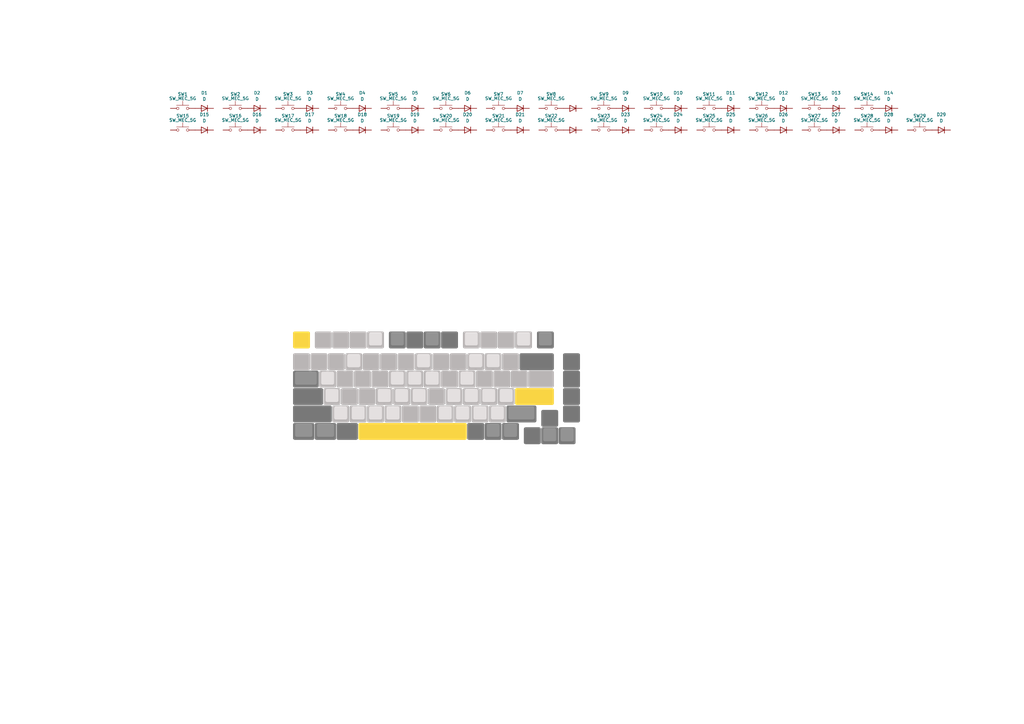
<source format=kicad_sch>
(kicad_sch (version 20250114) (generator "eeschema") (generator_version "9.0")
  (paper "A3")
  (polyline (pts (xy 206.0518 166.7413) (xy 206.0854 166.7438) (xy 206.1185 166.748) (xy 206.1511 166.7539) (xy 206.1831 166.7612) (xy 206.2145 166.7702) (xy 206.2452 166.7806) (xy 206.2753 166.7924) (xy 206.3046 166.8056) (xy 206.3331 166.8203) (xy 206.3608 166.8362) (xy 206.3876 166.8534) (xy 206.4136 166.8718) (xy 206.4386 166.8915) (xy 206.4626 166.9123) (xy 206.4855 166.9342) (xy 206.5074 166.9571) (xy 206.5282 166.9811) (xy 206.5479 167.0061) (xy 206.5663 167.032) (xy 206.5835 167.0589) (xy 206.5994 167.0866) (xy 206.614 167.1151) (xy 206.6273 167.1444) (xy 206.6391 167.1744) (xy 206.6495 167.2052) (xy 206.6584 167.2366) (xy 206.6658 167.2686) (xy 206.6716 167.3011) (xy 206.6759 167.3342) (xy 206.6784 167.3678) (xy 206.6793 167.4019) (xy 206.6793 171.3706) (xy 206.6784 171.4047) (xy 206.6759 171.4383) (xy 206.6716 171.4714) (xy 206.6658 171.5039) (xy 206.6584 171.5359) (xy 206.6495 171.5673) (xy 206.6391 171.5981) (xy 206.6273 171.6281) (xy 206.614 171.6574) (xy 206.5994 171.6859) (xy 206.5835 171.7136) (xy 206.5663 171.7404) (xy 206.5479 171.7664) (xy 206.5282 171.7914) (xy 206.5074 171.8154) (xy 206.4855 171.8383) (xy 206.4626 171.8602) (xy 206.4386 171.881) (xy 206.4136 171.9007) (xy 206.3876 171.9191) (xy 206.3608 171.9363) (xy 206.3331 171.9522) (xy 206.3046 171.9669) (xy 206.2753 171.9801) (xy 206.2452 171.9919) (xy 206.2145 172.0023) (xy 206.1831 172.0113) (xy 206.1511 172.0186) (xy 206.1185 172.0245) (xy 206.0854 172.0287) (xy 206.0518 172.0312) (xy 206.0178 172.0321) (xy 202.0491 172.0321) (xy 202.015 172.0312) (xy 201.9814 172.0287) (xy 201.9483 172.0245) (xy 201.9158 172.0186) (xy 201.8837 172.0113) (xy 201.8524 172.0023) (xy 201.8216 171.9919) (xy 201.7916 171.9801) (xy 201.7623 171.9669) (xy 201.7338 171.9522) (xy 201.7061 171.9363) (xy 201.6792 171.9191) (xy 201.6533 171.9007) (xy 201.6283 171.881) (xy 201.6043 171.8602) (xy 201.5813 171.8383) (xy 201.5594 171.8154) (xy 201.5386 171.7914) (xy 201.519 171.7664) (xy 201.5006 171.7404) (xy 201.4834 171.7136) (xy 201.4674 171.6859) (xy 201.4528 171.6574) (xy 201.4396 171.6281) (xy 201.4277 171.5981) (xy 201.4173 171.5673) (xy 201.4084 171.5359) (xy 201.401 171.5039) (xy 201.3952 171.4714) (xy 201.391 171.4383) (xy 201.3885 171.4047) (xy 201.3876 171.3706) (xy 201.3876 167.4019) (xy 201.3885 167.3678) (xy 201.391 167.3342) (xy 201.3952 167.3011) (xy 201.401 167.2686) (xy 201.4084 167.2366) (xy 201.4173 167.2052) (xy 201.4277 167.1744) (xy 201.4396 167.1444) (xy 201.4528 167.1151) (xy 201.4674 167.0866) (xy 201.4834 167.0589) (xy 201.5006 167.032) (xy 201.519 167.0061) (xy 201.5386 166.9811) (xy 201.5594 166.9571) (xy 201.5813 166.9342) (xy 201.6043 166.9123) (xy 201.6283 166.8915) (xy 201.6533 166.8718) (xy 201.6792 166.8534) (xy 201.7061 166.8362) (xy 201.7338 166.8203) (xy 201.7623 166.8056) (xy 201.7916 166.7924) (xy 201.8216 166.7806) (xy 201.8524 166.7702) (xy 201.8837 166.7612) (xy 201.9158 166.7539) (xy 201.9483 166.748) (xy 201.9814 166.7438) (xy 202.015 166.7413) (xy 202.0491 166.7404) (xy 206.0178 166.7404) (xy 206.0518 166.7413)) (stroke (width -0.0001) (type solid)) (fill (type color) (color 228 224 224 1)))
  (polyline (pts (xy 237.2065 166.3444) (xy 237.2401 166.347) (xy 237.2732 166.3512) (xy 237.3058 166.357) (xy 237.3378 166.3644) (xy 237.3692 166.3733) (xy 237.3999 166.3837) (xy 237.43 166.3955) (xy 237.4593 166.4088) (xy 237.4878 166.4234) (xy 237.5155 166.4393) (xy 237.5423 166.4565) (xy 237.5683 166.4749) (xy 237.5932 166.4946) (xy 237.6172 166.5154) (xy 237.6402 166.5373) (xy 237.6621 166.5602) (xy 237.6829 166.5842) (xy 237.7025 166.6092) (xy 237.721 166.6352) (xy 237.7382 166.662) (xy 237.7541 166.6897) (xy 237.7687 166.7182) (xy 237.782 166.7475) (xy 237.7938 166.7776) (xy 237.8042 166.8083) (xy 237.8131 166.8397) (xy 237.8205 166.8717) (xy 237.8263 166.9043) (xy 237.8305 166.9374) (xy 237.8331 166.971) (xy 237.834 167.005) (xy 237.834 172.5612) (xy 237.8331 172.5953) (xy 237.8305 172.6289) (xy 237.8263 172.662) (xy 237.8205 172.6946) (xy 237.8131 172.7266) (xy 237.8042 172.7579) (xy 237.7938 172.7887) (xy 237.782 172.8187) (xy 237.7687 172.848) (xy 237.7541 172.8765) (xy 237.7382 172.9042) (xy 237.721 172.9311) (xy 237.7025 172.957) (xy 237.6829 172.982) (xy 237.6621 173.006) (xy 237.6402 173.029) (xy 237.6172 173.0509) (xy 237.5932 173.0717) (xy 237.5683 173.0913) (xy 237.5423 173.1097) (xy 237.5155 173.1269) (xy 237.4878 173.1429) (xy 237.4593 173.1575) (xy 237.43 173.1707) (xy 237.3999 173.1826) (xy 237.3692 173.193) (xy 237.3378 173.2019) (xy 237.3058 173.2093) (xy 237.2732 173.2151) (xy 237.2401 173.2193) (xy 237.2065 173.2218) (xy 237.1725 173.2227) (xy 231.6162 173.2227) (xy 231.5822 173.2218) (xy 231.5486 173.2193) (xy 231.5155 173.2151) (xy 231.4829 173.2093) (xy 231.4509 173.2019) (xy 231.4195 173.193) (xy 231.3888 173.1826) (xy 231.3588 173.1707) (xy 231.3295 173.1575) (xy 231.301 173.1429) (xy 231.2733 173.1269) (xy 231.2464 173.1097) (xy 231.2205 173.0913) (xy 231.1955 173.0717) (xy 231.1715 173.0509) (xy 231.1485 173.029) (xy 231.1266 173.006) (xy 231.1058 172.982) (xy 231.0862 172.957) (xy 231.0678 172.9311) (xy 231.0505 172.9042) (xy 231.0346 172.8765) (xy 231.02 172.848) (xy 231.0068 172.8187) (xy 230.9949 172.7887) (xy 230.9845 172.7579) (xy 230.9756 172.7266) (xy 230.9682 172.6946) (xy 230.9624 172.662) (xy 230.9582 172.6289) (xy 230.9556 172.5953) (xy 230.9548 172.5612) (xy 230.9548 167.005) (xy 230.9556 166.971) (xy 230.9582 166.9374) (xy 230.9624 166.9043) (xy 230.9682 166.8717) (xy 230.9756 166.8397) (xy 230.9845 166.8083) (xy 230.9949 166.7776) (xy 231.0068 166.7475) (xy 231.02 166.7182) (xy 231.0346 166.6897) (xy 231.0505 166.662) (xy 231.0678 166.6352) (xy 231.0862 166.6092) (xy 231.1058 166.5842) (xy 231.1266 166.5602) (xy 231.1485 166.5373) (xy 231.1715 166.5154) (xy 231.1955 166.4946) (xy 231.2205 166.4749) (xy 231.2464 166.4565) (xy 231.2733 166.4393) (xy 231.301 166.4234) (xy 231.3295 166.4088) (xy 231.3588 166.3955) (xy 231.3888 166.3837) (xy 231.4195 166.3733) (xy 231.4509 166.3644) (xy 231.4829 166.357) (xy 231.5155 166.3512) (xy 231.5486 166.347) (xy 231.5822 166.3444) (xy 231.6162 166.3435) (xy 237.1725 166.3435) (xy 237.2065 166.3444)) (stroke (width -0.0001) (type solid)) (fill (type color) (color 120 120 120 1)))
  (polyline (pts (xy 150.6878 152.4538) (xy 150.7214 152.4563) (xy 150.7545 152.4605) (xy 150.7871 152.4664) (xy 150.8191 152.4737) (xy 150.8504 152.4827) (xy 150.8812 152.4931) (xy 150.9112 152.5049) (xy 150.9405 152.5181) (xy 150.969 152.5327) (xy 150.9967 152.5487) (xy 151.0236 152.5659) (xy 151.0495 152.5843) (xy 151.0745 152.604) (xy 151.0985 152.6248) (xy 151.1215 152.6467) (xy 151.1434 152.6696) (xy 151.1642 152.6936) (xy 151.1838 152.7186) (xy 151.2022 152.7445) (xy 151.2194 152.7714) (xy 151.2354 152.7991) (xy 151.25 152.8276) (xy 151.2632 152.8569) (xy 151.2751 152.8869) (xy 151.2855 152.9177) (xy 151.2944 152.9491) (xy 151.3018 152.9811) (xy 151.3076 153.0136) (xy 151.3118 153.0467) (xy 151.3143 153.0803) (xy 151.3152 153.1144) (xy 151.3152 157.0831) (xy 151.3143 157.1172) (xy 151.3118 157.1508) (xy 151.3076 157.1839) (xy 151.3018 157.2164) (xy 151.2944 157.2484) (xy 151.2855 157.2798) (xy 151.2751 157.3106) (xy 151.2632 157.3406) (xy 151.25 157.3699) (xy 151.2354 157.3984) (xy 151.2194 157.4261) (xy 151.2022 157.453) (xy 151.1838 157.4789) (xy 151.1642 157.5039) (xy 151.1434 157.5279) (xy 151.1215 157.5508) (xy 151.0985 157.5727) (xy 151.0745 157.5935) (xy 151.0495 157.6132) (xy 151.0236 157.6316) (xy 150.9967 157.6488) (xy 150.969 157.6647) (xy 150.9405 157.6794) (xy 150.9112 157.6926) (xy 150.8812 157.7044) (xy 150.8504 157.7148) (xy 150.8191 157.7238) (xy 150.7871 157.7311) (xy 150.7545 157.737) (xy 150.7214 157.7412) (xy 150.6878 157.7437) (xy 150.6537 157.7446) (xy 146.685 157.7446) (xy 146.651 157.7437) (xy 146.6174 157.7412) (xy 146.5843 157.737) (xy 146.5517 157.7311) (xy 146.5197 157.7238) (xy 146.4883 157.7148) (xy 146.4576 157.7044) (xy 146.4275 157.6926) (xy 146.3982 157.6794) (xy 146.3697 157.6647) (xy 146.342 157.6488) (xy 146.3152 157.6316) (xy 146.2892 157.6132) (xy 146.2642 157.5935) (xy 146.2402 157.5727) (xy 146.2173 157.5508) (xy 146.1954 157.5279) (xy 146.1746 157.5039) (xy 146.1549 157.4789) (xy 146.1365 157.453) (xy 146.1193 157.4261) (xy 146.1034 157.3984) (xy 146.0888 157.3699) (xy 146.0755 157.3406) (xy 146.0637 157.3106) (xy 146.0533 157.2798) (xy 146.0444 157.2484) (xy 146.037 157.2164) (xy 146.0312 157.1839) (xy 146.027 157.1508) (xy 146.0244 157.1172) (xy 146.0235 157.0831) (xy 146.0235 153.1144) (xy 146.0244 153.0803) (xy 146.027 153.0467) (xy 146.0312 153.0136) (xy 146.037 152.9811) (xy 146.0444 152.9491) (xy 146.0533 152.9177) (xy 146.0637 152.8869) (xy 146.0755 152.8569) (xy 146.0888 152.8276) (xy 146.1034 152.7991) (xy 146.1193 152.7714) (xy 146.1365 152.7445) (xy 146.1549 152.7186) (xy 146.1746 152.6936) (xy 146.1954 152.6696) (xy 146.2173 152.6467) (xy 146.2402 152.6248) (xy 146.2642 152.604) (xy 146.2892 152.5843) (xy 146.3152 152.5659) (xy 146.342 152.5487) (xy 146.3697 152.5327) (xy 146.3982 152.5181) (xy 146.4275 152.5049) (xy 146.4576 152.4931) (xy 146.4883 152.4827) (xy 146.5197 152.4737) (xy 146.5517 152.4664) (xy 146.5843 152.4605) (xy 146.6174 152.4563) (xy 146.651 152.4538) (xy 146.685 152.4529) (xy 150.6537 152.4529) (xy 150.6878 152.4538)) (stroke (width -0.0001) (type solid)) (fill (type color) (color 228 224 224 1)))
  (polyline (pts (xy 126.4784 135.9835) (xy 126.512 135.986) (xy 126.5451 135.9902) (xy 126.5777 135.996) (xy 126.6097 136.0034) (xy 126.6411 136.0123) (xy 126.6718 136.0227) (xy 126.7018 136.0346) (xy 126.7311 136.0478) (xy 126.7597 136.0624) (xy 126.7874 136.0784) (xy 126.8142 136.0956) (xy 126.8401 136.114) (xy 126.8651 136.1336) (xy 126.8891 136.1544) (xy 126.9121 136.1763) (xy 126.934 136.1993) (xy 126.9548 136.2233) (xy 126.9744 136.2483) (xy 126.9929 136.2742) (xy 127.0101 136.3011) (xy 127.026 136.3288) (xy 127.0406 136.3573) (xy 127.0539 136.3866) (xy 127.0657 136.4166) (xy 127.0761 136.4474) (xy 127.085 136.4788) (xy 127.0924 136.5108) (xy 127.0982 136.5433) (xy 127.1024 136.5764) (xy 127.105 136.61) (xy 127.1058 136.6441) (xy 127.1058 142.2003) (xy 127.105 142.2344) (xy 127.1024 142.2679) (xy 127.0982 142.301) (xy 127.0924 142.3336) (xy 127.085 142.3656) (xy 127.0761 142.397) (xy 127.0657 142.4277) (xy 127.0539 142.4578) (xy 127.0406 142.4871) (xy 127.026 142.5156) (xy 127.0101 142.5433) (xy 126.9929 142.5701) (xy 126.9744 142.5961) (xy 126.9548 142.6211) (xy 126.934 142.6451) (xy 126.9121 142.668) (xy 126.8891 142.6899) (xy 126.8651 142.7107) (xy 126.8401 142.7304) (xy 126.8142 142.7488) (xy 126.7874 142.766) (xy 126.7597 142.7819) (xy 126.7311 142.7965) (xy 126.7018 142.8098) (xy 126.6718 142.8216) (xy 126.6411 142.832) (xy 126.6097 142.8409) (xy 126.5777 142.8483) (xy 126.5451 142.8541) (xy 126.512 142.8584) (xy 126.4784 142.8609) (xy 126.4444 142.8618) (xy 120.8881 142.8618) (xy 120.8541 142.8609) (xy 120.8205 142.8584) (xy 120.7874 142.8541) (xy 120.7548 142.8483) (xy 120.7228 142.8409) (xy 120.6914 142.832) (xy 120.6607 142.8216) (xy 120.6307 142.8098) (xy 120.6014 142.7965) (xy 120.5728 142.7819) (xy 120.5451 142.766) (xy 120.5183 142.7488) (xy 120.4924 142.7304) (xy 120.4674 142.7107) (xy 120.4434 142.6899) (xy 120.4204 142.668) (xy 120.3985 142.6451) (xy 120.3777 142.6211) (xy 120.3581 142.5961) (xy 120.3396 142.5701) (xy 120.3224 142.5433) (xy 120.3065 142.5156) (xy 120.2919 142.4871) (xy 120.2786 142.4578) (xy 120.2668 142.4277) (xy 120.2564 142.397) (xy 120.2475 142.3656) (xy 120.2401 142.3336) (xy 120.2343 142.301) (xy 120.2301 142.2679) (xy 120.2275 142.2344) (xy 120.2267 142.2003) (xy 120.2267 136.6441) (xy 120.2275 136.61) (xy 120.2301 136.5764) (xy 120.2343 136.5433) (xy 120.2401 136.5108) (xy 120.2475 136.4788) (xy 120.2564 136.4474) (xy 120.2668 136.4166) (xy 120.2786 136.3866) (xy 120.2919 136.3573) (xy 120.3065 136.3288) (xy 120.3224 136.3011) (xy 120.3396 136.2742) (xy 120.3581 136.2483) (xy 120.3777 136.2233) (xy 120.3985 136.1993) (xy 120.4204 136.1763) (xy 120.4434 136.1544) (xy 120.4674 136.1336) (xy 120.4924 136.114) (xy 120.5183 136.0956) (xy 120.5451 136.0784) (xy 120.5728 136.0624) (xy 120.6014 136.0478) (xy 120.6307 136.0346) (xy 120.6607 136.0227) (xy 120.6914 136.0123) (xy 120.7228 136.0034) (xy 120.7548 135.996) (xy 120.7874 135.9902) (xy 120.8205 135.986) (xy 120.8541 135.9835) (xy 120.8881 135.9826) (xy 126.4444 135.9826) (xy 126.4784 135.9835)) (stroke (width -0.0001) (type solid)) (fill (type color) (color 249 213 68 1)))
  (polyline (pts (xy 195.3362 159.5975) (xy 195.3698 159.6001) (xy 195.4029 159.6043) (xy 195.4355 159.6101) (xy 195.4675 159.6175) (xy 195.4989 159.6264) (xy 195.5296 159.6368) (xy 195.5597 159.6486) (xy 195.589 159.6619) (xy 195.6175 159.6765) (xy 195.6452 159.6924) (xy 195.672 159.7096) (xy 195.6979 159.7281) (xy 195.7229 159.7477) (xy 195.7469 159.7685) (xy 195.7699 159.7904) (xy 195.7918 159.8134) (xy 195.8126 159.8374) (xy 195.8322 159.8624) (xy 195.8507 159.8883) (xy 195.8679 159.9151) (xy 195.8838 159.9428) (xy 195.8984 159.9714) (xy 195.9117 160.0007) (xy 195.9235 160.0307) (xy 195.9339 160.0614) (xy 195.9428 160.0928) (xy 195.9502 160.1248) (xy 195.956 160.1574) (xy 195.9602 160.1905) (xy 195.9628 160.2241) (xy 195.9636 160.2581) (xy 195.9636 164.2269) (xy 195.9628 164.2609) (xy 195.9602 164.2945) (xy 195.956 164.3276) (xy 195.9502 164.3602) (xy 195.9428 164.3922) (xy 195.9339 164.4236) (xy 195.9235 164.4543) (xy 195.9117 164.4843) (xy 195.8984 164.5136) (xy 195.8838 164.5422) (xy 195.8679 164.5699) (xy 195.8507 164.5967) (xy 195.8322 164.6226) (xy 195.8126 164.6476) (xy 195.7918 164.6716) (xy 195.7699 164.6946) (xy 195.7469 164.7165) (xy 195.7229 164.7373) (xy 195.6979 164.7569) (xy 195.672 164.7754) (xy 195.6452 164.7926) (xy 195.6175 164.8085) (xy 195.589 164.8231) (xy 195.5597 164.8364) (xy 195.5296 164.8482) (xy 195.4989 164.8586) (xy 195.4675 164.8675) (xy 195.4355 164.8749) (xy 195.4029 164.8807) (xy 195.3698 164.8849) (xy 195.3362 164.8875) (xy 195.3022 164.8883) (xy 191.3334 164.8883) (xy 191.2994 164.8875) (xy 191.2658 164.8849) (xy 191.2327 164.8807) (xy 191.2001 164.8749) (xy 191.1681 164.8675) (xy 191.1367 164.8586) (xy 191.106 164.8482) (xy 191.076 164.8364) (xy 191.0467 164.8231) (xy 191.0181 164.8085) (xy 190.9904 164.7926) (xy 190.9636 164.7754) (xy 190.9377 164.7569) (xy 190.9127 164.7373) (xy 190.8887 164.7165) (xy 190.8657 164.6946) (xy 190.8438 164.6716) (xy 190.823 164.6476) (xy 190.8034 164.6226) (xy 190.7849 164.5967) (xy 190.7677 164.5699) (xy 190.7518 164.5422) (xy 190.7372 164.5136) (xy 190.724 164.4843) (xy 190.7121 164.4543) (xy 190.7017 164.4236) (xy 190.6928 164.3922) (xy 190.6854 164.3602) (xy 190.6796 164.3276) (xy 190.6754 164.2945) (xy 190.6728 164.2609) (xy 190.672 164.2269) (xy 190.672 160.2581) (xy 190.6728 160.2241) (xy 190.6754 160.1905) (xy 190.6796 160.1574) (xy 190.6854 160.1248) (xy 190.6928 160.0928) (xy 190.7017 160.0614) (xy 190.7121 160.0307) (xy 190.724 160.0007) (xy 190.7372 159.9714) (xy 190.7518 159.9428) (xy 190.7677 159.9151) (xy 190.7849 159.8883) (xy 190.8034 159.8624) (xy 190.823 159.8374) (xy 190.8438 159.8134) (xy 190.8657 159.7904) (xy 190.8887 159.7685) (xy 190.9127 159.7477) (xy 190.9377 159.7281) (xy 190.9636 159.7096) (xy 190.9904 159.6924) (xy 191.0181 159.6765) (xy 191.0467 159.6619) (xy 191.076 159.6486) (xy 191.106 159.6368) (xy 191.1367 159.6264) (xy 191.1681 159.6175) (xy 191.2001 159.6101) (xy 191.2327 159.6043) (xy 191.2658 159.6001) (xy 191.2994 159.5975) (xy 191.3334 159.5967) (xy 195.3022 159.5967) (xy 195.3362 159.5975)) (stroke (width -0.0001) (type solid)) (fill (type color) (color 228 224 224 1)))
  (polyline (pts (xy 225.6972 136.3803) (xy 225.7307 136.3829) (xy 225.7639 136.3871) (xy 225.7964 136.3929) (xy 225.8284 136.4003) (xy 225.8598 136.4092) (xy 225.8905 136.4196) (xy 225.9206 136.4315) (xy 225.9499 136.4447) (xy 225.9784 136.4593) (xy 226.0061 136.4752) (xy 226.0329 136.4924) (xy 226.0589 136.5109) (xy 226.0839 136.5305) (xy 226.1079 136.5513) (xy 226.1308 136.5732) (xy 226.1527 136.5962) (xy 226.1735 136.6202) (xy 226.1932 136.6452) (xy 226.2116 136.6711) (xy 226.2288 136.6979) (xy 226.2447 136.7256) (xy 226.2594 136.7542) (xy 226.2726 136.7835) (xy 226.2844 136.8135) (xy 226.2948 136.8442) (xy 226.3038 136.8756) (xy 226.3111 136.9076) (xy 226.317 136.9402) (xy 226.3212 136.9733) (xy 226.3237 137.0069) (xy 226.3246 137.0409) (xy 226.3246 141.0097) (xy 226.3237 141.0437) (xy 226.3212 141.0773) (xy 226.317 141.1104) (xy 226.3111 141.143) (xy 226.3038 141.175) (xy 226.2948 141.2064) (xy 226.2844 141.2371) (xy 226.2726 141.2672) (xy 226.2594 141.2965) (xy 226.2447 141.325) (xy 226.2288 141.3527) (xy 226.2116 141.3795) (xy 226.1932 141.4054) (xy 226.1735 141.4304) (xy 226.1527 141.4544) (xy 226.1308 141.4774) (xy 226.1079 141.4993) (xy 226.0839 141.5201) (xy 226.0589 141.5397) (xy 226.0329 141.5582) (xy 226.0061 141.5754) (xy 225.9784 141.5913) (xy 225.9499 141.6059) (xy 225.9206 141.6192) (xy 225.8905 141.631) (xy 225.8598 141.6414) (xy 225.8284 141.6503) (xy 225.7964 141.6577) (xy 225.7639 141.6635) (xy 225.7307 141.6677) (xy 225.6972 141.6703) (xy 225.6631 141.6711) (xy 221.6944 141.6711) (xy 221.6603 141.6703) (xy 221.6267 141.6677) (xy 221.5936 141.6635) (xy 221.5611 141.6577) (xy 221.5291 141.6503) (xy 221.4977 141.6414) (xy 221.4669 141.631) (xy 221.4369 141.6192) (xy 221.4076 141.6059) (xy 221.3791 141.5913) (xy 221.3514 141.5754) (xy 221.3245 141.5582) (xy 221.2986 141.5397) (xy 221.2736 141.5201) (xy 221.2496 141.4993) (xy 221.2266 141.4774) (xy 221.2047 141.4544) (xy 221.184 141.4304) (xy 221.1643 141.4054) (xy 221.1459 141.3795) (xy 221.1287 141.3527) (xy 221.1127 141.325) (xy 221.0981 141.2965) (xy 221.0849 141.2672) (xy 221.073 141.2371) (xy 221.0627 141.2064) (xy 221.0537 141.175) (xy 221.0464 141.143) (xy 221.0405 141.1104) (xy 221.0363 141.0773) (xy 221.0338 141.0437) (xy 221.0329 141.0097) (xy 221.0329 137.0409) (xy 221.0338 137.0069) (xy 221.0363 136.9733) (xy 221.0405 136.9402) (xy 221.0464 136.9076) (xy 221.0537 136.8756) (xy 221.0627 136.8442) (xy 221.073 136.8135) (xy 221.0849 136.7835) (xy 221.0981 136.7542) (xy 221.1127 136.7256) (xy 221.1287 136.6979) (xy 221.1459 136.6711) (xy 221.1643 136.6452) (xy 221.184 136.6202) (xy 221.2047 136.5962) (xy 221.2266 136.5732) (xy 221.2496 136.5513) (xy 221.2736 136.5305) (xy 221.2986 136.5109) (xy 221.3245 136.4924) (xy 221.3514 136.4752) (xy 221.3791 136.4593) (xy 221.4076 136.4447) (xy 221.4369 136.4315) (xy 221.4669 136.4196) (xy 221.4977 136.4092) (xy 221.5291 136.4003) (xy 221.5611 136.3929) (xy 221.5936 136.3871) (xy 221.6267 136.3829) (xy 221.6603 136.3803) (xy 221.6944 136.3795) (xy 225.6631 136.3795) (xy 225.6972 136.3803)) (stroke (width -0.0001) (type solid)) (fill (type color) (color 147 147 147 1)))
  (polyline (pts (xy 151.4815 152.0569) (xy 151.5151 152.0595) (xy 151.5482 152.0637) (xy 151.5808 152.0695) (xy 151.6128 152.0769) (xy 151.6442 152.0858) (xy 151.6749 152.0962) (xy 151.705 152.108) (xy 151.7343 152.1213) (xy 151.7628 152.1359) (xy 151.7905 152.1518) (xy 151.8173 152.169) (xy 151.8433 152.1874) (xy 151.8682 152.2071) (xy 151.8922 152.2279) (xy 151.9152 152.2498) (xy 151.9371 152.2727) (xy 151.9579 152.2967) (xy 151.9775 152.3217) (xy 151.996 152.3477) (xy 152.0132 152.3745) (xy 152.0291 152.4022) (xy 152.0437 152.4307) (xy 152.057 152.46) (xy 152.0688 152.4901) (xy 152.0792 152.5208) (xy 152.0881 152.5522) (xy 152.0955 152.5842) (xy 152.1013 152.6168) (xy 152.1055 152.6499) (xy 152.1081 152.6835) (xy 152.109 152.7175) (xy 152.109 158.2737) (xy 152.1081 158.3078) (xy 152.1055 158.3414) (xy 152.1013 158.3745) (xy 152.0955 158.4071) (xy 152.0881 158.4391) (xy 152.0792 158.4704) (xy 152.0688 158.5012) (xy 152.057 158.5312) (xy 152.0437 158.5605) (xy 152.0291 158.589) (xy 152.0132 158.6167) (xy 151.996 158.6436) (xy 151.9775 158.6695) (xy 151.9579 158.6945) (xy 151.9371 158.7185) (xy 151.9152 158.7415) (xy 151.8922 158.7634) (xy 151.8682 158.7842) (xy 151.8433 158.8038) (xy 151.8173 158.8222) (xy 151.7905 158.8394) (xy 151.7628 158.8554) (xy 151.7343 158.87) (xy 151.705 158.8832) (xy 151.6749 158.8951) (xy 151.6442 158.9055) (xy 151.6128 158.9144) (xy 151.5808 158.9218) (xy 151.5482 158.9276) (xy 151.5151 158.9318) (xy 151.4815 158.9343) (xy 151.4475 158.9352) (xy 145.8912 158.9352) (xy 145.8572 158.9343) (xy 145.8236 158.9318) (xy 145.7905 158.9276) (xy 145.7579 158.9218) (xy 145.7259 158.9144) (xy 145.6946 158.9055) (xy 145.6638 158.8951) (xy 145.6338 158.8832) (xy 145.6045 158.87) (xy 145.576 158.8554) (xy 145.5483 158.8394) (xy 145.5214 158.8222) (xy 145.4955 158.8038) (xy 145.4705 158.7842) (xy 145.4465 158.7634) (xy 145.4235 158.7415) (xy 145.4016 158.7185) (xy 145.3808 158.6945) (xy 145.3612 158.6695) (xy 145.3428 158.6436) (xy 145.3256 158.6167) (xy 145.3096 158.589) (xy 145.295 158.5605) (xy 145.2818 158.5312) (xy 145.2699 158.5012) (xy 145.2595 158.4704) (xy 145.2506 158.4391) (xy 145.2432 158.4071) (xy 145.2374 158.3745) (xy 145.2332 158.3414) (xy 145.2307 158.3078) (xy 145.2298 158.2737) (xy 145.2298 152.7175) (xy 145.2307 152.6835) (xy 145.2332 152.6499) (xy 145.2374 152.6168) (xy 145.2432 152.5842) (xy 145.2506 152.5522) (xy 145.2595 152.5208) (xy 145.2699 152.4901) (xy 145.2818 152.46) (xy 145.295 152.4307) (xy 145.3096 152.4022) (xy 145.3256 152.3745) (xy 145.3428 152.3477) (xy 145.3612 152.3217) (xy 145.3808 152.2967) (xy 145.4016 152.2727) (xy 145.4235 152.2498) (xy 145.4465 152.2279) (xy 145.4705 152.2071) (xy 145.4955 152.1874) (xy 145.5214 152.169) (xy 145.5483 152.1518) (xy 145.576 152.1359) (xy 145.6045 152.1213) (xy 145.6338 152.108) (xy 145.6638 152.0962) (xy 145.6946 152.0858) (xy 145.7259 152.0769) (xy 145.7579 152.0695) (xy 145.7905 152.0637) (xy 145.8236 152.0595) (xy 145.8572 152.0569) (xy 145.8912 152.056) (xy 151.4475 152.056) (xy 151.4815 152.0569)) (stroke (width -0.0001) (type solid)) (fill (type color) (color 185 181 181 1)))
  (polyline (pts (xy 149.6956 135.9835) (xy 149.7292 135.986) (xy 149.7623 135.9902) (xy 149.7949 135.996) (xy 149.8269 136.0034) (xy 149.8583 136.0123) (xy 149.889 136.0227) (xy 149.919 136.0346) (xy 149.9483 136.0478) (xy 149.9769 136.0624) (xy 150.0046 136.0784) (xy 150.0314 136.0956) (xy 150.0573 136.114) (xy 150.0823 136.1336) (xy 150.1063 136.1544) (xy 150.1293 136.1763) (xy 150.1512 136.1993) (xy 150.172 136.2233) (xy 150.1916 136.2483) (xy 150.2101 136.2742) (xy 150.2273 136.3011) (xy 150.2432 136.3288) (xy 150.2578 136.3573) (xy 150.271 136.3866) (xy 150.2829 136.4166) (xy 150.2933 136.4474) (xy 150.3022 136.4788) (xy 150.3096 136.5108) (xy 150.3154 136.5433) (xy 150.3196 136.5764) (xy 150.3222 136.61) (xy 150.323 136.6441) (xy 150.323 142.2003) (xy 150.3222 142.2344) (xy 150.3196 142.2679) (xy 150.3154 142.301) (xy 150.3096 142.3336) (xy 150.3022 142.3656) (xy 150.2933 142.397) (xy 150.2829 142.4277) (xy 150.271 142.4578) (xy 150.2578 142.4871) (xy 150.2432 142.5156) (xy 150.2273 142.5433) (xy 150.2101 142.5701) (xy 150.1916 142.5961) (xy 150.172 142.6211) (xy 150.1512 142.6451) (xy 150.1293 142.668) (xy 150.1063 142.6899) (xy 150.0823 142.7107) (xy 150.0573 142.7304) (xy 150.0314 142.7488) (xy 150.0046 142.766) (xy 149.9769 142.7819) (xy 149.9483 142.7965) (xy 149.919 142.8098) (xy 149.889 142.8216) (xy 149.8583 142.832) (xy 149.8269 142.8409) (xy 149.7949 142.8483) (xy 149.7623 142.8541) (xy 149.7292 142.8584) (xy 149.6956 142.8609) (xy 149.6616 142.8618) (xy 144.1053 142.8618) (xy 144.0713 142.8609) (xy 144.0377 142.8584) (xy 144.0046 142.8541) (xy 143.972 142.8483) (xy 143.94 142.8409) (xy 143.9086 142.832) (xy 143.8779 142.8216) (xy 143.8478 142.8098) (xy 143.8185 142.7965) (xy 143.79 142.7819) (xy 143.7623 142.766) (xy 143.7355 142.7488) (xy 143.7095 142.7304) (xy 143.6846 142.7107) (xy 143.6606 142.6899) (xy 143.6376 142.668) (xy 143.6157 142.6451) (xy 143.5949 142.6211) (xy 143.5753 142.5961) (xy 143.5568 142.5701) (xy 143.5396 142.5433) (xy 143.5237 142.5156) (xy 143.5091 142.4871) (xy 143.4958 142.4578) (xy 143.484 142.4277) (xy 143.4736 142.397) (xy 143.4647 142.3656) (xy 143.4573 142.3336) (xy 143.4515 142.301) (xy 143.4473 142.2679) (xy 143.4447 142.2344) (xy 143.4439 142.2003) (xy 143.4439 136.6441) (xy 143.4447 136.61) (xy 143.4473 136.5764) (xy 143.4515 136.5433) (xy 143.4573 136.5108) (xy 143.4647 136.4788) (xy 143.4736 136.4474) (xy 143.484 136.4166) (xy 143.4958 136.3866) (xy 143.5091 136.3573) (xy 143.5237 136.3288) (xy 143.5396 136.3011) (xy 143.5568 136.2742) (xy 143.5753 136.2483) (xy 143.5949 136.2233) (xy 143.6157 136.1993) (xy 143.6376 136.1763) (xy 143.6606 136.1544) (xy 143.6846 136.1336) (xy 143.7095 136.114) (xy 143.7355 136.0956) (xy 143.7623 136.0784) (xy 143.79 136.0624) (xy 143.8185 136.0478) (xy 143.8478 136.0346) (xy 143.8779 136.0227) (xy 143.9086 136.0123) (xy 143.94 136.0034) (xy 143.972 135.996) (xy 144.0046 135.9902) (xy 144.0377 135.986) (xy 144.0713 135.9835) (xy 144.1053 135.9826) (xy 149.6616 135.9826) (xy 149.6956 135.9835)) (stroke (width -0.0001) (type solid)) (fill (type color) (color 185 181 181 1)))
  (polyline (pts (xy 138.1862 159.5975) (xy 138.2198 159.6001) (xy 138.2529 159.6043) (xy 138.2855 159.6101) (xy 138.3175 159.6175) (xy 138.3489 159.6264) (xy 138.3796 159.6368) (xy 138.4097 159.6486) (xy 138.439 159.6619) (xy 138.4675 159.6765) (xy 138.4952 159.6924) (xy 138.522 159.7096) (xy 138.5479 159.7281) (xy 138.5729 159.7477) (xy 138.5969 159.7685) (xy 138.6199 159.7904) (xy 138.6418 159.8134) (xy 138.6626 159.8374) (xy 138.6822 159.8624) (xy 138.7007 159.8883) (xy 138.7179 159.9151) (xy 138.7338 159.9428) (xy 138.7484 159.9714) (xy 138.7617 160.0007) (xy 138.7735 160.0307) (xy 138.7839 160.0614) (xy 138.7928 160.0928) (xy 138.8002 160.1248) (xy 138.806 160.1574) (xy 138.8102 160.1905) (xy 138.8128 160.2241) (xy 138.8136 160.2581) (xy 138.8136 164.2269) (xy 138.8128 164.2609) (xy 138.8102 164.2945) (xy 138.806 164.3276) (xy 138.8002 164.3602) (xy 138.7928 164.3922) (xy 138.7839 164.4236) (xy 138.7735 164.4543) (xy 138.7617 164.4843) (xy 138.7484 164.5136) (xy 138.7338 164.5422) (xy 138.7179 164.5699) (xy 138.7007 164.5967) (xy 138.6822 164.6226) (xy 138.6626 164.6476) (xy 138.6418 164.6716) (xy 138.6199 164.6946) (xy 138.5969 164.7165) (xy 138.5729 164.7373) (xy 138.5479 164.7569) (xy 138.522 164.7754) (xy 138.4952 164.7926) (xy 138.4675 164.8085) (xy 138.439 164.8231) (xy 138.4097 164.8364) (xy 138.3796 164.8482) (xy 138.3489 164.8586) (xy 138.3175 164.8675) (xy 138.2855 164.8749) (xy 138.2529 164.8807) (xy 138.2198 164.8849) (xy 138.1862 164.8875) (xy 138.1522 164.8883) (xy 134.1834 164.8883) (xy 134.1494 164.8875) (xy 134.1158 164.8849) (xy 134.0827 164.8807) (xy 134.0501 164.8749) (xy 134.0181 164.8675) (xy 133.9867 164.8586) (xy 133.956 164.8482) (xy 133.926 164.8364) (xy 133.8967 164.8231) (xy 133.8681 164.8085) (xy 133.8404 164.7926) (xy 133.8136 164.7754) (xy 133.7877 164.7569) (xy 133.7627 164.7373) (xy 133.7387 164.7165) (xy 133.7157 164.6946) (xy 133.6938 164.6716) (xy 133.673 164.6476) (xy 133.6534 164.6226) (xy 133.6349 164.5967) (xy 133.6177 164.5699) (xy 133.6018 164.5422) (xy 133.5872 164.5136) (xy 133.574 164.4843) (xy 133.5621 164.4543) (xy 133.5517 164.4236) (xy 133.5428 164.3922) (xy 133.5354 164.3602) (xy 133.5296 164.3276) (xy 133.5254 164.2945) (xy 133.5228 164.2609) (xy 133.522 164.2269) (xy 133.522 160.2581) (xy 133.5228 160.2241) (xy 133.5254 160.1905) (xy 133.5296 160.1574) (xy 133.5354 160.1248) (xy 133.5428 160.0928) (xy 133.5517 160.0614) (xy 133.5621 160.0307) (xy 133.574 160.0007) (xy 133.5872 159.9714) (xy 133.6018 159.9428) (xy 133.6177 159.9151) (xy 133.6349 159.8883) (xy 133.6534 159.8624) (xy 133.673 159.8374) (xy 133.6938 159.8134) (xy 133.7157 159.7904) (xy 133.7387 159.7685) (xy 133.7627 159.7477) (xy 133.7877 159.7281) (xy 133.8136 159.7096) (xy 133.8404 159.6924) (xy 133.8681 159.6765) (xy 133.8967 159.6619) (xy 133.926 159.6486) (xy 133.956 159.6368) (xy 133.9867 159.6264) (xy 134.0181 159.6175) (xy 134.0501 159.6101) (xy 134.0827 159.6043) (xy 134.1158 159.6001) (xy 134.1494 159.5975) (xy 134.1834 159.5967) (xy 138.1522 159.5967) (xy 138.1862 159.5975)) (stroke (width -0.0001) (type solid)) (fill (type color) (color 228 224 224 1)))
  (polyline (pts (xy 126.4784 144.9132) (xy 126.512 144.9157) (xy 126.5451 144.9199) (xy 126.5777 144.9257) (xy 126.6097 144.9331) (xy 126.6411 144.942) (xy 126.6718 144.9524) (xy 126.7018 144.9643) (xy 126.7311 144.9775) (xy 126.7597 144.9921) (xy 126.7874 145.0081) (xy 126.8142 145.0253) (xy 126.8401 145.0437) (xy 126.8651 145.0633) (xy 126.8891 145.0841) (xy 126.9121 145.106) (xy 126.934 145.129) (xy 126.9548 145.153) (xy 126.9744 145.178) (xy 126.9929 145.2039) (xy 127.0101 145.2308) (xy 127.026 145.2585) (xy 127.0406 145.287) (xy 127.0539 145.3163) (xy 127.0657 145.3463) (xy 127.0761 145.3771) (xy 127.085 145.4084) (xy 127.0924 145.4404) (xy 127.0982 145.473) (xy 127.1024 145.5061) (xy 127.105 145.5397) (xy 127.1058 145.5737) (xy 127.1058 151.13) (xy 127.105 151.164) (xy 127.1024 151.1976) (xy 127.0982 151.2307) (xy 127.0924 151.2633) (xy 127.085 151.2953) (xy 127.0761 151.3267) (xy 127.0657 151.3574) (xy 127.0539 151.3875) (xy 127.0406 151.4168) (xy 127.026 151.4453) (xy 127.0101 151.473) (xy 126.9929 151.4998) (xy 126.9744 151.5258) (xy 126.9548 151.5507) (xy 126.934 151.5747) (xy 126.9121 151.5977) (xy 126.8891 151.6196) (xy 126.8651 151.6404) (xy 126.8401 151.66) (xy 126.8142 151.6785) (xy 126.7874 151.6957) (xy 126.7597 151.7116) (xy 126.7311 151.7262) (xy 126.7018 151.7395) (xy 126.6718 151.7513) (xy 126.6411 151.7617) (xy 126.6097 151.7706) (xy 126.5777 151.778) (xy 126.5451 151.7838) (xy 126.512 151.788) (xy 126.4784 151.7906) (xy 126.4444 151.7915) (xy 120.8881 151.7915) (xy 120.8541 151.7906) (xy 120.8205 151.788) (xy 120.7874 151.7838) (xy 120.7548 151.778) (xy 120.7228 151.7706) (xy 120.6914 151.7617) (xy 120.6607 151.7513) (xy 120.6307 151.7395) (xy 120.6014 151.7262) (xy 120.5728 151.7116) (xy 120.5451 151.6957) (xy 120.5183 151.6785) (xy 120.4924 151.66) (xy 120.4674 151.6404) (xy 120.4434 151.6196) (xy 120.4204 151.5977) (xy 120.3985 151.5747) (xy 120.3777 151.5507) (xy 120.3581 151.5258) (xy 120.3396 151.4998) (xy 120.3224 151.473) (xy 120.3065 151.4453) (xy 120.2919 151.4168) (xy 120.2786 151.3875) (xy 120.2668 151.3574) (xy 120.2564 151.3267) (xy 120.2475 151.2953) (xy 120.2401 151.2633) (xy 120.2343 151.2307) (xy 120.2301 151.1976) (xy 120.2275 151.164) (xy 120.2267 151.13) (xy 120.2267 145.5737) (xy 120.2275 145.5397) (xy 120.2301 145.5061) (xy 120.2343 145.473) (xy 120.2401 145.4404) (xy 120.2475 145.4084) (xy 120.2564 145.3771) (xy 120.2668 145.3463) (xy 120.2786 145.3163) (xy 120.2919 145.287) (xy 120.3065 145.2585) (xy 120.3224 145.2308) (xy 120.3396 145.2039) (xy 120.3581 145.178) (xy 120.3777 145.153) (xy 120.3985 145.129) (xy 120.4204 145.106) (xy 120.4434 145.0841) (xy 120.4674 145.0633) (xy 120.4924 145.0437) (xy 120.5183 145.0253) (xy 120.5451 145.0081) (xy 120.5728 144.9921) (xy 120.6014 144.9775) (xy 120.6307 144.9643) (xy 120.6607 144.9524) (xy 120.6914 144.942) (xy 120.7228 144.9331) (xy 120.7548 144.9257) (xy 120.7874 144.9199) (xy 120.8205 144.9157) (xy 120.8541 144.9132) (xy 120.8881 144.9123) (xy 126.4444 144.9123) (xy 126.4784 144.9132)) (stroke (width -0.0001) (type solid)) (fill (type color) (color 185 181 181 1)))
  (polyline (pts (xy 196.13 135.9835) (xy 196.1636 135.986) (xy 196.1967 135.9902) (xy 196.2292 135.996) (xy 196.2612 136.0034) (xy 196.2926 136.0123) (xy 196.3234 136.0227) (xy 196.3534 136.0346) (xy 196.3827 136.0478) (xy 196.4112 136.0624) (xy 196.4389 136.0784) (xy 196.4658 136.0956) (xy 196.4917 136.114) (xy 196.5167 136.1336) (xy 196.5407 136.1544) (xy 196.5637 136.1763) (xy 196.5856 136.1993) (xy 196.6063 136.2233) (xy 196.626 136.2483) (xy 196.6444 136.2742) (xy 196.6616 136.3011) (xy 196.6776 136.3288) (xy 196.6922 136.3573) (xy 196.7054 136.3866) (xy 196.7173 136.4166) (xy 196.7277 136.4474) (xy 196.7366 136.4788) (xy 196.744 136.5108) (xy 196.7498 136.5433) (xy 196.754 136.5764) (xy 196.7565 136.61) (xy 196.7574 136.6441) (xy 196.7574 142.2003) (xy 196.7565 142.2344) (xy 196.754 142.2679) (xy 196.7498 142.301) (xy 196.744 142.3336) (xy 196.7366 142.3656) (xy 196.7277 142.397) (xy 196.7173 142.4277) (xy 196.7054 142.4578) (xy 196.6922 142.4871) (xy 196.6776 142.5156) (xy 196.6616 142.5433) (xy 196.6444 142.5701) (xy 196.626 142.5961) (xy 196.6063 142.6211) (xy 196.5856 142.6451) (xy 196.5637 142.668) (xy 196.5407 142.6899) (xy 196.5167 142.7107) (xy 196.4917 142.7304) (xy 196.4658 142.7488) (xy 196.4389 142.766) (xy 196.4112 142.7819) (xy 196.3827 142.7965) (xy 196.3534 142.8098) (xy 196.3234 142.8216) (xy 196.2926 142.832) (xy 196.2612 142.8409) (xy 196.2292 142.8483) (xy 196.1967 142.8541) (xy 196.1636 142.8584) (xy 196.13 142.8609) (xy 196.0959 142.8618) (xy 190.5397 142.8618) (xy 190.5056 142.8609) (xy 190.4721 142.8584) (xy 190.439 142.8541) (xy 190.4064 142.8483) (xy 190.3744 142.8409) (xy 190.343 142.832) (xy 190.3123 142.8216) (xy 190.2822 142.8098) (xy 190.2529 142.7965) (xy 190.2244 142.7819) (xy 190.1967 142.766) (xy 190.1699 142.7488) (xy 190.1439 142.7304) (xy 190.1189 142.7107) (xy 190.0949 142.6899) (xy 190.072 142.668) (xy 190.0501 142.6451) (xy 190.0293 142.6211) (xy 190.0096 142.5961) (xy 189.9912 142.5701) (xy 189.974 142.5433) (xy 189.9581 142.5156) (xy 189.9435 142.4871) (xy 189.9302 142.4578) (xy 189.9184 142.4277) (xy 189.908 142.397) (xy 189.8991 142.3656) (xy 189.8917 142.3336) (xy 189.8858 142.301) (xy 189.8816 142.2679) (xy 189.8791 142.2344) (xy 189.8782 142.2003) (xy 189.8782 136.6441) (xy 189.8791 136.61) (xy 189.8816 136.5764) (xy 189.8858 136.5433) (xy 189.8917 136.5108) (xy 189.8991 136.4788) (xy 189.908 136.4474) (xy 189.9184 136.4166) (xy 189.9302 136.3866) (xy 189.9435 136.3573) (xy 189.9581 136.3288) (xy 189.974 136.3011) (xy 189.9912 136.2742) (xy 190.0096 136.2483) (xy 190.0293 136.2233) (xy 190.0501 136.1993) (xy 190.072 136.1763) (xy 190.0949 136.1544) (xy 190.1189 136.1336) (xy 190.1439 136.114) (xy 190.1699 136.0956) (xy 190.1967 136.0784) (xy 190.2244 136.0624) (xy 190.2529 136.0478) (xy 190.2822 136.0346) (xy 190.3123 136.0227) (xy 190.343 136.0123) (xy 190.3744 136.0034) (xy 190.4064 135.996) (xy 190.439 135.9902) (xy 190.4721 135.986) (xy 190.5056 135.9835) (xy 190.5397 135.9826) (xy 196.0959 135.9826) (xy 196.13 135.9835)) (stroke (width -0.0001) (type solid)) (fill (type color) (color 185 181 181 1)))
  (polyline (pts (xy 170.3331 166.7413) (xy 170.3667 166.7438) (xy 170.3998 166.748) (xy 170.4324 166.7539) (xy 170.4644 166.7612) (xy 170.4958 166.7702) (xy 170.5265 166.7806) (xy 170.5565 166.7924) (xy 170.5858 166.8056) (xy 170.6143 166.8203) (xy 170.642 166.8362) (xy 170.6689 166.8534) (xy 170.6948 166.8718) (xy 170.7198 166.8915) (xy 170.7438 166.9123) (xy 170.7668 166.9342) (xy 170.7887 166.9571) (xy 170.8095 166.9811) (xy 170.8291 167.0061) (xy 170.8476 167.032) (xy 170.8648 167.0589) (xy 170.8807 167.0866) (xy 170.8953 167.1151) (xy 170.9085 167.1444) (xy 170.9204 167.1744) (xy 170.9308 167.2052) (xy 170.9397 167.2366) (xy 170.9471 167.2686) (xy 170.9529 167.3011) (xy 170.9571 167.3342) (xy 170.9597 167.3678) (xy 170.9605 167.4019) (xy 170.9605 171.3706) (xy 170.9597 171.4047) (xy 170.9571 171.4383) (xy 170.9529 171.4714) (xy 170.9471 171.5039) (xy 170.9397 171.5359) (xy 170.9308 171.5673) (xy 170.9204 171.5981) (xy 170.9085 171.6281) (xy 170.8953 171.6574) (xy 170.8807 171.6859) (xy 170.8648 171.7136) (xy 170.8476 171.7404) (xy 170.8291 171.7664) (xy 170.8095 171.7914) (xy 170.7887 171.8154) (xy 170.7668 171.8383) (xy 170.7438 171.8602) (xy 170.7198 171.881) (xy 170.6948 171.9007) (xy 170.6689 171.9191) (xy 170.642 171.9363) (xy 170.6143 171.9522) (xy 170.5858 171.9669) (xy 170.5565 171.9801) (xy 170.5265 171.9919) (xy 170.4958 172.0023) (xy 170.4644 172.0113) (xy 170.4324 172.0186) (xy 170.3998 172.0245) (xy 170.3667 172.0287) (xy 170.3331 172.0312) (xy 170.2991 172.0321) (xy 166.3303 172.0321) (xy 166.2963 172.0312) (xy 166.2627 172.0287) (xy 166.2296 172.0245) (xy 166.197 172.0186) (xy 166.165 172.0113) (xy 166.1336 172.0023) (xy 166.1029 171.9919) (xy 166.0728 171.9801) (xy 166.0435 171.9669) (xy 166.015 171.9522) (xy 165.9873 171.9363) (xy 165.9605 171.9191) (xy 165.9346 171.9007) (xy 165.9096 171.881) (xy 165.8856 171.8602) (xy 165.8626 171.8383) (xy 165.8407 171.8154) (xy 165.8199 171.7914) (xy 165.8003 171.7664) (xy 165.7818 171.7404) (xy 165.7646 171.7136) (xy 165.7487 171.6859) (xy 165.7341 171.6574) (xy 165.7208 171.6281) (xy 165.709 171.5981) (xy 165.6986 171.5673) (xy 165.6897 171.5359) (xy 165.6823 171.5039) (xy 165.6765 171.4714) (xy 165.6723 171.4383) (xy 165.6697 171.4047) (xy 165.6689 171.3706) (xy 165.6689 167.4019) (xy 165.6697 167.3678) (xy 165.6723 167.3342) (xy 165.6765 167.3011) (xy 165.6823 167.2686) (xy 165.6897 167.2366) (xy 165.6986 167.2052) (xy 165.709 167.1744) (xy 165.7208 167.1444) (xy 165.7341 167.1151) (xy 165.7487 167.0866) (xy 165.7646 167.0589) (xy 165.7818 167.032) (xy 165.8003 167.0061) (xy 165.8199 166.9811) (xy 165.8407 166.9571) (xy 165.8626 166.9342) (xy 165.8856 166.9123) (xy 165.9096 166.8915) (xy 165.9346 166.8718) (xy 165.9605 166.8534) (xy 165.9873 166.8362) (xy 166.015 166.8203) (xy 166.0435 166.8056) (xy 166.0728 166.7924) (xy 166.1029 166.7806) (xy 166.1336 166.7702) (xy 166.165 166.7612) (xy 166.197 166.7539) (xy 166.2296 166.748) (xy 166.2627 166.7438) (xy 166.2963 166.7413) (xy 166.3303 166.7404) (xy 170.2991 166.7404) (xy 170.3331 166.7413)) (stroke (width -0.0001) (type solid)) (fill (type color) (color 228 224 224 1)))
  (polyline (pts (xy 237.2065 152.0569) (xy 237.2401 152.0595) (xy 237.2732 152.0637) (xy 237.3058 152.0695) (xy 237.3378 152.0769) (xy 237.3692 152.0858) (xy 237.3999 152.0962) (xy 237.43 152.108) (xy 237.4593 152.1213) (xy 237.4878 152.1359) (xy 237.5155 152.1518) (xy 237.5423 152.169) (xy 237.5683 152.1874) (xy 237.5932 152.2071) (xy 237.6172 152.2279) (xy 237.6402 152.2498) (xy 237.6621 152.2727) (xy 237.6829 152.2967) (xy 237.7025 152.3217) (xy 237.721 152.3477) (xy 237.7382 152.3745) (xy 237.7541 152.4022) (xy 237.7687 152.4307) (xy 237.782 152.46) (xy 237.7938 152.4901) (xy 237.8042 152.5208) (xy 237.8131 152.5522) (xy 237.8205 152.5842) (xy 237.8263 152.6168) (xy 237.8305 152.6499) (xy 237.8331 152.6835) (xy 237.834 152.7175) (xy 237.834 158.2737) (xy 237.8331 158.3078) (xy 237.8305 158.3414) (xy 237.8263 158.3745) (xy 237.8205 158.4071) (xy 237.8131 158.4391) (xy 237.8042 158.4704) (xy 237.7938 158.5012) (xy 237.782 158.5312) (xy 237.7687 158.5605) (xy 237.7541 158.589) (xy 237.7382 158.6167) (xy 237.721 158.6436) (xy 237.7025 158.6695) (xy 237.6829 158.6945) (xy 237.6621 158.7185) (xy 237.6402 158.7415) (xy 237.6172 158.7634) (xy 237.5932 158.7842) (xy 237.5683 158.8038) (xy 237.5423 158.8222) (xy 237.5155 158.8394) (xy 237.4878 158.8554) (xy 237.4593 158.87) (xy 237.43 158.8832) (xy 237.3999 158.8951) (xy 237.3692 158.9055) (xy 237.3378 158.9144) (xy 237.3058 158.9218) (xy 237.2732 158.9276) (xy 237.2401 158.9318) (xy 237.2065 158.9343) (xy 237.1725 158.9352) (xy 231.6162 158.9352) (xy 231.5822 158.9343) (xy 231.5486 158.9318) (xy 231.5155 158.9276) (xy 231.4829 158.9218) (xy 231.4509 158.9144) (xy 231.4195 158.9055) (xy 231.3888 158.8951) (xy 231.3588 158.8832) (xy 231.3295 158.87) (xy 231.301 158.8554) (xy 231.2733 158.8394) (xy 231.2464 158.8222) (xy 231.2205 158.8038) (xy 231.1955 158.7842) (xy 231.1715 158.7634) (xy 231.1485 158.7415) (xy 231.1266 158.7185) (xy 231.1058 158.6945) (xy 231.0862 158.6695) (xy 231.0678 158.6436) (xy 231.0505 158.6167) (xy 231.0346 158.589) (xy 231.02 158.5605) (xy 231.0068 158.5312) (xy 230.9949 158.5012) (xy 230.9845 158.4704) (xy 230.9756 158.4391) (xy 230.9682 158.4071) (xy 230.9624 158.3745) (xy 230.9582 158.3414) (xy 230.9556 158.3078) (xy 230.9548 158.2737) (xy 230.9548 152.7175) (xy 230.9556 152.6835) (xy 230.9582 152.6499) (xy 230.9624 152.6168) (xy 230.9682 152.5842) (xy 230.9756 152.5522) (xy 230.9845 152.5208) (xy 230.9949 152.4901) (xy 231.0068 152.46) (xy 231.02 152.4307) (xy 231.0346 152.4022) (xy 231.0505 152.3745) (xy 231.0678 152.3477) (xy 231.0862 152.3217) (xy 231.1058 152.2967) (xy 231.1266 152.2727) (xy 231.1485 152.2498) (xy 231.1715 152.2279) (xy 231.1955 152.2071) (xy 231.2205 152.1874) (xy 231.2464 152.169) (xy 231.2733 152.1518) (xy 231.301 152.1359) (xy 231.3295 152.1213) (xy 231.3588 152.108) (xy 231.3888 152.0962) (xy 231.4195 152.0858) (xy 231.4509 152.0769) (xy 231.4829 152.0695) (xy 231.5155 152.0637) (xy 231.5486 152.0595) (xy 231.5822 152.0569) (xy 231.6162 152.056) (xy 237.1725 152.056) (xy 237.2065 152.0569)) (stroke (width -0.0001) (type solid)) (fill (type color) (color 120 120 120 1)))
  (polyline (pts (xy 215.7753 152.0569) (xy 215.8089 152.0595) (xy 215.842 152.0637) (xy 215.8746 152.0695) (xy 215.9066 152.0769) (xy 215.9379 152.0858) (xy 215.9687 152.0962) (xy 215.9987 152.108) (xy 216.028 152.1213) (xy 216.0565 152.1359) (xy 216.0842 152.1518) (xy 216.1111 152.169) (xy 216.137 152.1874) (xy 216.162 152.2071) (xy 216.186 152.2279) (xy 216.209 152.2498) (xy 216.2309 152.2727) (xy 216.2517 152.2967) (xy 216.2713 152.3217) (xy 216.2897 152.3477) (xy 216.3069 152.3745) (xy 216.3229 152.4022) (xy 216.3375 152.4307) (xy 216.3507 152.46) (xy 216.3626 152.4901) (xy 216.373 152.5208) (xy 216.3819 152.5522) (xy 216.3893 152.5842) (xy 216.3951 152.6168) (xy 216.3993 152.6499) (xy 216.4018 152.6835) (xy 216.4027 152.7175) (xy 216.4027 158.2737) (xy 216.4018 158.3078) (xy 216.3993 158.3414) (xy 216.3951 158.3745) (xy 216.3893 158.4071) (xy 216.3819 158.4391) (xy 216.373 158.4704) (xy 216.3626 158.5012) (xy 216.3507 158.5312) (xy 216.3375 158.5605) (xy 216.3229 158.589) (xy 216.3069 158.6167) (xy 216.2897 158.6436) (xy 216.2713 158.6695) (xy 216.2517 158.6945) (xy 216.2309 158.7185) (xy 216.209 158.7415) (xy 216.186 158.7634) (xy 216.162 158.7842) (xy 216.137 158.8038) (xy 216.1111 158.8222) (xy 216.0842 158.8394) (xy 216.0565 158.8554) (xy 216.028 158.87) (xy 215.9987 158.8832) (xy 215.9687 158.8951) (xy 215.9379 158.9055) (xy 215.9066 158.9144) (xy 215.8746 158.9218) (xy 215.842 158.9276) (xy 215.8089 158.9318) (xy 215.7753 158.9343) (xy 215.7412 158.9352) (xy 210.185 158.9352) (xy 210.151 158.9343) (xy 210.1174 158.9318) (xy 210.0843 158.9276) (xy 210.0517 158.9218) (xy 210.0197 158.9144) (xy 209.9883 158.9055) (xy 209.9576 158.8951) (xy 209.9275 158.8832) (xy 209.8982 158.87) (xy 209.8697 158.8554) (xy 209.842 158.8394) (xy 209.8152 158.8222) (xy 209.7892 158.8038) (xy 209.7642 158.7842) (xy 209.7402 158.7634) (xy 209.7173 158.7415) (xy 209.6954 158.7185) (xy 209.6746 158.6945) (xy 209.6549 158.6695) (xy 209.6365 158.6436) (xy 209.6193 158.6167) (xy 209.6034 158.589) (xy 209.5888 158.5605) (xy 209.5755 158.5312) (xy 209.5637 158.5012) (xy 209.5533 158.4704) (xy 209.5444 158.4391) (xy 209.537 158.4071) (xy 209.5312 158.3745) (xy 209.527 158.3414) (xy 209.5244 158.3078) (xy 209.5235 158.2737) (xy 209.5235 152.7175) (xy 209.5244 152.6835) (xy 209.527 152.6499) (xy 209.5312 152.6168) (xy 209.537 152.5842) (xy 209.5444 152.5522) (xy 209.5533 152.5208) (xy 209.5637 152.4901) (xy 209.5755 152.46) (xy 209.5888 152.4307) (xy 209.6034 152.4022) (xy 209.6193 152.3745) (xy 209.6365 152.3477) (xy 209.6549 152.3217) (xy 209.6746 152.2967) (xy 209.6954 152.2727) (xy 209.7173 152.2498) (xy 209.7402 152.2279) (xy 209.7642 152.2071) (xy 209.7892 152.1874) (xy 209.8152 152.169) (xy 209.842 152.1518) (xy 209.8697 152.1359) (xy 209.8982 152.1213) (xy 209.9275 152.108) (xy 209.9576 152.0962) (xy 209.9883 152.0858) (xy 210.0197 152.0769) (xy 210.0517 152.0695) (xy 210.0843 152.0637) (xy 210.1174 152.0595) (xy 210.151 152.0569) (xy 210.185 152.056) (xy 215.7412 152.056) (xy 215.7753 152.0569)) (stroke (width -0.0001) (type solid)) (fill (type color) (color 185 181 181 1)))
  (polyline (pts (xy 189.9784 145.31) (xy 190.012 145.3126) (xy 190.0451 145.3168) (xy 190.0777 145.3226) (xy 190.1097 145.33) (xy 190.1411 145.3389) (xy 190.1718 145.3493) (xy 190.2018 145.3611) (xy 190.2311 145.3744) (xy 190.2597 145.389) (xy 190.2874 145.4049) (xy 190.3142 145.4221) (xy 190.3401 145.4406) (xy 190.3651 145.4602) (xy 190.3891 145.481) (xy 190.4121 145.5029) (xy 190.434 145.5259) (xy 190.4548 145.5499) (xy 190.4744 145.5749) (xy 190.4929 145.6008) (xy 190.5101 145.6276) (xy 190.526 145.6553) (xy 190.5406 145.6839) (xy 190.5538 145.7132) (xy 190.5657 145.7432) (xy 190.5761 145.7739) (xy 190.585 145.8053) (xy 190.5924 145.8373) (xy 190.5982 145.8699) (xy 190.6024 145.903) (xy 190.605 145.9366) (xy 190.6058 145.9706) (xy 190.6058 149.9394) (xy 190.605 149.9734) (xy 190.6024 150.007) (xy 190.5982 150.0401) (xy 190.5924 150.0727) (xy 190.585 150.1047) (xy 190.5761 150.1361) (xy 190.5657 150.1668) (xy 190.5538 150.1968) (xy 190.5406 150.2261) (xy 190.526 150.2547) (xy 190.5101 150.2824) (xy 190.4929 150.3092) (xy 190.4744 150.3351) (xy 190.4548 150.3601) (xy 190.434 150.3841) (xy 190.4121 150.4071) (xy 190.3891 150.429) (xy 190.3651 150.4498) (xy 190.3401 150.4694) (xy 190.3142 150.4879) (xy 190.2874 150.5051) (xy 190.2597 150.521) (xy 190.2311 150.5356) (xy 190.2018 150.5489) (xy 190.1718 150.5607) (xy 190.1411 150.5711) (xy 190.1097 150.58) (xy 190.0777 150.5874) (xy 190.0451 150.5932) (xy 190.012 150.5974) (xy 189.9784 150.6) (xy 189.9444 150.6008) (xy 185.9756 150.6008) (xy 185.9416 150.6) (xy 185.908 150.5974) (xy 185.8749 150.5932) (xy 185.8423 150.5874) (xy 185.8103 150.58) (xy 185.7789 150.5711) (xy 185.7482 150.5607) (xy 185.7182 150.5489) (xy 185.6889 150.5356) (xy 185.6603 150.521) (xy 185.6326 150.5051) (xy 185.6058 150.4879) (xy 185.5799 150.4694) (xy 185.5549 150.4498) (xy 185.5309 150.429) (xy 185.5079 150.4071) (xy 185.486 150.3841) (xy 185.4652 150.3601) (xy 185.4456 150.3351) (xy 185.4271 150.3092) (xy 185.4099 150.2824) (xy 185.394 150.2547) (xy 185.3794 150.2261) (xy 185.3661 150.1968) (xy 185.3543 150.1668) (xy 185.3439 150.1361) (xy 185.335 150.1047) (xy 185.3276 150.0727) (xy 185.3218 150.0401) (xy 185.3176 150.007) (xy 185.315 149.9734) (xy 185.3142 149.9394) (xy 185.3142 145.9706) (xy 185.315 145.9366) (xy 185.3176 145.903) (xy 185.3218 145.8699) (xy 185.3276 145.8373) (xy 185.335 145.8053) (xy 185.3439 145.7739) (xy 185.3543 145.7432) (xy 185.3661 145.7132) (xy 185.3794 145.6839) (xy 185.394 145.6553) (xy 185.4099 145.6276) (xy 185.4271 145.6008) (xy 185.4456 145.5749) (xy 185.4652 145.5499) (xy 185.486 145.5259) (xy 185.5079 145.5029) (xy 185.5309 145.481) (xy 185.5549 145.4602) (xy 185.5799 145.4406) (xy 185.6058 145.4221) (xy 185.6326 145.4049) (xy 185.6603 145.389) (xy 185.6889 145.3744) (xy 185.7182 145.3611) (xy 185.7482 145.3493) (xy 185.7789 145.3389) (xy 185.8103 145.33) (xy 185.8423 145.3226) (xy 185.8749 145.3168) (xy 185.908 145.3126) (xy 185.9416 145.31) (xy 185.9756 145.3092) (xy 189.9444 145.3092) (xy 189.9784 145.31)) (stroke (width -0.0001) (type solid)) (fill (type color) (color 228 224 224 1)))
  (polyline (pts (xy 133.6222 144.9132) (xy 133.6558 144.9157) (xy 133.6889 144.9199) (xy 133.7214 144.9257) (xy 133.7534 144.9331) (xy 133.7848 144.942) (xy 133.8156 144.9524) (xy 133.8456 144.9643) (xy 133.8749 144.9775) (xy 133.9034 144.9921) (xy 133.9311 145.0081) (xy 133.958 145.0253) (xy 133.9839 145.0437) (xy 134.0089 145.0633) (xy 134.0329 145.0841) (xy 134.0558 145.106) (xy 134.0777 145.129) (xy 134.0985 145.153) (xy 134.1182 145.178) (xy 134.1366 145.2039) (xy 134.1538 145.2308) (xy 134.1697 145.2585) (xy 134.1844 145.287) (xy 134.1976 145.3163) (xy 134.2094 145.3463) (xy 134.2198 145.3771) (xy 134.2288 145.4084) (xy 134.2361 145.4404) (xy 134.242 145.473) (xy 134.2462 145.5061) (xy 134.2487 145.5397) (xy 134.2496 145.5737) (xy 134.2496 151.13) (xy 134.2487 151.164) (xy 134.2462 151.1976) (xy 134.242 151.2307) (xy 134.2361 151.2633) (xy 134.2288 151.2953) (xy 134.2198 151.3267) (xy 134.2094 151.3574) (xy 134.1976 151.3875) (xy 134.1844 151.4168) (xy 134.1697 151.4453) (xy 134.1538 151.473) (xy 134.1366 151.4998) (xy 134.1182 151.5258) (xy 134.0985 151.5507) (xy 134.0777 151.5747) (xy 134.0558 151.5977) (xy 134.0329 151.6196) (xy 134.0089 151.6404) (xy 133.9839 151.66) (xy 133.958 151.6785) (xy 133.9311 151.6957) (xy 133.9034 151.7116) (xy 133.8749 151.7262) (xy 133.8456 151.7395) (xy 133.8156 151.7513) (xy 133.7848 151.7617) (xy 133.7534 151.7706) (xy 133.7214 151.778) (xy 133.6889 151.7838) (xy 133.6558 151.788) (xy 133.6222 151.7906) (xy 133.5881 151.7915) (xy 128.0319 151.7915) (xy 127.9978 151.7906) (xy 127.9642 151.788) (xy 127.9311 151.7838) (xy 127.8986 151.778) (xy 127.8666 151.7706) (xy 127.8352 151.7617) (xy 127.8044 151.7513) (xy 127.7744 151.7395) (xy 127.7451 151.7262) (xy 127.7166 151.7116) (xy 127.6889 151.6957) (xy 127.662 151.6785) (xy 127.6361 151.66) (xy 127.6111 151.6404) (xy 127.5871 151.6196) (xy 127.5642 151.5977) (xy 127.5423 151.5747) (xy 127.5215 151.5507) (xy 127.5018 151.5258) (xy 127.4834 151.4998) (xy 127.4662 151.473) (xy 127.4503 151.4453) (xy 127.4356 151.4168) (xy 127.4224 151.3875) (xy 127.4106 151.3574) (xy 127.4002 151.3267) (xy 127.3912 151.2953) (xy 127.3839 151.2633) (xy 127.378 151.2307) (xy 127.3738 151.1976) (xy 127.3713 151.164) (xy 127.3704 151.13) (xy 127.3704 145.5737) (xy 127.3713 145.5397) (xy 127.3738 145.5061) (xy 127.378 145.473) (xy 127.3839 145.4404) (xy 127.3912 145.4084) (xy 127.4002 145.3771) (xy 127.4106 145.3463) (xy 127.4224 145.3163) (xy 127.4356 145.287) (xy 127.4503 145.2585) (xy 127.4662 145.2308) (xy 127.4834 145.2039) (xy 127.5018 145.178) (xy 127.5215 145.153) (xy 127.5423 145.129) (xy 127.5642 145.106) (xy 127.5871 145.0841) (xy 127.6111 145.0633) (xy 127.6361 145.0437) (xy 127.662 145.0253) (xy 127.6889 145.0081) (xy 127.7166 144.9921) (xy 127.7451 144.9775) (xy 127.7744 144.9643) (xy 127.8044 144.9524) (xy 127.8352 144.942) (xy 127.8666 144.9331) (xy 127.8986 144.9257) (xy 127.9311 144.9199) (xy 127.9642 144.9157) (xy 127.9978 144.9132) (xy 128.0319 144.9123) (xy 133.5881 144.9123) (xy 133.6222 144.9132)) (stroke (width -0.0001) (type solid)) (fill (type color) (color 185 181 181 1)))
  (polyline (pts (xy 210.4175 135.9835) (xy 210.4511 135.986) (xy 210.4842 135.9902) (xy 210.5167 135.996) (xy 210.5487 136.0034) (xy 210.5801 136.0123) (xy 210.6109 136.0227) (xy 210.6409 136.0346) (xy 210.6702 136.0478) (xy 210.6987 136.0624) (xy 210.7264 136.0784) (xy 210.7533 136.0956) (xy 210.7792 136.114) (xy 210.8042 136.1336) (xy 210.8282 136.1544) (xy 210.8512 136.1763) (xy 210.8731 136.1993) (xy 210.8938 136.2233) (xy 210.9135 136.2483) (xy 210.9319 136.2742) (xy 210.9491 136.3011) (xy 210.9651 136.3288) (xy 210.9797 136.3573) (xy 210.9929 136.3866) (xy 211.0048 136.4166) (xy 211.0152 136.4474) (xy 211.0241 136.4788) (xy 211.0315 136.5108) (xy 211.0373 136.5433) (xy 211.0415 136.5764) (xy 211.044 136.61) (xy 211.0449 136.6441) (xy 211.0449 142.2003) (xy 211.044 142.2344) (xy 211.0415 142.2679) (xy 211.0373 142.301) (xy 211.0315 142.3336) (xy 211.0241 142.3656) (xy 211.0152 142.397) (xy 211.0048 142.4277) (xy 210.9929 142.4578) (xy 210.9797 142.4871) (xy 210.9651 142.5156) (xy 210.9491 142.5433) (xy 210.9319 142.5701) (xy 210.9135 142.5961) (xy 210.8938 142.6211) (xy 210.8731 142.6451) (xy 210.8512 142.668) (xy 210.8282 142.6899) (xy 210.8042 142.7107) (xy 210.7792 142.7304) (xy 210.7533 142.7488) (xy 210.7264 142.766) (xy 210.6987 142.7819) (xy 210.6702 142.7965) (xy 210.6409 142.8098) (xy 210.6109 142.8216) (xy 210.5801 142.832) (xy 210.5487 142.8409) (xy 210.5167 142.8483) (xy 210.4842 142.8541) (xy 210.4511 142.8584) (xy 210.4175 142.8609) (xy 210.3834 142.8618) (xy 204.8272 142.8618) (xy 204.7931 142.8609) (xy 204.7596 142.8584) (xy 204.7265 142.8541) (xy 204.6939 142.8483) (xy 204.6619 142.8409) (xy 204.6305 142.832) (xy 204.5998 142.8216) (xy 204.5697 142.8098) (xy 204.5404 142.7965) (xy 204.5119 142.7819) (xy 204.4842 142.766) (xy 204.4574 142.7488) (xy 204.4314 142.7304) (xy 204.4064 142.7107) (xy 204.3824 142.6899) (xy 204.3595 142.668) (xy 204.3376 142.6451) (xy 204.3168 142.6211) (xy 204.2971 142.5961) (xy 204.2787 142.5701) (xy 204.2615 142.5433) (xy 204.2456 142.5156) (xy 204.231 142.4871) (xy 204.2177 142.4578) (xy 204.2059 142.4277) (xy 204.1955 142.397) (xy 204.1865 142.3656) (xy 204.1792 142.3336) (xy 204.1733 142.301) (xy 204.1691 142.2679) (xy 204.1666 142.2344) (xy 204.1657 142.2003) (xy 204.1657 136.6441) (xy 204.1666 136.61) (xy 204.1691 136.5764) (xy 204.1733 136.5433) (xy 204.1792 136.5108) (xy 204.1865 136.4788) (xy 204.1955 136.4474) (xy 204.2059 136.4166) (xy 204.2177 136.3866) (xy 204.231 136.3573) (xy 204.2456 136.3288) (xy 204.2615 136.3011) (xy 204.2787 136.2742) (xy 204.2971 136.2483) (xy 204.3168 136.2233) (xy 204.3376 136.1993) (xy 204.3595 136.1763) (xy 204.3824 136.1544) (xy 204.4064 136.1336) (xy 204.4314 136.114) (xy 204.4574 136.0956) (xy 204.4842 136.0784) (xy 204.5119 136.0624) (xy 204.5404 136.0478) (xy 204.5697 136.0346) (xy 204.5998 136.0227) (xy 204.6305 136.0123) (xy 204.6619 136.0034) (xy 204.6939 135.996) (xy 204.7265 135.9902) (xy 204.7596 135.986) (xy 204.7931 135.9835) (xy 204.8272 135.9826) (xy 210.3834 135.9826) (xy 210.4175 135.9835)) (stroke (width -0.0001) (type solid)) (fill (type color) (color 185 181 181 1)))
  (polyline (pts (xy 136.4003 152.4538) (xy 136.4339 152.4563) (xy 136.467 152.4605) (xy 136.4996 152.4664) (xy 136.5316 152.4737) (xy 136.5629 152.4827) (xy 136.5937 152.4931) (xy 136.6237 152.5049) (xy 136.653 152.5181) (xy 136.6815 152.5327) (xy 136.7092 152.5487) (xy 136.7361 152.5659) (xy 136.762 152.5843) (xy 136.787 152.604) (xy 136.811 152.6248) (xy 136.834 152.6467) (xy 136.8559 152.6696) (xy 136.8767 152.6936) (xy 136.8963 152.7186) (xy 136.9147 152.7445) (xy 136.9319 152.7714) (xy 136.9479 152.7991) (xy 136.9625 152.8276) (xy 136.9757 152.8569) (xy 136.9876 152.8869) (xy 136.998 152.9177) (xy 137.0069 152.9491) (xy 137.0143 152.9811) (xy 137.0201 153.0136) (xy 137.0243 153.0467) (xy 137.0268 153.0803) (xy 137.0277 153.1144) (xy 137.0277 157.0831) (xy 137.0268 157.1172) (xy 137.0243 157.1508) (xy 137.0201 157.1839) (xy 137.0143 157.2164) (xy 137.0069 157.2484) (xy 136.998 157.2798) (xy 136.9876 157.3106) (xy 136.9757 157.3406) (xy 136.9625 157.3699) (xy 136.9479 157.3984) (xy 136.9319 157.4261) (xy 136.9147 157.453) (xy 136.8963 157.4789) (xy 136.8767 157.5039) (xy 136.8559 157.5279) (xy 136.834 157.5508) (xy 136.811 157.5727) (xy 136.787 157.5935) (xy 136.762 157.6132) (xy 136.7361 157.6316) (xy 136.7092 157.6488) (xy 136.6815 157.6647) (xy 136.653 157.6794) (xy 136.6237 157.6926) (xy 136.5937 157.7044) (xy 136.5629 157.7148) (xy 136.5316 157.7238) (xy 136.4996 157.7311) (xy 136.467 157.737) (xy 136.4339 157.7412) (xy 136.4003 157.7437) (xy 136.3662 157.7446) (xy 132.3975 157.7446) (xy 132.3635 157.7437) (xy 132.3299 157.7412) (xy 132.2968 157.737) (xy 132.2642 157.7311) (xy 132.2322 157.7238) (xy 132.2008 157.7148) (xy 132.1701 157.7044) (xy 132.14 157.6926) (xy 132.1107 157.6794) (xy 132.0822 157.6647) (xy 132.0545 157.6488) (xy 132.0277 157.6316) (xy 132.0017 157.6132) (xy 131.9768 157.5935) (xy 131.9527 157.5727) (xy 131.9298 157.5508) (xy 131.9079 157.5279) (xy 131.8871 157.5039) (xy 131.8674 157.4789) (xy 131.849 157.453) (xy 131.8318 157.4261) (xy 131.8159 157.3984) (xy 131.8013 157.3699) (xy 131.788 157.3406) (xy 131.7762 157.3106) (xy 131.7658 157.2798) (xy 131.7569 157.2484) (xy 131.7495 157.2164) (xy 131.7437 157.1839) (xy 131.7395 157.1508) (xy 131.7369 157.1172) (xy 131.736 157.0831) (xy 131.736 153.1144) (xy 131.7369 153.0803) (xy 131.7395 153.0467) (xy 131.7437 153.0136) (xy 131.7495 152.9811) (xy 131.7569 152.9491) (xy 131.7658 152.9177) (xy 131.7762 152.8869) (xy 131.788 152.8569) (xy 131.8013 152.8276) (xy 131.8159 152.7991) (xy 131.8318 152.7714) (xy 131.849 152.7445) (xy 131.8674 152.7186) (xy 131.8871 152.6936) (xy 131.9079 152.6696) (xy 131.9298 152.6467) (xy 131.9527 152.6248) (xy 131.9768 152.604) (xy 132.0017 152.5843) (xy 132.0277 152.5659) (xy 132.0545 152.5487) (xy 132.0822 152.5327) (xy 132.1107 152.5181) (xy 132.14 152.5049) (xy 132.1701 152.4931) (xy 132.2008 152.4827) (xy 132.2322 152.4737) (xy 132.2642 152.4664) (xy 132.2968 152.4605) (xy 132.3299 152.4563) (xy 132.3635 152.4538) (xy 132.3975 152.4529) (xy 136.3662 152.4529) (xy 136.4003 152.4538)) (stroke (width -0.0001) (type solid)) (fill (type color) (color 228 224 224 1)))
  (polyline (pts (xy 209.6237 159.5975) (xy 209.6573 159.6001) (xy 209.6904 159.6043) (xy 209.723 159.6101) (xy 209.755 159.6175) (xy 209.7864 159.6264) (xy 209.8171 159.6368) (xy 209.8472 159.6486) (xy 209.8765 159.6619) (xy 209.905 159.6765) (xy 209.9327 159.6924) (xy 209.9595 159.7096) (xy 209.9854 159.7281) (xy 210.0104 159.7477) (xy 210.0344 159.7685) (xy 210.0574 159.7904) (xy 210.0793 159.8134) (xy 210.1001 159.8374) (xy 210.1197 159.8624) (xy 210.1382 159.8883) (xy 210.1554 159.9151) (xy 210.1713 159.9428) (xy 210.1859 159.9714) (xy 210.1992 160.0007) (xy 210.211 160.0307) (xy 210.2214 160.0614) (xy 210.2303 160.0928) (xy 210.2377 160.1248) (xy 210.2435 160.1574) (xy 210.2477 160.1905) (xy 210.2503 160.2241) (xy 210.2511 160.2581) (xy 210.2511 164.2269) (xy 210.2503 164.2609) (xy 210.2477 164.2945) (xy 210.2435 164.3276) (xy 210.2377 164.3602) (xy 210.2303 164.3922) (xy 210.2214 164.4236) (xy 210.211 164.4543) (xy 210.1992 164.4843) (xy 210.1859 164.5136) (xy 210.1713 164.5422) (xy 210.1554 164.5699) (xy 210.1382 164.5967) (xy 210.1197 164.6226) (xy 210.1001 164.6476) (xy 210.0793 164.6716) (xy 210.0574 164.6946) (xy 210.0344 164.7165) (xy 210.0104 164.7373) (xy 209.9854 164.7569) (xy 209.9595 164.7754) (xy 209.9327 164.7926) (xy 209.905 164.8085) (xy 209.8765 164.8231) (xy 209.8472 164.8364) (xy 209.8171 164.8482) (xy 209.7864 164.8586) (xy 209.755 164.8675) (xy 209.723 164.8749) (xy 209.6904 164.8807) (xy 209.6573 164.8849) (xy 209.6237 164.8875) (xy 209.5897 164.8883) (xy 205.6209 164.8883) (xy 205.5869 164.8875) (xy 205.5533 164.8849) (xy 205.5202 164.8807) (xy 205.4876 164.8749) (xy 205.4556 164.8675) (xy 205.4242 164.8586) (xy 205.3935 164.8482) (xy 205.3635 164.8364) (xy 205.3342 164.8231) (xy 205.3056 164.8085) (xy 205.2779 164.7926) (xy 205.2511 164.7754) (xy 205.2252 164.7569) (xy 205.2002 164.7373) (xy 205.1762 164.7165) (xy 205.1532 164.6946) (xy 205.1313 164.6716) (xy 205.1105 164.6476) (xy 205.0909 164.6226) (xy 205.0724 164.5967) (xy 205.0552 164.5699) (xy 205.0393 164.5422) (xy 205.0247 164.5136) (xy 205.0115 164.4843) (xy 204.9996 164.4543) (xy 204.9892 164.4236) (xy 204.9803 164.3922) (xy 204.9729 164.3602) (xy 204.9671 164.3276) (xy 204.9629 164.2945) (xy 204.9603 164.2609) (xy 204.9595 164.2269) (xy 204.9595 160.2581) (xy 204.9603 160.2241) (xy 204.9629 160.1905) (xy 204.9671 160.1574) (xy 204.9729 160.1248) (xy 204.9803 160.0928) (xy 204.9892 160.0614) (xy 204.9996 160.0307) (xy 205.0115 160.0007) (xy 205.0247 159.9714) (xy 205.0393 159.9428) (xy 205.0552 159.9151) (xy 205.0724 159.8883) (xy 205.0909 159.8624) (xy 205.1105 159.8374) (xy 205.1313 159.8134) (xy 205.1532 159.7904) (xy 205.1762 159.7685) (xy 205.2002 159.7477) (xy 205.2252 159.7281) (xy 205.2511 159.7096) (xy 205.2779 159.6924) (xy 205.3056 159.6765) (xy 205.3342 159.6619) (xy 205.3635 159.6486) (xy 205.3935 159.6368) (xy 205.4242 159.6264) (xy 205.4556 159.6175) (xy 205.4876 159.6101) (xy 205.5202 159.6043) (xy 205.5533 159.6001) (xy 205.5869 159.5975) (xy 205.6209 159.5967) (xy 209.5897 159.5967) (xy 209.6237 159.5975)) (stroke (width -0.0001) (type solid)) (fill (type color) (color 228 224 224 1)))
  (polyline (pts (xy 235.4206 175.2741) (xy 235.4542 175.2766) (xy 235.4873 175.2808) (xy 235.5199 175.2867) (xy 235.5519 175.2941) (xy 235.5833 175.303) (xy 235.614 175.3134) (xy 235.644 175.3252) (xy 235.6733 175.3385) (xy 235.7018 175.3531) (xy 235.7295 175.369) (xy 235.7564 175.3862) (xy 235.7823 175.4046) (xy 235.8073 175.4243) (xy 235.8313 175.4451) (xy 235.8543 175.467) (xy 235.8762 175.4899) (xy 235.897 175.5139) (xy 235.9166 175.5389) (xy 235.935 175.5649) (xy 235.9523 175.5917) (xy 235.9682 175.6194) (xy 235.9828 175.6479) (xy 235.996 175.6772) (xy 236.0079 175.7073) (xy 236.0183 175.738) (xy 236.0272 175.7694) (xy 236.0346 175.8014) (xy 236.0404 175.834) (xy 236.0446 175.8671) (xy 236.0472 175.9006) (xy 236.048 175.9347) (xy 236.048 181.4909) (xy 236.0472 181.525) (xy 236.0446 181.5586) (xy 236.0404 181.5917) (xy 236.0346 181.6242) (xy 236.0272 181.6562) (xy 236.0183 181.6876) (xy 236.0079 181.7184) (xy 235.996 181.7484) (xy 235.9828 181.7777) (xy 235.9682 181.8062) (xy 235.9523 181.8339) (xy 235.935 181.8608) (xy 235.9166 181.8867) (xy 235.897 181.9117) (xy 235.8762 181.9357) (xy 235.8543 181.9587) (xy 235.8313 181.9806) (xy 235.8073 182.0013) (xy 235.7823 182.021) (xy 235.7564 182.0394) (xy 235.7295 182.0566) (xy 235.7018 182.0726) (xy 235.6733 182.0872) (xy 235.644 182.1004) (xy 235.614 182.1123) (xy 235.5833 182.1227) (xy 235.5519 182.1316) (xy 235.5199 182.139) (xy 235.4873 182.1448) (xy 235.4542 182.149) (xy 235.4206 182.1515) (xy 235.3866 182.1524) (xy 229.8303 182.1524) (xy 229.7963 182.1515) (xy 229.7627 182.149) (xy 229.7296 182.1448) (xy 229.697 182.139) (xy 229.665 182.1316) (xy 229.6336 182.1227) (xy 229.6029 182.1123) (xy 229.5728 182.1004) (xy 229.5435 182.0872) (xy 229.515 182.0726) (xy 229.4873 182.0566) (xy 229.4605 182.0394) (xy 229.4345 182.021) (xy 229.4096 182.0013) (xy 229.3856 181.9806) (xy 229.3626 181.9587) (xy 229.3407 181.9357) (xy 229.3199 181.9117) (xy 229.3003 181.8867) (xy 229.2818 181.8608) (xy 229.2646 181.8339) (xy 229.2487 181.8062) (xy 229.2341 181.7777) (xy 229.2208 181.7484) (xy 229.209 181.7184) (xy 229.1986 181.6876) (xy 229.1897 181.6562) (xy 229.1823 181.6242) (xy 229.1765 181.5917) (xy 229.1723 181.5586) (xy 229.1697 181.525) (xy 229.1688 181.4909) (xy 229.1688 175.9347) (xy 229.1697 175.9006) (xy 229.1723 175.8671) (xy 229.1765 175.834) (xy 229.1823 175.8014) (xy 229.1897 175.7694) (xy 229.1986 175.738) (xy 229.209 175.7073) (xy 229.2208 175.6772) (xy 229.2341 175.6479) (xy 229.2487 175.6194) (xy 229.2646 175.5917) (xy 229.2818 175.5649) (xy 229.3003 175.5389) (xy 229.3199 175.5139) (xy 229.3407 175.4899) (xy 229.3626 175.467) (xy 229.3856 175.4451) (xy 229.4096 175.4243) (xy 229.4345 175.4046) (xy 229.4605 175.3862) (xy 229.4873 175.369) (xy 229.515 175.3531) (xy 229.5435 175.3385) (xy 229.5728 175.3252) (xy 229.6029 175.3134) (xy 229.6336 175.303) (xy 229.665 175.2941) (xy 229.697 175.2867) (xy 229.7296 175.2808) (xy 229.7627 175.2766) (xy 229.7963 175.2741) (xy 229.8303 175.2732) (xy 235.3866 175.2732) (xy 235.4206 175.2741)) (stroke (width -0.0001) (type solid)) (fill (type color) (color 120 120 120 1)))
  (polyline (pts (xy 237.2065 144.9132) (xy 237.2401 144.9157) (xy 237.2732 144.9199) (xy 237.3058 144.9257) (xy 237.3378 144.9331) (xy 237.3692 144.942) (xy 237.3999 144.9524) (xy 237.43 144.9643) (xy 237.4593 144.9775) (xy 237.4878 144.9921) (xy 237.5155 145.0081) (xy 237.5423 145.0253) (xy 237.5683 145.0437) (xy 237.5932 145.0633) (xy 237.6172 145.0841) (xy 237.6402 145.106) (xy 237.6621 145.129) (xy 237.6829 145.153) (xy 237.7025 145.178) (xy 237.721 145.2039) (xy 237.7382 145.2308) (xy 237.7541 145.2585) (xy 237.7687 145.287) (xy 237.782 145.3163) (xy 237.7938 145.3463) (xy 237.8042 145.3771) (xy 237.8131 145.4084) (xy 237.8205 145.4404) (xy 237.8263 145.473) (xy 237.8305 145.5061) (xy 237.8331 145.5397) (xy 237.834 145.5737) (xy 237.834 151.13) (xy 237.8331 151.164) (xy 237.8305 151.1976) (xy 237.8263 151.2307) (xy 237.8205 151.2633) (xy 237.8131 151.2953) (xy 237.8042 151.3267) (xy 237.7938 151.3574) (xy 237.782 151.3875) (xy 237.7687 151.4168) (xy 237.7541 151.4453) (xy 237.7382 151.473) (xy 237.721 151.4998) (xy 237.7025 151.5258) (xy 237.6829 151.5507) (xy 237.6621 151.5747) (xy 237.6402 151.5977) (xy 237.6172 151.6196) (xy 237.5932 151.6404) (xy 237.5683 151.66) (xy 237.5423 151.6785) (xy 237.5155 151.6957) (xy 237.4878 151.7116) (xy 237.4593 151.7262) (xy 237.43 151.7395) (xy 237.3999 151.7513) (xy 237.3692 151.7617) (xy 237.3378 151.7706) (xy 237.3058 151.778) (xy 237.2732 151.7838) (xy 237.2401 151.788) (xy 237.2065 151.7906) (xy 237.1725 151.7915) (xy 231.6162 151.7915) (xy 231.5822 151.7906) (xy 231.5486 151.788) (xy 231.5155 151.7838) (xy 231.4829 151.778) (xy 231.4509 151.7706) (xy 231.4195 151.7617) (xy 231.3888 151.7513) (xy 231.3588 151.7395) (xy 231.3295 151.7262) (xy 231.301 151.7116) (xy 231.2733 151.6957) (xy 231.2464 151.6785) (xy 231.2205 151.66) (xy 231.1955 151.6404) (xy 231.1715 151.6196) (xy 231.1485 151.5977) (xy 231.1266 151.5747) (xy 231.1058 151.5507) (xy 231.0862 151.5258) (xy 231.0678 151.4998) (xy 231.0505 151.473) (xy 231.0346 151.4453) (xy 231.02 151.4168) (xy 231.0068 151.3875) (xy 230.9949 151.3574) (xy 230.9845 151.3267) (xy 230.9756 151.2953) (xy 230.9682 151.2633) (xy 230.9624 151.2307) (xy 230.9582 151.1976) (xy 230.9556 151.164) (xy 230.9548 151.13) (xy 230.9548 145.5737) (xy 230.9556 145.5397) (xy 230.9582 145.5061) (xy 230.9624 145.473) (xy 230.9682 145.4404) (xy 230.9756 145.4084) (xy 230.9845 145.3771) (xy 230.9949 145.3463) (xy 231.0068 145.3163) (xy 231.02 145.287) (xy 231.0346 145.2585) (xy 231.0505 145.2308) (xy 231.0678 145.2039) (xy 231.0862 145.178) (xy 231.1058 145.153) (xy 231.1266 145.129) (xy 231.1485 145.106) (xy 231.1715 145.0841) (xy 231.1955 145.0633) (xy 231.2205 145.0437) (xy 231.2464 145.0253) (xy 231.2733 145.0081) (xy 231.301 144.9921) (xy 231.3295 144.9775) (xy 231.3588 144.9643) (xy 231.3888 144.9524) (xy 231.4195 144.942) (xy 231.4509 144.9331) (xy 231.4829 144.9257) (xy 231.5155 144.9199) (xy 231.5486 144.9157) (xy 231.5822 144.9132) (xy 231.6162 144.9123) (xy 237.1725 144.9123) (xy 237.2065 144.9132)) (stroke (width -0.0001) (type solid)) (fill (type color) (color 120 120 120 1)))
  (polyline (pts (xy 202.48 159.5975) (xy 202.5136 159.6001) (xy 202.5467 159.6043) (xy 202.5792 159.6101) (xy 202.6112 159.6175) (xy 202.6426 159.6264) (xy 202.6734 159.6368) (xy 202.7034 159.6486) (xy 202.7327 159.6619) (xy 202.7612 159.6765) (xy 202.7889 159.6924) (xy 202.8158 159.7096) (xy 202.8417 159.7281) (xy 202.8667 159.7477) (xy 202.8907 159.7685) (xy 202.9137 159.7904) (xy 202.9356 159.8134) (xy 202.9563 159.8374) (xy 202.976 159.8624) (xy 202.9944 159.8883) (xy 203.0116 159.9151) (xy 203.0276 159.9428) (xy 203.0422 159.9714) (xy 203.0554 160.0007) (xy 203.0673 160.0307) (xy 203.0777 160.0614) (xy 203.0866 160.0928) (xy 203.094 160.1248) (xy 203.0998 160.1574) (xy 203.104 160.1905) (xy 203.1065 160.2241) (xy 203.1074 160.2581) (xy 203.1074 164.2269) (xy 203.1065 164.2609) (xy 203.104 164.2945) (xy 203.0998 164.3276) (xy 203.094 164.3602) (xy 203.0866 164.3922) (xy 203.0777 164.4236) (xy 203.0673 164.4543) (xy 203.0554 164.4843) (xy 203.0422 164.5136) (xy 203.0276 164.5422) (xy 203.0116 164.5699) (xy 202.9944 164.5967) (xy 202.976 164.6226) (xy 202.9563 164.6476) (xy 202.9356 164.6716) (xy 202.9137 164.6946) (xy 202.8907 164.7165) (xy 202.8667 164.7373) (xy 202.8417 164.7569) (xy 202.8158 164.7754) (xy 202.7889 164.7926) (xy 202.7612 164.8085) (xy 202.7327 164.8231) (xy 202.7034 164.8364) (xy 202.6734 164.8482) (xy 202.6426 164.8586) (xy 202.6112 164.8675) (xy 202.5792 164.8749) (xy 202.5467 164.8807) (xy 202.5136 164.8849) (xy 202.48 164.8875) (xy 202.4459 164.8883) (xy 198.4772 164.8883) (xy 198.4431 164.8875) (xy 198.4096 164.8849) (xy 198.3764 164.8807) (xy 198.3439 164.8749) (xy 198.3119 164.8675) (xy 198.2805 164.8586) (xy 198.2498 164.8482) (xy 198.2197 164.8364) (xy 198.1904 164.8231) (xy 198.1619 164.8085) (xy 198.1342 164.7926) (xy 198.1074 164.7754) (xy 198.0814 164.7569) (xy 198.0564 164.7373) (xy 198.0324 164.7165) (xy 198.0095 164.6946) (xy 197.9876 164.6716) (xy 197.9668 164.6476) (xy 197.9471 164.6226) (xy 197.9287 164.5967) (xy 197.9115 164.5699) (xy 197.8956 164.5422) (xy 197.881 164.5136) (xy 197.8677 164.4843) (xy 197.8559 164.4543) (xy 197.8455 164.4236) (xy 197.8366 164.3922) (xy 197.8292 164.3602) (xy 197.8233 164.3276) (xy 197.8191 164.2945) (xy 197.8166 164.2609) (xy 197.8157 164.2269) (xy 197.8157 160.2581) (xy 197.8166 160.2241) (xy 197.8191 160.1905) (xy 197.8233 160.1574) (xy 197.8292 160.1248) (xy 197.8366 160.0928) (xy 197.8455 160.0614) (xy 197.8559 160.0307) (xy 197.8677 160.0007) (xy 197.881 159.9714) (xy 197.8956 159.9428) (xy 197.9115 159.9151) (xy 197.9287 159.8883) (xy 197.9471 159.8624) (xy 197.9668 159.8374) (xy 197.9876 159.8134) (xy 198.0095 159.7904) (xy 198.0324 159.7685) (xy 198.0564 159.7477) (xy 198.0814 159.7281) (xy 198.1074 159.7096) (xy 198.1342 159.6924) (xy 198.1619 159.6765) (xy 198.1904 159.6619) (xy 198.2197 159.6486) (xy 198.2498 159.6368) (xy 198.2805 159.6264) (xy 198.3119 159.6175) (xy 198.3439 159.6101) (xy 198.3764 159.6043) (xy 198.4096 159.6001) (xy 198.4431 159.5975) (xy 198.4772 159.5967) (xy 202.4459 159.5967) (xy 202.48 159.5975)) (stroke (width -0.0001) (type solid)) (fill (type color) (color 228 224 224 1)))
  (polyline (pts (xy 154.2597 145.31) (xy 154.2933 145.3126) (xy 154.3264 145.3168) (xy 154.3589 145.3226) (xy 154.3909 145.33) (xy 154.4223 145.3389) (xy 154.4531 145.3493) (xy 154.4831 145.3611) (xy 154.5124 145.3744) (xy 154.5409 145.389) (xy 154.5686 145.4049) (xy 154.5954 145.4221) (xy 154.6214 145.4406) (xy 154.6464 145.4602) (xy 154.6704 145.481) (xy 154.6933 145.5029) (xy 154.7152 145.5259) (xy 154.736 145.5499) (xy 154.7557 145.5749) (xy 154.7741 145.6008) (xy 154.7913 145.6276) (xy 154.8072 145.6553) (xy 154.8219 145.6839) (xy 154.8351 145.7132) (xy 154.8469 145.7432) (xy 154.8573 145.7739) (xy 154.8663 145.8053) (xy 154.8736 145.8373) (xy 154.8795 145.8699) (xy 154.8837 145.903) (xy 154.8862 145.9366) (xy 154.8871 145.9706) (xy 154.8871 149.9394) (xy 154.8862 149.9734) (xy 154.8837 150.007) (xy 154.8795 150.0401) (xy 154.8736 150.0727) (xy 154.8663 150.1047) (xy 154.8573 150.1361) (xy 154.8469 150.1668) (xy 154.8351 150.1968) (xy 154.8219 150.2261) (xy 154.8072 150.2547) (xy 154.7913 150.2824) (xy 154.7741 150.3092) (xy 154.7557 150.3351) (xy 154.736 150.3601) (xy 154.7152 150.3841) (xy 154.6933 150.4071) (xy 154.6704 150.429) (xy 154.6464 150.4498) (xy 154.6214 150.4694) (xy 154.5954 150.4879) (xy 154.5686 150.5051) (xy 154.5409 150.521) (xy 154.5124 150.5356) (xy 154.4831 150.5489) (xy 154.4531 150.5607) (xy 154.4223 150.5711) (xy 154.3909 150.58) (xy 154.3589 150.5874) (xy 154.3264 150.5932) (xy 154.2933 150.5974) (xy 154.2597 150.6) (xy 154.2256 150.6008) (xy 150.2569 150.6008) (xy 150.2228 150.6) (xy 150.1892 150.5974) (xy 150.1561 150.5932) (xy 150.1236 150.5874) (xy 150.0916 150.58) (xy 150.0602 150.5711) (xy 150.0294 150.5607) (xy 149.9994 150.5489) (xy 149.9701 150.5356) (xy 149.9416 150.521) (xy 149.9139 150.5051) (xy 149.887 150.4879) (xy 149.8611 150.4694) (xy 149.8361 150.4498) (xy 149.8121 150.429) (xy 149.7892 150.4071) (xy 149.7672 150.3841) (xy 149.7465 150.3601) (xy 149.7268 150.3351) (xy 149.7084 150.3092) (xy 149.6912 150.2824) (xy 149.6752 150.2547) (xy 149.6606 150.2261) (xy 149.6474 150.1968) (xy 149.6356 150.1668) (xy 149.6252 150.1361) (xy 149.6162 150.1047) (xy 149.6089 150.0727) (xy 149.603 150.0401) (xy 149.5988 150.007) (xy 149.5963 149.9734) (xy 149.5954 149.9394) (xy 149.5954 145.9706) (xy 149.5963 145.9366) (xy 149.5988 145.903) (xy 149.603 145.8699) (xy 149.6089 145.8373) (xy 149.6162 145.8053) (xy 149.6252 145.7739) (xy 149.6356 145.7432) (xy 149.6474 145.7132) (xy 149.6606 145.6839) (xy 149.6752 145.6553) (xy 149.6912 145.6276) (xy 149.7084 145.6008) (xy 149.7268 145.5749) (xy 149.7465 145.5499) (xy 149.7672 145.5259) (xy 149.7892 145.5029) (xy 149.8121 145.481) (xy 149.8361 145.4602) (xy 149.8611 145.4406) (xy 149.887 145.4221) (xy 149.9139 145.4049) (xy 149.9416 145.389) (xy 149.9701 145.3744) (xy 149.9994 145.3611) (xy 150.0294 145.3493) (xy 150.0602 145.3389) (xy 150.0916 145.33) (xy 150.1236 145.3226) (xy 150.1561 145.3168) (xy 150.1892 145.3126) (xy 150.2228 145.31) (xy 150.2569 145.3092) (xy 154.2256 145.3092) (xy 154.2597 145.31)) (stroke (width -0.0001) (type solid)) (fill (type color) (color 228 224 224 1)))
  (polyline (pts (xy 156.8393 166.3444) (xy 156.8729 166.347) (xy 156.906 166.3512) (xy 156.9386 166.357) (xy 156.9706 166.3644) (xy 157.002 166.3733) (xy 157.0327 166.3837) (xy 157.0628 166.3955) (xy 157.0921 166.4088) (xy 157.1206 166.4234) (xy 157.1483 166.4393) (xy 157.1751 166.4565) (xy 157.2011 166.4749) (xy 157.2261 166.4946) (xy 157.2501 166.5154) (xy 157.273 166.5373) (xy 157.2949 166.5602) (xy 157.3157 166.5842) (xy 157.3354 166.6092) (xy 157.3538 166.6352) (xy 157.371 166.662) (xy 157.3869 166.6897) (xy 157.4015 166.7182) (xy 157.4148 166.7475) (xy 157.4266 166.7776) (xy 157.437 166.8083) (xy 157.4459 166.8397) (xy 157.4533 166.8717) (xy 157.4591 166.9043) (xy 157.4634 166.9374) (xy 157.4659 166.971) (xy 157.4668 167.005) (xy 157.4668 172.5612) (xy 157.4659 172.5953) (xy 157.4634 172.6289) (xy 157.4591 172.662) (xy 157.4533 172.6946) (xy 157.4459 172.7266) (xy 157.437 172.7579) (xy 157.4266 172.7887) (xy 157.4148 172.8187) (xy 157.4015 172.848) (xy 157.3869 172.8765) (xy 157.371 172.9042) (xy 157.3538 172.9311) (xy 157.3354 172.957) (xy 157.3157 172.982) (xy 157.2949 173.006) (xy 157.273 173.029) (xy 157.2501 173.0509) (xy 157.2261 173.0717) (xy 157.2011 173.0913) (xy 157.1751 173.1097) (xy 157.1483 173.1269) (xy 157.1206 173.1429) (xy 157.0921 173.1575) (xy 157.0628 173.1707) (xy 157.0327 173.1826) (xy 157.002 173.193) (xy 156.9706 173.2019) (xy 156.9386 173.2093) (xy 156.906 173.2151) (xy 156.8729 173.2193) (xy 156.8393 173.2218) (xy 156.8053 173.2227) (xy 151.2491 173.2227) (xy 151.215 173.2218) (xy 151.1814 173.2193) (xy 151.1483 173.2151) (xy 151.1158 173.2093) (xy 151.0838 173.2019) (xy 151.0524 173.193) (xy 151.0216 173.1826) (xy 150.9916 173.1707) (xy 150.9623 173.1575) (xy 150.9338 173.1429) (xy 150.9061 173.1269) (xy 150.8792 173.1097) (xy 150.8533 173.0913) (xy 150.8283 173.0717) (xy 150.8043 173.0509) (xy 150.7813 173.029) (xy 150.7594 173.006) (xy 150.7386 172.982) (xy 150.719 172.957) (xy 150.7006 172.9311) (xy 150.6834 172.9042) (xy 150.6674 172.8765) (xy 150.6528 172.848) (xy 150.6396 172.8187) (xy 150.6277 172.7887) (xy 150.6173 172.7579) (xy 150.6084 172.7266) (xy 150.601 172.6946) (xy 150.5952 172.662) (xy 150.591 172.6289) (xy 150.5885 172.5953) (xy 150.5876 172.5612) (xy 150.5876 167.005) (xy 150.5885 166.971) (xy 150.591 166.9374) (xy 150.5952 166.9043) (xy 150.601 166.8717) (xy 150.6084 166.8397) (xy 150.6173 166.8083) (xy 150.6277 166.7776) (xy 150.6396 166.7475) (xy 150.6528 166.7182) (xy 150.6674 166.6897) (xy 150.6834 166.662) (xy 150.7006 166.6352) (xy 150.719 166.6092) (xy 150.7386 166.5842) (xy 150.7594 166.5602) (xy 150.7813 166.5373) (xy 150.8043 166.5154) (xy 150.8283 166.4946) (xy 150.8533 166.4749) (xy 150.8792 166.4565) (xy 150.9061 166.4393) (xy 150.9338 166.4234) (xy 150.9623 166.4088) (xy 150.9916 166.3955) (xy 151.0216 166.3837) (xy 151.0524 166.3733) (xy 151.0838 166.3644) (xy 151.1158 166.357) (xy 151.1483 166.3512) (xy 151.1814 166.347) (xy 151.215 166.3444) (xy 151.2491 166.3435) (xy 156.8053 166.3435) (xy 156.8393 166.3444)) (stroke (width -0.0001) (type solid)) (fill (type color) (color 185 181 181 1)))
  (polyline (pts (xy 209.6237 136.3803) (xy 209.6573 136.3829) (xy 209.6904 136.3871) (xy 209.723 136.3929) (xy 209.755 136.4003) (xy 209.7864 136.4092) (xy 209.8171 136.4196) (xy 209.8472 136.4315) (xy 209.8765 136.4447) (xy 209.905 136.4593) (xy 209.9327 136.4752) (xy 209.9595 136.4924) (xy 209.9854 136.5109) (xy 210.0104 136.5305) (xy 210.0344 136.5513) (xy 210.0574 136.5732) (xy 210.0793 136.5962) (xy 210.1001 136.6202) (xy 210.1197 136.6452) (xy 210.1382 136.6711) (xy 210.1554 136.6979) (xy 210.1713 136.7256) (xy 210.1859 136.7542) (xy 210.1992 136.7835) (xy 210.211 136.8135) (xy 210.2214 136.8442) (xy 210.2303 136.8756) (xy 210.2377 136.9076) (xy 210.2435 136.9402) (xy 210.2477 136.9733) (xy 210.2503 137.0069) (xy 210.2511 137.0409) (xy 210.2511 141.0097) (xy 210.2503 141.0437) (xy 210.2477 141.0773) (xy 210.2435 141.1104) (xy 210.2377 141.143) (xy 210.2303 141.175) (xy 210.2214 141.2064) (xy 210.211 141.2371) (xy 210.1992 141.2672) (xy 210.1859 141.2965) (xy 210.1713 141.325) (xy 210.1554 141.3527) (xy 210.1382 141.3795) (xy 210.1197 141.4054) (xy 210.1001 141.4304) (xy 210.0793 141.4544) (xy 210.0574 141.4774) (xy 210.0344 141.4993) (xy 210.0104 141.5201) (xy 209.9854 141.5397) (xy 209.9595 141.5582) (xy 209.9327 141.5754) (xy 209.905 141.5913) (xy 209.8765 141.6059) (xy 209.8472 141.6192) (xy 209.8171 141.631) (xy 209.7864 141.6414) (xy 209.755 141.6503) (xy 209.723 141.6577) (xy 209.6904 141.6635) (xy 209.6573 141.6677) (xy 209.6237 141.6703) (xy 209.5897 141.6711) (xy 205.6209 141.6711) (xy 205.5869 141.6703) (xy 205.5533 141.6677) (xy 205.5202 141.6635) (xy 205.4876 141.6577) (xy 205.4556 141.6503) (xy 205.4242 141.6414) (xy 205.3935 141.631) (xy 205.3635 141.6192) (xy 205.3342 141.6059) (xy 205.3056 141.5913) (xy 205.2779 141.5754) (xy 205.2511 141.5582) (xy 205.2252 141.5397) (xy 205.2002 141.5201) (xy 205.1762 141.4993) (xy 205.1532 141.4774) (xy 205.1313 141.4544) (xy 205.1105 141.4304) (xy 205.0909 141.4054) (xy 205.0724 141.3795) (xy 205.0552 141.3527) (xy 205.0393 141.325) (xy 205.0247 141.2965) (xy 205.0115 141.2672) (xy 204.9996 141.2371) (xy 204.9892 141.2064) (xy 204.9803 141.175) (xy 204.9729 141.143) (xy 204.9671 141.1104) (xy 204.9629 141.0773) (xy 204.9603 141.0437) (xy 204.9595 141.0097) (xy 204.9595 137.0409) (xy 204.9603 137.0069) (xy 204.9629 136.9733) (xy 204.9671 136.9402) (xy 204.9729 136.9076) (xy 204.9803 136.8756) (xy 204.9892 136.8442) (xy 204.9996 136.8135) (xy 205.0115 136.7835) (xy 205.0247 136.7542) (xy 205.0393 136.7256) (xy 205.0552 136.6979) (xy 205.0724 136.6711) (xy 205.0909 136.6452) (xy 205.1105 136.6202) (xy 205.1313 136.5962) (xy 205.1532 136.5732) (xy 205.1762 136.5513) (xy 205.2002 136.5305) (xy 205.2252 136.5109) (xy 205.2511 136.4924) (xy 205.2779 136.4752) (xy 205.3056 136.4593) (xy 205.3342 136.4447) (xy 205.3635 136.4315) (xy 205.3935 136.4196) (xy 205.4242 136.4092) (xy 205.4556 136.4003) (xy 205.4876 136.3929) (xy 205.5202 136.3871) (xy 205.5533 136.3829) (xy 205.5869 136.3803) (xy 205.6209 136.3795) (xy 209.5897 136.3795) (xy 209.6237 136.3803)) (stroke (width -0.0001) (type solid)) (fill (type color) (color 228 224 224 1)))
  (polyline (pts (xy 212.2034 173.4881) (xy 212.237 173.4907) (xy 212.2701 173.4949) (xy 212.3027 173.5007) (xy 212.3347 173.5081) (xy 212.3661 173.517) (xy 212.3968 173.5274) (xy 212.4268 173.5393) (xy 212.4561 173.5525) (xy 212.4847 173.5671) (xy 212.5124 173.583) (xy 212.5392 173.6003) (xy 212.5651 173.6187) (xy 212.5901 173.6383) (xy 212.6141 173.6591) (xy 212.6371 173.681) (xy 212.659 173.704) (xy 212.6798 173.728) (xy 212.6994 173.753) (xy 212.7179 173.7789) (xy 212.7351 173.8058) (xy 212.751 173.8335) (xy 212.7656 173.862) (xy 212.7788 173.8913) (xy 212.7907 173.9213) (xy 212.8011 173.9521) (xy 212.81 173.9834) (xy 212.8174 174.0154) (xy 212.8232 174.048) (xy 212.8274 174.0811) (xy 212.83 174.1147) (xy 212.8308 174.1487) (xy 212.8308 179.705) (xy 212.83 179.739) (xy 212.8274 179.7726) (xy 212.8232 179.8057) (xy 212.8174 179.8383) (xy 212.81 179.8703) (xy 212.8011 179.9017) (xy 212.7907 179.9324) (xy 212.7788 179.9625) (xy 212.7656 179.9918) (xy 212.751 180.0203) (xy 212.7351 180.048) (xy 212.7179 180.0748) (xy 212.6994 180.1008) (xy 212.6798 180.1257) (xy 212.659 180.1497) (xy 212.6371 180.1727) (xy 212.6141 180.1946) (xy 212.5901 180.2154) (xy 212.5651 180.235) (xy 212.5392 180.2535) (xy 212.5124 180.2707) (xy 212.4847 180.2866) (xy 212.4561 180.3012) (xy 212.4268 180.3145) (xy 212.3968 180.3263) (xy 212.3661 180.3367) (xy 212.3347 180.3456) (xy 212.3027 180.353) (xy 212.2701 180.3588) (xy 212.237 180.363) (xy 212.2034 180.3656) (xy 212.1694 180.3665) (xy 206.6131 180.3665) (xy 206.5791 180.3656) (xy 206.5455 180.363) (xy 206.5124 180.3588) (xy 206.4798 180.353) (xy 206.4478 180.3456) (xy 206.4164 180.3367) (xy 206.3857 180.3263) (xy 206.3557 180.3145) (xy 206.3264 180.3012) (xy 206.2978 180.2866) (xy 206.2701 180.2707) (xy 206.2433 180.2535) (xy 206.2174 180.235) (xy 206.1924 180.2154) (xy 206.1684 180.1946) (xy 206.1454 180.1727) (xy 206.1235 180.1497) (xy 206.1027 180.1257) (xy 206.0831 180.1008) (xy 206.0646 180.0748) (xy 206.0474 180.048) (xy 206.0315 180.0203) (xy 206.0169 179.9918) (xy 206.0036 179.9625) (xy 205.9918 179.9324) (xy 205.9814 179.9017) (xy 205.9725 179.8703) (xy 205.9651 179.8383) (xy 205.9593 179.8057) (xy 205.9551 179.7726) (xy 205.9525 179.739) (xy 205.9517 179.705) (xy 205.9517 174.1487) (xy 205.9525 174.1147) (xy 205.9551 174.0811) (xy 205.9593 174.048) (xy 205.9651 174.0154) (xy 205.9725 173.9834) (xy 205.9814 173.9521) (xy 205.9918 173.9213) (xy 206.0036 173.8913) (xy 206.0169 173.862) (xy 206.0315 173.8335) (xy 206.0474 173.8058) (xy 206.0646 173.7789) (xy 206.0831 173.753) (xy 206.1027 173.728) (xy 206.1235 173.704) (xy 206.1454 173.681) (xy 206.1684 173.6591) (xy 206.1924 173.6383) (xy 206.2174 173.6187) (xy 206.2433 173.6003) (xy 206.2701 173.583) (xy 206.2978 173.5671) (xy 206.3264 173.5525) (xy 206.3557 173.5393) (xy 206.3857 173.5274) (xy 206.4164 173.517) (xy 206.4478 173.5081) (xy 206.4798 173.5007) (xy 206.5124 173.4949) (xy 206.5455 173.4907) (xy 206.5791 173.4881) (xy 206.6131 173.4873) (xy 212.1694 173.4873) (xy 212.2034 173.4881)) (stroke (width -0.0001) (type solid)) (fill (type color) (color 120 120 120 1)))
  (polyline (pts (xy 194.344 152.0569) (xy 194.3776 152.0595) (xy 194.4107 152.0637) (xy 194.4433 152.0695) (xy 194.4753 152.0769) (xy 194.5067 152.0858) (xy 194.5374 152.0962) (xy 194.5675 152.108) (xy 194.5968 152.1213) (xy 194.6253 152.1359) (xy 194.653 152.1518) (xy 194.6798 152.169) (xy 194.7058 152.1874) (xy 194.7307 152.2071) (xy 194.7547 152.2279) (xy 194.7777 152.2498) (xy 194.7996 152.2727) (xy 194.8204 152.2967) (xy 194.84 152.3217) (xy 194.8585 152.3477) (xy 194.8757 152.3745) (xy 194.8916 152.4022) (xy 194.9062 152.4307) (xy 194.9195 152.46) (xy 194.9313 152.4901) (xy 194.9417 152.5208) (xy 194.9506 152.5522) (xy 194.958 152.5842) (xy 194.9638 152.6168) (xy 194.968 152.6499) (xy 194.9706 152.6835) (xy 194.9715 152.7175) (xy 194.9715 158.2737) (xy 194.9706 158.3078) (xy 194.968 158.3414) (xy 194.9638 158.3745) (xy 194.958 158.4071) (xy 194.9506 158.4391) (xy 194.9417 158.4704) (xy 194.9313 158.5012) (xy 194.9195 158.5312) (xy 194.9062 158.5605) (xy 194.8916 158.589) (xy 194.8757 158.6167) (xy 194.8585 158.6436) (xy 194.84 158.6695) (xy 194.8204 158.6945) (xy 194.7996 158.7185) (xy 194.7777 158.7415) (xy 194.7547 158.7634) (xy 194.7307 158.7842) (xy 194.7058 158.8038) (xy 194.6798 158.8222) (xy 194.653 158.8394) (xy 194.6253 158.8554) (xy 194.5968 158.87) (xy 194.5675 158.8832) (xy 194.5374 158.8951) (xy 194.5067 158.9055) (xy 194.4753 158.9144) (xy 194.4433 158.9218) (xy 194.4107 158.9276) (xy 194.3776 158.9318) (xy 194.344 158.9343) (xy 194.31 158.9352) (xy 188.7537 158.9352) (xy 188.7197 158.9343) (xy 188.6861 158.9318) (xy 188.653 158.9276) (xy 188.6204 158.9218) (xy 188.5884 158.9144) (xy 188.557 158.9055) (xy 188.5263 158.8951) (xy 188.4963 158.8832) (xy 188.467 158.87) (xy 188.4385 158.8554) (xy 188.4108 158.8394) (xy 188.3839 158.8222) (xy 188.358 158.8038) (xy 188.333 158.7842) (xy 188.309 158.7634) (xy 188.286 158.7415) (xy 188.2641 158.7185) (xy 188.2433 158.6945) (xy 188.2237 158.6695) (xy 188.2053 158.6436) (xy 188.188 158.6167) (xy 188.1721 158.589) (xy 188.1575 158.5605) (xy 188.1443 158.5312) (xy 188.1324 158.5012) (xy 188.122 158.4704) (xy 188.1131 158.4391) (xy 188.1057 158.4071) (xy 188.0999 158.3745) (xy 188.0957 158.3414) (xy 188.0931 158.3078) (xy 188.0923 158.2737) (xy 188.0923 152.7175) (xy 188.0931 152.6835) (xy 188.0957 152.6499) (xy 188.0999 152.6168) (xy 188.1057 152.5842) (xy 188.1131 152.5522) (xy 188.122 152.5208) (xy 188.1324 152.4901) (xy 188.1443 152.46) (xy 188.1575 152.4307) (xy 188.1721 152.4022) (xy 188.188 152.3745) (xy 188.2053 152.3477) (xy 188.2237 152.3217) (xy 188.2433 152.2967) (xy 188.2641 152.2727) (xy 188.286 152.2498) (xy 188.309 152.2279) (xy 188.333 152.2071) (xy 188.358 152.1874) (xy 188.3839 152.169) (xy 188.4108 152.1518) (xy 188.4385 152.1359) (xy 188.467 152.1213) (xy 188.4963 152.108) (xy 188.5263 152.0962) (xy 188.557 152.0858) (xy 188.5884 152.0769) (xy 188.6204 152.0695) (xy 188.653 152.0637) (xy 188.6861 152.0595) (xy 188.7197 152.0569) (xy 188.7537 152.056) (xy 194.31 152.056) (xy 194.344 152.0569)) (stroke (width -0.0001) (type solid)) (fill (type color) (color 185 181 181 1)))
  (polyline (pts (xy 176.4847 144.9132) (xy 176.5183 144.9157) (xy 176.5514 144.9199) (xy 176.5839 144.9257) (xy 176.6159 144.9331) (xy 176.6473 144.942) (xy 176.6781 144.9524) (xy 176.7081 144.9643) (xy 176.7374 144.9775) (xy 176.7659 144.9921) (xy 176.7936 145.0081) (xy 176.8204 145.0253) (xy 176.8464 145.0437) (xy 176.8714 145.0633) (xy 176.8954 145.0841) (xy 176.9183 145.106) (xy 176.9402 145.129) (xy 176.961 145.153) (xy 176.9807 145.178) (xy 176.9991 145.2039) (xy 177.0163 145.2308) (xy 177.0322 145.2585) (xy 177.0469 145.287) (xy 177.0601 145.3163) (xy 177.0719 145.3463) (xy 177.0823 145.3771) (xy 177.0913 145.4084) (xy 177.0986 145.4404) (xy 177.1045 145.473) (xy 177.1087 145.5061) (xy 177.1112 145.5397) (xy 177.1121 145.5737) (xy 177.1121 151.13) (xy 177.1112 151.164) (xy 177.1087 151.1976) (xy 177.1045 151.2307) (xy 177.0986 151.2633) (xy 177.0913 151.2953) (xy 177.0823 151.3267) (xy 177.0719 151.3574) (xy 177.0601 151.3875) (xy 177.0469 151.4168) (xy 177.0322 151.4453) (xy 177.0163 151.473) (xy 176.9991 151.4998) (xy 176.9807 151.5258) (xy 176.961 151.5507) (xy 176.9402 151.5747) (xy 176.9183 151.5977) (xy 176.8954 151.6196) (xy 176.8714 151.6404) (xy 176.8464 151.66) (xy 176.8204 151.6785) (xy 176.7936 151.6957) (xy 176.7659 151.7116) (xy 176.7374 151.7262) (xy 176.7081 151.7395) (xy 176.6781 151.7513) (xy 176.6473 151.7617) (xy 176.6159 151.7706) (xy 176.5839 151.778) (xy 176.5514 151.7838) (xy 176.5183 151.788) (xy 176.4847 151.7906) (xy 176.4506 151.7915) (xy 170.8944 151.7915) (xy 170.8603 151.7906) (xy 170.8267 151.788) (xy 170.7936 151.7838) (xy 170.7611 151.778) (xy 170.7291 151.7706) (xy 170.6977 151.7617) (xy 170.6669 151.7513) (xy 170.6369 151.7395) (xy 170.6076 151.7262) (xy 170.5791 151.7116) (xy 170.5514 151.6957) (xy 170.5245 151.6785) (xy 170.4986 151.66) (xy 170.4736 151.6404) (xy 170.4496 151.6196) (xy 170.4267 151.5977) (xy 170.4047 151.5747) (xy 170.384 151.5507) (xy 170.3643 151.5258) (xy 170.3459 151.4998) (xy 170.3287 151.473) (xy 170.3127 151.4453) (xy 170.2981 151.4168) (xy 170.2849 151.3875) (xy 170.2731 151.3574) (xy 170.2627 151.3267) (xy 170.2537 151.2953) (xy 170.2464 151.2633) (xy 170.2405 151.2307) (xy 170.2363 151.1976) (xy 170.2338 151.164) (xy 170.2329 151.13) (xy 170.2329 145.5737) (xy 170.2338 145.5397) (xy 170.2363 145.5061) (xy 170.2405 145.473) (xy 170.2464 145.4404) (xy 170.2537 145.4084) (xy 170.2627 145.3771) (xy 170.2731 145.3463) (xy 170.2849 145.3163) (xy 170.2981 145.287) (xy 170.3127 145.2585) (xy 170.3287 145.2308) (xy 170.3459 145.2039) (xy 170.3643 145.178) (xy 170.384 145.153) (xy 170.4047 145.129) (xy 170.4267 145.106) (xy 170.4496 145.0841) (xy 170.4736 145.0633) (xy 170.4986 145.0437) (xy 170.5245 145.0253) (xy 170.5514 145.0081) (xy 170.5791 144.9921) (xy 170.6076 144.9775) (xy 170.6369 144.9643) (xy 170.6669 144.9524) (xy 170.6977 144.942) (xy 170.7291 144.9331) (xy 170.7611 144.9257) (xy 170.7936 144.9199) (xy 170.8267 144.9157) (xy 170.8603 144.9132) (xy 170.8944 144.9123) (xy 176.4506 144.9123) (xy 176.4847 144.9132)) (stroke (width -0.0001) (type solid)) (fill (type color) (color 185 181 181 1)))
  (polyline (pts (xy 146.1237 159.2007) (xy 146.1573 159.2032) (xy 146.1904 159.2074) (xy 146.223 159.2132) (xy 146.255 159.2206) (xy 146.2864 159.2295) (xy 146.3171 159.2399) (xy 146.3472 159.2518) (xy 146.3765 159.265) (xy 146.405 159.2796) (xy 146.4327 159.2956) (xy 146.4595 159.3128) (xy 146.4854 159.3312) (xy 146.5104 159.3508) (xy 146.5344 159.3716) (xy 146.5574 159.3935) (xy 146.5793 159.4165) (xy 146.6001 159.4405) (xy 146.6197 159.4655) (xy 146.6382 159.4914) (xy 146.6554 159.5183) (xy 146.6713 159.546) (xy 146.6859 159.5745) (xy 146.6992 159.6038) (xy 146.711 159.6338) (xy 146.7214 159.6646) (xy 146.7303 159.6959) (xy 146.7377 159.7279) (xy 146.7435 159.7605) (xy 146.7477 159.7936) (xy 146.7503 159.8272) (xy 146.7511 159.8612) (xy 146.7511 165.4175) (xy 146.7503 165.4515) (xy 146.7477 165.4851) (xy 146.7435 165.5182) (xy 146.7377 165.5508) (xy 146.7303 165.5828) (xy 146.7214 165.6142) (xy 146.711 165.6449) (xy 146.6992 165.675) (xy 146.6859 165.7043) (xy 146.6713 165.7328) (xy 146.6554 165.7605) (xy 146.6382 165.7873) (xy 146.6197 165.8133) (xy 146.6001 165.8382) (xy 146.5793 165.8622) (xy 146.5574 165.8852) (xy 146.5344 165.9071) (xy 146.5104 165.9279) (xy 146.4854 165.9475) (xy 146.4595 165.966) (xy 146.4327 165.9832) (xy 146.405 165.9991) (xy 146.3765 166.0137) (xy 146.3472 166.027) (xy 146.3171 166.0388) (xy 146.2864 166.0492) (xy 146.255 166.0581) (xy 146.223 166.0655) (xy 146.1904 166.0713) (xy 146.1573 166.0755) (xy 146.1237 166.0781) (xy 146.0897 166.079) (xy 140.5334 166.079) (xy 140.4994 166.0781) (xy 140.4658 166.0755) (xy 140.4327 166.0713) (xy 140.4001 166.0655) (xy 140.3681 166.0581) (xy 140.3367 166.0492) (xy 140.306 166.0388) (xy 140.276 166.027) (xy 140.2467 166.0137) (xy 140.2181 165.9991) (xy 140.1904 165.9832) (xy 140.1636 165.966) (xy 140.1377 165.9475) (xy 140.1127 165.9279) (xy 140.0887 165.9071) (xy 140.0657 165.8852) (xy 140.0438 165.8622) (xy 140.023 165.8382) (xy 140.0034 165.8133) (xy 139.9849 165.7873) (xy 139.9677 165.7605) (xy 139.9518 165.7328) (xy 139.9372 165.7043) (xy 139.924 165.675) (xy 139.9121 165.6449) (xy 139.9017 165.6142) (xy 139.8928 165.5828) (xy 139.8854 165.5508) (xy 139.8796 165.5182) (xy 139.8754 165.4851) (xy 139.8728 165.4515) (xy 139.872 165.4175) (xy 139.872 159.8612) (xy 139.8728 159.8272) (xy 139.8754 159.7936) (xy 139.8796 159.7605) (xy 139.8854 159.7279) (xy 139.8928 159.6959) (xy 139.9017 159.6646) (xy 139.9121 159.6338) (xy 139.924 159.6038) (xy 139.9372 159.5745) (xy 139.9518 159.546) (xy 139.9677 159.5183) (xy 139.9849 159.4914) (xy 140.0034 159.4655) (xy 140.023 159.4405) (xy 140.0438 159.4165) (xy 140.0657 159.3935) (xy 140.0887 159.3716) (xy 140.1127 159.3508) (xy 140.1377 159.3312) (xy 140.1636 159.3128) (xy 140.1904 159.2956) (xy 140.2181 159.2796) (xy 140.2467 159.265) (xy 140.276 159.2518) (xy 140.306 159.2399) (xy 140.3367 159.2295) (xy 140.3681 159.2206) (xy 140.4001 159.2132) (xy 140.4327 159.2074) (xy 140.4658 159.2032) (xy 140.4994 159.2007) (xy 140.5334 159.1998) (xy 146.0897 159.1998) (xy 146.1237 159.2007)) (stroke (width -0.0001) (type solid)) (fill (type color) (color 185 181 181 1)))
  (polyline (pts (xy 156.0456 136.3803) (xy 156.0792 136.3829) (xy 156.1123 136.3871) (xy 156.1449 136.3929) (xy 156.1769 136.4003) (xy 156.2083 136.4092) (xy 156.239 136.4196) (xy 156.269 136.4315) (xy 156.2983 136.4447) (xy 156.3269 136.4593) (xy 156.3546 136.4752) (xy 156.3814 136.4924) (xy 156.4073 136.5109) (xy 156.4323 136.5305) (xy 156.4563 136.5513) (xy 156.4793 136.5732) (xy 156.5012 136.5962) (xy 156.522 136.6202) (xy 156.5416 136.6452) (xy 156.5601 136.6711) (xy 156.5773 136.6979) (xy 156.5932 136.7256) (xy 156.6078 136.7542) (xy 156.621 136.7835) (xy 156.6329 136.8135) (xy 156.6433 136.8442) (xy 156.6522 136.8756) (xy 156.6596 136.9076) (xy 156.6654 136.9402) (xy 156.6696 136.9733) (xy 156.6722 137.0069) (xy 156.673 137.0409) (xy 156.673 141.0097) (xy 156.6722 141.0437) (xy 156.6696 141.0773) (xy 156.6654 141.1104) (xy 156.6596 141.143) (xy 156.6522 141.175) (xy 156.6433 141.2064) (xy 156.6329 141.2371) (xy 156.621 141.2672) (xy 156.6078 141.2965) (xy 156.5932 141.325) (xy 156.5773 141.3527) (xy 156.5601 141.3795) (xy 156.5416 141.4054) (xy 156.522 141.4304) (xy 156.5012 141.4544) (xy 156.4793 141.4774) (xy 156.4563 141.4993) (xy 156.4323 141.5201) (xy 156.4073 141.5397) (xy 156.3814 141.5582) (xy 156.3546 141.5754) (xy 156.3269 141.5913) (xy 156.2983 141.6059) (xy 156.269 141.6192) (xy 156.239 141.631) (xy 156.2083 141.6414) (xy 156.1769 141.6503) (xy 156.1449 141.6577) (xy 156.1123 141.6635) (xy 156.0792 141.6677) (xy 156.0456 141.6703) (xy 156.0116 141.6711) (xy 152.0428 141.6711) (xy 152.0088 141.6703) (xy 151.9752 141.6677) (xy 151.9421 141.6635) (xy 151.9095 141.6577) (xy 151.8775 141.6503) (xy 151.8461 141.6414) (xy 151.8154 141.631) (xy 151.7853 141.6192) (xy 151.756 141.6059) (xy 151.7275 141.5913) (xy 151.6998 141.5754) (xy 151.673 141.5582) (xy 151.647 141.5397) (xy 151.6221 141.5201) (xy 151.5981 141.4993) (xy 151.5751 141.4774) (xy 151.5532 141.4544) (xy 151.5324 141.4304) (xy 151.5128 141.4054) (xy 151.4943 141.3795) (xy 151.4771 141.3527) (xy 151.4612 141.325) (xy 151.4466 141.2965) (xy 151.4333 141.2672) (xy 151.4215 141.2371) (xy 151.4111 141.2064) (xy 151.4022 141.175) (xy 151.3948 141.143) (xy 151.389 141.1104) (xy 151.3848 141.0773) (xy 151.3822 141.0437) (xy 151.3814 141.0097) (xy 151.3814 137.0409) (xy 151.3822 137.0069) (xy 151.3848 136.9733) (xy 151.389 136.9402) (xy 151.3948 136.9076) (xy 151.4022 136.8756) (xy 151.4111 136.8442) (xy 151.4215 136.8135) (xy 151.4333 136.7835) (xy 151.4466 136.7542) (xy 151.4612 136.7256) (xy 151.4771 136.6979) (xy 151.4943 136.6711) (xy 151.5128 136.6452) (xy 151.5324 136.6202) (xy 151.5532 136.5962) (xy 151.5751 136.5732) (xy 151.5981 136.5513) (xy 151.6221 136.5305) (xy 151.647 136.5109) (xy 151.673 136.4924) (xy 151.6998 136.4752) (xy 151.7275 136.4593) (xy 151.756 136.4447) (xy 151.7853 136.4315) (xy 151.8154 136.4196) (xy 151.8461 136.4092) (xy 151.8775 136.4003) (xy 151.9095 136.3929) (xy 151.9421 136.3871) (xy 151.9752 136.3829) (xy 152.0088 136.3803) (xy 152.0428 136.3795) (xy 156.0116 136.3795) (xy 156.0456 136.3803)) (stroke (width -0.0001) (type solid)) (fill (type color) (color 228 224 224 1)))
  (polyline (pts (xy 208.6315 152.0569) (xy 208.6651 152.0595) (xy 208.6982 152.0637) (xy 208.7308 152.0695) (xy 208.7628 152.0769) (xy 208.7942 152.0858) (xy 208.8249 152.0962) (xy 208.855 152.108) (xy 208.8843 152.1213) (xy 208.9128 152.1359) (xy 208.9405 152.1518) (xy 208.9673 152.169) (xy 208.9933 152.1874) (xy 209.0182 152.2071) (xy 209.0422 152.2279) (xy 209.0652 152.2498) (xy 209.0871 152.2727) (xy 209.1079 152.2967) (xy 209.1275 152.3217) (xy 209.146 152.3477) (xy 209.1632 152.3745) (xy 209.1791 152.4022) (xy 209.1937 152.4307) (xy 209.207 152.46) (xy 209.2188 152.4901) (xy 209.2292 152.5208) (xy 209.2381 152.5522) (xy 209.2455 152.5842) (xy 209.2513 152.6168) (xy 209.2555 152.6499) (xy 209.2581 152.6835) (xy 209.259 152.7175) (xy 209.259 158.2737) (xy 209.2581 158.3078) (xy 209.2555 158.3414) (xy 209.2513 158.3745) (xy 209.2455 158.4071) (xy 209.2381 158.4391) (xy 209.2292 158.4704) (xy 209.2188 158.5012) (xy 209.207 158.5312) (xy 209.1937 158.5605) (xy 209.1791 158.589) (xy 209.1632 158.6167) (xy 209.146 158.6436) (xy 209.1275 158.6695) (xy 209.1079 158.6945) (xy 209.0871 158.7185) (xy 209.0652 158.7415) (xy 209.0422 158.7634) (xy 209.0182 158.7842) (xy 208.9933 158.8038) (xy 208.9673 158.8222) (xy 208.9405 158.8394) (xy 208.9128 158.8554) (xy 208.8843 158.87) (xy 208.855 158.8832) (xy 208.8249 158.8951) (xy 208.7942 158.9055) (xy 208.7628 158.9144) (xy 208.7308 158.9218) (xy 208.6982 158.9276) (xy 208.6651 158.9318) (xy 208.6315 158.9343) (xy 208.5975 158.9352) (xy 203.0412 158.9352) (xy 203.0072 158.9343) (xy 202.9736 158.9318) (xy 202.9405 158.9276) (xy 202.9079 158.9218) (xy 202.8759 158.9144) (xy 202.8445 158.9055) (xy 202.8138 158.8951) (xy 202.7838 158.8832) (xy 202.7545 158.87) (xy 202.726 158.8554) (xy 202.6983 158.8394) (xy 202.6714 158.8222) (xy 202.6455 158.8038) (xy 202.6205 158.7842) (xy 202.5965 158.7634) (xy 202.5735 158.7415) (xy 202.5516 158.7185) (xy 202.5308 158.6945) (xy 202.5112 158.6695) (xy 202.4928 158.6436) (xy 202.4756 158.6167) (xy 202.4596 158.589) (xy 202.445 158.5605) (xy 202.4318 158.5312) (xy 202.4199 158.5012) (xy 202.4095 158.4704) (xy 202.4006 158.4391) (xy 202.3932 158.4071) (xy 202.3874 158.3745) (xy 202.3832 158.3414) (xy 202.3807 158.3078) (xy 202.3798 158.2737) (xy 202.3798 152.7175) (xy 202.3807 152.6835) (xy 202.3832 152.6499) (xy 202.3874 152.6168) (xy 202.3932 152.5842) (xy 202.4006 152.5522) (xy 202.4095 152.5208) (xy 202.4199 152.4901) (xy 202.4318 152.46) (xy 202.445 152.4307) (xy 202.4596 152.4022) (xy 202.4756 152.3745) (xy 202.4928 152.3477) (xy 202.5112 152.3217) (xy 202.5308 152.2967) (xy 202.5516 152.2727) (xy 202.5735 152.2498) (xy 202.5965 152.2279) (xy 202.6205 152.2071) (xy 202.6455 152.1874) (xy 202.6714 152.169) (xy 202.6983 152.1518) (xy 202.726 152.1359) (xy 202.7545 152.1213) (xy 202.7838 152.108) (xy 202.8138 152.0962) (xy 202.8445 152.0858) (xy 202.8759 152.0769) (xy 202.9079 152.0695) (xy 202.9405 152.0637) (xy 202.9736 152.0595) (xy 203.0072 152.0569) (xy 203.0412 152.056) (xy 208.5975 152.056) (xy 208.6315 152.0569)) (stroke (width -0.0001) (type solid)) (fill (type color) (color 185 181 181 1)))
  (polyline (pts (xy 236.4128 159.5975) (xy 236.4464 159.6001) (xy 236.4795 159.6043) (xy 236.5121 159.6101) (xy 236.5441 159.6175) (xy 236.5754 159.6264) (xy 236.6062 159.6368) (xy 236.6362 159.6486) (xy 236.6655 159.6619) (xy 236.694 159.6765) (xy 236.7217 159.6924) (xy 236.7486 159.7096) (xy 236.7745 159.7281) (xy 236.7995 159.7477) (xy 236.8235 159.7685) (xy 236.8465 159.7904) (xy 236.8684 159.8134) (xy 236.8892 159.8374) (xy 236.9088 159.8624) (xy 236.9272 159.8883) (xy 236.9444 159.9151) (xy 236.9604 159.9428) (xy 236.975 159.9714) (xy 236.9882 160.0007) (xy 237.0001 160.0307) (xy 237.0105 160.0614) (xy 237.0194 160.0928) (xy 237.0268 160.1248) (xy 237.0326 160.1574) (xy 237.0368 160.1905) (xy 237.0393 160.2241) (xy 237.0402 160.2581) (xy 237.0402 164.2269) (xy 237.0393 164.2609) (xy 237.0368 164.2945) (xy 237.0326 164.3276) (xy 237.0268 164.3602) (xy 237.0194 164.3922) (xy 237.0105 164.4236) (xy 237.0001 164.4543) (xy 236.9882 164.4843) (xy 236.975 164.5136) (xy 236.9604 164.5422) (xy 236.9444 164.5699) (xy 236.9272 164.5967) (xy 236.9088 164.6226) (xy 236.8892 164.6476) (xy 236.8684 164.6716) (xy 236.8465 164.6946) (xy 236.8235 164.7165) (xy 236.7995 164.7373) (xy 236.7745 164.7569) (xy 236.7486 164.7754) (xy 236.7217 164.7926) (xy 236.694 164.8085) (xy 236.6655 164.8231) (xy 236.6362 164.8364) (xy 236.6062 164.8482) (xy 236.5754 164.8586) (xy 236.5441 164.8675) (xy 236.5121 164.8749) (xy 236.4795 164.8807) (xy 236.4464 164.8849) (xy 236.4128 164.8875) (xy 236.3787 164.8883) (xy 232.41 164.8883) (xy 232.376 164.8875) (xy 232.3424 164.8849) (xy 232.3093 164.8807) (xy 232.2767 164.8749) (xy 232.2447 164.8675) (xy 232.2133 164.8586) (xy 232.1826 164.8482) (xy 232.1525 164.8364) (xy 232.1232 164.8231) (xy 232.0947 164.8085) (xy 232.067 164.7926) (xy 232.0402 164.7754) (xy 232.0142 164.7569) (xy 231.9892 164.7373) (xy 231.9652 164.7165) (xy 231.9423 164.6946) (xy 231.9204 164.6716) (xy 231.8996 164.6476) (xy 231.8799 164.6226) (xy 231.8615 164.5967) (xy 231.8443 164.5699) (xy 231.8284 164.5422) (xy 231.8138 164.5136) (xy 231.8005 164.4843) (xy 231.7887 164.4543) (xy 231.7783 164.4236) (xy 231.7694 164.3922) (xy 231.762 164.3602) (xy 231.7562 164.3276) (xy 231.7519 164.2945) (xy 231.7494 164.2609) (xy 231.7485 164.2269) (xy 231.7485 160.2581) (xy 231.7494 160.2241) (xy 231.7519 160.1905) (xy 231.7562 160.1574) (xy 231.762 160.1248) (xy 231.7694 160.0928) (xy 231.7783 160.0614) (xy 231.7887 160.0307) (xy 231.8005 160.0007) (xy 231.8138 159.9714) (xy 231.8284 159.9428) (xy 231.8443 159.9151) (xy 231.8615 159.8883) (xy 231.8799 159.8624) (xy 231.8996 159.8374) (xy 231.9204 159.8134) (xy 231.9423 159.7904) (xy 231.9652 159.7685) (xy 231.9892 159.7477) (xy 232.0142 159.7281) (xy 232.0402 159.7096) (xy 232.067 159.6924) (xy 232.0947 159.6765) (xy 232.1232 159.6619) (xy 232.1525 159.6486) (xy 232.1826 159.6368) (xy 232.2133 159.6264) (xy 232.2447 159.6175) (xy 232.2767 159.6101) (xy 232.3093 159.6043) (xy 232.3424 159.6001) (xy 232.376 159.5975) (xy 232.41 159.5967) (xy 236.3787 159.5967) (xy 236.4128 159.5975)) (stroke (width -0.0001) (type solid)) (fill (type color) (color 147 147 147 1)))
  (polyline (pts (xy 129.2565 152.4538) (xy 129.2901 152.4563) (xy 129.3232 152.4605) (xy 129.3558 152.4664) (xy 129.3878 152.4737) (xy 129.4192 152.4827) (xy 129.4499 152.4931) (xy 129.48 152.5049) (xy 129.5093 152.5181) (xy 129.5378 152.5327) (xy 129.5655 152.5487) (xy 129.5923 152.5659) (xy 129.6183 152.5843) (xy 129.6432 152.604) (xy 129.6672 152.6248) (xy 129.6902 152.6467) (xy 129.7121 152.6696) (xy 129.7329 152.6936) (xy 129.7525 152.7186) (xy 129.771 152.7445) (xy 129.7882 152.7714) (xy 129.8041 152.7991) (xy 129.8187 152.8276) (xy 129.832 152.8569) (xy 129.8438 152.8869) (xy 129.8542 152.9177) (xy 129.8631 152.9491) (xy 129.8705 152.9811) (xy 129.8763 153.0136) (xy 129.8805 153.0467) (xy 129.8831 153.0803) (xy 129.884 153.1144) (xy 129.884 157.0831) (xy 129.8831 157.1172) (xy 129.8805 157.1508) (xy 129.8763 157.1839) (xy 129.8705 157.2164) (xy 129.8631 157.2484) (xy 129.8542 157.2798) (xy 129.8438 157.3106) (xy 129.832 157.3406) (xy 129.8187 157.3699) (xy 129.8041 157.3984) (xy 129.7882 157.4261) (xy 129.771 157.453) (xy 129.7525 157.4789) (xy 129.7329 157.5039) (xy 129.7121 157.5279) (xy 129.6902 157.5508) (xy 129.6672 157.5727) (xy 129.6432 157.5935) (xy 129.6183 157.6132) (xy 129.5923 157.6316) (xy 129.5655 157.6488) (xy 129.5378 157.6647) (xy 129.5093 157.6794) (xy 129.48 157.6926) (xy 129.4499 157.7044) (xy 129.4192 157.7148) (xy 129.3878 157.7238) (xy 129.3558 157.7311) (xy 129.3232 157.737) (xy 129.2901 157.7412) (xy 129.2565 157.7437) (xy 129.2225 157.7446) (xy 121.6819 157.7446) (xy 121.6478 157.7437) (xy 121.6142 157.7412) (xy 121.5811 157.737) (xy 121.5486 157.7311) (xy 121.5166 157.7238) (xy 121.4852 157.7148) (xy 121.4544 157.7044) (xy 121.4244 157.6926) (xy 121.3951 157.6794) (xy 121.3666 157.6647) (xy 121.3389 157.6488) (xy 121.312 157.6316) (xy 121.2861 157.6132) (xy 121.2611 157.5935) (xy 121.2371 157.5727) (xy 121.2142 157.5508) (xy 121.1923 157.5279) (xy 121.1715 157.5039) (xy 121.1518 157.4789) (xy 121.1334 157.453) (xy 121.1162 157.4261) (xy 121.1003 157.3984) (xy 121.0856 157.3699) (xy 121.0724 157.3406) (xy 121.0606 157.3106) (xy 121.0502 157.2798) (xy 121.0412 157.2484) (xy 121.0339 157.2164) (xy 121.028 157.1839) (xy 121.0238 157.1508) (xy 121.0213 157.1172) (xy 121.0204 157.0831) (xy 121.0204 153.1144) (xy 121.0213 153.0803) (xy 121.0238 153.0467) (xy 121.028 153.0136) (xy 121.0339 152.9811) (xy 121.0412 152.9491) (xy 121.0502 152.9177) (xy 121.0606 152.8869) (xy 121.0724 152.8569) (xy 121.0856 152.8276) (xy 121.1003 152.7991) (xy 121.1162 152.7714) (xy 121.1334 152.7445) (xy 121.1518 152.7186) (xy 121.1715 152.6936) (xy 121.1923 152.6696) (xy 121.2142 152.6467) (xy 121.2371 152.6248) (xy 121.2611 152.604) (xy 121.2861 152.5843) (xy 121.312 152.5659) (xy 121.3389 152.5487) (xy 121.3666 152.5327) (xy 121.3951 152.5181) (xy 121.4244 152.5049) (xy 121.4544 152.4931) (xy 121.4852 152.4827) (xy 121.5166 152.4737) (xy 121.5486 152.4664) (xy 121.5811 152.4605) (xy 121.6142 152.4563) (xy 121.6478 152.4538) (xy 121.6819 152.4529) (xy 129.2225 152.4529) (xy 129.2565 152.4538)) (stroke (width -0.0001) (type solid)) (fill (type color) (color 147 147 147 1)))
  (polyline (pts (xy 165.769 135.9835) (xy 165.8026 135.986) (xy 165.8357 135.9902) (xy 165.8683 135.996) (xy 165.9003 136.0034) (xy 165.9317 136.0123) (xy 165.9624 136.0227) (xy 165.9925 136.0346) (xy 166.0218 136.0478) (xy 166.0503 136.0624) (xy 166.078 136.0784) (xy 166.1048 136.0956) (xy 166.1308 136.114) (xy 166.1557 136.1336) (xy 166.1797 136.1544) (xy 166.2027 136.1763) (xy 166.2246 136.1993) (xy 166.2454 136.2233) (xy 166.265 136.2483) (xy 166.2835 136.2742) (xy 166.3007 136.3011) (xy 166.3166 136.3288) (xy 166.3312 136.3573) (xy 166.3445 136.3866) (xy 166.3563 136.4166) (xy 166.3667 136.4474) (xy 166.3756 136.4788) (xy 166.383 136.5108) (xy 166.3888 136.5433) (xy 166.393 136.5764) (xy 166.3956 136.61) (xy 166.3965 136.6441) (xy 166.3965 142.2003) (xy 166.3956 142.2344) (xy 166.393 142.2679) (xy 166.3888 142.301) (xy 166.383 142.3336) (xy 166.3756 142.3656) (xy 166.3667 142.397) (xy 166.3563 142.4277) (xy 166.3445 142.4578) (xy 166.3312 142.4871) (xy 166.3166 142.5156) (xy 166.3007 142.5433) (xy 166.2835 142.5701) (xy 166.265 142.5961) (xy 166.2454 142.6211) (xy 166.2246 142.6451) (xy 166.2027 142.668) (xy 166.1797 142.6899) (xy 166.1557 142.7107) (xy 166.1308 142.7304) (xy 166.1048 142.7488) (xy 166.078 142.766) (xy 166.0503 142.7819) (xy 166.0218 142.7965) (xy 165.9925 142.8098) (xy 165.9624 142.8216) (xy 165.9317 142.832) (xy 165.9003 142.8409) (xy 165.8683 142.8483) (xy 165.8357 142.8541) (xy 165.8026 142.8584) (xy 165.769 142.8609) (xy 165.735 142.8618) (xy 160.1787 142.8618) (xy 160.1447 142.8609) (xy 160.1111 142.8584) (xy 160.078 142.8541) (xy 160.0454 142.8483) (xy 160.0134 142.8409) (xy 159.9821 142.832) (xy 159.9513 142.8216) (xy 159.9213 142.8098) (xy 159.892 142.7965) (xy 159.8635 142.7819) (xy 159.8358 142.766) (xy 159.8089 142.7488) (xy 159.783 142.7304) (xy 159.758 142.7107) (xy 159.734 142.6899) (xy 159.711 142.668) (xy 159.6891 142.6451) (xy 159.6683 142.6211) (xy 159.6487 142.5961) (xy 159.6303 142.5701) (xy 159.613 142.5433) (xy 159.5971 142.5156) (xy 159.5825 142.4871) (xy 159.5693 142.4578) (xy 159.5574 142.4277) (xy 159.547 142.397) (xy 159.5381 142.3656) (xy 159.5307 142.3336) (xy 159.5249 142.301) (xy 159.5207 142.2679) (xy 159.5181 142.2344) (xy 159.5173 142.2003) (xy 159.5173 136.6441) (xy 159.5181 136.61) (xy 159.5207 136.5764) (xy 159.5249 136.5433) (xy 159.5307 136.5108) (xy 159.5381 136.4788) (xy 159.547 136.4474) (xy 159.5574 136.4166) (xy 159.5693 136.3866) (xy 159.5825 136.3573) (xy 159.5971 136.3288) (xy 159.613 136.3011) (xy 159.6303 136.2742) (xy 159.6487 136.2483) (xy 159.6683 136.2233) (xy 159.6891 136.1993) (xy 159.711 136.1763) (xy 159.734 136.1544) (xy 159.758 136.1336) (xy 159.783 136.114) (xy 159.8089 136.0956) (xy 159.8358 136.0784) (xy 159.8635 136.0624) (xy 159.892 136.0478) (xy 159.9213 136.0346) (xy 159.9513 136.0227) (xy 159.9821 136.0123) (xy 160.0134 136.0034) (xy 160.0454 135.996) (xy 160.078 135.9902) (xy 160.1111 135.986) (xy 160.1447 135.9835) (xy 160.1787 135.9826) (xy 165.735 135.9826) (xy 165.769 135.9835)) (stroke (width -0.0001) (type solid)) (fill (type color) (color 120 120 120 1)))
  (polyline (pts (xy 164.9753 152.4538) (xy 165.0089 152.4563) (xy 165.042 152.4605) (xy 165.0746 152.4664) (xy 165.1066 152.4737) (xy 165.1379 152.4827) (xy 165.1687 152.4931) (xy 165.1987 152.5049) (xy 165.228 152.5181) (xy 165.2565 152.5327) (xy 165.2842 152.5487) (xy 165.3111 152.5659) (xy 165.337 152.5843) (xy 165.362 152.604) (xy 165.386 152.6248) (xy 165.409 152.6467) (xy 165.4309 152.6696) (xy 165.4517 152.6936) (xy 165.4713 152.7186) (xy 165.4897 152.7445) (xy 165.5069 152.7714) (xy 165.5229 152.7991) (xy 165.5375 152.8276) (xy 165.5507 152.8569) (xy 165.5626 152.8869) (xy 165.573 152.9177) (xy 165.5819 152.9491) (xy 165.5893 152.9811) (xy 165.5951 153.0136) (xy 165.5993 153.0467) (xy 165.6018 153.0803) (xy 165.6027 153.1144) (xy 165.6027 157.0831) (xy 165.6018 157.1172) (xy 165.5993 157.1508) (xy 165.5951 157.1839) (xy 165.5893 157.2164) (xy 165.5819 157.2484) (xy 165.573 157.2798) (xy 165.5626 157.3106) (xy 165.5507 157.3406) (xy 165.5375 157.3699) (xy 165.5229 157.3984) (xy 165.5069 157.4261) (xy 165.4897 157.453) (xy 165.4713 157.4789) (xy 165.4517 157.5039) (xy 165.4309 157.5279) (xy 165.409 157.5508) (xy 165.386 157.5727) (xy 165.362 157.5935) (xy 165.337 157.6132) (xy 165.3111 157.6316) (xy 165.2842 157.6488) (xy 165.2565 157.6647) (xy 165.228 157.6794) (xy 165.1987 157.6926) (xy 165.1687 157.7044) (xy 165.1379 157.7148) (xy 165.1066 157.7238) (xy 165.0746 157.7311) (xy 165.042 157.737) (xy 165.0089 157.7412) (xy 164.9753 157.7437) (xy 164.9412 157.7446) (xy 160.9725 157.7446) (xy 160.9385 157.7437) (xy 160.9049 157.7412) (xy 160.8718 157.737) (xy 160.8392 157.7311) (xy 160.8072 157.7238) (xy 160.7758 157.7148) (xy 160.7451 157.7044) (xy 160.715 157.6926) (xy 160.6857 157.6794) (xy 160.6572 157.6647) (xy 160.6295 157.6488) (xy 160.6027 157.6316) (xy 160.5767 157.6132) (xy 160.5517 157.5935) (xy 160.5277 157.5727) (xy 160.5048 157.5508) (xy 160.4829 157.5279) (xy 160.4621 157.5039) (xy 160.4424 157.4789) (xy 160.424 157.453) (xy 160.4068 157.4261) (xy 160.3909 157.3984) (xy 160.3763 157.3699) (xy 160.363 157.3406) (xy 160.3512 157.3106) (xy 160.3408 157.2798) (xy 160.3319 157.2484) (xy 160.3245 157.2164) (xy 160.3187 157.1839) (xy 160.3145 157.1508) (xy 160.3119 157.1172) (xy 160.311 157.0831) (xy 160.311 153.1144) (xy 160.3119 153.0803) (xy 160.3145 153.0467) (xy 160.3187 153.0136) (xy 160.3245 152.9811) (xy 160.3319 152.9491) (xy 160.3408 152.9177) (xy 160.3512 152.8869) (xy 160.363 152.8569) (xy 160.3763 152.8276) (xy 160.3909 152.7991) (xy 160.4068 152.7714) (xy 160.424 152.7445) (xy 160.4424 152.7186) (xy 160.4621 152.6936) (xy 160.4829 152.6696) (xy 160.5048 152.6467) (xy 160.5277 152.6248) (xy 160.5517 152.604) (xy 160.5767 152.5843) (xy 160.6027 152.5659) (xy 160.6295 152.5487) (xy 160.6572 152.5327) (xy 160.6857 152.5181) (xy 160.715 152.5049) (xy 160.7451 152.4931) (xy 160.7758 152.4827) (xy 160.8072 152.4737) (xy 160.8392 152.4664) (xy 160.8718 152.4605) (xy 160.9049 152.4563) (xy 160.9385 152.4538) (xy 160.9725 152.4529) (xy 164.9412 152.4529) (xy 164.9753 152.4538)) (stroke (width -0.0001) (type solid)) (fill (type color) (color 228 224 224 1)))
  (polyline (pts (xy 125.6847 145.31) (xy 125.7183 145.3126) (xy 125.7514 145.3168) (xy 125.7839 145.3226) (xy 125.8159 145.33) (xy 125.8473 145.3389) (xy 125.8781 145.3493) (xy 125.9081 145.3611) (xy 125.9374 145.3744) (xy 125.9659 145.389) (xy 125.9936 145.4049) (xy 126.0205 145.4221) (xy 126.0464 145.4406) (xy 126.0714 145.4602) (xy 126.0954 145.481) (xy 126.1183 145.5029) (xy 126.1402 145.5259) (xy 126.161 145.5499) (xy 126.1807 145.5749) (xy 126.1991 145.6008) (xy 126.2163 145.6276) (xy 126.2322 145.6553) (xy 126.2469 145.6839) (xy 126.2601 145.7132) (xy 126.2719 145.7432) (xy 126.2823 145.7739) (xy 126.2913 145.8053) (xy 126.2986 145.8373) (xy 126.3045 145.8699) (xy 126.3087 145.903) (xy 126.3112 145.9366) (xy 126.3121 145.9706) (xy 126.3121 149.9394) (xy 126.3112 149.9734) (xy 126.3087 150.007) (xy 126.3045 150.0401) (xy 126.2986 150.0727) (xy 126.2913 150.1047) (xy 126.2823 150.1361) (xy 126.2719 150.1668) (xy 126.2601 150.1968) (xy 126.2469 150.2261) (xy 126.2322 150.2547) (xy 126.2163 150.2824) (xy 126.1991 150.3092) (xy 126.1807 150.3351) (xy 126.161 150.3601) (xy 126.1402 150.3841) (xy 126.1183 150.4071) (xy 126.0954 150.429) (xy 126.0714 150.4498) (xy 126.0464 150.4694) (xy 126.0205 150.4879) (xy 125.9936 150.5051) (xy 125.9659 150.521) (xy 125.9374 150.5356) (xy 125.9081 150.5489) (xy 125.8781 150.5607) (xy 125.8473 150.5711) (xy 125.8159 150.58) (xy 125.7839 150.5874) (xy 125.7514 150.5932) (xy 125.7183 150.5974) (xy 125.6847 150.6) (xy 125.6506 150.6008) (xy 121.6819 150.6008) (xy 121.6478 150.6) (xy 121.6142 150.5974) (xy 121.5811 150.5932) (xy 121.5486 150.5874) (xy 121.5166 150.58) (xy 121.4852 150.5711) (xy 121.4544 150.5607) (xy 121.4244 150.5489) (xy 121.3951 150.5356) (xy 121.3666 150.521) (xy 121.3389 150.5051) (xy 121.312 150.4879) (xy 121.2861 150.4694) (xy 121.2611 150.4498) (xy 121.2371 150.429) (xy 121.2142 150.4071) (xy 121.1923 150.3841) (xy 121.1715 150.3601) (xy 121.1518 150.3351) (xy 121.1334 150.3092) (xy 121.1162 150.2824) (xy 121.1003 150.2547) (xy 121.0856 150.2261) (xy 121.0724 150.1968) (xy 121.0606 150.1668) (xy 121.0502 150.1361) (xy 121.0412 150.1047) (xy 121.0339 150.0727) (xy 121.028 150.0401) (xy 121.0238 150.007) (xy 121.0213 149.9734) (xy 121.0204 149.9394) (xy 121.0204 145.9706) (xy 121.0213 145.9366) (xy 121.0238 145.903) (xy 121.028 145.8699) (xy 121.0339 145.8373) (xy 121.0412 145.8053) (xy 121.0502 145.7739) (xy 121.0606 145.7432) (xy 121.0724 145.7132) (xy 121.0856 145.6839) (xy 121.1003 145.6553) (xy 121.1162 145.6276) (xy 121.1334 145.6008) (xy 121.1518 145.5749) (xy 121.1715 145.5499) (xy 121.1923 145.5259) (xy 121.2142 145.5029) (xy 121.2371 145.481) (xy 121.2611 145.4602) (xy 121.2861 145.4406) (xy 121.312 145.4221) (xy 121.3389 145.4049) (xy 121.3666 145.389) (xy 121.3951 145.3744) (xy 121.4244 145.3611) (xy 121.4544 145.3493) (xy 121.4852 145.3389) (xy 121.5166 145.33) (xy 121.5486 145.3226) (xy 121.5811 145.3168) (xy 121.6142 145.3126) (xy 121.6478 145.31) (xy 121.6819 145.3092) (xy 125.6506 145.3092) (xy 125.6847 145.31)) (stroke (width -0.0001) (type solid)) (fill (type color) (color 228 224 224 1)))
  (polyline (pts (xy 196.13 159.2007) (xy 196.1636 159.2032) (xy 196.1967 159.2074) (xy 196.2292 159.2132) (xy 196.2612 159.2206) (xy 196.2926 159.2295) (xy 196.3234 159.2399) (xy 196.3534 159.2518) (xy 196.3827 159.265) (xy 196.4112 159.2796) (xy 196.4389 159.2956) (xy 196.4658 159.3128) (xy 196.4917 159.3312) (xy 196.5167 159.3508) (xy 196.5407 159.3716) (xy 196.5637 159.3935) (xy 196.5856 159.4165) (xy 196.6063 159.4405) (xy 196.626 159.4655) (xy 196.6444 159.4914) (xy 196.6616 159.5183) (xy 196.6776 159.546) (xy 196.6922 159.5745) (xy 196.7054 159.6038) (xy 196.7173 159.6338) (xy 196.7277 159.6646) (xy 196.7366 159.6959) (xy 196.744 159.7279) (xy 196.7498 159.7605) (xy 196.754 159.7936) (xy 196.7565 159.8272) (xy 196.7574 159.8612) (xy 196.7574 165.4175) (xy 196.7565 165.4515) (xy 196.754 165.4851) (xy 196.7498 165.5182) (xy 196.744 165.5508) (xy 196.7366 165.5828) (xy 196.7277 165.6142) (xy 196.7173 165.6449) (xy 196.7054 165.675) (xy 196.6922 165.7043) (xy 196.6776 165.7328) (xy 196.6616 165.7605) (xy 196.6444 165.7873) (xy 196.626 165.8133) (xy 196.6063 165.8382) (xy 196.5856 165.8622) (xy 196.5637 165.8852) (xy 196.5407 165.9071) (xy 196.5167 165.9279) (xy 196.4917 165.9475) (xy 196.4658 165.966) (xy 196.4389 165.9832) (xy 196.4112 165.9991) (xy 196.3827 166.0137) (xy 196.3534 166.027) (xy 196.3234 166.0388) (xy 196.2926 166.0492) (xy 196.2612 166.0581) (xy 196.2292 166.0655) (xy 196.1967 166.0713) (xy 196.1636 166.0755) (xy 196.13 166.0781) (xy 196.0959 166.079) (xy 190.5397 166.079) (xy 190.5056 166.0781) (xy 190.4721 166.0755) (xy 190.439 166.0713) (xy 190.4064 166.0655) (xy 190.3744 166.0581) (xy 190.343 166.0492) (xy 190.3123 166.0388) (xy 190.2822 166.027) (xy 190.2529 166.0137) (xy 190.2244 165.9991) (xy 190.1967 165.9832) (xy 190.1699 165.966) (xy 190.1439 165.9475) (xy 190.1189 165.9279) (xy 190.0949 165.9071) (xy 190.072 165.8852) (xy 190.0501 165.8622) (xy 190.0293 165.8382) (xy 190.0096 165.8133) (xy 189.9912 165.7873) (xy 189.974 165.7605) (xy 189.9581 165.7328) (xy 189.9435 165.7043) (xy 189.9302 165.675) (xy 189.9184 165.6449) (xy 189.908 165.6142) (xy 189.8991 165.5828) (xy 189.8917 165.5508) (xy 189.8858 165.5182) (xy 189.8816 165.4851) (xy 189.8791 165.4515) (xy 189.8782 165.4175) (xy 189.8782 159.8612) (xy 189.8791 159.8272) (xy 189.8816 159.7936) (xy 189.8858 159.7605) (xy 189.8917 159.7279) (xy 189.8991 159.6959) (xy 189.908 159.6646) (xy 189.9184 159.6338) (xy 189.9302 159.6038) (xy 189.9435 159.5745) (xy 189.9581 159.546) (xy 189.974 159.5183) (xy 189.9912 159.4914) (xy 190.0096 159.4655) (xy 190.0293 159.4405) (xy 190.0501 159.4165) (xy 190.072 159.3935) (xy 190.0949 159.3716) (xy 190.1189 159.3508) (xy 190.1439 159.3312) (xy 190.1699 159.3128) (xy 190.1967 159.2956) (xy 190.2244 159.2796) (xy 190.2529 159.265) (xy 190.2822 159.2518) (xy 190.3123 159.2399) (xy 190.343 159.2295) (xy 190.3744 159.2206) (xy 190.4064 159.2132) (xy 190.439 159.2074) (xy 190.4721 159.2032) (xy 190.5056 159.2007) (xy 190.5397 159.1998) (xy 196.0959 159.1998) (xy 196.13 159.2007)) (stroke (width -0.0001) (type solid)) (fill (type color) (color 185 181 181 1)))
  (polyline (pts (xy 144.3378 152.0569) (xy 144.3714 152.0595) (xy 144.4045 152.0637) (xy 144.4371 152.0695) (xy 144.4691 152.0769) (xy 144.5004 152.0858) (xy 144.5312 152.0962) (xy 144.5612 152.108) (xy 144.5905 152.1213) (xy 144.619 152.1359) (xy 144.6467 152.1518) (xy 144.6736 152.169) (xy 144.6995 152.1874) (xy 144.7245 152.2071) (xy 144.7485 152.2279) (xy 144.7715 152.2498) (xy 144.7934 152.2727) (xy 144.8142 152.2967) (xy 144.8338 152.3217) (xy 144.8522 152.3477) (xy 144.8694 152.3745) (xy 144.8854 152.4022) (xy 144.9 152.4307) (xy 144.9132 152.46) (xy 144.9251 152.4901) (xy 144.9355 152.5208) (xy 144.9444 152.5522) (xy 144.9518 152.5842) (xy 144.9576 152.6168) (xy 144.9618 152.6499) (xy 144.9643 152.6835) (xy 144.9652 152.7175) (xy 144.9652 158.2737) (xy 144.9643 158.3078) (xy 144.9618 158.3414) (xy 144.9576 158.3745) (xy 144.9518 158.4071) (xy 144.9444 158.4391) (xy 144.9355 158.4704) (xy 144.9251 158.5012) (xy 144.9132 158.5312) (xy 144.9 158.5605) (xy 144.8854 158.589) (xy 144.8694 158.6167) (xy 144.8522 158.6436) (xy 144.8338 158.6695) (xy 144.8142 158.6945) (xy 144.7934 158.7185) (xy 144.7715 158.7415) (xy 144.7485 158.7634) (xy 144.7245 158.7842) (xy 144.6995 158.8038) (xy 144.6736 158.8222) (xy 144.6467 158.8394) (xy 144.619 158.8554) (xy 144.5905 158.87) (xy 144.5612 158.8832) (xy 144.5312 158.8951) (xy 144.5004 158.9055) (xy 144.4691 158.9144) (xy 144.4371 158.9218) (xy 144.4045 158.9276) (xy 144.3714 158.9318) (xy 144.3378 158.9343) (xy 144.3037 158.9352) (xy 138.7475 158.9352) (xy 138.7135 158.9343) (xy 138.6799 158.9318) (xy 138.6468 158.9276) (xy 138.6142 158.9218) (xy 138.5822 158.9144) (xy 138.5508 158.9055) (xy 138.5201 158.8951) (xy 138.49 158.8832) (xy 138.4607 158.87) (xy 138.4322 158.8554) (xy 138.4045 158.8394) (xy 138.3777 158.8222) (xy 138.3517 158.8038) (xy 138.3267 158.7842) (xy 138.3027 158.7634) (xy 138.2798 158.7415) (xy 138.2579 158.7185) (xy 138.2371 158.6945) (xy 138.2174 158.6695) (xy 138.199 158.6436) (xy 138.1818 158.6167) (xy 138.1659 158.589) (xy 138.1513 158.5605) (xy 138.138 158.5312) (xy 138.1262 158.5012) (xy 138.1158 158.4704) (xy 138.1069 158.4391) (xy 138.0995 158.4071) (xy 138.0937 158.3745) (xy 138.0895 158.3414) (xy 138.0869 158.3078) (xy 138.086 158.2737) (xy 138.086 152.7175) (xy 138.0869 152.6835) (xy 138.0895 152.6499) (xy 138.0937 152.6168) (xy 138.0995 152.5842) (xy 138.1069 152.5522) (xy 138.1158 152.5208) (xy 138.1262 152.4901) (xy 138.138 152.46) (xy 138.1513 152.4307) (xy 138.1659 152.4022) (xy 138.1818 152.3745) (xy 138.199 152.3477) (xy 138.2174 152.3217) (xy 138.2371 152.2967) (xy 138.2579 152.2727) (xy 138.2798 152.2498) (xy 138.3027 152.2279) (xy 138.3267 152.2071) (xy 138.3517 152.1874) (xy 138.3777 152.169) (xy 138.4045 152.1518) (xy 138.4322 152.1359) (xy 138.4607 152.1213) (xy 138.49 152.108) (xy 138.5201 152.0962) (xy 138.5508 152.0858) (xy 138.5822 152.0769) (xy 138.6142 152.0695) (xy 138.6468 152.0637) (xy 138.6799 152.0595) (xy 138.7135 152.0569) (xy 138.7475 152.056) (xy 144.3037 152.056) (xy 144.3378 152.0569)) (stroke (width -0.0001) (type solid)) (fill (type color) (color 185 181 181 1)))
  (polyline (pts (xy 127.4706 173.885) (xy 127.5042 173.8876) (xy 127.5373 173.8918) (xy 127.5699 173.8976) (xy 127.6019 173.905) (xy 127.6333 173.9139) (xy 127.664 173.9243) (xy 127.694 173.9361) (xy 127.7233 173.9494) (xy 127.7519 173.964) (xy 127.7796 173.9799) (xy 127.8064 173.9971) (xy 127.8323 174.0156) (xy 127.8573 174.0352) (xy 127.8813 174.056) (xy 127.9043 174.0779) (xy 127.9262 174.1009) (xy 127.947 174.1249) (xy 127.9666 174.1499) (xy 127.9851 174.1758) (xy 128.0023 174.2026) (xy 128.0182 174.2303) (xy 128.0328 174.2589) (xy 128.046 174.2882) (xy 128.0579 174.3182) (xy 128.0683 174.3489) (xy 128.0772 174.3803) (xy 128.0846 174.4123) (xy 128.0904 174.4449) (xy 128.0946 174.478) (xy 128.0972 174.5116) (xy 128.098 174.5456) (xy 128.098 178.5144) (xy 128.0972 178.5484) (xy 128.0946 178.582) (xy 128.0904 178.6151) (xy 128.0846 178.6477) (xy 128.0772 178.6797) (xy 128.0683 178.7111) (xy 128.0579 178.7418) (xy 128.046 178.7718) (xy 128.0328 178.8011) (xy 128.0182 178.8297) (xy 128.0023 178.8574) (xy 127.9851 178.8842) (xy 127.9666 178.9101) (xy 127.947 178.9351) (xy 127.9262 178.9591) (xy 127.9043 178.9821) (xy 127.8813 179.004) (xy 127.8573 179.0248) (xy 127.8323 179.0444) (xy 127.8064 179.0629) (xy 127.7796 179.0801) (xy 127.7519 179.096) (xy 127.7233 179.1106) (xy 127.694 179.1238) (xy 127.664 179.1357) (xy 127.6333 179.1461) (xy 127.6019 179.155) (xy 127.5699 179.1624) (xy 127.5373 179.1682) (xy 127.5042 179.1724) (xy 127.4706 179.175) (xy 127.4366 179.1758) (xy 121.6819 179.1758) (xy 121.6478 179.175) (xy 121.6142 179.1724) (xy 121.5811 179.1682) (xy 121.5486 179.1624) (xy 121.5166 179.155) (xy 121.4852 179.1461) (xy 121.4544 179.1357) (xy 121.4244 179.1238) (xy 121.3951 179.1106) (xy 121.3666 179.096) (xy 121.3389 179.0801) (xy 121.312 179.0629) (xy 121.2861 179.0444) (xy 121.2611 179.0248) (xy 121.2371 179.004) (xy 121.2142 178.9821) (xy 121.1923 178.9591) (xy 121.1715 178.9351) (xy 121.1518 178.9101) (xy 121.1334 178.8842) (xy 121.1162 178.8574) (xy 121.1003 178.8297) (xy 121.0856 178.8011) (xy 121.0724 178.7718) (xy 121.0606 178.7418) (xy 121.0502 178.7111) (xy 121.0412 178.6797) (xy 121.0339 178.6477) (xy 121.028 178.6151) (xy 121.0238 178.582) (xy 121.0213 178.5484) (xy 121.0204 178.5144) (xy 121.0204 174.5456) (xy 121.0213 174.5116) (xy 121.0238 174.478) (xy 121.028 174.4449) (xy 121.0339 174.4123) (xy 121.0412 174.3803) (xy 121.0502 174.3489) (xy 121.0606 174.3182) (xy 121.0724 174.2882) (xy 121.0856 174.2589) (xy 121.1003 174.2303) (xy 121.1162 174.2026) (xy 121.1334 174.1758) (xy 121.1518 174.1499) (xy 121.1715 174.1249) (xy 121.1923 174.1009) (xy 121.2142 174.0779) (xy 121.2371 174.056) (xy 121.2611 174.0352) (xy 121.2861 174.0156) (xy 121.312 173.9971) (xy 121.3389 173.9799) (xy 121.3666 173.964) (xy 121.3951 173.9494) (xy 121.4244 173.9361) (xy 121.4544 173.9243) (xy 121.4852 173.9139) (xy 121.5166 173.905) (xy 121.5486 173.8976) (xy 121.5811 173.8918) (xy 121.6142 173.8876) (xy 121.6478 173.885) (xy 121.6819 173.8842) (xy 127.4366 173.8842) (xy 127.4706 173.885)) (stroke (width -0.0001) (type solid)) (fill (type color) (color 147 147 147 1)))
  (polyline (pts (xy 146.1237 173.4881) (xy 146.1573 173.4907) (xy 146.1904 173.4949) (xy 146.223 173.5007) (xy 146.255 173.5081) (xy 146.2864 173.517) (xy 146.3171 173.5274) (xy 146.3472 173.5393) (xy 146.3765 173.5525) (xy 146.405 173.5671) (xy 146.4327 173.583) (xy 146.4595 173.6003) (xy 146.4854 173.6187) (xy 146.5104 173.6383) (xy 146.5344 173.6591) (xy 146.5574 173.681) (xy 146.5793 173.704) (xy 146.6001 173.728) (xy 146.6197 173.753) (xy 146.6382 173.7789) (xy 146.6554 173.8058) (xy 146.6713 173.8335) (xy 146.6859 173.862) (xy 146.6992 173.8913) (xy 146.711 173.9213) (xy 146.7214 173.9521) (xy 146.7303 173.9834) (xy 146.7377 174.0154) (xy 146.7435 174.048) (xy 146.7477 174.0811) (xy 146.7503 174.1147) (xy 146.7511 174.1487) (xy 146.7511 179.705) (xy 146.7503 179.739) (xy 146.7477 179.7726) (xy 146.7435 179.8057) (xy 146.7377 179.8383) (xy 146.7303 179.8703) (xy 146.7214 179.9017) (xy 146.711 179.9324) (xy 146.6992 179.9625) (xy 146.6859 179.9918) (xy 146.6713 180.0203) (xy 146.6554 180.048) (xy 146.6382 180.0748) (xy 146.6197 180.1008) (xy 146.6001 180.1257) (xy 146.5793 180.1497) (xy 146.5574 180.1727) (xy 146.5344 180.1946) (xy 146.5104 180.2154) (xy 146.4854 180.235) (xy 146.4595 180.2535) (xy 146.4327 180.2707) (xy 146.405 180.2866) (xy 146.3765 180.3012) (xy 146.3472 180.3145) (xy 146.3171 180.3263) (xy 146.2864 180.3367) (xy 146.255 180.3456) (xy 146.223 180.353) (xy 146.1904 180.3588) (xy 146.1573 180.363) (xy 146.1237 180.3656) (xy 146.0897 180.3665) (xy 138.7475 180.3665) (xy 138.7135 180.3656) (xy 138.6799 180.363) (xy 138.6468 180.3588) (xy 138.6142 180.353) (xy 138.5822 180.3456) (xy 138.5508 180.3367) (xy 138.5201 180.3263) (xy 138.49 180.3145) (xy 138.4607 180.3012) (xy 138.4322 180.2866) (xy 138.4045 180.2707) (xy 138.3777 180.2535) (xy 138.3517 180.235) (xy 138.3267 180.2154) (xy 138.3027 180.1946) (xy 138.2798 180.1727) (xy 138.2579 180.1497) (xy 138.2371 180.1257) (xy 138.2174 180.1008) (xy 138.199 180.0748) (xy 138.1818 180.048) (xy 138.1659 180.0203) (xy 138.1513 179.9918) (xy 138.138 179.9625) (xy 138.1262 179.9324) (xy 138.1158 179.9017) (xy 138.1069 179.8703) (xy 138.0995 179.8383) (xy 138.0937 179.8057) (xy 138.0895 179.7726) (xy 138.0869 179.739) (xy 138.086 179.705) (xy 138.086 174.1487) (xy 138.0869 174.1147) (xy 138.0895 174.0811) (xy 138.0937 174.048) (xy 138.0995 174.0154) (xy 138.1069 173.9834) (xy 138.1158 173.9521) (xy 138.1262 173.9213) (xy 138.138 173.8913) (xy 138.1513 173.862) (xy 138.1659 173.8335) (xy 138.1818 173.8058) (xy 138.199 173.7789) (xy 138.2174 173.753) (xy 138.2371 173.728) (xy 138.2579 173.704) (xy 138.2798 173.681) (xy 138.3027 173.6591) (xy 138.3267 173.6383) (xy 138.3517 173.6187) (xy 138.3777 173.6003) (xy 138.4045 173.583) (xy 138.4322 173.5671) (xy 138.4607 173.5525) (xy 138.49 173.5393) (xy 138.5201 173.5274) (xy 138.5508 173.517) (xy 138.5822 173.5081) (xy 138.6142 173.5007) (xy 138.6468 173.4949) (xy 138.6799 173.4907) (xy 138.7135 173.4881) (xy 138.7475 173.4873) (xy 146.0897 173.4873) (xy 146.1237 173.4881)) (stroke (width -0.0001) (type solid)) (fill (type color) (color 120 120 120 1)))
  (polyline (pts (xy 221.1331 175.2741) (xy 221.1667 175.2766) (xy 221.1998 175.2808) (xy 221.2324 175.2867) (xy 221.2644 175.2941) (xy 221.2958 175.303) (xy 221.3265 175.3134) (xy 221.3565 175.3252) (xy 221.3858 175.3385) (xy 221.4143 175.3531) (xy 221.442 175.369) (xy 221.4689 175.3862) (xy 221.4948 175.4046) (xy 221.5198 175.4243) (xy 221.5438 175.4451) (xy 221.5668 175.467) (xy 221.5887 175.4899) (xy 221.6095 175.5139) (xy 221.6291 175.5389) (xy 221.6475 175.5649) (xy 221.6648 175.5917) (xy 221.6807 175.6194) (xy 221.6953 175.6479) (xy 221.7085 175.6772) (xy 221.7204 175.7073) (xy 221.7308 175.738) (xy 221.7397 175.7694) (xy 221.7471 175.8014) (xy 221.7529 175.834) (xy 221.7571 175.8671) (xy 221.7597 175.9006) (xy 221.7605 175.9347) (xy 221.7605 181.4909) (xy 221.7597 181.525) (xy 221.7571 181.5586) (xy 221.7529 181.5917) (xy 221.7471 181.6242) (xy 221.7397 181.6562) (xy 221.7308 181.6876) (xy 221.7204 181.7184) (xy 221.7085 181.7484) (xy 221.6953 181.7777) (xy 221.6807 181.8062) (xy 221.6648 181.8339) (xy 221.6475 181.8608) (xy 221.6291 181.8867) (xy 221.6095 181.9117) (xy 221.5887 181.9357) (xy 221.5668 181.9587) (xy 221.5438 181.9806) (xy 221.5198 182.0013) (xy 221.4948 182.021) (xy 221.4689 182.0394) (xy 221.442 182.0566) (xy 221.4143 182.0726) (xy 221.3858 182.0872) (xy 221.3565 182.1004) (xy 221.3265 182.1123) (xy 221.2958 182.1227) (xy 221.2644 182.1316) (xy 221.2324 182.139) (xy 221.1998 182.1448) (xy 221.1667 182.149) (xy 221.1331 182.1515) (xy 221.0991 182.1524) (xy 215.5428 182.1524) (xy 215.5088 182.1515) (xy 215.4752 182.149) (xy 215.4421 182.1448) (xy 215.4095 182.139) (xy 215.3775 182.1316) (xy 215.3461 182.1227) (xy 215.3154 182.1123) (xy 215.2853 182.1004) (xy 215.256 182.0872) (xy 215.2275 182.0726) (xy 215.1998 182.0566) (xy 215.173 182.0394) (xy 215.147 182.021) (xy 215.1221 182.0013) (xy 215.0981 181.9806) (xy 215.0751 181.9587) (xy 215.0532 181.9357) (xy 215.0324 181.9117) (xy 215.0128 181.8867) (xy 214.9943 181.8608) (xy 214.9771 181.8339) (xy 214.9612 181.8062) (xy 214.9466 181.7777) (xy 214.9333 181.7484) (xy 214.9215 181.7184) (xy 214.9111 181.6876) (xy 214.9022 181.6562) (xy 214.8948 181.6242) (xy 214.889 181.5917) (xy 214.8848 181.5586) (xy 214.8822 181.525) (xy 214.8813 181.4909) (xy 214.8813 175.9347) (xy 214.8822 175.9006) (xy 214.8848 175.8671) (xy 214.889 175.834) (xy 214.8948 175.8014) (xy 214.9022 175.7694) (xy 214.9111 175.738) (xy 214.9215 175.7073) (xy 214.9333 175.6772) (xy 214.9466 175.6479) (xy 214.9612 175.6194) (xy 214.9771 175.5917) (xy 214.9943 175.5649) (xy 215.0128 175.5389) (xy 215.0324 175.5139) (xy 215.0532 175.4899) (xy 215.0751 175.467) (xy 215.0981 175.4451) (xy 215.1221 175.4243) (xy 215.147 175.4046) (xy 215.173 175.3862) (xy 215.1998 175.369) (xy 215.2275 175.3531) (xy 215.256 175.3385) (xy 215.2853 175.3252) (xy 215.3154 175.3134) (xy 215.3461 175.303) (xy 215.3775 175.2941) (xy 215.4095 175.2867) (xy 215.4421 175.2808) (xy 215.4752 175.2766) (xy 215.5088 175.2741) (xy 215.5428 175.2732) (xy 221.0991 175.2732) (xy 221.1331 175.2741)) (stroke (width -0.0001) (type solid)) (fill (type color) (color 120 120 120 1)))
  (polyline (pts (xy 142.5519 135.9835) (xy 142.5854 135.986) (xy 142.6185 135.9902) (xy 142.6511 135.996) (xy 142.6831 136.0034) (xy 142.7145 136.0123) (xy 142.7452 136.0227) (xy 142.7753 136.0346) (xy 142.8046 136.0478) (xy 142.8331 136.0624) (xy 142.8608 136.0784) (xy 142.8876 136.0956) (xy 142.9136 136.114) (xy 142.9386 136.1336) (xy 142.9626 136.1544) (xy 142.9855 136.1763) (xy 143.0074 136.1993) (xy 143.0282 136.2233) (xy 143.0479 136.2483) (xy 143.0663 136.2742) (xy 143.0835 136.3011) (xy 143.0994 136.3288) (xy 143.114 136.3573) (xy 143.1273 136.3866) (xy 143.1391 136.4166) (xy 143.1495 136.4474) (xy 143.1584 136.4788) (xy 143.1658 136.5108) (xy 143.1716 136.5433) (xy 143.1759 136.5764) (xy 143.1784 136.61) (xy 143.1793 136.6441) (xy 143.1793 142.2003) (xy 143.1784 142.2344) (xy 143.1759 142.2679) (xy 143.1716 142.301) (xy 143.1658 142.3336) (xy 143.1584 142.3656) (xy 143.1495 142.397) (xy 143.1391 142.4277) (xy 143.1273 142.4578) (xy 143.114 142.4871) (xy 143.0994 142.5156) (xy 143.0835 142.5433) (xy 143.0663 142.5701) (xy 143.0479 142.5961) (xy 143.0282 142.6211) (xy 143.0074 142.6451) (xy 142.9855 142.668) (xy 142.9626 142.6899) (xy 142.9386 142.7107) (xy 142.9136 142.7304) (xy 142.8876 142.7488) (xy 142.8608 142.766) (xy 142.8331 142.7819) (xy 142.8046 142.7965) (xy 142.7753 142.8098) (xy 142.7452 142.8216) (xy 142.7145 142.832) (xy 142.6831 142.8409) (xy 142.6511 142.8483) (xy 142.6185 142.8541) (xy 142.5854 142.8584) (xy 142.5519 142.8609) (xy 142.5178 142.8618) (xy 136.9616 142.8618) (xy 136.9275 142.8609) (xy 136.8939 142.8584) (xy 136.8608 142.8541) (xy 136.8283 142.8483) (xy 136.7963 142.8409) (xy 136.7649 142.832) (xy 136.7341 142.8216) (xy 136.7041 142.8098) (xy 136.6748 142.7965) (xy 136.6463 142.7819) (xy 136.6186 142.766) (xy 136.5917 142.7488) (xy 136.5658 142.7304) (xy 136.5408 142.7107) (xy 136.5168 142.6899) (xy 136.4938 142.668) (xy 136.4719 142.6451) (xy 136.4511 142.6211) (xy 136.4315 142.5961) (xy 136.4131 142.5701) (xy 136.3959 142.5433) (xy 136.3799 142.5156) (xy 136.3653 142.4871) (xy 136.3521 142.4578) (xy 136.3402 142.4277) (xy 136.3298 142.397) (xy 136.3209 142.3656) (xy 136.3135 142.3336) (xy 136.3077 142.301) (xy 136.3035 142.2679) (xy 136.301 142.2344) (xy 136.3001 142.2003) (xy 136.3001 136.6441) (xy 136.301 136.61) (xy 136.3035 136.5764) (xy 136.3077 136.5433) (xy 136.3135 136.5108) (xy 136.3209 136.4788) (xy 136.3298 136.4474) (xy 136.3402 136.4166) (xy 136.3521 136.3866) (xy 136.3653 136.3573) (xy 136.3799 136.3288) (xy 136.3959 136.3011) (xy 136.4131 136.2742) (xy 136.4315 136.2483) (xy 136.4511 136.2233) (xy 136.4719 136.1993) (xy 136.4938 136.1763) (xy 136.5168 136.1544) (xy 136.5408 136.1336) (xy 136.5658 136.114) (xy 136.5917 136.0956) (xy 136.6186 136.0784) (xy 136.6463 136.0624) (xy 136.6748 136.0478) (xy 136.7041 136.0346) (xy 136.7341 136.0227) (xy 136.7649 136.0123) (xy 136.7963 136.0034) (xy 136.8283 135.996) (xy 136.8608 135.9902) (xy 136.8939 135.986) (xy 136.9275 135.9835) (xy 136.9616 135.9826) (xy 142.5178 135.9826) (xy 142.5519 135.9835)) (stroke (width -0.0001) (type solid)) (fill (type color) (color 185 181 181 1)))
  (polyline (pts (xy 237.2065 144.9132) (xy 237.2401 144.9157) (xy 237.2732 144.9199) (xy 237.3058 144.9257) (xy 237.3378 144.9331) (xy 237.3692 144.942) (xy 237.3999 144.9524) (xy 237.43 144.9643) (xy 237.4593 144.9775) (xy 237.4878 144.9921) (xy 237.5155 145.0081) (xy 237.5423 145.0253) (xy 237.5683 145.0437) (xy 237.5932 145.0633) (xy 237.6172 145.0841) (xy 237.6402 145.106) (xy 237.6621 145.129) (xy 237.6829 145.153) (xy 237.7025 145.178) (xy 237.721 145.2039) (xy 237.7382 145.2308) (xy 237.7541 145.2585) (xy 237.7687 145.287) (xy 237.782 145.3163) (xy 237.7938 145.3463) (xy 237.8042 145.3771) (xy 237.8131 145.4084) (xy 237.8205 145.4404) (xy 237.8263 145.473) (xy 237.8305 145.5061) (xy 237.8331 145.5397) (xy 237.834 145.5737) (xy 237.834 151.13) (xy 237.8331 151.164) (xy 237.8305 151.1976) (xy 237.8263 151.2307) (xy 237.8205 151.2633) (xy 237.8131 151.2953) (xy 237.8042 151.3267) (xy 237.7938 151.3574) (xy 237.782 151.3875) (xy 237.7687 151.4168) (xy 237.7541 151.4453) (xy 237.7382 151.473) (xy 237.721 151.4998) (xy 237.7025 151.5258) (xy 237.6829 151.5507) (xy 237.6621 151.5747) (xy 237.6402 151.5977) (xy 237.6172 151.6196) (xy 237.5932 151.6404) (xy 237.5683 151.66) (xy 237.5423 151.6785) (xy 237.5155 151.6957) (xy 237.4878 151.7116) (xy 237.4593 151.7262) (xy 237.43 151.7395) (xy 237.3999 151.7513) (xy 237.3692 151.7617) (xy 237.3378 151.7706) (xy 237.3058 151.778) (xy 237.2732 151.7838) (xy 237.2401 151.788) (xy 237.2065 151.7906) (xy 237.1725 151.7915) (xy 231.6162 151.7915) (xy 231.5822 151.7906) (xy 231.5486 151.788) (xy 231.5155 151.7838) (xy 231.4829 151.778) (xy 231.4509 151.7706) (xy 231.4195 151.7617) (xy 231.3888 151.7513) (xy 231.3588 151.7395) (xy 231.3295 151.7262) (xy 231.301 151.7116) (xy 231.2733 151.6957) (xy 231.2464 151.6785) (xy 231.2205 151.66) (xy 231.1955 151.6404) (xy 231.1715 151.6196) (xy 231.1485 151.5977) (xy 231.1266 151.5747) (xy 231.1058 151.5507) (xy 231.0862 151.5258) (xy 231.0678 151.4998) (xy 231.0505 151.473) (xy 231.0346 151.4453) (xy 231.02 151.4168) (xy 231.0068 151.3875) (xy 230.9949 151.3574) (xy 230.9845 151.3267) (xy 230.9756 151.2953) (xy 230.9682 151.2633) (xy 230.9624 151.2307) (xy 230.9582 151.1976) (xy 230.9556 151.164) (xy 230.9548 151.13) (xy 230.9548 145.5737) (xy 230.9556 145.5397) (xy 230.9582 145.5061) (xy 230.9624 145.473) (xy 230.9682 145.4404) (xy 230.9756 145.4084) (xy 230.9845 145.3771) (xy 230.9949 145.3463) (xy 231.0068 145.3163) (xy 231.02 145.287) (xy 231.0346 145.2585) (xy 231.0505 145.2308) (xy 231.0678 145.2039) (xy 231.0862 145.178) (xy 231.1058 145.153) (xy 231.1266 145.129) (xy 231.1485 145.106) (xy 231.1715 145.0841) (xy 231.1955 145.0633) (xy 231.2205 145.0437) (xy 231.2464 145.0253) (xy 231.2733 145.0081) (xy 231.301 144.9921) (xy 231.3295 144.9775) (xy 231.3588 144.9643) (xy 231.3888 144.9524) (xy 231.4195 144.942) (xy 231.4509 144.9331) (xy 231.4829 144.9257) (xy 231.5155 144.9199) (xy 231.5486 144.9157) (xy 231.5822 144.9132) (xy 231.6162 144.9123) (xy 237.1725 144.9123) (xy 237.2065 144.9132)) (stroke (width -0.0001) (type solid)) (fill (type color) (color 120 120 120 1)))
  (polyline (pts (xy 214.9815 152.4538) (xy 215.0151 152.4563) (xy 215.0482 152.4605) (xy 215.0808 152.4664) (xy 215.1128 152.4737) (xy 215.1442 152.4827) (xy 215.1749 152.4931) (xy 215.205 152.5049) (xy 215.2343 152.5181) (xy 215.2628 152.5327) (xy 215.2905 152.5487) (xy 215.3173 152.5659) (xy 215.3433 152.5843) (xy 215.3682 152.604) (xy 215.3922 152.6248) (xy 215.4152 152.6467) (xy 215.4371 152.6696) (xy 215.4579 152.6936) (xy 215.4775 152.7186) (xy 215.496 152.7445) (xy 215.5132 152.7714) (xy 215.5291 152.7991) (xy 215.5437 152.8276) (xy 215.557 152.8569) (xy 215.5688 152.8869) (xy 215.5792 152.9177) (xy 215.5881 152.9491) (xy 215.5955 152.9811) (xy 215.6013 153.0136) (xy 215.6055 153.0467) (xy 215.6081 153.0803) (xy 215.609 153.1144) (xy 215.609 157.0831) (xy 215.6081 157.1172) (xy 215.6055 157.1508) (xy 215.6013 157.1839) (xy 215.5955 157.2164) (xy 215.5881 157.2484) (xy 215.5792 157.2798) (xy 215.5688 157.3106) (xy 215.557 157.3406) (xy 215.5437 157.3699) (xy 215.5291 157.3984) (xy 215.5132 157.4261) (xy 215.496 157.453) (xy 215.4775 157.4789) (xy 215.4579 157.5039) (xy 215.4371 157.5279) (xy 215.4152 157.5508) (xy 215.3922 157.5727) (xy 215.3682 157.5935) (xy 215.3433 157.6132) (xy 215.3173 157.6316) (xy 215.2905 157.6488) (xy 215.2628 157.6647) (xy 215.2343 157.6794) (xy 215.205 157.6926) (xy 215.1749 157.7044) (xy 215.1442 157.7148) (xy 215.1128 157.7238) (xy 215.0808 157.7311) (xy 215.0482 157.737) (xy 215.0151 157.7412) (xy 214.9815 157.7437) (xy 214.9475 157.7446) (xy 210.9787 157.7446) (xy 210.9447 157.7437) (xy 210.9111 157.7412) (xy 210.878 157.737) (xy 210.8454 157.7311) (xy 210.8134 157.7238) (xy 210.782 157.7148) (xy 210.7513 157.7044) (xy 210.7213 157.6926) (xy 210.692 157.6794) (xy 210.6635 157.6647) (xy 210.6358 157.6488) (xy 210.6089 157.6316) (xy 210.583 157.6132) (xy 210.558 157.5935) (xy 210.534 157.5727) (xy 210.511 157.5508) (xy 210.4891 157.5279) (xy 210.4683 157.5039) (xy 210.4487 157.4789) (xy 210.4303 157.453) (xy 210.413 157.4261) (xy 210.3971 157.3984) (xy 210.3825 157.3699) (xy 210.3693 157.3406) (xy 210.3574 157.3106) (xy 210.347 157.2798) (xy 210.3381 157.2484) (xy 210.3307 157.2164) (xy 210.3249 157.1839) (xy 210.3207 157.1508) (xy 210.3181 157.1172) (xy 210.3173 157.0831) (xy 210.3173 153.1144) (xy 210.3181 153.0803) (xy 210.3207 153.0467) (xy 210.3249 153.0136) (xy 210.3307 152.9811) (xy 210.3381 152.9491) (xy 210.347 152.9177) (xy 210.3574 152.8869) (xy 210.3693 152.8569) (xy 210.3825 152.8276) (xy 210.3971 152.7991) (xy 210.413 152.7714) (xy 210.4303 152.7445) (xy 210.4487 152.7186) (xy 210.4683 152.6936) (xy 210.4891 152.6696) (xy 210.511 152.6467) (xy 210.534 152.6248) (xy 210.558 152.604) (xy 210.583 152.5843) (xy 210.6089 152.5659) (xy 210.6358 152.5487) (xy 210.6635 152.5327) (xy 210.692 152.5181) (xy 210.7213 152.5049) (xy 210.7513 152.4931) (xy 210.782 152.4827) (xy 210.8134 152.4737) (xy 210.8454 152.4664) (xy 210.878 152.4605) (xy 210.9111 152.4563) (xy 210.9447 152.4538) (xy 210.9787 152.4529) (xy 214.9475 152.4529) (xy 214.9815 152.4538)) (stroke (width -0.0001) (type solid)) (fill (type color) (color 228 224 224 1)))
  (polyline (pts (xy 172.119 152.4538) (xy 172.1526 152.4563) (xy 172.1857 152.4605) (xy 172.2183 152.4664) (xy 172.2503 152.4737) (xy 172.2817 152.4827) (xy 172.3124 152.4931) (xy 172.3425 152.5049) (xy 172.3718 152.5181) (xy 172.4003 152.5327) (xy 172.428 152.5487) (xy 172.4548 152.5659) (xy 172.4808 152.5843) (xy 172.5057 152.604) (xy 172.5297 152.6248) (xy 172.5527 152.6467) (xy 172.5746 152.6696) (xy 172.5954 152.6936) (xy 172.615 152.7186) (xy 172.6335 152.7445) (xy 172.6507 152.7714) (xy 172.6666 152.7991) (xy 172.6812 152.8276) (xy 172.6945 152.8569) (xy 172.7063 152.8869) (xy 172.7167 152.9177) (xy 172.7256 152.9491) (xy 172.733 152.9811) (xy 172.7388 153.0136) (xy 172.743 153.0467) (xy 172.7456 153.0803) (xy 172.7465 153.1144) (xy 172.7465 157.0831) (xy 172.7456 157.1172) (xy 172.743 157.1508) (xy 172.7388 157.1839) (xy 172.733 157.2164) (xy 172.7256 157.2484) (xy 172.7167 157.2798) (xy 172.7063 157.3106) (xy 172.6945 157.3406) (xy 172.6812 157.3699) (xy 172.6666 157.3984) (xy 172.6507 157.4261) (xy 172.6335 157.453) (xy 172.615 157.4789) (xy 172.5954 157.5039) (xy 172.5746 157.5279) (xy 172.5527 157.5508) (xy 172.5297 157.5727) (xy 172.5057 157.5935) (xy 172.4808 157.6132) (xy 172.4548 157.6316) (xy 172.428 157.6488) (xy 172.4003 157.6647) (xy 172.3718 157.6794) (xy 172.3425 157.6926) (xy 172.3124 157.7044) (xy 172.2817 157.7148) (xy 172.2503 157.7238) (xy 172.2183 157.7311) (xy 172.1857 157.737) (xy 172.1526 157.7412) (xy 172.119 157.7437) (xy 172.085 157.7446) (xy 168.1162 157.7446) (xy 168.0822 157.7437) (xy 168.0486 157.7412) (xy 168.0155 157.737) (xy 167.9829 157.7311) (xy 167.9509 157.7238) (xy 167.9196 157.7148) (xy 167.8888 157.7044) (xy 167.8588 157.6926) (xy 167.8295 157.6794) (xy 167.801 157.6647) (xy 167.7733 157.6488) (xy 167.7464 157.6316) (xy 167.7205 157.6132) (xy 167.6955 157.5935) (xy 167.6715 157.5727) (xy 167.6485 157.5508) (xy 167.6266 157.5279) (xy 167.6058 157.5039) (xy 167.5862 157.4789) (xy 167.5678 157.453) (xy 167.5505 157.4261) (xy 167.5346 157.3984) (xy 167.52 157.3699) (xy 167.5068 157.3406) (xy 167.4949 157.3106) (xy 167.4845 157.2798) (xy 167.4756 157.2484) (xy 167.4682 157.2164) (xy 167.4624 157.1839) (xy 167.4582 157.1508) (xy 167.4556 157.1172) (xy 167.4548 157.0831) (xy 167.4548 153.1144) (xy 167.4556 153.0803) (xy 167.4582 153.0467) (xy 167.4624 153.0136) (xy 167.4682 152.9811) (xy 167.4756 152.9491) (xy 167.4845 152.9177) (xy 167.4949 152.8869) (xy 167.5068 152.8569) (xy 167.52 152.8276) (xy 167.5346 152.7991) (xy 167.5505 152.7714) (xy 167.5678 152.7445) (xy 167.5862 152.7186) (xy 167.6058 152.6936) (xy 167.6266 152.6696) (xy 167.6485 152.6467) (xy 167.6715 152.6248) (xy 167.6955 152.604) (xy 167.7205 152.5843) (xy 167.7464 152.5659) (xy 167.7733 152.5487) (xy 167.801 152.5327) (xy 167.8295 152.5181) (xy 167.8588 152.5049) (xy 167.8888 152.4931) (xy 167.9196 152.4827) (xy 167.9509 152.4737) (xy 167.9829 152.4664) (xy 168.0155 152.4605) (xy 168.0486 152.4563) (xy 168.0822 152.4538) (xy 168.1162 152.4529) (xy 172.085 152.4529) (xy 172.119 152.4538)) (stroke (width -0.0001) (type solid)) (fill (type color) (color 228 224 224 1)))
  (polyline (pts (xy 235.4206 175.2741) (xy 235.4542 175.2766) (xy 235.4873 175.2808) (xy 235.5199 175.2867) (xy 235.5519 175.2941) (xy 235.5833 175.303) (xy 235.614 175.3134) (xy 235.644 175.3252) (xy 235.6733 175.3385) (xy 235.7018 175.3531) (xy 235.7295 175.369) (xy 235.7564 175.3862) (xy 235.7823 175.4046) (xy 235.8073 175.4243) (xy 235.8313 175.4451) (xy 235.8543 175.467) (xy 235.8762 175.4899) (xy 235.897 175.5139) (xy 235.9166 175.5389) (xy 235.935 175.5649) (xy 235.9523 175.5917) (xy 235.9682 175.6194) (xy 235.9828 175.6479) (xy 235.996 175.6772) (xy 236.0079 175.7073) (xy 236.0183 175.738) (xy 236.0272 175.7694) (xy 236.0346 175.8014) (xy 236.0404 175.834) (xy 236.0446 175.8671) (xy 236.0472 175.9006) (xy 236.048 175.9347) (xy 236.048 181.4909) (xy 236.0472 181.525) (xy 236.0446 181.5586) (xy 236.0404 181.5917) (xy 236.0346 181.6242) (xy 236.0272 181.6562) (xy 236.0183 181.6876) (xy 236.0079 181.7184) (xy 235.996 181.7484) (xy 235.9828 181.7777) (xy 235.9682 181.8062) (xy 235.9523 181.8339) (xy 235.935 181.8608) (xy 235.9166 181.8867) (xy 235.897 181.9117) (xy 235.8762 181.9357) (xy 235.8543 181.9587) (xy 235.8313 181.9806) (xy 235.8073 182.0013) (xy 235.7823 182.021) (xy 235.7564 182.0394) (xy 235.7295 182.0566) (xy 235.7018 182.0726) (xy 235.6733 182.0872) (xy 235.644 182.1004) (xy 235.614 182.1123) (xy 235.5833 182.1227) (xy 235.5519 182.1316) (xy 235.5199 182.139) (xy 235.4873 182.1448) (xy 235.4542 182.149) (xy 235.4206 182.1515) (xy 235.3866 182.1524) (xy 229.8303 182.1524) (xy 229.7963 182.1515) (xy 229.7627 182.149) (xy 229.7296 182.1448) (xy 229.697 182.139) (xy 229.665 182.1316) (xy 229.6336 182.1227) (xy 229.6029 182.1123) (xy 229.5728 182.1004) (xy 229.5435 182.0872) (xy 229.515 182.0726) (xy 229.4873 182.0566) (xy 229.4605 182.0394) (xy 229.4345 182.021) (xy 229.4096 182.0013) (xy 229.3856 181.9806) (xy 229.3626 181.9587) (xy 229.3407 181.9357) (xy 229.3199 181.9117) (xy 229.3003 181.8867) (xy 229.2818 181.8608) (xy 229.2646 181.8339) (xy 229.2487 181.8062) (xy 229.2341 181.7777) (xy 229.2208 181.7484) (xy 229.209 181.7184) (xy 229.1986 181.6876) (xy 229.1897 181.6562) (xy 229.1823 181.6242) (xy 229.1765 181.5917) (xy 229.1723 181.5586) (xy 229.1697 181.525) (xy 229.1688 181.4909) (xy 229.1688 175.9347) (xy 229.1697 175.9006) (xy 229.1723 175.8671) (xy 229.1765 175.834) (xy 229.1823 175.8014) (xy 229.1897 175.7694) (xy 229.1986 175.738) (xy 229.209 175.7073) (xy 229.2208 175.6772) (xy 229.2341 175.6479) (xy 229.2487 175.6194) (xy 229.2646 175.5917) (xy 229.2818 175.5649) (xy 229.3003 175.5389) (xy 229.3199 175.5139) (xy 229.3407 175.4899) (xy 229.3626 175.467) (xy 229.3856 175.4451) (xy 229.4096 175.4243) (xy 229.4345 175.4046) (xy 229.4605 175.3862) (xy 229.4873 175.369) (xy 229.515 175.3531) (xy 229.5435 175.3385) (xy 229.5728 175.3252) (xy 229.6029 175.3134) (xy 229.6336 175.303) (xy 229.665 175.2941) (xy 229.697 175.2867) (xy 229.7296 175.2808) (xy 229.7627 175.2766) (xy 229.7963 175.2741) (xy 229.8303 175.2732) (xy 235.3866 175.2732) (xy 235.4206 175.2741)) (stroke (width -0.0001) (type solid)) (fill (type color) (color 120 120 120 1)))
  (polyline (pts (xy 156.8393 135.9835) (xy 156.8729 135.986) (xy 156.906 135.9902) (xy 156.9386 135.996) (xy 156.9706 136.0034) (xy 157.002 136.0123) (xy 157.0327 136.0227) (xy 157.0628 136.0346) (xy 157.0921 136.0478) (xy 157.1206 136.0624) (xy 157.1483 136.0784) (xy 157.1751 136.0956) (xy 157.2011 136.114) (xy 157.2261 136.1336) (xy 157.2501 136.1544) (xy 157.273 136.1763) (xy 157.2949 136.1993) (xy 157.3157 136.2233) (xy 157.3354 136.2483) (xy 157.3538 136.2742) (xy 157.371 136.3011) (xy 157.3869 136.3288) (xy 157.4015 136.3573) (xy 157.4148 136.3866) (xy 157.4266 136.4166) (xy 157.437 136.4474) (xy 157.4459 136.4788) (xy 157.4533 136.5108) (xy 157.4591 136.5433) (xy 157.4634 136.5764) (xy 157.4659 136.61) (xy 157.4668 136.6441) (xy 157.4668 142.2003) (xy 157.4659 142.2344) (xy 157.4634 142.2679) (xy 157.4591 142.301) (xy 157.4533 142.3336) (xy 157.4459 142.3656) (xy 157.437 142.397) (xy 157.4266 142.4277) (xy 157.4148 142.4578) (xy 157.4015 142.4871) (xy 157.3869 142.5156) (xy 157.371 142.5433) (xy 157.3538 142.5701) (xy 157.3354 142.5961) (xy 157.3157 142.6211) (xy 157.2949 142.6451) (xy 157.273 142.668) (xy 157.2501 142.6899) (xy 157.2261 142.7107) (xy 157.2011 142.7304) (xy 157.1751 142.7488) (xy 157.1483 142.766) (xy 157.1206 142.7819) (xy 157.0921 142.7965) (xy 157.0628 142.8098) (xy 157.0327 142.8216) (xy 157.002 142.832) (xy 156.9706 142.8409) (xy 156.9386 142.8483) (xy 156.906 142.8541) (xy 156.8729 142.8584) (xy 156.8393 142.8609) (xy 156.8053 142.8618) (xy 151.2491 142.8618) (xy 151.215 142.8609) (xy 151.1814 142.8584) (xy 151.1483 142.8541) (xy 151.1158 142.8483) (xy 151.0838 142.8409) (xy 151.0524 142.832) (xy 151.0216 142.8216) (xy 150.9916 142.8098) (xy 150.9623 142.7965) (xy 150.9338 142.7819) (xy 150.9061 142.766) (xy 150.8792 142.7488) (xy 150.8533 142.7304) (xy 150.8283 142.7107) (xy 150.8043 142.6899) (xy 150.7813 142.668) (xy 150.7594 142.6451) (xy 150.7386 142.6211) (xy 150.719 142.5961) (xy 150.7006 142.5701) (xy 150.6834 142.5433) (xy 150.6674 142.5156) (xy 150.6528 142.4871) (xy 150.6396 142.4578) (xy 150.6277 142.4277) (xy 150.6173 142.397) (xy 150.6084 142.3656) (xy 150.601 142.3336) (xy 150.5952 142.301) (xy 150.591 142.2679) (xy 150.5885 142.2344) (xy 150.5876 142.2003) (xy 150.5876 136.6441) (xy 150.5885 136.61) (xy 150.591 136.5764) (xy 150.5952 136.5433) (xy 150.601 136.5108) (xy 150.6084 136.4788) (xy 150.6173 136.4474) (xy 150.6277 136.4166) (xy 150.6396 136.3866) (xy 150.6528 136.3573) (xy 150.6674 136.3288) (xy 150.6834 136.3011) (xy 150.7006 136.2742) (xy 150.719 136.2483) (xy 150.7386 136.2233) (xy 150.7594 136.1993) (xy 150.7813 136.1763) (xy 150.8043 136.1544) (xy 150.8283 136.1336) (xy 150.8533 136.114) (xy 150.8792 136.0956) (xy 150.9061 136.0784) (xy 150.9338 136.0624) (xy 150.9623 136.0478) (xy 150.9916 136.0346) (xy 151.0216 136.0227) (xy 151.0524 136.0123) (xy 151.0838 136.0034) (xy 151.1158 135.996) (xy 151.1483 135.9902) (xy 151.1814 135.986) (xy 151.215 135.9835) (xy 151.2491 135.9826) (xy 156.8053 135.9826) (xy 156.8393 135.9835)) (stroke (width -0.0001) (type solid)) (fill (type color) (color 185 181 181 1)))
  (polyline (pts (xy 236.4128 145.31) (xy 236.4464 145.3126) (xy 236.4795 145.3168) (xy 236.5121 145.3226) (xy 236.5441 145.33) (xy 236.5754 145.3389) (xy 236.6062 145.3493) (xy 236.6362 145.3611) (xy 236.6655 145.3744) (xy 236.694 145.389) (xy 236.7217 145.4049) (xy 236.7486 145.4221) (xy 236.7745 145.4406) (xy 236.7995 145.4602) (xy 236.8235 145.481) (xy 236.8465 145.5029) (xy 236.8684 145.5259) (xy 236.8892 145.5499) (xy 236.9088 145.5749) (xy 236.9272 145.6008) (xy 236.9444 145.6276) (xy 236.9604 145.6553) (xy 236.975 145.6839) (xy 236.9882 145.7132) (xy 237.0001 145.7432) (xy 237.0105 145.7739) (xy 237.0194 145.8053) (xy 237.0268 145.8373) (xy 237.0326 145.8699) (xy 237.0368 145.903) (xy 237.0393 145.9366) (xy 237.0402 145.9706) (xy 237.0402 149.9394) (xy 237.0393 149.9734) (xy 237.0368 150.007) (xy 237.0326 150.0401) (xy 237.0268 150.0727) (xy 237.0194 150.1047) (xy 237.0105 150.1361) (xy 237.0001 150.1668) (xy 236.9882 150.1968) (xy 236.975 150.2261) (xy 236.9604 150.2547) (xy 236.9444 150.2824) (xy 236.9272 150.3092) (xy 236.9088 150.3351) (xy 236.8892 150.3601) (xy 236.8684 150.3841) (xy 236.8465 150.4071) (xy 236.8235 150.429) (xy 236.7995 150.4498) (xy 236.7745 150.4694) (xy 236.7486 150.4879) (xy 236.7217 150.5051) (xy 236.694 150.521) (xy 236.6655 150.5356) (xy 236.6362 150.5489) (xy 236.6062 150.5607) (xy 236.5754 150.5711) (xy 236.5441 150.58) (xy 236.5121 150.5874) (xy 236.4795 150.5932) (xy 236.4464 150.5974) (xy 236.4128 150.6) (xy 236.3787 150.6008) (xy 232.41 150.6008) (xy 232.376 150.6) (xy 232.3424 150.5974) (xy 232.3093 150.5932) (xy 232.2767 150.5874) (xy 232.2447 150.58) (xy 232.2133 150.5711) (xy 232.1826 150.5607) (xy 232.1525 150.5489) (xy 232.1232 150.5356) (xy 232.0947 150.521) (xy 232.067 150.5051) (xy 232.0402 150.4879) (xy 232.0142 150.4694) (xy 231.9892 150.4498) (xy 231.9652 150.429) (xy 231.9423 150.4071) (xy 231.9204 150.3841) (xy 231.8996 150.3601) (xy 231.8799 150.3351) (xy 231.8615 150.3092) (xy 231.8443 150.2824) (xy 231.8284 150.2547) (xy 231.8138 150.2261) (xy 231.8005 150.1968) (xy 231.7887 150.1668) (xy 231.7783 150.1361) (xy 231.7694 150.1047) (xy 231.762 150.0727) (xy 231.7562 150.0401) (xy 231.7519 150.007) (xy 231.7494 149.9734) (xy 231.7485 149.9394) (xy 231.7485 145.9706) (xy 231.7494 145.9366) (xy 231.7519 145.903) (xy 231.7562 145.8699) (xy 231.762 145.8373) (xy 231.7694 145.8053) (xy 231.7783 145.7739) (xy 231.7887 145.7432) (xy 231.8005 145.7132) (xy 231.8138 145.6839) (xy 231.8284 145.6553) (xy 231.8443 145.6276) (xy 231.8615 145.6008) (xy 231.8799 145.5749) (xy 231.8996 145.5499) (xy 231.9204 145.5259) (xy 231.9423 145.5029) (xy 231.9652 145.481) (xy 231.9892 145.4602) (xy 232.0142 145.4406) (xy 232.0402 145.4221) (xy 232.067 145.4049) (xy 232.0947 145.389) (xy 232.1232 145.3744) (xy 232.1525 145.3611) (xy 232.1826 145.3493) (xy 232.2133 145.3389) (xy 232.2447 145.33) (xy 232.2767 145.3226) (xy 232.3093 145.3168) (xy 232.3424 145.3126) (xy 232.376 145.31) (xy 232.41 145.3092) (xy 236.3787 145.3092) (xy 236.4128 145.31)) (stroke (width -0.0001) (type solid)) (fill (type color) (color 147 147 147 1)))
  (polyline (pts (xy 149.6956 166.3444) (xy 149.7292 166.347) (xy 149.7623 166.3512) (xy 149.7949 166.357) (xy 149.8269 166.3644) (xy 149.8583 166.3733) (xy 149.889 166.3837) (xy 149.919 166.3955) (xy 149.9483 166.4088) (xy 149.9769 166.4234) (xy 150.0046 166.4393) (xy 150.0314 166.4565) (xy 150.0573 166.4749) (xy 150.0823 166.4946) (xy 150.1063 166.5154) (xy 150.1293 166.5373) (xy 150.1512 166.5602) (xy 150.172 166.5842) (xy 150.1916 166.6092) (xy 150.2101 166.6352) (xy 150.2273 166.662) (xy 150.2432 166.6897) (xy 150.2578 166.7182) (xy 150.271 166.7475) (xy 150.2829 166.7776) (xy 150.2933 166.8083) (xy 150.3022 166.8397) (xy 150.3096 166.8717) (xy 150.3154 166.9043) (xy 150.3196 166.9374) (xy 150.3222 166.971) (xy 150.323 167.005) (xy 150.323 172.5612) (xy 150.3222 172.5953) (xy 150.3196 172.6289) (xy 150.3154 172.662) (xy 150.3096 172.6946) (xy 150.3022 172.7266) (xy 150.2933 172.7579) (xy 150.2829 172.7887) (xy 150.271 172.8187) (xy 150.2578 172.848) (xy 150.2432 172.8765) (xy 150.2273 172.9042) (xy 150.2101 172.9311) (xy 150.1916 172.957) (xy 150.172 172.982) (xy 150.1512 173.006) (xy 150.1293 173.029) (xy 150.1063 173.0509) (xy 150.0823 173.0717) (xy 150.0573 173.0913) (xy 150.0314 173.1097) (xy 150.0046 173.1269) (xy 149.9769 173.1429) (xy 149.9483 173.1575) (xy 149.919 173.1707) (xy 149.889 173.1826) (xy 149.8583 173.193) (xy 149.8269 173.2019) (xy 149.7949 173.2093) (xy 149.7623 173.2151) (xy 149.7292 173.2193) (xy 149.6956 173.2218) (xy 149.6616 173.2227) (xy 144.1053 173.2227) (xy 144.0713 173.2218) (xy 144.0377 173.2193) (xy 144.0046 173.2151) (xy 143.972 173.2093) (xy 143.94 173.2019) (xy 143.9086 173.193) (xy 143.8779 173.1826) (xy 143.8478 173.1707) (xy 143.8185 173.1575) (xy 143.79 173.1429) (xy 143.7623 173.1269) (xy 143.7355 173.1097) (xy 143.7095 173.0913) (xy 143.6846 173.0717) (xy 143.6606 173.0509) (xy 143.6376 173.029) (xy 143.6157 173.006) (xy 143.5949 172.982) (xy 143.5753 172.957) (xy 143.5568 172.9311) (xy 143.5396 172.9042) (xy 143.5237 172.8765) (xy 143.5091 172.848) (xy 143.4958 172.8187) (xy 143.484 172.7887) (xy 143.4736 172.7579) (xy 143.4647 172.7266) (xy 143.4573 172.6946) (xy 143.4515 172.662) (xy 143.4473 172.6289) (xy 143.4447 172.5953) (xy 143.4439 172.5612) (xy 143.4439 167.005) (xy 143.4447 166.971) (xy 143.4473 166.9374) (xy 143.4515 166.9043) (xy 143.4573 166.8717) (xy 143.4647 166.8397) (xy 143.4736 166.8083) (xy 143.484 166.7776) (xy 143.4958 166.7475) (xy 143.5091 166.7182) (xy 143.5237 166.6897) (xy 143.5396 166.662) (xy 143.5568 166.6352) (xy 143.5753 166.6092) (xy 143.5949 166.5842) (xy 143.6157 166.5602) (xy 143.6376 166.5373) (xy 143.6606 166.5154) (xy 143.6846 166.4946) (xy 143.7095 166.4749) (xy 143.7355 166.4565) (xy 143.7623 166.4393) (xy 143.79 166.4234) (xy 143.8185 166.4088) (xy 143.8478 166.3955) (xy 143.8779 166.3837) (xy 143.9086 166.3733) (xy 143.94 166.3644) (xy 143.972 166.357) (xy 144.0046 166.3512) (xy 144.0377 166.347) (xy 144.0713 166.3444) (xy 144.1053 166.3435) (xy 149.6616 166.3435) (xy 149.6956 166.3444)) (stroke (width -0.0001) (type solid)) (fill (type color) (color 185 181 181 1)))
  (polyline (pts (xy 203.2737 135.9835) (xy 203.3073 135.986) (xy 203.3404 135.9902) (xy 203.373 135.996) (xy 203.405 136.0034) (xy 203.4364 136.0123) (xy 203.4671 136.0227) (xy 203.4972 136.0346) (xy 203.5265 136.0478) (xy 203.555 136.0624) (xy 203.5827 136.0784) (xy 203.6095 136.0956) (xy 203.6354 136.114) (xy 203.6604 136.1336) (xy 203.6844 136.1544) (xy 203.7074 136.1763) (xy 203.7293 136.1993) (xy 203.7501 136.2233) (xy 203.7697 136.2483) (xy 203.7882 136.2742) (xy 203.8054 136.3011) (xy 203.8213 136.3288) (xy 203.8359 136.3573) (xy 203.8492 136.3866) (xy 203.861 136.4166) (xy 203.8714 136.4474) (xy 203.8803 136.4788) (xy 203.8877 136.5108) (xy 203.8935 136.5433) (xy 203.8977 136.5764) (xy 203.9003 136.61) (xy 203.9011 136.6441) (xy 203.9011 142.2003) (xy 203.9003 142.2344) (xy 203.8977 142.2679) (xy 203.8935 142.301) (xy 203.8877 142.3336) (xy 203.8803 142.3656) (xy 203.8714 142.397) (xy 203.861 142.4277) (xy 203.8492 142.4578) (xy 203.8359 142.4871) (xy 203.8213 142.5156) (xy 203.8054 142.5433) (xy 203.7882 142.5701) (xy 203.7697 142.5961) (xy 203.7501 142.6211) (xy 203.7293 142.6451) (xy 203.7074 142.668) (xy 203.6844 142.6899) (xy 203.6604 142.7107) (xy 203.6354 142.7304) (xy 203.6095 142.7488) (xy 203.5827 142.766) (xy 203.555 142.7819) (xy 203.5265 142.7965) (xy 203.4972 142.8098) (xy 203.4671 142.8216) (xy 203.4364 142.832) (xy 203.405 142.8409) (xy 203.373 142.8483) (xy 203.3404 142.8541) (xy 203.3073 142.8584) (xy 203.2737 142.8609) (xy 203.2397 142.8618) (xy 197.6834 142.8618) (xy 197.6494 142.8609) (xy 197.6158 142.8584) (xy 197.5827 142.8541) (xy 197.5501 142.8483) (xy 197.5181 142.8409) (xy 197.4867 142.832) (xy 197.456 142.8216) (xy 197.426 142.8098) (xy 197.3967 142.7965) (xy 197.3681 142.7819) (xy 197.3404 142.766) (xy 197.3136 142.7488) (xy 197.2877 142.7304) (xy 197.2627 142.7107) (xy 197.2387 142.6899) (xy 197.2157 142.668) (xy 197.1938 142.6451) (xy 197.173 142.6211) (xy 197.1534 142.5961) (xy 197.1349 142.5701) (xy 197.1177 142.5433) (xy 197.1018 142.5156) (xy 197.0872 142.4871) (xy 197.074 142.4578) (xy 197.0621 142.4277) (xy 197.0517 142.397) (xy 197.0428 142.3656) (xy 197.0354 142.3336) (xy 197.0296 142.301) (xy 197.0254 142.2679) (xy 197.0228 142.2344) (xy 197.022 142.2003) (xy 197.022 136.6441) (xy 197.0228 136.61) (xy 197.0254 136.5764) (xy 197.0296 136.5433) (xy 197.0354 136.5108) (xy 197.0428 136.4788) (xy 197.0517 136.4474) (xy 197.0621 136.4166) (xy 197.074 136.3866) (xy 197.0872 136.3573) (xy 197.1018 136.3288) (xy 197.1177 136.3011) (xy 197.1349 136.2742) (xy 197.1534 136.2483) (xy 197.173 136.2233) (xy 197.1938 136.1993) (xy 197.2157 136.1763) (xy 197.2387 136.1544) (xy 197.2627 136.1336) (xy 197.2877 136.114) (xy 197.3136 136.0956) (xy 197.3404 136.0784) (xy 197.3681 136.0624) (xy 197.3967 136.0478) (xy 197.426 136.0346) (xy 197.456 136.0227) (xy 197.4867 136.0123) (xy 197.5181 136.0034) (xy 197.5501 135.996) (xy 197.5827 135.9902) (xy 197.6158 135.986) (xy 197.6494 135.9835) (xy 197.6834 135.9826) (xy 203.2397 135.9826) (xy 203.2737 135.9835)) (stroke (width -0.0001) (type solid)) (fill (type color) (color 185 181 181 1)))
  (polyline (pts (xy 202.48 136.3803) (xy 202.5136 136.3829) (xy 202.5467 136.3871) (xy 202.5792 136.3929) (xy 202.6112 136.4003) (xy 202.6426 136.4092) (xy 202.6734 136.4196) (xy 202.7034 136.4315) (xy 202.7327 136.4447) (xy 202.7612 136.4593) (xy 202.7889 136.4752) (xy 202.8158 136.4924) (xy 202.8417 136.5109) (xy 202.8667 136.5305) (xy 202.8907 136.5513) (xy 202.9137 136.5732) (xy 202.9356 136.5962) (xy 202.9563 136.6202) (xy 202.976 136.6452) (xy 202.9944 136.6711) (xy 203.0116 136.6979) (xy 203.0276 136.7256) (xy 203.0422 136.7542) (xy 203.0554 136.7835) (xy 203.0673 136.8135) (xy 203.0777 136.8442) (xy 203.0866 136.8756) (xy 203.094 136.9076) (xy 203.0998 136.9402) (xy 203.104 136.9733) (xy 203.1065 137.0069) (xy 203.1074 137.0409) (xy 203.1074 141.0097) (xy 203.1065 141.0437) (xy 203.104 141.0773) (xy 203.0998 141.1104) (xy 203.094 141.143) (xy 203.0866 141.175) (xy 203.0777 141.2064) (xy 203.0673 141.2371) (xy 203.0554 141.2672) (xy 203.0422 141.2965) (xy 203.0276 141.325) (xy 203.0116 141.3527) (xy 202.9944 141.3795) (xy 202.976 141.4054) (xy 202.9563 141.4304) (xy 202.9356 141.4544) (xy 202.9137 141.4774) (xy 202.8907 141.4993) (xy 202.8667 141.5201) (xy 202.8417 141.5397) (xy 202.8158 141.5582) (xy 202.7889 141.5754) (xy 202.7612 141.5913) (xy 202.7327 141.6059) (xy 202.7034 141.6192) (xy 202.6734 141.631) (xy 202.6426 141.6414) (xy 202.6112 141.6503) (xy 202.5792 141.6577) (xy 202.5467 141.6635) (xy 202.5136 141.6677) (xy 202.48 141.6703) (xy 202.4459 141.6711) (xy 198.4772 141.6711) (xy 198.4431 141.6703) (xy 198.4096 141.6677) (xy 198.3764 141.6635) (xy 198.3439 141.6577) (xy 198.3119 141.6503) (xy 198.2805 141.6414) (xy 198.2498 141.631) (xy 198.2197 141.6192) (xy 198.1904 141.6059) (xy 198.1619 141.5913) (xy 198.1342 141.5754) (xy 198.1074 141.5582) (xy 198.0814 141.5397) (xy 198.0564 141.5201) (xy 198.0324 141.4993) (xy 198.0095 141.4774) (xy 197.9876 141.4544) (xy 197.9668 141.4304) (xy 197.9471 141.4054) (xy 197.9287 141.3795) (xy 197.9115 141.3527) (xy 197.8956 141.325) (xy 197.881 141.2965) (xy 197.8677 141.2672) (xy 197.8559 141.2371) (xy 197.8455 141.2064) (xy 197.8366 141.175) (xy 197.8292 141.143) (xy 197.8233 141.1104) (xy 197.8191 141.0773) (xy 197.8166 141.0437) (xy 197.8157 141.0097) (xy 197.8157 137.0409) (xy 197.8166 137.0069) (xy 197.8191 136.9733) (xy 197.8233 136.9402) (xy 197.8292 136.9076) (xy 197.8366 136.8756) (xy 197.8455 136.8442) (xy 197.8559 136.8135) (xy 197.8677 136.7835) (xy 197.881 136.7542) (xy 197.8956 136.7256) (xy 197.9115 136.6979) (xy 197.9287 136.6711) (xy 197.9471 136.6452) (xy 197.9668 136.6202) (xy 197.9876 136.5962) (xy 198.0095 136.5732) (xy 198.0324 136.5513) (xy 198.0564 136.5305) (xy 198.0814 136.5109) (xy 198.1074 136.4924) (xy 198.1342 136.4752) (xy 198.1619 136.4593) (xy 198.1904 136.4447) (xy 198.2197 136.4315) (xy 198.2498 136.4196) (xy 198.2805 136.4092) (xy 198.3119 136.4003) (xy 198.3439 136.3929) (xy 198.3764 136.3871) (xy 198.4096 136.3829) (xy 198.4431 136.3803) (xy 198.4772 136.3795) (xy 202.4459 136.3795) (xy 202.48 136.3803)) (stroke (width -0.0001) (type solid)) (fill (type color) (color 228 224 224 1)))
  (polyline (pts (xy 190.7722 173.4881) (xy 190.8058 173.4907) (xy 190.8389 173.4949) (xy 190.8714 173.5007) (xy 190.9034 173.5081) (xy 190.9348 173.517) (xy 190.9656 173.5274) (xy 190.9956 173.5393) (xy 191.0249 173.5525) (xy 191.0534 173.5671) (xy 191.0811 173.583) (xy 191.1079 173.6003) (xy 191.1339 173.6187) (xy 191.1589 173.6383) (xy 191.1829 173.6591) (xy 191.2058 173.681) (xy 191.2277 173.704) (xy 191.2485 173.728) (xy 191.2682 173.753) (xy 191.2866 173.7789) (xy 191.3038 173.8058) (xy 191.3197 173.8335) (xy 191.3344 173.862) (xy 191.3476 173.8913) (xy 191.3594 173.9213) (xy 191.3698 173.9521) (xy 191.3788 173.9834) (xy 191.3861 174.0154) (xy 191.392 174.048) (xy 191.3962 174.0811) (xy 191.3987 174.1147) (xy 191.3996 174.1487) (xy 191.3996 179.705) (xy 191.3987 179.739) (xy 191.3962 179.7726) (xy 191.392 179.8057) (xy 191.3861 179.8383) (xy 191.3788 179.8703) (xy 191.3698 179.9017) (xy 191.3594 179.9324) (xy 191.3476 179.9625) (xy 191.3344 179.9918) (xy 191.3197 180.0203) (xy 191.3038 180.048) (xy 191.2866 180.0748) (xy 191.2682 180.1008) (xy 191.2485 180.1257) (xy 191.2277 180.1497) (xy 191.2058 180.1727) (xy 191.1829 180.1946) (xy 191.1589 180.2154) (xy 191.1339 180.235) (xy 191.1079 180.2535) (xy 191.0811 180.2707) (xy 191.0534 180.2866) (xy 191.0249 180.3012) (xy 190.9956 180.3145) (xy 190.9656 180.3263) (xy 190.9348 180.3367) (xy 190.9034 180.3456) (xy 190.8714 180.353) (xy 190.8389 180.3588) (xy 190.8058 180.363) (xy 190.7722 180.3656) (xy 190.7381 180.3665) (xy 147.6772 180.3665) (xy 147.6431 180.3656) (xy 147.6096 180.363) (xy 147.5765 180.3588) (xy 147.5439 180.353) (xy 147.5119 180.3456) (xy 147.4805 180.3367) (xy 147.4498 180.3263) (xy 147.4197 180.3145) (xy 147.3904 180.3012) (xy 147.3619 180.2866) (xy 147.3342 180.2707) (xy 147.3074 180.2535) (xy 147.2814 180.235) (xy 147.2564 180.2154) (xy 147.2324 180.1946) (xy 147.2095 180.1727) (xy 147.1876 180.1497) (xy 147.1668 180.1257) (xy 147.1471 180.1008) (xy 147.1287 180.0748) (xy 147.1115 180.048) (xy 147.0956 180.0203) (xy 147.081 179.9918) (xy 147.0677 179.9625) (xy 147.0559 179.9324) (xy 147.0455 179.9017) (xy 147.0366 179.8703) (xy 147.0292 179.8383) (xy 147.0233 179.8057) (xy 147.0191 179.7726) (xy 147.0166 179.739) (xy 147.0157 179.705) (xy 147.0157 174.1487) (xy 147.0166 174.1147) (xy 147.0191 174.0811) (xy 147.0233 174.048) (xy 147.0292 174.0154) (xy 147.0366 173.9834) (xy 147.0455 173.9521) (xy 147.0559 173.9213) (xy 147.0677 173.8913) (xy 147.081 173.862) (xy 147.0956 173.8335) (xy 147.1115 173.8058) (xy 147.1287 173.7789) (xy 147.1471 173.753) (xy 147.1668 173.728) (xy 147.1876 173.704) (xy 147.2095 173.681) (xy 147.2324 173.6591) (xy 147.2564 173.6383) (xy 147.2814 173.6187) (xy 147.3074 173.6003) (xy 147.3342 173.583) (xy 147.3619 173.5671) (xy 147.3904 173.5525) (xy 147.4197 173.5393) (xy 147.4498 173.5274) (xy 147.4805 173.517) (xy 147.5119 173.5081) (xy 147.5439 173.5007) (xy 147.5765 173.4949) (xy 147.6096 173.4907) (xy 147.6431 173.4881) (xy 147.6772 173.4873) (xy 190.7381 173.4873) (xy 190.7722 173.4881)) (stroke (width -0.0001) (type solid)) (fill (type color) (color 249 213 68 1)))
  (polyline (pts (xy 155.0534 144.9132) (xy 155.087 144.9157) (xy 155.1201 144.9199) (xy 155.1527 144.9257) (xy 155.1847 144.9331) (xy 155.2161 144.942) (xy 155.2468 144.9524) (xy 155.2768 144.9643) (xy 155.3061 144.9775) (xy 155.3347 144.9921) (xy 155.3624 145.0081) (xy 155.3892 145.0253) (xy 155.4151 145.0437) (xy 155.4401 145.0633) (xy 155.4641 145.0841) (xy 155.4871 145.106) (xy 155.509 145.129) (xy 155.5298 145.153) (xy 155.5494 145.178) (xy 155.5679 145.2039) (xy 155.5851 145.2308) (xy 155.601 145.2585) (xy 155.6156 145.287) (xy 155.6289 145.3163) (xy 155.6407 145.3463) (xy 155.6511 145.3771) (xy 155.66 145.4084) (xy 155.6674 145.4404) (xy 155.6732 145.473) (xy 155.6774 145.5061) (xy 155.68 145.5397) (xy 155.6808 145.5737) (xy 155.6808 151.13) (xy 155.68 151.164) (xy 155.6774 151.1976) (xy 155.6732 151.2307) (xy 155.6674 151.2633) (xy 155.66 151.2953) (xy 155.6511 151.3267) (xy 155.6407 151.3574) (xy 155.6289 151.3875) (xy 155.6156 151.4168) (xy 155.601 151.4453) (xy 155.5851 151.473) (xy 155.5679 151.4998) (xy 155.5494 151.5258) (xy 155.5298 151.5507) (xy 155.509 151.5747) (xy 155.4871 151.5977) (xy 155.4641 151.6196) (xy 155.4401 151.6404) (xy 155.4151 151.66) (xy 155.3892 151.6785) (xy 155.3624 151.6957) (xy 155.3347 151.7116) (xy 155.3061 151.7262) (xy 155.2768 151.7395) (xy 155.2468 151.7513) (xy 155.2161 151.7617) (xy 155.1847 151.7706) (xy 155.1527 151.778) (xy 155.1201 151.7838) (xy 155.087 151.788) (xy 155.0534 151.7906) (xy 155.0194 151.7915) (xy 149.4631 151.7915) (xy 149.4291 151.7906) (xy 149.3955 151.788) (xy 149.3624 151.7838) (xy 149.3298 151.778) (xy 149.2978 151.7706) (xy 149.2664 151.7617) (xy 149.2357 151.7513) (xy 149.2057 151.7395) (xy 149.1764 151.7262) (xy 149.1478 151.7116) (xy 149.1201 151.6957) (xy 149.0933 151.6785) (xy 149.0674 151.66) (xy 149.0424 151.6404) (xy 149.0184 151.6196) (xy 148.9954 151.5977) (xy 148.9735 151.5747) (xy 148.9527 151.5507) (xy 148.9331 151.5258) (xy 148.9146 151.4998) (xy 148.8974 151.473) (xy 148.8815 151.4453) (xy 148.8669 151.4168) (xy 148.8536 151.3875) (xy 148.8418 151.3574) (xy 148.8314 151.3267) (xy 148.8225 151.2953) (xy 148.8151 151.2633) (xy 148.8093 151.2307) (xy 148.8051 151.1976) (xy 148.8025 151.164) (xy 148.8017 151.13) (xy 148.8017 145.5737) (xy 148.8025 145.5397) (xy 148.8051 145.5061) (xy 148.8093 145.473) (xy 148.8151 145.4404) (xy 148.8225 145.4084) (xy 148.8314 145.3771) (xy 148.8418 145.3463) (xy 148.8536 145.3163) (xy 148.8669 145.287) (xy 148.8815 145.2585) (xy 148.8974 145.2308) (xy 148.9146 145.2039) (xy 148.9331 145.178) (xy 148.9527 145.153) (xy 148.9735 145.129) (xy 148.9954 145.106) (xy 149.0184 145.0841) (xy 149.0424 145.0633) (xy 149.0674 145.0437) (xy 149.0933 145.0253) (xy 149.1201 145.0081) (xy 149.1478 144.9921) (xy 149.1764 144.9775) (xy 149.2057 144.9643) (xy 149.2357 144.9524) (xy 149.2664 144.942) (xy 149.2978 144.9331) (xy 149.3298 144.9257) (xy 149.3624 144.9199) (xy 149.3955 144.9157) (xy 149.4291 144.9132) (xy 149.4631 144.9123) (xy 155.0194 144.9123) (xy 155.0534 144.9132)) (stroke (width -0.0001) (type solid)) (fill (type color) (color 185 181 181 1)))
  (polyline (pts (xy 227.4831 175.671) (xy 227.5167 175.6735) (xy 227.5498 175.6777) (xy 227.5824 175.6835) (xy 227.6144 175.6909) (xy 227.6458 175.6998) (xy 227.6765 175.7102) (xy 227.7065 175.7221) (xy 227.7358 175.7353) (xy 227.7643 175.7499) (xy 227.792 175.7659) (xy 227.8189 175.7831) (xy 227.8448 175.8015) (xy 227.8698 175.8211) (xy 227.8938 175.8419) (xy 227.9168 175.8638) (xy 227.9387 175.8868) (xy 227.9595 175.9108) (xy 227.9791 175.9358) (xy 227.9976 175.9617) (xy 228.0148 175.9886) (xy 228.0307 176.0163) (xy 228.0453 176.0448) (xy 228.0585 176.0741) (xy 228.0704 176.1041) (xy 228.0808 176.1349) (xy 228.0897 176.1663) (xy 228.0971 176.1983) (xy 228.1029 176.2308) (xy 228.1071 176.2639) (xy 228.1097 176.2975) (xy 228.1105 176.3316) (xy 228.1105 180.3003) (xy 228.1097 180.3343) (xy 228.1071 180.3679) (xy 228.1029 180.401) (xy 228.0971 180.4336) (xy 228.0897 180.4656) (xy 228.0808 180.497) (xy 228.0704 180.5277) (xy 228.0585 180.5578) (xy 228.0453 180.5871) (xy 228.0307 180.6156) (xy 228.0148 180.6433) (xy 227.9976 180.6701) (xy 227.9791 180.6961) (xy 227.9595 180.7211) (xy 227.9387 180.7451) (xy 227.9168 180.768) (xy 227.8938 180.7899) (xy 227.8698 180.8107) (xy 227.8448 180.8304) (xy 227.8189 180.8488) (xy 227.792 180.866) (xy 227.7643 180.8819) (xy 227.7358 180.8965) (xy 227.7065 180.9098) (xy 227.6765 180.9216) (xy 227.6458 180.932) (xy 227.6144 180.9409) (xy 227.5824 180.9483) (xy 227.5498 180.9541) (xy 227.5167 180.9584) (xy 227.4831 180.9609) (xy 227.4491 180.9618) (xy 223.4803 180.9618) (xy 223.4463 180.9609) (xy 223.4127 180.9584) (xy 223.3796 180.9541) (xy 223.347 180.9483) (xy 223.315 180.9409) (xy 223.2836 180.932) (xy 223.2529 180.9216) (xy 223.2228 180.9098) (xy 223.1935 180.8965) (xy 223.165 180.8819) (xy 223.1373 180.866) (xy 223.1105 180.8488) (xy 223.0845 180.8304) (xy 223.0596 180.8107) (xy 223.0356 180.7899) (xy 223.0126 180.768) (xy 222.9907 180.7451) (xy 222.9699 180.7211) (xy 222.9503 180.6961) (xy 222.9318 180.6701) (xy 222.9146 180.6433) (xy 222.8987 180.6156) (xy 222.8841 180.5871) (xy 222.8708 180.5578) (xy 222.859 180.5277) (xy 222.8486 180.497) (xy 222.8397 180.4656) (xy 222.8323 180.4336) (xy 222.8265 180.401) (xy 222.8223 180.3679) (xy 222.8197 180.3343) (xy 222.8188 180.3003) (xy 222.8188 176.3316) (xy 222.8197 176.2975) (xy 222.8223 176.2639) (xy 222.8265 176.2308) (xy 222.8323 176.1983) (xy 222.8397 176.1663) (xy 222.8486 176.1349) (xy 222.859 176.1041) (xy 222.8708 176.0741) (xy 222.8841 176.0448) (xy 222.8987 176.0163) (xy 222.9146 175.9886) (xy 222.9318 175.9617) (xy 222.9503 175.9358) (xy 222.9699 175.9108) (xy 222.9907 175.8868) (xy 223.0126 175.8638) (xy 223.0356 175.8419) (xy 223.0596 175.8211) (xy 223.0845 175.8015) (xy 223.1105 175.7831) (xy 223.1373 175.7659) (xy 223.165 175.7499) (xy 223.1935 175.7353) (xy 223.2228 175.7221) (xy 223.2529 175.7102) (xy 223.2836 175.6998) (xy 223.315 175.6909) (xy 223.347 175.6835) (xy 223.3796 175.6777) (xy 223.4127 175.6735) (xy 223.4463 175.671) (xy 223.4803 175.6701) (xy 227.4491 175.6701) (xy 227.4831 175.671)) (stroke (width -0.0001) (type solid)) (fill (type color) (color 147 147 147 1)))
  (polyline (pts (xy 195.3362 136.3803) (xy 195.3698 136.3829) (xy 195.4029 136.3871) (xy 195.4355 136.3929) (xy 195.4675 136.4003) (xy 195.4989 136.4092) (xy 195.5296 136.4196) (xy 195.5597 136.4315) (xy 195.589 136.4447) (xy 195.6175 136.4593) (xy 195.6452 136.4752) (xy 195.672 136.4924) (xy 195.6979 136.5109) (xy 195.7229 136.5305) (xy 195.7469 136.5513) (xy 195.7699 136.5732) (xy 195.7918 136.5962) (xy 195.8126 136.6202) (xy 195.8322 136.6452) (xy 195.8507 136.6711) (xy 195.8679 136.6979) (xy 195.8838 136.7256) (xy 195.8984 136.7542) (xy 195.9117 136.7835) (xy 195.9235 136.8135) (xy 195.9339 136.8442) (xy 195.9428 136.8756) (xy 195.9502 136.9076) (xy 195.956 136.9402) (xy 195.9602 136.9733) (xy 195.9628 137.0069) (xy 195.9636 137.0409) (xy 195.9636 141.0097) (xy 195.9628 141.0437) (xy 195.9602 141.0773) (xy 195.956 141.1104) (xy 195.9502 141.143) (xy 195.9428 141.175) (xy 195.9339 141.2064) (xy 195.9235 141.2371) (xy 195.9117 141.2672) (xy 195.8984 141.2965) (xy 195.8838 141.325) (xy 195.8679 141.3527) (xy 195.8507 141.3795) (xy 195.8322 141.4054) (xy 195.8126 141.4304) (xy 195.7918 141.4544) (xy 195.7699 141.4774) (xy 195.7469 141.4993) (xy 195.7229 141.5201) (xy 195.6979 141.5397) (xy 195.672 141.5582) (xy 195.6452 141.5754) (xy 195.6175 141.5913) (xy 195.589 141.6059) (xy 195.5597 141.6192) (xy 195.5296 141.631) (xy 195.4989 141.6414) (xy 195.4675 141.6503) (xy 195.4355 141.6577) (xy 195.4029 141.6635) (xy 195.3698 141.6677) (xy 195.3362 141.6703) (xy 195.3022 141.6711) (xy 191.3334 141.6711) (xy 191.2994 141.6703) (xy 191.2658 141.6677) (xy 191.2327 141.6635) (xy 191.2001 141.6577) (xy 191.1681 141.6503) (xy 191.1367 141.6414) (xy 191.106 141.631) (xy 191.076 141.6192) (xy 191.0467 141.6059) (xy 191.0181 141.5913) (xy 190.9904 141.5754) (xy 190.9636 141.5582) (xy 190.9377 141.5397) (xy 190.9127 141.5201) (xy 190.8887 141.4993) (xy 190.8657 141.4774) (xy 190.8438 141.4544) (xy 190.823 141.4304) (xy 190.8034 141.4054) (xy 190.7849 141.3795) (xy 190.7677 141.3527) (xy 190.7518 141.325) (xy 190.7372 141.2965) (xy 190.724 141.2672) (xy 190.7121 141.2371) (xy 190.7017 141.2064) (xy 190.6928 141.175) (xy 190.6854 141.143) (xy 190.6796 141.1104) (xy 190.6754 141.0773) (xy 190.6728 141.0437) (xy 190.672 141.0097) (xy 190.672 137.0409) (xy 190.6728 137.0069) (xy 190.6754 136.9733) (xy 190.6796 136.9402) (xy 190.6854 136.9076) (xy 190.6928 136.8756) (xy 190.7017 136.8442) (xy 190.7121 136.8135) (xy 190.724 136.7835) (xy 190.7372 136.7542) (xy 190.7518 136.7256) (xy 190.7677 136.6979) (xy 190.7849 136.6711) (xy 190.8034 136.6452) (xy 190.823 136.6202) (xy 190.8438 136.5962) (xy 190.8657 136.5732) (xy 190.8887 136.5513) (xy 190.9127 136.5305) (xy 190.9377 136.5109) (xy 190.9636 136.4924) (xy 190.9904 136.4752) (xy 191.0181 136.4593) (xy 191.0467 136.4447) (xy 191.076 136.4315) (xy 191.106 136.4196) (xy 191.1367 136.4092) (xy 191.1681 136.4003) (xy 191.2001 136.3929) (xy 191.2327 136.3871) (xy 191.2658 136.3829) (xy 191.2994 136.3803) (xy 191.3334 136.3795) (xy 195.3022 136.3795) (xy 195.3362 136.3803)) (stroke (width -0.0001) (type solid)) (fill (type color) (color 228 224 224 1)))
  (polyline (pts (xy 142.5519 166.3444) (xy 142.5854 166.347) (xy 142.6185 166.3512) (xy 142.6511 166.357) (xy 142.6831 166.3644) (xy 142.7145 166.3733) (xy 142.7452 166.3837) (xy 142.7753 166.3955) (xy 142.8046 166.4088) (xy 142.8331 166.4234) (xy 142.8608 166.4393) (xy 142.8876 166.4565) (xy 142.9136 166.4749) (xy 142.9386 166.4946) (xy 142.9626 166.5154) (xy 142.9855 166.5373) (xy 143.0074 166.5602) (xy 143.0282 166.5842) (xy 143.0479 166.6092) (xy 143.0663 166.6352) (xy 143.0835 166.662) (xy 143.0994 166.6897) (xy 143.114 166.7182) (xy 143.1273 166.7475) (xy 143.1391 166.7776) (xy 143.1495 166.8083) (xy 143.1584 166.8397) (xy 143.1658 166.8717) (xy 143.1716 166.9043) (xy 143.1759 166.9374) (xy 143.1784 166.971) (xy 143.1793 167.005) (xy 143.1793 172.5612) (xy 143.1784 172.5953) (xy 143.1759 172.6289) (xy 143.1716 172.662) (xy 143.1658 172.6946) (xy 143.1584 172.7266) (xy 143.1495 172.7579) (xy 143.1391 172.7887) (xy 143.1273 172.8187) (xy 143.114 172.848) (xy 143.0994 172.8765) (xy 143.0835 172.9042) (xy 143.0663 172.9311) (xy 143.0479 172.957) (xy 143.0282 172.982) (xy 143.0074 173.006) (xy 142.9855 173.029) (xy 142.9626 173.0509) (xy 142.9386 173.0717) (xy 142.9136 173.0913) (xy 142.8876 173.1097) (xy 142.8608 173.1269) (xy 142.8331 173.1429) (xy 142.8046 173.1575) (xy 142.7753 173.1707) (xy 142.7452 173.1826) (xy 142.7145 173.193) (xy 142.6831 173.2019) (xy 142.6511 173.2093) (xy 142.6185 173.2151) (xy 142.5854 173.2193) (xy 142.5519 173.2218) (xy 142.5178 173.2227) (xy 136.9616 173.2227) (xy 136.9275 173.2218) (xy 136.8939 173.2193) (xy 136.8608 173.2151) (xy 136.8283 173.2093) (xy 136.7963 173.2019) (xy 136.7649 173.193) (xy 136.7341 173.1826) (xy 136.7041 173.1707) (xy 136.6748 173.1575) (xy 136.6463 173.1429) (xy 136.6186 173.1269) (xy 136.5917 173.1097) (xy 136.5658 173.0913) (xy 136.5408 173.0717) (xy 136.5168 173.0509) (xy 136.4938 173.029) (xy 136.4719 173.006) (xy 136.4511 172.982) (xy 136.4315 172.957) (xy 136.4131 172.9311) (xy 136.3959 172.9042) (xy 136.3799 172.8765) (xy 136.3653 172.848) (xy 136.3521 172.8187) (xy 136.3402 172.7887) (xy 136.3298 172.7579) (xy 136.3209 172.7266) (xy 136.3135 172.6946) (xy 136.3077 172.662) (xy 136.3035 172.6289) (xy 136.301 172.5953) (xy 136.3001 172.5612) (xy 136.3001 167.005) (xy 136.301 166.971) (xy 136.3035 166.9374) (xy 136.3077 166.9043) (xy 136.3135 166.8717) (xy 136.3209 166.8397) (xy 136.3298 166.8083) (xy 136.3402 166.7776) (xy 136.3521 166.7475) (xy 136.3653 166.7182) (xy 136.3799 166.6897) (xy 136.3959 166.662) (xy 136.4131 166.6352) (xy 136.4315 166.6092) (xy 136.4511 166.5842) (xy 136.4719 166.5602) (xy 136.4938 166.5373) (xy 136.5168 166.5154) (xy 136.5408 166.4946) (xy 136.5658 166.4749) (xy 136.5917 166.4565) (xy 136.6186 166.4393) (xy 136.6463 166.4234) (xy 136.6748 166.4088) (xy 136.7041 166.3955) (xy 136.7341 166.3837) (xy 136.7649 166.3733) (xy 136.7963 166.3644) (xy 136.8283 166.357) (xy 136.8608 166.3512) (xy 136.8939 166.347) (xy 136.9275 166.3444) (xy 136.9616 166.3435) (xy 142.5178 166.3435) (xy 142.5519 166.3444)) (stroke (width -0.0001) (type solid)) (fill (type color) (color 185 181 181 1)))
  (polyline (pts (xy 225.6972 159.5975) (xy 225.7307 159.6001) (xy 225.7639 159.6043) (xy 225.7964 159.6101) (xy 225.8284 159.6175) (xy 225.8598 159.6264) (xy 225.8905 159.6368) (xy 225.9206 159.6486) (xy 225.9499 159.6619) (xy 225.9784 159.6765) (xy 226.0061 159.6924) (xy 226.0329 159.7096) (xy 226.0589 159.7281) (xy 226.0839 159.7477) (xy 226.1079 159.7685) (xy 226.1308 159.7904) (xy 226.1527 159.8134) (xy 226.1735 159.8374) (xy 226.1932 159.8624) (xy 226.2116 159.8883) (xy 226.2288 159.9151) (xy 226.2447 159.9428) (xy 226.2594 159.9714) (xy 226.2726 160.0007) (xy 226.2844 160.0307) (xy 226.2948 160.0614) (xy 226.3038 160.0928) (xy 226.3111 160.1248) (xy 226.317 160.1574) (xy 226.3212 160.1905) (xy 226.3237 160.2241) (xy 226.3246 160.2581) (xy 226.3246 164.2269) (xy 226.3237 164.2609) (xy 226.3212 164.2945) (xy 226.317 164.3276) (xy 226.3111 164.3602) (xy 226.3038 164.3922) (xy 226.2948 164.4236) (xy 226.2844 164.4543) (xy 226.2726 164.4843) (xy 226.2594 164.5136) (xy 226.2447 164.5422) (xy 226.2288 164.5699) (xy 226.2116 164.5967) (xy 226.1932 164.6226) (xy 226.1735 164.6476) (xy 226.1527 164.6716) (xy 226.1308 164.6946) (xy 226.1079 164.7165) (xy 226.0839 164.7373) (xy 226.0589 164.7569) (xy 226.0329 164.7754) (xy 226.0061 164.7926) (xy 225.9784 164.8085) (xy 225.9499 164.8231) (xy 225.9206 164.8364) (xy 225.8905 164.8482) (xy 225.8598 164.8586) (xy 225.8284 164.8675) (xy 225.7964 164.8749) (xy 225.7639 164.8807) (xy 225.7307 164.8849) (xy 225.6972 164.8875) (xy 225.6631 164.8883) (xy 212.7647 164.8883) (xy 212.7306 164.8875) (xy 212.6971 164.8849) (xy 212.664 164.8807) (xy 212.6314 164.8749) (xy 212.5994 164.8675) (xy 212.568 164.8586) (xy 212.5373 164.8482) (xy 212.5072 164.8364) (xy 212.4779 164.8231) (xy 212.4494 164.8085) (xy 212.4217 164.7926) (xy 212.3949 164.7754) (xy 212.3689 164.7569) (xy 212.3439 164.7373) (xy 212.3199 164.7165) (xy 212.297 164.6946) (xy 212.2751 164.6716) (xy 212.2543 164.6476) (xy 212.2346 164.6226) (xy 212.2162 164.5967) (xy 212.199 164.5699) (xy 212.1831 164.5422) (xy 212.1685 164.5136) (xy 212.1552 164.4843) (xy 212.1434 164.4543) (xy 212.133 164.4236) (xy 212.124 164.3922) (xy 212.1167 164.3602) (xy 212.1108 164.3276) (xy 212.1066 164.2945) (xy 212.1041 164.2609) (xy 212.1032 164.2269) (xy 212.1032 160.2581) (xy 212.1041 160.2241) (xy 212.1066 160.1905) (xy 212.1108 160.1574) (xy 212.1167 160.1248) (xy 212.124 160.0928) (xy 212.133 160.0614) (xy 212.1434 160.0307) (xy 212.1552 160.0007) (xy 212.1685 159.9714) (xy 212.1831 159.9428) (xy 212.199 159.9151) (xy 212.2162 159.8883) (xy 212.2346 159.8624) (xy 212.2543 159.8374) (xy 212.2751 159.8134) (xy 212.297 159.7904) (xy 212.3199 159.7685) (xy 212.3439 159.7477) (xy 212.3689 159.7281) (xy 212.3949 159.7096) (xy 212.4217 159.6924) (xy 212.4494 159.6765) (xy 212.4779 159.6619) (xy 212.5072 159.6486) (xy 212.5373 159.6368) (xy 212.568 159.6264) (xy 212.5994 159.6175) (xy 212.6314 159.6101) (xy 212.664 159.6043) (xy 212.6971 159.6001) (xy 212.7306 159.5975) (xy 212.7647 159.5967) (xy 225.6631 159.5967) (xy 225.6972 159.5975)) (stroke (width -0.0001) (type solid)) (fill (type color) (color 255 252 107 1)))
  (polyline (pts (xy 193.5503 152.4538) (xy 193.5839 152.4563) (xy 193.617 152.4605) (xy 193.6496 152.4664) (xy 193.6816 152.4737) (xy 193.7129 152.4827) (xy 193.7437 152.4931) (xy 193.7737 152.5049) (xy 193.803 152.5181) (xy 193.8315 152.5327) (xy 193.8592 152.5487) (xy 193.8861 152.5659) (xy 193.912 152.5843) (xy 193.937 152.604) (xy 193.961 152.6248) (xy 193.984 152.6467) (xy 194.0059 152.6696) (xy 194.0267 152.6936) (xy 194.0463 152.7186) (xy 194.0647 152.7445) (xy 194.0819 152.7714) (xy 194.0979 152.7991) (xy 194.1125 152.8276) (xy 194.1257 152.8569) (xy 194.1376 152.8869) (xy 194.148 152.9177) (xy 194.1569 152.9491) (xy 194.1643 152.9811) (xy 194.1701 153.0136) (xy 194.1743 153.0467) (xy 194.1768 153.0803) (xy 194.1777 153.1144) (xy 194.1777 157.0831) (xy 194.1768 157.1172) (xy 194.1743 157.1508) (xy 194.1701 157.1839) (xy 194.1643 157.2164) (xy 194.1569 157.2484) (xy 194.148 157.2798) (xy 194.1376 157.3106) (xy 194.1257 157.3406) (xy 194.1125 157.3699) (xy 194.0979 157.3984) (xy 194.0819 157.4261) (xy 194.0647 157.453) (xy 194.0463 157.4789) (xy 194.0267 157.5039) (xy 194.0059 157.5279) (xy 193.984 157.5508) (xy 193.961 157.5727) (xy 193.937 157.5935) (xy 193.912 157.6132) (xy 193.8861 157.6316) (xy 193.8592 157.6488) (xy 193.8315 157.6647) (xy 193.803 157.6794) (xy 193.7737 157.6926) (xy 193.7437 157.7044) (xy 193.7129 157.7148) (xy 193.6816 157.7238) (xy 193.6496 157.7311) (xy 193.617 157.737) (xy 193.5839 157.7412) (xy 193.5503 157.7437) (xy 193.5162 157.7446) (xy 189.5475 157.7446) (xy 189.5135 157.7437) (xy 189.4799 157.7412) (xy 189.4468 157.737) (xy 189.4142 157.7311) (xy 189.3822 157.7238) (xy 189.3508 157.7148) (xy 189.3201 157.7044) (xy 189.29 157.6926) (xy 189.2607 157.6794) (xy 189.2322 157.6647) (xy 189.2045 157.6488) (xy 189.1777 157.6316) (xy 189.1517 157.6132) (xy 189.1267 157.5935) (xy 189.1027 157.5727) (xy 189.0798 157.5508) (xy 189.0579 157.5279) (xy 189.0371 157.5039) (xy 189.0174 157.4789) (xy 188.999 157.453) (xy 188.9818 157.4261) (xy 188.9659 157.3984) (xy 188.9513 157.3699) (xy 188.938 157.3406) (xy 188.9262 157.3106) (xy 188.9158 157.2798) (xy 188.9069 157.2484) (xy 188.8995 157.2164) (xy 188.8937 157.1839) (xy 188.8895 157.1508) (xy 188.8869 157.1172) (xy 188.886 157.0831) (xy 188.886 153.1144) (xy 188.8869 153.0803) (xy 188.8895 153.0467) (xy 188.8937 153.0136) (xy 188.8995 152.9811) (xy 188.9069 152.9491) (xy 188.9158 152.9177) (xy 188.9262 152.8869) (xy 188.938 152.8569) (xy 188.9513 152.8276) (xy 188.9659 152.7991) (xy 188.9818 152.7714) (xy 188.999 152.7445) (xy 189.0174 152.7186) (xy 189.0371 152.6936) (xy 189.0579 152.6696) (xy 189.0798 152.6467) (xy 189.1027 152.6248) (xy 189.1267 152.604) (xy 189.1517 152.5843) (xy 189.1777 152.5659) (xy 189.2045 152.5487) (xy 189.2322 152.5327) (xy 189.2607 152.5181) (xy 189.29 152.5049) (xy 189.3201 152.4931) (xy 189.3508 152.4827) (xy 189.3822 152.4737) (xy 189.4142 152.4664) (xy 189.4468 152.4605) (xy 189.4799 152.4563) (xy 189.5135 152.4538) (xy 189.5475 152.4529) (xy 193.5162 152.4529) (xy 193.5503 152.4538)) (stroke (width -0.0001) (type solid)) (fill (type color) (color 228 224 224 1)))
  (polyline (pts (xy 172.9128 152.0569) (xy 172.9464 152.0595) (xy 172.9795 152.0637) (xy 173.0121 152.0695) (xy 173.0441 152.0769) (xy 173.0754 152.0858) (xy 173.1062 152.0962) (xy 173.1362 152.108) (xy 173.1655 152.1213) (xy 173.194 152.1359) (xy 173.2217 152.1518) (xy 173.2486 152.169) (xy 173.2745 152.1874) (xy 173.2995 152.2071) (xy 173.3235 152.2279) (xy 173.3465 152.2498) (xy 173.3684 152.2727) (xy 173.3892 152.2967) (xy 173.4088 152.3217) (xy 173.4272 152.3477) (xy 173.4444 152.3745) (xy 173.4604 152.4022) (xy 173.475 152.4307) (xy 173.4882 152.46) (xy 173.5001 152.4901) (xy 173.5105 152.5208) (xy 173.5194 152.5522) (xy 173.5268 152.5842) (xy 173.5326 152.6168) (xy 173.5368 152.6499) (xy 173.5393 152.6835) (xy 173.5402 152.7175) (xy 173.5402 158.2737) (xy 173.5393 158.3078) (xy 173.5368 158.3414) (xy 173.5326 158.3745) (xy 173.5268 158.4071) (xy 173.5194 158.4391) (xy 173.5105 158.4704) (xy 173.5001 158.5012) (xy 173.4882 158.5312) (xy 173.475 158.5605) (xy 173.4604 158.589) (xy 173.4444 158.6167) (xy 173.4272 158.6436) (xy 173.4088 158.6695) (xy 173.3892 158.6945) (xy 173.3684 158.7185) (xy 173.3465 158.7415) (xy 173.3235 158.7634) (xy 173.2995 158.7842) (xy 173.2745 158.8038) (xy 173.2486 158.8222) (xy 173.2217 158.8394) (xy 173.194 158.8554) (xy 173.1655 158.87) (xy 173.1362 158.8832) (xy 173.1062 158.8951) (xy 173.0754 158.9055) (xy 173.0441 158.9144) (xy 173.0121 158.9218) (xy 172.9795 158.9276) (xy 172.9464 158.9318) (xy 172.9128 158.9343) (xy 172.8787 158.9352) (xy 167.3225 158.9352) (xy 167.2885 158.9343) (xy 167.2549 158.9318) (xy 167.2218 158.9276) (xy 167.1892 158.9218) (xy 167.1572 158.9144) (xy 167.1258 158.9055) (xy 167.0951 158.8951) (xy 167.065 158.8832) (xy 167.0357 158.87) (xy 167.0072 158.8554) (xy 166.9795 158.8394) (xy 166.9527 158.8222) (xy 166.9267 158.8038) (xy 166.9018 158.7842) (xy 166.8777 158.7634) (xy 166.8548 158.7415) (xy 166.8329 158.7185) (xy 166.8121 158.6945) (xy 166.7924 158.6695) (xy 166.774 158.6436) (xy 166.7568 158.6167) (xy 166.7409 158.589) (xy 166.7263 158.5605) (xy 166.713 158.5312) (xy 166.7012 158.5012) (xy 166.6908 158.4704) (xy 166.6819 158.4391) (xy 166.6745 158.4071) (xy 166.6687 158.3745) (xy 166.6645 158.3414) (xy 166.6619 158.3078) (xy 166.661 158.2737) (xy 166.661 152.7175) (xy 166.6619 152.6835) (xy 166.6645 152.6499) (xy 166.6687 152.6168) (xy 166.6745 152.5842) (xy 166.6819 152.5522) (xy 166.6908 152.5208) (xy 166.7012 152.4901) (xy 166.713 152.46) (xy 166.7263 152.4307) (xy 166.7409 152.4022) (xy 166.7568 152.3745) (xy 166.774 152.3477) (xy 166.7924 152.3217) (xy 166.8121 152.2967) (xy 166.8329 152.2727) (xy 166.8548 152.2498) (xy 166.8777 152.2279) (xy 166.9018 152.2071) (xy 166.9267 152.1874) (xy 166.9527 152.169) (xy 166.9795 152.1518) (xy 167.0072 152.1359) (xy 167.0357 152.1213) (xy 167.065 152.108) (xy 167.0951 152.0962) (xy 167.1258 152.0858) (xy 167.1572 152.0769) (xy 167.1892 152.0695) (xy 167.2218 152.0637) (xy 167.2549 152.0595) (xy 167.2885 152.0569) (xy 167.3225 152.056) (xy 172.8787 152.056) (xy 172.9128 152.0569)) (stroke (width -0.0001) (type solid)) (fill (type color) (color 185 181 181 1)))
  (polyline (pts (xy 137.194 152.0569) (xy 137.2276 152.0595) (xy 137.2607 152.0637) (xy 137.2933 152.0695) (xy 137.3253 152.0769) (xy 137.3567 152.0858) (xy 137.3874 152.0962) (xy 137.4175 152.108) (xy 137.4468 152.1213) (xy 137.4753 152.1359) (xy 137.503 152.1518) (xy 137.5298 152.169) (xy 137.5558 152.1874) (xy 137.5807 152.2071) (xy 137.6047 152.2279) (xy 137.6277 152.2498) (xy 137.6496 152.2727) (xy 137.6704 152.2967) (xy 137.69 152.3217) (xy 137.7085 152.3477) (xy 137.7257 152.3745) (xy 137.7416 152.4022) (xy 137.7562 152.4307) (xy 137.7695 152.46) (xy 137.7813 152.4901) (xy 137.7917 152.5208) (xy 137.8006 152.5522) (xy 137.808 152.5842) (xy 137.8138 152.6168) (xy 137.818 152.6499) (xy 137.8206 152.6835) (xy 137.8215 152.7175) (xy 137.8215 158.2737) (xy 137.8206 158.3078) (xy 137.818 158.3414) (xy 137.8138 158.3745) (xy 137.808 158.4071) (xy 137.8006 158.4391) (xy 137.7917 158.4704) (xy 137.7813 158.5012) (xy 137.7695 158.5312) (xy 137.7562 158.5605) (xy 137.7416 158.589) (xy 137.7257 158.6167) (xy 137.7085 158.6436) (xy 137.69 158.6695) (xy 137.6704 158.6945) (xy 137.6496 158.7185) (xy 137.6277 158.7415) (xy 137.6047 158.7634) (xy 137.5807 158.7842) (xy 137.5558 158.8038) (xy 137.5298 158.8222) (xy 137.503 158.8394) (xy 137.4753 158.8554) (xy 137.4468 158.87) (xy 137.4175 158.8832) (xy 137.3874 158.8951) (xy 137.3567 158.9055) (xy 137.3253 158.9144) (xy 137.2933 158.9218) (xy 137.2607 158.9276) (xy 137.2276 158.9318) (xy 137.194 158.9343) (xy 137.16 158.9352) (xy 131.6037 158.9352) (xy 131.5697 158.9343) (xy 131.5361 158.9318) (xy 131.503 158.9276) (xy 131.4704 158.9218) (xy 131.4384 158.9144) (xy 131.4071 158.9055) (xy 131.3763 158.8951) (xy 131.3463 158.8832) (xy 131.317 158.87) (xy 131.2885 158.8554) (xy 131.2608 158.8394) (xy 131.2339 158.8222) (xy 131.208 158.8038) (xy 131.183 158.7842) (xy 131.159 158.7634) (xy 131.136 158.7415) (xy 131.1141 158.7185) (xy 131.0933 158.6945) (xy 131.0737 158.6695) (xy 131.0553 158.6436) (xy 131.0381 158.6167) (xy 131.0221 158.589) (xy 131.0075 158.5605) (xy 130.9943 158.5312) (xy 130.9824 158.5012) (xy 130.972 158.4704) (xy 130.9631 158.4391) (xy 130.9557 158.4071) (xy 130.9499 158.3745) (xy 130.9457 158.3414) (xy 130.9432 158.3078) (xy 130.9423 158.2737) (xy 130.9423 152.7175) (xy 130.9432 152.6835) (xy 130.9457 152.6499) (xy 130.9499 152.6168) (xy 130.9557 152.5842) (xy 130.9631 152.5522) (xy 130.972 152.5208) (xy 130.9824 152.4901) (xy 130.9943 152.46) (xy 131.0075 152.4307) (xy 131.0221 152.4022) (xy 131.0381 152.3745) (xy 131.0553 152.3477) (xy 131.0737 152.3217) (xy 131.0933 152.2967) (xy 131.1141 152.2727) (xy 131.136 152.2498) (xy 131.159 152.2279) (xy 131.183 152.2071) (xy 131.208 152.1874) (xy 131.2339 152.169) (xy 131.2608 152.1518) (xy 131.2885 152.1359) (xy 131.317 152.1213) (xy 131.3463 152.108) (xy 131.3763 152.0962) (xy 131.4071 152.0858) (xy 131.4384 152.0769) (xy 131.4704 152.0695) (xy 131.503 152.0637) (xy 131.5361 152.0595) (xy 131.5697 152.0569) (xy 131.6037 152.056) (xy 137.16 152.056) (xy 137.194 152.0569)) (stroke (width -0.0001) (type solid)) (fill (type color) (color 185 181 181 1)))
  (polyline (pts (xy 226.4909 135.9835) (xy 226.5245 135.986) (xy 226.5576 135.9902) (xy 226.5902 135.996) (xy 226.6222 136.0034) (xy 226.6536 136.0123) (xy 226.6843 136.0227) (xy 226.7143 136.0346) (xy 226.7436 136.0478) (xy 226.7722 136.0624) (xy 226.7999 136.0784) (xy 226.8267 136.0956) (xy 226.8526 136.114) (xy 226.8776 136.1336) (xy 226.9016 136.1544) (xy 226.9246 136.1763) (xy 226.9465 136.1993) (xy 226.9673 136.2233) (xy 226.9869 136.2483) (xy 227.0054 136.2742) (xy 227.0226 136.3011) (xy 227.0385 136.3288) (xy 227.0531 136.3573) (xy 227.0663 136.3866) (xy 227.0782 136.4166) (xy 227.0886 136.4474) (xy 227.0975 136.4788) (xy 227.1049 136.5108) (xy 227.1107 136.5433) (xy 227.1149 136.5764) (xy 227.1175 136.61) (xy 227.1183 136.6441) (xy 227.1183 142.2003) (xy 227.1175 142.2344) (xy 227.1149 142.2679) (xy 227.1107 142.301) (xy 227.1049 142.3336) (xy 227.0975 142.3656) (xy 227.0886 142.397) (xy 227.0782 142.4277) (xy 227.0663 142.4578) (xy 227.0531 142.4871) (xy 227.0385 142.5156) (xy 227.0226 142.5433) (xy 227.0054 142.5701) (xy 226.9869 142.5961) (xy 226.9673 142.6211) (xy 226.9465 142.6451) (xy 226.9246 142.668) (xy 226.9016 142.6899) (xy 226.8776 142.7107) (xy 226.8526 142.7304) (xy 226.8267 142.7488) (xy 226.7999 142.766) (xy 226.7722 142.7819) (xy 226.7436 142.7965) (xy 226.7143 142.8098) (xy 226.6843 142.8216) (xy 226.6536 142.832) (xy 226.6222 142.8409) (xy 226.5902 142.8483) (xy 226.5576 142.8541) (xy 226.5245 142.8584) (xy 226.4909 142.8609) (xy 226.4569 142.8618) (xy 220.9006 142.8618) (xy 220.8666 142.8609) (xy 220.833 142.8584) (xy 220.7999 142.8541) (xy 220.7673 142.8483) (xy 220.7353 142.8409) (xy 220.7039 142.832) (xy 220.6732 142.8216) (xy 220.6432 142.8098) (xy 220.6139 142.7965) (xy 220.5853 142.7819) (xy 220.5576 142.766) (xy 220.5308 142.7488) (xy 220.5049 142.7304) (xy 220.4799 142.7107) (xy 220.4559 142.6899) (xy 220.4329 142.668) (xy 220.411 142.6451) (xy 220.3902 142.6211) (xy 220.3706 142.5961) (xy 220.3521 142.5701) (xy 220.3349 142.5433) (xy 220.319 142.5156) (xy 220.3044 142.4871) (xy 220.2911 142.4578) (xy 220.2793 142.4277) (xy 220.2689 142.397) (xy 220.26 142.3656) (xy 220.2526 142.3336) (xy 220.2468 142.301) (xy 220.2426 142.2679) (xy 220.24 142.2344) (xy 220.2392 142.2003) (xy 220.2392 136.6441) (xy 220.24 136.61) (xy 220.2426 136.5764) (xy 220.2468 136.5433) (xy 220.2526 136.5108) (xy 220.26 136.4788) (xy 220.2689 136.4474) (xy 220.2793 136.4166) (xy 220.2911 136.3866) (xy 220.3044 136.3573) (xy 220.319 136.3288) (xy 220.3349 136.3011) (xy 220.3521 136.2742) (xy 220.3706 136.2483) (xy 220.3902 136.2233) (xy 220.411 136.1993) (xy 220.4329 136.1763) (xy 220.4559 136.1544) (xy 220.4799 136.1336) (xy 220.5049 136.114) (xy 220.5308 136.0956) (xy 220.5576 136.0784) (xy 220.5853 136.0624) (xy 220.6139 136.0478) (xy 220.6432 136.0346) (xy 220.6732 136.0227) (xy 220.7039 136.0123) (xy 220.7353 136.0034) (xy 220.7673 135.996) (xy 220.7999 135.9902) (xy 220.833 135.986) (xy 220.8666 135.9835) (xy 220.9006 135.9826) (xy 226.4569 135.9826) (xy 226.4909 135.9835)) (stroke (width -0.0001) (type solid)) (fill (type color) (color 120 120 120 1)))
  (polyline (pts (xy 153.2675 159.2007) (xy 153.3011 159.2032) (xy 153.3342 159.2074) (xy 153.3667 159.2132) (xy 153.3987 159.2206) (xy 153.4301 159.2295) (xy 153.4609 159.2399) (xy 153.4909 159.2518) (xy 153.5202 159.265) (xy 153.5487 159.2796) (xy 153.5764 159.2956) (xy 153.6033 159.3128) (xy 153.6292 159.3312) (xy 153.6542 159.3508) (xy 153.6782 159.3716) (xy 153.7012 159.3935) (xy 153.7231 159.4165) (xy 153.7438 159.4405) (xy 153.7635 159.4655) (xy 153.7819 159.4914) (xy 153.7991 159.5183) (xy 153.8151 159.546) (xy 153.8297 159.5745) (xy 153.8429 159.6038) (xy 153.8548 159.6338) (xy 153.8652 159.6646) (xy 153.8741 159.6959) (xy 153.8815 159.7279) (xy 153.8873 159.7605) (xy 153.8915 159.7936) (xy 153.894 159.8272) (xy 153.8949 159.8612) (xy 153.8949 165.4175) (xy 153.894 165.4515) (xy 153.8915 165.4851) (xy 153.8873 165.5182) (xy 153.8815 165.5508) (xy 153.8741 165.5828) (xy 153.8652 165.6142) (xy 153.8548 165.6449) (xy 153.8429 165.675) (xy 153.8297 165.7043) (xy 153.8151 165.7328) (xy 153.7991 165.7605) (xy 153.7819 165.7873) (xy 153.7635 165.8133) (xy 153.7438 165.8382) (xy 153.7231 165.8622) (xy 153.7012 165.8852) (xy 153.6782 165.9071) (xy 153.6542 165.9279) (xy 153.6292 165.9475) (xy 153.6033 165.966) (xy 153.5764 165.9832) (xy 153.5487 165.9991) (xy 153.5202 166.0137) (xy 153.4909 166.027) (xy 153.4609 166.0388) (xy 153.4301 166.0492) (xy 153.3987 166.0581) (xy 153.3667 166.0655) (xy 153.3342 166.0713) (xy 153.3011 166.0755) (xy 153.2675 166.0781) (xy 153.2334 166.079) (xy 147.6772 166.079) (xy 147.6431 166.0781) (xy 147.6096 166.0755) (xy 147.5765 166.0713) (xy 147.5439 166.0655) (xy 147.5119 166.0581) (xy 147.4805 166.0492) (xy 147.4498 166.0388) (xy 147.4197 166.027) (xy 147.3904 166.0137) (xy 147.3619 165.9991) (xy 147.3342 165.9832) (xy 147.3074 165.966) (xy 147.2814 165.9475) (xy 147.2564 165.9279) (xy 147.2324 165.9071) (xy 147.2095 165.8852) (xy 147.1876 165.8622) (xy 147.1668 165.8382) (xy 147.1471 165.8133) (xy 147.1287 165.7873) (xy 147.1115 165.7605) (xy 147.0956 165.7328) (xy 147.081 165.7043) (xy 147.0677 165.675) (xy 147.0559 165.6449) (xy 147.0455 165.6142) (xy 147.0366 165.5828) (xy 147.0292 165.5508) (xy 147.0233 165.5182) (xy 147.0191 165.4851) (xy 147.0166 165.4515) (xy 147.0157 165.4175) (xy 147.0157 159.8612) (xy 147.0166 159.8272) (xy 147.0191 159.7936) (xy 147.0233 159.7605) (xy 147.0292 159.7279) (xy 147.0366 159.6959) (xy 147.0455 159.6646) (xy 147.0559 159.6338) (xy 147.0677 159.6038) (xy 147.081 159.5745) (xy 147.0956 159.546) (xy 147.1115 159.5183) (xy 147.1287 159.4914) (xy 147.1471 159.4655) (xy 147.1668 159.4405) (xy 147.1876 159.4165) (xy 147.2095 159.3935) (xy 147.2324 159.3716) (xy 147.2564 159.3508) (xy 147.2814 159.3312) (xy 147.3074 159.3128) (xy 147.3342 159.2956) (xy 147.3619 159.2796) (xy 147.3904 159.265) (xy 147.4197 159.2518) (xy 147.4498 159.2399) (xy 147.4805 159.2295) (xy 147.5119 159.2206) (xy 147.5439 159.2132) (xy 147.5765 159.2074) (xy 147.6096 159.2032) (xy 147.6431 159.2007) (xy 147.6772 159.1998) (xy 153.2334 159.1998) (xy 153.2675 159.2007)) (stroke (width -0.0001) (type solid)) (fill (type color) (color 185 181 181 1)))
  (polyline (pts (xy 141.7581 136.3803) (xy 141.7917 136.3829) (xy 141.8248 136.3871) (xy 141.8574 136.3929) (xy 141.8894 136.4003) (xy 141.9208 136.4092) (xy 141.9515 136.4196) (xy 141.9815 136.4315) (xy 142.0108 136.4447) (xy 142.0394 136.4593) (xy 142.0671 136.4752) (xy 142.0939 136.4924) (xy 142.1198 136.5109) (xy 142.1448 136.5305) (xy 142.1688 136.5513) (xy 142.1918 136.5732) (xy 142.2137 136.5962) (xy 142.2345 136.6202) (xy 142.2541 136.6452) (xy 142.2726 136.6711) (xy 142.2898 136.6979) (xy 142.3057 136.7256) (xy 142.3203 136.7542) (xy 142.3335 136.7835) (xy 142.3454 136.8135) (xy 142.3558 136.8442) (xy 142.3647 136.8756) (xy 142.3721 136.9076) (xy 142.3779 136.9402) (xy 142.3821 136.9733) (xy 142.3847 137.0069) (xy 142.3855 137.0409) (xy 142.3855 141.0097) (xy 142.3847 141.0437) (xy 142.3821 141.0773) (xy 142.3779 141.1104) (xy 142.3721 141.143) (xy 142.3647 141.175) (xy 142.3558 141.2064) (xy 142.3454 141.2371) (xy 142.3335 141.2672) (xy 142.3203 141.2965) (xy 142.3057 141.325) (xy 142.2898 141.3527) (xy 142.2726 141.3795) (xy 142.2541 141.4054) (xy 142.2345 141.4304) (xy 142.2137 141.4544) (xy 142.1918 141.4774) (xy 142.1688 141.4993) (xy 142.1448 141.5201) (xy 142.1198 141.5397) (xy 142.0939 141.5582) (xy 142.0671 141.5754) (xy 142.0394 141.5913) (xy 142.0108 141.6059) (xy 141.9815 141.6192) (xy 141.9515 141.631) (xy 141.9208 141.6414) (xy 141.8894 141.6503) (xy 141.8574 141.6577) (xy 141.8248 141.6635) (xy 141.7917 141.6677) (xy 141.7581 141.6703) (xy 141.7241 141.6711) (xy 137.7553 141.6711) (xy 137.7213 141.6703) (xy 137.6877 141.6677) (xy 137.6546 141.6635) (xy 137.622 141.6577) (xy 137.59 141.6503) (xy 137.5586 141.6414) (xy 137.5279 141.631) (xy 137.4978 141.6192) (xy 137.4685 141.6059) (xy 137.44 141.5913) (xy 137.4123 141.5754) (xy 137.3855 141.5582) (xy 137.3595 141.5397) (xy 137.3346 141.5201) (xy 137.3106 141.4993) (xy 137.2876 141.4774) (xy 137.2657 141.4544) (xy 137.2449 141.4304) (xy 137.2253 141.4054) (xy 137.2068 141.3795) (xy 137.1896 141.3527) (xy 137.1737 141.325) (xy 137.1591 141.2965) (xy 137.1458 141.2672) (xy 137.134 141.2371) (xy 137.1236 141.2064) (xy 137.1147 141.175) (xy 137.1073 141.143) (xy 137.1015 141.1104) (xy 137.0973 141.0773) (xy 137.0947 141.0437) (xy 137.0939 141.0097) (xy 137.0939 137.0409) (xy 137.0947 137.0069) (xy 137.0973 136.9733) (xy 137.1015 136.9402) (xy 137.1073 136.9076) (xy 137.1147 136.8756) (xy 137.1236 136.8442) (xy 137.134 136.8135) (xy 137.1458 136.7835) (xy 137.1591 136.7542) (xy 137.1737 136.7256) (xy 137.1896 136.6979) (xy 137.2068 136.6711) (xy 137.2253 136.6452) (xy 137.2449 136.6202) (xy 137.2657 136.5962) (xy 137.2876 136.5732) (xy 137.3106 136.5513) (xy 137.3346 136.5305) (xy 137.3595 136.5109) (xy 137.3855 136.4924) (xy 137.4123 136.4752) (xy 137.44 136.4593) (xy 137.4685 136.4447) (xy 137.4978 136.4315) (xy 137.5279 136.4196) (xy 137.5586 136.4092) (xy 137.59 136.4003) (xy 137.622 136.3929) (xy 137.6546 136.3871) (xy 137.6877 136.3829) (xy 137.7213 136.3803) (xy 137.7553 136.3795) (xy 141.7241 136.3795) (xy 141.7581 136.3803)) (stroke (width -0.0001) (type solid)) (fill (type color) (color 228 224 224 1)))
  (polyline (pts (xy 227.4831 168.5272) (xy 227.5167 168.5298) (xy 227.5498 168.534) (xy 227.5824 168.5398) (xy 227.6144 168.5472) (xy 227.6458 168.5561) (xy 227.6765 168.5665) (xy 227.7065 168.5783) (xy 227.7358 168.5916) (xy 227.7643 168.6062) (xy 227.792 168.6221) (xy 227.8189 168.6393) (xy 227.8448 168.6578) (xy 227.8698 168.6774) (xy 227.8938 168.6982) (xy 227.9168 168.7201) (xy 227.9387 168.7431) (xy 227.9595 168.7671) (xy 227.9791 168.7921) (xy 227.9976 168.818) (xy 228.0148 168.8448) (xy 228.0307 168.8725) (xy 228.0453 168.901) (xy 228.0585 168.9303) (xy 228.0704 168.9604) (xy 228.0808 168.9911) (xy 228.0897 169.0225) (xy 228.0971 169.0545) (xy 228.1029 169.0871) (xy 228.1071 169.1202) (xy 228.1097 169.1538) (xy 228.1105 169.1878) (xy 228.1105 173.1566) (xy 228.1097 173.1906) (xy 228.1071 173.2242) (xy 228.1029 173.2573) (xy 228.0971 173.2899) (xy 228.0897 173.3219) (xy 228.0808 173.3533) (xy 228.0704 173.384) (xy 228.0585 173.414) (xy 228.0453 173.4433) (xy 228.0307 173.4718) (xy 228.0148 173.4995) (xy 227.9976 173.5264) (xy 227.9791 173.5523) (xy 227.9595 173.5773) (xy 227.9387 173.6013) (xy 227.9168 173.6243) (xy 227.8938 173.6462) (xy 227.8698 173.667) (xy 227.8448 173.6866) (xy 227.8189 173.7051) (xy 227.792 173.7223) (xy 227.7643 173.7382) (xy 227.7358 173.7528) (xy 227.7065 173.766) (xy 227.6765 173.7779) (xy 227.6458 173.7883) (xy 227.6144 173.7972) (xy 227.5824 173.8046) (xy 227.5498 173.8104) (xy 227.5167 173.8146) (xy 227.4831 173.8172) (xy 227.4491 173.818) (xy 223.4803 173.818) (xy 223.4463 173.8172) (xy 223.4127 173.8146) (xy 223.3796 173.8104) (xy 223.347 173.8046) (xy 223.315 173.7972) (xy 223.2836 173.7883) (xy 223.2529 173.7779) (xy 223.2228 173.766) (xy 223.1935 173.7528) (xy 223.165 173.7382) (xy 223.1373 173.7223) (xy 223.1105 173.7051) (xy 223.0845 173.6866) (xy 223.0596 173.667) (xy 223.0356 173.6462) (xy 223.0126 173.6243) (xy 222.9907 173.6013) (xy 222.9699 173.5773) (xy 222.9503 173.5523) (xy 222.9318 173.5264) (xy 222.9146 173.4995) (xy 222.8987 173.4718) (xy 222.8841 173.4433) (xy 222.8708 173.414) (xy 222.859 173.384) (xy 222.8486 173.3533) (xy 222.8397 173.3219) (xy 222.8323 173.2899) (xy 222.8265 173.2573) (xy 222.8223 173.2242) (xy 222.8197 173.1906) (xy 222.8188 173.1566) (xy 222.8188 169.1878) (xy 222.8197 169.1538) (xy 222.8223 169.1202) (xy 222.8265 169.0871) (xy 222.8323 169.0545) (xy 222.8397 169.0225) (xy 222.8486 168.9911) (xy 222.859 168.9604) (xy 222.8708 168.9303) (xy 222.8841 168.901) (xy 222.8987 168.8725) (xy 222.9146 168.8448) (xy 222.9318 168.818) (xy 222.9503 168.7921) (xy 222.9699 168.7671) (xy 222.9907 168.7431) (xy 223.0126 168.7201) (xy 223.0356 168.6982) (xy 223.0596 168.6774) (xy 223.0845 168.6578) (xy 223.1105 168.6393) (xy 223.1373 168.6221) (xy 223.165 168.6062) (xy 223.1935 168.5916) (xy 223.2228 168.5783) (xy 223.2529 168.5665) (xy 223.2836 168.5561) (xy 223.315 168.5472) (xy 223.347 168.5398) (xy 223.3796 168.534) (xy 223.4127 168.5298) (xy 223.4463 168.5272) (xy 223.4803 168.5264) (xy 227.4491 168.5264) (xy 227.4831 168.5272)) (stroke (width -0.0001) (type solid)) (fill (type color) (color 147 147 147 1)))
  (polyline (pts (xy 156.8393 135.9835) (xy 156.8729 135.986) (xy 156.906 135.9902) (xy 156.9386 135.996) (xy 156.9706 136.0034) (xy 157.002 136.0123) (xy 157.0327 136.0227) (xy 157.0628 136.0346) (xy 157.0921 136.0478) (xy 157.1206 136.0624) (xy 157.1483 136.0784) (xy 157.1751 136.0956) (xy 157.2011 136.114) (xy 157.2261 136.1336) (xy 157.2501 136.1544) (xy 157.273 136.1763) (xy 157.2949 136.1993) (xy 157.3157 136.2233) (xy 157.3354 136.2483) (xy 157.3538 136.2742) (xy 157.371 136.3011) (xy 157.3869 136.3288) (xy 157.4015 136.3573) (xy 157.4148 136.3866) (xy 157.4266 136.4166) (xy 157.437 136.4474) (xy 157.4459 136.4788) (xy 157.4533 136.5108) (xy 157.4591 136.5433) (xy 157.4634 136.5764) (xy 157.4659 136.61) (xy 157.4668 136.6441) (xy 157.4668 142.2003) (xy 157.4659 142.2344) (xy 157.4634 142.2679) (xy 157.4591 142.301) (xy 157.4533 142.3336) (xy 157.4459 142.3656) (xy 157.437 142.397) (xy 157.4266 142.4277) (xy 157.4148 142.4578) (xy 157.4015 142.4871) (xy 157.3869 142.5156) (xy 157.371 142.5433) (xy 157.3538 142.5701) (xy 157.3354 142.5961) (xy 157.3157 142.6211) (xy 157.2949 142.6451) (xy 157.273 142.668) (xy 157.2501 142.6899) (xy 157.2261 142.7107) (xy 157.2011 142.7304) (xy 157.1751 142.7488) (xy 157.1483 142.766) (xy 157.1206 142.7819) (xy 157.0921 142.7965) (xy 157.0628 142.8098) (xy 157.0327 142.8216) (xy 157.002 142.832) (xy 156.9706 142.8409) (xy 156.9386 142.8483) (xy 156.906 142.8541) (xy 156.8729 142.8584) (xy 156.8393 142.8609) (xy 156.8053 142.8618) (xy 151.2491 142.8618) (xy 151.215 142.8609) (xy 151.1814 142.8584) (xy 151.1483 142.8541) (xy 151.1158 142.8483) (xy 151.0838 142.8409) (xy 151.0524 142.832) (xy 151.0216 142.8216) (xy 150.9916 142.8098) (xy 150.9623 142.7965) (xy 150.9338 142.7819) (xy 150.9061 142.766) (xy 150.8792 142.7488) (xy 150.8533 142.7304) (xy 150.8283 142.7107) (xy 150.8043 142.6899) (xy 150.7813 142.668) (xy 150.7594 142.6451) (xy 150.7386 142.6211) (xy 150.719 142.5961) (xy 150.7006 142.5701) (xy 150.6834 142.5433) (xy 150.6674 142.5156) (xy 150.6528 142.4871) (xy 150.6396 142.4578) (xy 150.6277 142.4277) (xy 150.6173 142.397) (xy 150.6084 142.3656) (xy 150.601 142.3336) (xy 150.5952 142.301) (xy 150.591 142.2679) (xy 150.5885 142.2344) (xy 150.5876 142.2003) (xy 150.5876 136.6441) (xy 150.5885 136.61) (xy 150.591 136.5764) (xy 150.5952 136.5433) (xy 150.601 136.5108) (xy 150.6084 136.4788) (xy 150.6173 136.4474) (xy 150.6277 136.4166) (xy 150.6396 136.3866) (xy 150.6528 136.3573) (xy 150.6674 136.3288) (xy 150.6834 136.3011) (xy 150.7006 136.2742) (xy 150.719 136.2483) (xy 150.7386 136.2233) (xy 150.7594 136.1993) (xy 150.7813 136.1763) (xy 150.8043 136.1544) (xy 150.8283 136.1336) (xy 150.8533 136.114) (xy 150.8792 136.0956) (xy 150.9061 136.0784) (xy 150.9338 136.0624) (xy 150.9623 136.0478) (xy 150.9916 136.0346) (xy 151.0216 136.0227) (xy 151.0524 136.0123) (xy 151.0838 136.0034) (xy 151.1158 135.996) (xy 151.1483 135.9902) (xy 151.1814 135.986) (xy 151.215 135.9835) (xy 151.2491 135.9826) (xy 156.8053 135.9826) (xy 156.8393 135.9835)) (stroke (width -0.0001) (type solid)) (fill (type color) (color 185 181 181 1)))
  (polyline (pts (xy 142.5519 135.9835) (xy 142.5854 135.986) (xy 142.6185 135.9902) (xy 142.6511 135.996) (xy 142.6831 136.0034) (xy 142.7145 136.0123) (xy 142.7452 136.0227) (xy 142.7753 136.0346) (xy 142.8046 136.0478) (xy 142.8331 136.0624) (xy 142.8608 136.0784) (xy 142.8876 136.0956) (xy 142.9136 136.114) (xy 142.9386 136.1336) (xy 142.9626 136.1544) (xy 142.9855 136.1763) (xy 143.0074 136.1993) (xy 143.0282 136.2233) (xy 143.0479 136.2483) (xy 143.0663 136.2742) (xy 143.0835 136.3011) (xy 143.0994 136.3288) (xy 143.114 136.3573) (xy 143.1273 136.3866) (xy 143.1391 136.4166) (xy 143.1495 136.4474) (xy 143.1584 136.4788) (xy 143.1658 136.5108) (xy 143.1716 136.5433) (xy 143.1759 136.5764) (xy 143.1784 136.61) (xy 143.1793 136.6441) (xy 143.1793 142.2003) (xy 143.1784 142.2344) (xy 143.1759 142.2679) (xy 143.1716 142.301) (xy 143.1658 142.3336) (xy 143.1584 142.3656) (xy 143.1495 142.397) (xy 143.1391 142.4277) (xy 143.1273 142.4578) (xy 143.114 142.4871) (xy 143.0994 142.5156) (xy 143.0835 142.5433) (xy 143.0663 142.5701) (xy 143.0479 142.5961) (xy 143.0282 142.6211) (xy 143.0074 142.6451) (xy 142.9855 142.668) (xy 142.9626 142.6899) (xy 142.9386 142.7107) (xy 142.9136 142.7304) (xy 142.8876 142.7488) (xy 142.8608 142.766) (xy 142.8331 142.7819) (xy 142.8046 142.7965) (xy 142.7753 142.8098) (xy 142.7452 142.8216) (xy 142.7145 142.832) (xy 142.6831 142.8409) (xy 142.6511 142.8483) (xy 142.6185 142.8541) (xy 142.5854 142.8584) (xy 142.5519 142.8609) (xy 142.5178 142.8618) (xy 136.9616 142.8618) (xy 136.9275 142.8609) (xy 136.8939 142.8584) (xy 136.8608 142.8541) (xy 136.8283 142.8483) (xy 136.7963 142.8409) (xy 136.7649 142.832) (xy 136.7341 142.8216) (xy 136.7041 142.8098) (xy 136.6748 142.7965) (xy 136.6463 142.7819) (xy 136.6186 142.766) (xy 136.5917 142.7488) (xy 136.5658 142.7304) (xy 136.5408 142.7107) (xy 136.5168 142.6899) (xy 136.4938 142.668) (xy 136.4719 142.6451) (xy 136.4511 142.6211) (xy 136.4315 142.5961) (xy 136.4131 142.5701) (xy 136.3959 142.5433) (xy 136.3799 142.5156) (xy 136.3653 142.4871) (xy 136.3521 142.4578) (xy 136.3402 142.4277) (xy 136.3298 142.397) (xy 136.3209 142.3656) (xy 136.3135 142.3336) (xy 136.3077 142.301) (xy 136.3035 142.2679) (xy 136.301 142.2344) (xy 136.3001 142.2003) (xy 136.3001 136.6441) (xy 136.301 136.61) (xy 136.3035 136.5764) (xy 136.3077 136.5433) (xy 136.3135 136.5108) (xy 136.3209 136.4788) (xy 136.3298 136.4474) (xy 136.3402 136.4166) (xy 136.3521 136.3866) (xy 136.3653 136.3573) (xy 136.3799 136.3288) (xy 136.3959 136.3011) (xy 136.4131 136.2742) (xy 136.4315 136.2483) (xy 136.4511 136.2233) (xy 136.4719 136.1993) (xy 136.4938 136.1763) (xy 136.5168 136.1544) (xy 136.5408 136.1336) (xy 136.5658 136.114) (xy 136.5917 136.0956) (xy 136.6186 136.0784) (xy 136.6463 136.0624) (xy 136.6748 136.0478) (xy 136.7041 136.0346) (xy 136.7341 136.0227) (xy 136.7649 136.0123) (xy 136.7963 136.0034) (xy 136.8283 135.996) (xy 136.8608 135.9902) (xy 136.8939 135.986) (xy 136.9275 135.9835) (xy 136.9616 135.9826) (xy 142.5178 135.9826) (xy 142.5519 135.9835)) (stroke (width -0.0001) (type solid)) (fill (type color) (color 185 181 181 1)))
  (polyline (pts (xy 207.8378 152.4538) (xy 207.8714 152.4563) (xy 207.9045 152.4605) (xy 207.9371 152.4664) (xy 207.9691 152.4737) (xy 208.0004 152.4827) (xy 208.0312 152.4931) (xy 208.0612 152.5049) (xy 208.0905 152.5181) (xy 208.119 152.5327) (xy 208.1467 152.5487) (xy 208.1736 152.5659) (xy 208.1995 152.5843) (xy 208.2245 152.604) (xy 208.2485 152.6248) (xy 208.2715 152.6467) (xy 208.2934 152.6696) (xy 208.3142 152.6936) (xy 208.3338 152.7186) (xy 208.3522 152.7445) (xy 208.3694 152.7714) (xy 208.3854 152.7991) (xy 208.4 152.8276) (xy 208.4132 152.8569) (xy 208.4251 152.8869) (xy 208.4355 152.9177) (xy 208.4444 152.9491) (xy 208.4518 152.9811) (xy 208.4576 153.0136) (xy 208.4618 153.0467) (xy 208.4643 153.0803) (xy 208.4652 153.1144) (xy 208.4652 157.0831) (xy 208.4643 157.1172) (xy 208.4618 157.1508) (xy 208.4576 157.1839) (xy 208.4518 157.2164) (xy 208.4444 157.2484) (xy 208.4355 157.2798) (xy 208.4251 157.3106) (xy 208.4132 157.3406) (xy 208.4 157.3699) (xy 208.3854 157.3984) (xy 208.3694 157.4261) (xy 208.3522 157.453) (xy 208.3338 157.4789) (xy 208.3142 157.5039) (xy 208.2934 157.5279) (xy 208.2715 157.5508) (xy 208.2485 157.5727) (xy 208.2245 157.5935) (xy 208.1995 157.6132) (xy 208.1736 157.6316) (xy 208.1467 157.6488) (xy 208.119 157.6647) (xy 208.0905 157.6794) (xy 208.0612 157.6926) (xy 208.0312 157.7044) (xy 208.0004 157.7148) (xy 207.9691 157.7238) (xy 207.9371 157.7311) (xy 207.9045 157.737) (xy 207.8714 157.7412) (xy 207.8378 157.7437) (xy 207.8037 157.7446) (xy 203.835 157.7446) (xy 203.801 157.7437) (xy 203.7674 157.7412) (xy 203.7343 157.737) (xy 203.7017 157.7311) (xy 203.6697 157.7238) (xy 203.6383 157.7148) (xy 203.6076 157.7044) (xy 203.5775 157.6926) (xy 203.5482 157.6794) (xy 203.5197 157.6647) (xy 203.492 157.6488) (xy 203.4652 157.6316) (xy 203.4392 157.6132) (xy 203.4142 157.5935) (xy 203.3902 157.5727) (xy 203.3673 157.5508) (xy 203.3454 157.5279) (xy 203.3246 157.5039) (xy 203.3049 157.4789) (xy 203.2865 157.453) (xy 203.2693 157.4261) (xy 203.2534 157.3984) (xy 203.2388 157.3699) (xy 203.2255 157.3406) (xy 203.2137 157.3106) (xy 203.2033 157.2798) (xy 203.1944 157.2484) (xy 203.187 157.2164) (xy 203.1812 157.1839) (xy 203.177 157.1508) (xy 203.1744 157.1172) (xy 203.1735 157.0831) (xy 203.1735 153.1144) (xy 203.1744 153.0803) (xy 203.177 153.0467) (xy 203.1812 153.0136) (xy 203.187 152.9811) (xy 203.1944 152.9491) (xy 203.2033 152.9177) (xy 203.2137 152.8869) (xy 203.2255 152.8569) (xy 203.2388 152.8276) (xy 203.2534 152.7991) (xy 203.2693 152.7714) (xy 203.2865 152.7445) (xy 203.3049 152.7186) (xy 203.3246 152.6936) (xy 203.3454 152.6696) (xy 203.3673 152.6467) (xy 203.3902 152.6248) (xy 203.4142 152.604) (xy 203.4392 152.5843) (xy 203.4652 152.5659) (xy 203.492 152.5487) (xy 203.5197 152.5327) (xy 203.5482 152.5181) (xy 203.5775 152.5049) (xy 203.6076 152.4931) (xy 203.6383 152.4827) (xy 203.6697 152.4737) (xy 203.7017 152.4664) (xy 203.7343 152.4605) (xy 203.7674 152.4563) (xy 203.801 152.4538) (xy 203.835 152.4529) (xy 207.8037 152.4529) (xy 207.8378 152.4538)) (stroke (width -0.0001) (type solid)) (fill (type color) (color 228 224 224 1)))
  (polyline (pts (xy 172.119 152.4538) (xy 172.1526 152.4563) (xy 172.1857 152.4605) (xy 172.2183 152.4664) (xy 172.2503 152.4737) (xy 172.2817 152.4827) (xy 172.3124 152.4931) (xy 172.3425 152.5049) (xy 172.3718 152.5181) (xy 172.4003 152.5327) (xy 172.428 152.5487) (xy 172.4548 152.5659) (xy 172.4808 152.5843) (xy 172.5057 152.604) (xy 172.5297 152.6248) (xy 172.5527 152.6467) (xy 172.5746 152.6696) (xy 172.5954 152.6936) (xy 172.615 152.7186) (xy 172.6335 152.7445) (xy 172.6507 152.7714) (xy 172.6666 152.7991) (xy 172.6812 152.8276) (xy 172.6945 152.8569) (xy 172.7063 152.8869) (xy 172.7167 152.9177) (xy 172.7256 152.9491) (xy 172.733 152.9811) (xy 172.7388 153.0136) (xy 172.743 153.0467) (xy 172.7456 153.0803) (xy 172.7465 153.1144) (xy 172.7465 157.0831) (xy 172.7456 157.1172) (xy 172.743 157.1508) (xy 172.7388 157.1839) (xy 172.733 157.2164) (xy 172.7256 157.2484) (xy 172.7167 157.2798) (xy 172.7063 157.3106) (xy 172.6945 157.3406) (xy 172.6812 157.3699) (xy 172.6666 157.3984) (xy 172.6507 157.4261) (xy 172.6335 157.453) (xy 172.615 157.4789) (xy 172.5954 157.5039) (xy 172.5746 157.5279) (xy 172.5527 157.5508) (xy 172.5297 157.5727) (xy 172.5057 157.5935) (xy 172.4808 157.6132) (xy 172.4548 157.6316) (xy 172.428 157.6488) (xy 172.4003 157.6647) (xy 172.3718 157.6794) (xy 172.3425 157.6926) (xy 172.3124 157.7044) (xy 172.2817 157.7148) (xy 172.2503 157.7238) (xy 172.2183 157.7311) (xy 172.1857 157.737) (xy 172.1526 157.7412) (xy 172.119 157.7437) (xy 172.085 157.7446) (xy 168.1162 157.7446) (xy 168.0822 157.7437) (xy 168.0486 157.7412) (xy 168.0155 157.737) (xy 167.9829 157.7311) (xy 167.9509 157.7238) (xy 167.9196 157.7148) (xy 167.8888 157.7044) (xy 167.8588 157.6926) (xy 167.8295 157.6794) (xy 167.801 157.6647) (xy 167.7733 157.6488) (xy 167.7464 157.6316) (xy 167.7205 157.6132) (xy 167.6955 157.5935) (xy 167.6715 157.5727) (xy 167.6485 157.5508) (xy 167.6266 157.5279) (xy 167.6058 157.5039) (xy 167.5862 157.4789) (xy 167.5678 157.453) (xy 167.5505 157.4261) (xy 167.5346 157.3984) (xy 167.52 157.3699) (xy 167.5068 157.3406) (xy 167.4949 157.3106) (xy 167.4845 157.2798) (xy 167.4756 157.2484) (xy 167.4682 157.2164) (xy 167.4624 157.1839) (xy 167.4582 157.1508) (xy 167.4556 157.1172) (xy 167.4548 157.0831) (xy 167.4548 153.1144) (xy 167.4556 153.0803) (xy 167.4582 153.0467) (xy 167.4624 153.0136) (xy 167.4682 152.9811) (xy 167.4756 152.9491) (xy 167.4845 152.9177) (xy 167.4949 152.8869) (xy 167.5068 152.8569) (xy 167.52 152.8276) (xy 167.5346 152.7991) (xy 167.5505 152.7714) (xy 167.5678 152.7445) (xy 167.5862 152.7186) (xy 167.6058 152.6936) (xy 167.6266 152.6696) (xy 167.6485 152.6467) (xy 167.6715 152.6248) (xy 167.6955 152.604) (xy 167.7205 152.5843) (xy 167.7464 152.5659) (xy 167.7733 152.5487) (xy 167.801 152.5327) (xy 167.8295 152.5181) (xy 167.8588 152.5049) (xy 167.8888 152.4931) (xy 167.9196 152.4827) (xy 167.9509 152.4737) (xy 167.9829 152.4664) (xy 168.0155 152.4605) (xy 168.0486 152.4563) (xy 168.0822 152.4538) (xy 168.1162 152.4529) (xy 172.085 152.4529) (xy 172.119 152.4538)) (stroke (width -0.0001) (type solid)) (fill (type color) (color 228 224 224 1)))
  (polyline (pts (xy 187.2003 135.9835) (xy 187.2339 135.986) (xy 187.267 135.9902) (xy 187.2996 135.996) (xy 187.3316 136.0034) (xy 187.3629 136.0123) (xy 187.3937 136.0227) (xy 187.4237 136.0346) (xy 187.453 136.0478) (xy 187.4815 136.0624) (xy 187.5092 136.0784) (xy 187.5361 136.0956) (xy 187.562 136.114) (xy 187.587 136.1336) (xy 187.611 136.1544) (xy 187.634 136.1763) (xy 187.6559 136.1993) (xy 187.6767 136.2233) (xy 187.6963 136.2483) (xy 187.7147 136.2742) (xy 187.7319 136.3011) (xy 187.7479 136.3288) (xy 187.7625 136.3573) (xy 187.7757 136.3866) (xy 187.7876 136.4166) (xy 187.798 136.4474) (xy 187.8069 136.4788) (xy 187.8143 136.5108) (xy 187.8201 136.5433) (xy 187.8243 136.5764) (xy 187.8268 136.61) (xy 187.8277 136.6441) (xy 187.8277 142.2003) (xy 187.8268 142.2344) (xy 187.8243 142.2679) (xy 187.8201 142.301) (xy 187.8143 142.3336) (xy 187.8069 142.3656) (xy 187.798 142.397) (xy 187.7876 142.4277) (xy 187.7757 142.4578) (xy 187.7625 142.4871) (xy 187.7479 142.5156) (xy 187.7319 142.5433) (xy 187.7147 142.5701) (xy 187.6963 142.5961) (xy 187.6767 142.6211) (xy 187.6559 142.6451) (xy 187.634 142.668) (xy 187.611 142.6899) (xy 187.587 142.7107) (xy 187.562 142.7304) (xy 187.5361 142.7488) (xy 187.5092 142.766) (xy 187.4815 142.7819) (xy 187.453 142.7965) (xy 187.4237 142.8098) (xy 187.3937 142.8216) (xy 187.3629 142.832) (xy 187.3316 142.8409) (xy 187.2996 142.8483) (xy 187.267 142.8541) (xy 187.2339 142.8584) (xy 187.2003 142.8609) (xy 187.1662 142.8618) (xy 181.61 142.8618) (xy 181.576 142.8609) (xy 181.5424 142.8584) (xy 181.5093 142.8541) (xy 181.4767 142.8483) (xy 181.4447 142.8409) (xy 181.4133 142.832) (xy 181.3826 142.8216) (xy 181.3525 142.8098) (xy 181.3232 142.7965) (xy 181.2947 142.7819) (xy 181.267 142.766) (xy 181.2402 142.7488) (xy 181.2142 142.7304) (xy 181.1892 142.7107) (xy 181.1652 142.6899) (xy 181.1423 142.668) (xy 181.1204 142.6451) (xy 181.0996 142.6211) (xy 181.0799 142.5961) (xy 181.0615 142.5701) (xy 181.0443 142.5433) (xy 181.0284 142.5156) (xy 181.0138 142.4871) (xy 181.0005 142.4578) (xy 180.9887 142.4277) (xy 180.9783 142.397) (xy 180.9694 142.3656) (xy 180.962 142.3336) (xy 180.9562 142.301) (xy 180.952 142.2679) (xy 180.9494 142.2344) (xy 180.9485 142.2003) (xy 180.9485 136.6441) (xy 180.9494 136.61) (xy 180.952 136.5764) (xy 180.9562 136.5433) (xy 180.962 136.5108) (xy 180.9694 136.4788) (xy 180.9783 136.4474) (xy 180.9887 136.4166) (xy 181.0005 136.3866) (xy 181.0138 136.3573) (xy 181.0284 136.3288) (xy 181.0443 136.3011) (xy 181.0615 136.2742) (xy 181.0799 136.2483) (xy 181.0996 136.2233) (xy 181.1204 136.1993) (xy 181.1423 136.1763) (xy 181.1652 136.1544) (xy 181.1892 136.1336) (xy 181.2142 136.114) (xy 181.2402 136.0956) (xy 181.267 136.0784) (xy 181.2947 136.0624) (xy 181.3232 136.0478) (xy 181.3525 136.0346) (xy 181.3826 136.0227) (xy 181.4133 136.0123) (xy 181.4447 136.0034) (xy 181.4767 135.996) (xy 181.5093 135.9902) (xy 181.5424 135.986) (xy 181.576 135.9835) (xy 181.61 135.9826) (xy 187.1662 135.9826) (xy 187.2003 135.9835)) (stroke (width -0.0001) (type solid)) (fill (type color) (color 120 120 120 1)))
  (polyline (pts (xy 197.1222 145.31) (xy 197.1557 145.3126) (xy 197.1889 145.3168) (xy 197.2214 145.3226) (xy 197.2534 145.33) (xy 197.2848 145.3389) (xy 197.3155 145.3493) (xy 197.3456 145.3611) (xy 197.3749 145.3744) (xy 197.4034 145.389) (xy 197.4311 145.4049) (xy 197.4579 145.4221) (xy 197.4839 145.4406) (xy 197.5089 145.4602) (xy 197.5329 145.481) (xy 197.5558 145.5029) (xy 197.5777 145.5259) (xy 197.5985 145.5499) (xy 197.6182 145.5749) (xy 197.6366 145.6008) (xy 197.6538 145.6276) (xy 197.6697 145.6553) (xy 197.6844 145.6839) (xy 197.6976 145.7132) (xy 197.7094 145.7432) (xy 197.7198 145.7739) (xy 197.7288 145.8053) (xy 197.7361 145.8373) (xy 197.742 145.8699) (xy 197.7462 145.903) (xy 197.7487 145.9366) (xy 197.7496 145.9706) (xy 197.7496 149.9394) (xy 197.7487 149.9734) (xy 197.7462 150.007) (xy 197.742 150.0401) (xy 197.7361 150.0727) (xy 197.7288 150.1047) (xy 197.7198 150.1361) (xy 197.7094 150.1668) (xy 197.6976 150.1968) (xy 197.6844 150.2261) (xy 197.6697 150.2547) (xy 197.6538 150.2824) (xy 197.6366 150.3092) (xy 197.6182 150.3351) (xy 197.5985 150.3601) (xy 197.5777 150.3841) (xy 197.5558 150.4071) (xy 197.5329 150.429) (xy 197.5089 150.4498) (xy 197.4839 150.4694) (xy 197.4579 150.4879) (xy 197.4311 150.5051) (xy 197.4034 150.521) (xy 197.3749 150.5356) (xy 197.3456 150.5489) (xy 197.3155 150.5607) (xy 197.2848 150.5711) (xy 197.2534 150.58) (xy 197.2214 150.5874) (xy 197.1889 150.5932) (xy 197.1557 150.5974) (xy 197.1222 150.6) (xy 197.0881 150.6008) (xy 193.1194 150.6008) (xy 193.0853 150.6) (xy 193.0517 150.5974) (xy 193.0186 150.5932) (xy 192.9861 150.5874) (xy 192.9541 150.58) (xy 192.9227 150.5711) (xy 192.8919 150.5607) (xy 192.8619 150.5489) (xy 192.8326 150.5356) (xy 192.8041 150.521) (xy 192.7764 150.5051) (xy 192.7495 150.4879) (xy 192.7236 150.4694) (xy 192.6986 150.4498) (xy 192.6746 150.429) (xy 192.6517 150.4071) (xy 192.6297 150.3841) (xy 192.609 150.3601) (xy 192.5893 150.3351) (xy 192.5709 150.3092) (xy 192.5537 150.2824) (xy 192.5377 150.2547) (xy 192.5231 150.2261) (xy 192.5099 150.1968) (xy 192.4981 150.1668) (xy 192.4877 150.1361) (xy 192.4787 150.1047) (xy 192.4714 150.0727) (xy 192.4655 150.0401) (xy 192.4613 150.007) (xy 192.4588 149.9734) (xy 192.4579 149.9394) (xy 192.4579 145.9706) (xy 192.4588 145.9366) (xy 192.4613 145.903) (xy 192.4655 145.8699) (xy 192.4714 145.8373) (xy 192.4787 145.8053) (xy 192.4877 145.7739) (xy 192.4981 145.7432) (xy 192.5099 145.7132) (xy 192.5231 145.6839) (xy 192.5377 145.6553) (xy 192.5537 145.6276) (xy 192.5709 145.6008) (xy 192.5893 145.5749) (xy 192.609 145.5499) (xy 192.6297 145.5259) (xy 192.6517 145.5029) (xy 192.6746 145.481) (xy 192.6986 145.4602) (xy 192.7236 145.4406) (xy 192.7495 145.4221) (xy 192.7764 145.4049) (xy 192.8041 145.389) (xy 192.8326 145.3744) (xy 192.8619 145.3611) (xy 192.8919 145.3493) (xy 192.9227 145.3389) (xy 192.9541 145.33) (xy 192.9861 145.3226) (xy 193.0186 145.3168) (xy 193.0517 145.3126) (xy 193.0853 145.31) (xy 193.1194 145.3092) (xy 197.0881 145.3092) (xy 197.1222 145.31)) (stroke (width -0.0001) (type solid)) (fill (type color) (color 228 224 224 1)))
  (polyline (pts (xy 156.0456 136.3803) (xy 156.0792 136.3829) (xy 156.1123 136.3871) (xy 156.1449 136.3929) (xy 156.1769 136.4003) (xy 156.2083 136.4092) (xy 156.239 136.4196) (xy 156.269 136.4315) (xy 156.2983 136.4447) (xy 156.3269 136.4593) (xy 156.3546 136.4752) (xy 156.3814 136.4924) (xy 156.4073 136.5109) (xy 156.4323 136.5305) (xy 156.4563 136.5513) (xy 156.4793 136.5732) (xy 156.5012 136.5962) (xy 156.522 136.6202) (xy 156.5416 136.6452) (xy 156.5601 136.6711) (xy 156.5773 136.6979) (xy 156.5932 136.7256) (xy 156.6078 136.7542) (xy 156.621 136.7835) (xy 156.6329 136.8135) (xy 156.6433 136.8442) (xy 156.6522 136.8756) (xy 156.6596 136.9076) (xy 156.6654 136.9402) (xy 156.6696 136.9733) (xy 156.6722 137.0069) (xy 156.673 137.0409) (xy 156.673 141.0097) (xy 156.6722 141.0437) (xy 156.6696 141.0773) (xy 156.6654 141.1104) (xy 156.6596 141.143) (xy 156.6522 141.175) (xy 156.6433 141.2064) (xy 156.6329 141.2371) (xy 156.621 141.2672) (xy 156.6078 141.2965) (xy 156.5932 141.325) (xy 156.5773 141.3527) (xy 156.5601 141.3795) (xy 156.5416 141.4054) (xy 156.522 141.4304) (xy 156.5012 141.4544) (xy 156.4793 141.4774) (xy 156.4563 141.4993) (xy 156.4323 141.5201) (xy 156.4073 141.5397) (xy 156.3814 141.5582) (xy 156.3546 141.5754) (xy 156.3269 141.5913) (xy 156.2983 141.6059) (xy 156.269 141.6192) (xy 156.239 141.631) (xy 156.2083 141.6414) (xy 156.1769 141.6503) (xy 156.1449 141.6577) (xy 156.1123 141.6635) (xy 156.0792 141.6677) (xy 156.0456 141.6703) (xy 156.0116 141.6711) (xy 152.0428 141.6711) (xy 152.0088 141.6703) (xy 151.9752 141.6677) (xy 151.9421 141.6635) (xy 151.9095 141.6577) (xy 151.8775 141.6503) (xy 151.8461 141.6414) (xy 151.8154 141.631) (xy 151.7853 141.6192) (xy 151.756 141.6059) (xy 151.7275 141.5913) (xy 151.6998 141.5754) (xy 151.673 141.5582) (xy 151.647 141.5397) (xy 151.6221 141.5201) (xy 151.5981 141.4993) (xy 151.5751 141.4774) (xy 151.5532 141.4544) (xy 151.5324 141.4304) (xy 151.5128 141.4054) (xy 151.4943 141.3795) (xy 151.4771 141.3527) (xy 151.4612 141.325) (xy 151.4466 141.2965) (xy 151.4333 141.2672) (xy 151.4215 141.2371) (xy 151.4111 141.2064) (xy 151.4022 141.175) (xy 151.3948 141.143) (xy 151.389 141.1104) (xy 151.3848 141.0773) (xy 151.3822 141.0437) (xy 151.3814 141.0097) (xy 151.3814 137.0409) (xy 151.3822 137.0069) (xy 151.3848 136.9733) (xy 151.389 136.9402) (xy 151.3948 136.9076) (xy 151.4022 136.8756) (xy 151.4111 136.8442) (xy 151.4215 136.8135) (xy 151.4333 136.7835) (xy 151.4466 136.7542) (xy 151.4612 136.7256) (xy 151.4771 136.6979) (xy 151.4943 136.6711) (xy 151.5128 136.6452) (xy 151.5324 136.6202) (xy 151.5532 136.5962) (xy 151.5751 136.5732) (xy 151.5981 136.5513) (xy 151.6221 136.5305) (xy 151.647 136.5109) (xy 151.673 136.4924) (xy 151.6998 136.4752) (xy 151.7275 136.4593) (xy 151.756 136.4447) (xy 151.7853 136.4315) (xy 151.8154 136.4196) (xy 151.8461 136.4092) (xy 151.8775 136.4003) (xy 151.9095 136.3929) (xy 151.9421 136.3871) (xy 151.9752 136.3829) (xy 152.0088 136.3803) (xy 152.0428 136.3795) (xy 156.0116 136.3795) (xy 156.0456 136.3803)) (stroke (width -0.0001) (type solid)) (fill (type color) (color 228 224 224 1)))
  (polyline (pts (xy 166.7612 159.5975) (xy 166.7948 159.6001) (xy 166.8279 159.6043) (xy 166.8605 159.6101) (xy 166.8925 159.6175) (xy 166.9239 159.6264) (xy 166.9546 159.6368) (xy 166.9847 159.6486) (xy 167.014 159.6619) (xy 167.0425 159.6765) (xy 167.0702 159.6924) (xy 167.097 159.7096) (xy 167.1229 159.7281) (xy 167.1479 159.7477) (xy 167.1719 159.7685) (xy 167.1949 159.7904) (xy 167.2168 159.8134) (xy 167.2376 159.8374) (xy 167.2572 159.8624) (xy 167.2757 159.8883) (xy 167.2929 159.9151) (xy 167.3088 159.9428) (xy 167.3234 159.9714) (xy 167.3367 160.0007) (xy 167.3485 160.0307) (xy 167.3589 160.0614) (xy 167.3678 160.0928) (xy 167.3752 160.1248) (xy 167.381 160.1574) (xy 167.3852 160.1905) (xy 167.3878 160.2241) (xy 167.3886 160.2581) (xy 167.3886 164.2269) (xy 167.3878 164.2609) (xy 167.3852 164.2945) (xy 167.381 164.3276) (xy 167.3752 164.3602) (xy 167.3678 164.3922) (xy 167.3589 164.4236) (xy 167.3485 164.4543) (xy 167.3367 164.4843) (xy 167.3234 164.5136) (xy 167.3088 164.5422) (xy 167.2929 164.5699) (xy 167.2757 164.5967) (xy 167.2572 164.6226) (xy 167.2376 164.6476) (xy 167.2168 164.6716) (xy 167.1949 164.6946) (xy 167.1719 164.7165) (xy 167.1479 164.7373) (xy 167.1229 164.7569) (xy 167.097 164.7754) (xy 167.0702 164.7926) (xy 167.0425 164.8085) (xy 167.014 164.8231) (xy 166.9847 164.8364) (xy 166.9546 164.8482) (xy 166.9239 164.8586) (xy 166.8925 164.8675) (xy 166.8605 164.8749) (xy 166.8279 164.8807) (xy 166.7948 164.8849) (xy 166.7612 164.8875) (xy 166.7272 164.8883) (xy 162.7584 164.8883) (xy 162.7244 164.8875) (xy 162.6908 164.8849) (xy 162.6577 164.8807) (xy 162.6251 164.8749) (xy 162.5931 164.8675) (xy 162.5617 164.8586) (xy 162.531 164.8482) (xy 162.501 164.8364) (xy 162.4717 164.8231) (xy 162.4431 164.8085) (xy 162.4154 164.7926) (xy 162.3886 164.7754) (xy 162.3627 164.7569) (xy 162.3377 164.7373) (xy 162.3137 164.7165) (xy 162.2907 164.6946) (xy 162.2688 164.6716) (xy 162.248 164.6476) (xy 162.2284 164.6226) (xy 162.2099 164.5967) (xy 162.1927 164.5699) (xy 162.1768 164.5422) (xy 162.1622 164.5136) (xy 162.149 164.4843) (xy 162.1371 164.4543) (xy 162.1267 164.4236) (xy 162.1178 164.3922) (xy 162.1104 164.3602) (xy 162.1046 164.3276) (xy 162.1004 164.2945) (xy 162.0978 164.2609) (xy 162.097 164.2269) (xy 162.097 160.2581) (xy 162.0978 160.2241) (xy 162.1004 160.1905) (xy 162.1046 160.1574) (xy 162.1104 160.1248) (xy 162.1178 160.0928) (xy 162.1267 160.0614) (xy 162.1371 160.0307) (xy 162.149 160.0007) (xy 162.1622 159.9714) (xy 162.1768 159.9428) (xy 162.1927 159.9151) (xy 162.2099 159.8883) (xy 162.2284 159.8624) (xy 162.248 159.8374) (xy 162.2688 159.8134) (xy 162.2907 159.7904) (xy 162.3137 159.7685) (xy 162.3377 159.7477) (xy 162.3627 159.7281) (xy 162.3886 159.7096) (xy 162.4154 159.6924) (xy 162.4431 159.6765) (xy 162.4717 159.6619) (xy 162.501 159.6486) (xy 162.531 159.6368) (xy 162.5617 159.6264) (xy 162.5931 159.6175) (xy 162.6251 159.6101) (xy 162.6577 159.6043) (xy 162.6908 159.6001) (xy 162.7244 159.5975) (xy 162.7584 159.5967) (xy 166.7272 159.5967) (xy 166.7612 159.5975)) (stroke (width -0.0001) (type solid)) (fill (type color) (color 228 224 224 1)))
  (polyline (pts (xy 197.9159 144.9132) (xy 197.9495 144.9157) (xy 197.9826 144.9199) (xy 198.0152 144.9257) (xy 198.0472 144.9331) (xy 198.0786 144.942) (xy 198.1093 144.9524) (xy 198.1393 144.9643) (xy 198.1686 144.9775) (xy 198.1972 144.9921) (xy 198.2249 145.0081) (xy 198.2517 145.0253) (xy 198.2776 145.0437) (xy 198.3026 145.0633) (xy 198.3266 145.0841) (xy 198.3496 145.106) (xy 198.3715 145.129) (xy 198.3923 145.153) (xy 198.4119 145.178) (xy 198.4304 145.2039) (xy 198.4476 145.2308) (xy 198.4635 145.2585) (xy 198.4781 145.287) (xy 198.4913 145.3163) (xy 198.5032 145.3463) (xy 198.5136 145.3771) (xy 198.5225 145.4084) (xy 198.5299 145.4404) (xy 198.5357 145.473) (xy 198.5399 145.5061) (xy 198.5425 145.5397) (xy 198.5433 145.5737) (xy 198.5433 151.13) (xy 198.5425 151.164) (xy 198.5399 151.1976) (xy 198.5357 151.2307) (xy 198.5299 151.2633) (xy 198.5225 151.2953) (xy 198.5136 151.3267) (xy 198.5032 151.3574) (xy 198.4913 151.3875) (xy 198.4781 151.4168) (xy 198.4635 151.4453) (xy 198.4476 151.473) (xy 198.4304 151.4998) (xy 198.4119 151.5258) (xy 198.3923 151.5507) (xy 198.3715 151.5747) (xy 198.3496 151.5977) (xy 198.3266 151.6196) (xy 198.3026 151.6404) (xy 198.2776 151.66) (xy 198.2517 151.6785) (xy 198.2249 151.6957) (xy 198.1972 151.7116) (xy 198.1686 151.7262) (xy 198.1393 151.7395) (xy 198.1093 151.7513) (xy 198.0786 151.7617) (xy 198.0472 151.7706) (xy 198.0152 151.778) (xy 197.9826 151.7838) (xy 197.9495 151.788) (xy 197.9159 151.7906) (xy 197.8819 151.7915) (xy 192.3256 151.7915) (xy 192.2916 151.7906) (xy 192.258 151.788) (xy 192.2249 151.7838) (xy 192.1923 151.778) (xy 192.1603 151.7706) (xy 192.1289 151.7617) (xy 192.0982 151.7513) (xy 192.0682 151.7395) (xy 192.0389 151.7262) (xy 192.0103 151.7116) (xy 191.9826 151.6957) (xy 191.9558 151.6785) (xy 191.9299 151.66) (xy 191.9049 151.6404) (xy 191.8809 151.6196) (xy 191.8579 151.5977) (xy 191.836 151.5747) (xy 191.8152 151.5507) (xy 191.7956 151.5258) (xy 191.7771 151.4998) (xy 191.7599 151.473) (xy 191.744 151.4453) (xy 191.7294 151.4168) (xy 191.7161 151.3875) (xy 191.7043 151.3574) (xy 191.6939 151.3267) (xy 191.685 151.2953) (xy 191.6776 151.2633) (xy 191.6718 151.2307) (xy 191.6676 151.1976) (xy 191.665 151.164) (xy 191.6642 151.13) (xy 191.6642 145.5737) (xy 191.665 145.5397) (xy 191.6676 145.5061) (xy 191.6718 145.473) (xy 191.6776 145.4404) (xy 191.685 145.4084) (xy 191.6939 145.3771) (xy 191.7043 145.3463) (xy 191.7161 145.3163) (xy 191.7294 145.287) (xy 191.744 145.2585) (xy 191.7599 145.2308) (xy 191.7771 145.2039) (xy 191.7956 145.178) (xy 191.8152 145.153) (xy 191.836 145.129) (xy 191.8579 145.106) (xy 191.8809 145.0841) (xy 191.9049 145.0633) (xy 191.9299 145.0437) (xy 191.9558 145.0253) (xy 191.9826 145.0081) (xy 192.0103 144.9921) (xy 192.0389 144.9775) (xy 192.0682 144.9643) (xy 192.0982 144.9524) (xy 192.1289 144.942) (xy 192.1603 144.9331) (xy 192.1923 144.9257) (xy 192.2249 144.9199) (xy 192.258 144.9157) (xy 192.2916 144.9132) (xy 192.3256 144.9123) (xy 197.8819 144.9123) (xy 197.9159 144.9132)) (stroke (width -0.0001) (type solid)) (fill (type color) (color 185 181 181 1)))
  (polyline (pts (xy 172.9128 152.0569) (xy 172.9464 152.0595) (xy 172.9795 152.0637) (xy 173.0121 152.0695) (xy 173.0441 152.0769) (xy 173.0754 152.0858) (xy 173.1062 152.0962) (xy 173.1362 152.108) (xy 173.1655 152.1213) (xy 173.194 152.1359) (xy 173.2217 152.1518) (xy 173.2486 152.169) (xy 173.2745 152.1874) (xy 173.2995 152.2071) (xy 173.3235 152.2279) (xy 173.3465 152.2498) (xy 173.3684 152.2727) (xy 173.3892 152.2967) (xy 173.4088 152.3217) (xy 173.4272 152.3477) (xy 173.4444 152.3745) (xy 173.4604 152.4022) (xy 173.475 152.4307) (xy 173.4882 152.46) (xy 173.5001 152.4901) (xy 173.5105 152.5208) (xy 173.5194 152.5522) (xy 173.5268 152.5842) (xy 173.5326 152.6168) (xy 173.5368 152.6499) (xy 173.5393 152.6835) (xy 173.5402 152.7175) (xy 173.5402 158.2737) (xy 173.5393 158.3078) (xy 173.5368 158.3414) (xy 173.5326 158.3745) (xy 173.5268 158.4071) (xy 173.5194 158.4391) (xy 173.5105 158.4704) (xy 173.5001 158.5012) (xy 173.4882 158.5312) (xy 173.475 158.5605) (xy 173.4604 158.589) (xy 173.4444 158.6167) (xy 173.4272 158.6436) (xy 173.4088 158.6695) (xy 173.3892 158.6945) (xy 173.3684 158.7185) (xy 173.3465 158.7415) (xy 173.3235 158.7634) (xy 173.2995 158.7842) (xy 173.2745 158.8038) (xy 173.2486 158.8222) (xy 173.2217 158.8394) (xy 173.194 158.8554) (xy 173.1655 158.87) (xy 173.1362 158.8832) (xy 173.1062 158.8951) (xy 173.0754 158.9055) (xy 173.0441 158.9144) (xy 173.0121 158.9218) (xy 172.9795 158.9276) (xy 172.9464 158.9318) (xy 172.9128 158.9343) (xy 172.8787 158.9352) (xy 167.3225 158.9352) (xy 167.2885 158.9343) (xy 167.2549 158.9318) (xy 167.2218 158.9276) (xy 167.1892 158.9218) (xy 167.1572 158.9144) (xy 167.1258 158.9055) (xy 167.0951 158.8951) (xy 167.065 158.8832) (xy 167.0357 158.87) (xy 167.0072 158.8554) (xy 166.9795 158.8394) (xy 166.9527 158.8222) (xy 166.9267 158.8038) (xy 166.9018 158.7842) (xy 166.8777 158.7634) (xy 166.8548 158.7415) (xy 166.8329 158.7185) (xy 166.8121 158.6945) (xy 166.7924 158.6695) (xy 166.774 158.6436) (xy 166.7568 158.6167) (xy 166.7409 158.589) (xy 166.7263 158.5605) (xy 166.713 158.5312) (xy 166.7012 158.5012) (xy 166.6908 158.4704) (xy 166.6819 158.4391) (xy 166.6745 158.4071) (xy 166.6687 158.3745) (xy 166.6645 158.3414) (xy 166.6619 158.3078) (xy 166.661 158.2737) (xy 166.661 152.7175) (xy 166.6619 152.6835) (xy 166.6645 152.6499) (xy 166.6687 152.6168) (xy 166.6745 152.5842) (xy 166.6819 152.5522) (xy 166.6908 152.5208) (xy 166.7012 152.4901) (xy 166.713 152.46) (xy 166.7263 152.4307) (xy 166.7409 152.4022) (xy 166.7568 152.3745) (xy 166.774 152.3477) (xy 166.7924 152.3217) (xy 166.8121 152.2967) (xy 166.8329 152.2727) (xy 166.8548 152.2498) (xy 166.8777 152.2279) (xy 166.9018 152.2071) (xy 166.9267 152.1874) (xy 166.9527 152.169) (xy 166.9795 152.1518) (xy 167.0072 152.1359) (xy 167.0357 152.1213) (xy 167.065 152.108) (xy 167.0951 152.0962) (xy 167.1258 152.0858) (xy 167.1572 152.0769) (xy 167.1892 152.0695) (xy 167.2218 152.0637) (xy 167.2549 152.0595) (xy 167.2885 152.0569) (xy 167.3225 152.056) (xy 172.8787 152.056) (xy 172.9128 152.0569)) (stroke (width -0.0001) (type solid)) (fill (type color) (color 185 181 181 1)))
  (polyline (pts (xy 234.6268 175.671) (xy 234.6604 175.6735) (xy 234.6935 175.6777) (xy 234.7261 175.6835) (xy 234.7581 175.6909) (xy 234.7895 175.6998) (xy 234.8202 175.7102) (xy 234.8503 175.7221) (xy 234.8796 175.7353) (xy 234.9081 175.7499) (xy 234.9358 175.7659) (xy 234.9626 175.7831) (xy 234.9886 175.8015) (xy 235.0136 175.8211) (xy 235.0376 175.8419) (xy 235.0605 175.8638) (xy 235.0824 175.8868) (xy 235.1032 175.9108) (xy 235.1229 175.9358) (xy 235.1413 175.9617) (xy 235.1585 175.9886) (xy 235.1744 176.0163) (xy 235.189 176.0448) (xy 235.2023 176.0741) (xy 235.2141 176.1041) (xy 235.2245 176.1349) (xy 235.2334 176.1663) (xy 235.2408 176.1983) (xy 235.2466 176.2308) (xy 235.2508 176.2639) (xy 235.2534 176.2975) (xy 235.2543 176.3316) (xy 235.2543 180.3003) (xy 235.2534 180.3343) (xy 235.2508 180.3679) (xy 235.2466 180.401) (xy 235.2408 180.4336) (xy 235.2334 180.4656) (xy 235.2245 180.497) (xy 235.2141 180.5277) (xy 235.2023 180.5578) (xy 235.189 180.5871) (xy 235.1744 180.6156) (xy 235.1585 180.6433) (xy 235.1413 180.6701) (xy 235.1229 180.6961) (xy 235.1032 180.7211) (xy 235.0824 180.7451) (xy 235.0605 180.768) (xy 235.0376 180.7899) (xy 235.0136 180.8107) (xy 234.9886 180.8304) (xy 234.9626 180.8488) (xy 234.9358 180.866) (xy 234.9081 180.8819) (xy 234.8796 180.8965) (xy 234.8503 180.9098) (xy 234.8202 180.9216) (xy 234.7895 180.932) (xy 234.7581 180.9409) (xy 234.7261 180.9483) (xy 234.6935 180.9541) (xy 234.6604 180.9584) (xy 234.6268 180.9609) (xy 234.5928 180.9618) (xy 230.6241 180.9618) (xy 230.59 180.9609) (xy 230.5564 180.9584) (xy 230.5233 180.9541) (xy 230.4907 180.9483) (xy 230.4587 180.9409) (xy 230.4274 180.932) (xy 230.3966 180.9216) (xy 230.3666 180.9098) (xy 230.3373 180.8965) (xy 230.3088 180.8819) (xy 230.2811 180.866) (xy 230.2542 180.8488) (xy 230.2283 180.8304) (xy 230.2033 180.8107) (xy 230.1793 180.7899) (xy 230.1563 180.768) (xy 230.1344 180.7451) (xy 230.1136 180.7211) (xy 230.094 180.6961) (xy 230.0756 180.6701) (xy 230.0584 180.6433) (xy 230.0424 180.6156) (xy 230.0278 180.5871) (xy 230.0146 180.5578) (xy 230.0027 180.5277) (xy 229.9923 180.497) (xy 229.9834 180.4656) (xy 229.976 180.4336) (xy 229.9702 180.401) (xy 229.966 180.3679) (xy 229.9635 180.3343) (xy 229.9626 180.3003) (xy 229.9626 176.3316) (xy 229.9635 176.2975) (xy 229.966 176.2639) (xy 229.9702 176.2308) (xy 229.976 176.1983) (xy 229.9834 176.1663) (xy 229.9923 176.1349) (xy 230.0027 176.1041) (xy 230.0146 176.0741) (xy 230.0278 176.0448) (xy 230.0424 176.0163) (xy 230.0584 175.9886) (xy 230.0756 175.9617) (xy 230.094 175.9358) (xy 230.1136 175.9108) (xy 230.1344 175.8868) (xy 230.1563 175.8638) (xy 230.1793 175.8419) (xy 230.2033 175.8211) (xy 230.2283 175.8015) (xy 230.2542 175.7831) (xy 230.2811 175.7659) (xy 230.3088 175.7499) (xy 230.3373 175.7353) (xy 230.3666 175.7221) (xy 230.3966 175.7102) (xy 230.4274 175.6998) (xy 230.4587 175.6909) (xy 230.4907 175.6835) (xy 230.5233 175.6777) (xy 230.5564 175.6735) (xy 230.59 175.671) (xy 230.6241 175.6701) (xy 234.5928 175.6701) (xy 234.6268 175.671)) (stroke (width -0.0001) (type solid)) (fill (type color) (color 147 147 147 1)))
  (polyline (pts (xy 149.6956 135.9835) (xy 149.7292 135.986) (xy 149.7623 135.9902) (xy 149.7949 135.996) (xy 149.8269 136.0034) (xy 149.8583 136.0123) (xy 149.889 136.0227) (xy 149.919 136.0346) (xy 149.9483 136.0478) (xy 149.9769 136.0624) (xy 150.0046 136.0784) (xy 150.0314 136.0956) (xy 150.0573 136.114) (xy 150.0823 136.1336) (xy 150.1063 136.1544) (xy 150.1293 136.1763) (xy 150.1512 136.1993) (xy 150.172 136.2233) (xy 150.1916 136.2483) (xy 150.2101 136.2742) (xy 150.2273 136.3011) (xy 150.2432 136.3288) (xy 150.2578 136.3573) (xy 150.271 136.3866) (xy 150.2829 136.4166) (xy 150.2933 136.4474) (xy 150.3022 136.4788) (xy 150.3096 136.5108) (xy 150.3154 136.5433) (xy 150.3196 136.5764) (xy 150.3222 136.61) (xy 150.323 136.6441) (xy 150.323 142.2003) (xy 150.3222 142.2344) (xy 150.3196 142.2679) (xy 150.3154 142.301) (xy 150.3096 142.3336) (xy 150.3022 142.3656) (xy 150.2933 142.397) (xy 150.2829 142.4277) (xy 150.271 142.4578) (xy 150.2578 142.4871) (xy 150.2432 142.5156) (xy 150.2273 142.5433) (xy 150.2101 142.5701) (xy 150.1916 142.5961) (xy 150.172 142.6211) (xy 150.1512 142.6451) (xy 150.1293 142.668) (xy 150.1063 142.6899) (xy 150.0823 142.7107) (xy 150.0573 142.7304) (xy 150.0314 142.7488) (xy 150.0046 142.766) (xy 149.9769 142.7819) (xy 149.9483 142.7965) (xy 149.919 142.8098) (xy 149.889 142.8216) (xy 149.8583 142.832) (xy 149.8269 142.8409) (xy 149.7949 142.8483) (xy 149.7623 142.8541) (xy 149.7292 142.8584) (xy 149.6956 142.8609) (xy 149.6616 142.8618) (xy 144.1053 142.8618) (xy 144.0713 142.8609) (xy 144.0377 142.8584) (xy 144.0046 142.8541) (xy 143.972 142.8483) (xy 143.94 142.8409) (xy 143.9086 142.832) (xy 143.8779 142.8216) (xy 143.8478 142.8098) (xy 143.8185 142.7965) (xy 143.79 142.7819) (xy 143.7623 142.766) (xy 143.7355 142.7488) (xy 143.7095 142.7304) (xy 143.6846 142.7107) (xy 143.6606 142.6899) (xy 143.6376 142.668) (xy 143.6157 142.6451) (xy 143.5949 142.6211) (xy 143.5753 142.5961) (xy 143.5568 142.5701) (xy 143.5396 142.5433) (xy 143.5237 142.5156) (xy 143.5091 142.4871) (xy 143.4958 142.4578) (xy 143.484 142.4277) (xy 143.4736 142.397) (xy 143.4647 142.3656) (xy 143.4573 142.3336) (xy 143.4515 142.301) (xy 143.4473 142.2679) (xy 143.4447 142.2344) (xy 143.4439 142.2003) (xy 143.4439 136.6441) (xy 143.4447 136.61) (xy 143.4473 136.5764) (xy 143.4515 136.5433) (xy 143.4573 136.5108) (xy 143.4647 136.4788) (xy 143.4736 136.4474) (xy 143.484 136.4166) (xy 143.4958 136.3866) (xy 143.5091 136.3573) (xy 143.5237 136.3288) (xy 143.5396 136.3011) (xy 143.5568 136.2742) (xy 143.5753 136.2483) (xy 143.5949 136.2233) (xy 143.6157 136.1993) (xy 143.6376 136.1763) (xy 143.6606 136.1544) (xy 143.6846 136.1336) (xy 143.7095 136.114) (xy 143.7355 136.0956) (xy 143.7623 136.0784) (xy 143.79 136.0624) (xy 143.8185 136.0478) (xy 143.8478 136.0346) (xy 143.8779 136.0227) (xy 143.9086 136.0123) (xy 143.94 136.0034) (xy 143.972 135.996) (xy 144.0046 135.9902) (xy 144.0377 135.986) (xy 144.0713 135.9835) (xy 144.1053 135.9826) (xy 149.6616 135.9826) (xy 149.6956 135.9835)) (stroke (width -0.0001) (type solid)) (fill (type color) (color 185 181 181 1)))
  (polyline (pts (xy 130.0503 152.0569) (xy 130.0839 152.0595) (xy 130.117 152.0637) (xy 130.1496 152.0695) (xy 130.1816 152.0769) (xy 130.2129 152.0858) (xy 130.2437 152.0962) (xy 130.2737 152.108) (xy 130.303 152.1213) (xy 130.3315 152.1359) (xy 130.3592 152.1518) (xy 130.3861 152.169) (xy 130.412 152.1874) (xy 130.437 152.2071) (xy 130.461 152.2279) (xy 130.484 152.2498) (xy 130.5059 152.2727) (xy 130.5267 152.2967) (xy 130.5463 152.3217) (xy 130.5647 152.3477) (xy 130.5819 152.3745) (xy 130.5979 152.4022) (xy 130.6125 152.4307) (xy 130.6257 152.46) (xy 130.6376 152.4901) (xy 130.648 152.5208) (xy 130.6569 152.5522) (xy 130.6643 152.5842) (xy 130.6701 152.6168) (xy 130.6743 152.6499) (xy 130.6768 152.6835) (xy 130.6777 152.7175) (xy 130.6777 158.2737) (xy 130.6768 158.3078) (xy 130.6743 158.3414) (xy 130.6701 158.3745) (xy 130.6643 158.4071) (xy 130.6569 158.4391) (xy 130.648 158.4704) (xy 130.6376 158.5012) (xy 130.6257 158.5312) (xy 130.6125 158.5605) (xy 130.5979 158.589) (xy 130.5819 158.6167) (xy 130.5647 158.6436) (xy 130.5463 158.6695) (xy 130.5267 158.6945) (xy 130.5059 158.7185) (xy 130.484 158.7415) (xy 130.461 158.7634) (xy 130.437 158.7842) (xy 130.412 158.8038) (xy 130.3861 158.8222) (xy 130.3592 158.8394) (xy 130.3315 158.8554) (xy 130.303 158.87) (xy 130.2737 158.8832) (xy 130.2437 158.8951) (xy 130.2129 158.9055) (xy 130.1816 158.9144) (xy 130.1496 158.9218) (xy 130.117 158.9276) (xy 130.0839 158.9318) (xy 130.0503 158.9343) (xy 130.0162 158.9352) (xy 120.8881 158.9352) (xy 120.8541 158.9343) (xy 120.8205 158.9318) (xy 120.7874 158.9276) (xy 120.7548 158.9218) (xy 120.7228 158.9144) (xy 120.6914 158.9055) (xy 120.6607 158.8951) (xy 120.6307 158.8832) (xy 120.6014 158.87) (xy 120.5728 158.8554) (xy 120.5451 158.8394) (xy 120.5183 158.8222) (xy 120.4924 158.8038) (xy 120.4674 158.7842) (xy 120.4434 158.7634) (xy 120.4204 158.7415) (xy 120.3985 158.7185) (xy 120.3777 158.6945) (xy 120.3581 158.6695) (xy 120.3396 158.6436) (xy 120.3224 158.6167) (xy 120.3065 158.589) (xy 120.2919 158.5605) (xy 120.2786 158.5312) (xy 120.2668 158.5012) (xy 120.2564 158.4704) (xy 120.2475 158.4391) (xy 120.2401 158.4071) (xy 120.2343 158.3745) (xy 120.2301 158.3414) (xy 120.2275 158.3078) (xy 120.2267 158.2737) (xy 120.2267 152.7175) (xy 120.2275 152.6835) (xy 120.2301 152.6499) (xy 120.2343 152.6168) (xy 120.2401 152.5842) (xy 120.2475 152.5522) (xy 120.2564 152.5208) (xy 120.2668 152.4901) (xy 120.2786 152.46) (xy 120.2919 152.4307) (xy 120.3065 152.4022) (xy 120.3224 152.3745) (xy 120.3396 152.3477) (xy 120.3581 152.3217) (xy 120.3777 152.2967) (xy 120.3985 152.2727) (xy 120.4204 152.2498) (xy 120.4434 152.2279) (xy 120.4674 152.2071) (xy 120.4924 152.1874) (xy 120.5183 152.169) (xy 120.5451 152.1518) (xy 120.5728 152.1359) (xy 120.6014 152.1213) (xy 120.6307 152.108) (xy 120.6607 152.0962) (xy 120.6914 152.0858) (xy 120.7228 152.0769) (xy 120.7548 152.0695) (xy 120.7874 152.0637) (xy 120.8205 152.0595) (xy 120.8541 152.0569) (xy 120.8881 152.056) (xy 130.0162 152.056) (xy 130.0503 152.0569)) (stroke (width -0.0001) (type solid)) (fill (type color) (color 120 120 120 1)))
  (polyline (pts (xy 221.1331 175.2741) (xy 221.1667 175.2766) (xy 221.1998 175.2808) (xy 221.2324 175.2867) (xy 221.2644 175.2941) (xy 221.2958 175.303) (xy 221.3265 175.3134) (xy 221.3565 175.3252) (xy 221.3858 175.3385) (xy 221.4143 175.3531) (xy 221.442 175.369) (xy 221.4689 175.3862) (xy 221.4948 175.4046) (xy 221.5198 175.4243) (xy 221.5438 175.4451) (xy 221.5668 175.467) (xy 221.5887 175.4899) (xy 221.6095 175.5139) (xy 221.6291 175.5389) (xy 221.6475 175.5649) (xy 221.6648 175.5917) (xy 221.6807 175.6194) (xy 221.6953 175.6479) (xy 221.7085 175.6772) (xy 221.7204 175.7073) (xy 221.7308 175.738) (xy 221.7397 175.7694) (xy 221.7471 175.8014) (xy 221.7529 175.834) (xy 221.7571 175.8671) (xy 221.7597 175.9006) (xy 221.7605 175.9347) (xy 221.7605 181.4909) (xy 221.7597 181.525) (xy 221.7571 181.5586) (xy 221.7529 181.5917) (xy 221.7471 181.6242) (xy 221.7397 181.6562) (xy 221.7308 181.6876) (xy 221.7204 181.7184) (xy 221.7085 181.7484) (xy 221.6953 181.7777) (xy 221.6807 181.8062) (xy 221.6648 181.8339) (xy 221.6475 181.8608) (xy 221.6291 181.8867) (xy 221.6095 181.9117) (xy 221.5887 181.9357) (xy 221.5668 181.9587) (xy 221.5438 181.9806) (xy 221.5198 182.0013) (xy 221.4948 182.021) (xy 221.4689 182.0394) (xy 221.442 182.0566) (xy 221.4143 182.0726) (xy 221.3858 182.0872) (xy 221.3565 182.1004) (xy 221.3265 182.1123) (xy 221.2958 182.1227) (xy 221.2644 182.1316) (xy 221.2324 182.139) (xy 221.1998 182.1448) (xy 221.1667 182.149) (xy 221.1331 182.1515) (xy 221.0991 182.1524) (xy 215.5428 182.1524) (xy 215.5088 182.1515) (xy 215.4752 182.149) (xy 215.4421 182.1448) (xy 215.4095 182.139) (xy 215.3775 182.1316) (xy 215.3461 182.1227) (xy 215.3154 182.1123) (xy 215.2853 182.1004) (xy 215.256 182.0872) (xy 215.2275 182.0726) (xy 215.1998 182.0566) (xy 215.173 182.0394) (xy 215.147 182.021) (xy 215.1221 182.0013) (xy 215.0981 181.9806) (xy 215.0751 181.9587) (xy 215.0532 181.9357) (xy 215.0324 181.9117) (xy 215.0128 181.8867) (xy 214.9943 181.8608) (xy 214.9771 181.8339) (xy 214.9612 181.8062) (xy 214.9466 181.7777) (xy 214.9333 181.7484) (xy 214.9215 181.7184) (xy 214.9111 181.6876) (xy 214.9022 181.6562) (xy 214.8948 181.6242) (xy 214.889 181.5917) (xy 214.8848 181.5586) (xy 214.8822 181.525) (xy 214.8813 181.4909) (xy 214.8813 175.9347) (xy 214.8822 175.9006) (xy 214.8848 175.8671) (xy 214.889 175.834) (xy 214.8948 175.8014) (xy 214.9022 175.7694) (xy 214.9111 175.738) (xy 214.9215 175.7073) (xy 214.9333 175.6772) (xy 214.9466 175.6479) (xy 214.9612 175.6194) (xy 214.9771 175.5917) (xy 214.9943 175.5649) (xy 215.0128 175.5389) (xy 215.0324 175.5139) (xy 215.0532 175.4899) (xy 215.0751 175.467) (xy 215.0981 175.4451) (xy 215.1221 175.4243) (xy 215.147 175.4046) (xy 215.173 175.3862) (xy 215.1998 175.369) (xy 215.2275 175.3531) (xy 215.256 175.3385) (xy 215.2853 175.3252) (xy 215.3154 175.3134) (xy 215.3461 175.303) (xy 215.3775 175.2941) (xy 215.4095 175.2867) (xy 215.4421 175.2808) (xy 215.4752 175.2766) (xy 215.5088 175.2741) (xy 215.5428 175.2732) (xy 221.0991 175.2732) (xy 221.1331 175.2741)) (stroke (width -0.0001) (type solid)) (fill (type color) (color 120 120 120 1)))
  (polyline (pts (xy 147.1159 145.31) (xy 147.1495 145.3126) (xy 147.1826 145.3168) (xy 147.2152 145.3226) (xy 147.2472 145.33) (xy 147.2786 145.3389) (xy 147.3093 145.3493) (xy 147.3393 145.3611) (xy 147.3686 145.3744) (xy 147.3972 145.389) (xy 147.4249 145.4049) (xy 147.4517 145.4221) (xy 147.4776 145.4406) (xy 147.5026 145.4602) (xy 147.5266 145.481) (xy 147.5496 145.5029) (xy 147.5715 145.5259) (xy 147.5923 145.5499) (xy 147.6119 145.5749) (xy 147.6304 145.6008) (xy 147.6476 145.6276) (xy 147.6635 145.6553) (xy 147.6781 145.6839) (xy 147.6914 145.7132) (xy 147.7032 145.7432) (xy 147.7136 145.7739) (xy 147.7225 145.8053) (xy 147.7299 145.8373) (xy 147.7357 145.8699) (xy 147.7399 145.903) (xy 147.7425 145.9366) (xy 147.7433 145.9706) (xy 147.7433 149.9394) (xy 147.7425 149.9734) (xy 147.7399 150.007) (xy 147.7357 150.0401) (xy 147.7299 150.0727) (xy 147.7225 150.1047) (xy 147.7136 150.1361) (xy 147.7032 150.1668) (xy 147.6914 150.1968) (xy 147.6781 150.2261) (xy 147.6635 150.2547) (xy 147.6476 150.2824) (xy 147.6304 150.3092) (xy 147.6119 150.3351) (xy 147.5923 150.3601) (xy 147.5715 150.3841) (xy 147.5496 150.4071) (xy 147.5266 150.429) (xy 147.5026 150.4498) (xy 147.4776 150.4694) (xy 147.4517 150.4879) (xy 147.4249 150.5051) (xy 147.3972 150.521) (xy 147.3686 150.5356) (xy 147.3393 150.5489) (xy 147.3093 150.5607) (xy 147.2786 150.5711) (xy 147.2472 150.58) (xy 147.2152 150.5874) (xy 147.1826 150.5932) (xy 147.1495 150.5974) (xy 147.1159 150.6) (xy 147.0819 150.6008) (xy 143.1131 150.6008) (xy 143.0791 150.6) (xy 143.0455 150.5974) (xy 143.0124 150.5932) (xy 142.9798 150.5874) (xy 142.9478 150.58) (xy 142.9164 150.5711) (xy 142.8857 150.5607) (xy 142.8557 150.5489) (xy 142.8264 150.5356) (xy 142.7978 150.521) (xy 142.7701 150.5051) (xy 142.7433 150.4879) (xy 142.7174 150.4694) (xy 142.6924 150.4498) (xy 142.6684 150.429) (xy 142.6454 150.4071) (xy 142.6235 150.3841) (xy 142.6027 150.3601) (xy 142.5831 150.3351) (xy 142.5646 150.3092) (xy 142.5474 150.2824) (xy 142.5315 150.2547) (xy 142.5169 150.2261) (xy 142.5036 150.1968) (xy 142.4918 150.1668) (xy 142.4814 150.1361) (xy 142.4725 150.1047) (xy 142.4651 150.0727) (xy 142.4593 150.0401) (xy 142.4551 150.007) (xy 142.4525 149.9734) (xy 142.4517 149.9394) (xy 142.4517 145.9706) (xy 142.4525 145.9366) (xy 142.4551 145.903) (xy 142.4593 145.8699) (xy 142.4651 145.8373) (xy 142.4725 145.8053) (xy 142.4814 145.7739) (xy 142.4918 145.7432) (xy 142.5036 145.7132) (xy 142.5169 145.6839) (xy 142.5315 145.6553) (xy 142.5474 145.6276) (xy 142.5646 145.6008) (xy 142.5831 145.5749) (xy 142.6027 145.5499) (xy 142.6235 145.5259) (xy 142.6454 145.5029) (xy 142.6684 145.481) (xy 142.6924 145.4602) (xy 142.7174 145.4406) (xy 142.7433 145.4221) (xy 142.7701 145.4049) (xy 142.7978 145.389) (xy 142.8264 145.3744) (xy 142.8557 145.3611) (xy 142.8857 145.3493) (xy 142.9164 145.3389) (xy 142.9478 145.33) (xy 142.9798 145.3226) (xy 143.0124 145.3168) (xy 143.0455 145.3126) (xy 143.0791 145.31) (xy 143.1131 145.3092) (xy 147.0819 145.3092) (xy 147.1159 145.31)) (stroke (width -0.0001) (type solid)) (fill (type color) (color 228 224 224 1)))
  (polyline (pts (xy 180.0565 135.9835) (xy 180.0901 135.986) (xy 180.1232 135.9902) (xy 180.1558 135.996) (xy 180.1878 136.0034) (xy 180.2192 136.0123) (xy 180.2499 136.0227) (xy 180.28 136.0346) (xy 180.3093 136.0478) (xy 180.3378 136.0624) (xy 180.3655 136.0784) (xy 180.3923 136.0956) (xy 180.4183 136.114) (xy 180.4432 136.1336) (xy 180.4672 136.1544) (xy 180.4902 136.1763) (xy 180.5121 136.1993) (xy 180.5329 136.2233) (xy 180.5525 136.2483) (xy 180.571 136.2742) (xy 180.5882 136.3011) (xy 180.6041 136.3288) (xy 180.6187 136.3573) (xy 180.632 136.3866) (xy 180.6438 136.4166) (xy 180.6542 136.4474) (xy 180.6631 136.4788) (xy 180.6705 136.5108) (xy 180.6763 136.5433) (xy 180.6805 136.5764) (xy 180.6831 136.61) (xy 180.684 136.6441) (xy 180.684 142.2003) (xy 180.6831 142.2344) (xy 180.6805 142.2679) (xy 180.6763 142.301) (xy 180.6705 142.3336) (xy 180.6631 142.3656) (xy 180.6542 142.397) (xy 180.6438 142.4277) (xy 180.632 142.4578) (xy 180.6187 142.4871) (xy 180.6041 142.5156) (xy 180.5882 142.5433) (xy 180.571 142.5701) (xy 180.5525 142.5961) (xy 180.5329 142.6211) (xy 180.5121 142.6451) (xy 180.4902 142.668) (xy 180.4672 142.6899) (xy 180.4432 142.7107) (xy 180.4183 142.7304) (xy 180.3923 142.7488) (xy 180.3655 142.766) (xy 180.3378 142.7819) (xy 180.3093 142.7965) (xy 180.28 142.8098) (xy 180.2499 142.8216) (xy 180.2192 142.832) (xy 180.1878 142.8409) (xy 180.1558 142.8483) (xy 180.1232 142.8541) (xy 180.0901 142.8584) (xy 180.0565 142.8609) (xy 180.0225 142.8618) (xy 174.4662 142.8618) (xy 174.4322 142.8609) (xy 174.3986 142.8584) (xy 174.3655 142.8541) (xy 174.3329 142.8483) (xy 174.3009 142.8409) (xy 174.2696 142.832) (xy 174.2388 142.8216) (xy 174.2088 142.8098) (xy 174.1795 142.7965) (xy 174.151 142.7819) (xy 174.1233 142.766) (xy 174.0964 142.7488) (xy 174.0705 142.7304) (xy 174.0455 142.7107) (xy 174.0215 142.6899) (xy 173.9985 142.668) (xy 173.9766 142.6451) (xy 173.9558 142.6211) (xy 173.9362 142.5961) (xy 173.9178 142.5701) (xy 173.9006 142.5433) (xy 173.8846 142.5156) (xy 173.87 142.4871) (xy 173.8568 142.4578) (xy 173.8449 142.4277) (xy 173.8345 142.397) (xy 173.8256 142.3656) (xy 173.8182 142.3336) (xy 173.8124 142.301) (xy 173.8082 142.2679) (xy 173.8057 142.2344) (xy 173.8048 142.2003) (xy 173.8048 136.6441) (xy 173.8057 136.61) (xy 173.8082 136.5764) (xy 173.8124 136.5433) (xy 173.8182 136.5108) (xy 173.8256 136.4788) (xy 173.8345 136.4474) (xy 173.8449 136.4166) (xy 173.8568 136.3866) (xy 173.87 136.3573) (xy 173.8846 136.3288) (xy 173.9006 136.3011) (xy 173.9178 136.2742) (xy 173.9362 136.2483) (xy 173.9558 136.2233) (xy 173.9766 136.1993) (xy 173.9985 136.1763) (xy 174.0215 136.1544) (xy 174.0455 136.1336) (xy 174.0705 136.114) (xy 174.0964 136.0956) (xy 174.1233 136.0784) (xy 174.151 136.0624) (xy 174.1795 136.0478) (xy 174.2088 136.0346) (xy 174.2388 136.0227) (xy 174.2696 136.0123) (xy 174.3009 136.0034) (xy 174.3329 135.996) (xy 174.3655 135.9902) (xy 174.3986 135.986) (xy 174.4322 135.9835) (xy 174.4662 135.9826) (xy 180.0225 135.9826) (xy 180.0565 135.9835)) (stroke (width -0.0001) (type solid)) (fill (type color) (color 120 120 120 1)))
  (polyline (pts (xy 158.6253 152.0569) (xy 158.6589 152.0595) (xy 158.692 152.0637) (xy 158.7246 152.0695) (xy 158.7566 152.0769) (xy 158.7879 152.0858) (xy 158.8187 152.0962) (xy 158.8487 152.108) (xy 158.878 152.1213) (xy 158.9065 152.1359) (xy 158.9342 152.1518) (xy 158.9611 152.169) (xy 158.987 152.1874) (xy 159.012 152.2071) (xy 159.036 152.2279) (xy 159.059 152.2498) (xy 159.0809 152.2727) (xy 159.1017 152.2967) (xy 159.1213 152.3217) (xy 159.1397 152.3477) (xy 159.1569 152.3745) (xy 159.1729 152.4022) (xy 159.1875 152.4307) (xy 159.2007 152.46) (xy 159.2126 152.4901) (xy 159.223 152.5208) (xy 159.2319 152.5522) (xy 159.2393 152.5842) (xy 159.2451 152.6168) (xy 159.2493 152.6499) (xy 159.2518 152.6835) (xy 159.2527 152.7175) (xy 159.2527 158.2737) (xy 159.2518 158.3078) (xy 159.2493 158.3414) (xy 159.2451 158.3745) (xy 159.2393 158.4071) (xy 159.2319 158.4391) (xy 159.223 158.4704) (xy 159.2126 158.5012) (xy 159.2007 158.5312) (xy 159.1875 158.5605) (xy 159.1729 158.589) (xy 159.1569 158.6167) (xy 159.1397 158.6436) (xy 159.1213 158.6695) (xy 159.1017 158.6945) (xy 159.0809 158.7185) (xy 159.059 158.7415) (xy 159.036 158.7634) (xy 159.012 158.7842) (xy 158.987 158.8038) (xy 158.9611 158.8222) (xy 158.9342 158.8394) (xy 158.9065 158.8554) (xy 158.878 158.87) (xy 158.8487 158.8832) (xy 158.8187 158.8951) (xy 158.7879 158.9055) (xy 158.7566 158.9144) (xy 158.7246 158.9218) (xy 158.692 158.9276) (xy 158.6589 158.9318) (xy 158.6253 158.9343) (xy 158.5912 158.9352) (xy 153.035 158.9352) (xy 153.001 158.9343) (xy 152.9674 158.9318) (xy 152.9343 158.9276) (xy 152.9017 158.9218) (xy 152.8697 158.9144) (xy 152.8383 158.9055) (xy 152.8076 158.8951) (xy 152.7775 158.8832) (xy 152.7482 158.87) (xy 152.7197 158.8554) (xy 152.692 158.8394) (xy 152.6652 158.8222) (xy 152.6392 158.8038) (xy 152.6142 158.7842) (xy 152.5902 158.7634) (xy 152.5673 158.7415) (xy 152.5454 158.7185) (xy 152.5246 158.6945) (xy 152.5049 158.6695) (xy 152.4865 158.6436) (xy 152.4693 158.6167) (xy 152.4534 158.589) (xy 152.4388 158.5605) (xy 152.4255 158.5312) (xy 152.4137 158.5012) (xy 152.4033 158.4704) (xy 152.3944 158.4391) (xy 152.387 158.4071) (xy 152.3812 158.3745) (xy 152.377 158.3414) (xy 152.3744 158.3078) (xy 152.3735 158.2737) (xy 152.3735 152.7175) (xy 152.3744 152.6835) (xy 152.377 152.6499) (xy 152.3812 152.6168) (xy 152.387 152.5842) (xy 152.3944 152.5522) (xy 152.4033 152.5208) (xy 152.4137 152.4901) (xy 152.4255 152.46) (xy 152.4388 152.4307) (xy 152.4534 152.4022) (xy 152.4693 152.3745) (xy 152.4865 152.3477) (xy 152.5049 152.3217) (xy 152.5246 152.2967) (xy 152.5454 152.2727) (xy 152.5673 152.2498) (xy 152.5902 152.2279) (xy 152.6142 152.2071) (xy 152.6392 152.1874) (xy 152.6652 152.169) (xy 152.692 152.1518) (xy 152.7197 152.1359) (xy 152.7482 152.1213) (xy 152.7775 152.108) (xy 152.8076 152.0962) (xy 152.8383 152.0858) (xy 152.8697 152.0769) (xy 152.9017 152.0695) (xy 152.9343 152.0637) (xy 152.9674 152.0595) (xy 153.001 152.0569) (xy 153.035 152.056) (xy 158.5912 152.056) (xy 158.6253 152.0569)) (stroke (width -0.0001) (type solid)) (fill (type color) (color 185 181 181 1)))
  (polyline (pts (xy 210.4175 159.2007) (xy 210.4511 159.2032) (xy 210.4842 159.2074) (xy 210.5167 159.2132) (xy 210.5487 159.2206) (xy 210.5801 159.2295) (xy 210.6109 159.2399) (xy 210.6409 159.2518) (xy 210.6702 159.265) (xy 210.6987 159.2796) (xy 210.7264 159.2956) (xy 210.7533 159.3128) (xy 210.7792 159.3312) (xy 210.8042 159.3508) (xy 210.8282 159.3716) (xy 210.8512 159.3935) (xy 210.8731 159.4165) (xy 210.8938 159.4405) (xy 210.9135 159.4655) (xy 210.9319 159.4914) (xy 210.9491 159.5183) (xy 210.9651 159.546) (xy 210.9797 159.5745) (xy 210.9929 159.6038) (xy 211.0048 159.6338) (xy 211.0152 159.6646) (xy 211.0241 159.6959) (xy 211.0315 159.7279) (xy 211.0373 159.7605) (xy 211.0415 159.7936) (xy 211.044 159.8272) (xy 211.0449 159.8612) (xy 211.0449 165.4175) (xy 211.044 165.4515) (xy 211.0415 165.4851) (xy 211.0373 165.5182) (xy 211.0315 165.5508) (xy 211.0241 165.5828) (xy 211.0152 165.6142) (xy 211.0048 165.6449) (xy 210.9929 165.675) (xy 210.9797 165.7043) (xy 210.9651 165.7328) (xy 210.9491 165.7605) (xy 210.9319 165.7873) (xy 210.9135 165.8133) (xy 210.8938 165.8382) (xy 210.8731 165.8622) (xy 210.8512 165.8852) (xy 210.8282 165.9071) (xy 210.8042 165.9279) (xy 210.7792 165.9475) (xy 210.7533 165.966) (xy 210.7264 165.9832) (xy 210.6987 165.9991) (xy 210.6702 166.0137) (xy 210.6409 166.027) (xy 210.6109 166.0388) (xy 210.5801 166.0492) (xy 210.5487 166.0581) (xy 210.5167 166.0655) (xy 210.4842 166.0713) (xy 210.4511 166.0755) (xy 210.4175 166.0781) (xy 210.3834 166.079) (xy 204.8272 166.079) (xy 204.7931 166.0781) (xy 204.7596 166.0755) (xy 204.7265 166.0713) (xy 204.6939 166.0655) (xy 204.6619 166.0581) (xy 204.6305 166.0492) (xy 204.5998 166.0388) (xy 204.5697 166.027) (xy 204.5404 166.0137) (xy 204.5119 165.9991) (xy 204.4842 165.9832) (xy 204.4574 165.966) (xy 204.4314 165.9475) (xy 204.4064 165.9279) (xy 204.3824 165.9071) (xy 204.3595 165.8852) (xy 204.3376 165.8622) (xy 204.3168 165.8382) (xy 204.2971 165.8133) (xy 204.2787 165.7873) (xy 204.2615 165.7605) (xy 204.2456 165.7328) (xy 204.231 165.7043) (xy 204.2177 165.675) (xy 204.2059 165.6449) (xy 204.1955 165.6142) (xy 204.1865 165.5828) (xy 204.1792 165.5508) (xy 204.1733 165.5182) (xy 204.1691 165.4851) (xy 204.1666 165.4515) (xy 204.1657 165.4175) (xy 204.1657 159.8612) (xy 204.1666 159.8272) (xy 204.1691 159.7936) (xy 204.1733 159.7605) (xy 204.1792 159.7279) (xy 204.1865 159.6959) (xy 204.1955 159.6646) (xy 204.2059 159.6338) (xy 204.2177 159.6038) (xy 204.231 159.5745) (xy 204.2456 159.546) (xy 204.2615 159.5183) (xy 204.2787 159.4914) (xy 204.2971 159.4655) (xy 204.3168 159.4405) (xy 204.3376 159.4165) (xy 204.3595 159.3935) (xy 204.3824 159.3716) (xy 204.4064 159.3508) (xy 204.4314 159.3312) (xy 204.4574 159.3128) (xy 204.4842 159.2956) (xy 204.5119 159.2796) (xy 204.5404 159.265) (xy 204.5697 159.2518) (xy 204.5998 159.2399) (xy 204.6305 159.2295) (xy 204.6619 159.2206) (xy 204.6939 159.2132) (xy 204.7265 159.2074) (xy 204.7596 159.2032) (xy 204.7931 159.2007) (xy 204.8272 159.1998) (xy 210.3834 159.1998) (xy 210.4175 159.2007)) (stroke (width -0.0001) (type solid)) (fill (type color) (color 185 181 181 1)))
  (polyline (pts (xy 228.2768 175.2741) (xy 228.3104 175.2766) (xy 228.3435 175.2808) (xy 228.3761 175.2867) (xy 228.4081 175.2941) (xy 228.4395 175.303) (xy 228.4702 175.3134) (xy 228.5003 175.3252) (xy 228.5296 175.3385) (xy 228.5581 175.3531) (xy 228.5858 175.369) (xy 228.6126 175.3862) (xy 228.6386 175.4046) (xy 228.6636 175.4243) (xy 228.6876 175.4451) (xy 228.7105 175.467) (xy 228.7324 175.4899) (xy 228.7532 175.5139) (xy 228.7729 175.5389) (xy 228.7913 175.5649) (xy 228.8085 175.5917) (xy 228.8244 175.6194) (xy 228.839 175.6479) (xy 228.8523 175.6772) (xy 228.8641 175.7073) (xy 228.8745 175.738) (xy 228.8834 175.7694) (xy 228.8908 175.8014) (xy 228.8966 175.834) (xy 228.9009 175.8671) (xy 228.9034 175.9006) (xy 228.9043 175.9347) (xy 228.9043 181.4909) (xy 228.9034 181.525) (xy 228.9009 181.5586) (xy 228.8966 181.5917) (xy 228.8908 181.6242) (xy 228.8834 181.6562) (xy 228.8745 181.6876) (xy 228.8641 181.7184) (xy 228.8523 181.7484) (xy 228.839 181.7777) (xy 228.8244 181.8062) (xy 228.8085 181.8339) (xy 228.7913 181.8608) (xy 228.7729 181.8867) (xy 228.7532 181.9117) (xy 228.7324 181.9357) (xy 228.7105 181.9587) (xy 228.6876 181.9806) (xy 228.6636 182.0013) (xy 228.6386 182.021) (xy 228.6126 182.0394) (xy 228.5858 182.0566) (xy 228.5581 182.0726) (xy 228.5296 182.0872) (xy 228.5003 182.1004) (xy 228.4702 182.1123) (xy 228.4395 182.1227) (xy 228.4081 182.1316) (xy 228.3761 182.139) (xy 228.3435 182.1448) (xy 228.3104 182.149) (xy 228.2768 182.1515) (xy 228.2428 182.1524) (xy 222.6866 182.1524) (xy 222.6525 182.1515) (xy 222.6189 182.149) (xy 222.5858 182.1448) (xy 222.5532 182.139) (xy 222.5212 182.1316) (xy 222.4899 182.1227) (xy 222.4591 182.1123) (xy 222.4291 182.1004) (xy 222.3998 182.0872) (xy 222.3713 182.0726) (xy 222.3436 182.0566) (xy 222.3167 182.0394) (xy 222.2908 182.021) (xy 222.2658 182.0013) (xy 222.2418 181.9806) (xy 222.2188 181.9587) (xy 222.1969 181.9357) (xy 222.1761 181.9117) (xy 222.1565 181.8867) (xy 222.1381 181.8608) (xy 222.1209 181.8339) (xy 222.1049 181.8062) (xy 222.0903 181.7777) (xy 222.0771 181.7484) (xy 222.0652 181.7184) (xy 222.0548 181.6876) (xy 222.0459 181.6562) (xy 222.0385 181.6242) (xy 222.0327 181.5917) (xy 222.0285 181.5586) (xy 222.026 181.525) (xy 222.0251 181.4909) (xy 222.0251 175.9347) (xy 222.026 175.9006) (xy 222.0285 175.8671) (xy 222.0327 175.834) (xy 222.0385 175.8014) (xy 222.0459 175.7694) (xy 222.0548 175.738) (xy 222.0652 175.7073) (xy 222.0771 175.6772) (xy 222.0903 175.6479) (xy 222.1049 175.6194) (xy 222.1209 175.5917) (xy 222.1381 175.5649) (xy 222.1565 175.5389) (xy 222.1761 175.5139) (xy 222.1969 175.4899) (xy 222.2188 175.467) (xy 222.2418 175.4451) (xy 222.2658 175.4243) (xy 222.2908 175.4046) (xy 222.3167 175.3862) (xy 222.3436 175.369) (xy 222.3713 175.3531) (xy 222.3998 175.3385) (xy 222.4291 175.3252) (xy 222.4591 175.3134) (xy 222.4899 175.303) (xy 222.5212 175.2941) (xy 222.5532 175.2867) (xy 222.5858 175.2808) (xy 222.6189 175.2766) (xy 222.6525 175.2741) (xy 222.6866 175.2732) (xy 228.2428 175.2732) (xy 228.2768 175.2741)) (stroke (width -0.0001) (type solid)) (fill (type color) (color 120 120 120 1)))
  (polyline (pts (xy 137.194 173.4881) (xy 137.2276 173.4907) (xy 137.2607 173.4949) (xy 137.2933 173.5007) (xy 137.3253 173.5081) (xy 137.3567 173.517) (xy 137.3874 173.5274) (xy 137.4175 173.5393) (xy 137.4468 173.5525) (xy 137.4753 173.5671) (xy 137.503 173.583) (xy 137.5298 173.6003) (xy 137.5558 173.6187) (xy 137.5807 173.6383) (xy 137.6047 173.6591) (xy 137.6277 173.681) (xy 137.6496 173.704) (xy 137.6704 173.728) (xy 137.69 173.753) (xy 137.7085 173.7789) (xy 137.7257 173.8058) (xy 137.7416 173.8335) (xy 137.7562 173.862) (xy 137.7695 173.8913) (xy 137.7813 173.9213) (xy 137.7917 173.9521) (xy 137.8006 173.9834) (xy 137.808 174.0154) (xy 137.8138 174.048) (xy 137.818 174.0811) (xy 137.8206 174.1147) (xy 137.8215 174.1487) (xy 137.8215 179.705) (xy 137.8206 179.739) (xy 137.818 179.7726) (xy 137.8138 179.8057) (xy 137.808 179.8383) (xy 137.8006 179.8703) (xy 137.7917 179.9017) (xy 137.7813 179.9324) (xy 137.7695 179.9625) (xy 137.7562 179.9918) (xy 137.7416 180.0203) (xy 137.7257 180.048) (xy 137.7085 180.0748) (xy 137.69 180.1008) (xy 137.6704 180.1257) (xy 137.6496 180.1497) (xy 137.6277 180.1727) (xy 137.6047 180.1946) (xy 137.5807 180.2154) (xy 137.5558 180.235) (xy 137.5298 180.2535) (xy 137.503 180.2707) (xy 137.4753 180.2866) (xy 137.4468 180.3012) (xy 137.4175 180.3145) (xy 137.3874 180.3263) (xy 137.3567 180.3367) (xy 137.3253 180.3456) (xy 137.2933 180.353) (xy 137.2607 180.3588) (xy 137.2276 180.363) (xy 137.194 180.3656) (xy 137.16 180.3665) (xy 129.8178 180.3665) (xy 129.7838 180.3656) (xy 129.7502 180.363) (xy 129.7171 180.3588) (xy 129.6845 180.353) (xy 129.6525 180.3456) (xy 129.6211 180.3367) (xy 129.5904 180.3263) (xy 129.5603 180.3145) (xy 129.531 180.3012) (xy 129.5025 180.2866) (xy 129.4748 180.2707) (xy 129.448 180.2535) (xy 129.4221 180.235) (xy 129.3971 180.2154) (xy 129.3731 180.1946) (xy 129.3501 180.1727) (xy 129.3282 180.1497) (xy 129.3074 180.1257) (xy 129.2878 180.1008) (xy 129.2693 180.0748) (xy 129.2521 180.048) (xy 129.2362 180.0203) (xy 129.2216 179.9918) (xy 129.2083 179.9625) (xy 129.1965 179.9324) (xy 129.1861 179.9017) (xy 129.1772 179.8703) (xy 129.1698 179.8383) (xy 129.164 179.8057) (xy 129.1598 179.7726) (xy 129.1572 179.739) (xy 129.1564 179.705) (xy 129.1564 174.1487) (xy 129.1572 174.1147) (xy 129.1598 174.0811) (xy 129.164 174.048) (xy 129.1698 174.0154) (xy 129.1772 173.9834) (xy 129.1861 173.9521) (xy 129.1965 173.9213) (xy 129.2083 173.8913) (xy 129.2216 173.862) (xy 129.2362 173.8335) (xy 129.2521 173.8058) (xy 129.2693 173.7789) (xy 129.2878 173.753) (xy 129.3074 173.728) (xy 129.3282 173.704) (xy 129.3501 173.681) (xy 129.3731 173.6591) (xy 129.3971 173.6383) (xy 129.4221 173.6187) (xy 129.448 173.6003) (xy 129.4748 173.583) (xy 129.5025 173.5671) (xy 129.531 173.5525) (xy 129.5603 173.5393) (xy 129.5904 173.5274) (xy 129.6211 173.517) (xy 129.6525 173.5081) (xy 129.6845 173.5007) (xy 129.7171 173.4949) (xy 129.7502 173.4907) (xy 129.7838 173.4881) (xy 129.8178 173.4873) (xy 137.16 173.4873) (xy 137.194 173.4881)) (stroke (width -0.0001) (type solid)) (fill (type color) (color 120 120 120 1)))
  (polyline (pts (xy 203.2737 135.9835) (xy 203.3073 135.986) (xy 203.3404 135.9902) (xy 203.373 135.996) (xy 203.405 136.0034) (xy 203.4364 136.0123) (xy 203.4671 136.0227) (xy 203.4972 136.0346) (xy 203.5265 136.0478) (xy 203.555 136.0624) (xy 203.5827 136.0784) (xy 203.6095 136.0956) (xy 203.6354 136.114) (xy 203.6604 136.1336) (xy 203.6844 136.1544) (xy 203.7074 136.1763) (xy 203.7293 136.1993) (xy 203.7501 136.2233) (xy 203.7697 136.2483) (xy 203.7882 136.2742) (xy 203.8054 136.3011) (xy 203.8213 136.3288) (xy 203.8359 136.3573) (xy 203.8492 136.3866) (xy 203.861 136.4166) (xy 203.8714 136.4474) (xy 203.8803 136.4788) (xy 203.8877 136.5108) (xy 203.8935 136.5433) (xy 203.8977 136.5764) (xy 203.9003 136.61) (xy 203.9011 136.6441) (xy 203.9011 142.2003) (xy 203.9003 142.2344) (xy 203.8977 142.2679) (xy 203.8935 142.301) (xy 203.8877 142.3336) (xy 203.8803 142.3656) (xy 203.8714 142.397) (xy 203.861 142.4277) (xy 203.8492 142.4578) (xy 203.8359 142.4871) (xy 203.8213 142.5156) (xy 203.8054 142.5433) (xy 203.7882 142.5701) (xy 203.7697 142.5961) (xy 203.7501 142.6211) (xy 203.7293 142.6451) (xy 203.7074 142.668) (xy 203.6844 142.6899) (xy 203.6604 142.7107) (xy 203.6354 142.7304) (xy 203.6095 142.7488) (xy 203.5827 142.766) (xy 203.555 142.7819) (xy 203.5265 142.7965) (xy 203.4972 142.8098) (xy 203.4671 142.8216) (xy 203.4364 142.832) (xy 203.405 142.8409) (xy 203.373 142.8483) (xy 203.3404 142.8541) (xy 203.3073 142.8584) (xy 203.2737 142.8609) (xy 203.2397 142.8618) (xy 197.6834 142.8618) (xy 197.6494 142.8609) (xy 197.6158 142.8584) (xy 197.5827 142.8541) (xy 197.5501 142.8483) (xy 197.5181 142.8409) (xy 197.4867 142.832) (xy 197.456 142.8216) (xy 197.426 142.8098) (xy 197.3967 142.7965) (xy 197.3681 142.7819) (xy 197.3404 142.766) (xy 197.3136 142.7488) (xy 197.2877 142.7304) (xy 197.2627 142.7107) (xy 197.2387 142.6899) (xy 197.2157 142.668) (xy 197.1938 142.6451) (xy 197.173 142.6211) (xy 197.1534 142.5961) (xy 197.1349 142.5701) (xy 197.1177 142.5433) (xy 197.1018 142.5156) (xy 197.0872 142.4871) (xy 197.074 142.4578) (xy 197.0621 142.4277) (xy 197.0517 142.397) (xy 197.0428 142.3656) (xy 197.0354 142.3336) (xy 197.0296 142.301) (xy 197.0254 142.2679) (xy 197.0228 142.2344) (xy 197.022 142.2003) (xy 197.022 136.6441) (xy 197.0228 136.61) (xy 197.0254 136.5764) (xy 197.0296 136.5433) (xy 197.0354 136.5108) (xy 197.0428 136.4788) (xy 197.0517 136.4474) (xy 197.0621 136.4166) (xy 197.074 136.3866) (xy 197.0872 136.3573) (xy 197.1018 136.3288) (xy 197.1177 136.3011) (xy 197.1349 136.2742) (xy 197.1534 136.2483) (xy 197.173 136.2233) (xy 197.1938 136.1993) (xy 197.2157 136.1763) (xy 197.2387 136.1544) (xy 197.2627 136.1336) (xy 197.2877 136.114) (xy 197.3136 136.0956) (xy 197.3404 136.0784) (xy 197.3681 136.0624) (xy 197.3967 136.0478) (xy 197.426 136.0346) (xy 197.456 136.0227) (xy 197.4867 136.0123) (xy 197.5181 136.0034) (xy 197.5501 135.996) (xy 197.5827 135.9902) (xy 197.6158 135.986) (xy 197.6494 135.9835) (xy 197.6834 135.9826) (xy 203.2397 135.9826) (xy 203.2737 135.9835)) (stroke (width -0.0001) (type solid)) (fill (type color) (color 185 181 181 1)))
  (polyline (pts (xy 175.6909 145.31) (xy 175.7245 145.3126) (xy 175.7576 145.3168) (xy 175.7902 145.3226) (xy 175.8222 145.33) (xy 175.8536 145.3389) (xy 175.8843 145.3493) (xy 175.9143 145.3611) (xy 175.9436 145.3744) (xy 175.9722 145.389) (xy 175.9999 145.4049) (xy 176.0267 145.4221) (xy 176.0526 145.4406) (xy 176.0776 145.4602) (xy 176.1016 145.481) (xy 176.1246 145.5029) (xy 176.1465 145.5259) (xy 176.1673 145.5499) (xy 176.1869 145.5749) (xy 176.2054 145.6008) (xy 176.2226 145.6276) (xy 176.2385 145.6553) (xy 176.2531 145.6839) (xy 176.2664 145.7132) (xy 176.2782 145.7432) (xy 176.2886 145.7739) (xy 176.2975 145.8053) (xy 176.3049 145.8373) (xy 176.3107 145.8699) (xy 176.3149 145.903) (xy 176.3175 145.9366) (xy 176.3183 145.9706) (xy 176.3183 149.9394) (xy 176.3175 149.9734) (xy 176.3149 150.007) (xy 176.3107 150.0401) (xy 176.3049 150.0727) (xy 176.2975 150.1047) (xy 176.2886 150.1361) (xy 176.2782 150.1668) (xy 176.2664 150.1968) (xy 176.2531 150.2261) (xy 176.2385 150.2547) (xy 176.2226 150.2824) (xy 176.2054 150.3092) (xy 176.1869 150.3351) (xy 176.1673 150.3601) (xy 176.1465 150.3841) (xy 176.1246 150.4071) (xy 176.1016 150.429) (xy 176.0776 150.4498) (xy 176.0526 150.4694) (xy 176.0267 150.4879) (xy 175.9999 150.5051) (xy 175.9722 150.521) (xy 175.9436 150.5356) (xy 175.9143 150.5489) (xy 175.8843 150.5607) (xy 175.8536 150.5711) (xy 175.8222 150.58) (xy 175.7902 150.5874) (xy 175.7576 150.5932) (xy 175.7245 150.5974) (xy 175.6909 150.6) (xy 175.6569 150.6008) (xy 171.6881 150.6008) (xy 171.6541 150.6) (xy 171.6205 150.5974) (xy 171.5874 150.5932) (xy 171.5548 150.5874) (xy 171.5228 150.58) (xy 171.4914 150.5711) (xy 171.4607 150.5607) (xy 171.4307 150.5489) (xy 171.4014 150.5356) (xy 171.3728 150.521) (xy 171.3451 150.5051) (xy 171.3183 150.4879) (xy 171.2924 150.4694) (xy 171.2674 150.4498) (xy 171.2434 150.429) (xy 171.2204 150.4071) (xy 171.1985 150.3841) (xy 171.1777 150.3601) (xy 171.1581 150.3351) (xy 171.1396 150.3092) (xy 171.1224 150.2824) (xy 171.1065 150.2547) (xy 171.0919 150.2261) (xy 171.0786 150.1968) (xy 171.0668 150.1668) (xy 171.0564 150.1361) (xy 171.0475 150.1047) (xy 171.0401 150.0727) (xy 171.0343 150.0401) (xy 171.0301 150.007) (xy 171.0275 149.9734) (xy 171.0267 149.9394) (xy 171.0267 145.9706) (xy 171.0275 145.9366) (xy 171.0301 145.903) (xy 171.0343 145.8699) (xy 171.0401 145.8373) (xy 171.0475 145.8053) (xy 171.0564 145.7739) (xy 171.0668 145.7432) (xy 171.0786 145.7132) (xy 171.0919 145.6839) (xy 171.1065 145.6553) (xy 171.1224 145.6276) (xy 171.1396 145.6008) (xy 171.1581 145.5749) (xy 171.1777 145.5499) (xy 171.1985 145.5259) (xy 171.2204 145.5029) (xy 171.2434 145.481) (xy 171.2674 145.4602) (xy 171.2924 145.4406) (xy 171.3183 145.4221) (xy 171.3451 145.4049) (xy 171.3728 145.389) (xy 171.4014 145.3744) (xy 171.4307 145.3611) (xy 171.4607 145.3493) (xy 171.4914 145.3389) (xy 171.5228 145.33) (xy 171.5548 145.3226) (xy 171.5874 145.3168) (xy 171.6205 145.3126) (xy 171.6541 145.31) (xy 171.6881 145.3092) (xy 175.6569 145.3092) (xy 175.6909 145.31)) (stroke (width -0.0001) (type solid)) (fill (type color) (color 228 224 224 1)))
  (polyline (pts (xy 132.8284 145.31) (xy 132.862 145.3126) (xy 132.8951 145.3168) (xy 132.9277 145.3226) (xy 132.9597 145.33) (xy 132.9911 145.3389) (xy 133.0218 145.3493) (xy 133.0518 145.3611) (xy 133.0811 145.3744) (xy 133.1097 145.389) (xy 133.1374 145.4049) (xy 133.1642 145.4221) (xy 133.1901 145.4406) (xy 133.2151 145.4602) (xy 133.2391 145.481) (xy 133.2621 145.5029) (xy 133.284 145.5259) (xy 133.3048 145.5499) (xy 133.3244 145.5749) (xy 133.3429 145.6008) (xy 133.3601 145.6276) (xy 133.376 145.6553) (xy 133.3906 145.6839) (xy 133.4039 145.7132) (xy 133.4157 145.7432) (xy 133.4261 145.7739) (xy 133.435 145.8053) (xy 133.4424 145.8373) (xy 133.4482 145.8699) (xy 133.4524 145.903) (xy 133.455 145.9366) (xy 133.4558 145.9706) (xy 133.4558 149.9394) (xy 133.455 149.9734) (xy 133.4524 150.007) (xy 133.4482 150.0401) (xy 133.4424 150.0727) (xy 133.435 150.1047) (xy 133.4261 150.1361) (xy 133.4157 150.1668) (xy 133.4039 150.1968) (xy 133.3906 150.2261) (xy 133.376 150.2547) (xy 133.3601 150.2824) (xy 133.3429 150.3092) (xy 133.3244 150.3351) (xy 133.3048 150.3601) (xy 133.284 150.3841) (xy 133.2621 150.4071) (xy 133.2391 150.429) (xy 133.2151 150.4498) (xy 133.1901 150.4694) (xy 133.1642 150.4879) (xy 133.1374 150.5051) (xy 133.1097 150.521) (xy 133.0811 150.5356) (xy 133.0518 150.5489) (xy 133.0218 150.5607) (xy 132.9911 150.5711) (xy 132.9597 150.58) (xy 132.9277 150.5874) (xy 132.8951 150.5932) (xy 132.862 150.5974) (xy 132.8284 150.6) (xy 132.7944 150.6008) (xy 128.8256 150.6008) (xy 128.7916 150.6) (xy 128.758 150.5974) (xy 128.7249 150.5932) (xy 128.6923 150.5874) (xy 128.6603 150.58) (xy 128.6289 150.5711) (xy 128.5982 150.5607) (xy 128.5682 150.5489) (xy 128.5389 150.5356) (xy 128.5103 150.521) (xy 128.4826 150.5051) (xy 128.4558 150.4879) (xy 128.4299 150.4694) (xy 128.4049 150.4498) (xy 128.3809 150.429) (xy 128.3579 150.4071) (xy 128.336 150.3841) (xy 128.3152 150.3601) (xy 128.2956 150.3351) (xy 128.2771 150.3092) (xy 128.2599 150.2824) (xy 128.244 150.2547) (xy 128.2294 150.2261) (xy 128.2161 150.1968) (xy 128.2043 150.1668) (xy 128.1939 150.1361) (xy 128.185 150.1047) (xy 128.1776 150.0727) (xy 128.1718 150.0401) (xy 128.1676 150.007) (xy 128.165 149.9734) (xy 128.1642 149.9394) (xy 128.1642 145.9706) (xy 128.165 145.9366) (xy 128.1676 145.903) (xy 128.1718 145.8699) (xy 128.1776 145.8373) (xy 128.185 145.8053) (xy 128.1939 145.7739) (xy 128.2043 145.7432) (xy 128.2161 145.7132) (xy 128.2294 145.6839) (xy 128.244 145.6553) (xy 128.2599 145.6276) (xy 128.2771 145.6008) (xy 128.2956 145.5749) (xy 128.3152 145.5499) (xy 128.336 145.5259) (xy 128.3579 145.5029) (xy 128.3809 145.481) (xy 128.4049 145.4602) (xy 128.4299 145.4406) (xy 128.4558 145.4221) (xy 128.4826 145.4049) (xy 128.5103 145.389) (xy 128.5389 145.3744) (xy 128.5682 145.3611) (xy 128.5982 145.3493) (xy 128.6289 145.3389) (xy 128.6603 145.33) (xy 128.6923 145.3226) (xy 128.7249 145.3168) (xy 128.758 145.3126) (xy 128.7916 145.31) (xy 128.8256 145.3092) (xy 132.7944 145.3092) (xy 132.8284 145.31)) (stroke (width -0.0001) (type solid)) (fill (type color) (color 228 224 224 1)))
  (polyline (pts (xy 226.4909 135.9835) (xy 226.5245 135.986) (xy 226.5576 135.9902) (xy 226.5902 135.996) (xy 226.6222 136.0034) (xy 226.6536 136.0123) (xy 226.6843 136.0227) (xy 226.7143 136.0346) (xy 226.7436 136.0478) (xy 226.7722 136.0624) (xy 226.7999 136.0784) (xy 226.8267 136.0956) (xy 226.8526 136.114) (xy 226.8776 136.1336) (xy 226.9016 136.1544) (xy 226.9246 136.1763) (xy 226.9465 136.1993) (xy 226.9673 136.2233) (xy 226.9869 136.2483) (xy 227.0054 136.2742) (xy 227.0226 136.3011) (xy 227.0385 136.3288) (xy 227.0531 136.3573) (xy 227.0663 136.3866) (xy 227.0782 136.4166) (xy 227.0886 136.4474) (xy 227.0975 136.4788) (xy 227.1049 136.5108) (xy 227.1107 136.5433) (xy 227.1149 136.5764) (xy 227.1175 136.61) (xy 227.1183 136.6441) (xy 227.1183 142.2003) (xy 227.1175 142.2344) (xy 227.1149 142.2679) (xy 227.1107 142.301) (xy 227.1049 142.3336) (xy 227.0975 142.3656) (xy 227.0886 142.397) (xy 227.0782 142.4277) (xy 227.0663 142.4578) (xy 227.0531 142.4871) (xy 227.0385 142.5156) (xy 227.0226 142.5433) (xy 227.0054 142.5701) (xy 226.9869 142.5961) (xy 226.9673 142.6211) (xy 226.9465 142.6451) (xy 226.9246 142.668) (xy 226.9016 142.6899) (xy 226.8776 142.7107) (xy 226.8526 142.7304) (xy 226.8267 142.7488) (xy 226.7999 142.766) (xy 226.7722 142.7819) (xy 226.7436 142.7965) (xy 226.7143 142.8098) (xy 226.6843 142.8216) (xy 226.6536 142.832) (xy 226.6222 142.8409) (xy 226.5902 142.8483) (xy 226.5576 142.8541) (xy 226.5245 142.8584) (xy 226.4909 142.8609) (xy 226.4569 142.8618) (xy 220.9006 142.8618) (xy 220.8666 142.8609) (xy 220.833 142.8584) (xy 220.7999 142.8541) (xy 220.7673 142.8483) (xy 220.7353 142.8409) (xy 220.7039 142.832) (xy 220.6732 142.8216) (xy 220.6432 142.8098) (xy 220.6139 142.7965) (xy 220.5853 142.7819) (xy 220.5576 142.766) (xy 220.5308 142.7488) (xy 220.5049 142.7304) (xy 220.4799 142.7107) (xy 220.4559 142.6899) (xy 220.4329 142.668) (xy 220.411 142.6451) (xy 220.3902 142.6211) (xy 220.3706 142.5961) (xy 220.3521 142.5701) (xy 220.3349 142.5433) (xy 220.319 142.5156) (xy 220.3044 142.4871) (xy 220.2911 142.4578) (xy 220.2793 142.4277) (xy 220.2689 142.397) (xy 220.26 142.3656) (xy 220.2526 142.3336) (xy 220.2468 142.301) (xy 220.2426 142.2679) (xy 220.24 142.2344) (xy 220.2392 142.2003) (xy 220.2392 136.6441) (xy 220.24 136.61) (xy 220.2426 136.5764) (xy 220.2468 136.5433) (xy 220.2526 136.5108) (xy 220.26 136.4788) (xy 220.2689 136.4474) (xy 220.2793 136.4166) (xy 220.2911 136.3866) (xy 220.3044 136.3573) (xy 220.319 136.3288) (xy 220.3349 136.3011) (xy 220.3521 136.2742) (xy 220.3706 136.2483) (xy 220.3902 136.2233) (xy 220.411 136.1993) (xy 220.4329 136.1763) (xy 220.4559 136.1544) (xy 220.4799 136.1336) (xy 220.5049 136.114) (xy 220.5308 136.0956) (xy 220.5576 136.0784) (xy 220.5853 136.0624) (xy 220.6139 136.0478) (xy 220.6432 136.0346) (xy 220.6732 136.0227) (xy 220.7039 136.0123) (xy 220.7353 136.0034) (xy 220.7673 135.996) (xy 220.7999 135.9902) (xy 220.833 135.986) (xy 220.8666 135.9835) (xy 220.9006 135.9826) (xy 226.4569 135.9826) (xy 226.4909 135.9835)) (stroke (width -0.0001) (type solid)) (fill (type color) (color 120 120 120 1)))
  (polyline (pts (xy 181.8425 159.2007) (xy 181.8761 159.2032) (xy 181.9092 159.2074) (xy 181.9417 159.2132) (xy 181.9737 159.2206) (xy 182.0051 159.2295) (xy 182.0359 159.2399) (xy 182.0659 159.2518) (xy 182.0952 159.265) (xy 182.1237 159.2796) (xy 182.1514 159.2956) (xy 182.1783 159.3128) (xy 182.2042 159.3312) (xy 182.2292 159.3508) (xy 182.2532 159.3716) (xy 182.2762 159.3935) (xy 182.2981 159.4165) (xy 182.3188 159.4405) (xy 182.3385 159.4655) (xy 182.3569 159.4914) (xy 182.3741 159.5183) (xy 182.3901 159.546) (xy 182.4047 159.5745) (xy 182.4179 159.6038) (xy 182.4298 159.6338) (xy 182.4402 159.6646) (xy 182.4491 159.6959) (xy 182.4565 159.7279) (xy 182.4623 159.7605) (xy 182.4665 159.7936) (xy 182.469 159.8272) (xy 182.4699 159.8612) (xy 182.4699 165.4175) (xy 182.469 165.4515) (xy 182.4665 165.4851) (xy 182.4623 165.5182) (xy 182.4565 165.5508) (xy 182.4491 165.5828) (xy 182.4402 165.6142) (xy 182.4298 165.6449) (xy 182.4179 165.675) (xy 182.4047 165.7043) (xy 182.3901 165.7328) (xy 182.3741 165.7605) (xy 182.3569 165.7873) (xy 182.3385 165.8133) (xy 182.3188 165.8382) (xy 182.2981 165.8622) (xy 182.2762 165.8852) (xy 182.2532 165.9071) (xy 182.2292 165.9279) (xy 182.2042 165.9475) (xy 182.1783 165.966) (xy 182.1514 165.9832) (xy 182.1237 165.9991) (xy 182.0952 166.0137) (xy 182.0659 166.027) (xy 182.0359 166.0388) (xy 182.0051 166.0492) (xy 181.9737 166.0581) (xy 181.9417 166.0655) (xy 181.9092 166.0713) (xy 181.8761 166.0755) (xy 181.8425 166.0781) (xy 181.8084 166.079) (xy 176.2522 166.079) (xy 176.2181 166.0781) (xy 176.1846 166.0755) (xy 176.1515 166.0713) (xy 176.1189 166.0655) (xy 176.0869 166.0581) (xy 176.0555 166.0492) (xy 176.0248 166.0388) (xy 175.9947 166.027) (xy 175.9654 166.0137) (xy 175.9369 165.9991) (xy 175.9092 165.9832) (xy 175.8824 165.966) (xy 175.8564 165.9475) (xy 175.8314 165.9279) (xy 175.8074 165.9071) (xy 175.7845 165.8852) (xy 175.7626 165.8622) (xy 175.7418 165.8382) (xy 175.7221 165.8133) (xy 175.7037 165.7873) (xy 175.6865 165.7605) (xy 175.6706 165.7328) (xy 175.656 165.7043) (xy 175.6427 165.675) (xy 175.6309 165.6449) (xy 175.6205 165.6142) (xy 175.6115 165.5828) (xy 175.6042 165.5508) (xy 175.5983 165.5182) (xy 175.5941 165.4851) (xy 175.5916 165.4515) (xy 175.5907 165.4175) (xy 175.5907 159.8612) (xy 175.5916 159.8272) (xy 175.5941 159.7936) (xy 175.5983 159.7605) (xy 175.6042 159.7279) (xy 175.6115 159.6959) (xy 175.6205 159.6646) (xy 175.6309 159.6338) (xy 175.6427 159.6038) (xy 175.656 159.5745) (xy 175.6706 159.546) (xy 175.6865 159.5183) (xy 175.7037 159.4914) (xy 175.7221 159.4655) (xy 175.7418 159.4405) (xy 175.7626 159.4165) (xy 175.7845 159.3935) (xy 175.8074 159.3716) (xy 175.8314 159.3508) (xy 175.8564 159.3312) (xy 175.8824 159.3128) (xy 175.9092 159.2956) (xy 175.9369 159.2796) (xy 175.9654 159.265) (xy 175.9947 159.2518) (xy 176.0248 159.2399) (xy 176.0555 159.2295) (xy 176.0869 159.2206) (xy 176.1189 159.2132) (xy 176.1515 159.2074) (xy 176.1846 159.2032) (xy 176.2181 159.2007) (xy 176.2522 159.1998) (xy 181.8084 159.1998) (xy 181.8425 159.2007)) (stroke (width -0.0001) (type solid)) (fill (type color) (color 185 181 181 1)))
  (polyline (pts (xy 184.6206 166.7413) (xy 184.6542 166.7438) (xy 184.6873 166.748) (xy 184.7199 166.7539) (xy 184.7519 166.7612) (xy 184.7833 166.7702) (xy 184.814 166.7806) (xy 184.844 166.7924) (xy 184.8733 166.8056) (xy 184.9019 166.8203) (xy 184.9296 166.8362) (xy 184.9564 166.8534) (xy 184.9823 166.8718) (xy 185.0073 166.8915) (xy 185.0313 166.9123) (xy 185.0543 166.9342) (xy 185.0762 166.9571) (xy 185.097 166.9811) (xy 185.1166 167.0061) (xy 185.135 167.032) (xy 185.1523 167.0589) (xy 185.1682 167.0866) (xy 185.1828 167.1151) (xy 185.196 167.1444) (xy 185.2079 167.1744) (xy 185.2183 167.2052) (xy 185.2272 167.2366) (xy 185.2346 167.2686) (xy 185.2404 167.3011) (xy 185.2446 167.3342) (xy 185.2472 167.3678) (xy 185.248 167.4019) (xy 185.248 171.3706) (xy 185.2472 171.4047) (xy 185.2446 171.4383) (xy 185.2404 171.4714) (xy 185.2346 171.5039) (xy 185.2272 171.5359) (xy 185.2183 171.5673) (xy 185.2079 171.5981) (xy 185.196 171.6281) (xy 185.1828 171.6574) (xy 185.1682 171.6859) (xy 185.1523 171.7136) (xy 185.135 171.7404) (xy 185.1166 171.7664) (xy 185.097 171.7914) (xy 185.0762 171.8154) (xy 185.0543 171.8383) (xy 185.0313 171.8602) (xy 185.0073 171.881) (xy 184.9823 171.9007) (xy 184.9564 171.9191) (xy 184.9296 171.9363) (xy 184.9019 171.9522) (xy 184.8733 171.9669) (xy 184.844 171.9801) (xy 184.814 171.9919) (xy 184.7833 172.0023) (xy 184.7519 172.0113) (xy 184.7199 172.0186) (xy 184.6873 172.0245) (xy 184.6542 172.0287) (xy 184.6206 172.0312) (xy 184.5866 172.0321) (xy 180.6178 172.0321) (xy 180.5838 172.0312) (xy 180.5502 172.0287) (xy 180.5171 172.0245) (xy 180.4845 172.0186) (xy 180.4525 172.0113) (xy 180.4211 172.0023) (xy 180.3904 171.9919) (xy 180.3603 171.9801) (xy 180.331 171.9669) (xy 180.3025 171.9522) (xy 180.2748 171.9363) (xy 180.248 171.9191) (xy 180.222 171.9007) (xy 180.1971 171.881) (xy 180.1731 171.8602) (xy 180.1501 171.8383) (xy 180.1282 171.8154) (xy 180.1074 171.7914) (xy 180.0878 171.7664) (xy 180.0693 171.7404) (xy 180.0521 171.7136) (xy 180.0362 171.6859) (xy 180.0216 171.6574) (xy 180.0083 171.6281) (xy 179.9965 171.5981) (xy 179.9861 171.5673) (xy 179.9772 171.5359) (xy 179.9698 171.5039) (xy 179.964 171.4714) (xy 179.9598 171.4383) (xy 179.9572 171.4047) (xy 179.9564 171.3706) (xy 179.9564 167.4019) (xy 179.9572 167.3678) (xy 179.9598 167.3342) (xy 179.964 167.3011) (xy 179.9698 167.2686) (xy 179.9772 167.2366) (xy 179.9861 167.2052) (xy 179.9965 167.1744) (xy 180.0083 167.1444) (xy 180.0216 167.1151) (xy 180.0362 167.0866) (xy 180.0521 167.0589) (xy 180.0693 167.032) (xy 180.0878 167.0061) (xy 180.1074 166.9811) (xy 180.1282 166.9571) (xy 180.1501 166.9342) (xy 180.1731 166.9123) (xy 180.1971 166.8915) (xy 180.222 166.8718) (xy 180.248 166.8534) (xy 180.2748 166.8362) (xy 180.3025 166.8203) (xy 180.331 166.8056) (xy 180.3603 166.7924) (xy 180.3904 166.7806) (xy 180.4211 166.7702) (xy 180.4525 166.7612) (xy 180.4845 166.7539) (xy 180.5171 166.748) (xy 180.5502 166.7438) (xy 180.5838 166.7413) (xy 180.6178 166.7404) (xy 184.5866 166.7404) (xy 184.6206 166.7413)) (stroke (width -0.0001) (type solid)) (fill (type color) (color 228 224 224 1)))
  (polyline (pts (xy 193.5503 152.4538) (xy 193.5839 152.4563) (xy 193.617 152.4605) (xy 193.6496 152.4664) (xy 193.6816 152.4737) (xy 193.7129 152.4827) (xy 193.7437 152.4931) (xy 193.7737 152.5049) (xy 193.803 152.5181) (xy 193.8315 152.5327) (xy 193.8592 152.5487) (xy 193.8861 152.5659) (xy 193.912 152.5843) (xy 193.937 152.604) (xy 193.961 152.6248) (xy 193.984 152.6467) (xy 194.0059 152.6696) (xy 194.0267 152.6936) (xy 194.0463 152.7186) (xy 194.0647 152.7445) (xy 194.0819 152.7714) (xy 194.0979 152.7991) (xy 194.1125 152.8276) (xy 194.1257 152.8569) (xy 194.1376 152.8869) (xy 194.148 152.9177) (xy 194.1569 152.9491) (xy 194.1643 152.9811) (xy 194.1701 153.0136) (xy 194.1743 153.0467) (xy 194.1768 153.0803) (xy 194.1777 153.1144) (xy 194.1777 157.0831) (xy 194.1768 157.1172) (xy 194.1743 157.1508) (xy 194.1701 157.1839) (xy 194.1643 157.2164) (xy 194.1569 157.2484) (xy 194.148 157.2798) (xy 194.1376 157.3106) (xy 194.1257 157.3406) (xy 194.1125 157.3699) (xy 194.0979 157.3984) (xy 194.0819 157.4261) (xy 194.0647 157.453) (xy 194.0463 157.4789) (xy 194.0267 157.5039) (xy 194.0059 157.5279) (xy 193.984 157.5508) (xy 193.961 157.5727) (xy 193.937 157.5935) (xy 193.912 157.6132) (xy 193.8861 157.6316) (xy 193.8592 157.6488) (xy 193.8315 157.6647) (xy 193.803 157.6794) (xy 193.7737 157.6926) (xy 193.7437 157.7044) (xy 193.7129 157.7148) (xy 193.6816 157.7238) (xy 193.6496 157.7311) (xy 193.617 157.737) (xy 193.5839 157.7412) (xy 193.5503 157.7437) (xy 193.5162 157.7446) (xy 189.5475 157.7446) (xy 189.5135 157.7437) (xy 189.4799 157.7412) (xy 189.4468 157.737) (xy 189.4142 157.7311) (xy 189.3822 157.7238) (xy 189.3508 157.7148) (xy 189.3201 157.7044) (xy 189.29 157.6926) (xy 189.2607 157.6794) (xy 189.2322 157.6647) (xy 189.2045 157.6488) (xy 189.1777 157.6316) (xy 189.1517 157.6132) (xy 189.1267 157.5935) (xy 189.1027 157.5727) (xy 189.0798 157.5508) (xy 189.0579 157.5279) (xy 189.0371 157.5039) (xy 189.0174 157.4789) (xy 188.999 157.453) (xy 188.9818 157.4261) (xy 188.9659 157.3984) (xy 188.9513 157.3699) (xy 188.938 157.3406) (xy 188.9262 157.3106) (xy 188.9158 157.2798) (xy 188.9069 157.2484) (xy 188.8995 157.2164) (xy 188.8937 157.1839) (xy 188.8895 157.1508) (xy 188.8869 157.1172) (xy 188.886 157.0831) (xy 188.886 153.1144) (xy 188.8869 153.0803) (xy 188.8895 153.0467) (xy 188.8937 153.0136) (xy 188.8995 152.9811) (xy 188.9069 152.9491) (xy 188.9158 152.9177) (xy 188.9262 152.8869) (xy 188.938 152.8569) (xy 188.9513 152.8276) (xy 188.9659 152.7991) (xy 188.9818 152.7714) (xy 188.999 152.7445) (xy 189.0174 152.7186) (xy 189.0371 152.6936) (xy 189.0579 152.6696) (xy 189.0798 152.6467) (xy 189.1027 152.6248) (xy 189.1267 152.604) (xy 189.1517 152.5843) (xy 189.1777 152.5659) (xy 189.2045 152.5487) (xy 189.2322 152.5327) (xy 189.2607 152.5181) (xy 189.29 152.5049) (xy 189.3201 152.4931) (xy 189.3508 152.4827) (xy 189.3822 152.4737) (xy 189.4142 152.4664) (xy 189.4468 152.4605) (xy 189.4799 152.4563) (xy 189.5135 152.4538) (xy 189.5475 152.4529) (xy 193.5162 152.4529) (xy 193.5503 152.4538)) (stroke (width -0.0001) (type solid)) (fill (type color) (color 228 224 224 1)))
  (polyline (pts (xy 147.9097 144.9132) (xy 147.9433 144.9157) (xy 147.9764 144.9199) (xy 148.0089 144.9257) (xy 148.0409 144.9331) (xy 148.0723 144.942) (xy 148.1031 144.9524) (xy 148.1331 144.9643) (xy 148.1624 144.9775) (xy 148.1909 144.9921) (xy 148.2186 145.0081) (xy 148.2455 145.0253) (xy 148.2714 145.0437) (xy 148.2964 145.0633) (xy 148.3204 145.0841) (xy 148.3433 145.106) (xy 148.3652 145.129) (xy 148.386 145.153) (xy 148.4057 145.178) (xy 148.4241 145.2039) (xy 148.4413 145.2308) (xy 148.4572 145.2585) (xy 148.4719 145.287) (xy 148.4851 145.3163) (xy 148.4969 145.3463) (xy 148.5073 145.3771) (xy 148.5163 145.4084) (xy 148.5236 145.4404) (xy 148.5295 145.473) (xy 148.5337 145.5061) (xy 148.5362 145.5397) (xy 148.5371 145.5737) (xy 148.5371 151.13) (xy 148.5362 151.164) (xy 148.5337 151.1976) (xy 148.5295 151.2307) (xy 148.5236 151.2633) (xy 148.5163 151.2953) (xy 148.5073 151.3267) (xy 148.4969 151.3574) (xy 148.4851 151.3875) (xy 148.4719 151.4168) (xy 148.4572 151.4453) (xy 148.4413 151.473) (xy 148.4241 151.4998) (xy 148.4057 151.5258) (xy 148.386 151.5507) (xy 148.3652 151.5747) (xy 148.3433 151.5977) (xy 148.3204 151.6196) (xy 148.2964 151.6404) (xy 148.2714 151.66) (xy 148.2455 151.6785) (xy 148.2186 151.6957) (xy 148.1909 151.7116) (xy 148.1624 151.7262) (xy 148.1331 151.7395) (xy 148.1031 151.7513) (xy 148.0723 151.7617) (xy 148.0409 151.7706) (xy 148.0089 151.778) (xy 147.9764 151.7838) (xy 147.9433 151.788) (xy 147.9097 151.7906) (xy 147.8756 151.7915) (xy 142.3194 151.7915) (xy 142.2853 151.7906) (xy 142.2517 151.788) (xy 142.2186 151.7838) (xy 142.1861 151.778) (xy 142.1541 151.7706) (xy 142.1227 151.7617) (xy 142.0919 151.7513) (xy 142.0619 151.7395) (xy 142.0326 151.7262) (xy 142.0041 151.7116) (xy 141.9764 151.6957) (xy 141.9495 151.6785) (xy 141.9236 151.66) (xy 141.8986 151.6404) (xy 141.8746 151.6196) (xy 141.8517 151.5977) (xy 141.8297 151.5747) (xy 141.809 151.5507) (xy 141.7893 151.5258) (xy 141.7709 151.4998) (xy 141.7537 151.473) (xy 141.7377 151.4453) (xy 141.7231 151.4168) (xy 141.7099 151.3875) (xy 141.6981 151.3574) (xy 141.6877 151.3267) (xy 141.6787 151.2953) (xy 141.6714 151.2633) (xy 141.6655 151.2307) (xy 141.6613 151.1976) (xy 141.6588 151.164) (xy 141.6579 151.13) (xy 141.6579 145.5737) (xy 141.6588 145.5397) (xy 141.6613 145.5061) (xy 141.6655 145.473) (xy 141.6714 145.4404) (xy 141.6787 145.4084) (xy 141.6877 145.3771) (xy 141.6981 145.3463) (xy 141.7099 145.3163) (xy 141.7231 145.287) (xy 141.7377 145.2585) (xy 141.7537 145.2308) (xy 141.7709 145.2039) (xy 141.7893 145.178) (xy 141.809 145.153) (xy 141.8297 145.129) (xy 141.8517 145.106) (xy 141.8746 145.0841) (xy 141.8986 145.0633) (xy 141.9236 145.0437) (xy 141.9495 145.0253) (xy 141.9764 145.0081) (xy 142.0041 144.9921) (xy 142.0326 144.9775) (xy 142.0619 144.9643) (xy 142.0919 144.9524) (xy 142.1227 144.942) (xy 142.1541 144.9331) (xy 142.1861 144.9257) (xy 142.2186 144.9199) (xy 142.2517 144.9157) (xy 142.2853 144.9132) (xy 142.3194 144.9123) (xy 147.8756 144.9123) (xy 147.9097 144.9132)) (stroke (width -0.0001) (type solid)) (fill (type color) (color 185 181 181 1)))
  (polyline (pts (xy 197.1222 173.885) (xy 197.1557 173.8876) (xy 197.1889 173.8918) (xy 197.2214 173.8976) (xy 197.2534 173.905) (xy 197.2848 173.9139) (xy 197.3155 173.9243) (xy 197.3456 173.9361) (xy 197.3749 173.9494) (xy 197.4034 173.964) (xy 197.4311 173.9799) (xy 197.4579 173.9971) (xy 197.4839 174.0156) (xy 197.5089 174.0352) (xy 197.5329 174.056) (xy 197.5558 174.0779) (xy 197.5777 174.1009) (xy 197.5985 174.1249) (xy 197.6182 174.1499) (xy 197.6366 174.1758) (xy 197.6538 174.2026) (xy 197.6697 174.2303) (xy 197.6844 174.2589) (xy 197.6976 174.2882) (xy 197.7094 174.3182) (xy 197.7198 174.3489) (xy 197.7288 174.3803) (xy 197.7361 174.4123) (xy 197.742 174.4449) (xy 197.7462 174.478) (xy 197.7487 174.5116) (xy 197.7496 174.5456) (xy 197.7496 178.5144) (xy 197.7487 178.5484) (xy 197.7462 178.582) (xy 197.742 178.6151) (xy 197.7361 178.6477) (xy 197.7288 178.6797) (xy 197.7198 178.7111) (xy 197.7094 178.7418) (xy 197.6976 178.7718) (xy 197.6844 178.8011) (xy 197.6697 178.8297) (xy 197.6538 178.8574) (xy 197.6366 178.8842) (xy 197.6182 178.9101) (xy 197.5985 178.9351) (xy 197.5777 178.9591) (xy 197.5558 178.9821) (xy 197.5329 179.004) (xy 197.5089 179.0248) (xy 197.4839 179.0444) (xy 197.4579 179.0629) (xy 197.4311 179.0801) (xy 197.4034 179.096) (xy 197.3749 179.1106) (xy 197.3456 179.1238) (xy 197.3155 179.1357) (xy 197.2848 179.1461) (xy 197.2534 179.155) (xy 197.2214 179.1624) (xy 197.1889 179.1682) (xy 197.1557 179.1724) (xy 197.1222 179.175) (xy 197.0881 179.1758) (xy 193.1194 179.1758) (xy 193.0853 179.175) (xy 193.0517 179.1724) (xy 193.0186 179.1682) (xy 192.9861 179.1624) (xy 192.9541 179.155) (xy 192.9227 179.1461) (xy 192.8919 179.1357) (xy 192.8619 179.1238) (xy 192.8326 179.1106) (xy 192.8041 179.096) (xy 192.7764 179.0801) (xy 192.7495 179.0629) (xy 192.7236 179.0444) (xy 192.6986 179.0248) (xy 192.6746 179.004) (xy 192.6517 178.9821) (xy 192.6297 178.9591) (xy 192.609 178.9351) (xy 192.5893 178.9101) (xy 192.5709 178.8842) (xy 192.5537 178.8574) (xy 192.5377 178.8297) (xy 192.5231 178.8011) (xy 192.5099 178.7718) (xy 192.4981 178.7418) (xy 192.4877 178.7111) (xy 192.4787 178.6797) (xy 192.4714 178.6477) (xy 192.4655 178.6151) (xy 192.4613 178.582) (xy 192.4588 178.5484) (xy 192.4579 178.5144) (xy 192.4579 174.5456) (xy 192.4588 174.5116) (xy 192.4613 174.478) (xy 192.4655 174.4449) (xy 192.4714 174.4123) (xy 192.4787 174.3803) (xy 192.4877 174.3489) (xy 192.4981 174.3182) (xy 192.5099 174.2882) (xy 192.5231 174.2589) (xy 192.5377 174.2303) (xy 192.5537 174.2026) (xy 192.5709 174.1758) (xy 192.5893 174.1499) (xy 192.609 174.1249) (xy 192.6297 174.1009) (xy 192.6517 174.0779) (xy 192.6746 174.056) (xy 192.6986 174.0352) (xy 192.7236 174.0156) (xy 192.7495 173.9971) (xy 192.7764 173.9799) (xy 192.8041 173.964) (xy 192.8326 173.9494) (xy 192.8619 173.9361) (xy 192.8919 173.9243) (xy 192.9227 173.9139) (xy 192.9541 173.905) (xy 192.9861 173.8976) (xy 193.0186 173.8918) (xy 193.0517 173.8876) (xy 193.0853 173.885) (xy 193.1194 173.8842) (xy 197.0881 173.8842) (xy 197.1222 173.885)) (stroke (width -0.0001) (type solid)) (fill (type color) (color 147 147 147 1)))
  (polyline (pts (xy 220.3393 175.671) (xy 220.3729 175.6735) (xy 220.406 175.6777) (xy 220.4386 175.6835) (xy 220.4706 175.6909) (xy 220.502 175.6998) (xy 220.5327 175.7102) (xy 220.5628 175.7221) (xy 220.5921 175.7353) (xy 220.6206 175.7499) (xy 220.6483 175.7659) (xy 220.6751 175.7831) (xy 220.7011 175.8015) (xy 220.7261 175.8211) (xy 220.7501 175.8419) (xy 220.773 175.8638) (xy 220.7949 175.8868) (xy 220.8157 175.9108) (xy 220.8354 175.9358) (xy 220.8538 175.9617) (xy 220.871 175.9886) (xy 220.8869 176.0163) (xy 220.9015 176.0448) (xy 220.9148 176.0741) (xy 220.9266 176.1041) (xy 220.937 176.1349) (xy 220.9459 176.1663) (xy 220.9533 176.1983) (xy 220.9591 176.2308) (xy 220.9634 176.2639) (xy 220.9659 176.2975) (xy 220.9668 176.3316) (xy 220.9668 180.3003) (xy 220.9659 180.3343) (xy 220.9634 180.3679) (xy 220.9591 180.401) (xy 220.9533 180.4336) (xy 220.9459 180.4656) (xy 220.937 180.497) (xy 220.9266 180.5277) (xy 220.9148 180.5578) (xy 220.9015 180.5871) (xy 220.8869 180.6156) (xy 220.871 180.6433) (xy 220.8538 180.6701) (xy 220.8354 180.6961) (xy 220.8157 180.7211) (xy 220.7949 180.7451) (xy 220.773 180.768) (xy 220.7501 180.7899) (xy 220.7261 180.8107) (xy 220.7011 180.8304) (xy 220.6751 180.8488) (xy 220.6483 180.866) (xy 220.6206 180.8819) (xy 220.5921 180.8965) (xy 220.5628 180.9098) (xy 220.5327 180.9216) (xy 220.502 180.932) (xy 220.4706 180.9409) (xy 220.4386 180.9483) (xy 220.406 180.9541) (xy 220.3729 180.9584) (xy 220.3393 180.9609) (xy 220.3053 180.9618) (xy 216.3366 180.9618) (xy 216.3025 180.9609) (xy 216.2689 180.9584) (xy 216.2358 180.9541) (xy 216.2032 180.9483) (xy 216.1712 180.9409) (xy 216.1399 180.932) (xy 216.1091 180.9216) (xy 216.0791 180.9098) (xy 216.0498 180.8965) (xy 216.0213 180.8819) (xy 215.9936 180.866) (xy 215.9667 180.8488) (xy 215.9408 180.8304) (xy 215.9158 180.8107) (xy 215.8918 180.7899) (xy 215.8688 180.768) (xy 215.8469 180.7451) (xy 215.8261 180.7211) (xy 215.8065 180.6961) (xy 215.7881 180.6701) (xy 215.7709 180.6433) (xy 215.7549 180.6156) (xy 215.7403 180.5871) (xy 215.7271 180.5578) (xy 215.7152 180.5277) (xy 215.7048 180.497) (xy 215.6959 180.4656) (xy 215.6885 180.4336) (xy 215.6827 180.401) (xy 215.6785 180.3679) (xy 215.676 180.3343) (xy 215.6751 180.3003) (xy 215.6751 176.3316) (xy 215.676 176.2975) (xy 215.6785 176.2639) (xy 215.6827 176.2308) (xy 215.6885 176.1983) (xy 215.6959 176.1663) (xy 215.7048 176.1349) (xy 215.7152 176.1041) (xy 215.7271 176.0741) (xy 215.7403 176.0448) (xy 215.7549 176.0163) (xy 215.7709 175.9886) (xy 215.7881 175.9617) (xy 215.8065 175.9358) (xy 215.8261 175.9108) (xy 215.8469 175.8868) (xy 215.8688 175.8638) (xy 215.8918 175.8419) (xy 215.9158 175.8211) (xy 215.9408 175.8015) (xy 215.9667 175.7831) (xy 215.9936 175.7659) (xy 216.0213 175.7499) (xy 216.0498 175.7353) (xy 216.0791 175.7221) (xy 216.1091 175.7102) (xy 216.1399 175.6998) (xy 216.1712 175.6909) (xy 216.2032 175.6835) (xy 216.2358 175.6777) (xy 216.2689 175.6735) (xy 216.3025 175.671) (xy 216.3366 175.6701) (xy 220.3053 175.6701) (xy 220.3393 175.671)) (stroke (width -0.0001) (type solid)) (fill (type color) (color 147 147 147 1)))
  (polyline (pts (xy 141.7581 166.7413) (xy 141.7917 166.7438) (xy 141.8248 166.748) (xy 141.8574 166.7539) (xy 141.8894 166.7612) (xy 141.9208 166.7702) (xy 141.9515 166.7806) (xy 141.9815 166.7924) (xy 142.0108 166.8056) (xy 142.0394 166.8203) (xy 142.0671 166.8362) (xy 142.0939 166.8534) (xy 142.1198 166.8718) (xy 142.1448 166.8915) (xy 142.1688 166.9123) (xy 142.1918 166.9342) (xy 142.2137 166.9571) (xy 142.2345 166.9811) (xy 142.2541 167.0061) (xy 142.2726 167.032) (xy 142.2898 167.0589) (xy 142.3057 167.0866) (xy 142.3203 167.1151) (xy 142.3335 167.1444) (xy 142.3454 167.1744) (xy 142.3558 167.2052) (xy 142.3647 167.2366) (xy 142.3721 167.2686) (xy 142.3779 167.3011) (xy 142.3821 167.3342) (xy 142.3847 167.3678) (xy 142.3855 167.4019) (xy 142.3855 171.3706) (xy 142.3847 171.4047) (xy 142.3821 171.4383) (xy 142.3779 171.4714) (xy 142.3721 171.5039) (xy 142.3647 171.5359) (xy 142.3558 171.5673) (xy 142.3454 171.5981) (xy 142.3335 171.6281) (xy 142.3203 171.6574) (xy 142.3057 171.6859) (xy 142.2898 171.7136) (xy 142.2726 171.7404) (xy 142.2541 171.7664) (xy 142.2345 171.7914) (xy 142.2137 171.8154) (xy 142.1918 171.8383) (xy 142.1688 171.8602) (xy 142.1448 171.881) (xy 142.1198 171.9007) (xy 142.0939 171.9191) (xy 142.0671 171.9363) (xy 142.0394 171.9522) (xy 142.0108 171.9669) (xy 141.9815 171.9801) (xy 141.9515 171.9919) (xy 141.9208 172.0023) (xy 141.8894 172.0113) (xy 141.8574 172.0186) (xy 141.8248 172.0245) (xy 141.7917 172.0287) (xy 141.7581 172.0312) (xy 141.7241 172.0321) (xy 137.7553 172.0321) (xy 137.7213 172.0312) (xy 137.6877 172.0287) (xy 137.6546 172.0245) (xy 137.622 172.0186) (xy 137.59 172.0113) (xy 137.5586 172.0023) (xy 137.5279 171.9919) (xy 137.4978 171.9801) (xy 137.4685 171.9669) (xy 137.44 171.9522) (xy 137.4123 171.9363) (xy 137.3855 171.9191) (xy 137.3595 171.9007) (xy 137.3346 171.881) (xy 137.3106 171.8602) (xy 137.2876 171.8383) (xy 137.2657 171.8154) (xy 137.2449 171.7914) (xy 137.2253 171.7664) (xy 137.2068 171.7404) (xy 137.1896 171.7136) (xy 137.1737 171.6859) (xy 137.1591 171.6574) (xy 137.1458 171.6281) (xy 137.134 171.5981) (xy 137.1236 171.5673) (xy 137.1147 171.5359) (xy 137.1073 171.5039) (xy 137.1015 171.4714) (xy 137.0973 171.4383) (xy 137.0947 171.4047) (xy 137.0939 171.3706) (xy 137.0939 167.4019) (xy 137.0947 167.3678) (xy 137.0973 167.3342) (xy 137.1015 167.3011) (xy 137.1073 167.2686) (xy 137.1147 167.2366) (xy 137.1236 167.2052) (xy 137.134 167.1744) (xy 137.1458 167.1444) (xy 137.1591 167.1151) (xy 137.1737 167.0866) (xy 137.1896 167.0589) (xy 137.2068 167.032) (xy 137.2253 167.0061) (xy 137.2449 166.9811) (xy 137.2657 166.9571) (xy 137.2876 166.9342) (xy 137.3106 166.9123) (xy 137.3346 166.8915) (xy 137.3595 166.8718) (xy 137.3855 166.8534) (xy 137.4123 166.8362) (xy 137.44 166.8203) (xy 137.4685 166.8056) (xy 137.4978 166.7924) (xy 137.5279 166.7806) (xy 137.5586 166.7702) (xy 137.59 166.7612) (xy 137.622 166.7539) (xy 137.6546 166.748) (xy 137.6877 166.7438) (xy 137.7213 166.7413) (xy 137.7553 166.7404) (xy 141.7241 166.7404) (xy 141.7581 166.7413)) (stroke (width -0.0001) (type solid)) (fill (type color) (color 228 224 224 1)))
  (polyline (pts (xy 225.6972 152.4538) (xy 225.7307 152.4563) (xy 225.7639 152.4605) (xy 225.7964 152.4664) (xy 225.8284 152.4737) (xy 225.8598 152.4827) (xy 225.8905 152.4931) (xy 225.9206 152.5049) (xy 225.9499 152.5181) (xy 225.9784 152.5327) (xy 226.0061 152.5487) (xy 226.0329 152.5659) (xy 226.0589 152.5843) (xy 226.0839 152.604) (xy 226.1079 152.6248) (xy 226.1308 152.6467) (xy 226.1527 152.6696) (xy 226.1735 152.6936) (xy 226.1932 152.7186) (xy 226.2116 152.7445) (xy 226.2288 152.7714) (xy 226.2447 152.7991) (xy 226.2594 152.8276) (xy 226.2726 152.8569) (xy 226.2844 152.8869) (xy 226.2948 152.9177) (xy 226.3038 152.9491) (xy 226.3111 152.9811) (xy 226.317 153.0136) (xy 226.3212 153.0467) (xy 226.3237 153.0803) (xy 226.3246 153.1144) (xy 226.3246 157.0831) (xy 226.3237 157.1172) (xy 226.3212 157.1508) (xy 226.317 157.1839) (xy 226.3111 157.2164) (xy 226.3038 157.2484) (xy 226.2948 157.2798) (xy 226.2844 157.3106) (xy 226.2726 157.3406) (xy 226.2594 157.3699) (xy 226.2447 157.3984) (xy 226.2288 157.4261) (xy 226.2116 157.453) (xy 226.1932 157.4789) (xy 226.1735 157.5039) (xy 226.1527 157.5279) (xy 226.1308 157.5508) (xy 226.1079 157.5727) (xy 226.0839 157.5935) (xy 226.0589 157.6132) (xy 226.0329 157.6316) (xy 226.0061 157.6488) (xy 225.9784 157.6647) (xy 225.9499 157.6794) (xy 225.9206 157.6926) (xy 225.8905 157.7044) (xy 225.8598 157.7148) (xy 225.8284 157.7238) (xy 225.7964 157.7311) (xy 225.7639 157.737) (xy 225.7307 157.7412) (xy 225.6972 157.7437) (xy 225.6631 157.7446) (xy 218.1225 157.7446) (xy 218.0885 157.7437) (xy 218.0549 157.7412) (xy 218.0218 157.737) (xy 217.9892 157.7311) (xy 217.9572 157.7238) (xy 217.9258 157.7148) (xy 217.8951 157.7044) (xy 217.865 157.6926) (xy 217.8357 157.6794) (xy 217.8072 157.6647) (xy 217.7795 157.6488) (xy 217.7527 157.6316) (xy 217.7267 157.6132) (xy 217.7017 157.5935) (xy 217.6777 157.5727) (xy 217.6548 157.5508) (xy 217.6329 157.5279) (xy 217.6121 157.5039) (xy 217.5924 157.4789) (xy 217.574 157.453) (xy 217.5568 157.4261) (xy 217.5409 157.3984) (xy 217.5263 157.3699) (xy 217.513 157.3406) (xy 217.5012 157.3106) (xy 217.4908 157.2798) (xy 217.4819 157.2484) (xy 217.4745 157.2164) (xy 217.4687 157.1839) (xy 217.4645 157.1508) (xy 217.4619 157.1172) (xy 217.461 157.0831) (xy 217.461 153.1144) (xy 217.4619 153.0803) (xy 217.4645 153.0467) (xy 217.4687 153.0136) (xy 217.4745 152.9811) (xy 217.4819 152.9491) (xy 217.4908 152.9177) (xy 217.5012 152.8869) (xy 217.513 152.8569) (xy 217.5263 152.8276) (xy 217.5409 152.7991) (xy 217.5568 152.7714) (xy 217.574 152.7445) (xy 217.5924 152.7186) (xy 217.6121 152.6936) (xy 217.6329 152.6696) (xy 217.6548 152.6467) (xy 217.6777 152.6248) (xy 217.7017 152.604) (xy 217.7267 152.5843) (xy 217.7527 152.5659) (xy 217.7795 152.5487) (xy 217.8072 152.5327) (xy 217.8357 152.5181) (xy 217.865 152.5049) (xy 217.8951 152.4931) (xy 217.9258 152.4827) (xy 217.9572 152.4737) (xy 217.9892 152.4664) (xy 218.0218 152.4605) (xy 218.0549 152.4563) (xy 218.0885 152.4538) (xy 218.1225 152.4529) (xy 225.6631 152.4529) (xy 225.6972 152.4538)) (stroke (width -0.0001) (type solid)) (fill (type color) (color 228 224 224 1)))
  (polyline (pts (xy 226.4909 159.2007) (xy 226.5245 159.2032) (xy 226.5576 159.2074) (xy 226.5902 159.2132) (xy 226.6222 159.2206) (xy 226.6536 159.2295) (xy 226.6843 159.2399) (xy 226.7143 159.2518) (xy 226.7436 159.265) (xy 226.7722 159.2796) (xy 226.7999 159.2956) (xy 226.8267 159.3128) (xy 226.8526 159.3312) (xy 226.8776 159.3508) (xy 226.9016 159.3716) (xy 226.9246 159.3935) (xy 226.9465 159.4165) (xy 226.9673 159.4405) (xy 226.9869 159.4655) (xy 227.0054 159.4914) (xy 227.0226 159.5183) (xy 227.0385 159.546) (xy 227.0531 159.5745) (xy 227.0663 159.6038) (xy 227.0782 159.6338) (xy 227.0886 159.6646) (xy 227.0975 159.6959) (xy 227.1049 159.7279) (xy 227.1107 159.7605) (xy 227.1149 159.7936) (xy 227.1175 159.8272) (xy 227.1183 159.8612) (xy 227.1183 165.4175) (xy 227.1175 165.4515) (xy 227.1149 165.4851) (xy 227.1107 165.5182) (xy 227.1049 165.5508) (xy 227.0975 165.5828) (xy 227.0886 165.6142) (xy 227.0782 165.6449) (xy 227.0663 165.675) (xy 227.0531 165.7043) (xy 227.0385 165.7328) (xy 227.0226 165.7605) (xy 227.0054 165.7873) (xy 226.9869 165.8133) (xy 226.9673 165.8382) (xy 226.9465 165.8622) (xy 226.9246 165.8852) (xy 226.9016 165.9071) (xy 226.8776 165.9279) (xy 226.8526 165.9475) (xy 226.8267 165.966) (xy 226.7999 165.9832) (xy 226.7722 165.9991) (xy 226.7436 166.0137) (xy 226.7143 166.027) (xy 226.6843 166.0388) (xy 226.6536 166.0492) (xy 226.6222 166.0581) (xy 226.5902 166.0655) (xy 226.5576 166.0713) (xy 226.5245 166.0755) (xy 226.4909 166.0781) (xy 226.4569 166.079) (xy 211.9709 166.079) (xy 211.9369 166.0781) (xy 211.9033 166.0755) (xy 211.8702 166.0713) (xy 211.8376 166.0655) (xy 211.8056 166.0581) (xy 211.7742 166.0492) (xy 211.7435 166.0388) (xy 211.7135 166.027) (xy 211.6842 166.0137) (xy 211.6556 165.9991) (xy 211.6279 165.9832) (xy 211.6011 165.966) (xy 211.5752 165.9475) (xy 211.5502 165.9279) (xy 211.5262 165.9071) (xy 211.5032 165.8852) (xy 211.4813 165.8622) (xy 211.4605 165.8382) (xy 211.4409 165.8133) (xy 211.4224 165.7873) (xy 211.4052 165.7605) (xy 211.3893 165.7328) (xy 211.3747 165.7043) (xy 211.3615 165.675) (xy 211.3496 165.6449) (xy 211.3392 165.6142) (xy 211.3303 165.5828) (xy 211.3229 165.5508) (xy 211.3171 165.5182) (xy 211.3129 165.4851) (xy 211.3103 165.4515) (xy 211.3095 165.4175) (xy 211.3095 159.8612) (xy 211.3103 159.8272) (xy 211.3129 159.7936) (xy 211.3171 159.7605) (xy 211.3229 159.7279) (xy 211.3303 159.6959) (xy 211.3392 159.6646) (xy 211.3496 159.6338) (xy 211.3615 159.6038) (xy 211.3747 159.5745) (xy 211.3893 159.546) (xy 211.4052 159.5183) (xy 211.4224 159.4914) (xy 211.4409 159.4655) (xy 211.4605 159.4405) (xy 211.4813 159.4165) (xy 211.5032 159.3935) (xy 211.5262 159.3716) (xy 211.5502 159.3508) (xy 211.5752 159.3312) (xy 211.6011 159.3128) (xy 211.6279 159.2956) (xy 211.6556 159.2796) (xy 211.6842 159.265) (xy 211.7135 159.2518) (xy 211.7435 159.2399) (xy 211.7742 159.2295) (xy 211.8056 159.2206) (xy 211.8376 159.2132) (xy 211.8702 159.2074) (xy 211.9033 159.2032) (xy 211.9369 159.2007) (xy 211.9709 159.1998) (xy 226.4569 159.1998) (xy 226.4909 159.2007)) (stroke (width -0.0001) (type solid)) (fill (type color) (color 249 213 68 1)))
  (polyline (pts (xy 237.2065 159.2007) (xy 237.2401 159.2032) (xy 237.2732 159.2074) (xy 237.3058 159.2132) (xy 237.3378 159.2206) (xy 237.3692 159.2295) (xy 237.3999 159.2399) (xy 237.43 159.2518) (xy 237.4593 159.265) (xy 237.4878 159.2796) (xy 237.5155 159.2956) (xy 237.5423 159.3128) (xy 237.5683 159.3312) (xy 237.5932 159.3508) (xy 237.6172 159.3716) (xy 237.6402 159.3935) (xy 237.6621 159.4165) (xy 237.6829 159.4405) (xy 237.7025 159.4655) (xy 237.721 159.4914) (xy 237.7382 159.5183) (xy 237.7541 159.546) (xy 237.7687 159.5745) (xy 237.782 159.6038) (xy 237.7938 159.6338) (xy 237.8042 159.6646) (xy 237.8131 159.6959) (xy 237.8205 159.7279) (xy 237.8263 159.7605) (xy 237.8305 159.7936) (xy 237.8331 159.8272) (xy 237.834 159.8612) (xy 237.834 165.4175) (xy 237.8331 165.4515) (xy 237.8305 165.4851) (xy 237.8263 165.5182) (xy 237.8205 165.5508) (xy 237.8131 165.5828) (xy 237.8042 165.6142) (xy 237.7938 165.6449) (xy 237.782 165.675) (xy 237.7687 165.7043) (xy 237.7541 165.7328) (xy 237.7382 165.7605) (xy 237.721 165.7873) (xy 237.7025 165.8133) (xy 237.6829 165.8382) (xy 237.6621 165.8622) (xy 237.6402 165.8852) (xy 237.6172 165.9071) (xy 237.5932 165.9279) (xy 237.5683 165.9475) (xy 237.5423 165.966) (xy 237.5155 165.9832) (xy 237.4878 165.9991) (xy 237.4593 166.0137) (xy 237.43 166.027) (xy 237.3999 166.0388) (xy 237.3692 166.0492) (xy 237.3378 166.0581) (xy 237.3058 166.0655) (xy 237.2732 166.0713) (xy 237.2401 166.0755) (xy 237.2065 166.0781) (xy 237.1725 166.079) (xy 231.6162 166.079) (xy 231.5822 166.0781) (xy 231.5486 166.0755) (xy 231.5155 166.0713) (xy 231.4829 166.0655) (xy 231.4509 166.0581) (xy 231.4195 166.0492) (xy 231.3888 166.0388) (xy 231.3588 166.027) (xy 231.3295 166.0137) (xy 231.301 165.9991) (xy 231.2733 165.9832) (xy 231.2464 165.966) (xy 231.2205 165.9475) (xy 231.1955 165.9279) (xy 231.1715 165.9071) (xy 231.1485 165.8852) (xy 231.1266 165.8622) (xy 231.1058 165.8382) (xy 231.0862 165.8133) (xy 231.0678 165.7873) (xy 231.0505 165.7605) (xy 231.0346 165.7328) (xy 231.02 165.7043) (xy 231.0068 165.675) (xy 230.9949 165.6449) (xy 230.9845 165.6142) (xy 230.9756 165.5828) (xy 230.9682 165.5508) (xy 230.9624 165.5182) (xy 230.9582 165.4851) (xy 230.9556 165.4515) (xy 230.9548 165.4175) (xy 230.9548 159.8612) (xy 230.9556 159.8272) (xy 230.9582 159.7936) (xy 230.9624 159.7605) (xy 230.9682 159.7279) (xy 230.9756 159.6959) (xy 230.9845 159.6646) (xy 230.9949 159.6338) (xy 231.0068 159.6038) (xy 231.02 159.5745) (xy 231.0346 159.546) (xy 231.0505 159.5183) (xy 231.0678 159.4914) (xy 231.0862 159.4655) (xy 231.1058 159.4405) (xy 231.1266 159.4165) (xy 231.1485 159.3935) (xy 231.1715 159.3716) (xy 231.1955 159.3508) (xy 231.2205 159.3312) (xy 231.2464 159.3128) (xy 231.2733 159.2956) (xy 231.301 159.2796) (xy 231.3295 159.265) (xy 231.3588 159.2518) (xy 231.3888 159.2399) (xy 231.4195 159.2295) (xy 231.4509 159.2206) (xy 231.4829 159.2132) (xy 231.5155 159.2074) (xy 231.5486 159.2032) (xy 231.5822 159.2007) (xy 231.6162 159.1998) (xy 237.1725 159.1998) (xy 237.2065 159.2007)) (stroke (width -0.0001) (type solid)) (fill (type color) (color 120 120 120 1)))
  (polyline (pts (xy 151.4815 152.0569) (xy 151.5151 152.0595) (xy 151.5482 152.0637) (xy 151.5808 152.0695) (xy 151.6128 152.0769) (xy 151.6442 152.0858) (xy 151.6749 152.0962) (xy 151.705 152.108) (xy 151.7343 152.1213) (xy 151.7628 152.1359) (xy 151.7905 152.1518) (xy 151.8173 152.169) (xy 151.8433 152.1874) (xy 151.8682 152.2071) (xy 151.8922 152.2279) (xy 151.9152 152.2498) (xy 151.9371 152.2727) (xy 151.9579 152.2967) (xy 151.9775 152.3217) (xy 151.996 152.3477) (xy 152.0132 152.3745) (xy 152.0291 152.4022) (xy 152.0437 152.4307) (xy 152.057 152.46) (xy 152.0688 152.4901) (xy 152.0792 152.5208) (xy 152.0881 152.5522) (xy 152.0955 152.5842) (xy 152.1013 152.6168) (xy 152.1055 152.6499) (xy 152.1081 152.6835) (xy 152.109 152.7175) (xy 152.109 158.2737) (xy 152.1081 158.3078) (xy 152.1055 158.3414) (xy 152.1013 158.3745) (xy 152.0955 158.4071) (xy 152.0881 158.4391) (xy 152.0792 158.4704) (xy 152.0688 158.5012) (xy 152.057 158.5312) (xy 152.0437 158.5605) (xy 152.0291 158.589) (xy 152.0132 158.6167) (xy 151.996 158.6436) (xy 151.9775 158.6695) (xy 151.9579 158.6945) (xy 151.9371 158.7185) (xy 151.9152 158.7415) (xy 151.8922 158.7634) (xy 151.8682 158.7842) (xy 151.8433 158.8038) (xy 151.8173 158.8222) (xy 151.7905 158.8394) (xy 151.7628 158.8554) (xy 151.7343 158.87) (xy 151.705 158.8832) (xy 151.6749 158.8951) (xy 151.6442 158.9055) (xy 151.6128 158.9144) (xy 151.5808 158.9218) (xy 151.5482 158.9276) (xy 151.5151 158.9318) (xy 151.4815 158.9343) (xy 151.4475 158.9352) (xy 145.8912 158.9352) (xy 145.8572 158.9343) (xy 145.8236 158.9318) (xy 145.7905 158.9276) (xy 145.7579 158.9218) (xy 145.7259 158.9144) (xy 145.6946 158.9055) (xy 145.6638 158.8951) (xy 145.6338 158.8832) (xy 145.6045 158.87) (xy 145.576 158.8554) (xy 145.5483 158.8394) (xy 145.5214 158.8222) (xy 145.4955 158.8038) (xy 145.4705 158.7842) (xy 145.4465 158.7634) (xy 145.4235 158.7415) (xy 145.4016 158.7185) (xy 145.3808 158.6945) (xy 145.3612 158.6695) (xy 145.3428 158.6436) (xy 145.3256 158.6167) (xy 145.3096 158.589) (xy 145.295 158.5605) (xy 145.2818 158.5312) (xy 145.2699 158.5012) (xy 145.2595 158.4704) (xy 145.2506 158.4391) (xy 145.2432 158.4071) (xy 145.2374 158.3745) (xy 145.2332 158.3414) (xy 145.2307 158.3078) (xy 145.2298 158.2737) (xy 145.2298 152.7175) (xy 145.2307 152.6835) (xy 145.2332 152.6499) (xy 145.2374 152.6168) (xy 145.2432 152.5842) (xy 145.2506 152.5522) (xy 145.2595 152.5208) (xy 145.2699 152.4901) (xy 145.2818 152.46) (xy 145.295 152.4307) (xy 145.3096 152.4022) (xy 145.3256 152.3745) (xy 145.3428 152.3477) (xy 145.3612 152.3217) (xy 145.3808 152.2967) (xy 145.4016 152.2727) (xy 145.4235 152.2498) (xy 145.4465 152.2279) (xy 145.4705 152.2071) (xy 145.4955 152.1874) (xy 145.5214 152.169) (xy 145.5483 152.1518) (xy 145.576 152.1359) (xy 145.6045 152.1213) (xy 145.6338 152.108) (xy 145.6638 152.0962) (xy 145.6946 152.0858) (xy 145.7259 152.0769) (xy 145.7579 152.0695) (xy 145.7905 152.0637) (xy 145.8236 152.0595) (xy 145.8572 152.0569) (xy 145.8912 152.056) (xy 151.4475 152.056) (xy 151.4815 152.0569)) (stroke (width -0.0001) (type solid)) (fill (type color) (color 185 181 181 1)))
  (polyline (pts (xy 148.9018 166.7413) (xy 148.9354 166.7438) (xy 148.9685 166.748) (xy 149.0011 166.7539) (xy 149.0331 166.7612) (xy 149.0645 166.7702) (xy 149.0952 166.7806) (xy 149.1253 166.7924) (xy 149.1546 166.8056) (xy 149.1831 166.8203) (xy 149.2108 166.8362) (xy 149.2376 166.8534) (xy 149.2636 166.8718) (xy 149.2886 166.8915) (xy 149.3126 166.9123) (xy 149.3355 166.9342) (xy 149.3574 166.9571) (xy 149.3782 166.9811) (xy 149.3979 167.0061) (xy 149.4163 167.032) (xy 149.4335 167.0589) (xy 149.4494 167.0866) (xy 149.464 167.1151) (xy 149.4773 167.1444) (xy 149.4891 167.1744) (xy 149.4995 167.2052) (xy 149.5084 167.2366) (xy 149.5158 167.2686) (xy 149.5216 167.3011) (xy 149.5259 167.3342) (xy 149.5284 167.3678) (xy 149.5293 167.4019) (xy 149.5293 171.3706) (xy 149.5284 171.4047) (xy 149.5259 171.4383) (xy 149.5216 171.4714) (xy 149.5158 171.5039) (xy 149.5084 171.5359) (xy 149.4995 171.5673) (xy 149.4891 171.5981) (xy 149.4773 171.6281) (xy 149.464 171.6574) (xy 149.4494 171.6859) (xy 149.4335 171.7136) (xy 149.4163 171.7404) (xy 149.3979 171.7664) (xy 149.3782 171.7914) (xy 149.3574 171.8154) (xy 149.3355 171.8383) (xy 149.3126 171.8602) (xy 149.2886 171.881) (xy 149.2636 171.9007) (xy 149.2376 171.9191) (xy 149.2108 171.9363) (xy 149.1831 171.9522) (xy 149.1546 171.9669) (xy 149.1253 171.9801) (xy 149.0952 171.9919) (xy 149.0645 172.0023) (xy 149.0331 172.0113) (xy 149.0011 172.0186) (xy 148.9685 172.0245) (xy 148.9354 172.0287) (xy 148.9018 172.0312) (xy 148.8678 172.0321) (xy 144.8991 172.0321) (xy 144.865 172.0312) (xy 144.8314 172.0287) (xy 144.7983 172.0245) (xy 144.7658 172.0186) (xy 144.7338 172.0113) (xy 144.7024 172.0023) (xy 144.6716 171.9919) (xy 144.6416 171.9801) (xy 144.6123 171.9669) (xy 144.5838 171.9522) (xy 144.5561 171.9363) (xy 144.5292 171.9191) (xy 144.5033 171.9007) (xy 144.4783 171.881) (xy 144.4543 171.8602) (xy 144.4313 171.8383) (xy 144.4094 171.8154) (xy 144.3886 171.7914) (xy 144.369 171.7664) (xy 144.3506 171.7404) (xy 144.3334 171.7136) (xy 144.3174 171.6859) (xy 144.3028 171.6574) (xy 144.2896 171.6281) (xy 144.2777 171.5981) (xy 144.2673 171.5673) (xy 144.2584 171.5359) (xy 144.251 171.5039) (xy 144.2452 171.4714) (xy 144.241 171.4383) (xy 144.2385 171.4047) (xy 144.2376 171.3706) (xy 144.2376 167.4019) (xy 144.2385 167.3678) (xy 144.241 167.3342) (xy 144.2452 167.3011) (xy 144.251 167.2686) (xy 144.2584 167.2366) (xy 144.2673 167.2052) (xy 144.2777 167.1744) (xy 144.2896 167.1444) (xy 144.3028 167.1151) (xy 144.3174 167.0866) (xy 144.3334 167.0589) (xy 144.3506 167.032) (xy 144.369 167.0061) (xy 144.3886 166.9811) (xy 144.4094 166.9571) (xy 144.4313 166.9342) (xy 144.4543 166.9123) (xy 144.4783 166.8915) (xy 144.5033 166.8718) (xy 144.5292 166.8534) (xy 144.5561 166.8362) (xy 144.5838 166.8203) (xy 144.6123 166.8056) (xy 144.6416 166.7924) (xy 144.6716 166.7806) (xy 144.7024 166.7702) (xy 144.7338 166.7612) (xy 144.7658 166.7539) (xy 144.7983 166.748) (xy 144.8314 166.7438) (xy 144.865 166.7413) (xy 144.8991 166.7404) (xy 148.8678 166.7404) (xy 148.9018 166.7413)) (stroke (width -0.0001) (type solid)) (fill (type color) (color 228 224 224 1)))
  (polyline (pts (xy 165.769 135.9835) (xy 165.8026 135.986) (xy 165.8357 135.9902) (xy 165.8683 135.996) (xy 165.9003 136.0034) (xy 165.9317 136.0123) (xy 165.9624 136.0227) (xy 165.9925 136.0346) (xy 166.0218 136.0478) (xy 166.0503 136.0624) (xy 166.078 136.0784) (xy 166.1048 136.0956) (xy 166.1308 136.114) (xy 166.1557 136.1336) (xy 166.1797 136.1544) (xy 166.2027 136.1763) (xy 166.2246 136.1993) (xy 166.2454 136.2233) (xy 166.265 136.2483) (xy 166.2835 136.2742) (xy 166.3007 136.3011) (xy 166.3166 136.3288) (xy 166.3312 136.3573) (xy 166.3445 136.3866) (xy 166.3563 136.4166) (xy 166.3667 136.4474) (xy 166.3756 136.4788) (xy 166.383 136.5108) (xy 166.3888 136.5433) (xy 166.393 136.5764) (xy 166.3956 136.61) (xy 166.3965 136.6441) (xy 166.3965 142.2003) (xy 166.3956 142.2344) (xy 166.393 142.2679) (xy 166.3888 142.301) (xy 166.383 142.3336) (xy 166.3756 142.3656) (xy 166.3667 142.397) (xy 166.3563 142.4277) (xy 166.3445 142.4578) (xy 166.3312 142.4871) (xy 166.3166 142.5156) (xy 166.3007 142.5433) (xy 166.2835 142.5701) (xy 166.265 142.5961) (xy 166.2454 142.6211) (xy 166.2246 142.6451) (xy 166.2027 142.668) (xy 166.1797 142.6899) (xy 166.1557 142.7107) (xy 166.1308 142.7304) (xy 166.1048 142.7488) (xy 166.078 142.766) (xy 166.0503 142.7819) (xy 166.0218 142.7965) (xy 165.9925 142.8098) (xy 165.9624 142.8216) (xy 165.9317 142.832) (xy 165.9003 142.8409) (xy 165.8683 142.8483) (xy 165.8357 142.8541) (xy 165.8026 142.8584) (xy 165.769 142.8609) (xy 165.735 142.8618) (xy 160.1787 142.8618) (xy 160.1447 142.8609) (xy 160.1111 142.8584) (xy 160.078 142.8541) (xy 160.0454 142.8483) (xy 160.0134 142.8409) (xy 159.9821 142.832) (xy 159.9513 142.8216) (xy 159.9213 142.8098) (xy 159.892 142.7965) (xy 159.8635 142.7819) (xy 159.8358 142.766) (xy 159.8089 142.7488) (xy 159.783 142.7304) (xy 159.758 142.7107) (xy 159.734 142.6899) (xy 159.711 142.668) (xy 159.6891 142.6451) (xy 159.6683 142.6211) (xy 159.6487 142.5961) (xy 159.6303 142.5701) (xy 159.613 142.5433) (xy 159.5971 142.5156) (xy 159.5825 142.4871) (xy 159.5693 142.4578) (xy 159.5574 142.4277) (xy 159.547 142.397) (xy 159.5381 142.3656) (xy 159.5307 142.3336) (xy 159.5249 142.301) (xy 159.5207 142.2679) (xy 159.5181 142.2344) (xy 159.5173 142.2003) (xy 159.5173 136.6441) (xy 159.5181 136.61) (xy 159.5207 136.5764) (xy 159.5249 136.5433) (xy 159.5307 136.5108) (xy 159.5381 136.4788) (xy 159.547 136.4474) (xy 159.5574 136.4166) (xy 159.5693 136.3866) (xy 159.5825 136.3573) (xy 159.5971 136.3288) (xy 159.613 136.3011) (xy 159.6303 136.2742) (xy 159.6487 136.2483) (xy 159.6683 136.2233) (xy 159.6891 136.1993) (xy 159.711 136.1763) (xy 159.734 136.1544) (xy 159.758 136.1336) (xy 159.783 136.114) (xy 159.8089 136.0956) (xy 159.8358 136.0784) (xy 159.8635 136.0624) (xy 159.892 136.0478) (xy 159.9213 136.0346) (xy 159.9513 136.0227) (xy 159.9821 136.0123) (xy 160.0134 136.0034) (xy 160.0454 135.996) (xy 160.078 135.9902) (xy 160.1111 135.986) (xy 160.1447 135.9835) (xy 160.1787 135.9826) (xy 165.735 135.9826) (xy 165.769 135.9835)) (stroke (width -0.0001) (type solid)) (fill (type color) (color 120 120 120 1)))
  (polyline (pts (xy 135.4081 135.9835) (xy 135.4417 135.986) (xy 135.4748 135.9902) (xy 135.5074 135.996) (xy 135.5394 136.0034) (xy 135.5708 136.0123) (xy 135.6015 136.0227) (xy 135.6315 136.0346) (xy 135.6608 136.0478) (xy 135.6894 136.0624) (xy 135.7171 136.0784) (xy 135.7439 136.0956) (xy 135.7698 136.114) (xy 135.7948 136.1336) (xy 135.8188 136.1544) (xy 135.8418 136.1763) (xy 135.8637 136.1993) (xy 135.8845 136.2233) (xy 135.9041 136.2483) (xy 135.9226 136.2742) (xy 135.9398 136.3011) (xy 135.9557 136.3288) (xy 135.9703 136.3573) (xy 135.9835 136.3866) (xy 135.9954 136.4166) (xy 136.0058 136.4474) (xy 136.0147 136.4788) (xy 136.0221 136.5108) (xy 136.0279 136.5433) (xy 136.0321 136.5764) (xy 136.0347 136.61) (xy 136.0355 136.6441) (xy 136.0355 142.2003) (xy 136.0347 142.2344) (xy 136.0321 142.2679) (xy 136.0279 142.301) (xy 136.0221 142.3336) (xy 136.0147 142.3656) (xy 136.0058 142.397) (xy 135.9954 142.4277) (xy 135.9835 142.4578) (xy 135.9703 142.4871) (xy 135.9557 142.5156) (xy 135.9398 142.5433) (xy 135.9226 142.5701) (xy 135.9041 142.5961) (xy 135.8845 142.6211) (xy 135.8637 142.6451) (xy 135.8418 142.668) (xy 135.8188 142.6899) (xy 135.7948 142.7107) (xy 135.7698 142.7304) (xy 135.7439 142.7488) (xy 135.7171 142.766) (xy 135.6894 142.7819) (xy 135.6608 142.7965) (xy 135.6315 142.8098) (xy 135.6015 142.8216) (xy 135.5708 142.832) (xy 135.5394 142.8409) (xy 135.5074 142.8483) (xy 135.4748 142.8541) (xy 135.4417 142.8584) (xy 135.4081 142.8609) (xy 135.3741 142.8618) (xy 129.8178 142.8618) (xy 129.7838 142.8609) (xy 129.7502 142.8584) (xy 129.7171 142.8541) (xy 129.6845 142.8483) (xy 129.6525 142.8409) (xy 129.6211 142.832) (xy 129.5904 142.8216) (xy 129.5603 142.8098) (xy 129.531 142.7965) (xy 129.5025 142.7819) (xy 129.4748 142.766) (xy 129.448 142.7488) (xy 129.4221 142.7304) (xy 129.3971 142.7107) (xy 129.3731 142.6899) (xy 129.3501 142.668) (xy 129.3282 142.6451) (xy 129.3074 142.6211) (xy 129.2878 142.5961) (xy 129.2693 142.5701) (xy 129.2521 142.5433) (xy 129.2362 142.5156) (xy 129.2216 142.4871) (xy 129.2083 142.4578) (xy 129.1965 142.4277) (xy 129.1861 142.397) (xy 129.1772 142.3656) (xy 129.1698 142.3336) (xy 129.164 142.301) (xy 129.1598 142.2679) (xy 129.1572 142.2344) (xy 129.1564 142.2003) (xy 129.1564 136.6441) (xy 129.1572 136.61) (xy 129.1598 136.5764) (xy 129.164 136.5433) (xy 129.1698 136.5108) (xy 129.1772 136.4788) (xy 129.1861 136.4474) (xy 129.1965 136.4166) (xy 129.2083 136.3866) (xy 129.2216 136.3573) (xy 129.2362 136.3288) (xy 129.2521 136.3011) (xy 129.2693 136.2742) (xy 129.2878 136.2483) (xy 129.3074 136.2233) (xy 129.3282 136.1993) (xy 129.3501 136.1763) (xy 129.3731 136.1544) (xy 129.3971 136.1336) (xy 129.4221 136.114) (xy 129.448 136.0956) (xy 129.4748 136.0784) (xy 129.5025 136.0624) (xy 129.531 136.0478) (xy 129.5603 136.0346) (xy 129.5904 136.0227) (xy 129.6211 136.0123) (xy 129.6525 136.0034) (xy 129.6845 135.996) (xy 129.7171 135.9902) (xy 129.7502 135.986) (xy 129.7838 135.9835) (xy 129.8178 135.9826) (xy 135.3741 135.9826) (xy 135.4081 135.9835)) (stroke (width -0.0001) (type solid)) (fill (type color) (color 185 181 181 1)))
  (polyline (pts (xy 162.1972 144.9132) (xy 162.2308 144.9157) (xy 162.2639 144.9199) (xy 162.2964 144.9257) (xy 162.3284 144.9331) (xy 162.3598 144.942) (xy 162.3906 144.9524) (xy 162.4206 144.9643) (xy 162.4499 144.9775) (xy 162.4784 144.9921) (xy 162.5061 145.0081) (xy 162.5329 145.0253) (xy 162.5589 145.0437) (xy 162.5839 145.0633) (xy 162.6079 145.0841) (xy 162.6308 145.106) (xy 162.6527 145.129) (xy 162.6735 145.153) (xy 162.6932 145.178) (xy 162.7116 145.2039) (xy 162.7288 145.2308) (xy 162.7447 145.2585) (xy 162.7594 145.287) (xy 162.7726 145.3163) (xy 162.7844 145.3463) (xy 162.7948 145.3771) (xy 162.8038 145.4084) (xy 162.8111 145.4404) (xy 162.817 145.473) (xy 162.8212 145.5061) (xy 162.8237 145.5397) (xy 162.8246 145.5737) (xy 162.8246 151.13) (xy 162.8237 151.164) (xy 162.8212 151.1976) (xy 162.817 151.2307) (xy 162.8111 151.2633) (xy 162.8038 151.2953) (xy 162.7948 151.3267) (xy 162.7844 151.3574) (xy 162.7726 151.3875) (xy 162.7594 151.4168) (xy 162.7447 151.4453) (xy 162.7288 151.473) (xy 162.7116 151.4998) (xy 162.6932 151.5258) (xy 162.6735 151.5507) (xy 162.6527 151.5747) (xy 162.6308 151.5977) (xy 162.6079 151.6196) (xy 162.5839 151.6404) (xy 162.5589 151.66) (xy 162.5329 151.6785) (xy 162.5061 151.6957) (xy 162.4784 151.7116) (xy 162.4499 151.7262) (xy 162.4206 151.7395) (xy 162.3906 151.7513) (xy 162.3598 151.7617) (xy 162.3284 151.7706) (xy 162.2964 151.778) (xy 162.2639 151.7838) (xy 162.2308 151.788) (xy 162.1972 151.7906) (xy 162.1631 151.7915) (xy 156.6069 151.7915) (xy 156.5728 151.7906) (xy 156.5392 151.788) (xy 156.5061 151.7838) (xy 156.4736 151.778) (xy 156.4416 151.7706) (xy 156.4102 151.7617) (xy 156.3794 151.7513) (xy 156.3494 151.7395) (xy 156.3201 151.7262) (xy 156.2916 151.7116) (xy 156.2639 151.6957) (xy 156.237 151.6785) (xy 156.2111 151.66) (xy 156.1861 151.6404) (xy 156.1621 151.6196) (xy 156.1392 151.5977) (xy 156.1173 151.5747) (xy 156.0965 151.5507) (xy 156.0768 151.5258) (xy 156.0584 151.4998) (xy 156.0412 151.473) (xy 156.0252 151.4453) (xy 156.0106 151.4168) (xy 155.9974 151.3875) (xy 155.9856 151.3574) (xy 155.9752 151.3267) (xy 155.9662 151.2953) (xy 155.9589 151.2633) (xy 155.953 151.2307) (xy 155.9488 151.1976) (xy 155.9463 151.164) (xy 155.9454 151.13) (xy 155.9454 145.5737) (xy 155.9463 145.5397) (xy 155.9488 145.5061) (xy 155.953 145.473) (xy 155.9589 145.4404) (xy 155.9662 145.4084) (xy 155.9752 145.3771) (xy 155.9856 145.3463) (xy 155.9974 145.3163) (xy 156.0106 145.287) (xy 156.0252 145.2585) (xy 156.0412 145.2308) (xy 156.0584 145.2039) (xy 156.0768 145.178) (xy 156.0965 145.153) (xy 156.1173 145.129) (xy 156.1392 145.106) (xy 156.1621 145.0841) (xy 156.1861 145.0633) (xy 156.2111 145.0437) (xy 156.237 145.0253) (xy 156.2639 145.0081) (xy 156.2916 144.9921) (xy 156.3201 144.9775) (xy 156.3494 144.9643) (xy 156.3794 144.9524) (xy 156.4102 144.942) (xy 156.4416 144.9331) (xy 156.4736 144.9257) (xy 156.5061 144.9199) (xy 156.5392 144.9157) (xy 156.5728 144.9132) (xy 156.6069 144.9123) (xy 162.1631 144.9123) (xy 162.1972 144.9132)) (stroke (width -0.0001) (type solid)) (fill (type color) (color 185 181 181 1)))
  (polyline (pts (xy 156.0456 166.7413) (xy 156.0792 166.7438) (xy 156.1123 166.748) (xy 156.1449 166.7539) (xy 156.1769 166.7612) (xy 156.2083 166.7702) (xy 156.239 166.7806) (xy 156.269 166.7924) (xy 156.2983 166.8056) (xy 156.3269 166.8203) (xy 156.3546 166.8362) (xy 156.3814 166.8534) (xy 156.4073 166.8718) (xy 156.4323 166.8915) (xy 156.4563 166.9123) (xy 156.4793 166.9342) (xy 156.5012 166.9571) (xy 156.522 166.9811) (xy 156.5416 167.0061) (xy 156.5601 167.032) (xy 156.5773 167.0589) (xy 156.5932 167.0866) (xy 156.6078 167.1151) (xy 156.621 167.1444) (xy 156.6329 167.1744) (xy 156.6433 167.2052) (xy 156.6522 167.2366) (xy 156.6596 167.2686) (xy 156.6654 167.3011) (xy 156.6696 167.3342) (xy 156.6722 167.3678) (xy 156.673 167.4019) (xy 156.673 171.3706) (xy 156.6722 171.4047) (xy 156.6696 171.4383) (xy 156.6654 171.4714) (xy 156.6596 171.5039) (xy 156.6522 171.5359) (xy 156.6433 171.5673) (xy 156.6329 171.5981) (xy 156.621 171.6281) (xy 156.6078 171.6574) (xy 156.5932 171.6859) (xy 156.5773 171.7136) (xy 156.5601 171.7404) (xy 156.5416 171.7664) (xy 156.522 171.7914) (xy 156.5012 171.8154) (xy 156.4793 171.8383) (xy 156.4563 171.8602) (xy 156.4323 171.881) (xy 156.4073 171.9007) (xy 156.3814 171.9191) (xy 156.3546 171.9363) (xy 156.3269 171.9522) (xy 156.2983 171.9669) (xy 156.269 171.9801) (xy 156.239 171.9919) (xy 156.2083 172.0023) (xy 156.1769 172.0113) (xy 156.1449 172.0186) (xy 156.1123 172.0245) (xy 156.0792 172.0287) (xy 156.0456 172.0312) (xy 156.0116 172.0321) (xy 152.0428 172.0321) (xy 152.0088 172.0312) (xy 151.9752 172.0287) (xy 151.9421 172.0245) (xy 151.9095 172.0186) (xy 151.8775 172.0113) (xy 151.8461 172.0023) (xy 151.8154 171.9919) (xy 151.7853 171.9801) (xy 151.756 171.9669) (xy 151.7275 171.9522) (xy 151.6998 171.9363) (xy 151.673 171.9191) (xy 151.647 171.9007) (xy 151.6221 171.881) (xy 151.5981 171.8602) (xy 151.5751 171.8383) (xy 151.5532 171.8154) (xy 151.5324 171.7914) (xy 151.5128 171.7664) (xy 151.4943 171.7404) (xy 151.4771 171.7136) (xy 151.4612 171.6859) (xy 151.4466 171.6574) (xy 151.4333 171.6281) (xy 151.4215 171.5981) (xy 151.4111 171.5673) (xy 151.4022 171.5359) (xy 151.3948 171.5039) (xy 151.389 171.4714) (xy 151.3848 171.4383) (xy 151.3822 171.4047) (xy 151.3814 171.3706) (xy 151.3814 167.4019) (xy 151.3822 167.3678) (xy 151.3848 167.3342) (xy 151.389 167.3011) (xy 151.3948 167.2686) (xy 151.4022 167.2366) (xy 151.4111 167.2052) (xy 151.4215 167.1744) (xy 151.4333 167.1444) (xy 151.4466 167.1151) (xy 151.4612 167.0866) (xy 151.4771 167.0589) (xy 151.4943 167.032) (xy 151.5128 167.0061) (xy 151.5324 166.9811) (xy 151.5532 166.9571) (xy 151.5751 166.9342) (xy 151.5981 166.9123) (xy 151.6221 166.8915) (xy 151.647 166.8718) (xy 151.673 166.8534) (xy 151.6998 166.8362) (xy 151.7275 166.8203) (xy 151.756 166.8056) (xy 151.7853 166.7924) (xy 151.8154 166.7806) (xy 151.8461 166.7702) (xy 151.8775 166.7612) (xy 151.9095 166.7539) (xy 151.9421 166.748) (xy 151.9752 166.7438) (xy 152.0088 166.7413) (xy 152.0428 166.7404) (xy 156.0116 166.7404) (xy 156.0456 166.7413)) (stroke (width -0.0001) (type solid)) (fill (type color) (color 228 224 224 1)))
  (polyline (pts (xy 228.2768 175.2741) (xy 228.3104 175.2766) (xy 228.3435 175.2808) (xy 228.3761 175.2867) (xy 228.4081 175.2941) (xy 228.4395 175.303) (xy 228.4702 175.3134) (xy 228.5003 175.3252) (xy 228.5296 175.3385) (xy 228.5581 175.3531) (xy 228.5858 175.369) (xy 228.6126 175.3862) (xy 228.6386 175.4046) (xy 228.6636 175.4243) (xy 228.6876 175.4451) (xy 228.7105 175.467) (xy 228.7324 175.4899) (xy 228.7532 175.5139) (xy 228.7729 175.5389) (xy 228.7913 175.5649) (xy 228.8085 175.5917) (xy 228.8244 175.6194) (xy 228.839 175.6479) (xy 228.8523 175.6772) (xy 228.8641 175.7073) (xy 228.8745 175.738) (xy 228.8834 175.7694) (xy 228.8908 175.8014) (xy 228.8966 175.834) (xy 228.9009 175.8671) (xy 228.9034 175.9006) (xy 228.9043 175.9347) (xy 228.9043 181.4909) (xy 228.9034 181.525) (xy 228.9009 181.5586) (xy 228.8966 181.5917) (xy 228.8908 181.6242) (xy 228.8834 181.6562) (xy 228.8745 181.6876) (xy 228.8641 181.7184) (xy 228.8523 181.7484) (xy 228.839 181.7777) (xy 228.8244 181.8062) (xy 228.8085 181.8339) (xy 228.7913 181.8608) (xy 228.7729 181.8867) (xy 228.7532 181.9117) (xy 228.7324 181.9357) (xy 228.7105 181.9587) (xy 228.6876 181.9806) (xy 228.6636 182.0013) (xy 228.6386 182.021) (xy 228.6126 182.0394) (xy 228.5858 182.0566) (xy 228.5581 182.0726) (xy 228.5296 182.0872) (xy 228.5003 182.1004) (xy 228.4702 182.1123) (xy 228.4395 182.1227) (xy 228.4081 182.1316) (xy 228.3761 182.139) (xy 228.3435 182.1448) (xy 228.3104 182.149) (xy 228.2768 182.1515) (xy 228.2428 182.1524) (xy 222.6866 182.1524) (xy 222.6525 182.1515) (xy 222.6189 182.149) (xy 222.5858 182.1448) (xy 222.5532 182.139) (xy 222.5212 182.1316) (xy 222.4899 182.1227) (xy 222.4591 182.1123) (xy 222.4291 182.1004) (xy 222.3998 182.0872) (xy 222.3713 182.0726) (xy 222.3436 182.0566) (xy 222.3167 182.0394) (xy 222.2908 182.021) (xy 222.2658 182.0013) (xy 222.2418 181.9806) (xy 222.2188 181.9587) (xy 222.1969 181.9357) (xy 222.1761 181.9117) (xy 222.1565 181.8867) (xy 222.1381 181.8608) (xy 222.1209 181.8339) (xy 222.1049 181.8062) (xy 222.0903 181.7777) (xy 222.0771 181.7484) (xy 222.0652 181.7184) (xy 222.0548 181.6876) (xy 222.0459 181.6562) (xy 222.0385 181.6242) (xy 222.0327 181.5917) (xy 222.0285 181.5586) (xy 222.026 181.525) (xy 222.0251 181.4909) (xy 222.0251 175.9347) (xy 222.026 175.9006) (xy 222.0285 175.8671) (xy 222.0327 175.834) (xy 222.0385 175.8014) (xy 222.0459 175.7694) (xy 222.0548 175.738) (xy 222.0652 175.7073) (xy 222.0771 175.6772) (xy 222.0903 175.6479) (xy 222.1049 175.6194) (xy 222.1209 175.5917) (xy 222.1381 175.5649) (xy 222.1565 175.5389) (xy 222.1761 175.5139) (xy 222.1969 175.4899) (xy 222.2188 175.467) (xy 222.2418 175.4451) (xy 222.2658 175.4243) (xy 222.2908 175.4046) (xy 222.3167 175.3862) (xy 222.3436 175.369) (xy 222.3713 175.3531) (xy 222.3998 175.3385) (xy 222.4291 175.3252) (xy 222.4591 175.3134) (xy 222.4899 175.303) (xy 222.5212 175.2941) (xy 222.5532 175.2867) (xy 222.5858 175.2808) (xy 222.6189 175.2766) (xy 222.6525 175.2741) (xy 222.6866 175.2732) (xy 228.2428 175.2732) (xy 228.2768 175.2741)) (stroke (width -0.0001) (type solid)) (fill (type color) (color 120 120 120 1)))
  (polyline (pts (xy 183.6284 144.9132) (xy 183.662 144.9157) (xy 183.6951 144.9199) (xy 183.7277 144.9257) (xy 183.7597 144.9331) (xy 183.7911 144.942) (xy 183.8218 144.9524) (xy 183.8518 144.9643) (xy 183.8811 144.9775) (xy 183.9097 144.9921) (xy 183.9374 145.0081) (xy 183.9642 145.0253) (xy 183.9901 145.0437) (xy 184.0151 145.0633) (xy 184.0391 145.0841) (xy 184.0621 145.106) (xy 184.084 145.129) (xy 184.1048 145.153) (xy 184.1244 145.178) (xy 184.1429 145.2039) (xy 184.1601 145.2308) (xy 184.176 145.2585) (xy 184.1906 145.287) (xy 184.2038 145.3163) (xy 184.2157 145.3463) (xy 184.2261 145.3771) (xy 184.235 145.4084) (xy 184.2424 145.4404) (xy 184.2482 145.473) (xy 184.2524 145.5061) (xy 184.255 145.5397) (xy 184.2558 145.5737) (xy 184.2558 151.13) (xy 184.255 151.164) (xy 184.2524 151.1976) (xy 184.2482 151.2307) (xy 184.2424 151.2633) (xy 184.235 151.2953) (xy 184.2261 151.3267) (xy 184.2157 151.3574) (xy 184.2038 151.3875) (xy 184.1906 151.4168) (xy 184.176 151.4453) (xy 184.1601 151.473) (xy 184.1429 151.4998) (xy 184.1244 151.5258) (xy 184.1048 151.5507) (xy 184.084 151.5747) (xy 184.0621 151.5977) (xy 184.0391 151.6196) (xy 184.0151 151.6404) (xy 183.9901 151.66) (xy 183.9642 151.6785) (xy 183.9374 151.6957) (xy 183.9097 151.7116) (xy 183.8811 151.7262) (xy 183.8518 151.7395) (xy 183.8218 151.7513) (xy 183.7911 151.7617) (xy 183.7597 151.7706) (xy 183.7277 151.778) (xy 183.6951 151.7838) (xy 183.662 151.788) (xy 183.6284 151.7906) (xy 183.5944 151.7915) (xy 178.0381 151.7915) (xy 178.0041 151.7906) (xy 177.9705 151.788) (xy 177.9374 151.7838) (xy 177.9048 151.778) (xy 177.8728 151.7706) (xy 177.8414 151.7617) (xy 177.8107 151.7513) (xy 177.7807 151.7395) (xy 177.7514 151.7262) (xy 177.7228 151.7116) (xy 177.6951 151.6957) (xy 177.6683 151.6785) (xy 177.6424 151.66) (xy 177.6174 151.6404) (xy 177.5934 151.6196) (xy 177.5704 151.5977) (xy 177.5485 151.5747) (xy 177.5277 151.5507) (xy 177.5081 151.5258) (xy 177.4896 151.4998) (xy 177.4724 151.473) (xy 177.4565 151.4453) (xy 177.4419 151.4168) (xy 177.4286 151.3875) (xy 177.4168 151.3574) (xy 177.4064 151.3267) (xy 177.3975 151.2953) (xy 177.3901 151.2633) (xy 177.3843 151.2307) (xy 177.3801 151.1976) (xy 177.3775 151.164) (xy 177.3767 151.13) (xy 177.3767 145.5737) (xy 177.3775 145.5397) (xy 177.3801 145.5061) (xy 177.3843 145.473) (xy 177.3901 145.4404) (xy 177.3975 145.4084) (xy 177.4064 145.3771) (xy 177.4168 145.3463) (xy 177.4286 145.3163) (xy 177.4419 145.287) (xy 177.4565 145.2585) (xy 177.4724 145.2308) (xy 177.4896 145.2039) (xy 177.5081 145.178) (xy 177.5277 145.153) (xy 177.5485 145.129) (xy 177.5704 145.106) (xy 177.5934 145.0841) (xy 177.6174 145.0633) (xy 177.6424 145.0437) (xy 177.6683 145.0253) (xy 177.6951 145.0081) (xy 177.7228 144.9921) (xy 177.7514 144.9775) (xy 177.7807 144.9643) (xy 177.8107 144.9524) (xy 177.8414 144.942) (xy 177.8728 144.9331) (xy 177.9048 144.9257) (xy 177.9374 144.9199) (xy 177.9705 144.9157) (xy 178.0041 144.9132) (xy 178.0381 144.9123) (xy 183.5944 144.9123) (xy 183.6284 144.9132)) (stroke (width -0.0001) (type solid)) (fill (type color) (color 185 181 181 1)))
  (polyline (pts (xy 227.4831 168.5272) (xy 227.5167 168.5298) (xy 227.5498 168.534) (xy 227.5824 168.5398) (xy 227.6144 168.5472) (xy 227.6458 168.5561) (xy 227.6765 168.5665) (xy 227.7065 168.5783) (xy 227.7358 168.5916) (xy 227.7643 168.6062) (xy 227.792 168.6221) (xy 227.8189 168.6393) (xy 227.8448 168.6578) (xy 227.8698 168.6774) (xy 227.8938 168.6982) (xy 227.9168 168.7201) (xy 227.9387 168.7431) (xy 227.9595 168.7671) (xy 227.9791 168.7921) (xy 227.9976 168.818) (xy 228.0148 168.8448) (xy 228.0307 168.8725) (xy 228.0453 168.901) (xy 228.0585 168.9303) (xy 228.0704 168.9604) (xy 228.0808 168.9911) (xy 228.0897 169.0225) (xy 228.0971 169.0545) (xy 228.1029 169.0871) (xy 228.1071 169.1202) (xy 228.1097 169.1538) (xy 228.1105 169.1878) (xy 228.1105 173.1566) (xy 228.1097 173.1906) (xy 228.1071 173.2242) (xy 228.1029 173.2573) (xy 228.0971 173.2899) (xy 228.0897 173.3219) (xy 228.0808 173.3533) (xy 228.0704 173.384) (xy 228.0585 173.414) (xy 228.0453 173.4433) (xy 228.0307 173.4718) (xy 228.0148 173.4995) (xy 227.9976 173.5264) (xy 227.9791 173.5523) (xy 227.9595 173.5773) (xy 227.9387 173.6013) (xy 227.9168 173.6243) (xy 227.8938 173.6462) (xy 227.8698 173.667) (xy 227.8448 173.6866) (xy 227.8189 173.7051) (xy 227.792 173.7223) (xy 227.7643 173.7382) (xy 227.7358 173.7528) (xy 227.7065 173.766) (xy 227.6765 173.7779) (xy 227.6458 173.7883) (xy 227.6144 173.7972) (xy 227.5824 173.8046) (xy 227.5498 173.8104) (xy 227.5167 173.8146) (xy 227.4831 173.8172) (xy 227.4491 173.818) (xy 223.4803 173.818) (xy 223.4463 173.8172) (xy 223.4127 173.8146) (xy 223.3796 173.8104) (xy 223.347 173.8046) (xy 223.315 173.7972) (xy 223.2836 173.7883) (xy 223.2529 173.7779) (xy 223.2228 173.766) (xy 223.1935 173.7528) (xy 223.165 173.7382) (xy 223.1373 173.7223) (xy 223.1105 173.7051) (xy 223.0845 173.6866) (xy 223.0596 173.667) (xy 223.0356 173.6462) (xy 223.0126 173.6243) (xy 222.9907 173.6013) (xy 222.9699 173.5773) (xy 222.9503 173.5523) (xy 222.9318 173.5264) (xy 222.9146 173.4995) (xy 222.8987 173.4718) (xy 222.8841 173.4433) (xy 222.8708 173.414) (xy 222.859 173.384) (xy 222.8486 173.3533) (xy 222.8397 173.3219) (xy 222.8323 173.2899) (xy 222.8265 173.2573) (xy 222.8223 173.2242) (xy 222.8197 173.1906) (xy 222.8188 173.1566) (xy 222.8188 169.1878) (xy 222.8197 169.1538) (xy 222.8223 169.1202) (xy 222.8265 169.0871) (xy 222.8323 169.0545) (xy 222.8397 169.0225) (xy 222.8486 168.9911) (xy 222.859 168.9604) (xy 222.8708 168.9303) (xy 222.8841 168.901) (xy 222.8987 168.8725) (xy 222.9146 168.8448) (xy 222.9318 168.818) (xy 222.9503 168.7921) (xy 222.9699 168.7671) (xy 222.9907 168.7431) (xy 223.0126 168.7201) (xy 223.0356 168.6982) (xy 223.0596 168.6774) (xy 223.0845 168.6578) (xy 223.1105 168.6393) (xy 223.1373 168.6221) (xy 223.165 168.6062) (xy 223.1935 168.5916) (xy 223.2228 168.5783) (xy 223.2529 168.5665) (xy 223.2836 168.5561) (xy 223.315 168.5472) (xy 223.347 168.5398) (xy 223.3796 168.534) (xy 223.4127 168.5298) (xy 223.4463 168.5272) (xy 223.4803 168.5264) (xy 227.4491 168.5264) (xy 227.4831 168.5272)) (stroke (width -0.0001) (type solid)) (fill (type color) (color 147 147 147 1)))
  (polyline (pts (xy 163.9831 166.3444) (xy 164.0167 166.347) (xy 164.0498 166.3512) (xy 164.0824 166.357) (xy 164.1144 166.3644) (xy 164.1458 166.3733) (xy 164.1765 166.3837) (xy 164.2065 166.3955) (xy 164.2358 166.4088) (xy 164.2644 166.4234) (xy 164.2921 166.4393) (xy 164.3189 166.4565) (xy 164.3448 166.4749) (xy 164.3698 166.4946) (xy 164.3938 166.5154) (xy 164.4168 166.5373) (xy 164.4387 166.5602) (xy 164.4595 166.5842) (xy 164.4791 166.6092) (xy 164.4976 166.6352) (xy 164.5148 166.662) (xy 164.5307 166.6897) (xy 164.5453 166.7182) (xy 164.5585 166.7475) (xy 164.5704 166.7776) (xy 164.5808 166.8083) (xy 164.5897 166.8397) (xy 164.5971 166.8717) (xy 164.6029 166.9043) (xy 164.6071 166.9374) (xy 164.6097 166.971) (xy 164.6105 167.005) (xy 164.6105 172.5612) (xy 164.6097 172.5953) (xy 164.6071 172.6289) (xy 164.6029 172.662) (xy 164.5971 172.6946) (xy 164.5897 172.7266) (xy 164.5808 172.7579) (xy 164.5704 172.7887) (xy 164.5585 172.8187) (xy 164.5453 172.848) (xy 164.5307 172.8765) (xy 164.5148 172.9042) (xy 164.4976 172.9311) (xy 164.4791 172.957) (xy 164.4595 172.982) (xy 164.4387 173.006) (xy 164.4168 173.029) (xy 164.3938 173.0509) (xy 164.3698 173.0717) (xy 164.3448 173.0913) (xy 164.3189 173.1097) (xy 164.2921 173.1269) (xy 164.2644 173.1429) (xy 164.2358 173.1575) (xy 164.2065 173.1707) (xy 164.1765 173.1826) (xy 164.1458 173.193) (xy 164.1144 173.2019) (xy 164.0824 173.2093) (xy 164.0498 173.2151) (xy 164.0167 173.2193) (xy 163.9831 173.2218) (xy 163.9491 173.2227) (xy 158.3928 173.2227) (xy 158.3588 173.2218) (xy 158.3252 173.2193) (xy 158.2921 173.2151) (xy 158.2595 173.2093) (xy 158.2275 173.2019) (xy 158.1961 173.193) (xy 158.1654 173.1826) (xy 158.1353 173.1707) (xy 158.106 173.1575) (xy 158.0775 173.1429) (xy 158.0498 173.1269) (xy 158.023 173.1097) (xy 157.9971 173.0913) (xy 157.9721 173.0717) (xy 157.9481 173.0509) (xy 157.9251 173.029) (xy 157.9032 173.006) (xy 157.8824 172.982) (xy 157.8628 172.957) (xy 157.8443 172.9311) (xy 157.8271 172.9042) (xy 157.8112 172.8765) (xy 157.7966 172.848) (xy 157.7833 172.8187) (xy 157.7715 172.7887) (xy 157.7611 172.7579) (xy 157.7522 172.7266) (xy 157.7448 172.6946) (xy 157.739 172.662) (xy 157.7348 172.6289) (xy 157.7322 172.5953) (xy 157.7314 172.5612) (xy 157.7314 167.005) (xy 157.7322 166.971) (xy 157.7348 166.9374) (xy 157.739 166.9043) (xy 157.7448 166.8717) (xy 157.7522 166.8397) (xy 157.7611 166.8083) (xy 157.7715 166.7776) (xy 157.7833 166.7475) (xy 157.7966 166.7182) (xy 157.8112 166.6897) (xy 157.8271 166.662) (xy 157.8443 166.6352) (xy 157.8628 166.6092) (xy 157.8824 166.5842) (xy 157.9032 166.5602) (xy 157.9251 166.5373) (xy 157.9481 166.5154) (xy 157.9721 166.4946) (xy 157.9971 166.4749) (xy 158.023 166.4565) (xy 158.0498 166.4393) (xy 158.0775 166.4234) (xy 158.106 166.4088) (xy 158.1353 166.3955) (xy 158.1654 166.3837) (xy 158.1961 166.3733) (xy 158.2275 166.3644) (xy 158.2595 166.357) (xy 158.2921 166.3512) (xy 158.3252 166.347) (xy 158.3588 166.3444) (xy 158.3928 166.3435) (xy 163.9491 166.3435) (xy 163.9831 166.3444)) (stroke (width -0.0001) (type solid)) (fill (type color) (color 185 181 181 1)))
  (polyline (pts (xy 138.98 159.2007) (xy 139.0136 159.2032) (xy 139.0467 159.2074) (xy 139.0792 159.2132) (xy 139.1112 159.2206) (xy 139.1426 159.2295) (xy 139.1734 159.2399) (xy 139.2034 159.2518) (xy 139.2327 159.265) (xy 139.2612 159.2796) (xy 139.2889 159.2956) (xy 139.3158 159.3128) (xy 139.3417 159.3312) (xy 139.3667 159.3508) (xy 139.3907 159.3716) (xy 139.4137 159.3935) (xy 139.4356 159.4165) (xy 139.4563 159.4405) (xy 139.476 159.4655) (xy 139.4944 159.4914) (xy 139.5116 159.5183) (xy 139.5276 159.546) (xy 139.5422 159.5745) (xy 139.5554 159.6038) (xy 139.5673 159.6338) (xy 139.5777 159.6646) (xy 139.5866 159.6959) (xy 139.594 159.7279) (xy 139.5998 159.7605) (xy 139.604 159.7936) (xy 139.6065 159.8272) (xy 139.6074 159.8612) (xy 139.6074 165.4175) (xy 139.6065 165.4515) (xy 139.604 165.4851) (xy 139.5998 165.5182) (xy 139.594 165.5508) (xy 139.5866 165.5828) (xy 139.5777 165.6142) (xy 139.5673 165.6449) (xy 139.5554 165.675) (xy 139.5422 165.7043) (xy 139.5276 165.7328) (xy 139.5116 165.7605) (xy 139.4944 165.7873) (xy 139.476 165.8133) (xy 139.4563 165.8382) (xy 139.4356 165.8622) (xy 139.4137 165.8852) (xy 139.3907 165.9071) (xy 139.3667 165.9279) (xy 139.3417 165.9475) (xy 139.3158 165.966) (xy 139.2889 165.9832) (xy 139.2612 165.9991) (xy 139.2327 166.0137) (xy 139.2034 166.027) (xy 139.1734 166.0388) (xy 139.1426 166.0492) (xy 139.1112 166.0581) (xy 139.0792 166.0655) (xy 139.0467 166.0713) (xy 139.0136 166.0755) (xy 138.98 166.0781) (xy 138.9459 166.079) (xy 133.3897 166.079) (xy 133.3556 166.0781) (xy 133.3221 166.0755) (xy 133.289 166.0713) (xy 133.2564 166.0655) (xy 133.2244 166.0581) (xy 133.193 166.0492) (xy 133.1623 166.0388) (xy 133.1322 166.027) (xy 133.1029 166.0137) (xy 133.0744 165.9991) (xy 133.0467 165.9832) (xy 133.0199 165.966) (xy 132.9939 165.9475) (xy 132.9689 165.9279) (xy 132.9449 165.9071) (xy 132.922 165.8852) (xy 132.9001 165.8622) (xy 132.8793 165.8382) (xy 132.8596 165.8133) (xy 132.8412 165.7873) (xy 132.824 165.7605) (xy 132.8081 165.7328) (xy 132.7935 165.7043) (xy 132.7802 165.675) (xy 132.7684 165.6449) (xy 132.758 165.6142) (xy 132.7491 165.5828) (xy 132.7417 165.5508) (xy 132.7358 165.5182) (xy 132.7316 165.4851) (xy 132.7291 165.4515) (xy 132.7282 165.4175) (xy 132.7282 159.8612) (xy 132.7291 159.8272) (xy 132.7316 159.7936) (xy 132.7358 159.7605) (xy 132.7417 159.7279) (xy 132.7491 159.6959) (xy 132.758 159.6646) (xy 132.7684 159.6338) (xy 132.7802 159.6038) (xy 132.7935 159.5745) (xy 132.8081 159.546) (xy 132.824 159.5183) (xy 132.8412 159.4914) (xy 132.8596 159.4655) (xy 132.8793 159.4405) (xy 132.9001 159.4165) (xy 132.922 159.3935) (xy 132.9449 159.3716) (xy 132.9689 159.3508) (xy 132.9939 159.3312) (xy 133.0199 159.3128) (xy 133.0467 159.2956) (xy 133.0744 159.2796) (xy 133.1029 159.265) (xy 133.1322 159.2518) (xy 133.1623 159.2399) (xy 133.193 159.2295) (xy 133.2244 159.2206) (xy 133.2564 159.2132) (xy 133.289 159.2074) (xy 133.3221 159.2032) (xy 133.3556 159.2007) (xy 133.3897 159.1998) (xy 138.9459 159.1998) (xy 138.98 159.2007)) (stroke (width -0.0001) (type solid)) (fill (type color) (color 185 181 181 1)))
  (polyline (pts (xy 199.7018 166.3444) (xy 199.7354 166.347) (xy 199.7685 166.3512) (xy 199.8011 166.357) (xy 199.8331 166.3644) (xy 199.8645 166.3733) (xy 199.8952 166.3837) (xy 199.9253 166.3955) (xy 199.9546 166.4088) (xy 199.9831 166.4234) (xy 200.0108 166.4393) (xy 200.0376 166.4565) (xy 200.0636 166.4749) (xy 200.0886 166.4946) (xy 200.1126 166.5154) (xy 200.1355 166.5373) (xy 200.1574 166.5602) (xy 200.1782 166.5842) (xy 200.1979 166.6092) (xy 200.2163 166.6352) (xy 200.2335 166.662) (xy 200.2494 166.6897) (xy 200.264 166.7182) (xy 200.2773 166.7475) (xy 200.2891 166.7776) (xy 200.2995 166.8083) (xy 200.3084 166.8397) (xy 200.3158 166.8717) (xy 200.3216 166.9043) (xy 200.3259 166.9374) (xy 200.3284 166.971) (xy 200.3293 167.005) (xy 200.3293 172.5612) (xy 200.3284 172.5953) (xy 200.3259 172.6289) (xy 200.3216 172.662) (xy 200.3158 172.6946) (xy 200.3084 172.7266) (xy 200.2995 172.7579) (xy 200.2891 172.7887) (xy 200.2773 172.8187) (xy 200.264 172.848) (xy 200.2494 172.8765) (xy 200.2335 172.9042) (xy 200.2163 172.9311) (xy 200.1979 172.957) (xy 200.1782 172.982) (xy 200.1574 173.006) (xy 200.1355 173.029) (xy 200.1126 173.0509) (xy 200.0886 173.0717) (xy 200.0636 173.0913) (xy 200.0376 173.1097) (xy 200.0108 173.1269) (xy 199.9831 173.1429) (xy 199.9546 173.1575) (xy 199.9253 173.1707) (xy 199.8952 173.1826) (xy 199.8645 173.193) (xy 199.8331 173.2019) (xy 199.8011 173.2093) (xy 199.7685 173.2151) (xy 199.7354 173.2193) (xy 199.7018 173.2218) (xy 199.6678 173.2227) (xy 194.1116 173.2227) (xy 194.0775 173.2218) (xy 194.0439 173.2193) (xy 194.0108 173.2151) (xy 193.9783 173.2093) (xy 193.9462 173.2019) (xy 193.9149 173.193) (xy 193.8841 173.1826) (xy 193.8541 173.1707) (xy 193.8248 173.1575) (xy 193.7963 173.1429) (xy 193.7686 173.1269) (xy 193.7417 173.1097) (xy 193.7158 173.0913) (xy 193.6908 173.0717) (xy 193.6668 173.0509) (xy 193.6438 173.029) (xy 193.6219 173.006) (xy 193.6011 172.982) (xy 193.5815 172.957) (xy 193.5631 172.9311) (xy 193.5459 172.9042) (xy 193.5299 172.8765) (xy 193.5153 172.848) (xy 193.5021 172.8187) (xy 193.4902 172.7887) (xy 193.4798 172.7579) (xy 193.4709 172.7266) (xy 193.4635 172.6946) (xy 193.4577 172.662) (xy 193.4535 172.6289) (xy 193.451 172.5953) (xy 193.4501 172.5612) (xy 193.4501 167.005) (xy 193.451 166.971) (xy 193.4535 166.9374) (xy 193.4577 166.9043) (xy 193.4635 166.8717) (xy 193.4709 166.8397) (xy 193.4798 166.8083) (xy 193.4902 166.7776) (xy 193.5021 166.7475) (xy 193.5153 166.7182) (xy 193.5299 166.6897) (xy 193.5459 166.662) (xy 193.5631 166.6352) (xy 193.5815 166.6092) (xy 193.6011 166.5842) (xy 193.6219 166.5602) (xy 193.6438 166.5373) (xy 193.6668 166.5154) (xy 193.6908 166.4946) (xy 193.7158 166.4749) (xy 193.7417 166.4565) (xy 193.7686 166.4393) (xy 193.7963 166.4234) (xy 193.8248 166.4088) (xy 193.8541 166.3955) (xy 193.8841 166.3837) (xy 193.9149 166.3733) (xy 193.9462 166.3644) (xy 193.9783 166.357) (xy 194.0108 166.3512) (xy 194.0439 166.347) (xy 194.0775 166.3444) (xy 194.1116 166.3435) (xy 199.6678 166.3435) (xy 199.7018 166.3444)) (stroke (width -0.0001) (type solid)) (fill (type color) (color 185 181 181 1)))
  (polyline (pts (xy 205.0597 144.9132) (xy 205.0932 144.9157) (xy 205.1264 144.9199) (xy 205.1589 144.9257) (xy 205.1909 144.9331) (xy 205.2223 144.942) (xy 205.253 144.9524) (xy 205.2831 144.9643) (xy 205.3124 144.9775) (xy 205.3409 144.9921) (xy 205.3686 145.0081) (xy 205.3954 145.0253) (xy 205.4214 145.0437) (xy 205.4464 145.0633) (xy 205.4704 145.0841) (xy 205.4933 145.106) (xy 205.5152 145.129) (xy 205.536 145.153) (xy 205.5557 145.178) (xy 205.5741 145.2039) (xy 205.5913 145.2308) (xy 205.6072 145.2585) (xy 205.6219 145.287) (xy 205.6351 145.3163) (xy 205.6469 145.3463) (xy 205.6573 145.3771) (xy 205.6663 145.4084) (xy 205.6736 145.4404) (xy 205.6795 145.473) (xy 205.6837 145.5061) (xy 205.6862 145.5397) (xy 205.6871 145.5737) (xy 205.6871 151.13) (xy 205.6862 151.164) (xy 205.6837 151.1976) (xy 205.6795 151.2307) (xy 205.6736 151.2633) (xy 205.6663 151.2953) (xy 205.6573 151.3267) (xy 205.6469 151.3574) (xy 205.6351 151.3875) (xy 205.6219 151.4168) (xy 205.6072 151.4453) (xy 205.5913 151.473) (xy 205.5741 151.4998) (xy 205.5557 151.5258) (xy 205.536 151.5507) (xy 205.5152 151.5747) (xy 205.4933 151.5977) (xy 205.4704 151.6196) (xy 205.4464 151.6404) (xy 205.4214 151.66) (xy 205.3954 151.6785) (xy 205.3686 151.6957) (xy 205.3409 151.7116) (xy 205.3124 151.7262) (xy 205.2831 151.7395) (xy 205.253 151.7513) (xy 205.2223 151.7617) (xy 205.1909 151.7706) (xy 205.1589 151.778) (xy 205.1264 151.7838) (xy 205.0932 151.788) (xy 205.0597 151.7906) (xy 205.0256 151.7915) (xy 199.4694 151.7915) (xy 199.4353 151.7906) (xy 199.4017 151.788) (xy 199.3686 151.7838) (xy 199.3361 151.778) (xy 199.3041 151.7706) (xy 199.2727 151.7617) (xy 199.2419 151.7513) (xy 199.2119 151.7395) (xy 199.1826 151.7262) (xy 199.1541 151.7116) (xy 199.1264 151.6957) (xy 199.0995 151.6785) (xy 199.0736 151.66) (xy 199.0486 151.6404) (xy 199.0246 151.6196) (xy 199.0016 151.5977) (xy 198.9797 151.5747) (xy 198.959 151.5507) (xy 198.9393 151.5258) (xy 198.9209 151.4998) (xy 198.9037 151.473) (xy 198.8877 151.4453) (xy 198.8731 151.4168) (xy 198.8599 151.3875) (xy 198.8481 151.3574) (xy 198.8377 151.3267) (xy 198.8287 151.2953) (xy 198.8214 151.2633) (xy 198.8155 151.2307) (xy 198.8113 151.1976) (xy 198.8088 151.164) (xy 198.8079 151.13) (xy 198.8079 145.5737) (xy 198.8088 145.5397) (xy 198.8113 145.5061) (xy 198.8155 145.473) (xy 198.8214 145.4404) (xy 198.8287 145.4084) (xy 198.8377 145.3771) (xy 198.8481 145.3463) (xy 198.8599 145.3163) (xy 198.8731 145.287) (xy 198.8877 145.2585) (xy 198.9037 145.2308) (xy 198.9209 145.2039) (xy 198.9393 145.178) (xy 198.959 145.153) (xy 198.9797 145.129) (xy 199.0016 145.106) (xy 199.0246 145.0841) (xy 199.0486 145.0633) (xy 199.0736 145.0437) (xy 199.0995 145.0253) (xy 199.1264 145.0081) (xy 199.1541 144.9921) (xy 199.1826 144.9775) (xy 199.2119 144.9643) (xy 199.2419 144.9524) (xy 199.2727 144.942) (xy 199.3041 144.9331) (xy 199.3361 144.9257) (xy 199.3686 144.9199) (xy 199.4017 144.9157) (xy 199.4353 144.9132) (xy 199.4694 144.9123) (xy 205.0256 144.9123) (xy 205.0597 144.9132)) (stroke (width -0.0001) (type solid)) (fill (type color) (color 185 181 181 1)))
  (polyline (pts (xy 156.0456 166.7413) (xy 156.0792 166.7438) (xy 156.1123 166.748) (xy 156.1449 166.7539) (xy 156.1769 166.7612) (xy 156.2083 166.7702) (xy 156.239 166.7806) (xy 156.269 166.7924) (xy 156.2983 166.8056) (xy 156.3269 166.8203) (xy 156.3546 166.8362) (xy 156.3814 166.8534) (xy 156.4073 166.8718) (xy 156.4323 166.8915) (xy 156.4563 166.9123) (xy 156.4793 166.9342) (xy 156.5012 166.9571) (xy 156.522 166.9811) (xy 156.5416 167.0061) (xy 156.5601 167.032) (xy 156.5773 167.0589) (xy 156.5932 167.0866) (xy 156.6078 167.1151) (xy 156.621 167.1444) (xy 156.6329 167.1744) (xy 156.6433 167.2052) (xy 156.6522 167.2366) (xy 156.6596 167.2686) (xy 156.6654 167.3011) (xy 156.6696 167.3342) (xy 156.6722 167.3678) (xy 156.673 167.4019) (xy 156.673 171.3706) (xy 156.6722 171.4047) (xy 156.6696 171.4383) (xy 156.6654 171.4714) (xy 156.6596 171.5039) (xy 156.6522 171.5359) (xy 156.6433 171.5673) (xy 156.6329 171.5981) (xy 156.621 171.6281) (xy 156.6078 171.6574) (xy 156.5932 171.6859) (xy 156.5773 171.7136) (xy 156.5601 171.7404) (xy 156.5416 171.7664) (xy 156.522 171.7914) (xy 156.5012 171.8154) (xy 156.4793 171.8383) (xy 156.4563 171.8602) (xy 156.4323 171.881) (xy 156.4073 171.9007) (xy 156.3814 171.9191) (xy 156.3546 171.9363) (xy 156.3269 171.9522) (xy 156.2983 171.9669) (xy 156.269 171.9801) (xy 156.239 171.9919) (xy 156.2083 172.0023) (xy 156.1769 172.0113) (xy 156.1449 172.0186) (xy 156.1123 172.0245) (xy 156.0792 172.0287) (xy 156.0456 172.0312) (xy 156.0116 172.0321) (xy 152.0428 172.0321) (xy 152.0088 172.0312) (xy 151.9752 172.0287) (xy 151.9421 172.0245) (xy 151.9095 172.0186) (xy 151.8775 172.0113) (xy 151.8461 172.0023) (xy 151.8154 171.9919) (xy 151.7853 171.9801) (xy 151.756 171.9669) (xy 151.7275 171.9522) (xy 151.6998 171.9363) (xy 151.673 171.9191) (xy 151.647 171.9007) (xy 151.6221 171.881) (xy 151.5981 171.8602) (xy 151.5751 171.8383) (xy 151.5532 171.8154) (xy 151.5324 171.7914) (xy 151.5128 171.7664) (xy 151.4943 171.7404) (xy 151.4771 171.7136) (xy 151.4612 171.6859) (xy 151.4466 171.6574) (xy 151.4333 171.6281) (xy 151.4215 171.5981) (xy 151.4111 171.5673) (xy 151.4022 171.5359) (xy 151.3948 171.5039) (xy 151.389 171.4714) (xy 151.3848 171.4383) (xy 151.3822 171.4047) (xy 151.3814 171.3706) (xy 151.3814 167.4019) (xy 151.3822 167.3678) (xy 151.3848 167.3342) (xy 151.389 167.3011) (xy 151.3948 167.2686) (xy 151.4022 167.2366) (xy 151.4111 167.2052) (xy 151.4215 167.1744) (xy 151.4333 167.1444) (xy 151.4466 167.1151) (xy 151.4612 167.0866) (xy 151.4771 167.0589) (xy 151.4943 167.032) (xy 151.5128 167.0061) (xy 151.5324 166.9811) (xy 151.5532 166.9571) (xy 151.5751 166.9342) (xy 151.5981 166.9123) (xy 151.6221 166.8915) (xy 151.647 166.8718) (xy 151.673 166.8534) (xy 151.6998 166.8362) (xy 151.7275 166.8203) (xy 151.756 166.8056) (xy 151.7853 166.7924) (xy 151.8154 166.7806) (xy 151.8461 166.7702) (xy 151.8775 166.7612) (xy 151.9095 166.7539) (xy 151.9421 166.748) (xy 151.9752 166.7438) (xy 152.0088 166.7413) (xy 152.0428 166.7404) (xy 156.0116 166.7404) (xy 156.0456 166.7413)) (stroke (width -0.0001) (type solid)) (fill (type color) (color 228 224 224 1)))
  (polyline (pts (xy 175.6909 145.31) (xy 175.7245 145.3126) (xy 175.7576 145.3168) (xy 175.7902 145.3226) (xy 175.8222 145.33) (xy 175.8536 145.3389) (xy 175.8843 145.3493) (xy 175.9143 145.3611) (xy 175.9436 145.3744) (xy 175.9722 145.389) (xy 175.9999 145.4049) (xy 176.0267 145.4221) (xy 176.0526 145.4406) (xy 176.0776 145.4602) (xy 176.1016 145.481) (xy 176.1246 145.5029) (xy 176.1465 145.5259) (xy 176.1673 145.5499) (xy 176.1869 145.5749) (xy 176.2054 145.6008) (xy 176.2226 145.6276) (xy 176.2385 145.6553) (xy 176.2531 145.6839) (xy 176.2664 145.7132) (xy 176.2782 145.7432) (xy 176.2886 145.7739) (xy 176.2975 145.8053) (xy 176.3049 145.8373) (xy 176.3107 145.8699) (xy 176.3149 145.903) (xy 176.3175 145.9366) (xy 176.3183 145.9706) (xy 176.3183 149.9394) (xy 176.3175 149.9734) (xy 176.3149 150.007) (xy 176.3107 150.0401) (xy 176.3049 150.0727) (xy 176.2975 150.1047) (xy 176.2886 150.1361) (xy 176.2782 150.1668) (xy 176.2664 150.1968) (xy 176.2531 150.2261) (xy 176.2385 150.2547) (xy 176.2226 150.2824) (xy 176.2054 150.3092) (xy 176.1869 150.3351) (xy 176.1673 150.3601) (xy 176.1465 150.3841) (xy 176.1246 150.4071) (xy 176.1016 150.429) (xy 176.0776 150.4498) (xy 176.0526 150.4694) (xy 176.0267 150.4879) (xy 175.9999 150.5051) (xy 175.9722 150.521) (xy 175.9436 150.5356) (xy 175.9143 150.5489) (xy 175.8843 150.5607) (xy 175.8536 150.5711) (xy 175.8222 150.58) (xy 175.7902 150.5874) (xy 175.7576 150.5932) (xy 175.7245 150.5974) (xy 175.6909 150.6) (xy 175.6569 150.6008) (xy 171.6881 150.6008) (xy 171.6541 150.6) (xy 171.6205 150.5974) (xy 171.5874 150.5932) (xy 171.5548 150.5874) (xy 171.5228 150.58) (xy 171.4914 150.5711) (xy 171.4607 150.5607) (xy 171.4307 150.5489) (xy 171.4014 150.5356) (xy 171.3728 150.521) (xy 171.3451 150.5051) (xy 171.3183 150.4879) (xy 171.2924 150.4694) (xy 171.2674 150.4498) (xy 171.2434 150.429) (xy 171.2204 150.4071) (xy 171.1985 150.3841) (xy 171.1777 150.3601) (xy 171.1581 150.3351) (xy 171.1396 150.3092) (xy 171.1224 150.2824) (xy 171.1065 150.2547) (xy 171.0919 150.2261) (xy 171.0786 150.1968) (xy 171.0668 150.1668) (xy 171.0564 150.1361) (xy 171.0475 150.1047) (xy 171.0401 150.0727) (xy 171.0343 150.0401) (xy 171.0301 150.007) (xy 171.0275 149.9734) (xy 171.0267 149.9394) (xy 171.0267 145.9706) (xy 171.0275 145.9366) (xy 171.0301 145.903) (xy 171.0343 145.8699) (xy 171.0401 145.8373) (xy 171.0475 145.8053) (xy 171.0564 145.7739) (xy 171.0668 145.7432) (xy 171.0786 145.7132) (xy 171.0919 145.6839) (xy 171.1065 145.6553) (xy 171.1224 145.6276) (xy 171.1396 145.6008) (xy 171.1581 145.5749) (xy 171.1777 145.5499) (xy 171.1985 145.5259) (xy 171.2204 145.5029) (xy 171.2434 145.481) (xy 171.2674 145.4602) (xy 171.2924 145.4406) (xy 171.3183 145.4221) (xy 171.3451 145.4049) (xy 171.3728 145.389) (xy 171.4014 145.3744) (xy 171.4307 145.3611) (xy 171.4607 145.3493) (xy 171.4914 145.3389) (xy 171.5228 145.33) (xy 171.5548 145.3226) (xy 171.5874 145.3168) (xy 171.6205 145.3126) (xy 171.6541 145.31) (xy 171.6881 145.3092) (xy 175.6569 145.3092) (xy 175.6909 145.31)) (stroke (width -0.0001) (type solid)) (fill (type color) (color 228 224 224 1)))
  (polyline (pts (xy 181.0487 159.5975) (xy 181.0823 159.6001) (xy 181.1154 159.6043) (xy 181.148 159.6101) (xy 181.18 159.6175) (xy 181.2114 159.6264) (xy 181.2421 159.6368) (xy 181.2722 159.6486) (xy 181.3015 159.6619) (xy 181.33 159.6765) (xy 181.3577 159.6924) (xy 181.3845 159.7096) (xy 181.4104 159.7281) (xy 181.4354 159.7477) (xy 181.4594 159.7685) (xy 181.4824 159.7904) (xy 181.5043 159.8134) (xy 181.5251 159.8374) (xy 181.5447 159.8624) (xy 181.5632 159.8883) (xy 181.5804 159.9151) (xy 181.5963 159.9428) (xy 181.6109 159.9714) (xy 181.6242 160.0007) (xy 181.636 160.0307) (xy 181.6464 160.0614) (xy 181.6553 160.0928) (xy 181.6627 160.1248) (xy 181.6685 160.1574) (xy 181.6727 160.1905) (xy 181.6753 160.2241) (xy 181.6761 160.2581) (xy 181.6761 164.2269) (xy 181.6753 164.2609) (xy 181.6727 164.2945) (xy 181.6685 164.3276) (xy 181.6627 164.3602) (xy 181.6553 164.3922) (xy 181.6464 164.4236) (xy 181.636 164.4543) (xy 181.6242 164.4843) (xy 181.6109 164.5136) (xy 181.5963 164.5422) (xy 181.5804 164.5699) (xy 181.5632 164.5967) (xy 181.5447 164.6226) (xy 181.5251 164.6476) (xy 181.5043 164.6716) (xy 181.4824 164.6946) (xy 181.4594 164.7165) (xy 181.4354 164.7373) (xy 181.4104 164.7569) (xy 181.3845 164.7754) (xy 181.3577 164.7926) (xy 181.33 164.8085) (xy 181.3015 164.8231) (xy 181.2722 164.8364) (xy 181.2421 164.8482) (xy 181.2114 164.8586) (xy 181.18 164.8675) (xy 181.148 164.8749) (xy 181.1154 164.8807) (xy 181.0823 164.8849) (xy 181.0487 164.8875) (xy 181.0147 164.8883) (xy 177.0459 164.8883) (xy 177.0119 164.8875) (xy 176.9783 164.8849) (xy 176.9452 164.8807) (xy 176.9126 164.8749) (xy 176.8806 164.8675) (xy 176.8492 164.8586) (xy 176.8185 164.8482) (xy 176.7885 164.8364) (xy 176.7592 164.8231) (xy 176.7306 164.8085) (xy 176.7029 164.7926) (xy 176.6761 164.7754) (xy 176.6502 164.7569) (xy 176.6252 164.7373) (xy 176.6012 164.7165) (xy 176.5782 164.6946) (xy 176.5563 164.6716) (xy 176.5355 164.6476) (xy 176.5159 164.6226) (xy 176.4974 164.5967) (xy 176.4802 164.5699) (xy 176.4643 164.5422) (xy 176.4497 164.5136) (xy 176.4365 164.4843) (xy 176.4246 164.4543) (xy 176.4142 164.4236) (xy 176.4053 164.3922) (xy 176.3979 164.3602) (xy 176.3921 164.3276) (xy 176.3879 164.2945) (xy 176.3853 164.2609) (xy 176.3845 164.2269) (xy 176.3845 160.2581) (xy 176.3853 160.2241) (xy 176.3879 160.1905) (xy 176.3921 160.1574) (xy 176.3979 160.1248) (xy 176.4053 160.0928) (xy 176.4142 160.0614) (xy 176.4246 160.0307) (xy 176.4365 160.0007) (xy 176.4497 159.9714) (xy 176.4643 159.9428) (xy 176.4802 159.9151) (xy 176.4974 159.8883) (xy 176.5159 159.8624) (xy 176.5355 159.8374) (xy 176.5563 159.8134) (xy 176.5782 159.7904) (xy 176.6012 159.7685) (xy 176.6252 159.7477) (xy 176.6502 159.7281) (xy 176.6761 159.7096) (xy 176.7029 159.6924) (xy 176.7306 159.6765) (xy 176.7592 159.6619) (xy 176.7885 159.6486) (xy 176.8185 159.6368) (xy 176.8492 159.6264) (xy 176.8806 159.6175) (xy 176.9126 159.6101) (xy 176.9452 159.6043) (xy 176.9783 159.6001) (xy 177.0119 159.5975) (xy 177.0459 159.5967) (xy 181.0147 159.5967) (xy 181.0487 159.5975)) (stroke (width -0.0001) (type solid)) (fill (type color) (color 228 224 224 1)))
  (polyline (pts (xy 177.4768 166.7413) (xy 177.5104 166.7438) (xy 177.5435 166.748) (xy 177.5761 166.7539) (xy 177.6081 166.7612) (xy 177.6395 166.7702) (xy 177.6702 166.7806) (xy 177.7003 166.7924) (xy 177.7296 166.8056) (xy 177.7581 166.8203) (xy 177.7858 166.8362) (xy 177.8126 166.8534) (xy 177.8386 166.8718) (xy 177.8636 166.8915) (xy 177.8876 166.9123) (xy 177.9105 166.9342) (xy 177.9324 166.9571) (xy 177.9532 166.9811) (xy 177.9729 167.0061) (xy 177.9913 167.032) (xy 178.0085 167.0589) (xy 178.0244 167.0866) (xy 178.039 167.1151) (xy 178.0523 167.1444) (xy 178.0641 167.1744) (xy 178.0745 167.2052) (xy 178.0834 167.2366) (xy 178.0908 167.2686) (xy 178.0966 167.3011) (xy 178.1009 167.3342) (xy 178.1034 167.3678) (xy 178.1043 167.4019) (xy 178.1043 171.3706) (xy 178.1034 171.4047) (xy 178.1009 171.4383) (xy 178.0966 171.4714) (xy 178.0908 171.5039) (xy 178.0834 171.5359) (xy 178.0745 171.5673) (xy 178.0641 171.5981) (xy 178.0523 171.6281) (xy 178.039 171.6574) (xy 178.0244 171.6859) (xy 178.0085 171.7136) (xy 177.9913 171.7404) (xy 177.9729 171.7664) (xy 177.9532 171.7914) (xy 177.9324 171.8154) (xy 177.9105 171.8383) (xy 177.8876 171.8602) (xy 177.8636 171.881) (xy 177.8386 171.9007) (xy 177.8126 171.9191) (xy 177.7858 171.9363) (xy 177.7581 171.9522) (xy 177.7296 171.9669) (xy 177.7003 171.9801) (xy 177.6702 171.9919) (xy 177.6395 172.0023) (xy 177.6081 172.0113) (xy 177.5761 172.0186) (xy 177.5435 172.0245) (xy 177.5104 172.0287) (xy 177.4768 172.0312) (xy 177.4428 172.0321) (xy 173.4741 172.0321) (xy 173.44 172.0312) (xy 173.4064 172.0287) (xy 173.3733 172.0245) (xy 173.3408 172.0186) (xy 173.3088 172.0113) (xy 173.2774 172.0023) (xy 173.2466 171.9919) (xy 173.2166 171.9801) (xy 173.1873 171.9669) (xy 173.1588 171.9522) (xy 173.1311 171.9363) (xy 173.1042 171.9191) (xy 173.0783 171.9007) (xy 173.0533 171.881) (xy 173.0293 171.8602) (xy 173.0063 171.8383) (xy 172.9844 171.8154) (xy 172.9636 171.7914) (xy 172.944 171.7664) (xy 172.9256 171.7404) (xy 172.9084 171.7136) (xy 172.8924 171.6859) (xy 172.8778 171.6574) (xy 172.8646 171.6281) (xy 172.8527 171.5981) (xy 172.8423 171.5673) (xy 172.8334 171.5359) (xy 172.826 171.5039) (xy 172.8202 171.4714) (xy 172.816 171.4383) (xy 172.8135 171.4047) (xy 172.8126 171.3706) (xy 172.8126 167.4019) (xy 172.8135 167.3678) (xy 172.816 167.3342) (xy 172.8202 167.3011) (xy 172.826 167.2686) (xy 172.8334 167.2366) (xy 172.8423 167.2052) (xy 172.8527 167.1744) (xy 172.8646 167.1444) (xy 172.8778 167.1151) (xy 172.8924 167.0866) (xy 172.9084 167.0589) (xy 172.9256 167.032) (xy 172.944 167.0061) (xy 172.9636 166.9811) (xy 172.9844 166.9571) (xy 173.0063 166.9342) (xy 173.0293 166.9123) (xy 173.0533 166.8915) (xy 173.0783 166.8718) (xy 173.1042 166.8534) (xy 173.1311 166.8362) (xy 173.1588 166.8203) (xy 173.1873 166.8056) (xy 173.2166 166.7924) (xy 173.2466 166.7806) (xy 173.2774 166.7702) (xy 173.3088 166.7612) (xy 173.3408 166.7539) (xy 173.3733 166.748) (xy 173.4064 166.7438) (xy 173.44 166.7413) (xy 173.4741 166.7404) (xy 177.4428 166.7404) (xy 177.4768 166.7413)) (stroke (width -0.0001) (type solid)) (fill (type color) (color 228 224 224 1)))
  (polyline (pts (xy 137.194 152.0569) (xy 137.2276 152.0595) (xy 137.2607 152.0637) (xy 137.2933 152.0695) (xy 137.3253 152.0769) (xy 137.3567 152.0858) (xy 137.3874 152.0962) (xy 137.4175 152.108) (xy 137.4468 152.1213) (xy 137.4753 152.1359) (xy 137.503 152.1518) (xy 137.5298 152.169) (xy 137.5558 152.1874) (xy 137.5807 152.2071) (xy 137.6047 152.2279) (xy 137.6277 152.2498) (xy 137.6496 152.2727) (xy 137.6704 152.2967) (xy 137.69 152.3217) (xy 137.7085 152.3477) (xy 137.7257 152.3745) (xy 137.7416 152.4022) (xy 137.7562 152.4307) (xy 137.7695 152.46) (xy 137.7813 152.4901) (xy 137.7917 152.5208) (xy 137.8006 152.5522) (xy 137.808 152.5842) (xy 137.8138 152.6168) (xy 137.818 152.6499) (xy 137.8206 152.6835) (xy 137.8215 152.7175) (xy 137.8215 158.2737) (xy 137.8206 158.3078) (xy 137.818 158.3414) (xy 137.8138 158.3745) (xy 137.808 158.4071) (xy 137.8006 158.4391) (xy 137.7917 158.4704) (xy 137.7813 158.5012) (xy 137.7695 158.5312) (xy 137.7562 158.5605) (xy 137.7416 158.589) (xy 137.7257 158.6167) (xy 137.7085 158.6436) (xy 137.69 158.6695) (xy 137.6704 158.6945) (xy 137.6496 158.7185) (xy 137.6277 158.7415) (xy 137.6047 158.7634) (xy 137.5807 158.7842) (xy 137.5558 158.8038) (xy 137.5298 158.8222) (xy 137.503 158.8394) (xy 137.4753 158.8554) (xy 137.4468 158.87) (xy 137.4175 158.8832) (xy 137.3874 158.8951) (xy 137.3567 158.9055) (xy 137.3253 158.9144) (xy 137.2933 158.9218) (xy 137.2607 158.9276) (xy 137.2276 158.9318) (xy 137.194 158.9343) (xy 137.16 158.9352) (xy 131.6037 158.9352) (xy 131.5697 158.9343) (xy 131.5361 158.9318) (xy 131.503 158.9276) (xy 131.4704 158.9218) (xy 131.4384 158.9144) (xy 131.4071 158.9055) (xy 131.3763 158.8951) (xy 131.3463 158.8832) (xy 131.317 158.87) (xy 131.2885 158.8554) (xy 131.2608 158.8394) (xy 131.2339 158.8222) (xy 131.208 158.8038) (xy 131.183 158.7842) (xy 131.159 158.7634) (xy 131.136 158.7415) (xy 131.1141 158.7185) (xy 131.0933 158.6945) (xy 131.0737 158.6695) (xy 131.0553 158.6436) (xy 131.0381 158.6167) (xy 131.0221 158.589) (xy 131.0075 158.5605) (xy 130.9943 158.5312) (xy 130.9824 158.5012) (xy 130.972 158.4704) (xy 130.9631 158.4391) (xy 130.9557 158.4071) (xy 130.9499 158.3745) (xy 130.9457 158.3414) (xy 130.9432 158.3078) (xy 130.9423 158.2737) (xy 130.9423 152.7175) (xy 130.9432 152.6835) (xy 130.9457 152.6499) (xy 130.9499 152.6168) (xy 130.9557 152.5842) (xy 130.9631 152.5522) (xy 130.972 152.5208) (xy 130.9824 152.4901) (xy 130.9943 152.46) (xy 131.0075 152.4307) (xy 131.0221 152.4022) (xy 131.0381 152.3745) (xy 131.0553 152.3477) (xy 131.0737 152.3217) (xy 131.0933 152.2967) (xy 131.1141 152.2727) (xy 131.136 152.2498) (xy 131.159 152.2279) (xy 131.183 152.2071) (xy 131.208 152.1874) (xy 131.2339 152.169) (xy 131.2608 152.1518) (xy 131.2885 152.1359) (xy 131.317 152.1213) (xy 131.3463 152.108) (xy 131.3763 152.0962) (xy 131.4071 152.0858) (xy 131.4384 152.0769) (xy 131.4704 152.0695) (xy 131.503 152.0637) (xy 131.5361 152.0595) (xy 131.5697 152.0569) (xy 131.6037 152.056) (xy 137.16 152.056) (xy 137.194 152.0569)) (stroke (width -0.0001) (type solid)) (fill (type color) (color 185 181 181 1)))
  (polyline (pts (xy 186.4065 136.3803) (xy 186.4401 136.3829) (xy 186.4732 136.3871) (xy 186.5058 136.3929) (xy 186.5378 136.4003) (xy 186.5692 136.4092) (xy 186.5999 136.4196) (xy 186.63 136.4315) (xy 186.6593 136.4447) (xy 186.6878 136.4593) (xy 186.7155 136.4752) (xy 186.7423 136.4924) (xy 186.7683 136.5109) (xy 186.7932 136.5305) (xy 186.8172 136.5513) (xy 186.8402 136.5732) (xy 186.8621 136.5962) (xy 186.8829 136.6202) (xy 186.9025 136.6452) (xy 186.921 136.6711) (xy 186.9382 136.6979) (xy 186.9541 136.7256) (xy 186.9687 136.7542) (xy 186.982 136.7835) (xy 186.9938 136.8135) (xy 187.0042 136.8442) (xy 187.0131 136.8756) (xy 187.0205 136.9076) (xy 187.0263 136.9402) (xy 187.0305 136.9733) (xy 187.0331 137.0069) (xy 187.034 137.0409) (xy 187.034 141.0097) (xy 187.0331 141.0437) (xy 187.0305 141.0773) (xy 187.0263 141.1104) (xy 187.0205 141.143) (xy 187.0131 141.175) (xy 187.0042 141.2064) (xy 186.9938 141.2371) (xy 186.982 141.2672) (xy 186.9687 141.2965) (xy 186.9541 141.325) (xy 186.9382 141.3527) (xy 186.921 141.3795) (xy 186.9025 141.4054) (xy 186.8829 141.4304) (xy 186.8621 141.4544) (xy 186.8402 141.4774) (xy 186.8172 141.4993) (xy 186.7932 141.5201) (xy 186.7683 141.5397) (xy 186.7423 141.5582) (xy 186.7155 141.5754) (xy 186.6878 141.5913) (xy 186.6593 141.6059) (xy 186.63 141.6192) (xy 186.5999 141.631) (xy 186.5692 141.6414) (xy 186.5378 141.6503) (xy 186.5058 141.6577) (xy 186.4732 141.6635) (xy 186.4401 141.6677) (xy 186.4065 141.6703) (xy 186.3725 141.6711) (xy 182.4037 141.6711) (xy 182.3697 141.6703) (xy 182.3361 141.6677) (xy 182.303 141.6635) (xy 182.2704 141.6577) (xy 182.2384 141.6503) (xy 182.2071 141.6414) (xy 182.1763 141.631) (xy 182.1463 141.6192) (xy 182.117 141.6059) (xy 182.0885 141.5913) (xy 182.0608 141.5754) (xy 182.0339 141.5582) (xy 182.008 141.5397) (xy 181.983 141.5201) (xy 181.959 141.4993) (xy 181.936 141.4774) (xy 181.9141 141.4544) (xy 181.8933 141.4304) (xy 181.8737 141.4054) (xy 181.8553 141.3795) (xy 181.8381 141.3527) (xy 181.8221 141.325) (xy 181.8075 141.2965) (xy 181.7943 141.2672) (xy 181.7824 141.2371) (xy 181.772 141.2064) (xy 181.7631 141.175) (xy 181.7557 141.143) (xy 181.7499 141.1104) (xy 181.7457 141.0773) (xy 181.7432 141.0437) (xy 181.7423 141.0097) (xy 181.7423 137.0409) (xy 181.7432 137.0069) (xy 181.7457 136.9733) (xy 181.7499 136.9402) (xy 181.7557 136.9076) (xy 181.7631 136.8756) (xy 181.772 136.8442) (xy 181.7824 136.8135) (xy 181.7943 136.7835) (xy 181.8075 136.7542) (xy 181.8221 136.7256) (xy 181.8381 136.6979) (xy 181.8553 136.6711) (xy 181.8737 136.6452) (xy 181.8933 136.6202) (xy 181.9141 136.5962) (xy 181.936 136.5732) (xy 181.959 136.5513) (xy 181.983 136.5305) (xy 182.008 136.5109) (xy 182.0339 136.4924) (xy 182.0608 136.4752) (xy 182.0885 136.4593) (xy 182.117 136.4447) (xy 182.1463 136.4315) (xy 182.1763 136.4196) (xy 182.2071 136.4092) (xy 182.2384 136.4003) (xy 182.2704 136.3929) (xy 182.303 136.3871) (xy 182.3361 136.3829) (xy 182.3697 136.3803) (xy 182.4037 136.3795) (xy 186.3725 136.3795) (xy 186.4065 136.3803)) (stroke (width -0.0001) (type solid)) (fill (type color) (color 147 147 147 1)))
  (polyline (pts (xy 205.0597 173.4881) (xy 205.0932 173.4907) (xy 205.1264 173.4949) (xy 205.1589 173.5007) (xy 205.1909 173.5081) (xy 205.2223 173.517) (xy 205.253 173.5274) (xy 205.2831 173.5393) (xy 205.3124 173.5525) (xy 205.3409 173.5671) (xy 205.3686 173.583) (xy 205.3954 173.6003) (xy 205.4214 173.6187) (xy 205.4464 173.6383) (xy 205.4704 173.6591) (xy 205.4933 173.681) (xy 205.5152 173.704) (xy 205.536 173.728) (xy 205.5557 173.753) (xy 205.5741 173.7789) (xy 205.5913 173.8058) (xy 205.6072 173.8335) (xy 205.6219 173.862) (xy 205.6351 173.8913) (xy 205.6469 173.9213) (xy 205.6573 173.9521) (xy 205.6663 173.9834) (xy 205.6736 174.0154) (xy 205.6795 174.048) (xy 205.6837 174.0811) (xy 205.6862 174.1147) (xy 205.6871 174.1487) (xy 205.6871 179.705) (xy 205.6862 179.739) (xy 205.6837 179.7726) (xy 205.6795 179.8057) (xy 205.6736 179.8383) (xy 205.6663 179.8703) (xy 205.6573 179.9017) (xy 205.6469 179.9324) (xy 205.6351 179.9625) (xy 205.6219 179.9918) (xy 205.6072 180.0203) (xy 205.5913 180.048) (xy 205.5741 180.0748) (xy 205.5557 180.1008) (xy 205.536 180.1257) (xy 205.5152 180.1497) (xy 205.4933 180.1727) (xy 205.4704 180.1946) (xy 205.4464 180.2154) (xy 205.4214 180.235) (xy 205.3954 180.2535) (xy 205.3686 180.2707) (xy 205.3409 180.2866) (xy 205.3124 180.3012) (xy 205.2831 180.3145) (xy 205.253 180.3263) (xy 205.2223 180.3367) (xy 205.1909 180.3456) (xy 205.1589 180.353) (xy 205.1264 180.3588) (xy 205.0932 180.363) (xy 205.0597 180.3656) (xy 205.0256 180.3665) (xy 199.4694 180.3665) (xy 199.4353 180.3656) (xy 199.4017 180.363) (xy 199.3686 180.3588) (xy 199.3361 180.353) (xy 199.3041 180.3456) (xy 199.2727 180.3367) (xy 199.2419 180.3263) (xy 199.2119 180.3145) (xy 199.1826 180.3012) (xy 199.1541 180.2866) (xy 199.1264 180.2707) (xy 199.0995 180.2535) (xy 199.0736 180.235) (xy 199.0486 180.2154) (xy 199.0246 180.1946) (xy 199.0016 180.1727) (xy 198.9797 180.1497) (xy 198.959 180.1257) (xy 198.9393 180.1008) (xy 198.9209 180.0748) (xy 198.9037 180.048) (xy 198.8877 180.0203) (xy 198.8731 179.9918) (xy 198.8599 179.9625) (xy 198.8481 179.9324) (xy 198.8377 179.9017) (xy 198.8287 179.8703) (xy 198.8214 179.8383) (xy 198.8155 179.8057) (xy 198.8113 179.7726) (xy 198.8088 179.739) (xy 198.8079 179.705) (xy 198.8079 174.1487) (xy 198.8088 174.1147) (xy 198.8113 174.0811) (xy 198.8155 174.048) (xy 198.8214 174.0154) (xy 198.8287 173.9834) (xy 198.8377 173.9521) (xy 198.8481 173.9213) (xy 198.8599 173.8913) (xy 198.8731 173.862) (xy 198.8877 173.8335) (xy 198.9037 173.8058) (xy 198.9209 173.7789) (xy 198.9393 173.753) (xy 198.959 173.728) (xy 198.9797 173.704) (xy 199.0016 173.681) (xy 199.0246 173.6591) (xy 199.0486 173.6383) (xy 199.0736 173.6187) (xy 199.0995 173.6003) (xy 199.1264 173.583) (xy 199.1541 173.5671) (xy 199.1826 173.5525) (xy 199.2119 173.5393) (xy 199.2419 173.5274) (xy 199.2727 173.517) (xy 199.3041 173.5081) (xy 199.3361 173.5007) (xy 199.3686 173.4949) (xy 199.4017 173.4907) (xy 199.4353 173.4881) (xy 199.4694 173.4873) (xy 205.0256 173.4873) (xy 205.0597 173.4881)) (stroke (width -0.0001) (type solid)) (fill (type color) (color 120 120 120 1)))
  (polyline (pts (xy 226.4909 152.0569) (xy 226.5245 152.0595) (xy 226.5576 152.0637) (xy 226.5902 152.0695) (xy 226.6222 152.0769) (xy 226.6536 152.0858) (xy 226.6843 152.0962) (xy 226.7143 152.108) (xy 226.7436 152.1213) (xy 226.7722 152.1359) (xy 226.7999 152.1518) (xy 226.8267 152.169) (xy 226.8526 152.1874) (xy 226.8776 152.2071) (xy 226.9016 152.2279) (xy 226.9246 152.2498) (xy 226.9465 152.2727) (xy 226.9673 152.2967) (xy 226.9869 152.3217) (xy 227.0054 152.3477) (xy 227.0226 152.3745) (xy 227.0385 152.4022) (xy 227.0531 152.4307) (xy 227.0663 152.46) (xy 227.0782 152.4901) (xy 227.0886 152.5208) (xy 227.0975 152.5522) (xy 227.1049 152.5842) (xy 227.1107 152.6168) (xy 227.1149 152.6499) (xy 227.1175 152.6835) (xy 227.1183 152.7175) (xy 227.1183 158.2737) (xy 227.1175 158.3078) (xy 227.1149 158.3414) (xy 227.1107 158.3745) (xy 227.1049 158.4071) (xy 227.0975 158.4391) (xy 227.0886 158.4704) (xy 227.0782 158.5012) (xy 227.0663 158.5312) (xy 227.0531 158.5605) (xy 227.0385 158.589) (xy 227.0226 158.6167) (xy 227.0054 158.6436) (xy 226.9869 158.6695) (xy 226.9673 158.6945) (xy 226.9465 158.7185) (xy 226.9246 158.7415) (xy 226.9016 158.7634) (xy 226.8776 158.7842) (xy 226.8526 158.8038) (xy 226.8267 158.8222) (xy 226.7999 158.8394) (xy 226.7722 158.8554) (xy 226.7436 158.87) (xy 226.7143 158.8832) (xy 226.6843 158.8951) (xy 226.6536 158.9055) (xy 226.6222 158.9144) (xy 226.5902 158.9218) (xy 226.5576 158.9276) (xy 226.5245 158.9318) (xy 226.4909 158.9343) (xy 226.4569 158.9352) (xy 217.3287 158.9352) (xy 217.2947 158.9343) (xy 217.2611 158.9318) (xy 217.228 158.9276) (xy 217.1954 158.9218) (xy 217.1634 158.9144) (xy 217.132 158.9055) (xy 217.1013 158.8951) (xy 217.0713 158.8832) (xy 217.042 158.87) (xy 217.0135 158.8554) (xy 216.9858 158.8394) (xy 216.9589 158.8222) (xy 216.933 158.8038) (xy 216.908 158.7842) (xy 216.884 158.7634) (xy 216.861 158.7415) (xy 216.8391 158.7185) (xy 216.8183 158.6945) (xy 216.7987 158.6695) (xy 216.7803 158.6436) (xy 216.763 158.6167) (xy 216.7471 158.589) (xy 216.7325 158.5605) (xy 216.7193 158.5312) (xy 216.7074 158.5012) (xy 216.697 158.4704) (xy 216.6881 158.4391) (xy 216.6807 158.4071) (xy 216.6749 158.3745) (xy 216.6707 158.3414) (xy 216.6681 158.3078) (xy 216.6673 158.2737) (xy 216.6673 152.7175) (xy 216.6681 152.6835) (xy 216.6707 152.6499) (xy 216.6749 152.6168) (xy 216.6807 152.5842) (xy 216.6881 152.5522) (xy 216.697 152.5208) (xy 216.7074 152.4901) (xy 216.7193 152.46) (xy 216.7325 152.4307) (xy 216.7471 152.4022) (xy 216.763 152.3745) (xy 216.7803 152.3477) (xy 216.7987 152.3217) (xy 216.8183 152.2967) (xy 216.8391 152.2727) (xy 216.861 152.2498) (xy 216.884 152.2279) (xy 216.908 152.2071) (xy 216.933 152.1874) (xy 216.9589 152.169) (xy 216.9858 152.1518) (xy 217.0135 152.1359) (xy 217.042 152.1213) (xy 217.0713 152.108) (xy 217.1013 152.0962) (xy 217.132 152.0858) (xy 217.1634 152.0769) (xy 217.1954 152.0695) (xy 217.228 152.0637) (xy 217.2611 152.0595) (xy 217.2947 152.0569) (xy 217.3287 152.056) (xy 226.4569 152.056) (xy 226.4909 152.0569)) (stroke (width -0.0001) (type solid)) (fill (type color) (color 185 181 181 1)))
  (polyline (pts (xy 126.4784 144.9132) (xy 126.512 144.9157) (xy 126.5451 144.9199) (xy 126.5777 144.9257) (xy 126.6097 144.9331) (xy 126.6411 144.942) (xy 126.6718 144.9524) (xy 126.7018 144.9643) (xy 126.7311 144.9775) (xy 126.7597 144.9921) (xy 126.7874 145.0081) (xy 126.8142 145.0253) (xy 126.8401 145.0437) (xy 126.8651 145.0633) (xy 126.8891 145.0841) (xy 126.9121 145.106) (xy 126.934 145.129) (xy 126.9548 145.153) (xy 126.9744 145.178) (xy 126.9929 145.2039) (xy 127.0101 145.2308) (xy 127.026 145.2585) (xy 127.0406 145.287) (xy 127.0539 145.3163) (xy 127.0657 145.3463) (xy 127.0761 145.3771) (xy 127.085 145.4084) (xy 127.0924 145.4404) (xy 127.0982 145.473) (xy 127.1024 145.5061) (xy 127.105 145.5397) (xy 127.1058 145.5737) (xy 127.1058 151.13) (xy 127.105 151.164) (xy 127.1024 151.1976) (xy 127.0982 151.2307) (xy 127.0924 151.2633) (xy 127.085 151.2953) (xy 127.0761 151.3267) (xy 127.0657 151.3574) (xy 127.0539 151.3875) (xy 127.0406 151.4168) (xy 127.026 151.4453) (xy 127.0101 151.473) (xy 126.9929 151.4998) (xy 126.9744 151.5258) (xy 126.9548 151.5507) (xy 126.934 151.5747) (xy 126.9121 151.5977) (xy 126.8891 151.6196) (xy 126.8651 151.6404) (xy 126.8401 151.66) (xy 126.8142 151.6785) (xy 126.7874 151.6957) (xy 126.7597 151.7116) (xy 126.7311 151.7262) (xy 126.7018 151.7395) (xy 126.6718 151.7513) (xy 126.6411 151.7617) (xy 126.6097 151.7706) (xy 126.5777 151.778) (xy 126.5451 151.7838) (xy 126.512 151.788) (xy 126.4784 151.7906) (xy 126.4444 151.7915) (xy 120.8881 151.7915) (xy 120.8541 151.7906) (xy 120.8205 151.788) (xy 120.7874 151.7838) (xy 120.7548 151.778) (xy 120.7228 151.7706) (xy 120.6914 151.7617) (xy 120.6607 151.7513) (xy 120.6307 151.7395) (xy 120.6014 151.7262) (xy 120.5728 151.7116) (xy 120.5451 151.6957) (xy 120.5183 151.6785) (xy 120.4924 151.66) (xy 120.4674 151.6404) (xy 120.4434 151.6196) (xy 120.4204 151.5977) (xy 120.3985 151.5747) (xy 120.3777 151.5507) (xy 120.3581 151.5258) (xy 120.3396 151.4998) (xy 120.3224 151.473) (xy 120.3065 151.4453) (xy 120.2919 151.4168) (xy 120.2786 151.3875) (xy 120.2668 151.3574) (xy 120.2564 151.3267) (xy 120.2475 151.2953) (xy 120.2401 151.2633) (xy 120.2343 151.2307) (xy 120.2301 151.1976) (xy 120.2275 151.164) (xy 120.2267 151.13) (xy 120.2267 145.5737) (xy 120.2275 145.5397) (xy 120.2301 145.5061) (xy 120.2343 145.473) (xy 120.2401 145.4404) (xy 120.2475 145.4084) (xy 120.2564 145.3771) (xy 120.2668 145.3463) (xy 120.2786 145.3163) (xy 120.2919 145.287) (xy 120.3065 145.2585) (xy 120.3224 145.2308) (xy 120.3396 145.2039) (xy 120.3581 145.178) (xy 120.3777 145.153) (xy 120.3985 145.129) (xy 120.4204 145.106) (xy 120.4434 145.0841) (xy 120.4674 145.0633) (xy 120.4924 145.0437) (xy 120.5183 145.0253) (xy 120.5451 145.0081) (xy 120.5728 144.9921) (xy 120.6014 144.9775) (xy 120.6307 144.9643) (xy 120.6607 144.9524) (xy 120.6914 144.942) (xy 120.7228 144.9331) (xy 120.7548 144.9257) (xy 120.7874 144.9199) (xy 120.8205 144.9157) (xy 120.8541 144.9132) (xy 120.8881 144.9123) (xy 126.4444 144.9123) (xy 126.4784 144.9132)) (stroke (width -0.0001) (type solid)) (fill (type color) (color 185 181 181 1)))
  (polyline (pts (xy 204.2659 145.31) (xy 204.2995 145.3126) (xy 204.3326 145.3168) (xy 204.3652 145.3226) (xy 204.3972 145.33) (xy 204.4286 145.3389) (xy 204.4593 145.3493) (xy 204.4893 145.3611) (xy 204.5186 145.3744) (xy 204.5472 145.389) (xy 204.5749 145.4049) (xy 204.6017 145.4221) (xy 204.6276 145.4406) (xy 204.6526 145.4602) (xy 204.6766 145.481) (xy 204.6996 145.5029) (xy 204.7215 145.5259) (xy 204.7423 145.5499) (xy 204.7619 145.5749) (xy 204.7804 145.6008) (xy 204.7976 145.6276) (xy 204.8135 145.6553) (xy 204.8281 145.6839) (xy 204.8413 145.7132) (xy 204.8532 145.7432) (xy 204.8636 145.7739) (xy 204.8725 145.8053) (xy 204.8799 145.8373) (xy 204.8857 145.8699) (xy 204.8899 145.903) (xy 204.8925 145.9366) (xy 204.8933 145.9706) (xy 204.8933 149.9394) (xy 204.8925 149.9734) (xy 204.8899 150.007) (xy 204.8857 150.0401) (xy 204.8799 150.0727) (xy 204.8725 150.1047) (xy 204.8636 150.1361) (xy 204.8532 150.1668) (xy 204.8413 150.1968) (xy 204.8281 150.2261) (xy 204.8135 150.2547) (xy 204.7976 150.2824) (xy 204.7804 150.3092) (xy 204.7619 150.3351) (xy 204.7423 150.3601) (xy 204.7215 150.3841) (xy 204.6996 150.4071) (xy 204.6766 150.429) (xy 204.6526 150.4498) (xy 204.6276 150.4694) (xy 204.6017 150.4879) (xy 204.5749 150.5051) (xy 204.5472 150.521) (xy 204.5186 150.5356) (xy 204.4893 150.5489) (xy 204.4593 150.5607) (xy 204.4286 150.5711) (xy 204.3972 150.58) (xy 204.3652 150.5874) (xy 204.3326 150.5932) (xy 204.2995 150.5974) (xy 204.2659 150.6) (xy 204.2319 150.6008) (xy 200.2631 150.6008) (xy 200.2291 150.6) (xy 200.1955 150.5974) (xy 200.1624 150.5932) (xy 200.1298 150.5874) (xy 200.0978 150.58) (xy 200.0664 150.5711) (xy 200.0357 150.5607) (xy 200.0057 150.5489) (xy 199.9764 150.5356) (xy 199.9478 150.521) (xy 199.9201 150.5051) (xy 199.8933 150.4879) (xy 199.8674 150.4694) (xy 199.8424 150.4498) (xy 199.8184 150.429) (xy 199.7954 150.4071) (xy 199.7735 150.3841) (xy 199.7527 150.3601) (xy 199.7331 150.3351) (xy 199.7146 150.3092) (xy 199.6974 150.2824) (xy 199.6815 150.2547) (xy 199.6669 150.2261) (xy 199.6536 150.1968) (xy 199.6418 150.1668) (xy 199.6314 150.1361) (xy 199.6225 150.1047) (xy 199.6151 150.0727) (xy 199.6093 150.0401) (xy 199.6051 150.007) (xy 199.6025 149.9734) (xy 199.6017 149.9394) (xy 199.6017 145.9706) (xy 199.6025 145.9366) (xy 199.6051 145.903) (xy 199.6093 145.8699) (xy 199.6151 145.8373) (xy 199.6225 145.8053) (xy 199.6314 145.7739) (xy 199.6418 145.7432) (xy 199.6536 145.7132) (xy 199.6669 145.6839) (xy 199.6815 145.6553) (xy 199.6974 145.6276) (xy 199.7146 145.6008) (xy 199.7331 145.5749) (xy 199.7527 145.5499) (xy 199.7735 145.5259) (xy 199.7954 145.5029) (xy 199.8184 145.481) (xy 199.8424 145.4602) (xy 199.8674 145.4406) (xy 199.8933 145.4221) (xy 199.9201 145.4049) (xy 199.9478 145.389) (xy 199.9764 145.3744) (xy 200.0057 145.3611) (xy 200.0357 145.3493) (xy 200.0664 145.3389) (xy 200.0978 145.33) (xy 200.1298 145.3226) (xy 200.1624 145.3168) (xy 200.1955 145.3126) (xy 200.2291 145.31) (xy 200.2631 145.3092) (xy 204.2319 145.3092) (xy 204.2659 145.31)) (stroke (width -0.0001) (type solid)) (fill (type color) (color 228 224 224 1)))
  (polyline (pts (xy 228.2768 168.1303) (xy 228.3104 168.1329) (xy 228.3435 168.1371) (xy 228.3761 168.1429) (xy 228.4081 168.1503) (xy 228.4395 168.1592) (xy 228.4702 168.1696) (xy 228.5003 168.1815) (xy 228.5296 168.1947) (xy 228.5581 168.2093) (xy 228.5858 168.2252) (xy 228.6126 168.2424) (xy 228.6386 168.2609) (xy 228.6636 168.2805) (xy 228.6876 168.3013) (xy 228.7105 168.3232) (xy 228.7324 168.3462) (xy 228.7532 168.3702) (xy 228.7729 168.3952) (xy 228.7913 168.4211) (xy 228.8085 168.4479) (xy 228.8244 168.4756) (xy 228.839 168.5042) (xy 228.8523 168.5335) (xy 228.8641 168.5635) (xy 228.8745 168.5942) (xy 228.8834 168.6256) (xy 228.8908 168.6576) (xy 228.8966 168.6902) (xy 228.9009 168.7233) (xy 228.9034 168.7569) (xy 228.9043 168.7909) (xy 228.9043 174.3472) (xy 228.9034 174.3812) (xy 228.9009 174.4148) (xy 228.8966 174.4479) (xy 228.8908 174.4805) (xy 228.8834 174.5125) (xy 228.8745 174.5439) (xy 228.8641 174.5746) (xy 228.8523 174.6047) (xy 228.839 174.634) (xy 228.8244 174.6625) (xy 228.8085 174.6902) (xy 228.7913 174.717) (xy 228.7729 174.7429) (xy 228.7532 174.7679) (xy 228.7324 174.7919) (xy 228.7105 174.8149) (xy 228.6876 174.8368) (xy 228.6636 174.8576) (xy 228.6386 174.8772) (xy 228.6126 174.8957) (xy 228.5858 174.9129) (xy 228.5581 174.9288) (xy 228.5296 174.9434) (xy 228.5003 174.9567) (xy 228.4702 174.9685) (xy 228.4395 174.9789) (xy 228.4081 174.9878) (xy 228.3761 174.9952) (xy 228.3435 175.001) (xy 228.3104 175.0052) (xy 228.2768 175.0078) (xy 228.2428 175.0086) (xy 222.6866 175.0086) (xy 222.6525 175.0078) (xy 222.6189 175.0052) (xy 222.5858 175.001) (xy 222.5532 174.9952) (xy 222.5212 174.9878) (xy 222.4899 174.9789) (xy 222.4591 174.9685) (xy 222.4291 174.9567) (xy 222.3998 174.9434) (xy 222.3713 174.9288) (xy 222.3436 174.9129) (xy 222.3167 174.8957) (xy 222.2908 174.8772) (xy 222.2658 174.8576) (xy 222.2418 174.8368) (xy 222.2188 174.8149) (xy 222.1969 174.7919) (xy 222.1761 174.7679) (xy 222.1565 174.7429) (xy 222.1381 174.717) (xy 222.1209 174.6902) (xy 222.1049 174.6625) (xy 222.0903 174.634) (xy 222.0771 174.6047) (xy 222.0652 174.5746) (xy 222.0548 174.5439) (xy 222.0459 174.5125) (xy 222.0385 174.4805) (xy 222.0327 174.4479) (xy 222.0285 174.4148) (xy 222.026 174.3812) (xy 222.0251 174.3472) (xy 222.0251 168.7909) (xy 222.026 168.7569) (xy 222.0285 168.7233) (xy 222.0327 168.6902) (xy 222.0385 168.6576) (xy 222.0459 168.6256) (xy 222.0548 168.5942) (xy 222.0652 168.5635) (xy 222.0771 168.5335) (xy 222.0903 168.5042) (xy 222.1049 168.4756) (xy 222.1209 168.4479) (xy 222.1381 168.4211) (xy 222.1565 168.3952) (xy 222.1761 168.3702) (xy 222.1969 168.3462) (xy 222.2188 168.3232) (xy 222.2418 168.3013) (xy 222.2658 168.2805) (xy 222.2908 168.2609) (xy 222.3167 168.2424) (xy 222.3436 168.2252) (xy 222.3713 168.2093) (xy 222.3998 168.1947) (xy 222.4291 168.1815) (xy 222.4591 168.1696) (xy 222.4899 168.1592) (xy 222.5212 168.1503) (xy 222.5532 168.1429) (xy 222.5858 168.1371) (xy 222.6189 168.1329) (xy 222.6525 168.1303) (xy 222.6866 168.1295) (xy 228.2428 168.1295) (xy 228.2768 168.1303)) (stroke (width -0.0001) (type solid)) (fill (type color) (color 120 120 120 1)))
  (polyline (pts (xy 212.2034 144.9132) (xy 212.237 144.9157) (xy 212.2701 144.9199) (xy 212.3027 144.9257) (xy 212.3347 144.9331) (xy 212.3661 144.942) (xy 212.3968 144.9524) (xy 212.4268 144.9643) (xy 212.4561 144.9775) (xy 212.4847 144.9921) (xy 212.5124 145.0081) (xy 212.5392 145.0253) (xy 212.5651 145.0437) (xy 212.5901 145.0633) (xy 212.6141 145.0841) (xy 212.6371 145.106) (xy 212.659 145.129) (xy 212.6798 145.153) (xy 212.6994 145.178) (xy 212.7179 145.2039) (xy 212.7351 145.2308) (xy 212.751 145.2585) (xy 212.7656 145.287) (xy 212.7788 145.3163) (xy 212.7907 145.3463) (xy 212.8011 145.3771) (xy 212.81 145.4084) (xy 212.8174 145.4404) (xy 212.8232 145.473) (xy 212.8274 145.5061) (xy 212.83 145.5397) (xy 212.8308 145.5737) (xy 212.8308 151.13) (xy 212.83 151.164) (xy 212.8274 151.1976) (xy 212.8232 151.2307) (xy 212.8174 151.2633) (xy 212.81 151.2953) (xy 212.8011 151.3267) (xy 212.7907 151.3574) (xy 212.7788 151.3875) (xy 212.7656 151.4168) (xy 212.751 151.4453) (xy 212.7351 151.473) (xy 212.7179 151.4998) (xy 212.6994 151.5258) (xy 212.6798 151.5507) (xy 212.659 151.5747) (xy 212.6371 151.5977) (xy 212.6141 151.6196) (xy 212.5901 151.6404) (xy 212.5651 151.66) (xy 212.5392 151.6785) (xy 212.5124 151.6957) (xy 212.4847 151.7116) (xy 212.4561 151.7262) (xy 212.4268 151.7395) (xy 212.3968 151.7513) (xy 212.3661 151.7617) (xy 212.3347 151.7706) (xy 212.3027 151.778) (xy 212.2701 151.7838) (xy 212.237 151.788) (xy 212.2034 151.7906) (xy 212.1694 151.7915) (xy 206.6131 151.7915) (xy 206.5791 151.7906) (xy 206.5455 151.788) (xy 206.5124 151.7838) (xy 206.4798 151.778) (xy 206.4478 151.7706) (xy 206.4164 151.7617) (xy 206.3857 151.7513) (xy 206.3557 151.7395) (xy 206.3264 151.7262) (xy 206.2978 151.7116) (xy 206.2701 151.6957) (xy 206.2433 151.6785) (xy 206.2174 151.66) (xy 206.1924 151.6404) (xy 206.1684 151.6196) (xy 206.1454 151.5977) (xy 206.1235 151.5747) (xy 206.1027 151.5507) (xy 206.0831 151.5258) (xy 206.0646 151.4998) (xy 206.0474 151.473) (xy 206.0315 151.4453) (xy 206.0169 151.4168) (xy 206.0036 151.3875) (xy 205.9918 151.3574) (xy 205.9814 151.3267) (xy 205.9725 151.2953) (xy 205.9651 151.2633) (xy 205.9593 151.2307) (xy 205.9551 151.1976) (xy 205.9525 151.164) (xy 205.9517 151.13) (xy 205.9517 145.5737) (xy 205.9525 145.5397) (xy 205.9551 145.5061) (xy 205.9593 145.473) (xy 205.9651 145.4404) (xy 205.9725 145.4084) (xy 205.9814 145.3771) (xy 205.9918 145.3463) (xy 206.0036 145.3163) (xy 206.0169 145.287) (xy 206.0315 145.2585) (xy 206.0474 145.2308) (xy 206.0646 145.2039) (xy 206.0831 145.178) (xy 206.1027 145.153) (xy 206.1235 145.129) (xy 206.1454 145.106) (xy 206.1684 145.0841) (xy 206.1924 145.0633) (xy 206.2174 145.0437) (xy 206.2433 145.0253) (xy 206.2701 145.0081) (xy 206.2978 144.9921) (xy 206.3264 144.9775) (xy 206.3557 144.9643) (xy 206.3857 144.9524) (xy 206.4164 144.942) (xy 206.4478 144.9331) (xy 206.4798 144.9257) (xy 206.5124 144.9199) (xy 206.5455 144.9157) (xy 206.5791 144.9132) (xy 206.6131 144.9123) (xy 212.1694 144.9123) (xy 212.2034 144.9132)) (stroke (width -0.0001) (type solid)) (fill (type color) (color 185 181 181 1)))
  (polyline (pts (xy 236.4128 159.5975) (xy 236.4464 159.6001) (xy 236.4795 159.6043) (xy 236.5121 159.6101) (xy 236.5441 159.6175) (xy 236.5754 159.6264) (xy 236.6062 159.6368) (xy 236.6362 159.6486) (xy 236.6655 159.6619) (xy 236.694 159.6765) (xy 236.7217 159.6924) (xy 236.7486 159.7096) (xy 236.7745 159.7281) (xy 236.7995 159.7477) (xy 236.8235 159.7685) (xy 236.8465 159.7904) (xy 236.8684 159.8134) (xy 236.8892 159.8374) (xy 236.9088 159.8624) (xy 236.9272 159.8883) (xy 236.9444 159.9151) (xy 236.9604 159.9428) (xy 236.975 159.9714) (xy 236.9882 160.0007) (xy 237.0001 160.0307) (xy 237.0105 160.0614) (xy 237.0194 160.0928) (xy 237.0268 160.1248) (xy 237.0326 160.1574) (xy 237.0368 160.1905) (xy 237.0393 160.2241) (xy 237.0402 160.2581) (xy 237.0402 164.2269) (xy 237.0393 164.2609) (xy 237.0368 164.2945) (xy 237.0326 164.3276) (xy 237.0268 164.3602) (xy 237.0194 164.3922) (xy 237.0105 164.4236) (xy 237.0001 164.4543) (xy 236.9882 164.4843) (xy 236.975 164.5136) (xy 236.9604 164.5422) (xy 236.9444 164.5699) (xy 236.9272 164.5967) (xy 236.9088 164.6226) (xy 236.8892 164.6476) (xy 236.8684 164.6716) (xy 236.8465 164.6946) (xy 236.8235 164.7165) (xy 236.7995 164.7373) (xy 236.7745 164.7569) (xy 236.7486 164.7754) (xy 236.7217 164.7926) (xy 236.694 164.8085) (xy 236.6655 164.8231) (xy 236.6362 164.8364) (xy 236.6062 164.8482) (xy 236.5754 164.8586) (xy 236.5441 164.8675) (xy 236.5121 164.8749) (xy 236.4795 164.8807) (xy 236.4464 164.8849) (xy 236.4128 164.8875) (xy 236.3787 164.8883) (xy 232.41 164.8883) (xy 232.376 164.8875) (xy 232.3424 164.8849) (xy 232.3093 164.8807) (xy 232.2767 164.8749) (xy 232.2447 164.8675) (xy 232.2133 164.8586) (xy 232.1826 164.8482) (xy 232.1525 164.8364) (xy 232.1232 164.8231) (xy 232.0947 164.8085) (xy 232.067 164.7926) (xy 232.0402 164.7754) (xy 232.0142 164.7569) (xy 231.9892 164.7373) (xy 231.9652 164.7165) (xy 231.9423 164.6946) (xy 231.9204 164.6716) (xy 231.8996 164.6476) (xy 231.8799 164.6226) (xy 231.8615 164.5967) (xy 231.8443 164.5699) (xy 231.8284 164.5422) (xy 231.8138 164.5136) (xy 231.8005 164.4843) (xy 231.7887 164.4543) (xy 231.7783 164.4236) (xy 231.7694 164.3922) (xy 231.762 164.3602) (xy 231.7562 164.3276) (xy 231.7519 164.2945) (xy 231.7494 164.2609) (xy 231.7485 164.2269) (xy 231.7485 160.2581) (xy 231.7494 160.2241) (xy 231.7519 160.1905) (xy 231.7562 160.1574) (xy 231.762 160.1248) (xy 231.7694 160.0928) (xy 231.7783 160.0614) (xy 231.7887 160.0307) (xy 231.8005 160.0007) (xy 231.8138 159.9714) (xy 231.8284 159.9428) (xy 231.8443 159.9151) (xy 231.8615 159.8883) (xy 231.8799 159.8624) (xy 231.8996 159.8374) (xy 231.9204 159.8134) (xy 231.9423 159.7904) (xy 231.9652 159.7685) (xy 231.9892 159.7477) (xy 232.0142 159.7281) (xy 232.0402 159.7096) (xy 232.067 159.6924) (xy 232.0947 159.6765) (xy 232.1232 159.6619) (xy 232.1525 159.6486) (xy 232.1826 159.6368) (xy 232.2133 159.6264) (xy 232.2447 159.6175) (xy 232.2767 159.6101) (xy 232.3093 159.6043) (xy 232.3424 159.6001) (xy 232.376 159.5975) (xy 232.41 159.5967) (xy 236.3787 159.5967) (xy 236.4128 159.5975)) (stroke (width -0.0001) (type solid)) (fill (type color) (color 147 147 147 1)))
  (polyline (pts (xy 191.7643 166.7413) (xy 191.7979 166.7438) (xy 191.831 166.748) (xy 191.8636 166.7539) (xy 191.8956 166.7612) (xy 191.927 166.7702) (xy 191.9577 166.7806) (xy 191.9878 166.7924) (xy 192.0171 166.8056) (xy 192.0456 166.8203) (xy 192.0733 166.8362) (xy 192.1001 166.8534) (xy 192.1261 166.8718) (xy 192.1511 166.8915) (xy 192.1751 166.9123) (xy 192.198 166.9342) (xy 192.2199 166.9571) (xy 192.2407 166.9811) (xy 192.2604 167.0061) (xy 192.2788 167.032) (xy 192.296 167.0589) (xy 192.3119 167.0866) (xy 192.3265 167.1151) (xy 192.3398 167.1444) (xy 192.3516 167.1744) (xy 192.362 167.2052) (xy 192.3709 167.2366) (xy 192.3783 167.2686) (xy 192.3841 167.3011) (xy 192.3884 167.3342) (xy 192.3909 167.3678) (xy 192.3918 167.4019) (xy 192.3918 171.3706) (xy 192.3909 171.4047) (xy 192.3884 171.4383) (xy 192.3841 171.4714) (xy 192.3783 171.5039) (xy 192.3709 171.5359) (xy 192.362 171.5673) (xy 192.3516 171.5981) (xy 192.3398 171.6281) (xy 192.3265 171.6574) (xy 192.3119 171.6859) (xy 192.296 171.7136) (xy 192.2788 171.7404) (xy 192.2604 171.7664) (xy 192.2407 171.7914) (xy 192.2199 171.8154) (xy 192.198 171.8383) (xy 192.1751 171.8602) (xy 192.1511 171.881) (xy 192.1261 171.9007) (xy 192.1001 171.9191) (xy 192.0733 171.9363) (xy 192.0456 171.9522) (xy 192.0171 171.9669) (xy 191.9878 171.9801) (xy 191.9577 171.9919) (xy 191.927 172.0023) (xy 191.8956 172.0113) (xy 191.8636 172.0186) (xy 191.831 172.0245) (xy 191.7979 172.0287) (xy 191.7643 172.0312) (xy 191.7303 172.0321) (xy 187.7616 172.0321) (xy 187.7275 172.0312) (xy 187.6939 172.0287) (xy 187.6608 172.0245) (xy 187.6283 172.0186) (xy 187.5962 172.0113) (xy 187.5649 172.0023) (xy 187.5341 171.9919) (xy 187.5041 171.9801) (xy 187.4748 171.9669) (xy 187.4463 171.9522) (xy 187.4186 171.9363) (xy 187.3917 171.9191) (xy 187.3658 171.9007) (xy 187.3408 171.881) (xy 187.3168 171.8602) (xy 187.2938 171.8383) (xy 187.2719 171.8154) (xy 187.2511 171.7914) (xy 187.2315 171.7664) (xy 187.2131 171.7404) (xy 187.1959 171.7136) (xy 187.1799 171.6859) (xy 187.1653 171.6574) (xy 187.1521 171.6281) (xy 187.1402 171.5981) (xy 187.1298 171.5673) (xy 187.1209 171.5359) (xy 187.1135 171.5039) (xy 187.1077 171.4714) (xy 187.1035 171.4383) (xy 187.101 171.4047) (xy 187.1001 171.3706) (xy 187.1001 167.4019) (xy 187.101 167.3678) (xy 187.1035 167.3342) (xy 187.1077 167.3011) (xy 187.1135 167.2686) (xy 187.1209 167.2366) (xy 187.1298 167.2052) (xy 187.1402 167.1744) (xy 187.1521 167.1444) (xy 187.1653 167.1151) (xy 187.1799 167.0866) (xy 187.1959 167.0589) (xy 187.2131 167.032) (xy 187.2315 167.0061) (xy 187.2511 166.9811) (xy 187.2719 166.9571) (xy 187.2938 166.9342) (xy 187.3168 166.9123) (xy 187.3408 166.8915) (xy 187.3658 166.8718) (xy 187.3917 166.8534) (xy 187.4186 166.8362) (xy 187.4463 166.8203) (xy 187.4748 166.8056) (xy 187.5041 166.7924) (xy 187.5341 166.7806) (xy 187.5649 166.7702) (xy 187.5962 166.7612) (xy 187.6283 166.7539) (xy 187.6608 166.748) (xy 187.6939 166.7438) (xy 187.7275 166.7413) (xy 187.7616 166.7404) (xy 191.7303 166.7404) (xy 191.7643 166.7413)) (stroke (width -0.0001) (type solid)) (fill (type color) (color 228 224 224 1)))
  (polyline (pts (xy 211.4097 145.31) (xy 211.4432 145.3126) (xy 211.4764 145.3168) (xy 211.5089 145.3226) (xy 211.5409 145.33) (xy 211.5723 145.3389) (xy 211.6031 145.3493) (xy 211.6331 145.3611) (xy 211.6624 145.3744) (xy 211.6909 145.389) (xy 211.7186 145.4049) (xy 211.7454 145.4221) (xy 211.7714 145.4406) (xy 211.7964 145.4602) (xy 211.8204 145.481) (xy 211.8433 145.5029) (xy 211.8652 145.5259) (xy 211.886 145.5499) (xy 211.9057 145.5749) (xy 211.9241 145.6008) (xy 211.9413 145.6276) (xy 211.9572 145.6553) (xy 211.9719 145.6839) (xy 211.9851 145.7132) (xy 211.9969 145.7432) (xy 212.0073 145.7739) (xy 212.0163 145.8053) (xy 212.0236 145.8373) (xy 212.0295 145.8699) (xy 212.0337 145.903) (xy 212.0362 145.9366) (xy 212.0371 145.9706) (xy 212.0371 149.9394) (xy 212.0362 149.9734) (xy 212.0337 150.007) (xy 212.0295 150.0401) (xy 212.0236 150.0727) (xy 212.0163 150.1047) (xy 212.0073 150.1361) (xy 211.9969 150.1668) (xy 211.9851 150.1968) (xy 211.9719 150.2261) (xy 211.9572 150.2547) (xy 211.9413 150.2824) (xy 211.9241 150.3092) (xy 211.9057 150.3351) (xy 211.886 150.3601) (xy 211.8652 150.3841) (xy 211.8433 150.4071) (xy 211.8204 150.429) (xy 211.7964 150.4498) (xy 211.7714 150.4694) (xy 211.7454 150.4879) (xy 211.7186 150.5051) (xy 211.6909 150.521) (xy 211.6624 150.5356) (xy 211.6331 150.5489) (xy 211.6031 150.5607) (xy 211.5723 150.5711) (xy 211.5409 150.58) (xy 211.5089 150.5874) (xy 211.4764 150.5932) (xy 211.4432 150.5974) (xy 211.4097 150.6) (xy 211.3756 150.6008) (xy 207.4069 150.6008) (xy 207.3728 150.6) (xy 207.3392 150.5974) (xy 207.3061 150.5932) (xy 207.2736 150.5874) (xy 207.2416 150.58) (xy 207.2102 150.5711) (xy 207.1794 150.5607) (xy 207.1494 150.5489) (xy 207.1201 150.5356) (xy 207.0916 150.521) (xy 207.0639 150.5051) (xy 207.037 150.4879) (xy 207.0111 150.4694) (xy 206.9861 150.4498) (xy 206.9621 150.429) (xy 206.9391 150.4071) (xy 206.9172 150.3841) (xy 206.8965 150.3601) (xy 206.8768 150.3351) (xy 206.8584 150.3092) (xy 206.8412 150.2824) (xy 206.8252 150.2547) (xy 206.8106 150.2261) (xy 206.7974 150.1968) (xy 206.7856 150.1668) (xy 206.7752 150.1361) (xy 206.7662 150.1047) (xy 206.7589 150.0727) (xy 206.753 150.0401) (xy 206.7488 150.007) (xy 206.7463 149.9734) (xy 206.7454 149.9394) (xy 206.7454 145.9706) (xy 206.7463 145.9366) (xy 206.7488 145.903) (xy 206.753 145.8699) (xy 206.7589 145.8373) (xy 206.7662 145.8053) (xy 206.7752 145.7739) (xy 206.7856 145.7432) (xy 206.7974 145.7132) (xy 206.8106 145.6839) (xy 206.8252 145.6553) (xy 206.8412 145.6276) (xy 206.8584 145.6008) (xy 206.8768 145.5749) (xy 206.8965 145.5499) (xy 206.9172 145.5259) (xy 206.9391 145.5029) (xy 206.9621 145.481) (xy 206.9861 145.4602) (xy 207.0111 145.4406) (xy 207.037 145.4221) (xy 207.0639 145.4049) (xy 207.0916 145.389) (xy 207.1201 145.3744) (xy 207.1494 145.3611) (xy 207.1794 145.3493) (xy 207.2102 145.3389) (xy 207.2416 145.33) (xy 207.2736 145.3226) (xy 207.3061 145.3168) (xy 207.3392 145.3126) (xy 207.3728 145.31) (xy 207.4069 145.3092) (xy 211.3756 145.3092) (xy 211.4097 145.31)) (stroke (width -0.0001) (type solid)) (fill (type color) (color 228 224 224 1)))
  (polyline (pts (xy 179.2628 152.4538) (xy 179.2964 152.4563) (xy 179.3295 152.4605) (xy 179.3621 152.4664) (xy 179.3941 152.4737) (xy 179.4254 152.4827) (xy 179.4562 152.4931) (xy 179.4862 152.5049) (xy 179.5155 152.5181) (xy 179.544 152.5327) (xy 179.5717 152.5487) (xy 179.5986 152.5659) (xy 179.6245 152.5843) (xy 179.6495 152.604) (xy 179.6735 152.6248) (xy 179.6965 152.6467) (xy 179.7184 152.6696) (xy 179.7392 152.6936) (xy 179.7588 152.7186) (xy 179.7772 152.7445) (xy 179.7944 152.7714) (xy 179.8104 152.7991) (xy 179.825 152.8276) (xy 179.8382 152.8569) (xy 179.8501 152.8869) (xy 179.8605 152.9177) (xy 179.8694 152.9491) (xy 179.8768 152.9811) (xy 179.8826 153.0136) (xy 179.8868 153.0467) (xy 179.8893 153.0803) (xy 179.8902 153.1144) (xy 179.8902 157.0831) (xy 179.8893 157.1172) (xy 179.8868 157.1508) (xy 179.8826 157.1839) (xy 179.8768 157.2164) (xy 179.8694 157.2484) (xy 179.8605 157.2798) (xy 179.8501 157.3106) (xy 179.8382 157.3406) (xy 179.825 157.3699) (xy 179.8104 157.3984) (xy 179.7944 157.4261) (xy 179.7772 157.453) (xy 179.7588 157.4789) (xy 179.7392 157.5039) (xy 179.7184 157.5279) (xy 179.6965 157.5508) (xy 179.6735 157.5727) (xy 179.6495 157.5935) (xy 179.6245 157.6132) (xy 179.5986 157.6316) (xy 179.5717 157.6488) (xy 179.544 157.6647) (xy 179.5155 157.6794) (xy 179.4862 157.6926) (xy 179.4562 157.7044) (xy 179.4254 157.7148) (xy 179.3941 157.7238) (xy 179.3621 157.7311) (xy 179.3295 157.737) (xy 179.2964 157.7412) (xy 179.2628 157.7437) (xy 179.2287 157.7446) (xy 175.26 157.7446) (xy 175.226 157.7437) (xy 175.1924 157.7412) (xy 175.1593 157.737) (xy 175.1267 157.7311) (xy 175.0947 157.7238) (xy 175.0633 157.7148) (xy 175.0326 157.7044) (xy 175.0025 157.6926) (xy 174.9732 157.6794) (xy 174.9447 157.6647) (xy 174.917 157.6488) (xy 174.8902 157.6316) (xy 174.8642 157.6132) (xy 174.8392 157.5935) (xy 174.8152 157.5727) (xy 174.7923 157.5508) (xy 174.7704 157.5279) (xy 174.7496 157.5039) (xy 174.7299 157.4789) (xy 174.7115 157.453) (xy 174.6943 157.4261) (xy 174.6784 157.3984) (xy 174.6638 157.3699) (xy 174.6505 157.3406) (xy 174.6387 157.3106) (xy 174.6283 157.2798) (xy 174.6194 157.2484) (xy 174.612 157.2164) (xy 174.6062 157.1839) (xy 174.602 157.1508) (xy 174.5994 157.1172) (xy 174.5985 157.0831) (xy 174.5985 153.1144) (xy 174.5994 153.0803) (xy 174.602 153.0467) (xy 174.6062 153.0136) (xy 174.612 152.9811) (xy 174.6194 152.9491) (xy 174.6283 152.9177) (xy 174.6387 152.8869) (xy 174.6505 152.8569) (xy 174.6638 152.8276) (xy 174.6784 152.7991) (xy 174.6943 152.7714) (xy 174.7115 152.7445) (xy 174.7299 152.7186) (xy 174.7496 152.6936) (xy 174.7704 152.6696) (xy 174.7923 152.6467) (xy 174.8152 152.6248) (xy 174.8392 152.604) (xy 174.8642 152.5843) (xy 174.8902 152.5659) (xy 174.917 152.5487) (xy 174.9447 152.5327) (xy 174.9732 152.5181) (xy 175.0025 152.5049) (xy 175.0326 152.4931) (xy 175.0633 152.4827) (xy 175.0947 152.4737) (xy 175.1267 152.4664) (xy 175.1593 152.4605) (xy 175.1924 152.4563) (xy 175.226 152.4538) (xy 175.26 152.4529) (xy 179.2287 152.4529) (xy 179.2628 152.4538)) (stroke (width -0.0001) (type solid)) (fill (type color) (color 228 224 224 1)))
  (polyline (pts (xy 140.7659 144.9132) (xy 140.7995 144.9157) (xy 140.8326 144.9199) (xy 140.8652 144.9257) (xy 140.8972 144.9331) (xy 140.9286 144.942) (xy 140.9593 144.9524) (xy 140.9893 144.9643) (xy 141.0186 144.9775) (xy 141.0472 144.9921) (xy 141.0749 145.0081) (xy 141.1017 145.0253) (xy 141.1276 145.0437) (xy 141.1526 145.0633) (xy 141.1766 145.0841) (xy 141.1996 145.106) (xy 141.2215 145.129) (xy 141.2423 145.153) (xy 141.2619 145.178) (xy 141.2804 145.2039) (xy 141.2976 145.2308) (xy 141.3135 145.2585) (xy 141.3281 145.287) (xy 141.3414 145.3163) (xy 141.3532 145.3463) (xy 141.3636 145.3771) (xy 141.3725 145.4084) (xy 141.3799 145.4404) (xy 141.3857 145.473) (xy 141.3899 145.5061) (xy 141.3925 145.5397) (xy 141.3933 145.5737) (xy 141.3933 151.13) (xy 141.3925 151.164) (xy 141.3899 151.1976) (xy 141.3857 151.2307) (xy 141.3799 151.2633) (xy 141.3725 151.2953) (xy 141.3636 151.3267) (xy 141.3532 151.3574) (xy 141.3414 151.3875) (xy 141.3281 151.4168) (xy 141.3135 151.4453) (xy 141.2976 151.473) (xy 141.2804 151.4998) (xy 141.2619 151.5258) (xy 141.2423 151.5507) (xy 141.2215 151.5747) (xy 141.1996 151.5977) (xy 141.1766 151.6196) (xy 141.1526 151.6404) (xy 141.1276 151.66) (xy 141.1017 151.6785) (xy 141.0749 151.6957) (xy 141.0472 151.7116) (xy 141.0186 151.7262) (xy 140.9893 151.7395) (xy 140.9593 151.7513) (xy 140.9286 151.7617) (xy 140.8972 151.7706) (xy 140.8652 151.778) (xy 140.8326 151.7838) (xy 140.7995 151.788) (xy 140.7659 151.7906) (xy 140.7319 151.7915) (xy 135.1756 151.7915) (xy 135.1416 151.7906) (xy 135.108 151.788) (xy 135.0749 151.7838) (xy 135.0423 151.778) (xy 135.0103 151.7706) (xy 134.9789 151.7617) (xy 134.9482 151.7513) (xy 134.9182 151.7395) (xy 134.8889 151.7262) (xy 134.8603 151.7116) (xy 134.8326 151.6957) (xy 134.8058 151.6785) (xy 134.7799 151.66) (xy 134.7549 151.6404) (xy 134.7309 151.6196) (xy 134.7079 151.5977) (xy 134.686 151.5747) (xy 134.6652 151.5507) (xy 134.6456 151.5258) (xy 134.6271 151.4998) (xy 134.6099 151.473) (xy 134.594 151.4453) (xy 134.5794 151.4168) (xy 134.5661 151.3875) (xy 134.5543 151.3574) (xy 134.5439 151.3267) (xy 134.535 151.2953) (xy 134.5276 151.2633) (xy 134.5218 151.2307) (xy 134.5176 151.1976) (xy 134.515 151.164) (xy 134.5142 151.13) (xy 134.5142 145.5737) (xy 134.515 145.5397) (xy 134.5176 145.5061) (xy 134.5218 145.473) (xy 134.5276 145.4404) (xy 134.535 145.4084) (xy 134.5439 145.3771) (xy 134.5543 145.3463) (xy 134.5661 145.3163) (xy 134.5794 145.287) (xy 134.594 145.2585) (xy 134.6099 145.2308) (xy 134.6271 145.2039) (xy 134.6456 145.178) (xy 134.6652 145.153) (xy 134.686 145.129) (xy 134.7079 145.106) (xy 134.7309 145.0841) (xy 134.7549 145.0633) (xy 134.7799 145.0437) (xy 134.8058 145.0253) (xy 134.8326 145.0081) (xy 134.8603 144.9921) (xy 134.8889 144.9775) (xy 134.9182 144.9643) (xy 134.9482 144.9524) (xy 134.9789 144.942) (xy 135.0103 144.9331) (xy 135.0423 144.9257) (xy 135.0749 144.9199) (xy 135.108 144.9157) (xy 135.1416 144.9132) (xy 135.1756 144.9123) (xy 140.7319 144.9123) (xy 140.7659 144.9132)) (stroke (width -0.0001) (type solid)) (fill (type color) (color 185 181 181 1)))
  (polyline (pts (xy 192.5581 166.3444) (xy 192.5917 166.347) (xy 192.6248 166.3512) (xy 192.6574 166.357) (xy 192.6894 166.3644) (xy 192.7208 166.3733) (xy 192.7515 166.3837) (xy 192.7815 166.3955) (xy 192.8108 166.4088) (xy 192.8393 166.4234) (xy 192.867 166.4393) (xy 192.8939 166.4565) (xy 192.9198 166.4749) (xy 192.9448 166.4946) (xy 192.9688 166.5154) (xy 192.9918 166.5373) (xy 193.0137 166.5602) (xy 193.0345 166.5842) (xy 193.0541 166.6092) (xy 193.0725 166.6352) (xy 193.0898 166.662) (xy 193.1057 166.6897) (xy 193.1203 166.7182) (xy 193.1335 166.7475) (xy 193.1454 166.7776) (xy 193.1558 166.8083) (xy 193.1647 166.8397) (xy 193.1721 166.8717) (xy 193.1779 166.9043) (xy 193.1821 166.9374) (xy 193.1847 166.971) (xy 193.1855 167.005) (xy 193.1855 172.5612) (xy 193.1847 172.5953) (xy 193.1821 172.6289) (xy 193.1779 172.662) (xy 193.1721 172.6946) (xy 193.1647 172.7266) (xy 193.1558 172.7579) (xy 193.1454 172.7887) (xy 193.1335 172.8187) (xy 193.1203 172.848) (xy 193.1057 172.8765) (xy 193.0898 172.9042) (xy 193.0725 172.9311) (xy 193.0541 172.957) (xy 193.0345 172.982) (xy 193.0137 173.006) (xy 192.9918 173.029) (xy 192.9688 173.0509) (xy 192.9448 173.0717) (xy 192.9198 173.0913) (xy 192.8939 173.1097) (xy 192.867 173.1269) (xy 192.8393 173.1429) (xy 192.8108 173.1575) (xy 192.7815 173.1707) (xy 192.7515 173.1826) (xy 192.7208 173.193) (xy 192.6894 173.2019) (xy 192.6574 173.2093) (xy 192.6248 173.2151) (xy 192.5917 173.2193) (xy 192.5581 173.2218) (xy 192.5241 173.2227) (xy 186.9678 173.2227) (xy 186.9338 173.2218) (xy 186.9002 173.2193) (xy 186.8671 173.2151) (xy 186.8345 173.2093) (xy 186.8025 173.2019) (xy 186.7711 173.193) (xy 186.7404 173.1826) (xy 186.7103 173.1707) (xy 186.681 173.1575) (xy 186.6525 173.1429) (xy 186.6248 173.1269) (xy 186.598 173.1097) (xy 186.5721 173.0913) (xy 186.5471 173.0717) (xy 186.5231 173.0509) (xy 186.5001 173.029) (xy 186.4782 173.006) (xy 186.4574 172.982) (xy 186.4378 172.957) (xy 186.4193 172.9311) (xy 186.4021 172.9042) (xy 186.3862 172.8765) (xy 186.3716 172.848) (xy 186.3583 172.8187) (xy 186.3465 172.7887) (xy 186.3361 172.7579) (xy 186.3272 172.7266) (xy 186.3198 172.6946) (xy 186.314 172.662) (xy 186.3098 172.6289) (xy 186.3072 172.5953) (xy 186.3064 172.5612) (xy 186.3064 167.005) (xy 186.3072 166.971) (xy 186.3098 166.9374) (xy 186.314 166.9043) (xy 186.3198 166.8717) (xy 186.3272 166.8397) (xy 186.3361 166.8083) (xy 186.3465 166.7776) (xy 186.3583 166.7475) (xy 186.3716 166.7182) (xy 186.3862 166.6897) (xy 186.4021 166.662) (xy 186.4193 166.6352) (xy 186.4378 166.6092) (xy 186.4574 166.5842) (xy 186.4782 166.5602) (xy 186.5001 166.5373) (xy 186.5231 166.5154) (xy 186.5471 166.4946) (xy 186.5721 166.4749) (xy 186.598 166.4565) (xy 186.6248 166.4393) (xy 186.6525 166.4234) (xy 186.681 166.4088) (xy 186.7103 166.3955) (xy 186.7404 166.3837) (xy 186.7711 166.3733) (xy 186.8025 166.3644) (xy 186.8345 166.357) (xy 186.8671 166.3512) (xy 186.9002 166.347) (xy 186.9338 166.3444) (xy 186.9678 166.3435) (xy 192.5241 166.3435) (xy 192.5581 166.3444)) (stroke (width -0.0001) (type solid)) (fill (type color) (color 185 181 181 1)))
  (polyline (pts (xy 202.48 136.3803) (xy 202.5136 136.3829) (xy 202.5467 136.3871) (xy 202.5792 136.3929) (xy 202.6112 136.4003) (xy 202.6426 136.4092) (xy 202.6734 136.4196) (xy 202.7034 136.4315) (xy 202.7327 136.4447) (xy 202.7612 136.4593) (xy 202.7889 136.4752) (xy 202.8158 136.4924) (xy 202.8417 136.5109) (xy 202.8667 136.5305) (xy 202.8907 136.5513) (xy 202.9137 136.5732) (xy 202.9356 136.5962) (xy 202.9563 136.6202) (xy 202.976 136.6452) (xy 202.9944 136.6711) (xy 203.0116 136.6979) (xy 203.0276 136.7256) (xy 203.0422 136.7542) (xy 203.0554 136.7835) (xy 203.0673 136.8135) (xy 203.0777 136.8442) (xy 203.0866 136.8756) (xy 203.094 136.9076) (xy 203.0998 136.9402) (xy 203.104 136.9733) (xy 203.1065 137.0069) (xy 203.1074 137.0409) (xy 203.1074 141.0097) (xy 203.1065 141.0437) (xy 203.104 141.0773) (xy 203.0998 141.1104) (xy 203.094 141.143) (xy 203.0866 141.175) (xy 203.0777 141.2064) (xy 203.0673 141.2371) (xy 203.0554 141.2672) (xy 203.0422 141.2965) (xy 203.0276 141.325) (xy 203.0116 141.3527) (xy 202.9944 141.3795) (xy 202.976 141.4054) (xy 202.9563 141.4304) (xy 202.9356 141.4544) (xy 202.9137 141.4774) (xy 202.8907 141.4993) (xy 202.8667 141.5201) (xy 202.8417 141.5397) (xy 202.8158 141.5582) (xy 202.7889 141.5754) (xy 202.7612 141.5913) (xy 202.7327 141.6059) (xy 202.7034 141.6192) (xy 202.6734 141.631) (xy 202.6426 141.6414) (xy 202.6112 141.6503) (xy 202.5792 141.6577) (xy 202.5467 141.6635) (xy 202.5136 141.6677) (xy 202.48 141.6703) (xy 202.4459 141.6711) (xy 198.4772 141.6711) (xy 198.4431 141.6703) (xy 198.4096 141.6677) (xy 198.3764 141.6635) (xy 198.3439 141.6577) (xy 198.3119 141.6503) (xy 198.2805 141.6414) (xy 198.2498 141.631) (xy 198.2197 141.6192) (xy 198.1904 141.6059) (xy 198.1619 141.5913) (xy 198.1342 141.5754) (xy 198.1074 141.5582) (xy 198.0814 141.5397) (xy 198.0564 141.5201) (xy 198.0324 141.4993) (xy 198.0095 141.4774) (xy 197.9876 141.4544) (xy 197.9668 141.4304) (xy 197.9471 141.4054) (xy 197.9287 141.3795) (xy 197.9115 141.3527) (xy 197.8956 141.325) (xy 197.881 141.2965) (xy 197.8677 141.2672) (xy 197.8559 141.2371) (xy 197.8455 141.2064) (xy 197.8366 141.175) (xy 197.8292 141.143) (xy 197.8233 141.1104) (xy 197.8191 141.0773) (xy 197.8166 141.0437) (xy 197.8157 141.0097) (xy 197.8157 137.0409) (xy 197.8166 137.0069) (xy 197.8191 136.9733) (xy 197.8233 136.9402) (xy 197.8292 136.9076) (xy 197.8366 136.8756) (xy 197.8455 136.8442) (xy 197.8559 136.8135) (xy 197.8677 136.7835) (xy 197.881 136.7542) (xy 197.8956 136.7256) (xy 197.9115 136.6979) (xy 197.9287 136.6711) (xy 197.9471 136.6452) (xy 197.9668 136.6202) (xy 197.9876 136.5962) (xy 198.0095 136.5732) (xy 198.0324 136.5513) (xy 198.0564 136.5305) (xy 198.0814 136.5109) (xy 198.1074 136.4924) (xy 198.1342 136.4752) (xy 198.1619 136.4593) (xy 198.1904 136.4447) (xy 198.2197 136.4315) (xy 198.2498 136.4196) (xy 198.2805 136.4092) (xy 198.3119 136.4003) (xy 198.3439 136.3929) (xy 198.3764 136.3871) (xy 198.4096 136.3829) (xy 198.4431 136.3803) (xy 198.4772 136.3795) (xy 202.4459 136.3795) (xy 202.48 136.3803)) (stroke (width -0.0001) (type solid)) (fill (type color) (color 228 224 224 1)))
  (polyline (pts (xy 205.0597 144.9132) (xy 205.0932 144.9157) (xy 205.1264 144.9199) (xy 205.1589 144.9257) (xy 205.1909 144.9331) (xy 205.2223 144.942) (xy 205.253 144.9524) (xy 205.2831 144.9643) (xy 205.3124 144.9775) (xy 205.3409 144.9921) (xy 205.3686 145.0081) (xy 205.3954 145.0253) (xy 205.4214 145.0437) (xy 205.4464 145.0633) (xy 205.4704 145.0841) (xy 205.4933 145.106) (xy 205.5152 145.129) (xy 205.536 145.153) (xy 205.5557 145.178) (xy 205.5741 145.2039) (xy 205.5913 145.2308) (xy 205.6072 145.2585) (xy 205.6219 145.287) (xy 205.6351 145.3163) (xy 205.6469 145.3463) (xy 205.6573 145.3771) (xy 205.6663 145.4084) (xy 205.6736 145.4404) (xy 205.6795 145.473) (xy 205.6837 145.5061) (xy 205.6862 145.5397) (xy 205.6871 145.5737) (xy 205.6871 151.13) (xy 205.6862 151.164) (xy 205.6837 151.1976) (xy 205.6795 151.2307) (xy 205.6736 151.2633) (xy 205.6663 151.2953) (xy 205.6573 151.3267) (xy 205.6469 151.3574) (xy 205.6351 151.3875) (xy 205.6219 151.4168) (xy 205.6072 151.4453) (xy 205.5913 151.473) (xy 205.5741 151.4998) (xy 205.5557 151.5258) (xy 205.536 151.5507) (xy 205.5152 151.5747) (xy 205.4933 151.5977) (xy 205.4704 151.6196) (xy 205.4464 151.6404) (xy 205.4214 151.66) (xy 205.3954 151.6785) (xy 205.3686 151.6957) (xy 205.3409 151.7116) (xy 205.3124 151.7262) (xy 205.2831 151.7395) (xy 205.253 151.7513) (xy 205.2223 151.7617) (xy 205.1909 151.7706) (xy 205.1589 151.778) (xy 205.1264 151.7838) (xy 205.0932 151.788) (xy 205.0597 151.7906) (xy 205.0256 151.7915) (xy 199.4694 151.7915) (xy 199.4353 151.7906) (xy 199.4017 151.788) (xy 199.3686 151.7838) (xy 199.3361 151.778) (xy 199.3041 151.7706) (xy 199.2727 151.7617) (xy 199.2419 151.7513) (xy 199.2119 151.7395) (xy 199.1826 151.7262) (xy 199.1541 151.7116) (xy 199.1264 151.6957) (xy 199.0995 151.6785) (xy 199.0736 151.66) (xy 199.0486 151.6404) (xy 199.0246 151.6196) (xy 199.0016 151.5977) (xy 198.9797 151.5747) (xy 198.959 151.5507) (xy 198.9393 151.5258) (xy 198.9209 151.4998) (xy 198.9037 151.473) (xy 198.8877 151.4453) (xy 198.8731 151.4168) (xy 198.8599 151.3875) (xy 198.8481 151.3574) (xy 198.8377 151.3267) (xy 198.8287 151.2953) (xy 198.8214 151.2633) (xy 198.8155 151.2307) (xy 198.8113 151.1976) (xy 198.8088 151.164) (xy 198.8079 151.13) (xy 198.8079 145.5737) (xy 198.8088 145.5397) (xy 198.8113 145.5061) (xy 198.8155 145.473) (xy 198.8214 145.4404) (xy 198.8287 145.4084) (xy 198.8377 145.3771) (xy 198.8481 145.3463) (xy 198.8599 145.3163) (xy 198.8731 145.287) (xy 198.8877 145.2585) (xy 198.9037 145.2308) (xy 198.9209 145.2039) (xy 198.9393 145.178) (xy 198.959 145.153) (xy 198.9797 145.129) (xy 199.0016 145.106) (xy 199.0246 145.0841) (xy 199.0486 145.0633) (xy 199.0736 145.0437) (xy 199.0995 145.0253) (xy 199.1264 145.0081) (xy 199.1541 144.9921) (xy 199.1826 144.9775) (xy 199.2119 144.9643) (xy 199.2419 144.9524) (xy 199.2727 144.942) (xy 199.3041 144.9331) (xy 199.3361 144.9257) (xy 199.3686 144.9199) (xy 199.4017 144.9157) (xy 199.4353 144.9132) (xy 199.4694 144.9123) (xy 205.0256 144.9123) (xy 205.0597 144.9132)) (stroke (width -0.0001) (type solid)) (fill (type color) (color 185 181 181 1)))
  (polyline (pts (xy 162.1972 144.9132) (xy 162.2308 144.9157) (xy 162.2639 144.9199) (xy 162.2964 144.9257) (xy 162.3284 144.9331) (xy 162.3598 144.942) (xy 162.3906 144.9524) (xy 162.4206 144.9643) (xy 162.4499 144.9775) (xy 162.4784 144.9921) (xy 162.5061 145.0081) (xy 162.5329 145.0253) (xy 162.5589 145.0437) (xy 162.5839 145.0633) (xy 162.6079 145.0841) (xy 162.6308 145.106) (xy 162.6527 145.129) (xy 162.6735 145.153) (xy 162.6932 145.178) (xy 162.7116 145.2039) (xy 162.7288 145.2308) (xy 162.7447 145.2585) (xy 162.7594 145.287) (xy 162.7726 145.3163) (xy 162.7844 145.3463) (xy 162.7948 145.3771) (xy 162.8038 145.4084) (xy 162.8111 145.4404) (xy 162.817 145.473) (xy 162.8212 145.5061) (xy 162.8237 145.5397) (xy 162.8246 145.5737) (xy 162.8246 151.13) (xy 162.8237 151.164) (xy 162.8212 151.1976) (xy 162.817 151.2307) (xy 162.8111 151.2633) (xy 162.8038 151.2953) (xy 162.7948 151.3267) (xy 162.7844 151.3574) (xy 162.7726 151.3875) (xy 162.7594 151.4168) (xy 162.7447 151.4453) (xy 162.7288 151.473) (xy 162.7116 151.4998) (xy 162.6932 151.5258) (xy 162.6735 151.5507) (xy 162.6527 151.5747) (xy 162.6308 151.5977) (xy 162.6079 151.6196) (xy 162.5839 151.6404) (xy 162.5589 151.66) (xy 162.5329 151.6785) (xy 162.5061 151.6957) (xy 162.4784 151.7116) (xy 162.4499 151.7262) (xy 162.4206 151.7395) (xy 162.3906 151.7513) (xy 162.3598 151.7617) (xy 162.3284 151.7706) (xy 162.2964 151.778) (xy 162.2639 151.7838) (xy 162.2308 151.788) (xy 162.1972 151.7906) (xy 162.1631 151.7915) (xy 156.6069 151.7915) (xy 156.5728 151.7906) (xy 156.5392 151.788) (xy 156.5061 151.7838) (xy 156.4736 151.778) (xy 156.4416 151.7706) (xy 156.4102 151.7617) (xy 156.3794 151.7513) (xy 156.3494 151.7395) (xy 156.3201 151.7262) (xy 156.2916 151.7116) (xy 156.2639 151.6957) (xy 156.237 151.6785) (xy 156.2111 151.66) (xy 156.1861 151.6404) (xy 156.1621 151.6196) (xy 156.1392 151.5977) (xy 156.1173 151.5747) (xy 156.0965 151.5507) (xy 156.0768 151.5258) (xy 156.0584 151.4998) (xy 156.0412 151.473) (xy 156.0252 151.4453) (xy 156.0106 151.4168) (xy 155.9974 151.3875) (xy 155.9856 151.3574) (xy 155.9752 151.3267) (xy 155.9662 151.2953) (xy 155.9589 151.2633) (xy 155.953 151.2307) (xy 155.9488 151.1976) (xy 155.9463 151.164) (xy 155.9454 151.13) (xy 155.9454 145.5737) (xy 155.9463 145.5397) (xy 155.9488 145.5061) (xy 155.953 145.473) (xy 155.9589 145.4404) (xy 155.9662 145.4084) (xy 155.9752 145.3771) (xy 155.9856 145.3463) (xy 155.9974 145.3163) (xy 156.0106 145.287) (xy 156.0252 145.2585) (xy 156.0412 145.2308) (xy 156.0584 145.2039) (xy 156.0768 145.178) (xy 156.0965 145.153) (xy 156.1173 145.129) (xy 156.1392 145.106) (xy 156.1621 145.0841) (xy 156.1861 145.0633) (xy 156.2111 145.0437) (xy 156.237 145.0253) (xy 156.2639 145.0081) (xy 156.2916 144.9921) (xy 156.3201 144.9775) (xy 156.3494 144.9643) (xy 156.3794 144.9524) (xy 156.4102 144.942) (xy 156.4416 144.9331) (xy 156.4736 144.9257) (xy 156.5061 144.9199) (xy 156.5392 144.9157) (xy 156.5728 144.9132) (xy 156.6069 144.9123) (xy 162.1631 144.9123) (xy 162.1972 144.9132)) (stroke (width -0.0001) (type solid)) (fill (type color) (color 185 181 181 1)))
  (polyline (pts (xy 187.2003 135.9835) (xy 187.2339 135.986) (xy 187.267 135.9902) (xy 187.2996 135.996) (xy 187.3316 136.0034) (xy 187.3629 136.0123) (xy 187.3937 136.0227) (xy 187.4237 136.0346) (xy 187.453 136.0478) (xy 187.4815 136.0624) (xy 187.5092 136.0784) (xy 187.5361 136.0956) (xy 187.562 136.114) (xy 187.587 136.1336) (xy 187.611 136.1544) (xy 187.634 136.1763) (xy 187.6559 136.1993) (xy 187.6767 136.2233) (xy 187.6963 136.2483) (xy 187.7147 136.2742) (xy 187.7319 136.3011) (xy 187.7479 136.3288) (xy 187.7625 136.3573) (xy 187.7757 136.3866) (xy 187.7876 136.4166) (xy 187.798 136.4474) (xy 187.8069 136.4788) (xy 187.8143 136.5108) (xy 187.8201 136.5433) (xy 187.8243 136.5764) (xy 187.8268 136.61) (xy 187.8277 136.6441) (xy 187.8277 142.2003) (xy 187.8268 142.2344) (xy 187.8243 142.2679) (xy 187.8201 142.301) (xy 187.8143 142.3336) (xy 187.8069 142.3656) (xy 187.798 142.397) (xy 187.7876 142.4277) (xy 187.7757 142.4578) (xy 187.7625 142.4871) (xy 187.7479 142.5156) (xy 187.7319 142.5433) (xy 187.7147 142.5701) (xy 187.6963 142.5961) (xy 187.6767 142.6211) (xy 187.6559 142.6451) (xy 187.634 142.668) (xy 187.611 142.6899) (xy 187.587 142.7107) (xy 187.562 142.7304) (xy 187.5361 142.7488) (xy 187.5092 142.766) (xy 187.4815 142.7819) (xy 187.453 142.7965) (xy 187.4237 142.8098) (xy 187.3937 142.8216) (xy 187.3629 142.832) (xy 187.3316 142.8409) (xy 187.2996 142.8483) (xy 187.267 142.8541) (xy 187.2339 142.8584) (xy 187.2003 142.8609) (xy 187.1662 142.8618) (xy 181.61 142.8618) (xy 181.576 142.8609) (xy 181.5424 142.8584) (xy 181.5093 142.8541) (xy 181.4767 142.8483) (xy 181.4447 142.8409) (xy 181.4133 142.832) (xy 181.3826 142.8216) (xy 181.3525 142.8098) (xy 181.3232 142.7965) (xy 181.2947 142.7819) (xy 181.267 142.766) (xy 181.2402 142.7488) (xy 181.2142 142.7304) (xy 181.1892 142.7107) (xy 181.1652 142.6899) (xy 181.1423 142.668) (xy 181.1204 142.6451) (xy 181.0996 142.6211) (xy 181.0799 142.5961) (xy 181.0615 142.5701) (xy 181.0443 142.5433) (xy 181.0284 142.5156) (xy 181.0138 142.4871) (xy 181.0005 142.4578) (xy 180.9887 142.4277) (xy 180.9783 142.397) (xy 180.9694 142.3656) (xy 180.962 142.3336) (xy 180.9562 142.301) (xy 180.952 142.2679) (xy 180.9494 142.2344) (xy 180.9485 142.2003) (xy 180.9485 136.6441) (xy 180.9494 136.61) (xy 180.952 136.5764) (xy 180.9562 136.5433) (xy 180.962 136.5108) (xy 180.9694 136.4788) (xy 180.9783 136.4474) (xy 180.9887 136.4166) (xy 181.0005 136.3866) (xy 181.0138 136.3573) (xy 181.0284 136.3288) (xy 181.0443 136.3011) (xy 181.0615 136.2742) (xy 181.0799 136.2483) (xy 181.0996 136.2233) (xy 181.1204 136.1993) (xy 181.1423 136.1763) (xy 181.1652 136.1544) (xy 181.1892 136.1336) (xy 181.2142 136.114) (xy 181.2402 136.0956) (xy 181.267 136.0784) (xy 181.2947 136.0624) (xy 181.3232 136.0478) (xy 181.3525 136.0346) (xy 181.3826 136.0227) (xy 181.4133 136.0123) (xy 181.4447 136.0034) (xy 181.4767 135.996) (xy 181.5093 135.9902) (xy 181.5424 135.986) (xy 181.576 135.9835) (xy 181.61 135.9826) (xy 187.1662 135.9826) (xy 187.2003 135.9835)) (stroke (width -0.0001) (type solid)) (fill (type color) (color 120 120 120 1)))
  (polyline (pts (xy 218.5534 166.7413) (xy 218.587 166.7438) (xy 218.6201 166.748) (xy 218.6527 166.7539) (xy 218.6847 166.7612) (xy 218.7161 166.7702) (xy 218.7468 166.7806) (xy 218.7768 166.7924) (xy 218.8061 166.8056) (xy 218.8347 166.8203) (xy 218.8624 166.8362) (xy 218.8892 166.8534) (xy 218.9151 166.8718) (xy 218.9401 166.8915) (xy 218.9641 166.9123) (xy 218.9871 166.9342) (xy 219.009 166.9571) (xy 219.0298 166.9811) (xy 219.0494 167.0061) (xy 219.0679 167.032) (xy 219.0851 167.0589) (xy 219.101 167.0866) (xy 219.1156 167.1151) (xy 219.1288 167.1444) (xy 219.1407 167.1744) (xy 219.1511 167.2052) (xy 219.16 167.2366) (xy 219.1674 167.2686) (xy 219.1732 167.3011) (xy 219.1774 167.3342) (xy 219.18 167.3678) (xy 219.1808 167.4019) (xy 219.1808 171.3706) (xy 219.18 171.4047) (xy 219.1774 171.4383) (xy 219.1732 171.4714) (xy 219.1674 171.5039) (xy 219.16 171.5359) (xy 219.1511 171.5673) (xy 219.1407 171.5981) (xy 219.1288 171.6281) (xy 219.1156 171.6574) (xy 219.101 171.6859) (xy 219.0851 171.7136) (xy 219.0679 171.7404) (xy 219.0494 171.7664) (xy 219.0298 171.7914) (xy 219.009 171.8154) (xy 218.9871 171.8383) (xy 218.9641 171.8602) (xy 218.9401 171.881) (xy 218.9151 171.9007) (xy 218.8892 171.9191) (xy 218.8624 171.9363) (xy 218.8347 171.9522) (xy 218.8061 171.9669) (xy 218.7768 171.9801) (xy 218.7468 171.9919) (xy 218.7161 172.0023) (xy 218.6847 172.0113) (xy 218.6527 172.0186) (xy 218.6201 172.0245) (xy 218.587 172.0287) (xy 218.5534 172.0312) (xy 218.5194 172.0321) (xy 209.1928 172.0321) (xy 209.1588 172.0312) (xy 209.1252 172.0287) (xy 209.0921 172.0245) (xy 209.0595 172.0186) (xy 209.0275 172.0113) (xy 208.9961 172.0023) (xy 208.9654 171.9919) (xy 208.9353 171.9801) (xy 208.906 171.9669) (xy 208.8775 171.9522) (xy 208.8498 171.9363) (xy 208.823 171.9191) (xy 208.797 171.9007) (xy 208.7721 171.881) (xy 208.7481 171.8602) (xy 208.7251 171.8383) (xy 208.7032 171.8154) (xy 208.6824 171.7914) (xy 208.6628 171.7664) (xy 208.6443 171.7404) (xy 208.6271 171.7136) (xy 208.6112 171.6859) (xy 208.5966 171.6574) (xy 208.5833 171.6281) (xy 208.5715 171.5981) (xy 208.5611 171.5673) (xy 208.5522 171.5359) (xy 208.5448 171.5039) (xy 208.539 171.4714) (xy 208.5348 171.4383) (xy 208.5322 171.4047) (xy 208.5313 171.3706) (xy 208.5313 167.4019) (xy 208.5322 167.3678) (xy 208.5348 167.3342) (xy 208.539 167.3011) (xy 208.5448 167.2686) (xy 208.5522 167.2366) (xy 208.5611 167.2052) (xy 208.5715 167.1744) (xy 208.5833 167.1444) (xy 208.5966 167.1151) (xy 208.6112 167.0866) (xy 208.6271 167.0589) (xy 208.6443 167.032) (xy 208.6628 167.0061) (xy 208.6824 166.9811) (xy 208.7032 166.9571) (xy 208.7251 166.9342) (xy 208.7481 166.9123) (xy 208.7721 166.8915) (xy 208.797 166.8718) (xy 208.823 166.8534) (xy 208.8498 166.8362) (xy 208.8775 166.8203) (xy 208.906 166.8056) (xy 208.9353 166.7924) (xy 208.9654 166.7806) (xy 208.9961 166.7702) (xy 209.0275 166.7612) (xy 209.0595 166.7539) (xy 209.0921 166.748) (xy 209.1252 166.7438) (xy 209.1588 166.7413) (xy 209.1928 166.7404) (xy 218.5194 166.7404) (xy 218.5534 166.7413)) (stroke (width -0.0001) (type solid)) (fill (type color) (color 147 147 147 1)))
  (polyline (pts (xy 198.9081 166.7413) (xy 198.9417 166.7438) (xy 198.9748 166.748) (xy 199.0074 166.7539) (xy 199.0394 166.7612) (xy 199.0708 166.7702) (xy 199.1015 166.7806) (xy 199.1315 166.7924) (xy 199.1608 166.8056) (xy 199.1893 166.8203) (xy 199.217 166.8362) (xy 199.2439 166.8534) (xy 199.2698 166.8718) (xy 199.2948 166.8915) (xy 199.3188 166.9123) (xy 199.3418 166.9342) (xy 199.3637 166.9571) (xy 199.3845 166.9811) (xy 199.4041 167.0061) (xy 199.4225 167.032) (xy 199.4398 167.0589) (xy 199.4557 167.0866) (xy 199.4703 167.1151) (xy 199.4835 167.1444) (xy 199.4954 167.1744) (xy 199.5058 167.2052) (xy 199.5147 167.2366) (xy 199.5221 167.2686) (xy 199.5279 167.3011) (xy 199.5321 167.3342) (xy 199.5347 167.3678) (xy 199.5355 167.4019) (xy 199.5355 171.3706) (xy 199.5347 171.4047) (xy 199.5321 171.4383) (xy 199.5279 171.4714) (xy 199.5221 171.5039) (xy 199.5147 171.5359) (xy 199.5058 171.5673) (xy 199.4954 171.5981) (xy 199.4835 171.6281) (xy 199.4703 171.6574) (xy 199.4557 171.6859) (xy 199.4398 171.7136) (xy 199.4225 171.7404) (xy 199.4041 171.7664) (xy 199.3845 171.7914) (xy 199.3637 171.8154) (xy 199.3418 171.8383) (xy 199.3188 171.8602) (xy 199.2948 171.881) (xy 199.2698 171.9007) (xy 199.2439 171.9191) (xy 199.217 171.9363) (xy 199.1893 171.9522) (xy 199.1608 171.9669) (xy 199.1315 171.9801) (xy 199.1015 171.9919) (xy 199.0708 172.0023) (xy 199.0394 172.0113) (xy 199.0074 172.0186) (xy 198.9748 172.0245) (xy 198.9417 172.0287) (xy 198.9081 172.0312) (xy 198.8741 172.0321) (xy 194.9053 172.0321) (xy 194.8713 172.0312) (xy 194.8377 172.0287) (xy 194.8046 172.0245) (xy 194.772 172.0186) (xy 194.74 172.0113) (xy 194.7086 172.0023) (xy 194.6779 171.9919) (xy 194.6478 171.9801) (xy 194.6185 171.9669) (xy 194.59 171.9522) (xy 194.5623 171.9363) (xy 194.5355 171.9191) (xy 194.5095 171.9007) (xy 194.4846 171.881) (xy 194.4606 171.8602) (xy 194.4376 171.8383) (xy 194.4157 171.8154) (xy 194.3949 171.7914) (xy 194.3753 171.7664) (xy 194.3568 171.7404) (xy 194.3396 171.7136) (xy 194.3237 171.6859) (xy 194.3091 171.6574) (xy 194.2958 171.6281) (xy 194.284 171.5981) (xy 194.2736 171.5673) (xy 194.2647 171.5359) (xy 194.2573 171.5039) (xy 194.2515 171.4714) (xy 194.2473 171.4383) (xy 194.2447 171.4047) (xy 194.2439 171.3706) (xy 194.2439 167.4019) (xy 194.2447 167.3678) (xy 194.2473 167.3342) (xy 194.2515 167.3011) (xy 194.2573 167.2686) (xy 194.2647 167.2366) (xy 194.2736 167.2052) (xy 194.284 167.1744) (xy 194.2958 167.1444) (xy 194.3091 167.1151) (xy 194.3237 167.0866) (xy 194.3396 167.0589) (xy 194.3568 167.032) (xy 194.3753 167.0061) (xy 194.3949 166.9811) (xy 194.4157 166.9571) (xy 194.4376 166.9342) (xy 194.4606 166.9123) (xy 194.4846 166.8915) (xy 194.5095 166.8718) (xy 194.5355 166.8534) (xy 194.5623 166.8362) (xy 194.59 166.8203) (xy 194.6185 166.8056) (xy 194.6478 166.7924) (xy 194.6779 166.7806) (xy 194.7086 166.7702) (xy 194.74 166.7612) (xy 194.772 166.7539) (xy 194.8046 166.748) (xy 194.8377 166.7438) (xy 194.8713 166.7413) (xy 194.9053 166.7404) (xy 198.8741 166.7404) (xy 198.9081 166.7413)) (stroke (width -0.0001) (type solid)) (fill (type color) (color 228 224 224 1)))
  (polyline (pts (xy 236.4128 166.7413) (xy 236.4464 166.7438) (xy 236.4795 166.748) (xy 236.5121 166.7539) (xy 236.5441 166.7612) (xy 236.5754 166.7702) (xy 236.6062 166.7806) (xy 236.6362 166.7924) (xy 236.6655 166.8056) (xy 236.694 166.8203) (xy 236.7217 166.8362) (xy 236.7486 166.8534) (xy 236.7745 166.8718) (xy 236.7995 166.8915) (xy 236.8235 166.9123) (xy 236.8465 166.9342) (xy 236.8684 166.9571) (xy 236.8892 166.9811) (xy 236.9088 167.0061) (xy 236.9272 167.032) (xy 236.9444 167.0589) (xy 236.9604 167.0866) (xy 236.975 167.1151) (xy 236.9882 167.1444) (xy 237.0001 167.1744) (xy 237.0105 167.2052) (xy 237.0194 167.2366) (xy 237.0268 167.2686) (xy 237.0326 167.3011) (xy 237.0368 167.3342) (xy 237.0393 167.3678) (xy 237.0402 167.4019) (xy 237.0402 171.3706) (xy 237.0393 171.4047) (xy 237.0368 171.4383) (xy 237.0326 171.4714) (xy 237.0268 171.5039) (xy 237.0194 171.5359) (xy 237.0105 171.5673) (xy 237.0001 171.5981) (xy 236.9882 171.6281) (xy 236.975 171.6574) (xy 236.9604 171.6859) (xy 236.9444 171.7136) (xy 236.9272 171.7404) (xy 236.9088 171.7664) (xy 236.8892 171.7914) (xy 236.8684 171.8154) (xy 236.8465 171.8383) (xy 236.8235 171.8602) (xy 236.7995 171.881) (xy 236.7745 171.9007) (xy 236.7486 171.9191) (xy 236.7217 171.9363) (xy 236.694 171.9522) (xy 236.6655 171.9669) (xy 236.6362 171.9801) (xy 236.6062 171.9919) (xy 236.5754 172.0023) (xy 236.5441 172.0113) (xy 236.5121 172.0186) (xy 236.4795 172.0245) (xy 236.4464 172.0287) (xy 236.4128 172.0312) (xy 236.3787 172.0321) (xy 232.41 172.0321) (xy 232.376 172.0312) (xy 232.3424 172.0287) (xy 232.3093 172.0245) (xy 232.2767 172.0186) (xy 232.2447 172.0113) (xy 232.2133 172.0023) (xy 232.1826 171.9919) (xy 232.1525 171.9801) (xy 232.1232 171.9669) (xy 232.0947 171.9522) (xy 232.067 171.9363) (xy 232.0402 171.9191) (xy 232.0142 171.9007) (xy 231.9892 171.881) (xy 231.9652 171.8602) (xy 231.9423 171.8383) (xy 231.9204 171.8154) (xy 231.8996 171.7914) (xy 231.8799 171.7664) (xy 231.8615 171.7404) (xy 231.8443 171.7136) (xy 231.8284 171.6859) (xy 231.8138 171.6574) (xy 231.8005 171.6281) (xy 231.7887 171.5981) (xy 231.7783 171.5673) (xy 231.7694 171.5359) (xy 231.762 171.5039) (xy 231.7562 171.4714) (xy 231.7519 171.4383) (xy 231.7494 171.4047) (xy 231.7485 171.3706) (xy 231.7485 167.4019) (xy 231.7494 167.3678) (xy 231.7519 167.3342) (xy 231.7562 167.3011) (xy 231.762 167.2686) (xy 231.7694 167.2366) (xy 231.7783 167.2052) (xy 231.7887 167.1744) (xy 231.8005 167.1444) (xy 231.8138 167.1151) (xy 231.8284 167.0866) (xy 231.8443 167.0589) (xy 231.8615 167.032) (xy 231.8799 167.0061) (xy 231.8996 166.9811) (xy 231.9204 166.9571) (xy 231.9423 166.9342) (xy 231.9652 166.9123) (xy 231.9892 166.8915) (xy 232.0142 166.8718) (xy 232.0402 166.8534) (xy 232.067 166.8362) (xy 232.0947 166.8203) (xy 232.1232 166.8056) (xy 232.1525 166.7924) (xy 232.1826 166.7806) (xy 232.2133 166.7702) (xy 232.2447 166.7612) (xy 232.2767 166.7539) (xy 232.3093 166.748) (xy 232.3424 166.7438) (xy 232.376 166.7413) (xy 232.41 166.7404) (xy 236.3787 166.7404) (xy 236.4128 166.7413)) (stroke (width -0.0001) (type solid)) (fill (type color) (color 147 147 147 1)))
  (polyline (pts (xy 172.9128 135.9835) (xy 172.9464 135.986) (xy 172.9795 135.9902) (xy 173.0121 135.996) (xy 173.0441 136.0034) (xy 173.0754 136.0123) (xy 173.1062 136.0227) (xy 173.1362 136.0346) (xy 173.1655 136.0478) (xy 173.194 136.0624) (xy 173.2217 136.0784) (xy 173.2486 136.0956) (xy 173.2745 136.114) (xy 173.2995 136.1336) (xy 173.3235 136.1544) (xy 173.3465 136.1763) (xy 173.3684 136.1993) (xy 173.3892 136.2233) (xy 173.4088 136.2483) (xy 173.4272 136.2742) (xy 173.4444 136.3011) (xy 173.4604 136.3288) (xy 173.475 136.3573) (xy 173.4882 136.3866) (xy 173.5001 136.4166) (xy 173.5105 136.4474) (xy 173.5194 136.4788) (xy 173.5268 136.5108) (xy 173.5326 136.5433) (xy 173.5368 136.5764) (xy 173.5393 136.61) (xy 173.5402 136.6441) (xy 173.5402 142.2003) (xy 173.5393 142.2344) (xy 173.5368 142.2679) (xy 173.5326 142.301) (xy 173.5268 142.3336) (xy 173.5194 142.3656) (xy 173.5105 142.397) (xy 173.5001 142.4277) (xy 173.4882 142.4578) (xy 173.475 142.4871) (xy 173.4604 142.5156) (xy 173.4444 142.5433) (xy 173.4272 142.5701) (xy 173.4088 142.5961) (xy 173.3892 142.6211) (xy 173.3684 142.6451) (xy 173.3465 142.668) (xy 173.3235 142.6899) (xy 173.2995 142.7107) (xy 173.2745 142.7304) (xy 173.2486 142.7488) (xy 173.2217 142.766) (xy 173.194 142.7819) (xy 173.1655 142.7965) (xy 173.1362 142.8098) (xy 173.1062 142.8216) (xy 173.0754 142.832) (xy 173.0441 142.8409) (xy 173.0121 142.8483) (xy 172.9795 142.8541) (xy 172.9464 142.8584) (xy 172.9128 142.8609) (xy 172.8787 142.8618) (xy 167.3225 142.8618) (xy 167.2885 142.8609) (xy 167.2549 142.8584) (xy 167.2218 142.8541) (xy 167.1892 142.8483) (xy 167.1572 142.8409) (xy 167.1258 142.832) (xy 167.0951 142.8216) (xy 167.065 142.8098) (xy 167.0357 142.7965) (xy 167.0072 142.7819) (xy 166.9795 142.766) (xy 166.9527 142.7488) (xy 166.9267 142.7304) (xy 166.9018 142.7107) (xy 166.8777 142.6899) (xy 166.8548 142.668) (xy 166.8329 142.6451) (xy 166.8121 142.6211) (xy 166.7924 142.5961) (xy 166.774 142.5701) (xy 166.7568 142.5433) (xy 166.7409 142.5156) (xy 166.7263 142.4871) (xy 166.713 142.4578) (xy 166.7012 142.4277) (xy 166.6908 142.397) (xy 166.6819 142.3656) (xy 166.6745 142.3336) (xy 166.6687 142.301) (xy 166.6645 142.2679) (xy 166.6619 142.2344) (xy 166.661 142.2003) (xy 166.661 136.6441) (xy 166.6619 136.61) (xy 166.6645 136.5764) (xy 166.6687 136.5433) (xy 166.6745 136.5108) (xy 166.6819 136.4788) (xy 166.6908 136.4474) (xy 166.7012 136.4166) (xy 166.713 136.3866) (xy 166.7263 136.3573) (xy 166.7409 136.3288) (xy 166.7568 136.3011) (xy 166.774 136.2742) (xy 166.7924 136.2483) (xy 166.8121 136.2233) (xy 166.8329 136.1993) (xy 166.8548 136.1763) (xy 166.8777 136.1544) (xy 166.9018 136.1336) (xy 166.9267 136.114) (xy 166.9527 136.0956) (xy 166.9795 136.0784) (xy 167.0072 136.0624) (xy 167.0357 136.0478) (xy 167.065 136.0346) (xy 167.0951 136.0227) (xy 167.1258 136.0123) (xy 167.1572 136.0034) (xy 167.1892 135.996) (xy 167.2218 135.9902) (xy 167.2549 135.986) (xy 167.2885 135.9835) (xy 167.3225 135.9826) (xy 172.8787 135.9826) (xy 172.9128 135.9835)) (stroke (width -0.0001) (type solid)) (fill (type color) (color 120 120 120 1)))
  (polyline (pts (xy 134.6144 136.3803) (xy 134.6479 136.3829) (xy 134.681 136.3871) (xy 134.7136 136.3929) (xy 134.7456 136.4003) (xy 134.777 136.4092) (xy 134.8077 136.4196) (xy 134.8378 136.4315) (xy 134.8671 136.4447) (xy 134.8956 136.4593) (xy 134.9233 136.4752) (xy 134.9501 136.4924) (xy 134.9761 136.5109) (xy 135.0011 136.5305) (xy 135.0251 136.5513) (xy 135.048 136.5732) (xy 135.0699 136.5962) (xy 135.0907 136.6202) (xy 135.1104 136.6452) (xy 135.1288 136.6711) (xy 135.146 136.6979) (xy 135.1619 136.7256) (xy 135.1765 136.7542) (xy 135.1898 136.7835) (xy 135.2016 136.8135) (xy 135.212 136.8442) (xy 135.2209 136.8756) (xy 135.2283 136.9076) (xy 135.2341 136.9402) (xy 135.2384 136.9733) (xy 135.2409 137.0069) (xy 135.2418 137.0409) (xy 135.2418 141.0097) (xy 135.2409 141.0437) (xy 135.2384 141.0773) (xy 135.2341 141.1104) (xy 135.2283 141.143) (xy 135.2209 141.175) (xy 135.212 141.2064) (xy 135.2016 141.2371) (xy 135.1898 141.2672) (xy 135.1765 141.2965) (xy 135.1619 141.325) (xy 135.146 141.3527) (xy 135.1288 141.3795) (xy 135.1104 141.4054) (xy 135.0907 141.4304) (xy 135.0699 141.4544) (xy 135.048 141.4774) (xy 135.0251 141.4993) (xy 135.0011 141.5201) (xy 134.9761 141.5397) (xy 134.9501 141.5582) (xy 134.9233 141.5754) (xy 134.8956 141.5913) (xy 134.8671 141.6059) (xy 134.8378 141.6192) (xy 134.8077 141.631) (xy 134.777 141.6414) (xy 134.7456 141.6503) (xy 134.7136 141.6577) (xy 134.681 141.6635) (xy 134.6479 141.6677) (xy 134.6144 141.6703) (xy 134.5803 141.6711) (xy 130.6116 141.6711) (xy 130.5775 141.6703) (xy 130.5439 141.6677) (xy 130.5108 141.6635) (xy 130.4783 141.6577) (xy 130.4463 141.6503) (xy 130.4149 141.6414) (xy 130.3841 141.631) (xy 130.3541 141.6192) (xy 130.3248 141.6059) (xy 130.2963 141.5913) (xy 130.2686 141.5754) (xy 130.2417 141.5582) (xy 130.2158 141.5397) (xy 130.1908 141.5201) (xy 130.1668 141.4993) (xy 130.1438 141.4774) (xy 130.1219 141.4544) (xy 130.1011 141.4304) (xy 130.0815 141.4054) (xy 130.0631 141.3795) (xy 130.0459 141.3527) (xy 130.0299 141.325) (xy 130.0153 141.2965) (xy 130.0021 141.2672) (xy 129.9902 141.2371) (xy 129.9798 141.2064) (xy 129.9709 141.175) (xy 129.9635 141.143) (xy 129.9577 141.1104) (xy 129.9535 141.0773) (xy 129.951 141.0437) (xy 129.9501 141.0097) (xy 129.9501 137.0409) (xy 129.951 137.0069) (xy 129.9535 136.9733) (xy 129.9577 136.9402) (xy 129.9635 136.9076) (xy 129.9709 136.8756) (xy 129.9798 136.8442) (xy 129.9902 136.8135) (xy 130.0021 136.7835) (xy 130.0153 136.7542) (xy 130.0299 136.7256) (xy 130.0459 136.6979) (xy 130.0631 136.6711) (xy 130.0815 136.6452) (xy 130.1011 136.6202) (xy 130.1219 136.5962) (xy 130.1438 136.5732) (xy 130.1668 136.5513) (xy 130.1908 136.5305) (xy 130.2158 136.5109) (xy 130.2417 136.4924) (xy 130.2686 136.4752) (xy 130.2963 136.4593) (xy 130.3248 136.4447) (xy 130.3541 136.4315) (xy 130.3841 136.4196) (xy 130.4149 136.4092) (xy 130.4463 136.4003) (xy 130.4783 136.3929) (xy 130.5108 136.3871) (xy 130.5439 136.3829) (xy 130.5775 136.3803) (xy 130.6116 136.3795) (xy 134.5803 136.3795) (xy 134.6144 136.3803)) (stroke (width -0.0001) (type solid)) (fill (type color) (color 228 224 224 1)))
  (polyline (pts (xy 147.9097 144.9132) (xy 147.9433 144.9157) (xy 147.9764 144.9199) (xy 148.0089 144.9257) (xy 148.0409 144.9331) (xy 148.0723 144.942) (xy 148.1031 144.9524) (xy 148.1331 144.9643) (xy 148.1624 144.9775) (xy 148.1909 144.9921) (xy 148.2186 145.0081) (xy 148.2455 145.0253) (xy 148.2714 145.0437) (xy 148.2964 145.0633) (xy 148.3204 145.0841) (xy 148.3433 145.106) (xy 148.3652 145.129) (xy 148.386 145.153) (xy 148.4057 145.178) (xy 148.4241 145.2039) (xy 148.4413 145.2308) (xy 148.4572 145.2585) (xy 148.4719 145.287) (xy 148.4851 145.3163) (xy 148.4969 145.3463) (xy 148.5073 145.3771) (xy 148.5163 145.4084) (xy 148.5236 145.4404) (xy 148.5295 145.473) (xy 148.5337 145.5061) (xy 148.5362 145.5397) (xy 148.5371 145.5737) (xy 148.5371 151.13) (xy 148.5362 151.164) (xy 148.5337 151.1976) (xy 148.5295 151.2307) (xy 148.5236 151.2633) (xy 148.5163 151.2953) (xy 148.5073 151.3267) (xy 148.4969 151.3574) (xy 148.4851 151.3875) (xy 148.4719 151.4168) (xy 148.4572 151.4453) (xy 148.4413 151.473) (xy 148.4241 151.4998) (xy 148.4057 151.5258) (xy 148.386 151.5507) (xy 148.3652 151.5747) (xy 148.3433 151.5977) (xy 148.3204 151.6196) (xy 148.2964 151.6404) (xy 148.2714 151.66) (xy 148.2455 151.6785) (xy 148.2186 151.6957) (xy 148.1909 151.7116) (xy 148.1624 151.7262) (xy 148.1331 151.7395) (xy 148.1031 151.7513) (xy 148.0723 151.7617) (xy 148.0409 151.7706) (xy 148.0089 151.778) (xy 147.9764 151.7838) (xy 147.9433 151.788) (xy 147.9097 151.7906) (xy 147.8756 151.7915) (xy 142.3194 151.7915) (xy 142.2853 151.7906) (xy 142.2517 151.788) (xy 142.2186 151.7838) (xy 142.1861 151.778) (xy 142.1541 151.7706) (xy 142.1227 151.7617) (xy 142.0919 151.7513) (xy 142.0619 151.7395) (xy 142.0326 151.7262) (xy 142.0041 151.7116) (xy 141.9764 151.6957) (xy 141.9495 151.6785) (xy 141.9236 151.66) (xy 141.8986 151.6404) (xy 141.8746 151.6196) (xy 141.8517 151.5977) (xy 141.8297 151.5747) (xy 141.809 151.5507) (xy 141.7893 151.5258) (xy 141.7709 151.4998) (xy 141.7537 151.473) (xy 141.7377 151.4453) (xy 141.7231 151.4168) (xy 141.7099 151.3875) (xy 141.6981 151.3574) (xy 141.6877 151.3267) (xy 141.6787 151.2953) (xy 141.6714 151.2633) (xy 141.6655 151.2307) (xy 141.6613 151.1976) (xy 141.6588 151.164) (xy 141.6579 151.13) (xy 141.6579 145.5737) (xy 141.6588 145.5397) (xy 141.6613 145.5061) (xy 141.6655 145.473) (xy 141.6714 145.4404) (xy 141.6787 145.4084) (xy 141.6877 145.3771) (xy 141.6981 145.3463) (xy 141.7099 145.3163) (xy 141.7231 145.287) (xy 141.7377 145.2585) (xy 141.7537 145.2308) (xy 141.7709 145.2039) (xy 141.7893 145.178) (xy 141.809 145.153) (xy 141.8297 145.129) (xy 141.8517 145.106) (xy 141.8746 145.0841) (xy 141.8986 145.0633) (xy 141.9236 145.0437) (xy 141.9495 145.0253) (xy 141.9764 145.0081) (xy 142.0041 144.9921) (xy 142.0326 144.9775) (xy 142.0619 144.9643) (xy 142.0919 144.9524) (xy 142.1227 144.942) (xy 142.1541 144.9331) (xy 142.1861 144.9257) (xy 142.2186 144.9199) (xy 142.2517 144.9157) (xy 142.2853 144.9132) (xy 142.3194 144.9123) (xy 147.8756 144.9123) (xy 147.9097 144.9132)) (stroke (width -0.0001) (type solid)) (fill (type color) (color 185 181 181 1)))
  (polyline (pts (xy 187.2003 152.0569) (xy 187.2339 152.0595) (xy 187.267 152.0637) (xy 187.2996 152.0695) (xy 187.3316 152.0769) (xy 187.3629 152.0858) (xy 187.3937 152.0962) (xy 187.4237 152.108) (xy 187.453 152.1213) (xy 187.4815 152.1359) (xy 187.5092 152.1518) (xy 187.5361 152.169) (xy 187.562 152.1874) (xy 187.587 152.2071) (xy 187.611 152.2279) (xy 187.634 152.2498) (xy 187.6559 152.2727) (xy 187.6767 152.2967) (xy 187.6963 152.3217) (xy 187.7147 152.3477) (xy 187.7319 152.3745) (xy 187.7479 152.4022) (xy 187.7625 152.4307) (xy 187.7757 152.46) (xy 187.7876 152.4901) (xy 187.798 152.5208) (xy 187.8069 152.5522) (xy 187.8143 152.5842) (xy 187.8201 152.6168) (xy 187.8243 152.6499) (xy 187.8268 152.6835) (xy 187.8277 152.7175) (xy 187.8277 158.2737) (xy 187.8268 158.3078) (xy 187.8243 158.3414) (xy 187.8201 158.3745) (xy 187.8143 158.4071) (xy 187.8069 158.4391) (xy 187.798 158.4704) (xy 187.7876 158.5012) (xy 187.7757 158.5312) (xy 187.7625 158.5605) (xy 187.7479 158.589) (xy 187.7319 158.6167) (xy 187.7147 158.6436) (xy 187.6963 158.6695) (xy 187.6767 158.6945) (xy 187.6559 158.7185) (xy 187.634 158.7415) (xy 187.611 158.7634) (xy 187.587 158.7842) (xy 187.562 158.8038) (xy 187.5361 158.8222) (xy 187.5092 158.8394) (xy 187.4815 158.8554) (xy 187.453 158.87) (xy 187.4237 158.8832) (xy 187.3937 158.8951) (xy 187.3629 158.9055) (xy 187.3316 158.9144) (xy 187.2996 158.9218) (xy 187.267 158.9276) (xy 187.2339 158.9318) (xy 187.2003 158.9343) (xy 187.1662 158.9352) (xy 181.61 158.9352) (xy 181.576 158.9343) (xy 181.5424 158.9318) (xy 181.5093 158.9276) (xy 181.4767 158.9218) (xy 181.4447 158.9144) (xy 181.4133 158.9055) (xy 181.3826 158.8951) (xy 181.3525 158.8832) (xy 181.3232 158.87) (xy 181.2947 158.8554) (xy 181.267 158.8394) (xy 181.2402 158.8222) (xy 181.2142 158.8038) (xy 181.1892 158.7842) (xy 181.1652 158.7634) (xy 181.1423 158.7415) (xy 181.1204 158.7185) (xy 181.0996 158.6945) (xy 181.0799 158.6695) (xy 181.0615 158.6436) (xy 181.0443 158.6167) (xy 181.0284 158.589) (xy 181.0138 158.5605) (xy 181.0005 158.5312) (xy 180.9887 158.5012) (xy 180.9783 158.4704) (xy 180.9694 158.4391) (xy 180.962 158.4071) (xy 180.9562 158.3745) (xy 180.952 158.3414) (xy 180.9494 158.3078) (xy 180.9485 158.2737) (xy 180.9485 152.7175) (xy 180.9494 152.6835) (xy 180.952 152.6499) (xy 180.9562 152.6168) (xy 180.962 152.5842) (xy 180.9694 152.5522) (xy 180.9783 152.5208) (xy 180.9887 152.4901) (xy 181.0005 152.46) (xy 181.0138 152.4307) (xy 181.0284 152.4022) (xy 181.0443 152.3745) (xy 181.0615 152.3477) (xy 181.0799 152.3217) (xy 181.0996 152.2967) (xy 181.1204 152.2727) (xy 181.1423 152.2498) (xy 181.1652 152.2279) (xy 181.1892 152.2071) (xy 181.2142 152.1874) (xy 181.2402 152.169) (xy 181.267 152.1518) (xy 181.2947 152.1359) (xy 181.3232 152.1213) (xy 181.3525 152.108) (xy 181.3826 152.0962) (xy 181.4133 152.0858) (xy 181.4447 152.0769) (xy 181.4767 152.0695) (xy 181.5093 152.0637) (xy 181.5424 152.0595) (xy 181.576 152.0569) (xy 181.61 152.056) (xy 187.1662 152.056) (xy 187.2003 152.0569)) (stroke (width -0.0001) (type solid)) (fill (type color) (color 185 181 181 1)))
  (polyline (pts (xy 164.9753 152.4538) (xy 165.0089 152.4563) (xy 165.042 152.4605) (xy 165.0746 152.4664) (xy 165.1066 152.4737) (xy 165.1379 152.4827) (xy 165.1687 152.4931) (xy 165.1987 152.5049) (xy 165.228 152.5181) (xy 165.2565 152.5327) (xy 165.2842 152.5487) (xy 165.3111 152.5659) (xy 165.337 152.5843) (xy 165.362 152.604) (xy 165.386 152.6248) (xy 165.409 152.6467) (xy 165.4309 152.6696) (xy 165.4517 152.6936) (xy 165.4713 152.7186) (xy 165.4897 152.7445) (xy 165.5069 152.7714) (xy 165.5229 152.7991) (xy 165.5375 152.8276) (xy 165.5507 152.8569) (xy 165.5626 152.8869) (xy 165.573 152.9177) (xy 165.5819 152.9491) (xy 165.5893 152.9811) (xy 165.5951 153.0136) (xy 165.5993 153.0467) (xy 165.6018 153.0803) (xy 165.6027 153.1144) (xy 165.6027 157.0831) (xy 165.6018 157.1172) (xy 165.5993 157.1508) (xy 165.5951 157.1839) (xy 165.5893 157.2164) (xy 165.5819 157.2484) (xy 165.573 157.2798) (xy 165.5626 157.3106) (xy 165.5507 157.3406) (xy 165.5375 157.3699) (xy 165.5229 157.3984) (xy 165.5069 157.4261) (xy 165.4897 157.453) (xy 165.4713 157.4789) (xy 165.4517 157.5039) (xy 165.4309 157.5279) (xy 165.409 157.5508) (xy 165.386 157.5727) (xy 165.362 157.5935) (xy 165.337 157.6132) (xy 165.3111 157.6316) (xy 165.2842 157.6488) (xy 165.2565 157.6647) (xy 165.228 157.6794) (xy 165.1987 157.6926) (xy 165.1687 157.7044) (xy 165.1379 157.7148) (xy 165.1066 157.7238) (xy 165.0746 157.7311) (xy 165.042 157.737) (xy 165.0089 157.7412) (xy 164.9753 157.7437) (xy 164.9412 157.7446) (xy 160.9725 157.7446) (xy 160.9385 157.7437) (xy 160.9049 157.7412) (xy 160.8718 157.737) (xy 160.8392 157.7311) (xy 160.8072 157.7238) (xy 160.7758 157.7148) (xy 160.7451 157.7044) (xy 160.715 157.6926) (xy 160.6857 157.6794) (xy 160.6572 157.6647) (xy 160.6295 157.6488) (xy 160.6027 157.6316) (xy 160.5767 157.6132) (xy 160.5517 157.5935) (xy 160.5277 157.5727) (xy 160.5048 157.5508) (xy 160.4829 157.5279) (xy 160.4621 157.5039) (xy 160.4424 157.4789) (xy 160.424 157.453) (xy 160.4068 157.4261) (xy 160.3909 157.3984) (xy 160.3763 157.3699) (xy 160.363 157.3406) (xy 160.3512 157.3106) (xy 160.3408 157.2798) (xy 160.3319 157.2484) (xy 160.3245 157.2164) (xy 160.3187 157.1839) (xy 160.3145 157.1508) (xy 160.3119 157.1172) (xy 160.311 157.0831) (xy 160.311 153.1144) (xy 160.3119 153.0803) (xy 160.3145 153.0467) (xy 160.3187 153.0136) (xy 160.3245 152.9811) (xy 160.3319 152.9491) (xy 160.3408 152.9177) (xy 160.3512 152.8869) (xy 160.363 152.8569) (xy 160.3763 152.8276) (xy 160.3909 152.7991) (xy 160.4068 152.7714) (xy 160.424 152.7445) (xy 160.4424 152.7186) (xy 160.4621 152.6936) (xy 160.4829 152.6696) (xy 160.5048 152.6467) (xy 160.5277 152.6248) (xy 160.5517 152.604) (xy 160.5767 152.5843) (xy 160.6027 152.5659) (xy 160.6295 152.5487) (xy 160.6572 152.5327) (xy 160.6857 152.5181) (xy 160.715 152.5049) (xy 160.7451 152.4931) (xy 160.7758 152.4827) (xy 160.8072 152.4737) (xy 160.8392 152.4664) (xy 160.8718 152.4605) (xy 160.9049 152.4563) (xy 160.9385 152.4538) (xy 160.9725 152.4529) (xy 164.9412 152.4529) (xy 164.9753 152.4538)) (stroke (width -0.0001) (type solid)) (fill (type color) (color 228 224 224 1)))
  (polyline (pts (xy 153.2675 159.2007) (xy 153.3011 159.2032) (xy 153.3342 159.2074) (xy 153.3667 159.2132) (xy 153.3987 159.2206) (xy 153.4301 159.2295) (xy 153.4609 159.2399) (xy 153.4909 159.2518) (xy 153.5202 159.265) (xy 153.5487 159.2796) (xy 153.5764 159.2956) (xy 153.6033 159.3128) (xy 153.6292 159.3312) (xy 153.6542 159.3508) (xy 153.6782 159.3716) (xy 153.7012 159.3935) (xy 153.7231 159.4165) (xy 153.7438 159.4405) (xy 153.7635 159.4655) (xy 153.7819 159.4914) (xy 153.7991 159.5183) (xy 153.8151 159.546) (xy 153.8297 159.5745) (xy 153.8429 159.6038) (xy 153.8548 159.6338) (xy 153.8652 159.6646) (xy 153.8741 159.6959) (xy 153.8815 159.7279) (xy 153.8873 159.7605) (xy 153.8915 159.7936) (xy 153.894 159.8272) (xy 153.8949 159.8612) (xy 153.8949 165.4175) (xy 153.894 165.4515) (xy 153.8915 165.4851) (xy 153.8873 165.5182) (xy 153.8815 165.5508) (xy 153.8741 165.5828) (xy 153.8652 165.6142) (xy 153.8548 165.6449) (xy 153.8429 165.675) (xy 153.8297 165.7043) (xy 153.8151 165.7328) (xy 153.7991 165.7605) (xy 153.7819 165.7873) (xy 153.7635 165.8133) (xy 153.7438 165.8382) (xy 153.7231 165.8622) (xy 153.7012 165.8852) (xy 153.6782 165.9071) (xy 153.6542 165.9279) (xy 153.6292 165.9475) (xy 153.6033 165.966) (xy 153.5764 165.9832) (xy 153.5487 165.9991) (xy 153.5202 166.0137) (xy 153.4909 166.027) (xy 153.4609 166.0388) (xy 153.4301 166.0492) (xy 153.3987 166.0581) (xy 153.3667 166.0655) (xy 153.3342 166.0713) (xy 153.3011 166.0755) (xy 153.2675 166.0781) (xy 153.2334 166.079) (xy 147.6772 166.079) (xy 147.6431 166.0781) (xy 147.6096 166.0755) (xy 147.5765 166.0713) (xy 147.5439 166.0655) (xy 147.5119 166.0581) (xy 147.4805 166.0492) (xy 147.4498 166.0388) (xy 147.4197 166.027) (xy 147.3904 166.0137) (xy 147.3619 165.9991) (xy 147.3342 165.9832) (xy 147.3074 165.966) (xy 147.2814 165.9475) (xy 147.2564 165.9279) (xy 147.2324 165.9071) (xy 147.2095 165.8852) (xy 147.1876 165.8622) (xy 147.1668 165.8382) (xy 147.1471 165.8133) (xy 147.1287 165.7873) (xy 147.1115 165.7605) (xy 147.0956 165.7328) (xy 147.081 165.7043) (xy 147.0677 165.675) (xy 147.0559 165.6449) (xy 147.0455 165.6142) (xy 147.0366 165.5828) (xy 147.0292 165.5508) (xy 147.0233 165.5182) (xy 147.0191 165.4851) (xy 147.0166 165.4515) (xy 147.0157 165.4175) (xy 147.0157 159.8612) (xy 147.0166 159.8272) (xy 147.0191 159.7936) (xy 147.0233 159.7605) (xy 147.0292 159.7279) (xy 147.0366 159.6959) (xy 147.0455 159.6646) (xy 147.0559 159.6338) (xy 147.0677 159.6038) (xy 147.081 159.5745) (xy 147.0956 159.546) (xy 147.1115 159.5183) (xy 147.1287 159.4914) (xy 147.1471 159.4655) (xy 147.1668 159.4405) (xy 147.1876 159.4165) (xy 147.2095 159.3935) (xy 147.2324 159.3716) (xy 147.2564 159.3508) (xy 147.2814 159.3312) (xy 147.3074 159.3128) (xy 147.3342 159.2956) (xy 147.3619 159.2796) (xy 147.3904 159.265) (xy 147.4197 159.2518) (xy 147.4498 159.2399) (xy 147.4805 159.2295) (xy 147.5119 159.2206) (xy 147.5439 159.2132) (xy 147.5765 159.2074) (xy 147.6096 159.2032) (xy 147.6431 159.2007) (xy 147.6772 159.1998) (xy 153.2334 159.1998) (xy 153.2675 159.2007)) (stroke (width -0.0001) (type solid)) (fill (type color) (color 185 181 181 1)))
  (polyline (pts (xy 203.2737 159.2007) (xy 203.3073 159.2032) (xy 203.3404 159.2074) (xy 203.373 159.2132) (xy 203.405 159.2206) (xy 203.4364 159.2295) (xy 203.4671 159.2399) (xy 203.4972 159.2518) (xy 203.5265 159.265) (xy 203.555 159.2796) (xy 203.5827 159.2956) (xy 203.6095 159.3128) (xy 203.6354 159.3312) (xy 203.6604 159.3508) (xy 203.6844 159.3716) (xy 203.7074 159.3935) (xy 203.7293 159.4165) (xy 203.7501 159.4405) (xy 203.7697 159.4655) (xy 203.7882 159.4914) (xy 203.8054 159.5183) (xy 203.8213 159.546) (xy 203.8359 159.5745) (xy 203.8492 159.6038) (xy 203.861 159.6338) (xy 203.8714 159.6646) (xy 203.8803 159.6959) (xy 203.8877 159.7279) (xy 203.8935 159.7605) (xy 203.8977 159.7936) (xy 203.9003 159.8272) (xy 203.9011 159.8612) (xy 203.9011 165.4175) (xy 203.9003 165.4515) (xy 203.8977 165.4851) (xy 203.8935 165.5182) (xy 203.8877 165.5508) (xy 203.8803 165.5828) (xy 203.8714 165.6142) (xy 203.861 165.6449) (xy 203.8492 165.675) (xy 203.8359 165.7043) (xy 203.8213 165.7328) (xy 203.8054 165.7605) (xy 203.7882 165.7873) (xy 203.7697 165.8133) (xy 203.7501 165.8382) (xy 203.7293 165.8622) (xy 203.7074 165.8852) (xy 203.6844 165.9071) (xy 203.6604 165.9279) (xy 203.6354 165.9475) (xy 203.6095 165.966) (xy 203.5827 165.9832) (xy 203.555 165.9991) (xy 203.5265 166.0137) (xy 203.4972 166.027) (xy 203.4671 166.0388) (xy 203.4364 166.0492) (xy 203.405 166.0581) (xy 203.373 166.0655) (xy 203.3404 166.0713) (xy 203.3073 166.0755) (xy 203.2737 166.0781) (xy 203.2397 166.079) (xy 197.6834 166.079) (xy 197.6494 166.0781) (xy 197.6158 166.0755) (xy 197.5827 166.0713) (xy 197.5501 166.0655) (xy 197.5181 166.0581) (xy 197.4867 166.0492) (xy 197.456 166.0388) (xy 197.426 166.027) (xy 197.3967 166.0137) (xy 197.3681 165.9991) (xy 197.3404 165.9832) (xy 197.3136 165.966) (xy 197.2877 165.9475) (xy 197.2627 165.9279) (xy 197.2387 165.9071) (xy 197.2157 165.8852) (xy 197.1938 165.8622) (xy 197.173 165.8382) (xy 197.1534 165.8133) (xy 197.1349 165.7873) (xy 197.1177 165.7605) (xy 197.1018 165.7328) (xy 197.0872 165.7043) (xy 197.074 165.675) (xy 197.0621 165.6449) (xy 197.0517 165.6142) (xy 197.0428 165.5828) (xy 197.0354 165.5508) (xy 197.0296 165.5182) (xy 197.0254 165.4851) (xy 197.0228 165.4515) (xy 197.022 165.4175) (xy 197.022 159.8612) (xy 197.0228 159.8272) (xy 197.0254 159.7936) (xy 197.0296 159.7605) (xy 197.0354 159.7279) (xy 197.0428 159.6959) (xy 197.0517 159.6646) (xy 197.0621 159.6338) (xy 197.074 159.6038) (xy 197.0872 159.5745) (xy 197.1018 159.546) (xy 197.1177 159.5183) (xy 197.1349 159.4914) (xy 197.1534 159.4655) (xy 197.173 159.4405) (xy 197.1938 159.4165) (xy 197.2157 159.3935) (xy 197.2387 159.3716) (xy 197.2627 159.3508) (xy 197.2877 159.3312) (xy 197.3136 159.3128) (xy 197.3404 159.2956) (xy 197.3681 159.2796) (xy 197.3967 159.265) (xy 197.426 159.2518) (xy 197.456 159.2399) (xy 197.4867 159.2295) (xy 197.5181 159.2206) (xy 197.5501 159.2132) (xy 197.5827 159.2074) (xy 197.6158 159.2032) (xy 197.6494 159.2007) (xy 197.6834 159.1998) (xy 203.2397 159.1998) (xy 203.2737 159.2007)) (stroke (width -0.0001) (type solid)) (fill (type color) (color 185 181 181 1)))
  (polyline (pts (xy 130.0503 152.0569) (xy 130.0839 152.0595) (xy 130.117 152.0637) (xy 130.1496 152.0695) (xy 130.1816 152.0769) (xy 130.2129 152.0858) (xy 130.2437 152.0962) (xy 130.2737 152.108) (xy 130.303 152.1213) (xy 130.3315 152.1359) (xy 130.3592 152.1518) (xy 130.3861 152.169) (xy 130.412 152.1874) (xy 130.437 152.2071) (xy 130.461 152.2279) (xy 130.484 152.2498) (xy 130.5059 152.2727) (xy 130.5267 152.2967) (xy 130.5463 152.3217) (xy 130.5647 152.3477) (xy 130.5819 152.3745) (xy 130.5979 152.4022) (xy 130.6125 152.4307) (xy 130.6257 152.46) (xy 130.6376 152.4901) (xy 130.648 152.5208) (xy 130.6569 152.5522) (xy 130.6643 152.5842) (xy 130.6701 152.6168) (xy 130.6743 152.6499) (xy 130.6768 152.6835) (xy 130.6777 152.7175) (xy 130.6777 158.2737) (xy 130.6768 158.3078) (xy 130.6743 158.3414) (xy 130.6701 158.3745) (xy 130.6643 158.4071) (xy 130.6569 158.4391) (xy 130.648 158.4704) (xy 130.6376 158.5012) (xy 130.6257 158.5312) (xy 130.6125 158.5605) (xy 130.5979 158.589) (xy 130.5819 158.6167) (xy 130.5647 158.6436) (xy 130.5463 158.6695) (xy 130.5267 158.6945) (xy 130.5059 158.7185) (xy 130.484 158.7415) (xy 130.461 158.7634) (xy 130.437 158.7842) (xy 130.412 158.8038) (xy 130.3861 158.8222) (xy 130.3592 158.8394) (xy 130.3315 158.8554) (xy 130.303 158.87) (xy 130.2737 158.8832) (xy 130.2437 158.8951) (xy 130.2129 158.9055) (xy 130.1816 158.9144) (xy 130.1496 158.9218) (xy 130.117 158.9276) (xy 130.0839 158.9318) (xy 130.0503 158.9343) (xy 130.0162 158.9352) (xy 120.8881 158.9352) (xy 120.8541 158.9343) (xy 120.8205 158.9318) (xy 120.7874 158.9276) (xy 120.7548 158.9218) (xy 120.7228 158.9144) (xy 120.6914 158.9055) (xy 120.6607 158.8951) (xy 120.6307 158.8832) (xy 120.6014 158.87) (xy 120.5728 158.8554) (xy 120.5451 158.8394) (xy 120.5183 158.8222) (xy 120.4924 158.8038) (xy 120.4674 158.7842) (xy 120.4434 158.7634) (xy 120.4204 158.7415) (xy 120.3985 158.7185) (xy 120.3777 158.6945) (xy 120.3581 158.6695) (xy 120.3396 158.6436) (xy 120.3224 158.6167) (xy 120.3065 158.589) (xy 120.2919 158.5605) (xy 120.2786 158.5312) (xy 120.2668 158.5012) (xy 120.2564 158.4704) (xy 120.2475 158.4391) (xy 120.2401 158.4071) (xy 120.2343 158.3745) (xy 120.2301 158.3414) (xy 120.2275 158.3078) (xy 120.2267 158.2737) (xy 120.2267 152.7175) (xy 120.2275 152.6835) (xy 120.2301 152.6499) (xy 120.2343 152.6168) (xy 120.2401 152.5842) (xy 120.2475 152.5522) (xy 120.2564 152.5208) (xy 120.2668 152.4901) (xy 120.2786 152.46) (xy 120.2919 152.4307) (xy 120.3065 152.4022) (xy 120.3224 152.3745) (xy 120.3396 152.3477) (xy 120.3581 152.3217) (xy 120.3777 152.2967) (xy 120.3985 152.2727) (xy 120.4204 152.2498) (xy 120.4434 152.2279) (xy 120.4674 152.2071) (xy 120.4924 152.1874) (xy 120.5183 152.169) (xy 120.5451 152.1518) (xy 120.5728 152.1359) (xy 120.6014 152.1213) (xy 120.6307 152.108) (xy 120.6607 152.0962) (xy 120.6914 152.0858) (xy 120.7228 152.0769) (xy 120.7548 152.0695) (xy 120.7874 152.0637) (xy 120.8205 152.0595) (xy 120.8541 152.0569) (xy 120.8881 152.056) (xy 130.0162 152.056) (xy 130.0503 152.0569)) (stroke (width -0.0001) (type solid)) (fill (type color) (color 120 120 120 1)))
  (polyline (pts (xy 215.7753 152.0569) (xy 215.8089 152.0595) (xy 215.842 152.0637) (xy 215.8746 152.0695) (xy 215.9066 152.0769) (xy 215.9379 152.0858) (xy 215.9687 152.0962) (xy 215.9987 152.108) (xy 216.028 152.1213) (xy 216.0565 152.1359) (xy 216.0842 152.1518) (xy 216.1111 152.169) (xy 216.137 152.1874) (xy 216.162 152.2071) (xy 216.186 152.2279) (xy 216.209 152.2498) (xy 216.2309 152.2727) (xy 216.2517 152.2967) (xy 216.2713 152.3217) (xy 216.2897 152.3477) (xy 216.3069 152.3745) (xy 216.3229 152.4022) (xy 216.3375 152.4307) (xy 216.3507 152.46) (xy 216.3626 152.4901) (xy 216.373 152.5208) (xy 216.3819 152.5522) (xy 216.3893 152.5842) (xy 216.3951 152.6168) (xy 216.3993 152.6499) (xy 216.4018 152.6835) (xy 216.4027 152.7175) (xy 216.4027 158.2737) (xy 216.4018 158.3078) (xy 216.3993 158.3414) (xy 216.3951 158.3745) (xy 216.3893 158.4071) (xy 216.3819 158.4391) (xy 216.373 158.4704) (xy 216.3626 158.5012) (xy 216.3507 158.5312) (xy 216.3375 158.5605) (xy 216.3229 158.589) (xy 216.3069 158.6167) (xy 216.2897 158.6436) (xy 216.2713 158.6695) (xy 216.2517 158.6945) (xy 216.2309 158.7185) (xy 216.209 158.7415) (xy 216.186 158.7634) (xy 216.162 158.7842) (xy 216.137 158.8038) (xy 216.1111 158.8222) (xy 216.0842 158.8394) (xy 216.0565 158.8554) (xy 216.028 158.87) (xy 215.9987 158.8832) (xy 215.9687 158.8951) (xy 215.9379 158.9055) (xy 215.9066 158.9144) (xy 215.8746 158.9218) (xy 215.842 158.9276) (xy 215.8089 158.9318) (xy 215.7753 158.9343) (xy 215.7412 158.9352) (xy 210.185 158.9352) (xy 210.151 158.9343) (xy 210.1174 158.9318) (xy 210.0843 158.9276) (xy 210.0517 158.9218) (xy 210.0197 158.9144) (xy 209.9883 158.9055) (xy 209.9576 158.8951) (xy 209.9275 158.8832) (xy 209.8982 158.87) (xy 209.8697 158.8554) (xy 209.842 158.8394) (xy 209.8152 158.8222) (xy 209.7892 158.8038) (xy 209.7642 158.7842) (xy 209.7402 158.7634) (xy 209.7173 158.7415) (xy 209.6954 158.7185) (xy 209.6746 158.6945) (xy 209.6549 158.6695) (xy 209.6365 158.6436) (xy 209.6193 158.6167) (xy 209.6034 158.589) (xy 209.5888 158.5605) (xy 209.5755 158.5312) (xy 209.5637 158.5012) (xy 209.5533 158.4704) (xy 209.5444 158.4391) (xy 209.537 158.4071) (xy 209.5312 158.3745) (xy 209.527 158.3414) (xy 209.5244 158.3078) (xy 209.5235 158.2737) (xy 209.5235 152.7175) (xy 209.5244 152.6835) (xy 209.527 152.6499) (xy 209.5312 152.6168) (xy 209.537 152.5842) (xy 209.5444 152.5522) (xy 209.5533 152.5208) (xy 209.5637 152.4901) (xy 209.5755 152.46) (xy 209.5888 152.4307) (xy 209.6034 152.4022) (xy 209.6193 152.3745) (xy 209.6365 152.3477) (xy 209.6549 152.3217) (xy 209.6746 152.2967) (xy 209.6954 152.2727) (xy 209.7173 152.2498) (xy 209.7402 152.2279) (xy 209.7642 152.2071) (xy 209.7892 152.1874) (xy 209.8152 152.169) (xy 209.842 152.1518) (xy 209.8697 152.1359) (xy 209.8982 152.1213) (xy 209.9275 152.108) (xy 209.9576 152.0962) (xy 209.9883 152.0858) (xy 210.0197 152.0769) (xy 210.0517 152.0695) (xy 210.0843 152.0637) (xy 210.1174 152.0595) (xy 210.151 152.0569) (xy 210.185 152.056) (xy 215.7412 152.056) (xy 215.7753 152.0569)) (stroke (width -0.0001) (type solid)) (fill (type color) (color 185 181 181 1)))
  (polyline (pts (xy 197.1222 173.885) (xy 197.1557 173.8876) (xy 197.1889 173.8918) (xy 197.2214 173.8976) (xy 197.2534 173.905) (xy 197.2848 173.9139) (xy 197.3155 173.9243) (xy 197.3456 173.9361) (xy 197.3749 173.9494) (xy 197.4034 173.964) (xy 197.4311 173.9799) (xy 197.4579 173.9971) (xy 197.4839 174.0156) (xy 197.5089 174.0352) (xy 197.5329 174.056) (xy 197.5558 174.0779) (xy 197.5777 174.1009) (xy 197.5985 174.1249) (xy 197.6182 174.1499) (xy 197.6366 174.1758) (xy 197.6538 174.2026) (xy 197.6697 174.2303) (xy 197.6844 174.2589) (xy 197.6976 174.2882) (xy 197.7094 174.3182) (xy 197.7198 174.3489) (xy 197.7288 174.3803) (xy 197.7361 174.4123) (xy 197.742 174.4449) (xy 197.7462 174.478) (xy 197.7487 174.5116) (xy 197.7496 174.5456) (xy 197.7496 178.5144) (xy 197.7487 178.5484) (xy 197.7462 178.582) (xy 197.742 178.6151) (xy 197.7361 178.6477) (xy 197.7288 178.6797) (xy 197.7198 178.7111) (xy 197.7094 178.7418) (xy 197.6976 178.7718) (xy 197.6844 178.8011) (xy 197.6697 178.8297) (xy 197.6538 178.8574) (xy 197.6366 178.8842) (xy 197.6182 178.9101) (xy 197.5985 178.9351) (xy 197.5777 178.9591) (xy 197.5558 178.9821) (xy 197.5329 179.004) (xy 197.5089 179.0248) (xy 197.4839 179.0444) (xy 197.4579 179.0629) (xy 197.4311 179.0801) (xy 197.4034 179.096) (xy 197.3749 179.1106) (xy 197.3456 179.1238) (xy 197.3155 179.1357) (xy 197.2848 179.1461) (xy 197.2534 179.155) (xy 197.2214 179.1624) (xy 197.1889 179.1682) (xy 197.1557 179.1724) (xy 197.1222 179.175) (xy 197.0881 179.1758) (xy 193.1194 179.1758) (xy 193.0853 179.175) (xy 193.0517 179.1724) (xy 193.0186 179.1682) (xy 192.9861 179.1624) (xy 192.9541 179.155) (xy 192.9227 179.1461) (xy 192.8919 179.1357) (xy 192.8619 179.1238) (xy 192.8326 179.1106) (xy 192.8041 179.096) (xy 192.7764 179.0801) (xy 192.7495 179.0629) (xy 192.7236 179.0444) (xy 192.6986 179.0248) (xy 192.6746 179.004) (xy 192.6517 178.9821) (xy 192.6297 178.9591) (xy 192.609 178.9351) (xy 192.5893 178.9101) (xy 192.5709 178.8842) (xy 192.5537 178.8574) (xy 192.5377 178.8297) (xy 192.5231 178.8011) (xy 192.5099 178.7718) (xy 192.4981 178.7418) (xy 192.4877 178.7111) (xy 192.4787 178.6797) (xy 192.4714 178.6477) (xy 192.4655 178.6151) (xy 192.4613 178.582) (xy 192.4588 178.5484) (xy 192.4579 178.5144) (xy 192.4579 174.5456) (xy 192.4588 174.5116) (xy 192.4613 174.478) (xy 192.4655 174.4449) (xy 192.4714 174.4123) (xy 192.4787 174.3803) (xy 192.4877 174.3489) (xy 192.4981 174.3182) (xy 192.5099 174.2882) (xy 192.5231 174.2589) (xy 192.5377 174.2303) (xy 192.5537 174.2026) (xy 192.5709 174.1758) (xy 192.5893 174.1499) (xy 192.609 174.1249) (xy 192.6297 174.1009) (xy 192.6517 174.0779) (xy 192.6746 174.056) (xy 192.6986 174.0352) (xy 192.7236 174.0156) (xy 192.7495 173.9971) (xy 192.7764 173.9799) (xy 192.8041 173.964) (xy 192.8326 173.9494) (xy 192.8619 173.9361) (xy 192.8919 173.9243) (xy 192.9227 173.9139) (xy 192.9541 173.905) (xy 192.9861 173.8976) (xy 193.0186 173.8918) (xy 193.0517 173.8876) (xy 193.0853 173.885) (xy 193.1194 173.8842) (xy 197.0881 173.8842) (xy 197.1222 173.885)) (stroke (width -0.0001) (type solid)) (fill (type color) (color 147 147 147 1)))
  (polyline (pts (xy 179.2628 136.3803) (xy 179.2964 136.3829) (xy 179.3295 136.3871) (xy 179.3621 136.3929) (xy 179.3941 136.4003) (xy 179.4254 136.4092) (xy 179.4562 136.4196) (xy 179.4862 136.4315) (xy 179.5155 136.4447) (xy 179.544 136.4593) (xy 179.5717 136.4752) (xy 179.5986 136.4924) (xy 179.6245 136.5109) (xy 179.6495 136.5305) (xy 179.6735 136.5513) (xy 179.6965 136.5732) (xy 179.7184 136.5962) (xy 179.7392 136.6202) (xy 179.7588 136.6452) (xy 179.7772 136.6711) (xy 179.7944 136.6979) (xy 179.8104 136.7256) (xy 179.825 136.7542) (xy 179.8382 136.7835) (xy 179.8501 136.8135) (xy 179.8605 136.8442) (xy 179.8694 136.8756) (xy 179.8768 136.9076) (xy 179.8826 136.9402) (xy 179.8868 136.9733) (xy 179.8893 137.0069) (xy 179.8902 137.0409) (xy 179.8902 141.0097) (xy 179.8893 141.0437) (xy 179.8868 141.0773) (xy 179.8826 141.1104) (xy 179.8768 141.143) (xy 179.8694 141.175) (xy 179.8605 141.2064) (xy 179.8501 141.2371) (xy 179.8382 141.2672) (xy 179.825 141.2965) (xy 179.8104 141.325) (xy 179.7944 141.3527) (xy 179.7772 141.3795) (xy 179.7588 141.4054) (xy 179.7392 141.4304) (xy 179.7184 141.4544) (xy 179.6965 141.4774) (xy 179.6735 141.4993) (xy 179.6495 141.5201) (xy 179.6245 141.5397) (xy 179.5986 141.5582) (xy 179.5717 141.5754) (xy 179.544 141.5913) (xy 179.5155 141.6059) (xy 179.4862 141.6192) (xy 179.4562 141.631) (xy 179.4254 141.6414) (xy 179.3941 141.6503) (xy 179.3621 141.6577) (xy 179.3295 141.6635) (xy 179.2964 141.6677) (xy 179.2628 141.6703) (xy 179.2287 141.6711) (xy 175.26 141.6711) (xy 175.226 141.6703) (xy 175.1924 141.6677) (xy 175.1593 141.6635) (xy 175.1267 141.6577) (xy 175.0947 141.6503) (xy 175.0633 141.6414) (xy 175.0326 141.631) (xy 175.0025 141.6192) (xy 174.9732 141.6059) (xy 174.9447 141.5913) (xy 174.917 141.5754) (xy 174.8902 141.5582) (xy 174.8642 141.5397) (xy 174.8392 141.5201) (xy 174.8152 141.4993) (xy 174.7923 141.4774) (xy 174.7704 141.4544) (xy 174.7496 141.4304) (xy 174.7299 141.4054) (xy 174.7115 141.3795) (xy 174.6943 141.3527) (xy 174.6784 141.325) (xy 174.6638 141.2965) (xy 174.6505 141.2672) (xy 174.6387 141.2371) (xy 174.6283 141.2064) (xy 174.6194 141.175) (xy 174.612 141.143) (xy 174.6062 141.1104) (xy 174.602 141.0773) (xy 174.5994 141.0437) (xy 174.5985 141.0097) (xy 174.5985 137.0409) (xy 174.5994 137.0069) (xy 174.602 136.9733) (xy 174.6062 136.9402) (xy 174.612 136.9076) (xy 174.6194 136.8756) (xy 174.6283 136.8442) (xy 174.6387 136.8135) (xy 174.6505 136.7835) (xy 174.6638 136.7542) (xy 174.6784 136.7256) (xy 174.6943 136.6979) (xy 174.7115 136.6711) (xy 174.7299 136.6452) (xy 174.7496 136.6202) (xy 174.7704 136.5962) (xy 174.7923 136.5732) (xy 174.8152 136.5513) (xy 174.8392 136.5305) (xy 174.8642 136.5109) (xy 174.8902 136.4924) (xy 174.917 136.4752) (xy 174.9447 136.4593) (xy 174.9732 136.4447) (xy 175.0025 136.4315) (xy 175.0326 136.4196) (xy 175.0633 136.4092) (xy 175.0947 136.4003) (xy 175.1267 136.3929) (xy 175.1593 136.3871) (xy 175.1924 136.3829) (xy 175.226 136.3803) (xy 175.26 136.3795) (xy 179.2287 136.3795) (xy 179.2628 136.3803)) (stroke (width -0.0001) (type solid)) (fill (type color) (color 147 147 147 1)))
  (polyline (pts (xy 165.769 152.0569) (xy 165.8026 152.0595) (xy 165.8357 152.0637) (xy 165.8683 152.0695) (xy 165.9003 152.0769) (xy 165.9317 152.0858) (xy 165.9624 152.0962) (xy 165.9925 152.108) (xy 166.0218 152.1213) (xy 166.0503 152.1359) (xy 166.078 152.1518) (xy 166.1048 152.169) (xy 166.1308 152.1874) (xy 166.1557 152.2071) (xy 166.1797 152.2279) (xy 166.2027 152.2498) (xy 166.2246 152.2727) (xy 166.2454 152.2967) (xy 166.265 152.3217) (xy 166.2835 152.3477) (xy 166.3007 152.3745) (xy 166.3166 152.4022) (xy 166.3312 152.4307) (xy 166.3445 152.46) (xy 166.3563 152.4901) (xy 166.3667 152.5208) (xy 166.3756 152.5522) (xy 166.383 152.5842) (xy 166.3888 152.6168) (xy 166.393 152.6499) (xy 166.3956 152.6835) (xy 166.3965 152.7175) (xy 166.3965 158.2737) (xy 166.3956 158.3078) (xy 166.393 158.3414) (xy 166.3888 158.3745) (xy 166.383 158.4071) (xy 166.3756 158.4391) (xy 166.3667 158.4704) (xy 166.3563 158.5012) (xy 166.3445 158.5312) (xy 166.3312 158.5605) (xy 166.3166 158.589) (xy 166.3007 158.6167) (xy 166.2835 158.6436) (xy 166.265 158.6695) (xy 166.2454 158.6945) (xy 166.2246 158.7185) (xy 166.2027 158.7415) (xy 166.1797 158.7634) (xy 166.1557 158.7842) (xy 166.1308 158.8038) (xy 166.1048 158.8222) (xy 166.078 158.8394) (xy 166.0503 158.8554) (xy 166.0218 158.87) (xy 165.9925 158.8832) (xy 165.9624 158.8951) (xy 165.9317 158.9055) (xy 165.9003 158.9144) (xy 165.8683 158.9218) (xy 165.8357 158.9276) (xy 165.8026 158.9318) (xy 165.769 158.9343) (xy 165.735 158.9352) (xy 160.1787 158.9352) (xy 160.1447 158.9343) (xy 160.1111 158.9318) (xy 160.078 158.9276) (xy 160.0454 158.9218) (xy 160.0134 158.9144) (xy 159.9821 158.9055) (xy 159.9513 158.8951) (xy 159.9213 158.8832) (xy 159.892 158.87) (xy 159.8635 158.8554) (xy 159.8358 158.8394) (xy 159.8089 158.8222) (xy 159.783 158.8038) (xy 159.758 158.7842) (xy 159.734 158.7634) (xy 159.711 158.7415) (xy 159.6891 158.7185) (xy 159.6683 158.6945) (xy 159.6487 158.6695) (xy 159.6303 158.6436) (xy 159.613 158.6167) (xy 159.5971 158.589) (xy 159.5825 158.5605) (xy 159.5693 158.5312) (xy 159.5574 158.5012) (xy 159.547 158.4704) (xy 159.5381 158.4391) (xy 159.5307 158.4071) (xy 159.5249 158.3745) (xy 159.5207 158.3414) (xy 159.5181 158.3078) (xy 159.5173 158.2737) (xy 159.5173 152.7175) (xy 159.5181 152.6835) (xy 159.5207 152.6499) (xy 159.5249 152.6168) (xy 159.5307 152.5842) (xy 159.5381 152.5522) (xy 159.547 152.5208) (xy 159.5574 152.4901) (xy 159.5693 152.46) (xy 159.5825 152.4307) (xy 159.5971 152.4022) (xy 159.613 152.3745) (xy 159.6303 152.3477) (xy 159.6487 152.3217) (xy 159.6683 152.2967) (xy 159.6891 152.2727) (xy 159.711 152.2498) (xy 159.734 152.2279) (xy 159.758 152.2071) (xy 159.783 152.1874) (xy 159.8089 152.169) (xy 159.8358 152.1518) (xy 159.8635 152.1359) (xy 159.892 152.1213) (xy 159.9213 152.108) (xy 159.9513 152.0962) (xy 159.9821 152.0858) (xy 160.0134 152.0769) (xy 160.0454 152.0695) (xy 160.078 152.0637) (xy 160.1111 152.0595) (xy 160.1447 152.0569) (xy 160.1787 152.056) (xy 165.735 152.056) (xy 165.769 152.0569)) (stroke (width -0.0001) (type solid)) (fill (type color) (color 185 181 181 1)))
  (polyline (pts (xy 195.3362 136.3803) (xy 195.3698 136.3829) (xy 195.4029 136.3871) (xy 195.4355 136.3929) (xy 195.4675 136.4003) (xy 195.4989 136.4092) (xy 195.5296 136.4196) (xy 195.5597 136.4315) (xy 195.589 136.4447) (xy 195.6175 136.4593) (xy 195.6452 136.4752) (xy 195.672 136.4924) (xy 195.6979 136.5109) (xy 195.7229 136.5305) (xy 195.7469 136.5513) (xy 195.7699 136.5732) (xy 195.7918 136.5962) (xy 195.8126 136.6202) (xy 195.8322 136.6452) (xy 195.8507 136.6711) (xy 195.8679 136.6979) (xy 195.8838 136.7256) (xy 195.8984 136.7542) (xy 195.9117 136.7835) (xy 195.9235 136.8135) (xy 195.9339 136.8442) (xy 195.9428 136.8756) (xy 195.9502 136.9076) (xy 195.956 136.9402) (xy 195.9602 136.9733) (xy 195.9628 137.0069) (xy 195.9636 137.0409) (xy 195.9636 141.0097) (xy 195.9628 141.0437) (xy 195.9602 141.0773) (xy 195.956 141.1104) (xy 195.9502 141.143) (xy 195.9428 141.175) (xy 195.9339 141.2064) (xy 195.9235 141.2371) (xy 195.9117 141.2672) (xy 195.8984 141.2965) (xy 195.8838 141.325) (xy 195.8679 141.3527) (xy 195.8507 141.3795) (xy 195.8322 141.4054) (xy 195.8126 141.4304) (xy 195.7918 141.4544) (xy 195.7699 141.4774) (xy 195.7469 141.4993) (xy 195.7229 141.5201) (xy 195.6979 141.5397) (xy 195.672 141.5582) (xy 195.6452 141.5754) (xy 195.6175 141.5913) (xy 195.589 141.6059) (xy 195.5597 141.6192) (xy 195.5296 141.631) (xy 195.4989 141.6414) (xy 195.4675 141.6503) (xy 195.4355 141.6577) (xy 195.4029 141.6635) (xy 195.3698 141.6677) (xy 195.3362 141.6703) (xy 195.3022 141.6711) (xy 191.3334 141.6711) (xy 191.2994 141.6703) (xy 191.2658 141.6677) (xy 191.2327 141.6635) (xy 191.2001 141.6577) (xy 191.1681 141.6503) (xy 191.1367 141.6414) (xy 191.106 141.631) (xy 191.076 141.6192) (xy 191.0467 141.6059) (xy 191.0181 141.5913) (xy 190.9904 141.5754) (xy 190.9636 141.5582) (xy 190.9377 141.5397) (xy 190.9127 141.5201) (xy 190.8887 141.4993) (xy 190.8657 141.4774) (xy 190.8438 141.4544) (xy 190.823 141.4304) (xy 190.8034 141.4054) (xy 190.7849 141.3795) (xy 190.7677 141.3527) (xy 190.7518 141.325) (xy 190.7372 141.2965) (xy 190.724 141.2672) (xy 190.7121 141.2371) (xy 190.7017 141.2064) (xy 190.6928 141.175) (xy 190.6854 141.143) (xy 190.6796 141.1104) (xy 190.6754 141.0773) (xy 190.6728 141.0437) (xy 190.672 141.0097) (xy 190.672 137.0409) (xy 190.6728 137.0069) (xy 190.6754 136.9733) (xy 190.6796 136.9402) (xy 190.6854 136.9076) (xy 190.6928 136.8756) (xy 190.7017 136.8442) (xy 190.7121 136.8135) (xy 190.724 136.7835) (xy 190.7372 136.7542) (xy 190.7518 136.7256) (xy 190.7677 136.6979) (xy 190.7849 136.6711) (xy 190.8034 136.6452) (xy 190.823 136.6202) (xy 190.8438 136.5962) (xy 190.8657 136.5732) (xy 190.8887 136.5513) (xy 190.9127 136.5305) (xy 190.9377 136.5109) (xy 190.9636 136.4924) (xy 190.9904 136.4752) (xy 191.0181 136.4593) (xy 191.0467 136.4447) (xy 191.076 136.4315) (xy 191.106 136.4196) (xy 191.1367 136.4092) (xy 191.1681 136.4003) (xy 191.2001 136.3929) (xy 191.2327 136.3871) (xy 191.2658 136.3829) (xy 191.2994 136.3803) (xy 191.3334 136.3795) (xy 195.3022 136.3795) (xy 195.3362 136.3803)) (stroke (width -0.0001) (type solid)) (fill (type color) (color 228 224 224 1)))
  (polyline (pts (xy 143.544 152.4538) (xy 143.5776 152.4563) (xy 143.6107 152.4605) (xy 143.6433 152.4664) (xy 143.6753 152.4737) (xy 143.7067 152.4827) (xy 143.7374 152.4931) (xy 143.7675 152.5049) (xy 143.7968 152.5181) (xy 143.8253 152.5327) (xy 143.853 152.5487) (xy 143.8798 152.5659) (xy 143.9058 152.5843) (xy 143.9307 152.604) (xy 143.9547 152.6248) (xy 143.9777 152.6467) (xy 143.9996 152.6696) (xy 144.0204 152.6936) (xy 144.04 152.7186) (xy 144.0585 152.7445) (xy 144.0757 152.7714) (xy 144.0916 152.7991) (xy 144.1062 152.8276) (xy 144.1195 152.8569) (xy 144.1313 152.8869) (xy 144.1417 152.9177) (xy 144.1506 152.9491) (xy 144.158 152.9811) (xy 144.1638 153.0136) (xy 144.168 153.0467) (xy 144.1706 153.0803) (xy 144.1715 153.1144) (xy 144.1715 157.0831) (xy 144.1706 157.1172) (xy 144.168 157.1508) (xy 144.1638 157.1839) (xy 144.158 157.2164) (xy 144.1506 157.2484) (xy 144.1417 157.2798) (xy 144.1313 157.3106) (xy 144.1195 157.3406) (xy 144.1062 157.3699) (xy 144.0916 157.3984) (xy 144.0757 157.4261) (xy 144.0585 157.453) (xy 144.04 157.4789) (xy 144.0204 157.5039) (xy 143.9996 157.5279) (xy 143.9777 157.5508) (xy 143.9547 157.5727) (xy 143.9307 157.5935) (xy 143.9058 157.6132) (xy 143.8798 157.6316) (xy 143.853 157.6488) (xy 143.8253 157.6647) (xy 143.7968 157.6794) (xy 143.7675 157.6926) (xy 143.7374 157.7044) (xy 143.7067 157.7148) (xy 143.6753 157.7238) (xy 143.6433 157.7311) (xy 143.6107 157.737) (xy 143.5776 157.7412) (xy 143.544 157.7437) (xy 143.51 157.7446) (xy 139.5412 157.7446) (xy 139.5072 157.7437) (xy 139.4736 157.7412) (xy 139.4405 157.737) (xy 139.4079 157.7311) (xy 139.3759 157.7238) (xy 139.3446 157.7148) (xy 139.3138 157.7044) (xy 139.2838 157.6926) (xy 139.2545 157.6794) (xy 139.226 157.6647) (xy 139.1983 157.6488) (xy 139.1714 157.6316) (xy 139.1455 157.6132) (xy 139.1205 157.5935) (xy 139.0965 157.5727) (xy 139.0735 157.5508) (xy 139.0516 157.5279) (xy 139.0308 157.5039) (xy 139.0112 157.4789) (xy 138.9928 157.453) (xy 138.9756 157.4261) (xy 138.9596 157.3984) (xy 138.945 157.3699) (xy 138.9318 157.3406) (xy 138.9199 157.3106) (xy 138.9095 157.2798) (xy 138.9006 157.2484) (xy 138.8932 157.2164) (xy 138.8874 157.1839) (xy 138.8832 157.1508) (xy 138.8807 157.1172) (xy 138.8798 157.0831) (xy 138.8798 153.1144) (xy 138.8807 153.0803) (xy 138.8832 153.0467) (xy 138.8874 153.0136) (xy 138.8932 152.9811) (xy 138.9006 152.9491) (xy 138.9095 152.9177) (xy 138.9199 152.8869) (xy 138.9318 152.8569) (xy 138.945 152.8276) (xy 138.9596 152.7991) (xy 138.9756 152.7714) (xy 138.9928 152.7445) (xy 139.0112 152.7186) (xy 139.0308 152.6936) (xy 139.0516 152.6696) (xy 139.0735 152.6467) (xy 139.0965 152.6248) (xy 139.1205 152.604) (xy 139.1455 152.5843) (xy 139.1714 152.5659) (xy 139.1983 152.5487) (xy 139.226 152.5327) (xy 139.2545 152.5181) (xy 139.2838 152.5049) (xy 139.3138 152.4931) (xy 139.3446 152.4827) (xy 139.3759 152.4737) (xy 139.4079 152.4664) (xy 139.4405 152.4605) (xy 139.4736 152.4563) (xy 139.5072 152.4538) (xy 139.5412 152.4529) (xy 143.51 152.4529) (xy 143.544 152.4538)) (stroke (width -0.0001) (type solid)) (fill (type color) (color 228 224 224 1)))
  (polyline (pts (xy 134.6144 136.3803) (xy 134.6479 136.3829) (xy 134.681 136.3871) (xy 134.7136 136.3929) (xy 134.7456 136.4003) (xy 134.777 136.4092) (xy 134.8077 136.4196) (xy 134.8378 136.4315) (xy 134.8671 136.4447) (xy 134.8956 136.4593) (xy 134.9233 136.4752) (xy 134.9501 136.4924) (xy 134.9761 136.5109) (xy 135.0011 136.5305) (xy 135.0251 136.5513) (xy 135.048 136.5732) (xy 135.0699 136.5962) (xy 135.0907 136.6202) (xy 135.1104 136.6452) (xy 135.1288 136.6711) (xy 135.146 136.6979) (xy 135.1619 136.7256) (xy 135.1765 136.7542) (xy 135.1898 136.7835) (xy 135.2016 136.8135) (xy 135.212 136.8442) (xy 135.2209 136.8756) (xy 135.2283 136.9076) (xy 135.2341 136.9402) (xy 135.2384 136.9733) (xy 135.2409 137.0069) (xy 135.2418 137.0409) (xy 135.2418 141.0097) (xy 135.2409 141.0437) (xy 135.2384 141.0773) (xy 135.2341 141.1104) (xy 135.2283 141.143) (xy 135.2209 141.175) (xy 135.212 141.2064) (xy 135.2016 141.2371) (xy 135.1898 141.2672) (xy 135.1765 141.2965) (xy 135.1619 141.325) (xy 135.146 141.3527) (xy 135.1288 141.3795) (xy 135.1104 141.4054) (xy 135.0907 141.4304) (xy 135.0699 141.4544) (xy 135.048 141.4774) (xy 135.0251 141.4993) (xy 135.0011 141.5201) (xy 134.9761 141.5397) (xy 134.9501 141.5582) (xy 134.9233 141.5754) (xy 134.8956 141.5913) (xy 134.8671 141.6059) (xy 134.8378 141.6192) (xy 134.8077 141.631) (xy 134.777 141.6414) (xy 134.7456 141.6503) (xy 134.7136 141.6577) (xy 134.681 141.6635) (xy 134.6479 141.6677) (xy 134.6144 141.6703) (xy 134.5803 141.6711) (xy 130.6116 141.6711) (xy 130.5775 141.6703) (xy 130.5439 141.6677) (xy 130.5108 141.6635) (xy 130.4783 141.6577) (xy 130.4463 141.6503) (xy 130.4149 141.6414) (xy 130.3841 141.631) (xy 130.3541 141.6192) (xy 130.3248 141.6059) (xy 130.2963 141.5913) (xy 130.2686 141.5754) (xy 130.2417 141.5582) (xy 130.2158 141.5397) (xy 130.1908 141.5201) (xy 130.1668 141.4993) (xy 130.1438 141.4774) (xy 130.1219 141.4544) (xy 130.1011 141.4304) (xy 130.0815 141.4054) (xy 130.0631 141.3795) (xy 130.0459 141.3527) (xy 130.0299 141.325) (xy 130.0153 141.2965) (xy 130.0021 141.2672) (xy 129.9902 141.2371) (xy 129.9798 141.2064) (xy 129.9709 141.175) (xy 129.9635 141.143) (xy 129.9577 141.1104) (xy 129.9535 141.0773) (xy 129.951 141.0437) (xy 129.9501 141.0097) (xy 129.9501 137.0409) (xy 129.951 137.0069) (xy 129.9535 136.9733) (xy 129.9577 136.9402) (xy 129.9635 136.9076) (xy 129.9709 136.8756) (xy 129.9798 136.8442) (xy 129.9902 136.8135) (xy 130.0021 136.7835) (xy 130.0153 136.7542) (xy 130.0299 136.7256) (xy 130.0459 136.6979) (xy 130.0631 136.6711) (xy 130.0815 136.6452) (xy 130.1011 136.6202) (xy 130.1219 136.5962) (xy 130.1438 136.5732) (xy 130.1668 136.5513) (xy 130.1908 136.5305) (xy 130.2158 136.5109) (xy 130.2417 136.4924) (xy 130.2686 136.4752) (xy 130.2963 136.4593) (xy 130.3248 136.4447) (xy 130.3541 136.4315) (xy 130.3841 136.4196) (xy 130.4149 136.4092) (xy 130.4463 136.4003) (xy 130.4783 136.3929) (xy 130.5108 136.3871) (xy 130.5439 136.3829) (xy 130.5775 136.3803) (xy 130.6116 136.3795) (xy 134.5803 136.3795) (xy 134.6144 136.3803)) (stroke (width -0.0001) (type solid)) (fill (type color) (color 228 224 224 1)))
  (polyline (pts (xy 183.6284 144.9132) (xy 183.662 144.9157) (xy 183.6951 144.9199) (xy 183.7277 144.9257) (xy 183.7597 144.9331) (xy 183.7911 144.942) (xy 183.8218 144.9524) (xy 183.8518 144.9643) (xy 183.8811 144.9775) (xy 183.9097 144.9921) (xy 183.9374 145.0081) (xy 183.9642 145.0253) (xy 183.9901 145.0437) (xy 184.0151 145.0633) (xy 184.0391 145.0841) (xy 184.0621 145.106) (xy 184.084 145.129) (xy 184.1048 145.153) (xy 184.1244 145.178) (xy 184.1429 145.2039) (xy 184.1601 145.2308) (xy 184.176 145.2585) (xy 184.1906 145.287) (xy 184.2038 145.3163) (xy 184.2157 145.3463) (xy 184.2261 145.3771) (xy 184.235 145.4084) (xy 184.2424 145.4404) (xy 184.2482 145.473) (xy 184.2524 145.5061) (xy 184.255 145.5397) (xy 184.2558 145.5737) (xy 184.2558 151.13) (xy 184.255 151.164) (xy 184.2524 151.1976) (xy 184.2482 151.2307) (xy 184.2424 151.2633) (xy 184.235 151.2953) (xy 184.2261 151.3267) (xy 184.2157 151.3574) (xy 184.2038 151.3875) (xy 184.1906 151.4168) (xy 184.176 151.4453) (xy 184.1601 151.473) (xy 184.1429 151.4998) (xy 184.1244 151.5258) (xy 184.1048 151.5507) (xy 184.084 151.5747) (xy 184.0621 151.5977) (xy 184.0391 151.6196) (xy 184.0151 151.6404) (xy 183.9901 151.66) (xy 183.9642 151.6785) (xy 183.9374 151.6957) (xy 183.9097 151.7116) (xy 183.8811 151.7262) (xy 183.8518 151.7395) (xy 183.8218 151.7513) (xy 183.7911 151.7617) (xy 183.7597 151.7706) (xy 183.7277 151.778) (xy 183.6951 151.7838) (xy 183.662 151.788) (xy 183.6284 151.7906) (xy 183.5944 151.7915) (xy 178.0381 151.7915) (xy 178.0041 151.7906) (xy 177.9705 151.788) (xy 177.9374 151.7838) (xy 177.9048 151.778) (xy 177.8728 151.7706) (xy 177.8414 151.7617) (xy 177.8107 151.7513) (xy 177.7807 151.7395) (xy 177.7514 151.7262) (xy 177.7228 151.7116) (xy 177.6951 151.6957) (xy 177.6683 151.6785) (xy 177.6424 151.66) (xy 177.6174 151.6404) (xy 177.5934 151.6196) (xy 177.5704 151.5977) (xy 177.5485 151.5747) (xy 177.5277 151.5507) (xy 177.5081 151.5258) (xy 177.4896 151.4998) (xy 177.4724 151.473) (xy 177.4565 151.4453) (xy 177.4419 151.4168) (xy 177.4286 151.3875) (xy 177.4168 151.3574) (xy 177.4064 151.3267) (xy 177.3975 151.2953) (xy 177.3901 151.2633) (xy 177.3843 151.2307) (xy 177.3801 151.1976) (xy 177.3775 151.164) (xy 177.3767 151.13) (xy 177.3767 145.5737) (xy 177.3775 145.5397) (xy 177.3801 145.5061) (xy 177.3843 145.473) (xy 177.3901 145.4404) (xy 177.3975 145.4084) (xy 177.4064 145.3771) (xy 177.4168 145.3463) (xy 177.4286 145.3163) (xy 177.4419 145.287) (xy 177.4565 145.2585) (xy 177.4724 145.2308) (xy 177.4896 145.2039) (xy 177.5081 145.178) (xy 177.5277 145.153) (xy 177.5485 145.129) (xy 177.5704 145.106) (xy 177.5934 145.0841) (xy 177.6174 145.0633) (xy 177.6424 145.0437) (xy 177.6683 145.0253) (xy 177.6951 145.0081) (xy 177.7228 144.9921) (xy 177.7514 144.9775) (xy 177.7807 144.9643) (xy 177.8107 144.9524) (xy 177.8414 144.942) (xy 177.8728 144.9331) (xy 177.9048 144.9257) (xy 177.9374 144.9199) (xy 177.9705 144.9157) (xy 178.0041 144.9132) (xy 178.0381 144.9123) (xy 183.5944 144.9123) (xy 183.6284 144.9132)) (stroke (width -0.0001) (type solid)) (fill (type color) (color 185 181 181 1)))
  (polyline (pts (xy 202.48 159.5975) (xy 202.5136 159.6001) (xy 202.5467 159.6043) (xy 202.5792 159.6101) (xy 202.6112 159.6175) (xy 202.6426 159.6264) (xy 202.6734 159.6368) (xy 202.7034 159.6486) (xy 202.7327 159.6619) (xy 202.7612 159.6765) (xy 202.7889 159.6924) (xy 202.8158 159.7096) (xy 202.8417 159.7281) (xy 202.8667 159.7477) (xy 202.8907 159.7685) (xy 202.9137 159.7904) (xy 202.9356 159.8134) (xy 202.9563 159.8374) (xy 202.976 159.8624) (xy 202.9944 159.8883) (xy 203.0116 159.9151) (xy 203.0276 159.9428) (xy 203.0422 159.9714) (xy 203.0554 160.0007) (xy 203.0673 160.0307) (xy 203.0777 160.0614) (xy 203.0866 160.0928) (xy 203.094 160.1248) (xy 203.0998 160.1574) (xy 203.104 160.1905) (xy 203.1065 160.2241) (xy 203.1074 160.2581) (xy 203.1074 164.2269) (xy 203.1065 164.2609) (xy 203.104 164.2945) (xy 203.0998 164.3276) (xy 203.094 164.3602) (xy 203.0866 164.3922) (xy 203.0777 164.4236) (xy 203.0673 164.4543) (xy 203.0554 164.4843) (xy 203.0422 164.5136) (xy 203.0276 164.5422) (xy 203.0116 164.5699) (xy 202.9944 164.5967) (xy 202.976 164.6226) (xy 202.9563 164.6476) (xy 202.9356 164.6716) (xy 202.9137 164.6946) (xy 202.8907 164.7165) (xy 202.8667 164.7373) (xy 202.8417 164.7569) (xy 202.8158 164.7754) (xy 202.7889 164.7926) (xy 202.7612 164.8085) (xy 202.7327 164.8231) (xy 202.7034 164.8364) (xy 202.6734 164.8482) (xy 202.6426 164.8586) (xy 202.6112 164.8675) (xy 202.5792 164.8749) (xy 202.5467 164.8807) (xy 202.5136 164.8849) (xy 202.48 164.8875) (xy 202.4459 164.8883) (xy 198.4772 164.8883) (xy 198.4431 164.8875) (xy 198.4096 164.8849) (xy 198.3764 164.8807) (xy 198.3439 164.8749) (xy 198.3119 164.8675) (xy 198.2805 164.8586) (xy 198.2498 164.8482) (xy 198.2197 164.8364) (xy 198.1904 164.8231) (xy 198.1619 164.8085) (xy 198.1342 164.7926) (xy 198.1074 164.7754) (xy 198.0814 164.7569) (xy 198.0564 164.7373) (xy 198.0324 164.7165) (xy 198.0095 164.6946) (xy 197.9876 164.6716) (xy 197.9668 164.6476) (xy 197.9471 164.6226) (xy 197.9287 164.5967) (xy 197.9115 164.5699) (xy 197.8956 164.5422) (xy 197.881 164.5136) (xy 197.8677 164.4843) (xy 197.8559 164.4543) (xy 197.8455 164.4236) (xy 197.8366 164.3922) (xy 197.8292 164.3602) (xy 197.8233 164.3276) (xy 197.8191 164.2945) (xy 197.8166 164.2609) (xy 197.8157 164.2269) (xy 197.8157 160.2581) (xy 197.8166 160.2241) (xy 197.8191 160.1905) (xy 197.8233 160.1574) (xy 197.8292 160.1248) (xy 197.8366 160.0928) (xy 197.8455 160.0614) (xy 197.8559 160.0307) (xy 197.8677 160.0007) (xy 197.881 159.9714) (xy 197.8956 159.9428) (xy 197.9115 159.9151) (xy 197.9287 159.8883) (xy 197.9471 159.8624) (xy 197.9668 159.8374) (xy 197.9876 159.8134) (xy 198.0095 159.7904) (xy 198.0324 159.7685) (xy 198.0564 159.7477) (xy 198.0814 159.7281) (xy 198.1074 159.7096) (xy 198.1342 159.6924) (xy 198.1619 159.6765) (xy 198.1904 159.6619) (xy 198.2197 159.6486) (xy 198.2498 159.6368) (xy 198.2805 159.6264) (xy 198.3119 159.6175) (xy 198.3439 159.6101) (xy 198.3764 159.6043) (xy 198.4096 159.6001) (xy 198.4431 159.5975) (xy 198.4772 159.5967) (xy 202.4459 159.5967) (xy 202.48 159.5975)) (stroke (width -0.0001) (type solid)) (fill (type color) (color 228 224 224 1)))
  (polyline (pts (xy 143.544 152.4538) (xy 143.5776 152.4563) (xy 143.6107 152.4605) (xy 143.6433 152.4664) (xy 143.6753 152.4737) (xy 143.7067 152.4827) (xy 143.7374 152.4931) (xy 143.7675 152.5049) (xy 143.7968 152.5181) (xy 143.8253 152.5327) (xy 143.853 152.5487) (xy 143.8798 152.5659) (xy 143.9058 152.5843) (xy 143.9307 152.604) (xy 143.9547 152.6248) (xy 143.9777 152.6467) (xy 143.9996 152.6696) (xy 144.0204 152.6936) (xy 144.04 152.7186) (xy 144.0585 152.7445) (xy 144.0757 152.7714) (xy 144.0916 152.7991) (xy 144.1062 152.8276) (xy 144.1195 152.8569) (xy 144.1313 152.8869) (xy 144.1417 152.9177) (xy 144.1506 152.9491) (xy 144.158 152.9811) (xy 144.1638 153.0136) (xy 144.168 153.0467) (xy 144.1706 153.0803) (xy 144.1715 153.1144) (xy 144.1715 157.0831) (xy 144.1706 157.1172) (xy 144.168 157.1508) (xy 144.1638 157.1839) (xy 144.158 157.2164) (xy 144.1506 157.2484) (xy 144.1417 157.2798) (xy 144.1313 157.3106) (xy 144.1195 157.3406) (xy 144.1062 157.3699) (xy 144.0916 157.3984) (xy 144.0757 157.4261) (xy 144.0585 157.453) (xy 144.04 157.4789) (xy 144.0204 157.5039) (xy 143.9996 157.5279) (xy 143.9777 157.5508) (xy 143.9547 157.5727) (xy 143.9307 157.5935) (xy 143.9058 157.6132) (xy 143.8798 157.6316) (xy 143.853 157.6488) (xy 143.8253 157.6647) (xy 143.7968 157.6794) (xy 143.7675 157.6926) (xy 143.7374 157.7044) (xy 143.7067 157.7148) (xy 143.6753 157.7238) (xy 143.6433 157.7311) (xy 143.6107 157.737) (xy 143.5776 157.7412) (xy 143.544 157.7437) (xy 143.51 157.7446) (xy 139.5412 157.7446) (xy 139.5072 157.7437) (xy 139.4736 157.7412) (xy 139.4405 157.737) (xy 139.4079 157.7311) (xy 139.3759 157.7238) (xy 139.3446 157.7148) (xy 139.3138 157.7044) (xy 139.2838 157.6926) (xy 139.2545 157.6794) (xy 139.226 157.6647) (xy 139.1983 157.6488) (xy 139.1714 157.6316) (xy 139.1455 157.6132) (xy 139.1205 157.5935) (xy 139.0965 157.5727) (xy 139.0735 157.5508) (xy 139.0516 157.5279) (xy 139.0308 157.5039) (xy 139.0112 157.4789) (xy 138.9928 157.453) (xy 138.9756 157.4261) (xy 138.9596 157.3984) (xy 138.945 157.3699) (xy 138.9318 157.3406) (xy 138.9199 157.3106) (xy 138.9095 157.2798) (xy 138.9006 157.2484) (xy 138.8932 157.2164) (xy 138.8874 157.1839) (xy 138.8832 157.1508) (xy 138.8807 157.1172) (xy 138.8798 157.0831) (xy 138.8798 153.1144) (xy 138.8807 153.0803) (xy 138.8832 153.0467) (xy 138.8874 153.0136) (xy 138.8932 152.9811) (xy 138.9006 152.9491) (xy 138.9095 152.9177) (xy 138.9199 152.8869) (xy 138.9318 152.8569) (xy 138.945 152.8276) (xy 138.9596 152.7991) (xy 138.9756 152.7714) (xy 138.9928 152.7445) (xy 139.0112 152.7186) (xy 139.0308 152.6936) (xy 139.0516 152.6696) (xy 139.0735 152.6467) (xy 139.0965 152.6248) (xy 139.1205 152.604) (xy 139.1455 152.5843) (xy 139.1714 152.5659) (xy 139.1983 152.5487) (xy 139.226 152.5327) (xy 139.2545 152.5181) (xy 139.2838 152.5049) (xy 139.3138 152.4931) (xy 139.3446 152.4827) (xy 139.3759 152.4737) (xy 139.4079 152.4664) (xy 139.4405 152.4605) (xy 139.4736 152.4563) (xy 139.5072 152.4538) (xy 139.5412 152.4529) (xy 143.51 152.4529) (xy 143.544 152.4538)) (stroke (width -0.0001) (type solid)) (fill (type color) (color 228 224 224 1)))
  (polyline (pts (xy 194.344 152.0569) (xy 194.3776 152.0595) (xy 194.4107 152.0637) (xy 194.4433 152.0695) (xy 194.4753 152.0769) (xy 194.5067 152.0858) (xy 194.5374 152.0962) (xy 194.5675 152.108) (xy 194.5968 152.1213) (xy 194.6253 152.1359) (xy 194.653 152.1518) (xy 194.6798 152.169) (xy 194.7058 152.1874) (xy 194.7307 152.2071) (xy 194.7547 152.2279) (xy 194.7777 152.2498) (xy 194.7996 152.2727) (xy 194.8204 152.2967) (xy 194.84 152.3217) (xy 194.8585 152.3477) (xy 194.8757 152.3745) (xy 194.8916 152.4022) (xy 194.9062 152.4307) (xy 194.9195 152.46) (xy 194.9313 152.4901) (xy 194.9417 152.5208) (xy 194.9506 152.5522) (xy 194.958 152.5842) (xy 194.9638 152.6168) (xy 194.968 152.6499) (xy 194.9706 152.6835) (xy 194.9715 152.7175) (xy 194.9715 158.2737) (xy 194.9706 158.3078) (xy 194.968 158.3414) (xy 194.9638 158.3745) (xy 194.958 158.4071) (xy 194.9506 158.4391) (xy 194.9417 158.4704) (xy 194.9313 158.5012) (xy 194.9195 158.5312) (xy 194.9062 158.5605) (xy 194.8916 158.589) (xy 194.8757 158.6167) (xy 194.8585 158.6436) (xy 194.84 158.6695) (xy 194.8204 158.6945) (xy 194.7996 158.7185) (xy 194.7777 158.7415) (xy 194.7547 158.7634) (xy 194.7307 158.7842) (xy 194.7058 158.8038) (xy 194.6798 158.8222) (xy 194.653 158.8394) (xy 194.6253 158.8554) (xy 194.5968 158.87) (xy 194.5675 158.8832) (xy 194.5374 158.8951) (xy 194.5067 158.9055) (xy 194.4753 158.9144) (xy 194.4433 158.9218) (xy 194.4107 158.9276) (xy 194.3776 158.9318) (xy 194.344 158.9343) (xy 194.31 158.9352) (xy 188.7537 158.9352) (xy 188.7197 158.9343) (xy 188.6861 158.9318) (xy 188.653 158.9276) (xy 188.6204 158.9218) (xy 188.5884 158.9144) (xy 188.557 158.9055) (xy 188.5263 158.8951) (xy 188.4963 158.8832) (xy 188.467 158.87) (xy 188.4385 158.8554) (xy 188.4108 158.8394) (xy 188.3839 158.8222) (xy 188.358 158.8038) (xy 188.333 158.7842) (xy 188.309 158.7634) (xy 188.286 158.7415) (xy 188.2641 158.7185) (xy 188.2433 158.6945) (xy 188.2237 158.6695) (xy 188.2053 158.6436) (xy 188.188 158.6167) (xy 188.1721 158.589) (xy 188.1575 158.5605) (xy 188.1443 158.5312) (xy 188.1324 158.5012) (xy 188.122 158.4704) (xy 188.1131 158.4391) (xy 188.1057 158.4071) (xy 188.0999 158.3745) (xy 188.0957 158.3414) (xy 188.0931 158.3078) (xy 188.0923 158.2737) (xy 188.0923 152.7175) (xy 188.0931 152.6835) (xy 188.0957 152.6499) (xy 188.0999 152.6168) (xy 188.1057 152.5842) (xy 188.1131 152.5522) (xy 188.122 152.5208) (xy 188.1324 152.4901) (xy 188.1443 152.46) (xy 188.1575 152.4307) (xy 188.1721 152.4022) (xy 188.188 152.3745) (xy 188.2053 152.3477) (xy 188.2237 152.3217) (xy 188.2433 152.2967) (xy 188.2641 152.2727) (xy 188.286 152.2498) (xy 188.309 152.2279) (xy 188.333 152.2071) (xy 188.358 152.1874) (xy 188.3839 152.169) (xy 188.4108 152.1518) (xy 188.4385 152.1359) (xy 188.467 152.1213) (xy 188.4963 152.108) (xy 188.5263 152.0962) (xy 188.557 152.0858) (xy 188.5884 152.0769) (xy 188.6204 152.0695) (xy 188.653 152.0637) (xy 188.6861 152.0595) (xy 188.7197 152.0569) (xy 188.7537 152.056) (xy 194.31 152.056) (xy 194.344 152.0569)) (stroke (width -0.0001) (type solid)) (fill (type color) (color 185 181 181 1)))
  (polyline (pts (xy 172.119 136.3803) (xy 172.1526 136.3829) (xy 172.1857 136.3871) (xy 172.2183 136.3929) (xy 172.2503 136.4003) (xy 172.2817 136.4092) (xy 172.3124 136.4196) (xy 172.3425 136.4315) (xy 172.3718 136.4447) (xy 172.4003 136.4593) (xy 172.428 136.4752) (xy 172.4548 136.4924) (xy 172.4808 136.5109) (xy 172.5057 136.5305) (xy 172.5297 136.5513) (xy 172.5527 136.5732) (xy 172.5746 136.5962) (xy 172.5954 136.6202) (xy 172.615 136.6452) (xy 172.6335 136.6711) (xy 172.6507 136.6979) (xy 172.6666 136.7256) (xy 172.6812 136.7542) (xy 172.6945 136.7835) (xy 172.7063 136.8135) (xy 172.7167 136.8442) (xy 172.7256 136.8756) (xy 172.733 136.9076) (xy 172.7388 136.9402) (xy 172.743 136.9733) (xy 172.7456 137.0069) (xy 172.7465 137.0409) (xy 172.7465 141.0097) (xy 172.7456 141.0437) (xy 172.743 141.0773) (xy 172.7388 141.1104) (xy 172.733 141.143) (xy 172.7256 141.175) (xy 172.7167 141.2064) (xy 172.7063 141.2371) (xy 172.6945 141.2672) (xy 172.6812 141.2965) (xy 172.6666 141.325) (xy 172.6507 141.3527) (xy 172.6335 141.3795) (xy 172.615 141.4054) (xy 172.5954 141.4304) (xy 172.5746 141.4544) (xy 172.5527 141.4774) (xy 172.5297 141.4993) (xy 172.5057 141.5201) (xy 172.4808 141.5397) (xy 172.4548 141.5582) (xy 172.428 141.5754) (xy 172.4003 141.5913) (xy 172.3718 141.6059) (xy 172.3425 141.6192) (xy 172.3124 141.631) (xy 172.2817 141.6414) (xy 172.2503 141.6503) (xy 172.2183 141.6577) (xy 172.1857 141.6635) (xy 172.1526 141.6677) (xy 172.119 141.6703) (xy 172.085 141.6711) (xy 168.1162 141.6711) (xy 168.0822 141.6703) (xy 168.0486 141.6677) (xy 168.0155 141.6635) (xy 167.9829 141.6577) (xy 167.9509 141.6503) (xy 167.9196 141.6414) (xy 167.8888 141.631) (xy 167.8588 141.6192) (xy 167.8295 141.6059) (xy 167.801 141.5913) (xy 167.7733 141.5754) (xy 167.7464 141.5582) (xy 167.7205 141.5397) (xy 167.6955 141.5201) (xy 167.6715 141.4993) (xy 167.6485 141.4774) (xy 167.6266 141.4544) (xy 167.6058 141.4304) (xy 167.5862 141.4054) (xy 167.5678 141.3795) (xy 167.5505 141.3527) (xy 167.5346 141.325) (xy 167.52 141.2965) (xy 167.5068 141.2672) (xy 167.4949 141.2371) (xy 167.4845 141.2064) (xy 167.4756 141.175) (xy 167.4682 141.143) (xy 167.4624 141.1104) (xy 167.4582 141.0773) (xy 167.4556 141.0437) (xy 167.4548 141.0097) (xy 167.4548 137.0409) (xy 167.4556 137.0069) (xy 167.4582 136.9733) (xy 167.4624 136.9402) (xy 167.4682 136.9076) (xy 167.4756 136.8756) (xy 167.4845 136.8442) (xy 167.4949 136.8135) (xy 167.5068 136.7835) (xy 167.52 136.7542) (xy 167.5346 136.7256) (xy 167.5505 136.6979) (xy 167.5678 136.6711) (xy 167.5862 136.6452) (xy 167.6058 136.6202) (xy 167.6266 136.5962) (xy 167.6485 136.5732) (xy 167.6715 136.5513) (xy 167.6955 136.5305) (xy 167.7205 136.5109) (xy 167.7464 136.4924) (xy 167.7733 136.4752) (xy 167.801 136.4593) (xy 167.8295 136.4447) (xy 167.8588 136.4315) (xy 167.8888 136.4196) (xy 167.9196 136.4092) (xy 167.9509 136.4003) (xy 167.9829 136.3929) (xy 168.0155 136.3871) (xy 168.0486 136.3829) (xy 168.0822 136.3803) (xy 168.1162 136.3795) (xy 172.085 136.3795) (xy 172.119 136.3803)) (stroke (width -0.0001) (type solid)) (fill (type color) (color 147 147 147 1)))
  (polyline (pts (xy 188.1925 159.5975) (xy 188.2261 159.6001) (xy 188.2592 159.6043) (xy 188.2917 159.6101) (xy 188.3237 159.6175) (xy 188.3551 159.6264) (xy 188.3859 159.6368) (xy 188.4159 159.6486) (xy 188.4452 159.6619) (xy 188.4737 159.6765) (xy 188.5014 159.6924) (xy 188.5283 159.7096) (xy 188.5542 159.7281) (xy 188.5792 159.7477) (xy 188.6032 159.7685) (xy 188.6262 159.7904) (xy 188.6481 159.8134) (xy 188.6688 159.8374) (xy 188.6885 159.8624) (xy 188.7069 159.8883) (xy 188.7241 159.9151) (xy 188.7401 159.9428) (xy 188.7547 159.9714) (xy 188.7679 160.0007) (xy 188.7798 160.0307) (xy 188.7902 160.0614) (xy 188.7991 160.0928) (xy 188.8065 160.1248) (xy 188.8123 160.1574) (xy 188.8165 160.1905) (xy 188.819 160.2241) (xy 188.8199 160.2581) (xy 188.8199 164.2269) (xy 188.819 164.2609) (xy 188.8165 164.2945) (xy 188.8123 164.3276) (xy 188.8065 164.3602) (xy 188.7991 164.3922) (xy 188.7902 164.4236) (xy 188.7798 164.4543) (xy 188.7679 164.4843) (xy 188.7547 164.5136) (xy 188.7401 164.5422) (xy 188.7241 164.5699) (xy 188.7069 164.5967) (xy 188.6885 164.6226) (xy 188.6688 164.6476) (xy 188.6481 164.6716) (xy 188.6262 164.6946) (xy 188.6032 164.7165) (xy 188.5792 164.7373) (xy 188.5542 164.7569) (xy 188.5283 164.7754) (xy 188.5014 164.7926) (xy 188.4737 164.8085) (xy 188.4452 164.8231) (xy 188.4159 164.8364) (xy 188.3859 164.8482) (xy 188.3551 164.8586) (xy 188.3237 164.8675) (xy 188.2917 164.8749) (xy 188.2592 164.8807) (xy 188.2261 164.8849) (xy 188.1925 164.8875) (xy 188.1584 164.8883) (xy 184.1897 164.8883) (xy 184.1556 164.8875) (xy 184.1221 164.8849) (xy 184.0889 164.8807) (xy 184.0564 164.8749) (xy 184.0244 164.8675) (xy 183.993 164.8586) (xy 183.9623 164.8482) (xy 183.9322 164.8364) (xy 183.9029 164.8231) (xy 183.8744 164.8085) (xy 183.8467 164.7926) (xy 183.8199 164.7754) (xy 183.7939 164.7569) (xy 183.7689 164.7373) (xy 183.7449 164.7165) (xy 183.722 164.6946) (xy 183.7001 164.6716) (xy 183.6793 164.6476) (xy 183.6596 164.6226) (xy 183.6412 164.5967) (xy 183.624 164.5699) (xy 183.6081 164.5422) (xy 183.5935 164.5136) (xy 183.5802 164.4843) (xy 183.5684 164.4543) (xy 183.558 164.4236) (xy 183.5491 164.3922) (xy 183.5417 164.3602) (xy 183.5358 164.3276) (xy 183.5316 164.2945) (xy 183.5291 164.2609) (xy 183.5282 164.2269) (xy 183.5282 160.2581) (xy 183.5291 160.2241) (xy 183.5316 160.1905) (xy 183.5358 160.1574) (xy 183.5417 160.1248) (xy 183.5491 160.0928) (xy 183.558 160.0614) (xy 183.5684 160.0307) (xy 183.5802 160.0007) (xy 183.5935 159.9714) (xy 183.6081 159.9428) (xy 183.624 159.9151) (xy 183.6412 159.8883) (xy 183.6596 159.8624) (xy 183.6793 159.8374) (xy 183.7001 159.8134) (xy 183.722 159.7904) (xy 183.7449 159.7685) (xy 183.7689 159.7477) (xy 183.7939 159.7281) (xy 183.8199 159.7096) (xy 183.8467 159.6924) (xy 183.8744 159.6765) (xy 183.9029 159.6619) (xy 183.9322 159.6486) (xy 183.9623 159.6368) (xy 183.993 159.6264) (xy 184.0244 159.6175) (xy 184.0564 159.6101) (xy 184.0889 159.6043) (xy 184.1221 159.6001) (xy 184.1556 159.5975) (xy 184.1897 159.5967) (xy 188.1584 159.5967) (xy 188.1925 159.5975)) (stroke (width -0.0001) (type solid)) (fill (type color) (color 228 224 224 1)))
  (polyline (pts (xy 207.8378 152.4538) (xy 207.8714 152.4563) (xy 207.9045 152.4605) (xy 207.9371 152.4664) (xy 207.9691 152.4737) (xy 208.0004 152.4827) (xy 208.0312 152.4931) (xy 208.0612 152.5049) (xy 208.0905 152.5181) (xy 208.119 152.5327) (xy 208.1467 152.5487) (xy 208.1736 152.5659) (xy 208.1995 152.5843) (xy 208.2245 152.604) (xy 208.2485 152.6248) (xy 208.2715 152.6467) (xy 208.2934 152.6696) (xy 208.3142 152.6936) (xy 208.3338 152.7186) (xy 208.3522 152.7445) (xy 208.3694 152.7714) (xy 208.3854 152.7991) (xy 208.4 152.8276) (xy 208.4132 152.8569) (xy 208.4251 152.8869) (xy 208.4355 152.9177) (xy 208.4444 152.9491) (xy 208.4518 152.9811) (xy 208.4576 153.0136) (xy 208.4618 153.0467) (xy 208.4643 153.0803) (xy 208.4652 153.1144) (xy 208.4652 157.0831) (xy 208.4643 157.1172) (xy 208.4618 157.1508) (xy 208.4576 157.1839) (xy 208.4518 157.2164) (xy 208.4444 157.2484) (xy 208.4355 157.2798) (xy 208.4251 157.3106) (xy 208.4132 157.3406) (xy 208.4 157.3699) (xy 208.3854 157.3984) (xy 208.3694 157.4261) (xy 208.3522 157.453) (xy 208.3338 157.4789) (xy 208.3142 157.5039) (xy 208.2934 157.5279) (xy 208.2715 157.5508) (xy 208.2485 157.5727) (xy 208.2245 157.5935) (xy 208.1995 157.6132) (xy 208.1736 157.6316) (xy 208.1467 157.6488) (xy 208.119 157.6647) (xy 208.0905 157.6794) (xy 208.0612 157.6926) (xy 208.0312 157.7044) (xy 208.0004 157.7148) (xy 207.9691 157.7238) (xy 207.9371 157.7311) (xy 207.9045 157.737) (xy 207.8714 157.7412) (xy 207.8378 157.7437) (xy 207.8037 157.7446) (xy 203.835 157.7446) (xy 203.801 157.7437) (xy 203.7674 157.7412) (xy 203.7343 157.737) (xy 203.7017 157.7311) (xy 203.6697 157.7238) (xy 203.6383 157.7148) (xy 203.6076 157.7044) (xy 203.5775 157.6926) (xy 203.5482 157.6794) (xy 203.5197 157.6647) (xy 203.492 157.6488) (xy 203.4652 157.6316) (xy 203.4392 157.6132) (xy 203.4142 157.5935) (xy 203.3902 157.5727) (xy 203.3673 157.5508) (xy 203.3454 157.5279) (xy 203.3246 157.5039) (xy 203.3049 157.4789) (xy 203.2865 157.453) (xy 203.2693 157.4261) (xy 203.2534 157.3984) (xy 203.2388 157.3699) (xy 203.2255 157.3406) (xy 203.2137 157.3106) (xy 203.2033 157.2798) (xy 203.1944 157.2484) (xy 203.187 157.2164) (xy 203.1812 157.1839) (xy 203.177 157.1508) (xy 203.1744 157.1172) (xy 203.1735 157.0831) (xy 203.1735 153.1144) (xy 203.1744 153.0803) (xy 203.177 153.0467) (xy 203.1812 153.0136) (xy 203.187 152.9811) (xy 203.1944 152.9491) (xy 203.2033 152.9177) (xy 203.2137 152.8869) (xy 203.2255 152.8569) (xy 203.2388 152.8276) (xy 203.2534 152.7991) (xy 203.2693 152.7714) (xy 203.2865 152.7445) (xy 203.3049 152.7186) (xy 203.3246 152.6936) (xy 203.3454 152.6696) (xy 203.3673 152.6467) (xy 203.3902 152.6248) (xy 203.4142 152.604) (xy 203.4392 152.5843) (xy 203.4652 152.5659) (xy 203.492 152.5487) (xy 203.5197 152.5327) (xy 203.5482 152.5181) (xy 203.5775 152.5049) (xy 203.6076 152.4931) (xy 203.6383 152.4827) (xy 203.6697 152.4737) (xy 203.7017 152.4664) (xy 203.7343 152.4605) (xy 203.7674 152.4563) (xy 203.801 152.4538) (xy 203.835 152.4529) (xy 207.8037 152.4529) (xy 207.8378 152.4538)) (stroke (width -0.0001) (type solid)) (fill (type color) (color 228 224 224 1)))
  (polyline (pts (xy 210.4175 159.2007) (xy 210.4511 159.2032) (xy 210.4842 159.2074) (xy 210.5167 159.2132) (xy 210.5487 159.2206) (xy 210.5801 159.2295) (xy 210.6109 159.2399) (xy 210.6409 159.2518) (xy 210.6702 159.265) (xy 210.6987 159.2796) (xy 210.7264 159.2956) (xy 210.7533 159.3128) (xy 210.7792 159.3312) (xy 210.8042 159.3508) (xy 210.8282 159.3716) (xy 210.8512 159.3935) (xy 210.8731 159.4165) (xy 210.8938 159.4405) (xy 210.9135 159.4655) (xy 210.9319 159.4914) (xy 210.9491 159.5183) (xy 210.9651 159.546) (xy 210.9797 159.5745) (xy 210.9929 159.6038) (xy 211.0048 159.6338) (xy 211.0152 159.6646) (xy 211.0241 159.6959) (xy 211.0315 159.7279) (xy 211.0373 159.7605) (xy 211.0415 159.7936) (xy 211.044 159.8272) (xy 211.0449 159.8612) (xy 211.0449 165.4175) (xy 211.044 165.4515) (xy 211.0415 165.4851) (xy 211.0373 165.5182) (xy 211.0315 165.5508) (xy 211.0241 165.5828) (xy 211.0152 165.6142) (xy 211.0048 165.6449) (xy 210.9929 165.675) (xy 210.9797 165.7043) (xy 210.9651 165.7328) (xy 210.9491 165.7605) (xy 210.9319 165.7873) (xy 210.9135 165.8133) (xy 210.8938 165.8382) (xy 210.8731 165.8622) (xy 210.8512 165.8852) (xy 210.8282 165.9071) (xy 210.8042 165.9279) (xy 210.7792 165.9475) (xy 210.7533 165.966) (xy 210.7264 165.9832) (xy 210.6987 165.9991) (xy 210.6702 166.0137) (xy 210.6409 166.027) (xy 210.6109 166.0388) (xy 210.5801 166.0492) (xy 210.5487 166.0581) (xy 210.5167 166.0655) (xy 210.4842 166.0713) (xy 210.4511 166.0755) (xy 210.4175 166.0781) (xy 210.3834 166.079) (xy 204.8272 166.079) (xy 204.7931 166.0781) (xy 204.7596 166.0755) (xy 204.7265 166.0713) (xy 204.6939 166.0655) (xy 204.6619 166.0581) (xy 204.6305 166.0492) (xy 204.5998 166.0388) (xy 204.5697 166.027) (xy 204.5404 166.0137) (xy 204.5119 165.9991) (xy 204.4842 165.9832) (xy 204.4574 165.966) (xy 204.4314 165.9475) (xy 204.4064 165.9279) (xy 204.3824 165.9071) (xy 204.3595 165.8852) (xy 204.3376 165.8622) (xy 204.3168 165.8382) (xy 204.2971 165.8133) (xy 204.2787 165.7873) (xy 204.2615 165.7605) (xy 204.2456 165.7328) (xy 204.231 165.7043) (xy 204.2177 165.675) (xy 204.2059 165.6449) (xy 204.1955 165.6142) (xy 204.1865 165.5828) (xy 204.1792 165.5508) (xy 204.1733 165.5182) (xy 204.1691 165.4851) (xy 204.1666 165.4515) (xy 204.1657 165.4175) (xy 204.1657 159.8612) (xy 204.1666 159.8272) (xy 204.1691 159.7936) (xy 204.1733 159.7605) (xy 204.1792 159.7279) (xy 204.1865 159.6959) (xy 204.1955 159.6646) (xy 204.2059 159.6338) (xy 204.2177 159.6038) (xy 204.231 159.5745) (xy 204.2456 159.546) (xy 204.2615 159.5183) (xy 204.2787 159.4914) (xy 204.2971 159.4655) (xy 204.3168 159.4405) (xy 204.3376 159.4165) (xy 204.3595 159.3935) (xy 204.3824 159.3716) (xy 204.4064 159.3508) (xy 204.4314 159.3312) (xy 204.4574 159.3128) (xy 204.4842 159.2956) (xy 204.5119 159.2796) (xy 204.5404 159.265) (xy 204.5697 159.2518) (xy 204.5998 159.2399) (xy 204.6305 159.2295) (xy 204.6619 159.2206) (xy 204.6939 159.2132) (xy 204.7265 159.2074) (xy 204.7596 159.2032) (xy 204.7931 159.2007) (xy 204.8272 159.1998) (xy 210.3834 159.1998) (xy 210.4175 159.2007)) (stroke (width -0.0001) (type solid)) (fill (type color) (color 185 181 181 1)))
  (polyline (pts (xy 184.6206 166.7413) (xy 184.6542 166.7438) (xy 184.6873 166.748) (xy 184.7199 166.7539) (xy 184.7519 166.7612) (xy 184.7833 166.7702) (xy 184.814 166.7806) (xy 184.844 166.7924) (xy 184.8733 166.8056) (xy 184.9019 166.8203) (xy 184.9296 166.8362) (xy 184.9564 166.8534) (xy 184.9823 166.8718) (xy 185.0073 166.8915) (xy 185.0313 166.9123) (xy 185.0543 166.9342) (xy 185.0762 166.9571) (xy 185.097 166.9811) (xy 185.1166 167.0061) (xy 185.135 167.032) (xy 185.1523 167.0589) (xy 185.1682 167.0866) (xy 185.1828 167.1151) (xy 185.196 167.1444) (xy 185.2079 167.1744) (xy 185.2183 167.2052) (xy 185.2272 167.2366) (xy 185.2346 167.2686) (xy 185.2404 167.3011) (xy 185.2446 167.3342) (xy 185.2472 167.3678) (xy 185.248 167.4019) (xy 185.248 171.3706) (xy 185.2472 171.4047) (xy 185.2446 171.4383) (xy 185.2404 171.4714) (xy 185.2346 171.5039) (xy 185.2272 171.5359) (xy 185.2183 171.5673) (xy 185.2079 171.5981) (xy 185.196 171.6281) (xy 185.1828 171.6574) (xy 185.1682 171.6859) (xy 185.1523 171.7136) (xy 185.135 171.7404) (xy 185.1166 171.7664) (xy 185.097 171.7914) (xy 185.0762 171.8154) (xy 185.0543 171.8383) (xy 185.0313 171.8602) (xy 185.0073 171.881) (xy 184.9823 171.9007) (xy 184.9564 171.9191) (xy 184.9296 171.9363) (xy 184.9019 171.9522) (xy 184.8733 171.9669) (xy 184.844 171.9801) (xy 184.814 171.9919) (xy 184.7833 172.0023) (xy 184.7519 172.0113) (xy 184.7199 172.0186) (xy 184.6873 172.0245) (xy 184.6542 172.0287) (xy 184.6206 172.0312) (xy 184.5866 172.0321) (xy 180.6178 172.0321) (xy 180.5838 172.0312) (xy 180.5502 172.0287) (xy 180.5171 172.0245) (xy 180.4845 172.0186) (xy 180.4525 172.0113) (xy 180.4211 172.0023) (xy 180.3904 171.9919) (xy 180.3603 171.9801) (xy 180.331 171.9669) (xy 180.3025 171.9522) (xy 180.2748 171.9363) (xy 180.248 171.9191) (xy 180.222 171.9007) (xy 180.1971 171.881) (xy 180.1731 171.8602) (xy 180.1501 171.8383) (xy 180.1282 171.8154) (xy 180.1074 171.7914) (xy 180.0878 171.7664) (xy 180.0693 171.7404) (xy 180.0521 171.7136) (xy 180.0362 171.6859) (xy 180.0216 171.6574) (xy 180.0083 171.6281) (xy 179.9965 171.5981) (xy 179.9861 171.5673) (xy 179.9772 171.5359) (xy 179.9698 171.5039) (xy 179.964 171.4714) (xy 179.9598 171.4383) (xy 179.9572 171.4047) (xy 179.9564 171.3706) (xy 179.9564 167.4019) (xy 179.9572 167.3678) (xy 179.9598 167.3342) (xy 179.964 167.3011) (xy 179.9698 167.2686) (xy 179.9772 167.2366) (xy 179.9861 167.2052) (xy 179.9965 167.1744) (xy 180.0083 167.1444) (xy 180.0216 167.1151) (xy 180.0362 167.0866) (xy 180.0521 167.0589) (xy 180.0693 167.032) (xy 180.0878 167.0061) (xy 180.1074 166.9811) (xy 180.1282 166.9571) (xy 180.1501 166.9342) (xy 180.1731 166.9123) (xy 180.1971 166.8915) (xy 180.222 166.8718) (xy 180.248 166.8534) (xy 180.2748 166.8362) (xy 180.3025 166.8203) (xy 180.331 166.8056) (xy 180.3603 166.7924) (xy 180.3904 166.7806) (xy 180.4211 166.7702) (xy 180.4525 166.7612) (xy 180.4845 166.7539) (xy 180.5171 166.748) (xy 180.5502 166.7438) (xy 180.5838 166.7413) (xy 180.6178 166.7404) (xy 184.5866 166.7404) (xy 184.6206 166.7413)) (stroke (width -0.0001) (type solid)) (fill (type color) (color 228 224 224 1)))
  (polyline (pts (xy 204.2659 145.31) (xy 204.2995 145.3126) (xy 204.3326 145.3168) (xy 204.3652 145.3226) (xy 204.3972 145.33) (xy 204.4286 145.3389) (xy 204.4593 145.3493) (xy 204.4893 145.3611) (xy 204.5186 145.3744) (xy 204.5472 145.389) (xy 204.5749 145.4049) (xy 204.6017 145.4221) (xy 204.6276 145.4406) (xy 204.6526 145.4602) (xy 204.6766 145.481) (xy 204.6996 145.5029) (xy 204.7215 145.5259) (xy 204.7423 145.5499) (xy 204.7619 145.5749) (xy 204.7804 145.6008) (xy 204.7976 145.6276) (xy 204.8135 145.6553) (xy 204.8281 145.6839) (xy 204.8413 145.7132) (xy 204.8532 145.7432) (xy 204.8636 145.7739) (xy 204.8725 145.8053) (xy 204.8799 145.8373) (xy 204.8857 145.8699) (xy 204.8899 145.903) (xy 204.8925 145.9366) (xy 204.8933 145.9706) (xy 204.8933 149.9394) (xy 204.8925 149.9734) (xy 204.8899 150.007) (xy 204.8857 150.0401) (xy 204.8799 150.0727) (xy 204.8725 150.1047) (xy 204.8636 150.1361) (xy 204.8532 150.1668) (xy 204.8413 150.1968) (xy 204.8281 150.2261) (xy 204.8135 150.2547) (xy 204.7976 150.2824) (xy 204.7804 150.3092) (xy 204.7619 150.3351) (xy 204.7423 150.3601) (xy 204.7215 150.3841) (xy 204.6996 150.4071) (xy 204.6766 150.429) (xy 204.6526 150.4498) (xy 204.6276 150.4694) (xy 204.6017 150.4879) (xy 204.5749 150.5051) (xy 204.5472 150.521) (xy 204.5186 150.5356) (xy 204.4893 150.5489) (xy 204.4593 150.5607) (xy 204.4286 150.5711) (xy 204.3972 150.58) (xy 204.3652 150.5874) (xy 204.3326 150.5932) (xy 204.2995 150.5974) (xy 204.2659 150.6) (xy 204.2319 150.6008) (xy 200.2631 150.6008) (xy 200.2291 150.6) (xy 200.1955 150.5974) (xy 200.1624 150.5932) (xy 200.1298 150.5874) (xy 200.0978 150.58) (xy 200.0664 150.5711) (xy 200.0357 150.5607) (xy 200.0057 150.5489) (xy 199.9764 150.5356) (xy 199.9478 150.521) (xy 199.9201 150.5051) (xy 199.8933 150.4879) (xy 199.8674 150.4694) (xy 199.8424 150.4498) (xy 199.8184 150.429) (xy 199.7954 150.4071) (xy 199.7735 150.3841) (xy 199.7527 150.3601) (xy 199.7331 150.3351) (xy 199.7146 150.3092) (xy 199.6974 150.2824) (xy 199.6815 150.2547) (xy 199.6669 150.2261) (xy 199.6536 150.1968) (xy 199.6418 150.1668) (xy 199.6314 150.1361) (xy 199.6225 150.1047) (xy 199.6151 150.0727) (xy 199.6093 150.0401) (xy 199.6051 150.007) (xy 199.6025 149.9734) (xy 199.6017 149.9394) (xy 199.6017 145.9706) (xy 199.6025 145.9366) (xy 199.6051 145.903) (xy 199.6093 145.8699) (xy 199.6151 145.8373) (xy 199.6225 145.8053) (xy 199.6314 145.7739) (xy 199.6418 145.7432) (xy 199.6536 145.7132) (xy 199.6669 145.6839) (xy 199.6815 145.6553) (xy 199.6974 145.6276) (xy 199.7146 145.6008) (xy 199.7331 145.5749) (xy 199.7527 145.5499) (xy 199.7735 145.5259) (xy 199.7954 145.5029) (xy 199.8184 145.481) (xy 199.8424 145.4602) (xy 199.8674 145.4406) (xy 199.8933 145.4221) (xy 199.9201 145.4049) (xy 199.9478 145.389) (xy 199.9764 145.3744) (xy 200.0057 145.3611) (xy 200.0357 145.3493) (xy 200.0664 145.3389) (xy 200.0978 145.33) (xy 200.1298 145.3226) (xy 200.1624 145.3168) (xy 200.1955 145.3126) (xy 200.2291 145.31) (xy 200.2631 145.3092) (xy 204.2319 145.3092) (xy 204.2659 145.31)) (stroke (width -0.0001) (type solid)) (fill (type color) (color 228 224 224 1)))
  (polyline (pts (xy 225.6972 136.3803) (xy 225.7307 136.3829) (xy 225.7639 136.3871) (xy 225.7964 136.3929) (xy 225.8284 136.4003) (xy 225.8598 136.4092) (xy 225.8905 136.4196) (xy 225.9206 136.4315) (xy 225.9499 136.4447) (xy 225.9784 136.4593) (xy 226.0061 136.4752) (xy 226.0329 136.4924) (xy 226.0589 136.5109) (xy 226.0839 136.5305) (xy 226.1079 136.5513) (xy 226.1308 136.5732) (xy 226.1527 136.5962) (xy 226.1735 136.6202) (xy 226.1932 136.6452) (xy 226.2116 136.6711) (xy 226.2288 136.6979) (xy 226.2447 136.7256) (xy 226.2594 136.7542) (xy 226.2726 136.7835) (xy 226.2844 136.8135) (xy 226.2948 136.8442) (xy 226.3038 136.8756) (xy 226.3111 136.9076) (xy 226.317 136.9402) (xy 226.3212 136.9733) (xy 226.3237 137.0069) (xy 226.3246 137.0409) (xy 226.3246 141.0097) (xy 226.3237 141.0437) (xy 226.3212 141.0773) (xy 226.317 141.1104) (xy 226.3111 141.143) (xy 226.3038 141.175) (xy 226.2948 141.2064) (xy 226.2844 141.2371) (xy 226.2726 141.2672) (xy 226.2594 141.2965) (xy 226.2447 141.325) (xy 226.2288 141.3527) (xy 226.2116 141.3795) (xy 226.1932 141.4054) (xy 226.1735 141.4304) (xy 226.1527 141.4544) (xy 226.1308 141.4774) (xy 226.1079 141.4993) (xy 226.0839 141.5201) (xy 226.0589 141.5397) (xy 226.0329 141.5582) (xy 226.0061 141.5754) (xy 225.9784 141.5913) (xy 225.9499 141.6059) (xy 225.9206 141.6192) (xy 225.8905 141.631) (xy 225.8598 141.6414) (xy 225.8284 141.6503) (xy 225.7964 141.6577) (xy 225.7639 141.6635) (xy 225.7307 141.6677) (xy 225.6972 141.6703) (xy 225.6631 141.6711) (xy 221.6944 141.6711) (xy 221.6603 141.6703) (xy 221.6267 141.6677) (xy 221.5936 141.6635) (xy 221.5611 141.6577) (xy 221.5291 141.6503) (xy 221.4977 141.6414) (xy 221.4669 141.631) (xy 221.4369 141.6192) (xy 221.4076 141.6059) (xy 221.3791 141.5913) (xy 221.3514 141.5754) (xy 221.3245 141.5582) (xy 221.2986 141.5397) (xy 221.2736 141.5201) (xy 221.2496 141.4993) (xy 221.2266 141.4774) (xy 221.2047 141.4544) (xy 221.184 141.4304) (xy 221.1643 141.4054) (xy 221.1459 141.3795) (xy 221.1287 141.3527) (xy 221.1127 141.325) (xy 221.0981 141.2965) (xy 221.0849 141.2672) (xy 221.073 141.2371) (xy 221.0627 141.2064) (xy 221.0537 141.175) (xy 221.0464 141.143) (xy 221.0405 141.1104) (xy 221.0363 141.0773) (xy 221.0338 141.0437) (xy 221.0329 141.0097) (xy 221.0329 137.0409) (xy 221.0338 137.0069) (xy 221.0363 136.9733) (xy 221.0405 136.9402) (xy 221.0464 136.9076) (xy 221.0537 136.8756) (xy 221.0627 136.8442) (xy 221.073 136.8135) (xy 221.0849 136.7835) (xy 221.0981 136.7542) (xy 221.1127 136.7256) (xy 221.1287 136.6979) (xy 221.1459 136.6711) (xy 221.1643 136.6452) (xy 221.184 136.6202) (xy 221.2047 136.5962) (xy 221.2266 136.5732) (xy 221.2496 136.5513) (xy 221.2736 136.5305) (xy 221.2986 136.5109) (xy 221.3245 136.4924) (xy 221.3514 136.4752) (xy 221.3791 136.4593) (xy 221.4076 136.4447) (xy 221.4369 136.4315) (xy 221.4669 136.4196) (xy 221.4977 136.4092) (xy 221.5291 136.4003) (xy 221.5611 136.3929) (xy 221.5936 136.3871) (xy 221.6267 136.3829) (xy 221.6603 136.3803) (xy 221.6944 136.3795) (xy 225.6631 136.3795) (xy 225.6972 136.3803)) (stroke (width -0.0001) (type solid)) (fill (type color) (color 147 147 147 1)))
  (polyline (pts (xy 236.4128 166.7413) (xy 236.4464 166.7438) (xy 236.4795 166.748) (xy 236.5121 166.7539) (xy 236.5441 166.7612) (xy 236.5754 166.7702) (xy 236.6062 166.7806) (xy 236.6362 166.7924) (xy 236.6655 166.8056) (xy 236.694 166.8203) (xy 236.7217 166.8362) (xy 236.7486 166.8534) (xy 236.7745 166.8718) (xy 236.7995 166.8915) (xy 236.8235 166.9123) (xy 236.8465 166.9342) (xy 236.8684 166.9571) (xy 236.8892 166.9811) (xy 236.9088 167.0061) (xy 236.9272 167.032) (xy 236.9444 167.0589) (xy 236.9604 167.0866) (xy 236.975 167.1151) (xy 236.9882 167.1444) (xy 237.0001 167.1744) (xy 237.0105 167.2052) (xy 237.0194 167.2366) (xy 237.0268 167.2686) (xy 237.0326 167.3011) (xy 237.0368 167.3342) (xy 237.0393 167.3678) (xy 237.0402 167.4019) (xy 237.0402 171.3706) (xy 237.0393 171.4047) (xy 237.0368 171.4383) (xy 237.0326 171.4714) (xy 237.0268 171.5039) (xy 237.0194 171.5359) (xy 237.0105 171.5673) (xy 237.0001 171.5981) (xy 236.9882 171.6281) (xy 236.975 171.6574) (xy 236.9604 171.6859) (xy 236.9444 171.7136) (xy 236.9272 171.7404) (xy 236.9088 171.7664) (xy 236.8892 171.7914) (xy 236.8684 171.8154) (xy 236.8465 171.8383) (xy 236.8235 171.8602) (xy 236.7995 171.881) (xy 236.7745 171.9007) (xy 236.7486 171.9191) (xy 236.7217 171.9363) (xy 236.694 171.9522) (xy 236.6655 171.9669) (xy 236.6362 171.9801) (xy 236.6062 171.9919) (xy 236.5754 172.0023) (xy 236.5441 172.0113) (xy 236.5121 172.0186) (xy 236.4795 172.0245) (xy 236.4464 172.0287) (xy 236.4128 172.0312) (xy 236.3787 172.0321) (xy 232.41 172.0321) (xy 232.376 172.0312) (xy 232.3424 172.0287) (xy 232.3093 172.0245) (xy 232.2767 172.0186) (xy 232.2447 172.0113) (xy 232.2133 172.0023) (xy 232.1826 171.9919) (xy 232.1525 171.9801) (xy 232.1232 171.9669) (xy 232.0947 171.9522) (xy 232.067 171.9363) (xy 232.0402 171.9191) (xy 232.0142 171.9007) (xy 231.9892 171.881) (xy 231.9652 171.8602) (xy 231.9423 171.8383) (xy 231.9204 171.8154) (xy 231.8996 171.7914) (xy 231.8799 171.7664) (xy 231.8615 171.7404) (xy 231.8443 171.7136) (xy 231.8284 171.6859) (xy 231.8138 171.6574) (xy 231.8005 171.6281) (xy 231.7887 171.5981) (xy 231.7783 171.5673) (xy 231.7694 171.5359) (xy 231.762 171.5039) (xy 231.7562 171.4714) (xy 231.7519 171.4383) (xy 231.7494 171.4047) (xy 231.7485 171.3706) (xy 231.7485 167.4019) (xy 231.7494 167.3678) (xy 231.7519 167.3342) (xy 231.7562 167.3011) (xy 231.762 167.2686) (xy 231.7694 167.2366) (xy 231.7783 167.2052) (xy 231.7887 167.1744) (xy 231.8005 167.1444) (xy 231.8138 167.1151) (xy 231.8284 167.0866) (xy 231.8443 167.0589) (xy 231.8615 167.032) (xy 231.8799 167.0061) (xy 231.8996 166.9811) (xy 231.9204 166.9571) (xy 231.9423 166.9342) (xy 231.9652 166.9123) (xy 231.9892 166.8915) (xy 232.0142 166.8718) (xy 232.0402 166.8534) (xy 232.067 166.8362) (xy 232.0947 166.8203) (xy 232.1232 166.8056) (xy 232.1525 166.7924) (xy 232.1826 166.7806) (xy 232.2133 166.7702) (xy 232.2447 166.7612) (xy 232.2767 166.7539) (xy 232.3093 166.748) (xy 232.3424 166.7438) (xy 232.376 166.7413) (xy 232.41 166.7404) (xy 236.3787 166.7404) (xy 236.4128 166.7413)) (stroke (width -0.0001) (type solid)) (fill (type color) (color 147 147 147 1)))
  (polyline (pts (xy 209.6237 136.3803) (xy 209.6573 136.3829) (xy 209.6904 136.3871) (xy 209.723 136.3929) (xy 209.755 136.4003) (xy 209.7864 136.4092) (xy 209.8171 136.4196) (xy 209.8472 136.4315) (xy 209.8765 136.4447) (xy 209.905 136.4593) (xy 209.9327 136.4752) (xy 209.9595 136.4924) (xy 209.9854 136.5109) (xy 210.0104 136.5305) (xy 210.0344 136.5513) (xy 210.0574 136.5732) (xy 210.0793 136.5962) (xy 210.1001 136.6202) (xy 210.1197 136.6452) (xy 210.1382 136.6711) (xy 210.1554 136.6979) (xy 210.1713 136.7256) (xy 210.1859 136.7542) (xy 210.1992 136.7835) (xy 210.211 136.8135) (xy 210.2214 136.8442) (xy 210.2303 136.8756) (xy 210.2377 136.9076) (xy 210.2435 136.9402) (xy 210.2477 136.9733) (xy 210.2503 137.0069) (xy 210.2511 137.0409) (xy 210.2511 141.0097) (xy 210.2503 141.0437) (xy 210.2477 141.0773) (xy 210.2435 141.1104) (xy 210.2377 141.143) (xy 210.2303 141.175) (xy 210.2214 141.2064) (xy 210.211 141.2371) (xy 210.1992 141.2672) (xy 210.1859 141.2965) (xy 210.1713 141.325) (xy 210.1554 141.3527) (xy 210.1382 141.3795) (xy 210.1197 141.4054) (xy 210.1001 141.4304) (xy 210.0793 141.4544) (xy 210.0574 141.4774) (xy 210.0344 141.4993) (xy 210.0104 141.5201) (xy 209.9854 141.5397) (xy 209.9595 141.5582) (xy 209.9327 141.5754) (xy 209.905 141.5913) (xy 209.8765 141.6059) (xy 209.8472 141.6192) (xy 209.8171 141.631) (xy 209.7864 141.6414) (xy 209.755 141.6503) (xy 209.723 141.6577) (xy 209.6904 141.6635) (xy 209.6573 141.6677) (xy 209.6237 141.6703) (xy 209.5897 141.6711) (xy 205.6209 141.6711) (xy 205.5869 141.6703) (xy 205.5533 141.6677) (xy 205.5202 141.6635) (xy 205.4876 141.6577) (xy 205.4556 141.6503) (xy 205.4242 141.6414) (xy 205.3935 141.631) (xy 205.3635 141.6192) (xy 205.3342 141.6059) (xy 205.3056 141.5913) (xy 205.2779 141.5754) (xy 205.2511 141.5582) (xy 205.2252 141.5397) (xy 205.2002 141.5201) (xy 205.1762 141.4993) (xy 205.1532 141.4774) (xy 205.1313 141.4544) (xy 205.1105 141.4304) (xy 205.0909 141.4054) (xy 205.0724 141.3795) (xy 205.0552 141.3527) (xy 205.0393 141.325) (xy 205.0247 141.2965) (xy 205.0115 141.2672) (xy 204.9996 141.2371) (xy 204.9892 141.2064) (xy 204.9803 141.175) (xy 204.9729 141.143) (xy 204.9671 141.1104) (xy 204.9629 141.0773) (xy 204.9603 141.0437) (xy 204.9595 141.0097) (xy 204.9595 137.0409) (xy 204.9603 137.0069) (xy 204.9629 136.9733) (xy 204.9671 136.9402) (xy 204.9729 136.9076) (xy 204.9803 136.8756) (xy 204.9892 136.8442) (xy 204.9996 136.8135) (xy 205.0115 136.7835) (xy 205.0247 136.7542) (xy 205.0393 136.7256) (xy 205.0552 136.6979) (xy 205.0724 136.6711) (xy 205.0909 136.6452) (xy 205.1105 136.6202) (xy 205.1313 136.5962) (xy 205.1532 136.5732) (xy 205.1762 136.5513) (xy 205.2002 136.5305) (xy 205.2252 136.5109) (xy 205.2511 136.4924) (xy 205.2779 136.4752) (xy 205.3056 136.4593) (xy 205.3342 136.4447) (xy 205.3635 136.4315) (xy 205.3935 136.4196) (xy 205.4242 136.4092) (xy 205.4556 136.4003) (xy 205.4876 136.3929) (xy 205.5202 136.3871) (xy 205.5533 136.3829) (xy 205.5869 136.3803) (xy 205.6209 136.3795) (xy 209.5897 136.3795) (xy 209.6237 136.3803)) (stroke (width -0.0001) (type solid)) (fill (type color) (color 228 224 224 1)))
  (polyline (pts (xy 201.4878 152.0569) (xy 201.5214 152.0595) (xy 201.5545 152.0637) (xy 201.5871 152.0695) (xy 201.6191 152.0769) (xy 201.6504 152.0858) (xy 201.6812 152.0962) (xy 201.7112 152.108) (xy 201.7405 152.1213) (xy 201.769 152.1359) (xy 201.7967 152.1518) (xy 201.8236 152.169) (xy 201.8495 152.1874) (xy 201.8745 152.2071) (xy 201.8985 152.2279) (xy 201.9215 152.2498) (xy 201.9434 152.2727) (xy 201.9642 152.2967) (xy 201.9838 152.3217) (xy 202.0022 152.3477) (xy 202.0194 152.3745) (xy 202.0354 152.4022) (xy 202.05 152.4307) (xy 202.0632 152.46) (xy 202.0751 152.4901) (xy 202.0855 152.5208) (xy 202.0944 152.5522) (xy 202.1018 152.5842) (xy 202.1076 152.6168) (xy 202.1118 152.6499) (xy 202.1143 152.6835) (xy 202.1152 152.7175) (xy 202.1152 158.2737) (xy 202.1143 158.3078) (xy 202.1118 158.3414) (xy 202.1076 158.3745) (xy 202.1018 158.4071) (xy 202.0944 158.4391) (xy 202.0855 158.4704) (xy 202.0751 158.5012) (xy 202.0632 158.5312) (xy 202.05 158.5605) (xy 202.0354 158.589) (xy 202.0194 158.6167) (xy 202.0022 158.6436) (xy 201.9838 158.6695) (xy 201.9642 158.6945) (xy 201.9434 158.7185) (xy 201.9215 158.7415) (xy 201.8985 158.7634) (xy 201.8745 158.7842) (xy 201.8495 158.8038) (xy 201.8236 158.8222) (xy 201.7967 158.8394) (xy 201.769 158.8554) (xy 201.7405 158.87) (xy 201.7112 158.8832) (xy 201.6812 158.8951) (xy 201.6504 158.9055) (xy 201.6191 158.9144) (xy 201.5871 158.9218) (xy 201.5545 158.9276) (xy 201.5214 158.9318) (xy 201.4878 158.9343) (xy 201.4537 158.9352) (xy 195.8975 158.9352) (xy 195.8635 158.9343) (xy 195.8299 158.9318) (xy 195.7968 158.9276) (xy 195.7642 158.9218) (xy 195.7322 158.9144) (xy 195.7008 158.9055) (xy 195.6701 158.8951) (xy 195.64 158.8832) (xy 195.6107 158.87) (xy 195.5822 158.8554) (xy 195.5545 158.8394) (xy 195.5277 158.8222) (xy 195.5017 158.8038) (xy 195.4767 158.7842) (xy 195.4527 158.7634) (xy 195.4298 158.7415) (xy 195.4079 158.7185) (xy 195.3871 158.6945) (xy 195.3674 158.6695) (xy 195.349 158.6436) (xy 195.3318 158.6167) (xy 195.3159 158.589) (xy 195.3013 158.5605) (xy 195.288 158.5312) (xy 195.2762 158.5012) (xy 195.2658 158.4704) (xy 195.2569 158.4391) (xy 195.2495 158.4071) (xy 195.2437 158.3745) (xy 195.2395 158.3414) (xy 195.2369 158.3078) (xy 195.236 158.2737) (xy 195.236 152.7175) (xy 195.2369 152.6835) (xy 195.2395 152.6499) (xy 195.2437 152.6168) (xy 195.2495 152.5842) (xy 195.2569 152.5522) (xy 195.2658 152.5208) (xy 195.2762 152.4901) (xy 195.288 152.46) (xy 195.3013 152.4307) (xy 195.3159 152.4022) (xy 195.3318 152.3745) (xy 195.349 152.3477) (xy 195.3674 152.3217) (xy 195.3871 152.2967) (xy 195.4079 152.2727) (xy 195.4298 152.2498) (xy 195.4527 152.2279) (xy 195.4767 152.2071) (xy 195.5017 152.1874) (xy 195.5277 152.169) (xy 195.5545 152.1518) (xy 195.5822 152.1359) (xy 195.6107 152.1213) (xy 195.64 152.108) (xy 195.6701 152.0962) (xy 195.7008 152.0858) (xy 195.7322 152.0769) (xy 195.7642 152.0695) (xy 195.7968 152.0637) (xy 195.8299 152.0595) (xy 195.8635 152.0569) (xy 195.8975 152.056) (xy 201.4537 152.056) (xy 201.4878 152.0569)) (stroke (width -0.0001) (type solid)) (fill (type color) (color 185 181 181 1)))
  (polyline (pts (xy 131.0425 159.5975) (xy 131.0761 159.6001) (xy 131.1092 159.6043) (xy 131.1417 159.6101) (xy 131.1737 159.6175) (xy 131.2051 159.6264) (xy 131.2359 159.6368) (xy 131.2659 159.6486) (xy 131.2952 159.6619) (xy 131.3237 159.6765) (xy 131.3514 159.6924) (xy 131.3783 159.7096) (xy 131.4042 159.7281) (xy 131.4292 159.7477) (xy 131.4532 159.7685) (xy 131.4762 159.7904) (xy 131.4981 159.8134) (xy 131.5189 159.8374) (xy 131.5385 159.8624) (xy 131.5569 159.8883) (xy 131.5741 159.9151) (xy 131.5901 159.9428) (xy 131.6047 159.9714) (xy 131.6179 160.0007) (xy 131.6298 160.0307) (xy 131.6402 160.0614) (xy 131.6491 160.0928) (xy 131.6565 160.1248) (xy 131.6623 160.1574) (xy 131.6665 160.1905) (xy 131.669 160.2241) (xy 131.6699 160.2581) (xy 131.6699 164.2269) (xy 131.669 164.2609) (xy 131.6665 164.2945) (xy 131.6623 164.3276) (xy 131.6565 164.3602) (xy 131.6491 164.3922) (xy 131.6402 164.4236) (xy 131.6298 164.4543) (xy 131.6179 164.4843) (xy 131.6047 164.5136) (xy 131.5901 164.5422) (xy 131.5741 164.5699) (xy 131.5569 164.5967) (xy 131.5385 164.6226) (xy 131.5189 164.6476) (xy 131.4981 164.6716) (xy 131.4762 164.6946) (xy 131.4532 164.7165) (xy 131.4292 164.7373) (xy 131.4042 164.7569) (xy 131.3783 164.7754) (xy 131.3514 164.7926) (xy 131.3237 164.8085) (xy 131.2952 164.8231) (xy 131.2659 164.8364) (xy 131.2359 164.8482) (xy 131.2051 164.8586) (xy 131.1737 164.8675) (xy 131.1417 164.8749) (xy 131.1092 164.8807) (xy 131.0761 164.8849) (xy 131.0425 164.8875) (xy 131.0084 164.8883) (xy 121.6819 164.8883) (xy 121.6478 164.8875) (xy 121.6142 164.8849) (xy 121.5811 164.8807) (xy 121.5486 164.8749) (xy 121.5166 164.8675) (xy 121.4852 164.8586) (xy 121.4544 164.8482) (xy 121.4244 164.8364) (xy 121.3951 164.8231) (xy 121.3666 164.8085) (xy 121.3389 164.7926) (xy 121.312 164.7754) (xy 121.2861 164.7569) (xy 121.2611 164.7373) (xy 121.2371 164.7165) (xy 121.2142 164.6946) (xy 121.1923 164.6716) (xy 121.1715 164.6476) (xy 121.1518 164.6226) (xy 121.1334 164.5967) (xy 121.1162 164.5699) (xy 121.1003 164.5422) (xy 121.0856 164.5136) (xy 121.0724 164.4843) (xy 121.0606 164.4543) (xy 121.0502 164.4236) (xy 121.0412 164.3922) (xy 121.0339 164.3602) (xy 121.028 164.3276) (xy 121.0238 164.2945) (xy 121.0213 164.2609) (xy 121.0204 164.2269) (xy 121.0204 160.2581) (xy 121.0213 160.2241) (xy 121.0238 160.1905) (xy 121.028 160.1574) (xy 121.0339 160.1248) (xy 121.0412 160.0928) (xy 121.0502 160.0614) (xy 121.0606 160.0307) (xy 121.0724 160.0007) (xy 121.0856 159.9714) (xy 121.1003 159.9428) (xy 121.1162 159.9151) (xy 121.1334 159.8883) (xy 121.1518 159.8624) (xy 121.1715 159.8374) (xy 121.1923 159.8134) (xy 121.2142 159.7904) (xy 121.2371 159.7685) (xy 121.2611 159.7477) (xy 121.2861 159.7281) (xy 121.312 159.7096) (xy 121.3389 159.6924) (xy 121.3666 159.6765) (xy 121.3951 159.6619) (xy 121.4244 159.6486) (xy 121.4544 159.6368) (xy 121.4852 159.6264) (xy 121.5166 159.6175) (xy 121.5486 159.6101) (xy 121.5811 159.6043) (xy 121.6142 159.6001) (xy 121.6478 159.5975) (xy 121.6819 159.5967) (xy 131.0084 159.5967) (xy 131.0425 159.5975)) (stroke (width -0.0001) (type solid)) (fill (type color) (color 147 147 147 1)))
  (polyline (pts (xy 211.4097 145.31) (xy 211.4432 145.3126) (xy 211.4764 145.3168) (xy 211.5089 145.3226) (xy 211.5409 145.33) (xy 211.5723 145.3389) (xy 211.6031 145.3493) (xy 211.6331 145.3611) (xy 211.6624 145.3744) (xy 211.6909 145.389) (xy 211.7186 145.4049) (xy 211.7454 145.4221) (xy 211.7714 145.4406) (xy 211.7964 145.4602) (xy 211.8204 145.481) (xy 211.8433 145.5029) (xy 211.8652 145.5259) (xy 211.886 145.5499) (xy 211.9057 145.5749) (xy 211.9241 145.6008) (xy 211.9413 145.6276) (xy 211.9572 145.6553) (xy 211.9719 145.6839) (xy 211.9851 145.7132) (xy 211.9969 145.7432) (xy 212.0073 145.7739) (xy 212.0163 145.8053) (xy 212.0236 145.8373) (xy 212.0295 145.8699) (xy 212.0337 145.903) (xy 212.0362 145.9366) (xy 212.0371 145.9706) (xy 212.0371 149.9394) (xy 212.0362 149.9734) (xy 212.0337 150.007) (xy 212.0295 150.0401) (xy 212.0236 150.0727) (xy 212.0163 150.1047) (xy 212.0073 150.1361) (xy 211.9969 150.1668) (xy 211.9851 150.1968) (xy 211.9719 150.2261) (xy 211.9572 150.2547) (xy 211.9413 150.2824) (xy 211.9241 150.3092) (xy 211.9057 150.3351) (xy 211.886 150.3601) (xy 211.8652 150.3841) (xy 211.8433 150.4071) (xy 211.8204 150.429) (xy 211.7964 150.4498) (xy 211.7714 150.4694) (xy 211.7454 150.4879) (xy 211.7186 150.5051) (xy 211.6909 150.521) (xy 211.6624 150.5356) (xy 211.6331 150.5489) (xy 211.6031 150.5607) (xy 211.5723 150.5711) (xy 211.5409 150.58) (xy 211.5089 150.5874) (xy 211.4764 150.5932) (xy 211.4432 150.5974) (xy 211.4097 150.6) (xy 211.3756 150.6008) (xy 207.4069 150.6008) (xy 207.3728 150.6) (xy 207.3392 150.5974) (xy 207.3061 150.5932) (xy 207.2736 150.5874) (xy 207.2416 150.58) (xy 207.2102 150.5711) (xy 207.1794 150.5607) (xy 207.1494 150.5489) (xy 207.1201 150.5356) (xy 207.0916 150.521) (xy 207.0639 150.5051) (xy 207.037 150.4879) (xy 207.0111 150.4694) (xy 206.9861 150.4498) (xy 206.9621 150.429) (xy 206.9391 150.4071) (xy 206.9172 150.3841) (xy 206.8965 150.3601) (xy 206.8768 150.3351) (xy 206.8584 150.3092) (xy 206.8412 150.2824) (xy 206.8252 150.2547) (xy 206.8106 150.2261) (xy 206.7974 150.1968) (xy 206.7856 150.1668) (xy 206.7752 150.1361) (xy 206.7662 150.1047) (xy 206.7589 150.0727) (xy 206.753 150.0401) (xy 206.7488 150.007) (xy 206.7463 149.9734) (xy 206.7454 149.9394) (xy 206.7454 145.9706) (xy 206.7463 145.9366) (xy 206.7488 145.903) (xy 206.753 145.8699) (xy 206.7589 145.8373) (xy 206.7662 145.8053) (xy 206.7752 145.7739) (xy 206.7856 145.7432) (xy 206.7974 145.7132) (xy 206.8106 145.6839) (xy 206.8252 145.6553) (xy 206.8412 145.6276) (xy 206.8584 145.6008) (xy 206.8768 145.5749) (xy 206.8965 145.5499) (xy 206.9172 145.5259) (xy 206.9391 145.5029) (xy 206.9621 145.481) (xy 206.9861 145.4602) (xy 207.0111 145.4406) (xy 207.037 145.4221) (xy 207.0639 145.4049) (xy 207.0916 145.389) (xy 207.1201 145.3744) (xy 207.1494 145.3611) (xy 207.1794 145.3493) (xy 207.2102 145.3389) (xy 207.2416 145.33) (xy 207.2736 145.3226) (xy 207.3061 145.3168) (xy 207.3392 145.3126) (xy 207.3728 145.31) (xy 207.4069 145.3092) (xy 211.3756 145.3092) (xy 211.4097 145.31)) (stroke (width -0.0001) (type solid)) (fill (type color) (color 228 224 224 1)))
  (polyline (pts (xy 206.8456 166.3444) (xy 206.8792 166.347) (xy 206.9123 166.3512) (xy 206.9449 166.357) (xy 206.9769 166.3644) (xy 207.0083 166.3733) (xy 207.039 166.3837) (xy 207.069 166.3955) (xy 207.0983 166.4088) (xy 207.1268 166.4234) (xy 207.1545 166.4393) (xy 207.1814 166.4565) (xy 207.2073 166.4749) (xy 207.2323 166.4946) (xy 207.2563 166.5154) (xy 207.2793 166.5373) (xy 207.3012 166.5602) (xy 207.322 166.5842) (xy 207.3416 166.6092) (xy 207.36 166.6352) (xy 207.3773 166.662) (xy 207.3932 166.6897) (xy 207.4078 166.7182) (xy 207.421 166.7475) (xy 207.4329 166.7776) (xy 207.4433 166.8083) (xy 207.4522 166.8397) (xy 207.4596 166.8717) (xy 207.4654 166.9043) (xy 207.4696 166.9374) (xy 207.4722 166.971) (xy 207.473 167.005) (xy 207.473 172.5612) (xy 207.4722 172.5953) (xy 207.4696 172.6289) (xy 207.4654 172.662) (xy 207.4596 172.6946) (xy 207.4522 172.7266) (xy 207.4433 172.7579) (xy 207.4329 172.7887) (xy 207.421 172.8187) (xy 207.4078 172.848) (xy 207.3932 172.8765) (xy 207.3773 172.9042) (xy 207.36 172.9311) (xy 207.3416 172.957) (xy 207.322 172.982) (xy 207.3012 173.006) (xy 207.2793 173.029) (xy 207.2563 173.0509) (xy 207.2323 173.0717) (xy 207.2073 173.0913) (xy 207.1814 173.1097) (xy 207.1545 173.1269) (xy 207.1268 173.1429) (xy 207.0983 173.1575) (xy 207.069 173.1707) (xy 207.039 173.1826) (xy 207.0083 173.193) (xy 206.9769 173.2019) (xy 206.9449 173.2093) (xy 206.9123 173.2151) (xy 206.8792 173.2193) (xy 206.8456 173.2218) (xy 206.8116 173.2227) (xy 201.2553 173.2227) (xy 201.2213 173.2218) (xy 201.1877 173.2193) (xy 201.1546 173.2151) (xy 201.122 173.2093) (xy 201.09 173.2019) (xy 201.0586 173.193) (xy 201.0279 173.1826) (xy 200.9978 173.1707) (xy 200.9685 173.1575) (xy 200.94 173.1429) (xy 200.9123 173.1269) (xy 200.8855 173.1097) (xy 200.8595 173.0913) (xy 200.8346 173.0717) (xy 200.8106 173.0509) (xy 200.7876 173.029) (xy 200.7657 173.006) (xy 200.7449 172.982) (xy 200.7253 172.957) (xy 200.7068 172.9311) (xy 200.6896 172.9042) (xy 200.6737 172.8765) (xy 200.6591 172.848) (xy 200.6458 172.8187) (xy 200.634 172.7887) (xy 200.6236 172.7579) (xy 200.6147 172.7266) (xy 200.6073 172.6946) (xy 200.6015 172.662) (xy 200.5973 172.6289) (xy 200.5947 172.5953) (xy 200.5938 172.5612) (xy 200.5938 167.005) (xy 200.5947 166.971) (xy 200.5973 166.9374) (xy 200.6015 166.9043) (xy 200.6073 166.8717) (xy 200.6147 166.8397) (xy 200.6236 166.8083) (xy 200.634 166.7776) (xy 200.6458 166.7475) (xy 200.6591 166.7182) (xy 200.6737 166.6897) (xy 200.6896 166.662) (xy 200.7068 166.6352) (xy 200.7253 166.6092) (xy 200.7449 166.5842) (xy 200.7657 166.5602) (xy 200.7876 166.5373) (xy 200.8106 166.5154) (xy 200.8346 166.4946) (xy 200.8595 166.4749) (xy 200.8855 166.4565) (xy 200.9123 166.4393) (xy 200.94 166.4234) (xy 200.9685 166.4088) (xy 200.9978 166.3955) (xy 201.0279 166.3837) (xy 201.0586 166.3733) (xy 201.09 166.3644) (xy 201.122 166.357) (xy 201.1546 166.3512) (xy 201.1877 166.347) (xy 201.2213 166.3444) (xy 201.2553 166.3435) (xy 206.8116 166.3435) (xy 206.8456 166.3444)) (stroke (width -0.0001) (type solid)) (fill (type color) (color 185 181 181 1)))
  (polyline (pts (xy 173.905 159.5975) (xy 173.9386 159.6001) (xy 173.9717 159.6043) (xy 174.0042 159.6101) (xy 174.0362 159.6175) (xy 174.0676 159.6264) (xy 174.0984 159.6368) (xy 174.1284 159.6486) (xy 174.1577 159.6619) (xy 174.1862 159.6765) (xy 174.2139 159.6924) (xy 174.2408 159.7096) (xy 174.2667 159.7281) (xy 174.2917 159.7477) (xy 174.3157 159.7685) (xy 174.3387 159.7904) (xy 174.3606 159.8134) (xy 174.3813 159.8374) (xy 174.401 159.8624) (xy 174.4194 159.8883) (xy 174.4366 159.9151) (xy 174.4526 159.9428) (xy 174.4672 159.9714) (xy 174.4804 160.0007) (xy 174.4923 160.0307) (xy 174.5027 160.0614) (xy 174.5116 160.0928) (xy 174.519 160.1248) (xy 174.5248 160.1574) (xy 174.529 160.1905) (xy 174.5315 160.2241) (xy 174.5324 160.2581) (xy 174.5324 164.2269) (xy 174.5315 164.2609) (xy 174.529 164.2945) (xy 174.5248 164.3276) (xy 174.519 164.3602) (xy 174.5116 164.3922) (xy 174.5027 164.4236) (xy 174.4923 164.4543) (xy 174.4804 164.4843) (xy 174.4672 164.5136) (xy 174.4526 164.5422) (xy 174.4366 164.5699) (xy 174.4194 164.5967) (xy 174.401 164.6226) (xy 174.3813 164.6476) (xy 174.3606 164.6716) (xy 174.3387 164.6946) (xy 174.3157 164.7165) (xy 174.2917 164.7373) (xy 174.2667 164.7569) (xy 174.2408 164.7754) (xy 174.2139 164.7926) (xy 174.1862 164.8085) (xy 174.1577 164.8231) (xy 174.1284 164.8364) (xy 174.0984 164.8482) (xy 174.0676 164.8586) (xy 174.0362 164.8675) (xy 174.0042 164.8749) (xy 173.9717 164.8807) (xy 173.9386 164.8849) (xy 173.905 164.8875) (xy 173.8709 164.8883) (xy 169.9022 164.8883) (xy 169.8681 164.8875) (xy 169.8346 164.8849) (xy 169.8014 164.8807) (xy 169.7689 164.8749) (xy 169.7369 164.8675) (xy 169.7055 164.8586) (xy 169.6748 164.8482) (xy 169.6447 164.8364) (xy 169.6154 164.8231) (xy 169.5869 164.8085) (xy 169.5592 164.7926) (xy 169.5324 164.7754) (xy 169.5064 164.7569) (xy 169.4814 164.7373) (xy 169.4574 164.7165) (xy 169.4345 164.6946) (xy 169.4126 164.6716) (xy 169.3918 164.6476) (xy 169.3721 164.6226) (xy 169.3537 164.5967) (xy 169.3365 164.5699) (xy 169.3206 164.5422) (xy 169.306 164.5136) (xy 169.2927 164.4843) (xy 169.2809 164.4543) (xy 169.2705 164.4236) (xy 169.2616 164.3922) (xy 169.2542 164.3602) (xy 169.2483 164.3276) (xy 169.2441 164.2945) (xy 169.2416 164.2609) (xy 169.2407 164.2269) (xy 169.2407 160.2581) (xy 169.2416 160.2241) (xy 169.2441 160.1905) (xy 169.2483 160.1574) (xy 169.2542 160.1248) (xy 169.2616 160.0928) (xy 169.2705 160.0614) (xy 169.2809 160.0307) (xy 169.2927 160.0007) (xy 169.306 159.9714) (xy 169.3206 159.9428) (xy 169.3365 159.9151) (xy 169.3537 159.8883) (xy 169.3721 159.8624) (xy 169.3918 159.8374) (xy 169.4126 159.8134) (xy 169.4345 159.7904) (xy 169.4574 159.7685) (xy 169.4814 159.7477) (xy 169.5064 159.7281) (xy 169.5324 159.7096) (xy 169.5592 159.6924) (xy 169.5869 159.6765) (xy 169.6154 159.6619) (xy 169.6447 159.6486) (xy 169.6748 159.6368) (xy 169.7055 159.6264) (xy 169.7369 159.6175) (xy 169.7689 159.6101) (xy 169.8014 159.6043) (xy 169.8346 159.6001) (xy 169.8681 159.5975) (xy 169.9022 159.5967) (xy 173.8709 159.5967) (xy 173.905 159.5975)) (stroke (width -0.0001) (type solid)) (fill (type color) (color 228 224 224 1)))
  (polyline (pts (xy 133.6222 144.9132) (xy 133.6558 144.9157) (xy 133.6889 144.9199) (xy 133.7214 144.9257) (xy 133.7534 144.9331) (xy 133.7848 144.942) (xy 133.8156 144.9524) (xy 133.8456 144.9643) (xy 133.8749 144.9775) (xy 133.9034 144.9921) (xy 133.9311 145.0081) (xy 133.958 145.0253) (xy 133.9839 145.0437) (xy 134.0089 145.0633) (xy 134.0329 145.0841) (xy 134.0558 145.106) (xy 134.0777 145.129) (xy 134.0985 145.153) (xy 134.1182 145.178) (xy 134.1366 145.2039) (xy 134.1538 145.2308) (xy 134.1697 145.2585) (xy 134.1844 145.287) (xy 134.1976 145.3163) (xy 134.2094 145.3463) (xy 134.2198 145.3771) (xy 134.2288 145.4084) (xy 134.2361 145.4404) (xy 134.242 145.473) (xy 134.2462 145.5061) (xy 134.2487 145.5397) (xy 134.2496 145.5737) (xy 134.2496 151.13) (xy 134.2487 151.164) (xy 134.2462 151.1976) (xy 134.242 151.2307) (xy 134.2361 151.2633) (xy 134.2288 151.2953) (xy 134.2198 151.3267) (xy 134.2094 151.3574) (xy 134.1976 151.3875) (xy 134.1844 151.4168) (xy 134.1697 151.4453) (xy 134.1538 151.473) (xy 134.1366 151.4998) (xy 134.1182 151.5258) (xy 134.0985 151.5507) (xy 134.0777 151.5747) (xy 134.0558 151.5977) (xy 134.0329 151.6196) (xy 134.0089 151.6404) (xy 133.9839 151.66) (xy 133.958 151.6785) (xy 133.9311 151.6957) (xy 133.9034 151.7116) (xy 133.8749 151.7262) (xy 133.8456 151.7395) (xy 133.8156 151.7513) (xy 133.7848 151.7617) (xy 133.7534 151.7706) (xy 133.7214 151.778) (xy 133.6889 151.7838) (xy 133.6558 151.788) (xy 133.6222 151.7906) (xy 133.5881 151.7915) (xy 128.0319 151.7915) (xy 127.9978 151.7906) (xy 127.9642 151.788) (xy 127.9311 151.7838) (xy 127.8986 151.778) (xy 127.8666 151.7706) (xy 127.8352 151.7617) (xy 127.8044 151.7513) (xy 127.7744 151.7395) (xy 127.7451 151.7262) (xy 127.7166 151.7116) (xy 127.6889 151.6957) (xy 127.662 151.6785) (xy 127.6361 151.66) (xy 127.6111 151.6404) (xy 127.5871 151.6196) (xy 127.5642 151.5977) (xy 127.5423 151.5747) (xy 127.5215 151.5507) (xy 127.5018 151.5258) (xy 127.4834 151.4998) (xy 127.4662 151.473) (xy 127.4503 151.4453) (xy 127.4356 151.4168) (xy 127.4224 151.3875) (xy 127.4106 151.3574) (xy 127.4002 151.3267) (xy 127.3912 151.2953) (xy 127.3839 151.2633) (xy 127.378 151.2307) (xy 127.3738 151.1976) (xy 127.3713 151.164) (xy 127.3704 151.13) (xy 127.3704 145.5737) (xy 127.3713 145.5397) (xy 127.3738 145.5061) (xy 127.378 145.473) (xy 127.3839 145.4404) (xy 127.3912 145.4084) (xy 127.4002 145.3771) (xy 127.4106 145.3463) (xy 127.4224 145.3163) (xy 127.4356 145.287) (xy 127.4503 145.2585) (xy 127.4662 145.2308) (xy 127.4834 145.2039) (xy 127.5018 145.178) (xy 127.5215 145.153) (xy 127.5423 145.129) (xy 127.5642 145.106) (xy 127.5871 145.0841) (xy 127.6111 145.0633) (xy 127.6361 145.0437) (xy 127.662 145.0253) (xy 127.6889 145.0081) (xy 127.7166 144.9921) (xy 127.7451 144.9775) (xy 127.7744 144.9643) (xy 127.8044 144.9524) (xy 127.8352 144.942) (xy 127.8666 144.9331) (xy 127.8986 144.9257) (xy 127.9311 144.9199) (xy 127.9642 144.9157) (xy 127.9978 144.9132) (xy 128.0319 144.9123) (xy 133.5881 144.9123) (xy 133.6222 144.9132)) (stroke (width -0.0001) (type solid)) (fill (type color) (color 185 181 181 1)))
  (polyline (pts (xy 145.33 173.885) (xy 145.3636 173.8876) (xy 145.3967 173.8918) (xy 145.4292 173.8976) (xy 145.4612 173.905) (xy 145.4926 173.9139) (xy 145.5234 173.9243) (xy 145.5534 173.9361) (xy 145.5827 173.9494) (xy 145.6112 173.964) (xy 145.6389 173.9799) (xy 145.6658 173.9971) (xy 145.6917 174.0156) (xy 145.7167 174.0352) (xy 145.7407 174.056) (xy 145.7637 174.0779) (xy 145.7856 174.1009) (xy 145.8064 174.1249) (xy 145.826 174.1499) (xy 145.8444 174.1758) (xy 145.8616 174.2026) (xy 145.8776 174.2303) (xy 145.8922 174.2589) (xy 145.9054 174.2882) (xy 145.9173 174.3182) (xy 145.9277 174.3489) (xy 145.9366 174.3803) (xy 145.944 174.4123) (xy 145.9498 174.4449) (xy 145.954 174.478) (xy 145.9565 174.5116) (xy 145.9574 174.5456) (xy 145.9574 178.5144) (xy 145.9565 178.5484) (xy 145.954 178.582) (xy 145.9498 178.6151) (xy 145.944 178.6477) (xy 145.9366 178.6797) (xy 145.9277 178.7111) (xy 145.9173 178.7418) (xy 145.9054 178.7718) (xy 145.8922 178.8011) (xy 145.8776 178.8297) (xy 145.8616 178.8574) (xy 145.8444 178.8842) (xy 145.826 178.9101) (xy 145.8064 178.9351) (xy 145.7856 178.9591) (xy 145.7637 178.9821) (xy 145.7407 179.004) (xy 145.7167 179.0248) (xy 145.6917 179.0444) (xy 145.6658 179.0629) (xy 145.6389 179.0801) (xy 145.6112 179.096) (xy 145.5827 179.1106) (xy 145.5534 179.1238) (xy 145.5234 179.1357) (xy 145.4926 179.1461) (xy 145.4612 179.155) (xy 145.4292 179.1624) (xy 145.3967 179.1682) (xy 145.3636 179.1724) (xy 145.33 179.175) (xy 145.2959 179.1758) (xy 139.5412 179.1758) (xy 139.5072 179.175) (xy 139.4736 179.1724) (xy 139.4405 179.1682) (xy 139.4079 179.1624) (xy 139.3759 179.155) (xy 139.3446 179.1461) (xy 139.3138 179.1357) (xy 139.2838 179.1238) (xy 139.2545 179.1106) (xy 139.226 179.096) (xy 139.1983 179.0801) (xy 139.1714 179.0629) (xy 139.1455 179.0444) (xy 139.1205 179.0248) (xy 139.0965 179.004) (xy 139.0735 178.9821) (xy 139.0516 178.9591) (xy 139.0308 178.9351) (xy 139.0112 178.9101) (xy 138.9928 178.8842) (xy 138.9756 178.8574) (xy 138.9596 178.8297) (xy 138.945 178.8011) (xy 138.9318 178.7718) (xy 138.9199 178.7418) (xy 138.9095 178.7111) (xy 138.9006 178.6797) (xy 138.8932 178.6477) (xy 138.8874 178.6151) (xy 138.8832 178.582) (xy 138.8807 178.5484) (xy 138.8798 178.5144) (xy 138.8798 174.5456) (xy 138.8807 174.5116) (xy 138.8832 174.478) (xy 138.8874 174.4449) (xy 138.8932 174.4123) (xy 138.9006 174.3803) (xy 138.9095 174.3489) (xy 138.9199 174.3182) (xy 138.9318 174.2882) (xy 138.945 174.2589) (xy 138.9596 174.2303) (xy 138.9756 174.2026) (xy 138.9928 174.1758) (xy 139.0112 174.1499) (xy 139.0308 174.1249) (xy 139.0516 174.1009) (xy 139.0735 174.0779) (xy 139.0965 174.056) (xy 139.1205 174.0352) (xy 139.1455 174.0156) (xy 139.1714 173.9971) (xy 139.1983 173.9799) (xy 139.226 173.964) (xy 139.2545 173.9494) (xy 139.2838 173.9361) (xy 139.3138 173.9243) (xy 139.3446 173.9139) (xy 139.3759 173.905) (xy 139.4079 173.8976) (xy 139.4405 173.8918) (xy 139.4736 173.8876) (xy 139.5072 173.885) (xy 139.5412 173.8842) (xy 145.2959 173.8842) (xy 145.33 173.885)) (stroke (width -0.0001) (type solid)) (fill (type color) (color 147 147 147 1)))
  (polyline (pts (xy 197.1222 145.31) (xy 197.1557 145.3126) (xy 197.1889 145.3168) (xy 197.2214 145.3226) (xy 197.2534 145.33) (xy 197.2848 145.3389) (xy 197.3155 145.3493) (xy 197.3456 145.3611) (xy 197.3749 145.3744) (xy 197.4034 145.389) (xy 197.4311 145.4049) (xy 197.4579 145.4221) (xy 197.4839 145.4406) (xy 197.5089 145.4602) (xy 197.5329 145.481) (xy 197.5558 145.5029) (xy 197.5777 145.5259) (xy 197.5985 145.5499) (xy 197.6182 145.5749) (xy 197.6366 145.6008) (xy 197.6538 145.6276) (xy 197.6697 145.6553) (xy 197.6844 145.6839) (xy 197.6976 145.7132) (xy 197.7094 145.7432) (xy 197.7198 145.7739) (xy 197.7288 145.8053) (xy 197.7361 145.8373) (xy 197.742 145.8699) (xy 197.7462 145.903) (xy 197.7487 145.9366) (xy 197.7496 145.9706) (xy 197.7496 149.9394) (xy 197.7487 149.9734) (xy 197.7462 150.007) (xy 197.742 150.0401) (xy 197.7361 150.0727) (xy 197.7288 150.1047) (xy 197.7198 150.1361) (xy 197.7094 150.1668) (xy 197.6976 150.1968) (xy 197.6844 150.2261) (xy 197.6697 150.2547) (xy 197.6538 150.2824) (xy 197.6366 150.3092) (xy 197.6182 150.3351) (xy 197.5985 150.3601) (xy 197.5777 150.3841) (xy 197.5558 150.4071) (xy 197.5329 150.429) (xy 197.5089 150.4498) (xy 197.4839 150.4694) (xy 197.4579 150.4879) (xy 197.4311 150.5051) (xy 197.4034 150.521) (xy 197.3749 150.5356) (xy 197.3456 150.5489) (xy 197.3155 150.5607) (xy 197.2848 150.5711) (xy 197.2534 150.58) (xy 197.2214 150.5874) (xy 197.1889 150.5932) (xy 197.1557 150.5974) (xy 197.1222 150.6) (xy 197.0881 150.6008) (xy 193.1194 150.6008) (xy 193.0853 150.6) (xy 193.0517 150.5974) (xy 193.0186 150.5932) (xy 192.9861 150.5874) (xy 192.9541 150.58) (xy 192.9227 150.5711) (xy 192.8919 150.5607) (xy 192.8619 150.5489) (xy 192.8326 150.5356) (xy 192.8041 150.521) (xy 192.7764 150.5051) (xy 192.7495 150.4879) (xy 192.7236 150.4694) (xy 192.6986 150.4498) (xy 192.6746 150.429) (xy 192.6517 150.4071) (xy 192.6297 150.3841) (xy 192.609 150.3601) (xy 192.5893 150.3351) (xy 192.5709 150.3092) (xy 192.5537 150.2824) (xy 192.5377 150.2547) (xy 192.5231 150.2261) (xy 192.5099 150.1968) (xy 192.4981 150.1668) (xy 192.4877 150.1361) (xy 192.4787 150.1047) (xy 192.4714 150.0727) (xy 192.4655 150.0401) (xy 192.4613 150.007) (xy 192.4588 149.9734) (xy 192.4579 149.9394) (xy 192.4579 145.9706) (xy 192.4588 145.9366) (xy 192.4613 145.903) (xy 192.4655 145.8699) (xy 192.4714 145.8373) (xy 192.4787 145.8053) (xy 192.4877 145.7739) (xy 192.4981 145.7432) (xy 192.5099 145.7132) (xy 192.5231 145.6839) (xy 192.5377 145.6553) (xy 192.5537 145.6276) (xy 192.5709 145.6008) (xy 192.5893 145.5749) (xy 192.609 145.5499) (xy 192.6297 145.5259) (xy 192.6517 145.5029) (xy 192.6746 145.481) (xy 192.6986 145.4602) (xy 192.7236 145.4406) (xy 192.7495 145.4221) (xy 192.7764 145.4049) (xy 192.8041 145.389) (xy 192.8326 145.3744) (xy 192.8619 145.3611) (xy 192.8919 145.3493) (xy 192.9227 145.3389) (xy 192.9541 145.33) (xy 192.9861 145.3226) (xy 193.0186 145.3168) (xy 193.0517 145.3126) (xy 193.0853 145.31) (xy 193.1194 145.3092) (xy 197.0881 145.3092) (xy 197.1222 145.31)) (stroke (width -0.0001) (type solid)) (fill (type color) (color 228 224 224 1)))
  (polyline (pts (xy 171.1268 166.3444) (xy 171.1604 166.347) (xy 171.1935 166.3512) (xy 171.2261 166.357) (xy 171.2581 166.3644) (xy 171.2895 166.3733) (xy 171.3202 166.3837) (xy 171.3503 166.3955) (xy 171.3796 166.4088) (xy 171.4081 166.4234) (xy 171.4358 166.4393) (xy 171.4626 166.4565) (xy 171.4886 166.4749) (xy 171.5136 166.4946) (xy 171.5376 166.5154) (xy 171.5605 166.5373) (xy 171.5824 166.5602) (xy 171.6032 166.5842) (xy 171.6229 166.6092) (xy 171.6413 166.6352) (xy 171.6585 166.662) (xy 171.6744 166.6897) (xy 171.689 166.7182) (xy 171.7023 166.7475) (xy 171.7141 166.7776) (xy 171.7245 166.8083) (xy 171.7334 166.8397) (xy 171.7408 166.8717) (xy 171.7466 166.9043) (xy 171.7509 166.9374) (xy 171.7534 166.971) (xy 171.7543 167.005) (xy 171.7543 172.5612) (xy 171.7534 172.5953) (xy 171.7509 172.6289) (xy 171.7466 172.662) (xy 171.7408 172.6946) (xy 171.7334 172.7266) (xy 171.7245 172.7579) (xy 171.7141 172.7887) (xy 171.7023 172.8187) (xy 171.689 172.848) (xy 171.6744 172.8765) (xy 171.6585 172.9042) (xy 171.6413 172.9311) (xy 171.6229 172.957) (xy 171.6032 172.982) (xy 171.5824 173.006) (xy 171.5605 173.029) (xy 171.5376 173.0509) (xy 171.5136 173.0717) (xy 171.4886 173.0913) (xy 171.4626 173.1097) (xy 171.4358 173.1269) (xy 171.4081 173.1429) (xy 171.3796 173.1575) (xy 171.3503 173.1707) (xy 171.3202 173.1826) (xy 171.2895 173.193) (xy 171.2581 173.2019) (xy 171.2261 173.2093) (xy 171.1935 173.2151) (xy 171.1604 173.2193) (xy 171.1268 173.2218) (xy 171.0928 173.2227) (xy 165.5366 173.2227) (xy 165.5025 173.2218) (xy 165.4689 173.2193) (xy 165.4358 173.2151) (xy 165.4033 173.2093) (xy 165.3713 173.2019) (xy 165.3399 173.193) (xy 165.3091 173.1826) (xy 165.2791 173.1707) (xy 165.2498 173.1575) (xy 165.2213 173.1429) (xy 165.1936 173.1269) (xy 165.1667 173.1097) (xy 165.1408 173.0913) (xy 165.1158 173.0717) (xy 165.0918 173.0509) (xy 165.0688 173.029) (xy 165.0469 173.006) (xy 165.0261 172.982) (xy 165.0065 172.957) (xy 164.9881 172.9311) (xy 164.9709 172.9042) (xy 164.9549 172.8765) (xy 164.9403 172.848) (xy 164.9271 172.8187) (xy 164.9152 172.7887) (xy 164.9048 172.7579) (xy 164.8959 172.7266) (xy 164.8885 172.6946) (xy 164.8827 172.662) (xy 164.8785 172.6289) (xy 164.876 172.5953) (xy 164.8751 172.5612) (xy 164.8751 167.005) (xy 164.876 166.971) (xy 164.8785 166.9374) (xy 164.8827 166.9043) (xy 164.8885 166.8717) (xy 164.8959 166.8397) (xy 164.9048 166.8083) (xy 164.9152 166.7776) (xy 164.9271 166.7475) (xy 164.9403 166.7182) (xy 164.9549 166.6897) (xy 164.9709 166.662) (xy 164.9881 166.6352) (xy 165.0065 166.6092) (xy 165.0261 166.5842) (xy 165.0469 166.5602) (xy 165.0688 166.5373) (xy 165.0918 166.5154) (xy 165.1158 166.4946) (xy 165.1408 166.4749) (xy 165.1667 166.4565) (xy 165.1936 166.4393) (xy 165.2213 166.4234) (xy 165.2498 166.4088) (xy 165.2791 166.3955) (xy 165.3091 166.3837) (xy 165.3399 166.3733) (xy 165.3713 166.3644) (xy 165.4033 166.357) (xy 165.4358 166.3512) (xy 165.4689 166.347) (xy 165.5025 166.3444) (xy 165.5366 166.3435) (xy 171.0928 166.3435) (xy 171.1268 166.3444)) (stroke (width -0.0001) (type solid)) (fill (type color) (color 185 181 181 1)))
  (polyline (pts (xy 189.9784 145.31) (xy 190.012 145.3126) (xy 190.0451 145.3168) (xy 190.0777 145.3226) (xy 190.1097 145.33) (xy 190.1411 145.3389) (xy 190.1718 145.3493) (xy 190.2018 145.3611) (xy 190.2311 145.3744) (xy 190.2597 145.389) (xy 190.2874 145.4049) (xy 190.3142 145.4221) (xy 190.3401 145.4406) (xy 190.3651 145.4602) (xy 190.3891 145.481) (xy 190.4121 145.5029) (xy 190.434 145.5259) (xy 190.4548 145.5499) (xy 190.4744 145.5749) (xy 190.4929 145.6008) (xy 190.5101 145.6276) (xy 190.526 145.6553) (xy 190.5406 145.6839) (xy 190.5538 145.7132) (xy 190.5657 145.7432) (xy 190.5761 145.7739) (xy 190.585 145.8053) (xy 190.5924 145.8373) (xy 190.5982 145.8699) (xy 190.6024 145.903) (xy 190.605 145.9366) (xy 190.6058 145.9706) (xy 190.6058 149.9394) (xy 190.605 149.9734) (xy 190.6024 150.007) (xy 190.5982 150.0401) (xy 190.5924 150.0727) (xy 190.585 150.1047) (xy 190.5761 150.1361) (xy 190.5657 150.1668) (xy 190.5538 150.1968) (xy 190.5406 150.2261) (xy 190.526 150.2547) (xy 190.5101 150.2824) (xy 190.4929 150.3092) (xy 190.4744 150.3351) (xy 190.4548 150.3601) (xy 190.434 150.3841) (xy 190.4121 150.4071) (xy 190.3891 150.429) (xy 190.3651 150.4498) (xy 190.3401 150.4694) (xy 190.3142 150.4879) (xy 190.2874 150.5051) (xy 190.2597 150.521) (xy 190.2311 150.5356) (xy 190.2018 150.5489) (xy 190.1718 150.5607) (xy 190.1411 150.5711) (xy 190.1097 150.58) (xy 190.0777 150.5874) (xy 190.0451 150.5932) (xy 190.012 150.5974) (xy 189.9784 150.6) (xy 189.9444 150.6008) (xy 185.9756 150.6008) (xy 185.9416 150.6) (xy 185.908 150.5974) (xy 185.8749 150.5932) (xy 185.8423 150.5874) (xy 185.8103 150.58) (xy 185.7789 150.5711) (xy 185.7482 150.5607) (xy 185.7182 150.5489) (xy 185.6889 150.5356) (xy 185.6603 150.521) (xy 185.6326 150.5051) (xy 185.6058 150.4879) (xy 185.5799 150.4694) (xy 185.5549 150.4498) (xy 185.5309 150.429) (xy 185.5079 150.4071) (xy 185.486 150.3841) (xy 185.4652 150.3601) (xy 185.4456 150.3351) (xy 185.4271 150.3092) (xy 185.4099 150.2824) (xy 185.394 150.2547) (xy 185.3794 150.2261) (xy 185.3661 150.1968) (xy 185.3543 150.1668) (xy 185.3439 150.1361) (xy 185.335 150.1047) (xy 185.3276 150.0727) (xy 185.3218 150.0401) (xy 185.3176 150.007) (xy 185.315 149.9734) (xy 185.3142 149.9394) (xy 185.3142 145.9706) (xy 185.315 145.9366) (xy 185.3176 145.903) (xy 185.3218 145.8699) (xy 185.3276 145.8373) (xy 185.335 145.8053) (xy 185.3439 145.7739) (xy 185.3543 145.7432) (xy 185.3661 145.7132) (xy 185.3794 145.6839) (xy 185.394 145.6553) (xy 185.4099 145.6276) (xy 185.4271 145.6008) (xy 185.4456 145.5749) (xy 185.4652 145.5499) (xy 185.486 145.5259) (xy 185.5079 145.5029) (xy 185.5309 145.481) (xy 185.5549 145.4602) (xy 185.5799 145.4406) (xy 185.6058 145.4221) (xy 185.6326 145.4049) (xy 185.6603 145.389) (xy 185.6889 145.3744) (xy 185.7182 145.3611) (xy 185.7482 145.3493) (xy 185.7789 145.3389) (xy 185.8103 145.33) (xy 185.8423 145.3226) (xy 185.8749 145.3168) (xy 185.908 145.3126) (xy 185.9416 145.31) (xy 185.9756 145.3092) (xy 189.9444 145.3092) (xy 189.9784 145.31)) (stroke (width -0.0001) (type solid)) (fill (type color) (color 228 224 224 1)))
  (polyline (pts (xy 210.4175 135.9835) (xy 210.4511 135.986) (xy 210.4842 135.9902) (xy 210.5167 135.996) (xy 210.5487 136.0034) (xy 210.5801 136.0123) (xy 210.6109 136.0227) (xy 210.6409 136.0346) (xy 210.6702 136.0478) (xy 210.6987 136.0624) (xy 210.7264 136.0784) (xy 210.7533 136.0956) (xy 210.7792 136.114) (xy 210.8042 136.1336) (xy 210.8282 136.1544) (xy 210.8512 136.1763) (xy 210.8731 136.1993) (xy 210.8938 136.2233) (xy 210.9135 136.2483) (xy 210.9319 136.2742) (xy 210.9491 136.3011) (xy 210.9651 136.3288) (xy 210.9797 136.3573) (xy 210.9929 136.3866) (xy 211.0048 136.4166) (xy 211.0152 136.4474) (xy 211.0241 136.4788) (xy 211.0315 136.5108) (xy 211.0373 136.5433) (xy 211.0415 136.5764) (xy 211.044 136.61) (xy 211.0449 136.6441) (xy 211.0449 142.2003) (xy 211.044 142.2344) (xy 211.0415 142.2679) (xy 211.0373 142.301) (xy 211.0315 142.3336) (xy 211.0241 142.3656) (xy 211.0152 142.397) (xy 211.0048 142.4277) (xy 210.9929 142.4578) (xy 210.9797 142.4871) (xy 210.9651 142.5156) (xy 210.9491 142.5433) (xy 210.9319 142.5701) (xy 210.9135 142.5961) (xy 210.8938 142.6211) (xy 210.8731 142.6451) (xy 210.8512 142.668) (xy 210.8282 142.6899) (xy 210.8042 142.7107) (xy 210.7792 142.7304) (xy 210.7533 142.7488) (xy 210.7264 142.766) (xy 210.6987 142.7819) (xy 210.6702 142.7965) (xy 210.6409 142.8098) (xy 210.6109 142.8216) (xy 210.5801 142.832) (xy 210.5487 142.8409) (xy 210.5167 142.8483) (xy 210.4842 142.8541) (xy 210.4511 142.8584) (xy 210.4175 142.8609) (xy 210.3834 142.8618) (xy 204.8272 142.8618) (xy 204.7931 142.8609) (xy 204.7596 142.8584) (xy 204.7265 142.8541) (xy 204.6939 142.8483) (xy 204.6619 142.8409) (xy 204.6305 142.832) (xy 204.5998 142.8216) (xy 204.5697 142.8098) (xy 204.5404 142.7965) (xy 204.5119 142.7819) (xy 204.4842 142.766) (xy 204.4574 142.7488) (xy 204.4314 142.7304) (xy 204.4064 142.7107) (xy 204.3824 142.6899) (xy 204.3595 142.668) (xy 204.3376 142.6451) (xy 204.3168 142.6211) (xy 204.2971 142.5961) (xy 204.2787 142.5701) (xy 204.2615 142.5433) (xy 204.2456 142.5156) (xy 204.231 142.4871) (xy 204.2177 142.4578) (xy 204.2059 142.4277) (xy 204.1955 142.397) (xy 204.1865 142.3656) (xy 204.1792 142.3336) (xy 204.1733 142.301) (xy 204.1691 142.2679) (xy 204.1666 142.2344) (xy 204.1657 142.2003) (xy 204.1657 136.6441) (xy 204.1666 136.61) (xy 204.1691 136.5764) (xy 204.1733 136.5433) (xy 204.1792 136.5108) (xy 204.1865 136.4788) (xy 204.1955 136.4474) (xy 204.2059 136.4166) (xy 204.2177 136.3866) (xy 204.231 136.3573) (xy 204.2456 136.3288) (xy 204.2615 136.3011) (xy 204.2787 136.2742) (xy 204.2971 136.2483) (xy 204.3168 136.2233) (xy 204.3376 136.1993) (xy 204.3595 136.1763) (xy 204.3824 136.1544) (xy 204.4064 136.1336) (xy 204.4314 136.114) (xy 204.4574 136.0956) (xy 204.4842 136.0784) (xy 204.5119 136.0624) (xy 204.5404 136.0478) (xy 204.5697 136.0346) (xy 204.5998 136.0227) (xy 204.6305 136.0123) (xy 204.6619 136.0034) (xy 204.6939 135.996) (xy 204.7265 135.9902) (xy 204.7596 135.986) (xy 204.7931 135.9835) (xy 204.8272 135.9826) (xy 210.3834 135.9826) (xy 210.4175 135.9835)) (stroke (width -0.0001) (type solid)) (fill (type color) (color 185 181 181 1)))
  (polyline (pts (xy 125.6847 136.3803) (xy 125.7183 136.3829) (xy 125.7514 136.3871) (xy 125.7839 136.3929) (xy 125.8159 136.4003) (xy 125.8473 136.4092) (xy 125.8781 136.4196) (xy 125.9081 136.4315) (xy 125.9374 136.4447) (xy 125.9659 136.4593) (xy 125.9936 136.4752) (xy 126.0205 136.4924) (xy 126.0464 136.5109) (xy 126.0714 136.5305) (xy 126.0954 136.5513) (xy 126.1183 136.5732) (xy 126.1402 136.5962) (xy 126.161 136.6202) (xy 126.1807 136.6452) (xy 126.1991 136.6711) (xy 126.2163 136.6979) (xy 126.2322 136.7256) (xy 126.2469 136.7542) (xy 126.2601 136.7835) (xy 126.2719 136.8135) (xy 126.2823 136.8442) (xy 126.2913 136.8756) (xy 126.2986 136.9076) (xy 126.3045 136.9402) (xy 126.3087 136.9733) (xy 126.3112 137.0069) (xy 126.3121 137.0409) (xy 126.3121 141.0097) (xy 126.3112 141.0437) (xy 126.3087 141.0773) (xy 126.3045 141.1104) (xy 126.2986 141.143) (xy 126.2913 141.175) (xy 126.2823 141.2064) (xy 126.2719 141.2371) (xy 126.2601 141.2672) (xy 126.2469 141.2965) (xy 126.2322 141.325) (xy 126.2163 141.3527) (xy 126.1991 141.3795) (xy 126.1807 141.4054) (xy 126.161 141.4304) (xy 126.1402 141.4544) (xy 126.1183 141.4774) (xy 126.0954 141.4993) (xy 126.0714 141.5201) (xy 126.0464 141.5397) (xy 126.0205 141.5582) (xy 125.9936 141.5754) (xy 125.9659 141.5913) (xy 125.9374 141.6059) (xy 125.9081 141.6192) (xy 125.8781 141.631) (xy 125.8473 141.6414) (xy 125.8159 141.6503) (xy 125.7839 141.6577) (xy 125.7514 141.6635) (xy 125.7183 141.6677) (xy 125.6847 141.6703) (xy 125.6506 141.6711) (xy 121.6819 141.6711) (xy 121.6478 141.6703) (xy 121.6142 141.6677) (xy 121.5811 141.6635) (xy 121.5486 141.6577) (xy 121.5166 141.6503) (xy 121.4852 141.6414) (xy 121.4544 141.631) (xy 121.4244 141.6192) (xy 121.3951 141.6059) (xy 121.3666 141.5913) (xy 121.3389 141.5754) (xy 121.312 141.5582) (xy 121.2861 141.5397) (xy 121.2611 141.5201) (xy 121.2371 141.4993) (xy 121.2142 141.4774) (xy 121.1923 141.4544) (xy 121.1715 141.4304) (xy 121.1518 141.4054) (xy 121.1334 141.3795) (xy 121.1162 141.3527) (xy 121.1003 141.325) (xy 121.0856 141.2965) (xy 121.0724 141.2672) (xy 121.0606 141.2371) (xy 121.0502 141.2064) (xy 121.0412 141.175) (xy 121.0339 141.143) (xy 121.028 141.1104) (xy 121.0238 141.0773) (xy 121.0213 141.0437) (xy 121.0204 141.0097) (xy 121.0204 137.0409) (xy 121.0213 137.0069) (xy 121.0238 136.9733) (xy 121.028 136.9402) (xy 121.0339 136.9076) (xy 121.0412 136.8756) (xy 121.0502 136.8442) (xy 121.0606 136.8135) (xy 121.0724 136.7835) (xy 121.0856 136.7542) (xy 121.1003 136.7256) (xy 121.1162 136.6979) (xy 121.1334 136.6711) (xy 121.1518 136.6452) (xy 121.1715 136.6202) (xy 121.1923 136.5962) (xy 121.2142 136.5732) (xy 121.2371 136.5513) (xy 121.2611 136.5305) (xy 121.2861 136.5109) (xy 121.312 136.4924) (xy 121.3389 136.4752) (xy 121.3666 136.4593) (xy 121.3951 136.4447) (xy 121.4244 136.4315) (xy 121.4544 136.4196) (xy 121.4852 136.4092) (xy 121.5166 136.4003) (xy 121.5486 136.3929) (xy 121.5811 136.3871) (xy 121.6142 136.3829) (xy 121.6478 136.3803) (xy 121.6819 136.3795) (xy 125.6506 136.3795) (xy 125.6847 136.3803)) (stroke (width -0.0001) (type solid)) (fill (type color) (color 255 252 107 1)))
  (polyline (pts (xy 167.555 159.2007) (xy 167.5886 159.2032) (xy 167.6217 159.2074) (xy 167.6542 159.2132) (xy 167.6862 159.2206) (xy 167.7176 159.2295) (xy 167.7484 159.2399) (xy 167.7784 159.2518) (xy 167.8077 159.265) (xy 167.8362 159.2796) (xy 167.8639 159.2956) (xy 167.8908 159.3128) (xy 167.9167 159.3312) (xy 167.9417 159.3508) (xy 167.9657 159.3716) (xy 167.9887 159.3935) (xy 168.0106 159.4165) (xy 168.0313 159.4405) (xy 168.051 159.4655) (xy 168.0694 159.4914) (xy 168.0866 159.5183) (xy 168.1026 159.546) (xy 168.1172 159.5745) (xy 168.1304 159.6038) (xy 168.1423 159.6338) (xy 168.1527 159.6646) (xy 168.1616 159.6959) (xy 168.169 159.7279) (xy 168.1748 159.7605) (xy 168.179 159.7936) (xy 168.1815 159.8272) (xy 168.1824 159.8612) (xy 168.1824 165.4175) (xy 168.1815 165.4515) (xy 168.179 165.4851) (xy 168.1748 165.5182) (xy 168.169 165.5508) (xy 168.1616 165.5828) (xy 168.1527 165.6142) (xy 168.1423 165.6449) (xy 168.1304 165.675) (xy 168.1172 165.7043) (xy 168.1026 165.7328) (xy 168.0866 165.7605) (xy 168.0694 165.7873) (xy 168.051 165.8133) (xy 168.0313 165.8382) (xy 168.0106 165.8622) (xy 167.9887 165.8852) (xy 167.9657 165.9071) (xy 167.9417 165.9279) (xy 167.9167 165.9475) (xy 167.8908 165.966) (xy 167.8639 165.9832) (xy 167.8362 165.9991) (xy 167.8077 166.0137) (xy 167.7784 166.027) (xy 167.7484 166.0388) (xy 167.7176 166.0492) (xy 167.6862 166.0581) (xy 167.6542 166.0655) (xy 167.6217 166.0713) (xy 167.5886 166.0755) (xy 167.555 166.0781) (xy 167.5209 166.079) (xy 161.9647 166.079) (xy 161.9306 166.0781) (xy 161.8971 166.0755) (xy 161.864 166.0713) (xy 161.8314 166.0655) (xy 161.7994 166.0581) (xy 161.768 166.0492) (xy 161.7373 166.0388) (xy 161.7072 166.027) (xy 161.6779 166.0137) (xy 161.6494 165.9991) (xy 161.6217 165.9832) (xy 161.5949 165.966) (xy 161.5689 165.9475) (xy 161.5439 165.9279) (xy 161.5199 165.9071) (xy 161.497 165.8852) (xy 161.4751 165.8622) (xy 161.4543 165.8382) (xy 161.4346 165.8133) (xy 161.4162 165.7873) (xy 161.399 165.7605) (xy 161.3831 165.7328) (xy 161.3685 165.7043) (xy 161.3552 165.675) (xy 161.3434 165.6449) (xy 161.333 165.6142) (xy 161.3241 165.5828) (xy 161.3167 165.5508) (xy 161.3108 165.5182) (xy 161.3066 165.4851) (xy 161.3041 165.4515) (xy 161.3032 165.4175) (xy 161.3032 159.8612) (xy 161.3041 159.8272) (xy 161.3066 159.7936) (xy 161.3108 159.7605) (xy 161.3167 159.7279) (xy 161.3241 159.6959) (xy 161.333 159.6646) (xy 161.3434 159.6338) (xy 161.3552 159.6038) (xy 161.3685 159.5745) (xy 161.3831 159.546) (xy 161.399 159.5183) (xy 161.4162 159.4914) (xy 161.4346 159.4655) (xy 161.4543 159.4405) (xy 161.4751 159.4165) (xy 161.497 159.3935) (xy 161.5199 159.3716) (xy 161.5439 159.3508) (xy 161.5689 159.3312) (xy 161.5949 159.3128) (xy 161.6217 159.2956) (xy 161.6494 159.2796) (xy 161.6779 159.265) (xy 161.7072 159.2518) (xy 161.7373 159.2399) (xy 161.768 159.2295) (xy 161.7994 159.2206) (xy 161.8314 159.2132) (xy 161.864 159.2074) (xy 161.8971 159.2032) (xy 161.9306 159.2007) (xy 161.9647 159.1998) (xy 167.5209 159.1998) (xy 167.555 159.2007)) (stroke (width -0.0001) (type solid)) (fill (type color) (color 185 181 181 1)))
  (polyline (pts (xy 191.7643 166.7413) (xy 191.7979 166.7438) (xy 191.831 166.748) (xy 191.8636 166.7539) (xy 191.8956 166.7612) (xy 191.927 166.7702) (xy 191.9577 166.7806) (xy 191.9878 166.7924) (xy 192.0171 166.8056) (xy 192.0456 166.8203) (xy 192.0733 166.8362) (xy 192.1001 166.8534) (xy 192.1261 166.8718) (xy 192.1511 166.8915) (xy 192.1751 166.9123) (xy 192.198 166.9342) (xy 192.2199 166.9571) (xy 192.2407 166.9811) (xy 192.2604 167.0061) (xy 192.2788 167.032) (xy 192.296 167.0589) (xy 192.3119 167.0866) (xy 192.3265 167.1151) (xy 192.3398 167.1444) (xy 192.3516 167.1744) (xy 192.362 167.2052) (xy 192.3709 167.2366) (xy 192.3783 167.2686) (xy 192.3841 167.3011) (xy 192.3884 167.3342) (xy 192.3909 167.3678) (xy 192.3918 167.4019) (xy 192.3918 171.3706) (xy 192.3909 171.4047) (xy 192.3884 171.4383) (xy 192.3841 171.4714) (xy 192.3783 171.5039) (xy 192.3709 171.5359) (xy 192.362 171.5673) (xy 192.3516 171.5981) (xy 192.3398 171.6281) (xy 192.3265 171.6574) (xy 192.3119 171.6859) (xy 192.296 171.7136) (xy 192.2788 171.7404) (xy 192.2604 171.7664) (xy 192.2407 171.7914) (xy 192.2199 171.8154) (xy 192.198 171.8383) (xy 192.1751 171.8602) (xy 192.1511 171.881) (xy 192.1261 171.9007) (xy 192.1001 171.9191) (xy 192.0733 171.9363) (xy 192.0456 171.9522) (xy 192.0171 171.9669) (xy 191.9878 171.9801) (xy 191.9577 171.9919) (xy 191.927 172.0023) (xy 191.8956 172.0113) (xy 191.8636 172.0186) (xy 191.831 172.0245) (xy 191.7979 172.0287) (xy 191.7643 172.0312) (xy 191.7303 172.0321) (xy 187.7616 172.0321) (xy 187.7275 172.0312) (xy 187.6939 172.0287) (xy 187.6608 172.0245) (xy 187.6283 172.0186) (xy 187.5962 172.0113) (xy 187.5649 172.0023) (xy 187.5341 171.9919) (xy 187.5041 171.9801) (xy 187.4748 171.9669) (xy 187.4463 171.9522) (xy 187.4186 171.9363) (xy 187.3917 171.9191) (xy 187.3658 171.9007) (xy 187.3408 171.881) (xy 187.3168 171.8602) (xy 187.2938 171.8383) (xy 187.2719 171.8154) (xy 187.2511 171.7914) (xy 187.2315 171.7664) (xy 187.2131 171.7404) (xy 187.1959 171.7136) (xy 187.1799 171.6859) (xy 187.1653 171.6574) (xy 187.1521 171.6281) (xy 187.1402 171.5981) (xy 187.1298 171.5673) (xy 187.1209 171.5359) (xy 187.1135 171.5039) (xy 187.1077 171.4714) (xy 187.1035 171.4383) (xy 187.101 171.4047) (xy 187.1001 171.3706) (xy 187.1001 167.4019) (xy 187.101 167.3678) (xy 187.1035 167.3342) (xy 187.1077 167.3011) (xy 187.1135 167.2686) (xy 187.1209 167.2366) (xy 187.1298 167.2052) (xy 187.1402 167.1744) (xy 187.1521 167.1444) (xy 187.1653 167.1151) (xy 187.1799 167.0866) (xy 187.1959 167.0589) (xy 187.2131 167.032) (xy 187.2315 167.0061) (xy 187.2511 166.9811) (xy 187.2719 166.9571) (xy 187.2938 166.9342) (xy 187.3168 166.9123) (xy 187.3408 166.8915) (xy 187.3658 166.8718) (xy 187.3917 166.8534) (xy 187.4186 166.8362) (xy 187.4463 166.8203) (xy 187.4748 166.8056) (xy 187.5041 166.7924) (xy 187.5341 166.7806) (xy 187.5649 166.7702) (xy 187.5962 166.7612) (xy 187.6283 166.7539) (xy 187.6608 166.748) (xy 187.6939 166.7438) (xy 187.7275 166.7413) (xy 187.7616 166.7404) (xy 191.7303 166.7404) (xy 191.7643 166.7413)) (stroke (width -0.0001) (type solid)) (fill (type color) (color 228 224 224 1)))
  (polyline (pts (xy 225.6972 152.4538) (xy 225.7307 152.4563) (xy 225.7639 152.4605) (xy 225.7964 152.4664) (xy 225.8284 152.4737) (xy 225.8598 152.4827) (xy 225.8905 152.4931) (xy 225.9206 152.5049) (xy 225.9499 152.5181) (xy 225.9784 152.5327) (xy 226.0061 152.5487) (xy 226.0329 152.5659) (xy 226.0589 152.5843) (xy 226.0839 152.604) (xy 226.1079 152.6248) (xy 226.1308 152.6467) (xy 226.1527 152.6696) (xy 226.1735 152.6936) (xy 226.1932 152.7186) (xy 226.2116 152.7445) (xy 226.2288 152.7714) (xy 226.2447 152.7991) (xy 226.2594 152.8276) (xy 226.2726 152.8569) (xy 226.2844 152.8869) (xy 226.2948 152.9177) (xy 226.3038 152.9491) (xy 226.3111 152.9811) (xy 226.317 153.0136) (xy 226.3212 153.0467) (xy 226.3237 153.0803) (xy 226.3246 153.1144) (xy 226.3246 157.0831) (xy 226.3237 157.1172) (xy 226.3212 157.1508) (xy 226.317 157.1839) (xy 226.3111 157.2164) (xy 226.3038 157.2484) (xy 226.2948 157.2798) (xy 226.2844 157.3106) (xy 226.2726 157.3406) (xy 226.2594 157.3699) (xy 226.2447 157.3984) (xy 226.2288 157.4261) (xy 226.2116 157.453) (xy 226.1932 157.4789) (xy 226.1735 157.5039) (xy 226.1527 157.5279) (xy 226.1308 157.5508) (xy 226.1079 157.5727) (xy 226.0839 157.5935) (xy 226.0589 157.6132) (xy 226.0329 157.6316) (xy 226.0061 157.6488) (xy 225.9784 157.6647) (xy 225.9499 157.6794) (xy 225.9206 157.6926) (xy 225.8905 157.7044) (xy 225.8598 157.7148) (xy 225.8284 157.7238) (xy 225.7964 157.7311) (xy 225.7639 157.737) (xy 225.7307 157.7412) (xy 225.6972 157.7437) (xy 225.6631 157.7446) (xy 218.1225 157.7446) (xy 218.0885 157.7437) (xy 218.0549 157.7412) (xy 218.0218 157.737) (xy 217.9892 157.7311) (xy 217.9572 157.7238) (xy 217.9258 157.7148) (xy 217.8951 157.7044) (xy 217.865 157.6926) (xy 217.8357 157.6794) (xy 217.8072 157.6647) (xy 217.7795 157.6488) (xy 217.7527 157.6316) (xy 217.7267 157.6132) (xy 217.7017 157.5935) (xy 217.6777 157.5727) (xy 217.6548 157.5508) (xy 217.6329 157.5279) (xy 217.6121 157.5039) (xy 217.5924 157.4789) (xy 217.574 157.453) (xy 217.5568 157.4261) (xy 217.5409 157.3984) (xy 217.5263 157.3699) (xy 217.513 157.3406) (xy 217.5012 157.3106) (xy 217.4908 157.2798) (xy 217.4819 157.2484) (xy 217.4745 157.2164) (xy 217.4687 157.1839) (xy 217.4645 157.1508) (xy 217.4619 157.1172) (xy 217.461 157.0831) (xy 217.461 153.1144) (xy 217.4619 153.0803) (xy 217.4645 153.0467) (xy 217.4687 153.0136) (xy 217.4745 152.9811) (xy 217.4819 152.9491) (xy 217.4908 152.9177) (xy 217.5012 152.8869) (xy 217.513 152.8569) (xy 217.5263 152.8276) (xy 217.5409 152.7991) (xy 217.5568 152.7714) (xy 217.574 152.7445) (xy 217.5924 152.7186) (xy 217.6121 152.6936) (xy 217.6329 152.6696) (xy 217.6548 152.6467) (xy 217.6777 152.6248) (xy 217.7017 152.604) (xy 217.7267 152.5843) (xy 217.7527 152.5659) (xy 217.7795 152.5487) (xy 217.8072 152.5327) (xy 217.8357 152.5181) (xy 217.865 152.5049) (xy 217.8951 152.4931) (xy 217.9258 152.4827) (xy 217.9572 152.4737) (xy 217.9892 152.4664) (xy 218.0218 152.4605) (xy 218.0549 152.4563) (xy 218.0885 152.4538) (xy 218.1225 152.4529) (xy 225.6631 152.4529) (xy 225.6972 152.4538)) (stroke (width -0.0001) (type solid)) (fill (type color) (color 228 224 224 1)))
  (polyline (pts (xy 164.9753 136.3803) (xy 165.0089 136.3829) (xy 165.042 136.3871) (xy 165.0746 136.3929) (xy 165.1066 136.4003) (xy 165.1379 136.4092) (xy 165.1687 136.4196) (xy 165.1987 136.4315) (xy 165.228 136.4447) (xy 165.2565 136.4593) (xy 165.2842 136.4752) (xy 165.3111 136.4924) (xy 165.337 136.5109) (xy 165.362 136.5305) (xy 165.386 136.5513) (xy 165.409 136.5732) (xy 165.4309 136.5962) (xy 165.4517 136.6202) (xy 165.4713 136.6452) (xy 165.4897 136.6711) (xy 165.5069 136.6979) (xy 165.5229 136.7256) (xy 165.5375 136.7542) (xy 165.5507 136.7835) (xy 165.5626 136.8135) (xy 165.573 136.8442) (xy 165.5819 136.8756) (xy 165.5893 136.9076) (xy 165.5951 136.9402) (xy 165.5993 136.9733) (xy 165.6018 137.0069) (xy 165.6027 137.0409) (xy 165.6027 141.0097) (xy 165.6018 141.0437) (xy 165.5993 141.0773) (xy 165.5951 141.1104) (xy 165.5893 141.143) (xy 165.5819 141.175) (xy 165.573 141.2064) (xy 165.5626 141.2371) (xy 165.5507 141.2672) (xy 165.5375 141.2965) (xy 165.5229 141.325) (xy 165.5069 141.3527) (xy 165.4897 141.3795) (xy 165.4713 141.4054) (xy 165.4517 141.4304) (xy 165.4309 141.4544) (xy 165.409 141.4774) (xy 165.386 141.4993) (xy 165.362 141.5201) (xy 165.337 141.5397) (xy 165.3111 141.5582) (xy 165.2842 141.5754) (xy 165.2565 141.5913) (xy 165.228 141.6059) (xy 165.1987 141.6192) (xy 165.1687 141.631) (xy 165.1379 141.6414) (xy 165.1066 141.6503) (xy 165.0746 141.6577) (xy 165.042 141.6635) (xy 165.0089 141.6677) (xy 164.9753 141.6703) (xy 164.9412 141.6711) (xy 160.9725 141.6711) (xy 160.9385 141.6703) (xy 160.9049 141.6677) (xy 160.8718 141.6635) (xy 160.8392 141.6577) (xy 160.8072 141.6503) (xy 160.7758 141.6414) (xy 160.7451 141.631) (xy 160.715 141.6192) (xy 160.6857 141.6059) (xy 160.6572 141.5913) (xy 160.6295 141.5754) (xy 160.6027 141.5582) (xy 160.5767 141.5397) (xy 160.5517 141.5201) (xy 160.5277 141.4993) (xy 160.5048 141.4774) (xy 160.4829 141.4544) (xy 160.4621 141.4304) (xy 160.4424 141.4054) (xy 160.424 141.3795) (xy 160.4068 141.3527) (xy 160.3909 141.325) (xy 160.3763 141.2965) (xy 160.363 141.2672) (xy 160.3512 141.2371) (xy 160.3408 141.2064) (xy 160.3319 141.175) (xy 160.3245 141.143) (xy 160.3187 141.1104) (xy 160.3145 141.0773) (xy 160.3119 141.0437) (xy 160.311 141.0097) (xy 160.311 137.0409) (xy 160.3119 137.0069) (xy 160.3145 136.9733) (xy 160.3187 136.9402) (xy 160.3245 136.9076) (xy 160.3319 136.8756) (xy 160.3408 136.8442) (xy 160.3512 136.8135) (xy 160.363 136.7835) (xy 160.3763 136.7542) (xy 160.3909 136.7256) (xy 160.4068 136.6979) (xy 160.424 136.6711) (xy 160.4424 136.6452) (xy 160.4621 136.6202) (xy 160.4829 136.5962) (xy 160.5048 136.5732) (xy 160.5277 136.5513) (xy 160.5517 136.5305) (xy 160.5767 136.5109) (xy 160.6027 136.4924) (xy 160.6295 136.4752) (xy 160.6572 136.4593) (xy 160.6857 136.4447) (xy 160.715 136.4315) (xy 160.7451 136.4196) (xy 160.7758 136.4092) (xy 160.8072 136.4003) (xy 160.8392 136.3929) (xy 160.8718 136.3871) (xy 160.9049 136.3829) (xy 160.9385 136.3803) (xy 160.9725 136.3795) (xy 164.9412 136.3795) (xy 164.9753 136.3803)) (stroke (width -0.0001) (type solid)) (fill (type color) (color 147 147 147 1)))
  (polyline (pts (xy 196.13 135.9835) (xy 196.1636 135.986) (xy 196.1967 135.9902) (xy 196.2292 135.996) (xy 196.2612 136.0034) (xy 196.2926 136.0123) (xy 196.3234 136.0227) (xy 196.3534 136.0346) (xy 196.3827 136.0478) (xy 196.4112 136.0624) (xy 196.4389 136.0784) (xy 196.4658 136.0956) (xy 196.4917 136.114) (xy 196.5167 136.1336) (xy 196.5407 136.1544) (xy 196.5637 136.1763) (xy 196.5856 136.1993) (xy 196.6063 136.2233) (xy 196.626 136.2483) (xy 196.6444 136.2742) (xy 196.6616 136.3011) (xy 196.6776 136.3288) (xy 196.6922 136.3573) (xy 196.7054 136.3866) (xy 196.7173 136.4166) (xy 196.7277 136.4474) (xy 196.7366 136.4788) (xy 196.744 136.5108) (xy 196.7498 136.5433) (xy 196.754 136.5764) (xy 196.7565 136.61) (xy 196.7574 136.6441) (xy 196.7574 142.2003) (xy 196.7565 142.2344) (xy 196.754 142.2679) (xy 196.7498 142.301) (xy 196.744 142.3336) (xy 196.7366 142.3656) (xy 196.7277 142.397) (xy 196.7173 142.4277) (xy 196.7054 142.4578) (xy 196.6922 142.4871) (xy 196.6776 142.5156) (xy 196.6616 142.5433) (xy 196.6444 142.5701) (xy 196.626 142.5961) (xy 196.6063 142.6211) (xy 196.5856 142.6451) (xy 196.5637 142.668) (xy 196.5407 142.6899) (xy 196.5167 142.7107) (xy 196.4917 142.7304) (xy 196.4658 142.7488) (xy 196.4389 142.766) (xy 196.4112 142.7819) (xy 196.3827 142.7965) (xy 196.3534 142.8098) (xy 196.3234 142.8216) (xy 196.2926 142.832) (xy 196.2612 142.8409) (xy 196.2292 142.8483) (xy 196.1967 142.8541) (xy 196.1636 142.8584) (xy 196.13 142.8609) (xy 196.0959 142.8618) (xy 190.5397 142.8618) (xy 190.5056 142.8609) (xy 190.4721 142.8584) (xy 190.439 142.8541) (xy 190.4064 142.8483) (xy 190.3744 142.8409) (xy 190.343 142.832) (xy 190.3123 142.8216) (xy 190.2822 142.8098) (xy 190.2529 142.7965) (xy 190.2244 142.7819) (xy 190.1967 142.766) (xy 190.1699 142.7488) (xy 190.1439 142.7304) (xy 190.1189 142.7107) (xy 190.0949 142.6899) (xy 190.072 142.668) (xy 190.0501 142.6451) (xy 190.0293 142.6211) (xy 190.0096 142.5961) (xy 189.9912 142.5701) (xy 189.974 142.5433) (xy 189.9581 142.5156) (xy 189.9435 142.4871) (xy 189.9302 142.4578) (xy 189.9184 142.4277) (xy 189.908 142.397) (xy 189.8991 142.3656) (xy 189.8917 142.3336) (xy 189.8858 142.301) (xy 189.8816 142.2679) (xy 189.8791 142.2344) (xy 189.8782 142.2003) (xy 189.8782 136.6441) (xy 189.8791 136.61) (xy 189.8816 136.5764) (xy 189.8858 136.5433) (xy 189.8917 136.5108) (xy 189.8991 136.4788) (xy 189.908 136.4474) (xy 189.9184 136.4166) (xy 189.9302 136.3866) (xy 189.9435 136.3573) (xy 189.9581 136.3288) (xy 189.974 136.3011) (xy 189.9912 136.2742) (xy 190.0096 136.2483) (xy 190.0293 136.2233) (xy 190.0501 136.1993) (xy 190.072 136.1763) (xy 190.0949 136.1544) (xy 190.1189 136.1336) (xy 190.1439 136.114) (xy 190.1699 136.0956) (xy 190.1967 136.0784) (xy 190.2244 136.0624) (xy 190.2529 136.0478) (xy 190.2822 136.0346) (xy 190.3123 136.0227) (xy 190.343 136.0123) (xy 190.3744 136.0034) (xy 190.4064 135.996) (xy 190.439 135.9902) (xy 190.4721 135.986) (xy 190.5056 135.9835) (xy 190.5397 135.9826) (xy 196.0959 135.9826) (xy 196.13 135.9835)) (stroke (width -0.0001) (type solid)) (fill (type color) (color 185 181 181 1)))
  (polyline (pts (xy 182.8347 145.31) (xy 182.8683 145.3126) (xy 182.9014 145.3168) (xy 182.9339 145.3226) (xy 182.9659 145.33) (xy 182.9973 145.3389) (xy 183.0281 145.3493) (xy 183.0581 145.3611) (xy 183.0874 145.3744) (xy 183.1159 145.389) (xy 183.1436 145.4049) (xy 183.1704 145.4221) (xy 183.1964 145.4406) (xy 183.2214 145.4602) (xy 183.2454 145.481) (xy 183.2683 145.5029) (xy 183.2902 145.5259) (xy 183.311 145.5499) (xy 183.3307 145.5749) (xy 183.3491 145.6008) (xy 183.3663 145.6276) (xy 183.3822 145.6553) (xy 183.3969 145.6839) (xy 183.4101 145.7132) (xy 183.4219 145.7432) (xy 183.4323 145.7739) (xy 183.4413 145.8053) (xy 183.4486 145.8373) (xy 183.4545 145.8699) (xy 183.4587 145.903) (xy 183.4612 145.9366) (xy 183.4621 145.9706) (xy 183.4621 149.9394) (xy 183.4612 149.9734) (xy 183.4587 150.007) (xy 183.4545 150.0401) (xy 183.4486 150.0727) (xy 183.4413 150.1047) (xy 183.4323 150.1361) (xy 183.4219 150.1668) (xy 183.4101 150.1968) (xy 183.3969 150.2261) (xy 183.3822 150.2547) (xy 183.3663 150.2824) (xy 183.3491 150.3092) (xy 183.3307 150.3351) (xy 183.311 150.3601) (xy 183.2902 150.3841) (xy 183.2683 150.4071) (xy 183.2454 150.429) (xy 183.2214 150.4498) (xy 183.1964 150.4694) (xy 183.1704 150.4879) (xy 183.1436 150.5051) (xy 183.1159 150.521) (xy 183.0874 150.5356) (xy 183.0581 150.5489) (xy 183.0281 150.5607) (xy 182.9973 150.5711) (xy 182.9659 150.58) (xy 182.9339 150.5874) (xy 182.9014 150.5932) (xy 182.8683 150.5974) (xy 182.8347 150.6) (xy 182.8006 150.6008) (xy 178.8319 150.6008) (xy 178.7978 150.6) (xy 178.7642 150.5974) (xy 178.7311 150.5932) (xy 178.6986 150.5874) (xy 178.6666 150.58) (xy 178.6352 150.5711) (xy 178.6044 150.5607) (xy 178.5744 150.5489) (xy 178.5451 150.5356) (xy 178.5166 150.521) (xy 178.4889 150.5051) (xy 178.462 150.4879) (xy 178.4361 150.4694) (xy 178.4111 150.4498) (xy 178.3871 150.429) (xy 178.3642 150.4071) (xy 178.3422 150.3841) (xy 178.3215 150.3601) (xy 178.3018 150.3351) (xy 178.2834 150.3092) (xy 178.2662 150.2824) (xy 178.2502 150.2547) (xy 178.2356 150.2261) (xy 178.2224 150.1968) (xy 178.2106 150.1668) (xy 178.2002 150.1361) (xy 178.1912 150.1047) (xy 178.1839 150.0727) (xy 178.178 150.0401) (xy 178.1738 150.007) (xy 178.1713 149.9734) (xy 178.1704 149.9394) (xy 178.1704 145.9706) (xy 178.1713 145.9366) (xy 178.1738 145.903) (xy 178.178 145.8699) (xy 178.1839 145.8373) (xy 178.1912 145.8053) (xy 178.2002 145.7739) (xy 178.2106 145.7432) (xy 178.2224 145.7132) (xy 178.2356 145.6839) (xy 178.2502 145.6553) (xy 178.2662 145.6276) (xy 178.2834 145.6008) (xy 178.3018 145.5749) (xy 178.3215 145.5499) (xy 178.3422 145.5259) (xy 178.3642 145.5029) (xy 178.3871 145.481) (xy 178.4111 145.4602) (xy 178.4361 145.4406) (xy 178.462 145.4221) (xy 178.4889 145.4049) (xy 178.5166 145.389) (xy 178.5451 145.3744) (xy 178.5744 145.3611) (xy 178.6044 145.3493) (xy 178.6352 145.3389) (xy 178.6666 145.33) (xy 178.6986 145.3226) (xy 178.7311 145.3168) (xy 178.7642 145.3126) (xy 178.7978 145.31) (xy 178.8319 145.3092) (xy 182.8006 145.3092) (xy 182.8347 145.31)) (stroke (width -0.0001) (type solid)) (fill (type color) (color 228 224 224 1)))
  (polyline (pts (xy 139.9722 145.31) (xy 140.0058 145.3126) (xy 140.0389 145.3168) (xy 140.0714 145.3226) (xy 140.1034 145.33) (xy 140.1348 145.3389) (xy 140.1656 145.3493) (xy 140.1956 145.3611) (xy 140.2249 145.3744) (xy 140.2534 145.389) (xy 140.2811 145.4049) (xy 140.308 145.4221) (xy 140.3339 145.4406) (xy 140.3589 145.4602) (xy 140.3829 145.481) (xy 140.4058 145.5029) (xy 140.4277 145.5259) (xy 140.4485 145.5499) (xy 140.4682 145.5749) (xy 140.4866 145.6008) (xy 140.5038 145.6276) (xy 140.5197 145.6553) (xy 140.5344 145.6839) (xy 140.5476 145.7132) (xy 140.5594 145.7432) (xy 140.5698 145.7739) (xy 140.5788 145.8053) (xy 140.5861 145.8373) (xy 140.592 145.8699) (xy 140.5962 145.903) (xy 140.5987 145.9366) (xy 140.5996 145.9706) (xy 140.5996 149.9394) (xy 140.5987 149.9734) (xy 140.5962 150.007) (xy 140.592 150.0401) (xy 140.5861 150.0727) (xy 140.5788 150.1047) (xy 140.5698 150.1361) (xy 140.5594 150.1668) (xy 140.5476 150.1968) (xy 140.5344 150.2261) (xy 140.5197 150.2547) (xy 140.5038 150.2824) (xy 140.4866 150.3092) (xy 140.4682 150.3351) (xy 140.4485 150.3601) (xy 140.4277 150.3841) (xy 140.4058 150.4071) (xy 140.3829 150.429) (xy 140.3589 150.4498) (xy 140.3339 150.4694) (xy 140.308 150.4879) (xy 140.2811 150.5051) (xy 140.2534 150.521) (xy 140.2249 150.5356) (xy 140.1956 150.5489) (xy 140.1656 150.5607) (xy 140.1348 150.5711) (xy 140.1034 150.58) (xy 140.0714 150.5874) (xy 140.0389 150.5932) (xy 140.0058 150.5974) (xy 139.9722 150.6) (xy 139.9381 150.6008) (xy 135.9694 150.6008) (xy 135.9353 150.6) (xy 135.9017 150.5974) (xy 135.8686 150.5932) (xy 135.8361 150.5874) (xy 135.8041 150.58) (xy 135.7727 150.5711) (xy 135.7419 150.5607) (xy 135.7119 150.5489) (xy 135.6826 150.5356) (xy 135.6541 150.521) (xy 135.6264 150.5051) (xy 135.5995 150.4879) (xy 135.5736 150.4694) (xy 135.5486 150.4498) (xy 135.5246 150.429) (xy 135.5017 150.4071) (xy 135.4798 150.3841) (xy 135.459 150.3601) (xy 135.4393 150.3351) (xy 135.4209 150.3092) (xy 135.4037 150.2824) (xy 135.3878 150.2547) (xy 135.3731 150.2261) (xy 135.3599 150.1968) (xy 135.3481 150.1668) (xy 135.3377 150.1361) (xy 135.3287 150.1047) (xy 135.3214 150.0727) (xy 135.3155 150.0401) (xy 135.3113 150.007) (xy 135.3088 149.9734) (xy 135.3079 149.9394) (xy 135.3079 145.9706) (xy 135.3088 145.9366) (xy 135.3113 145.903) (xy 135.3155 145.8699) (xy 135.3214 145.8373) (xy 135.3287 145.8053) (xy 135.3377 145.7739) (xy 135.3481 145.7432) (xy 135.3599 145.7132) (xy 135.3731 145.6839) (xy 135.3878 145.6553) (xy 135.4037 145.6276) (xy 135.4209 145.6008) (xy 135.4393 145.5749) (xy 135.459 145.5499) (xy 135.4798 145.5259) (xy 135.5017 145.5029) (xy 135.5246 145.481) (xy 135.5486 145.4602) (xy 135.5736 145.4406) (xy 135.5995 145.4221) (xy 135.6264 145.4049) (xy 135.6541 145.389) (xy 135.6826 145.3744) (xy 135.7119 145.3611) (xy 135.7419 145.3493) (xy 135.7727 145.3389) (xy 135.8041 145.33) (xy 135.8361 145.3226) (xy 135.8686 145.3168) (xy 135.9017 145.3126) (xy 135.9353 145.31) (xy 135.9694 145.3092) (xy 139.9381 145.3092) (xy 139.9722 145.31)) (stroke (width -0.0001) (type solid)) (fill (type color) (color 228 224 224 1)))
  (polyline (pts (xy 170.3331 166.7413) (xy 170.3667 166.7438) (xy 170.3998 166.748) (xy 170.4324 166.7539) (xy 170.4644 166.7612) (xy 170.4958 166.7702) (xy 170.5265 166.7806) (xy 170.5565 166.7924) (xy 170.5858 166.8056) (xy 170.6143 166.8203) (xy 170.642 166.8362) (xy 170.6689 166.8534) (xy 170.6948 166.8718) (xy 170.7198 166.8915) (xy 170.7438 166.9123) (xy 170.7668 166.9342) (xy 170.7887 166.9571) (xy 170.8095 166.9811) (xy 170.8291 167.0061) (xy 170.8476 167.032) (xy 170.8648 167.0589) (xy 170.8807 167.0866) (xy 170.8953 167.1151) (xy 170.9085 167.1444) (xy 170.9204 167.1744) (xy 170.9308 167.2052) (xy 170.9397 167.2366) (xy 170.9471 167.2686) (xy 170.9529 167.3011) (xy 170.9571 167.3342) (xy 170.9597 167.3678) (xy 170.9605 167.4019) (xy 170.9605 171.3706) (xy 170.9597 171.4047) (xy 170.9571 171.4383) (xy 170.9529 171.4714) (xy 170.9471 171.5039) (xy 170.9397 171.5359) (xy 170.9308 171.5673) (xy 170.9204 171.5981) (xy 170.9085 171.6281) (xy 170.8953 171.6574) (xy 170.8807 171.6859) (xy 170.8648 171.7136) (xy 170.8476 171.7404) (xy 170.8291 171.7664) (xy 170.8095 171.7914) (xy 170.7887 171.8154) (xy 170.7668 171.8383) (xy 170.7438 171.8602) (xy 170.7198 171.881) (xy 170.6948 171.9007) (xy 170.6689 171.9191) (xy 170.642 171.9363) (xy 170.6143 171.9522) (xy 170.5858 171.9669) (xy 170.5565 171.9801) (xy 170.5265 171.9919) (xy 170.4958 172.0023) (xy 170.4644 172.0113) (xy 170.4324 172.0186) (xy 170.3998 172.0245) (xy 170.3667 172.0287) (xy 170.3331 172.0312) (xy 170.2991 172.0321) (xy 166.3303 172.0321) (xy 166.2963 172.0312) (xy 166.2627 172.0287) (xy 166.2296 172.0245) (xy 166.197 172.0186) (xy 166.165 172.0113) (xy 166.1336 172.0023) (xy 166.1029 171.9919) (xy 166.0728 171.9801) (xy 166.0435 171.9669) (xy 166.015 171.9522) (xy 165.9873 171.9363) (xy 165.9605 171.9191) (xy 165.9346 171.9007) (xy 165.9096 171.881) (xy 165.8856 171.8602) (xy 165.8626 171.8383) (xy 165.8407 171.8154) (xy 165.8199 171.7914) (xy 165.8003 171.7664) (xy 165.7818 171.7404) (xy 165.7646 171.7136) (xy 165.7487 171.6859) (xy 165.7341 171.6574) (xy 165.7208 171.6281) (xy 165.709 171.5981) (xy 165.6986 171.5673) (xy 165.6897 171.5359) (xy 165.6823 171.5039) (xy 165.6765 171.4714) (xy 165.6723 171.4383) (xy 165.6697 171.4047) (xy 165.6689 171.3706) (xy 165.6689 167.4019) (xy 165.6697 167.3678) (xy 165.6723 167.3342) (xy 165.6765 167.3011) (xy 165.6823 167.2686) (xy 165.6897 167.2366) (xy 165.6986 167.2052) (xy 165.709 167.1744) (xy 165.7208 167.1444) (xy 165.7341 167.1151) (xy 165.7487 167.0866) (xy 165.7646 167.0589) (xy 165.7818 167.032) (xy 165.8003 167.0061) (xy 165.8199 166.9811) (xy 165.8407 166.9571) (xy 165.8626 166.9342) (xy 165.8856 166.9123) (xy 165.9096 166.8915) (xy 165.9346 166.8718) (xy 165.9605 166.8534) (xy 165.9873 166.8362) (xy 166.015 166.8203) (xy 166.0435 166.8056) (xy 166.0728 166.7924) (xy 166.1029 166.7806) (xy 166.1336 166.7702) (xy 166.165 166.7612) (xy 166.197 166.7539) (xy 166.2296 166.748) (xy 166.2627 166.7438) (xy 166.2963 166.7413) (xy 166.3303 166.7404) (xy 170.2991 166.7404) (xy 170.3331 166.7413)) (stroke (width -0.0001) (type solid)) (fill (type color) (color 228 224 224 1)))
  (polyline (pts (xy 140.7659 144.9132) (xy 140.7995 144.9157) (xy 140.8326 144.9199) (xy 140.8652 144.9257) (xy 140.8972 144.9331) (xy 140.9286 144.942) (xy 140.9593 144.9524) (xy 140.9893 144.9643) (xy 141.0186 144.9775) (xy 141.0472 144.9921) (xy 141.0749 145.0081) (xy 141.1017 145.0253) (xy 141.1276 145.0437) (xy 141.1526 145.0633) (xy 141.1766 145.0841) (xy 141.1996 145.106) (xy 141.2215 145.129) (xy 141.2423 145.153) (xy 141.2619 145.178) (xy 141.2804 145.2039) (xy 141.2976 145.2308) (xy 141.3135 145.2585) (xy 141.3281 145.287) (xy 141.3414 145.3163) (xy 141.3532 145.3463) (xy 141.3636 145.3771) (xy 141.3725 145.4084) (xy 141.3799 145.4404) (xy 141.3857 145.473) (xy 141.3899 145.5061) (xy 141.3925 145.5397) (xy 141.3933 145.5737) (xy 141.3933 151.13) (xy 141.3925 151.164) (xy 141.3899 151.1976) (xy 141.3857 151.2307) (xy 141.3799 151.2633) (xy 141.3725 151.2953) (xy 141.3636 151.3267) (xy 141.3532 151.3574) (xy 141.3414 151.3875) (xy 141.3281 151.4168) (xy 141.3135 151.4453) (xy 141.2976 151.473) (xy 141.2804 151.4998) (xy 141.2619 151.5258) (xy 141.2423 151.5507) (xy 141.2215 151.5747) (xy 141.1996 151.5977) (xy 141.1766 151.6196) (xy 141.1526 151.6404) (xy 141.1276 151.66) (xy 141.1017 151.6785) (xy 141.0749 151.6957) (xy 141.0472 151.7116) (xy 141.0186 151.7262) (xy 140.9893 151.7395) (xy 140.9593 151.7513) (xy 140.9286 151.7617) (xy 140.8972 151.7706) (xy 140.8652 151.778) (xy 140.8326 151.7838) (xy 140.7995 151.788) (xy 140.7659 151.7906) (xy 140.7319 151.7915) (xy 135.1756 151.7915) (xy 135.1416 151.7906) (xy 135.108 151.788) (xy 135.0749 151.7838) (xy 135.0423 151.778) (xy 135.0103 151.7706) (xy 134.9789 151.7617) (xy 134.9482 151.7513) (xy 134.9182 151.7395) (xy 134.8889 151.7262) (xy 134.8603 151.7116) (xy 134.8326 151.6957) (xy 134.8058 151.6785) (xy 134.7799 151.66) (xy 134.7549 151.6404) (xy 134.7309 151.6196) (xy 134.7079 151.5977) (xy 134.686 151.5747) (xy 134.6652 151.5507) (xy 134.6456 151.5258) (xy 134.6271 151.4998) (xy 134.6099 151.473) (xy 134.594 151.4453) (xy 134.5794 151.4168) (xy 134.5661 151.3875) (xy 134.5543 151.3574) (xy 134.5439 151.3267) (xy 134.535 151.2953) (xy 134.5276 151.2633) (xy 134.5218 151.2307) (xy 134.5176 151.1976) (xy 134.515 151.164) (xy 134.5142 151.13) (xy 134.5142 145.5737) (xy 134.515 145.5397) (xy 134.5176 145.5061) (xy 134.5218 145.473) (xy 134.5276 145.4404) (xy 134.535 145.4084) (xy 134.5439 145.3771) (xy 134.5543 145.3463) (xy 134.5661 145.3163) (xy 134.5794 145.287) (xy 134.594 145.2585) (xy 134.6099 145.2308) (xy 134.6271 145.2039) (xy 134.6456 145.178) (xy 134.6652 145.153) (xy 134.686 145.129) (xy 134.7079 145.106) (xy 134.7309 145.0841) (xy 134.7549 145.0633) (xy 134.7799 145.0437) (xy 134.8058 145.0253) (xy 134.8326 145.0081) (xy 134.8603 144.9921) (xy 134.8889 144.9775) (xy 134.9182 144.9643) (xy 134.9482 144.9524) (xy 134.9789 144.942) (xy 135.0103 144.9331) (xy 135.0423 144.9257) (xy 135.0749 144.9199) (xy 135.108 144.9157) (xy 135.1416 144.9132) (xy 135.1756 144.9123) (xy 140.7319 144.9123) (xy 140.7659 144.9132)) (stroke (width -0.0001) (type solid)) (fill (type color) (color 185 181 181 1)))
  (polyline (pts (xy 145.33 159.5975) (xy 145.3636 159.6001) (xy 145.3967 159.6043) (xy 145.4292 159.6101) (xy 145.4612 159.6175) (xy 145.4926 159.6264) (xy 145.5234 159.6368) (xy 145.5534 159.6486) (xy 145.5827 159.6619) (xy 145.6112 159.6765) (xy 145.6389 159.6924) (xy 145.6658 159.7096) (xy 145.6917 159.7281) (xy 145.7167 159.7477) (xy 145.7407 159.7685) (xy 145.7637 159.7904) (xy 145.7856 159.8134) (xy 145.8064 159.8374) (xy 145.826 159.8624) (xy 145.8444 159.8883) (xy 145.8616 159.9151) (xy 145.8776 159.9428) (xy 145.8922 159.9714) (xy 145.9054 160.0007) (xy 145.9173 160.0307) (xy 145.9277 160.0614) (xy 145.9366 160.0928) (xy 145.944 160.1248) (xy 145.9498 160.1574) (xy 145.954 160.1905) (xy 145.9565 160.2241) (xy 145.9574 160.2581) (xy 145.9574 164.2269) (xy 145.9565 164.2609) (xy 145.954 164.2945) (xy 145.9498 164.3276) (xy 145.944 164.3602) (xy 145.9366 164.3922) (xy 145.9277 164.4236) (xy 145.9173 164.4543) (xy 145.9054 164.4843) (xy 145.8922 164.5136) (xy 145.8776 164.5422) (xy 145.8616 164.5699) (xy 145.8444 164.5967) (xy 145.826 164.6226) (xy 145.8064 164.6476) (xy 145.7856 164.6716) (xy 145.7637 164.6946) (xy 145.7407 164.7165) (xy 145.7167 164.7373) (xy 145.6917 164.7569) (xy 145.6658 164.7754) (xy 145.6389 164.7926) (xy 145.6112 164.8085) (xy 145.5827 164.8231) (xy 145.5534 164.8364) (xy 145.5234 164.8482) (xy 145.4926 164.8586) (xy 145.4612 164.8675) (xy 145.4292 164.8749) (xy 145.3967 164.8807) (xy 145.3636 164.8849) (xy 145.33 164.8875) (xy 145.2959 164.8883) (xy 141.3272 164.8883) (xy 141.2931 164.8875) (xy 141.2596 164.8849) (xy 141.2265 164.8807) (xy 141.1939 164.8749) (xy 141.1619 164.8675) (xy 141.1305 164.8586) (xy 141.0998 164.8482) (xy 141.0697 164.8364) (xy 141.0404 164.8231) (xy 141.0119 164.8085) (xy 140.9842 164.7926) (xy 140.9574 164.7754) (xy 140.9314 164.7569) (xy 140.9064 164.7373) (xy 140.8824 164.7165) (xy 140.8595 164.6946) (xy 140.8376 164.6716) (xy 140.8168 164.6476) (xy 140.7971 164.6226) (xy 140.7787 164.5967) (xy 140.7615 164.5699) (xy 140.7456 164.5422) (xy 140.731 164.5136) (xy 140.7177 164.4843) (xy 140.7059 164.4543) (xy 140.6955 164.4236) (xy 140.6866 164.3922) (xy 140.6792 164.3602) (xy 140.6734 164.3276) (xy 140.6691 164.2945) (xy 140.6666 164.2609) (xy 140.6657 164.2269) (xy 140.6657 160.2581) (xy 140.6666 160.2241) (xy 140.6691 160.1905) (xy 140.6734 160.1574) (xy 140.6792 160.1248) (xy 140.6866 160.0928) (xy 140.6955 160.0614) (xy 140.7059 160.0307) (xy 140.7177 160.0007) (xy 140.731 159.9714) (xy 140.7456 159.9428) (xy 140.7615 159.9151) (xy 140.7787 159.8883) (xy 140.7971 159.8624) (xy 140.8168 159.8374) (xy 140.8376 159.8134) (xy 140.8595 159.7904) (xy 140.8824 159.7685) (xy 140.9064 159.7477) (xy 140.9314 159.7281) (xy 140.9574 159.7096) (xy 140.9842 159.6924) (xy 141.0119 159.6765) (xy 141.0404 159.6619) (xy 141.0697 159.6486) (xy 141.0998 159.6368) (xy 141.1305 159.6264) (xy 141.1619 159.6175) (xy 141.1939 159.6101) (xy 141.2265 159.6043) (xy 141.2596 159.6001) (xy 141.2931 159.5975) (xy 141.3272 159.5967) (xy 145.2959 159.5967) (xy 145.33 159.5975)) (stroke (width -0.0001) (type solid)) (fill (type color) (color 228 224 224 1)))
  (polyline (pts (xy 179.2628 152.4538) (xy 179.2964 152.4563) (xy 179.3295 152.4605) (xy 179.3621 152.4664) (xy 179.3941 152.4737) (xy 179.4254 152.4827) (xy 179.4562 152.4931) (xy 179.4862 152.5049) (xy 179.5155 152.5181) (xy 179.544 152.5327) (xy 179.5717 152.5487) (xy 179.5986 152.5659) (xy 179.6245 152.5843) (xy 179.6495 152.604) (xy 179.6735 152.6248) (xy 179.6965 152.6467) (xy 179.7184 152.6696) (xy 179.7392 152.6936) (xy 179.7588 152.7186) (xy 179.7772 152.7445) (xy 179.7944 152.7714) (xy 179.8104 152.7991) (xy 179.825 152.8276) (xy 179.8382 152.8569) (xy 179.8501 152.8869) (xy 179.8605 152.9177) (xy 179.8694 152.9491) (xy 179.8768 152.9811) (xy 179.8826 153.0136) (xy 179.8868 153.0467) (xy 179.8893 153.0803) (xy 179.8902 153.1144) (xy 179.8902 157.0831) (xy 179.8893 157.1172) (xy 179.8868 157.1508) (xy 179.8826 157.1839) (xy 179.8768 157.2164) (xy 179.8694 157.2484) (xy 179.8605 157.2798) (xy 179.8501 157.3106) (xy 179.8382 157.3406) (xy 179.825 157.3699) (xy 179.8104 157.3984) (xy 179.7944 157.4261) (xy 179.7772 157.453) (xy 179.7588 157.4789) (xy 179.7392 157.5039) (xy 179.7184 157.5279) (xy 179.6965 157.5508) (xy 179.6735 157.5727) (xy 179.6495 157.5935) (xy 179.6245 157.6132) (xy 179.5986 157.6316) (xy 179.5717 157.6488) (xy 179.544 157.6647) (xy 179.5155 157.6794) (xy 179.4862 157.6926) (xy 179.4562 157.7044) (xy 179.4254 157.7148) (xy 179.3941 157.7238) (xy 179.3621 157.7311) (xy 179.3295 157.737) (xy 179.2964 157.7412) (xy 179.2628 157.7437) (xy 179.2287 157.7446) (xy 175.26 157.7446) (xy 175.226 157.7437) (xy 175.1924 157.7412) (xy 175.1593 157.737) (xy 175.1267 157.7311) (xy 175.0947 157.7238) (xy 175.0633 157.7148) (xy 175.0326 157.7044) (xy 175.0025 157.6926) (xy 174.9732 157.6794) (xy 174.9447 157.6647) (xy 174.917 157.6488) (xy 174.8902 157.6316) (xy 174.8642 157.6132) (xy 174.8392 157.5935) (xy 174.8152 157.5727) (xy 174.7923 157.5508) (xy 174.7704 157.5279) (xy 174.7496 157.5039) (xy 174.7299 157.4789) (xy 174.7115 157.453) (xy 174.6943 157.4261) (xy 174.6784 157.3984) (xy 174.6638 157.3699) (xy 174.6505 157.3406) (xy 174.6387 157.3106) (xy 174.6283 157.2798) (xy 174.6194 157.2484) (xy 174.612 157.2164) (xy 174.6062 157.1839) (xy 174.602 157.1508) (xy 174.5994 157.1172) (xy 174.5985 157.0831) (xy 174.5985 153.1144) (xy 174.5994 153.0803) (xy 174.602 153.0467) (xy 174.6062 153.0136) (xy 174.612 152.9811) (xy 174.6194 152.9491) (xy 174.6283 152.9177) (xy 174.6387 152.8869) (xy 174.6505 152.8569) (xy 174.6638 152.8276) (xy 174.6784 152.7991) (xy 174.6943 152.7714) (xy 174.7115 152.7445) (xy 174.7299 152.7186) (xy 174.7496 152.6936) (xy 174.7704 152.6696) (xy 174.7923 152.6467) (xy 174.8152 152.6248) (xy 174.8392 152.604) (xy 174.8642 152.5843) (xy 174.8902 152.5659) (xy 174.917 152.5487) (xy 174.9447 152.5327) (xy 174.9732 152.5181) (xy 175.0025 152.5049) (xy 175.0326 152.4931) (xy 175.0633 152.4827) (xy 175.0947 152.4737) (xy 175.1267 152.4664) (xy 175.1593 152.4605) (xy 175.1924 152.4563) (xy 175.226 152.4538) (xy 175.26 152.4529) (xy 179.2287 152.4529) (xy 179.2628 152.4538)) (stroke (width -0.0001) (type solid)) (fill (type color) (color 228 224 224 1)))
  (polyline (pts (xy 192.5581 166.3444) (xy 192.5917 166.347) (xy 192.6248 166.3512) (xy 192.6574 166.357) (xy 192.6894 166.3644) (xy 192.7208 166.3733) (xy 192.7515 166.3837) (xy 192.7815 166.3955) (xy 192.8108 166.4088) (xy 192.8393 166.4234) (xy 192.867 166.4393) (xy 192.8939 166.4565) (xy 192.9198 166.4749) (xy 192.9448 166.4946) (xy 192.9688 166.5154) (xy 192.9918 166.5373) (xy 193.0137 166.5602) (xy 193.0345 166.5842) (xy 193.0541 166.6092) (xy 193.0725 166.6352) (xy 193.0898 166.662) (xy 193.1057 166.6897) (xy 193.1203 166.7182) (xy 193.1335 166.7475) (xy 193.1454 166.7776) (xy 193.1558 166.8083) (xy 193.1647 166.8397) (xy 193.1721 166.8717) (xy 193.1779 166.9043) (xy 193.1821 166.9374) (xy 193.1847 166.971) (xy 193.1855 167.005) (xy 193.1855 172.5612) (xy 193.1847 172.5953) (xy 193.1821 172.6289) (xy 193.1779 172.662) (xy 193.1721 172.6946) (xy 193.1647 172.7266) (xy 193.1558 172.7579) (xy 193.1454 172.7887) (xy 193.1335 172.8187) (xy 193.1203 172.848) (xy 193.1057 172.8765) (xy 193.0898 172.9042) (xy 193.0725 172.9311) (xy 193.0541 172.957) (xy 193.0345 172.982) (xy 193.0137 173.006) (xy 192.9918 173.029) (xy 192.9688 173.0509) (xy 192.9448 173.0717) (xy 192.9198 173.0913) (xy 192.8939 173.1097) (xy 192.867 173.1269) (xy 192.8393 173.1429) (xy 192.8108 173.1575) (xy 192.7815 173.1707) (xy 192.7515 173.1826) (xy 192.7208 173.193) (xy 192.6894 173.2019) (xy 192.6574 173.2093) (xy 192.6248 173.2151) (xy 192.5917 173.2193) (xy 192.5581 173.2218) (xy 192.5241 173.2227) (xy 186.9678 173.2227) (xy 186.9338 173.2218) (xy 186.9002 173.2193) (xy 186.8671 173.2151) (xy 186.8345 173.2093) (xy 186.8025 173.2019) (xy 186.7711 173.193) (xy 186.7404 173.1826) (xy 186.7103 173.1707) (xy 186.681 173.1575) (xy 186.6525 173.1429) (xy 186.6248 173.1269) (xy 186.598 173.1097) (xy 186.5721 173.0913) (xy 186.5471 173.0717) (xy 186.5231 173.0509) (xy 186.5001 173.029) (xy 186.4782 173.006) (xy 186.4574 172.982) (xy 186.4378 172.957) (xy 186.4193 172.9311) (xy 186.4021 172.9042) (xy 186.3862 172.8765) (xy 186.3716 172.848) (xy 186.3583 172.8187) (xy 186.3465 172.7887) (xy 186.3361 172.7579) (xy 186.3272 172.7266) (xy 186.3198 172.6946) (xy 186.314 172.662) (xy 186.3098 172.6289) (xy 186.3072 172.5953) (xy 186.3064 172.5612) (xy 186.3064 167.005) (xy 186.3072 166.971) (xy 186.3098 166.9374) (xy 186.314 166.9043) (xy 186.3198 166.8717) (xy 186.3272 166.8397) (xy 186.3361 166.8083) (xy 186.3465 166.7776) (xy 186.3583 166.7475) (xy 186.3716 166.7182) (xy 186.3862 166.6897) (xy 186.4021 166.662) (xy 186.4193 166.6352) (xy 186.4378 166.6092) (xy 186.4574 166.5842) (xy 186.4782 166.5602) (xy 186.5001 166.5373) (xy 186.5231 166.5154) (xy 186.5471 166.4946) (xy 186.5721 166.4749) (xy 186.598 166.4565) (xy 186.6248 166.4393) (xy 186.6525 166.4234) (xy 186.681 166.4088) (xy 186.7103 166.3955) (xy 186.7404 166.3837) (xy 186.7711 166.3733) (xy 186.8025 166.3644) (xy 186.8345 166.357) (xy 186.8671 166.3512) (xy 186.9002 166.347) (xy 186.9338 166.3444) (xy 186.9678 166.3435) (xy 192.5241 166.3435) (xy 192.5581 166.3444)) (stroke (width -0.0001) (type solid)) (fill (type color) (color 185 181 181 1)))
  (polyline (pts (xy 204.2659 173.885) (xy 204.2995 173.8876) (xy 204.3326 173.8918) (xy 204.3652 173.8976) (xy 204.3972 173.905) (xy 204.4286 173.9139) (xy 204.4593 173.9243) (xy 204.4893 173.9361) (xy 204.5186 173.9494) (xy 204.5472 173.964) (xy 204.5749 173.9799) (xy 204.6017 173.9971) (xy 204.6276 174.0156) (xy 204.6526 174.0352) (xy 204.6766 174.056) (xy 204.6996 174.0779) (xy 204.7215 174.1009) (xy 204.7423 174.1249) (xy 204.7619 174.1499) (xy 204.7804 174.1758) (xy 204.7976 174.2026) (xy 204.8135 174.2303) (xy 204.8281 174.2589) (xy 204.8413 174.2882) (xy 204.8532 174.3182) (xy 204.8636 174.3489) (xy 204.8725 174.3803) (xy 204.8799 174.4123) (xy 204.8857 174.4449) (xy 204.8899 174.478) (xy 204.8925 174.5116) (xy 204.8933 174.5456) (xy 204.8933 178.5144) (xy 204.8925 178.5484) (xy 204.8899 178.582) (xy 204.8857 178.6151) (xy 204.8799 178.6477) (xy 204.8725 178.6797) (xy 204.8636 178.7111) (xy 204.8532 178.7418) (xy 204.8413 178.7718) (xy 204.8281 178.8011) (xy 204.8135 178.8297) (xy 204.7976 178.8574) (xy 204.7804 178.8842) (xy 204.7619 178.9101) (xy 204.7423 178.9351) (xy 204.7215 178.9591) (xy 204.6996 178.9821) (xy 204.6766 179.004) (xy 204.6526 179.0248) (xy 204.6276 179.0444) (xy 204.6017 179.0629) (xy 204.5749 179.0801) (xy 204.5472 179.096) (xy 204.5186 179.1106) (xy 204.4893 179.1238) (xy 204.4593 179.1357) (xy 204.4286 179.1461) (xy 204.3972 179.155) (xy 204.3652 179.1624) (xy 204.3326 179.1682) (xy 204.2995 179.1724) (xy 204.2659 179.175) (xy 204.2319 179.1758) (xy 200.2631 179.1758) (xy 200.2291 179.175) (xy 200.1955 179.1724) (xy 200.1624 179.1682) (xy 200.1298 179.1624) (xy 200.0978 179.155) (xy 200.0664 179.1461) (xy 200.0357 179.1357) (xy 200.0057 179.1238) (xy 199.9764 179.1106) (xy 199.9478 179.096) (xy 199.9201 179.0801) (xy 199.8933 179.0629) (xy 199.8674 179.0444) (xy 199.8424 179.0248) (xy 199.8184 179.004) (xy 199.7954 178.9821) (xy 199.7735 178.9591) (xy 199.7527 178.9351) (xy 199.7331 178.9101) (xy 199.7146 178.8842) (xy 199.6974 178.8574) (xy 199.6815 178.8297) (xy 199.6669 178.8011) (xy 199.6536 178.7718) (xy 199.6418 178.7418) (xy 199.6314 178.7111) (xy 199.6225 178.6797) (xy 199.6151 178.6477) (xy 199.6093 178.6151) (xy 199.6051 178.582) (xy 199.6025 178.5484) (xy 199.6017 178.5144) (xy 199.6017 174.5456) (xy 199.6025 174.5116) (xy 199.6051 174.478) (xy 199.6093 174.4449) (xy 199.6151 174.4123) (xy 199.6225 174.3803) (xy 199.6314 174.3489) (xy 199.6418 174.3182) (xy 199.6536 174.2882) (xy 199.6669 174.2589) (xy 199.6815 174.2303) (xy 199.6974 174.2026) (xy 199.7146 174.1758) (xy 199.7331 174.1499) (xy 199.7527 174.1249) (xy 199.7735 174.1009) (xy 199.7954 174.0779) (xy 199.8184 174.056) (xy 199.8424 174.0352) (xy 199.8674 174.0156) (xy 199.8933 173.9971) (xy 199.9201 173.9799) (xy 199.9478 173.964) (xy 199.9764 173.9494) (xy 200.0057 173.9361) (xy 200.0357 173.9243) (xy 200.0664 173.9139) (xy 200.0978 173.905) (xy 200.1298 173.8976) (xy 200.1624 173.8918) (xy 200.1955 173.8876) (xy 200.2291 173.885) (xy 200.2631 173.8842) (xy 204.2319 173.8842) (xy 204.2659 173.885)) (stroke (width -0.0001) (type solid)) (fill (type color) (color 147 147 147 1)))
  (polyline (pts (xy 203.2737 159.2007) (xy 203.3073 159.2032) (xy 203.3404 159.2074) (xy 203.373 159.2132) (xy 203.405 159.2206) (xy 203.4364 159.2295) (xy 203.4671 159.2399) (xy 203.4972 159.2518) (xy 203.5265 159.265) (xy 203.555 159.2796) (xy 203.5827 159.2956) (xy 203.6095 159.3128) (xy 203.6354 159.3312) (xy 203.6604 159.3508) (xy 203.6844 159.3716) (xy 203.7074 159.3935) (xy 203.7293 159.4165) (xy 203.7501 159.4405) (xy 203.7697 159.4655) (xy 203.7882 159.4914) (xy 203.8054 159.5183) (xy 203.8213 159.546) (xy 203.8359 159.5745) (xy 203.8492 159.6038) (xy 203.861 159.6338) (xy 203.8714 159.6646) (xy 203.8803 159.6959) (xy 203.8877 159.7279) (xy 203.8935 159.7605) (xy 203.8977 159.7936) (xy 203.9003 159.8272) (xy 203.9011 159.8612) (xy 203.9011 165.4175) (xy 203.9003 165.4515) (xy 203.8977 165.4851) (xy 203.8935 165.5182) (xy 203.8877 165.5508) (xy 203.8803 165.5828) (xy 203.8714 165.6142) (xy 203.861 165.6449) (xy 203.8492 165.675) (xy 203.8359 165.7043) (xy 203.8213 165.7328) (xy 203.8054 165.7605) (xy 203.7882 165.7873) (xy 203.7697 165.8133) (xy 203.7501 165.8382) (xy 203.7293 165.8622) (xy 203.7074 165.8852) (xy 203.6844 165.9071) (xy 203.6604 165.9279) (xy 203.6354 165.9475) (xy 203.6095 165.966) (xy 203.5827 165.9832) (xy 203.555 165.9991) (xy 203.5265 166.0137) (xy 203.4972 166.027) (xy 203.4671 166.0388) (xy 203.4364 166.0492) (xy 203.405 166.0581) (xy 203.373 166.0655) (xy 203.3404 166.0713) (xy 203.3073 166.0755) (xy 203.2737 166.0781) (xy 203.2397 166.079) (xy 197.6834 166.079) (xy 197.6494 166.0781) (xy 197.6158 166.0755) (xy 197.5827 166.0713) (xy 197.5501 166.0655) (xy 197.5181 166.0581) (xy 197.4867 166.0492) (xy 197.456 166.0388) (xy 197.426 166.027) (xy 197.3967 166.0137) (xy 197.3681 165.9991) (xy 197.3404 165.9832) (xy 197.3136 165.966) (xy 197.2877 165.9475) (xy 197.2627 165.9279) (xy 197.2387 165.9071) (xy 197.2157 165.8852) (xy 197.1938 165.8622) (xy 197.173 165.8382) (xy 197.1534 165.8133) (xy 197.1349 165.7873) (xy 197.1177 165.7605) (xy 197.1018 165.7328) (xy 197.0872 165.7043) (xy 197.074 165.675) (xy 197.0621 165.6449) (xy 197.0517 165.6142) (xy 197.0428 165.5828) (xy 197.0354 165.5508) (xy 197.0296 165.5182) (xy 197.0254 165.4851) (xy 197.0228 165.4515) (xy 197.022 165.4175) (xy 197.022 159.8612) (xy 197.0228 159.8272) (xy 197.0254 159.7936) (xy 197.0296 159.7605) (xy 197.0354 159.7279) (xy 197.0428 159.6959) (xy 197.0517 159.6646) (xy 197.0621 159.6338) (xy 197.074 159.6038) (xy 197.0872 159.5745) (xy 197.1018 159.546) (xy 197.1177 159.5183) (xy 197.1349 159.4914) (xy 197.1534 159.4655) (xy 197.173 159.4405) (xy 197.1938 159.4165) (xy 197.2157 159.3935) (xy 197.2387 159.3716) (xy 197.2627 159.3508) (xy 197.2877 159.3312) (xy 197.3136 159.3128) (xy 197.3404 159.2956) (xy 197.3681 159.2796) (xy 197.3967 159.265) (xy 197.426 159.2518) (xy 197.456 159.2399) (xy 197.4867 159.2295) (xy 197.5181 159.2206) (xy 197.5501 159.2132) (xy 197.5827 159.2074) (xy 197.6158 159.2032) (xy 197.6494 159.2007) (xy 197.6834 159.1998) (xy 203.2397 159.1998) (xy 203.2737 159.2007)) (stroke (width -0.0001) (type solid)) (fill (type color) (color 185 181 181 1)))
  (polyline (pts (xy 136.4003 173.885) (xy 136.4339 173.8876) (xy 136.467 173.8918) (xy 136.4996 173.8976) (xy 136.5316 173.905) (xy 136.5629 173.9139) (xy 136.5937 173.9243) (xy 136.6237 173.9361) (xy 136.653 173.9494) (xy 136.6815 173.964) (xy 136.7092 173.9799) (xy 136.7361 173.9971) (xy 136.762 174.0156) (xy 136.787 174.0352) (xy 136.811 174.056) (xy 136.834 174.0779) (xy 136.8559 174.1009) (xy 136.8767 174.1249) (xy 136.8963 174.1499) (xy 136.9147 174.1758) (xy 136.9319 174.2026) (xy 136.9479 174.2303) (xy 136.9625 174.2589) (xy 136.9757 174.2882) (xy 136.9876 174.3182) (xy 136.998 174.3489) (xy 137.0069 174.3803) (xy 137.0143 174.4123) (xy 137.0201 174.4449) (xy 137.0243 174.478) (xy 137.0268 174.5116) (xy 137.0277 174.5456) (xy 137.0277 178.5144) (xy 137.0268 178.5484) (xy 137.0243 178.582) (xy 137.0201 178.6151) (xy 137.0143 178.6477) (xy 137.0069 178.6797) (xy 136.998 178.7111) (xy 136.9876 178.7418) (xy 136.9757 178.7718) (xy 136.9625 178.8011) (xy 136.9479 178.8297) (xy 136.9319 178.8574) (xy 136.9147 178.8842) (xy 136.8963 178.9101) (xy 136.8767 178.9351) (xy 136.8559 178.9591) (xy 136.834 178.9821) (xy 136.811 179.004) (xy 136.787 179.0248) (xy 136.762 179.0444) (xy 136.7361 179.0629) (xy 136.7092 179.0801) (xy 136.6815 179.096) (xy 136.653 179.1106) (xy 136.6237 179.1238) (xy 136.5937 179.1357) (xy 136.5629 179.1461) (xy 136.5316 179.155) (xy 136.4996 179.1624) (xy 136.467 179.1682) (xy 136.4339 179.1724) (xy 136.4003 179.175) (xy 136.3662 179.1758) (xy 130.6116 179.1758) (xy 130.5775 179.175) (xy 130.5439 179.1724) (xy 130.5108 179.1682) (xy 130.4783 179.1624) (xy 130.4463 179.155) (xy 130.4149 179.1461) (xy 130.3841 179.1357) (xy 130.3541 179.1238) (xy 130.3248 179.1106) (xy 130.2963 179.096) (xy 130.2686 179.0801) (xy 130.2417 179.0629) (xy 130.2158 179.0444) (xy 130.1908 179.0248) (xy 130.1668 179.004) (xy 130.1438 178.9821) (xy 130.1219 178.9591) (xy 130.1011 178.9351) (xy 130.0815 178.9101) (xy 130.0631 178.8842) (xy 130.0459 178.8574) (xy 130.0299 178.8297) (xy 130.0153 178.8011) (xy 130.0021 178.7718) (xy 129.9902 178.7418) (xy 129.9798 178.7111) (xy 129.9709 178.6797) (xy 129.9635 178.6477) (xy 129.9577 178.6151) (xy 129.9535 178.582) (xy 129.951 178.5484) (xy 129.9501 178.5144) (xy 129.9501 174.5456) (xy 129.951 174.5116) (xy 129.9535 174.478) (xy 129.9577 174.4449) (xy 129.9635 174.4123) (xy 129.9709 174.3803) (xy 129.9798 174.3489) (xy 129.9902 174.3182) (xy 130.0021 174.2882) (xy 130.0153 174.2589) (xy 130.0299 174.2303) (xy 130.0459 174.2026) (xy 130.0631 174.1758) (xy 130.0815 174.1499) (xy 130.1011 174.1249) (xy 130.1219 174.1009) (xy 130.1438 174.0779) (xy 130.1668 174.056) (xy 130.1908 174.0352) (xy 130.2158 174.0156) (xy 130.2417 173.9971) (xy 130.2686 173.9799) (xy 130.2963 173.964) (xy 130.3248 173.9494) (xy 130.3541 173.9361) (xy 130.3841 173.9243) (xy 130.4149 173.9139) (xy 130.4463 173.905) (xy 130.4783 173.8976) (xy 130.5108 173.8918) (xy 130.5439 173.8876) (xy 130.5775 173.885) (xy 130.6116 173.8842) (xy 136.3662 173.8842) (xy 136.4003 173.885)) (stroke (width -0.0001) (type solid)) (fill (type color) (color 147 147 147 1)))
  (polyline (pts (xy 186.4065 152.4538) (xy 186.4401 152.4563) (xy 186.4732 152.4605) (xy 186.5058 152.4664) (xy 186.5378 152.4737) (xy 186.5692 152.4827) (xy 186.5999 152.4931) (xy 186.63 152.5049) (xy 186.6593 152.5181) (xy 186.6878 152.5327) (xy 186.7155 152.5487) (xy 186.7423 152.5659) (xy 186.7683 152.5843) (xy 186.7932 152.604) (xy 186.8172 152.6248) (xy 186.8402 152.6467) (xy 186.8621 152.6696) (xy 186.8829 152.6936) (xy 186.9025 152.7186) (xy 186.921 152.7445) (xy 186.9382 152.7714) (xy 186.9541 152.7991) (xy 186.9687 152.8276) (xy 186.982 152.8569) (xy 186.9938 152.8869) (xy 187.0042 152.9177) (xy 187.0131 152.9491) (xy 187.0205 152.9811) (xy 187.0263 153.0136) (xy 187.0305 153.0467) (xy 187.0331 153.0803) (xy 187.034 153.1144) (xy 187.034 157.0831) (xy 187.0331 157.1172) (xy 187.0305 157.1508) (xy 187.0263 157.1839) (xy 187.0205 157.2164) (xy 187.0131 157.2484) (xy 187.0042 157.2798) (xy 186.9938 157.3106) (xy 186.982 157.3406) (xy 186.9687 157.3699) (xy 186.9541 157.3984) (xy 186.9382 157.4261) (xy 186.921 157.453) (xy 186.9025 157.4789) (xy 186.8829 157.5039) (xy 186.8621 157.5279) (xy 186.8402 157.5508) (xy 186.8172 157.5727) (xy 186.7932 157.5935) (xy 186.7683 157.6132) (xy 186.7423 157.6316) (xy 186.7155 157.6488) (xy 186.6878 157.6647) (xy 186.6593 157.6794) (xy 186.63 157.6926) (xy 186.5999 157.7044) (xy 186.5692 157.7148) (xy 186.5378 157.7238) (xy 186.5058 157.7311) (xy 186.4732 157.737) (xy 186.4401 157.7412) (xy 186.4065 157.7437) (xy 186.3725 157.7446) (xy 182.4037 157.7446) (xy 182.3697 157.7437) (xy 182.3361 157.7412) (xy 182.303 157.737) (xy 182.2704 157.7311) (xy 182.2384 157.7238) (xy 182.2071 157.7148) (xy 182.1763 157.7044) (xy 182.1463 157.6926) (xy 182.117 157.6794) (xy 182.0885 157.6647) (xy 182.0608 157.6488) (xy 182.0339 157.6316) (xy 182.008 157.6132) (xy 181.983 157.5935) (xy 181.959 157.5727) (xy 181.936 157.5508) (xy 181.9141 157.5279) (xy 181.8933 157.5039) (xy 181.8737 157.4789) (xy 181.8553 157.453) (xy 181.8381 157.4261) (xy 181.8221 157.3984) (xy 181.8075 157.3699) (xy 181.7943 157.3406) (xy 181.7824 157.3106) (xy 181.772 157.2798) (xy 181.7631 157.2484) (xy 181.7557 157.2164) (xy 181.7499 157.1839) (xy 181.7457 157.1508) (xy 181.7432 157.1172) (xy 181.7423 157.0831) (xy 181.7423 153.1144) (xy 181.7432 153.0803) (xy 181.7457 153.0467) (xy 181.7499 153.0136) (xy 181.7557 152.9811) (xy 181.7631 152.9491) (xy 181.772 152.9177) (xy 181.7824 152.8869) (xy 181.7943 152.8569) (xy 181.8075 152.8276) (xy 181.8221 152.7991) (xy 181.8381 152.7714) (xy 181.8553 152.7445) (xy 181.8737 152.7186) (xy 181.8933 152.6936) (xy 181.9141 152.6696) (xy 181.936 152.6467) (xy 181.959 152.6248) (xy 181.983 152.604) (xy 182.008 152.5843) (xy 182.0339 152.5659) (xy 182.0608 152.5487) (xy 182.0885 152.5327) (xy 182.117 152.5181) (xy 182.1463 152.5049) (xy 182.1763 152.4931) (xy 182.2071 152.4827) (xy 182.2384 152.4737) (xy 182.2704 152.4664) (xy 182.303 152.4605) (xy 182.3361 152.4563) (xy 182.3697 152.4538) (xy 182.4037 152.4529) (xy 186.3725 152.4529) (xy 186.4065 152.4538)) (stroke (width -0.0001) (type solid)) (fill (type color) (color 228 224 224 1)))
  (polyline (pts (xy 172.119 136.3803) (xy 172.1526 136.3829) (xy 172.1857 136.3871) (xy 172.2183 136.3929) (xy 172.2503 136.4003) (xy 172.2817 136.4092) (xy 172.3124 136.4196) (xy 172.3425 136.4315) (xy 172.3718 136.4447) (xy 172.4003 136.4593) (xy 172.428 136.4752) (xy 172.4548 136.4924) (xy 172.4808 136.5109) (xy 172.5057 136.5305) (xy 172.5297 136.5513) (xy 172.5527 136.5732) (xy 172.5746 136.5962) (xy 172.5954 136.6202) (xy 172.615 136.6452) (xy 172.6335 136.6711) (xy 172.6507 136.6979) (xy 172.6666 136.7256) (xy 172.6812 136.7542) (xy 172.6945 136.7835) (xy 172.7063 136.8135) (xy 172.7167 136.8442) (xy 172.7256 136.8756) (xy 172.733 136.9076) (xy 172.7388 136.9402) (xy 172.743 136.9733) (xy 172.7456 137.0069) (xy 172.7465 137.0409) (xy 172.7465 141.0097) (xy 172.7456 141.0437) (xy 172.743 141.0773) (xy 172.7388 141.1104) (xy 172.733 141.143) (xy 172.7256 141.175) (xy 172.7167 141.2064) (xy 172.7063 141.2371) (xy 172.6945 141.2672) (xy 172.6812 141.2965) (xy 172.6666 141.325) (xy 172.6507 141.3527) (xy 172.6335 141.3795) (xy 172.615 141.4054) (xy 172.5954 141.4304) (xy 172.5746 141.4544) (xy 172.5527 141.4774) (xy 172.5297 141.4993) (xy 172.5057 141.5201) (xy 172.4808 141.5397) (xy 172.4548 141.5582) (xy 172.428 141.5754) (xy 172.4003 141.5913) (xy 172.3718 141.6059) (xy 172.3425 141.6192) (xy 172.3124 141.631) (xy 172.2817 141.6414) (xy 172.2503 141.6503) (xy 172.2183 141.6577) (xy 172.1857 141.6635) (xy 172.1526 141.6677) (xy 172.119 141.6703) (xy 172.085 141.6711) (xy 168.1162 141.6711) (xy 168.0822 141.6703) (xy 168.0486 141.6677) (xy 168.0155 141.6635) (xy 167.9829 141.6577) (xy 167.9509 141.6503) (xy 167.9196 141.6414) (xy 167.8888 141.631) (xy 167.8588 141.6192) (xy 167.8295 141.6059) (xy 167.801 141.5913) (xy 167.7733 141.5754) (xy 167.7464 141.5582) (xy 167.7205 141.5397) (xy 167.6955 141.5201) (xy 167.6715 141.4993) (xy 167.6485 141.4774) (xy 167.6266 141.4544) (xy 167.6058 141.4304) (xy 167.5862 141.4054) (xy 167.5678 141.3795) (xy 167.5505 141.3527) (xy 167.5346 141.325) (xy 167.52 141.2965) (xy 167.5068 141.2672) (xy 167.4949 141.2371) (xy 167.4845 141.2064) (xy 167.4756 141.175) (xy 167.4682 141.143) (xy 167.4624 141.1104) (xy 167.4582 141.0773) (xy 167.4556 141.0437) (xy 167.4548 141.0097) (xy 167.4548 137.0409) (xy 167.4556 137.0069) (xy 167.4582 136.9733) (xy 167.4624 136.9402) (xy 167.4682 136.9076) (xy 167.4756 136.8756) (xy 167.4845 136.8442) (xy 167.4949 136.8135) (xy 167.5068 136.7835) (xy 167.52 136.7542) (xy 167.5346 136.7256) (xy 167.5505 136.6979) (xy 167.5678 136.6711) (xy 167.5862 136.6452) (xy 167.6058 136.6202) (xy 167.6266 136.5962) (xy 167.6485 136.5732) (xy 167.6715 136.5513) (xy 167.6955 136.5305) (xy 167.7205 136.5109) (xy 167.7464 136.4924) (xy 167.7733 136.4752) (xy 167.801 136.4593) (xy 167.8295 136.4447) (xy 167.8588 136.4315) (xy 167.8888 136.4196) (xy 167.9196 136.4092) (xy 167.9509 136.4003) (xy 167.9829 136.3929) (xy 168.0155 136.3871) (xy 168.0486 136.3829) (xy 168.0822 136.3803) (xy 168.1162 136.3795) (xy 172.085 136.3795) (xy 172.119 136.3803)) (stroke (width -0.0001) (type solid)) (fill (type color) (color 147 147 147 1)))
  (polyline (pts (xy 134.6144 166.7413) (xy 134.6479 166.7438) (xy 134.681 166.748) (xy 134.7136 166.7539) (xy 134.7456 166.7612) (xy 134.777 166.7702) (xy 134.8077 166.7806) (xy 134.8378 166.7924) (xy 134.8671 166.8056) (xy 134.8956 166.8203) (xy 134.9233 166.8362) (xy 134.9501 166.8534) (xy 134.9761 166.8718) (xy 135.0011 166.8915) (xy 135.0251 166.9123) (xy 135.048 166.9342) (xy 135.0699 166.9571) (xy 135.0907 166.9811) (xy 135.1104 167.0061) (xy 135.1288 167.032) (xy 135.146 167.0589) (xy 135.1619 167.0866) (xy 135.1765 167.1151) (xy 135.1898 167.1444) (xy 135.2016 167.1744) (xy 135.212 167.2052) (xy 135.2209 167.2366) (xy 135.2283 167.2686) (xy 135.2341 167.3011) (xy 135.2384 167.3342) (xy 135.2409 167.3678) (xy 135.2418 167.4019) (xy 135.2418 171.3706) (xy 135.2409 171.4047) (xy 135.2384 171.4383) (xy 135.2341 171.4714) (xy 135.2283 171.5039) (xy 135.2209 171.5359) (xy 135.212 171.5673) (xy 135.2016 171.5981) (xy 135.1898 171.6281) (xy 135.1765 171.6574) (xy 135.1619 171.6859) (xy 135.146 171.7136) (xy 135.1288 171.7404) (xy 135.1104 171.7664) (xy 135.0907 171.7914) (xy 135.0699 171.8154) (xy 135.048 171.8383) (xy 135.0251 171.8602) (xy 135.0011 171.881) (xy 134.9761 171.9007) (xy 134.9501 171.9191) (xy 134.9233 171.9363) (xy 134.8956 171.9522) (xy 134.8671 171.9669) (xy 134.8378 171.9801) (xy 134.8077 171.9919) (xy 134.777 172.0023) (xy 134.7456 172.0113) (xy 134.7136 172.0186) (xy 134.681 172.0245) (xy 134.6479 172.0287) (xy 134.6144 172.0312) (xy 134.5803 172.0321) (xy 121.6819 172.0321) (xy 121.6478 172.0312) (xy 121.6142 172.0287) (xy 121.5811 172.0245) (xy 121.5486 172.0186) (xy 121.5166 172.0113) (xy 121.4852 172.0023) (xy 121.4544 171.9919) (xy 121.4244 171.9801) (xy 121.3951 171.9669) (xy 121.3666 171.9522) (xy 121.3389 171.9363) (xy 121.312 171.9191) (xy 121.2861 171.9007) (xy 121.2611 171.881) (xy 121.2371 171.8602) (xy 121.2142 171.8383) (xy 121.1923 171.8154) (xy 121.1715 171.7914) (xy 121.1518 171.7664) (xy 121.1334 171.7404) (xy 121.1162 171.7136) (xy 121.1003 171.6859) (xy 121.0856 171.6574) (xy 121.0724 171.6281) (xy 121.0606 171.5981) (xy 121.0502 171.5673) (xy 121.0412 171.5359) (xy 121.0339 171.5039) (xy 121.028 171.4714) (xy 121.0238 171.4383) (xy 121.0213 171.4047) (xy 121.0204 171.3706) (xy 121.0204 167.4019) (xy 121.0213 167.3678) (xy 121.0238 167.3342) (xy 121.028 167.3011) (xy 121.0339 167.2686) (xy 121.0412 167.2366) (xy 121.0502 167.2052) (xy 121.0606 167.1744) (xy 121.0724 167.1444) (xy 121.0856 167.1151) (xy 121.1003 167.0866) (xy 121.1162 167.0589) (xy 121.1334 167.032) (xy 121.1518 167.0061) (xy 121.1715 166.9811) (xy 121.1923 166.9571) (xy 121.2142 166.9342) (xy 121.2371 166.9123) (xy 121.2611 166.8915) (xy 121.2861 166.8718) (xy 121.312 166.8534) (xy 121.3389 166.8362) (xy 121.3666 166.8203) (xy 121.3951 166.8056) (xy 121.4244 166.7924) (xy 121.4544 166.7806) (xy 121.4852 166.7702) (xy 121.5166 166.7612) (xy 121.5486 166.7539) (xy 121.5811 166.748) (xy 121.6142 166.7438) (xy 121.6478 166.7413) (xy 121.6819 166.7404) (xy 134.5803 166.7404) (xy 134.6144 166.7413)) (stroke (width -0.0001) (type solid)) (fill (type color) (color 147 147 147 1)))
  (polyline (pts (xy 206.0518 166.7413) (xy 206.0854 166.7438) (xy 206.1185 166.748) (xy 206.1511 166.7539) (xy 206.1831 166.7612) (xy 206.2145 166.7702) (xy 206.2452 166.7806) (xy 206.2753 166.7924) (xy 206.3046 166.8056) (xy 206.3331 166.8203) (xy 206.3608 166.8362) (xy 206.3876 166.8534) (xy 206.4136 166.8718) (xy 206.4386 166.8915) (xy 206.4626 166.9123) (xy 206.4855 166.9342) (xy 206.5074 166.9571) (xy 206.5282 166.9811) (xy 206.5479 167.0061) (xy 206.5663 167.032) (xy 206.5835 167.0589) (xy 206.5994 167.0866) (xy 206.614 167.1151) (xy 206.6273 167.1444) (xy 206.6391 167.1744) (xy 206.6495 167.2052) (xy 206.6584 167.2366) (xy 206.6658 167.2686) (xy 206.6716 167.3011) (xy 206.6759 167.3342) (xy 206.6784 167.3678) (xy 206.6793 167.4019) (xy 206.6793 171.3706) (xy 206.6784 171.4047) (xy 206.6759 171.4383) (xy 206.6716 171.4714) (xy 206.6658 171.5039) (xy 206.6584 171.5359) (xy 206.6495 171.5673) (xy 206.6391 171.5981) (xy 206.6273 171.6281) (xy 206.614 171.6574) (xy 206.5994 171.6859) (xy 206.5835 171.7136) (xy 206.5663 171.7404) (xy 206.5479 171.7664) (xy 206.5282 171.7914) (xy 206.5074 171.8154) (xy 206.4855 171.8383) (xy 206.4626 171.8602) (xy 206.4386 171.881) (xy 206.4136 171.9007) (xy 206.3876 171.9191) (xy 206.3608 171.9363) (xy 206.3331 171.9522) (xy 206.3046 171.9669) (xy 206.2753 171.9801) (xy 206.2452 171.9919) (xy 206.2145 172.0023) (xy 206.1831 172.0113) (xy 206.1511 172.0186) (xy 206.1185 172.0245) (xy 206.0854 172.0287) (xy 206.0518 172.0312) (xy 206.0178 172.0321) (xy 202.0491 172.0321) (xy 202.015 172.0312) (xy 201.9814 172.0287) (xy 201.9483 172.0245) (xy 201.9158 172.0186) (xy 201.8837 172.0113) (xy 201.8524 172.0023) (xy 201.8216 171.9919) (xy 201.7916 171.9801) (xy 201.7623 171.9669) (xy 201.7338 171.9522) (xy 201.7061 171.9363) (xy 201.6792 171.9191) (xy 201.6533 171.9007) (xy 201.6283 171.881) (xy 201.6043 171.8602) (xy 201.5813 171.8383) (xy 201.5594 171.8154) (xy 201.5386 171.7914) (xy 201.519 171.7664) (xy 201.5006 171.7404) (xy 201.4834 171.7136) (xy 201.4674 171.6859) (xy 201.4528 171.6574) (xy 201.4396 171.6281) (xy 201.4277 171.5981) (xy 201.4173 171.5673) (xy 201.4084 171.5359) (xy 201.401 171.5039) (xy 201.3952 171.4714) (xy 201.391 171.4383) (xy 201.3885 171.4047) (xy 201.3876 171.3706) (xy 201.3876 167.4019) (xy 201.3885 167.3678) (xy 201.391 167.3342) (xy 201.3952 167.3011) (xy 201.401 167.2686) (xy 201.4084 167.2366) (xy 201.4173 167.2052) (xy 201.4277 167.1744) (xy 201.4396 167.1444) (xy 201.4528 167.1151) (xy 201.4674 167.0866) (xy 201.4834 167.0589) (xy 201.5006 167.032) (xy 201.519 167.0061) (xy 201.5386 166.9811) (xy 201.5594 166.9571) (xy 201.5813 166.9342) (xy 201.6043 166.9123) (xy 201.6283 166.8915) (xy 201.6533 166.8718) (xy 201.6792 166.8534) (xy 201.7061 166.8362) (xy 201.7338 166.8203) (xy 201.7623 166.8056) (xy 201.7916 166.7924) (xy 201.8216 166.7806) (xy 201.8524 166.7702) (xy 201.8837 166.7612) (xy 201.9158 166.7539) (xy 201.9483 166.748) (xy 201.9814 166.7438) (xy 202.015 166.7413) (xy 202.0491 166.7404) (xy 206.0178 166.7404) (xy 206.0518 166.7413)) (stroke (width -0.0001) (type solid)) (fill (type color) (color 228 224 224 1)))
  (polyline (pts (xy 187.2003 152.0569) (xy 187.2339 152.0595) (xy 187.267 152.0637) (xy 187.2996 152.0695) (xy 187.3316 152.0769) (xy 187.3629 152.0858) (xy 187.3937 152.0962) (xy 187.4237 152.108) (xy 187.453 152.1213) (xy 187.4815 152.1359) (xy 187.5092 152.1518) (xy 187.5361 152.169) (xy 187.562 152.1874) (xy 187.587 152.2071) (xy 187.611 152.2279) (xy 187.634 152.2498) (xy 187.6559 152.2727) (xy 187.6767 152.2967) (xy 187.6963 152.3217) (xy 187.7147 152.3477) (xy 187.7319 152.3745) (xy 187.7479 152.4022) (xy 187.7625 152.4307) (xy 187.7757 152.46) (xy 187.7876 152.4901) (xy 187.798 152.5208) (xy 187.8069 152.5522) (xy 187.8143 152.5842) (xy 187.8201 152.6168) (xy 187.8243 152.6499) (xy 187.8268 152.6835) (xy 187.8277 152.7175) (xy 187.8277 158.2737) (xy 187.8268 158.3078) (xy 187.8243 158.3414) (xy 187.8201 158.3745) (xy 187.8143 158.4071) (xy 187.8069 158.4391) (xy 187.798 158.4704) (xy 187.7876 158.5012) (xy 187.7757 158.5312) (xy 187.7625 158.5605) (xy 187.7479 158.589) (xy 187.7319 158.6167) (xy 187.7147 158.6436) (xy 187.6963 158.6695) (xy 187.6767 158.6945) (xy 187.6559 158.7185) (xy 187.634 158.7415) (xy 187.611 158.7634) (xy 187.587 158.7842) (xy 187.562 158.8038) (xy 187.5361 158.8222) (xy 187.5092 158.8394) (xy 187.4815 158.8554) (xy 187.453 158.87) (xy 187.4237 158.8832) (xy 187.3937 158.8951) (xy 187.3629 158.9055) (xy 187.3316 158.9144) (xy 187.2996 158.9218) (xy 187.267 158.9276) (xy 187.2339 158.9318) (xy 187.2003 158.9343) (xy 187.1662 158.9352) (xy 181.61 158.9352) (xy 181.576 158.9343) (xy 181.5424 158.9318) (xy 181.5093 158.9276) (xy 181.4767 158.9218) (xy 181.4447 158.9144) (xy 181.4133 158.9055) (xy 181.3826 158.8951) (xy 181.3525 158.8832) (xy 181.3232 158.87) (xy 181.2947 158.8554) (xy 181.267 158.8394) (xy 181.2402 158.8222) (xy 181.2142 158.8038) (xy 181.1892 158.7842) (xy 181.1652 158.7634) (xy 181.1423 158.7415) (xy 181.1204 158.7185) (xy 181.0996 158.6945) (xy 181.0799 158.6695) (xy 181.0615 158.6436) (xy 181.0443 158.6167) (xy 181.0284 158.589) (xy 181.0138 158.5605) (xy 181.0005 158.5312) (xy 180.9887 158.5012) (xy 180.9783 158.4704) (xy 180.9694 158.4391) (xy 180.962 158.4071) (xy 180.9562 158.3745) (xy 180.952 158.3414) (xy 180.9494 158.3078) (xy 180.9485 158.2737) (xy 180.9485 152.7175) (xy 180.9494 152.6835) (xy 180.952 152.6499) (xy 180.9562 152.6168) (xy 180.962 152.5842) (xy 180.9694 152.5522) (xy 180.9783 152.5208) (xy 180.9887 152.4901) (xy 181.0005 152.46) (xy 181.0138 152.4307) (xy 181.0284 152.4022) (xy 181.0443 152.3745) (xy 181.0615 152.3477) (xy 181.0799 152.3217) (xy 181.0996 152.2967) (xy 181.1204 152.2727) (xy 181.1423 152.2498) (xy 181.1652 152.2279) (xy 181.1892 152.2071) (xy 181.2142 152.1874) (xy 181.2402 152.169) (xy 181.267 152.1518) (xy 181.2947 152.1359) (xy 181.3232 152.1213) (xy 181.3525 152.108) (xy 181.3826 152.0962) (xy 181.4133 152.0858) (xy 181.4447 152.0769) (xy 181.4767 152.0695) (xy 181.5093 152.0637) (xy 181.5424 152.0595) (xy 181.576 152.0569) (xy 181.61 152.056) (xy 187.1662 152.056) (xy 187.2003 152.0569)) (stroke (width -0.0001) (type solid)) (fill (type color) (color 185 181 181 1)))
  (polyline (pts (xy 185.4143 166.3444) (xy 185.4479 166.347) (xy 185.481 166.3512) (xy 185.5136 166.357) (xy 185.5456 166.3644) (xy 185.577 166.3733) (xy 185.6077 166.3837) (xy 185.6378 166.3955) (xy 185.6671 166.4088) (xy 185.6956 166.4234) (xy 185.7233 166.4393) (xy 185.7501 166.4565) (xy 185.7761 166.4749) (xy 185.8011 166.4946) (xy 185.8251 166.5154) (xy 185.848 166.5373) (xy 185.8699 166.5602) (xy 185.8907 166.5842) (xy 185.9104 166.6092) (xy 185.9288 166.6352) (xy 185.946 166.662) (xy 185.9619 166.6897) (xy 185.9765 166.7182) (xy 185.9898 166.7475) (xy 186.0016 166.7776) (xy 186.012 166.8083) (xy 186.0209 166.8397) (xy 186.0283 166.8717) (xy 186.0341 166.9043) (xy 186.0384 166.9374) (xy 186.0409 166.971) (xy 186.0418 167.005) (xy 186.0418 172.5612) (xy 186.0409 172.5953) (xy 186.0384 172.6289) (xy 186.0341 172.662) (xy 186.0283 172.6946) (xy 186.0209 172.7266) (xy 186.012 172.7579) (xy 186.0016 172.7887) (xy 185.9898 172.8187) (xy 185.9765 172.848) (xy 185.9619 172.8765) (xy 185.946 172.9042) (xy 185.9288 172.9311) (xy 185.9104 172.957) (xy 185.8907 172.982) (xy 185.8699 173.006) (xy 185.848 173.029) (xy 185.8251 173.0509) (xy 185.8011 173.0717) (xy 185.7761 173.0913) (xy 185.7501 173.1097) (xy 185.7233 173.1269) (xy 185.6956 173.1429) (xy 185.6671 173.1575) (xy 185.6378 173.1707) (xy 185.6077 173.1826) (xy 185.577 173.193) (xy 185.5456 173.2019) (xy 185.5136 173.2093) (xy 185.481 173.2151) (xy 185.4479 173.2193) (xy 185.4143 173.2218) (xy 185.3803 173.2227) (xy 179.8241 173.2227) (xy 179.79 173.2218) (xy 179.7564 173.2193) (xy 179.7233 173.2151) (xy 179.6908 173.2093) (xy 179.6588 173.2019) (xy 179.6274 173.193) (xy 179.5966 173.1826) (xy 179.5666 173.1707) (xy 179.5373 173.1575) (xy 179.5088 173.1429) (xy 179.4811 173.1269) (xy 179.4542 173.1097) (xy 179.4283 173.0913) (xy 179.4033 173.0717) (xy 179.3793 173.0509) (xy 179.3563 173.029) (xy 179.3344 173.006) (xy 179.3136 172.982) (xy 179.294 172.957) (xy 179.2756 172.9311) (xy 179.2584 172.9042) (xy 179.2424 172.8765) (xy 179.2278 172.848) (xy 179.2146 172.8187) (xy 179.2027 172.7887) (xy 179.1923 172.7579) (xy 179.1834 172.7266) (xy 179.176 172.6946) (xy 179.1702 172.662) (xy 179.166 172.6289) (xy 179.1635 172.5953) (xy 179.1626 172.5612) (xy 179.1626 167.005) (xy 179.1635 166.971) (xy 179.166 166.9374) (xy 179.1702 166.9043) (xy 179.176 166.8717) (xy 179.1834 166.8397) (xy 179.1923 166.8083) (xy 179.2027 166.7776) (xy 179.2146 166.7475) (xy 179.2278 166.7182) (xy 179.2424 166.6897) (xy 179.2584 166.662) (xy 179.2756 166.6352) (xy 179.294 166.6092) (xy 179.3136 166.5842) (xy 179.3344 166.5602) (xy 179.3563 166.5373) (xy 179.3793 166.5154) (xy 179.4033 166.4946) (xy 179.4283 166.4749) (xy 179.4542 166.4565) (xy 179.4811 166.4393) (xy 179.5088 166.4234) (xy 179.5373 166.4088) (xy 179.5666 166.3955) (xy 179.5966 166.3837) (xy 179.6274 166.3733) (xy 179.6588 166.3644) (xy 179.6908 166.357) (xy 179.7233 166.3512) (xy 179.7564 166.347) (xy 179.79 166.3444) (xy 179.8241 166.3435) (xy 185.3803 166.3435) (xy 185.4143 166.3444)) (stroke (width -0.0001) (type solid)) (fill (type color) (color 185 181 181 1)))
  (polyline (pts (xy 219.3472 166.3444) (xy 219.3807 166.347) (xy 219.4139 166.3512) (xy 219.4464 166.357) (xy 219.4784 166.3644) (xy 219.5098 166.3733) (xy 219.5405 166.3837) (xy 219.5706 166.3955) (xy 219.5999 166.4088) (xy 219.6284 166.4234) (xy 219.6561 166.4393) (xy 219.6829 166.4565) (xy 219.7089 166.4749) (xy 219.7339 166.4946) (xy 219.7579 166.5154) (xy 219.7808 166.5373) (xy 219.8027 166.5602) (xy 219.8235 166.5842) (xy 219.8432 166.6092) (xy 219.8616 166.6352) (xy 219.8788 166.662) (xy 219.8947 166.6897) (xy 219.9094 166.7182) (xy 219.9226 166.7475) (xy 219.9344 166.7776) (xy 219.9448 166.8083) (xy 219.9538 166.8397) (xy 219.9611 166.8717) (xy 219.967 166.9043) (xy 219.9712 166.9374) (xy 219.9737 166.971) (xy 219.9746 167.005) (xy 219.9746 172.5612) (xy 219.9737 172.5953) (xy 219.9712 172.6289) (xy 219.967 172.662) (xy 219.9611 172.6946) (xy 219.9538 172.7266) (xy 219.9448 172.7579) (xy 219.9344 172.7887) (xy 219.9226 172.8187) (xy 219.9094 172.848) (xy 219.8947 172.8765) (xy 219.8788 172.9042) (xy 219.8616 172.9311) (xy 219.8432 172.957) (xy 219.8235 172.982) (xy 219.8027 173.006) (xy 219.7808 173.029) (xy 219.7579 173.0509) (xy 219.7339 173.0717) (xy 219.7089 173.0913) (xy 219.6829 173.1097) (xy 219.6561 173.1269) (xy 219.6284 173.1429) (xy 219.5999 173.1575) (xy 219.5706 173.1707) (xy 219.5405 173.1826) (xy 219.5098 173.193) (xy 219.4784 173.2019) (xy 219.4464 173.2093) (xy 219.4139 173.2151) (xy 219.3807 173.2193) (xy 219.3472 173.2218) (xy 219.3131 173.2227) (xy 208.3991 173.2227) (xy 208.365 173.2218) (xy 208.3314 173.2193) (xy 208.2983 173.2151) (xy 208.2657 173.2093) (xy 208.2337 173.2019) (xy 208.2024 173.193) (xy 208.1716 173.1826) (xy 208.1416 173.1707) (xy 208.1123 173.1575) (xy 208.0838 173.1429) (xy 208.0561 173.1269) (xy 208.0292 173.1097) (xy 208.0033 173.0913) (xy 207.9783 173.0717) (xy 207.9543 173.0509) (xy 207.9313 173.029) (xy 207.9094 173.006) (xy 207.8886 172.982) (xy 207.869 172.957) (xy 207.8506 172.9311) (xy 207.8334 172.9042) (xy 207.8174 172.8765) (xy 207.8028 172.848) (xy 207.7896 172.8187) (xy 207.7777 172.7887) (xy 207.7673 172.7579) (xy 207.7584 172.7266) (xy 207.751 172.6946) (xy 207.7452 172.662) (xy 207.741 172.6289) (xy 207.7385 172.5953) (xy 207.7376 172.5612) (xy 207.7376 167.005) (xy 207.7385 166.971) (xy 207.741 166.9374) (xy 207.7452 166.9043) (xy 207.751 166.8717) (xy 207.7584 166.8397) (xy 207.7673 166.8083) (xy 207.7777 166.7776) (xy 207.7896 166.7475) (xy 207.8028 166.7182) (xy 207.8174 166.6897) (xy 207.8334 166.662) (xy 207.8506 166.6352) (xy 207.869 166.6092) (xy 207.8886 166.5842) (xy 207.9094 166.5602) (xy 207.9313 166.5373) (xy 207.9543 166.5154) (xy 207.9783 166.4946) (xy 208.0033 166.4749) (xy 208.0292 166.4565) (xy 208.0561 166.4393) (xy 208.0838 166.4234) (xy 208.1123 166.4088) (xy 208.1416 166.3955) (xy 208.1716 166.3837) (xy 208.2024 166.3733) (xy 208.2337 166.3644) (xy 208.2657 166.357) (xy 208.2983 166.3512) (xy 208.3314 166.347) (xy 208.365 166.3444) (xy 208.3991 166.3435) (xy 219.3131 166.3435) (xy 219.3472 166.3444)) (stroke (width -0.0001) (type solid)) (fill (type color) (color 120 120 120 1)))
  (polyline (pts (xy 190.7722 144.9132) (xy 190.8058 144.9157) (xy 190.8389 144.9199) (xy 190.8714 144.9257) (xy 190.9034 144.9331) (xy 190.9348 144.942) (xy 190.9656 144.9524) (xy 190.9956 144.9643) (xy 191.0249 144.9775) (xy 191.0534 144.9921) (xy 191.0811 145.0081) (xy 191.1079 145.0253) (xy 191.1339 145.0437) (xy 191.1589 145.0633) (xy 191.1829 145.0841) (xy 191.2058 145.106) (xy 191.2277 145.129) (xy 191.2485 145.153) (xy 191.2682 145.178) (xy 191.2866 145.2039) (xy 191.3038 145.2308) (xy 191.3197 145.2585) (xy 191.3344 145.287) (xy 191.3476 145.3163) (xy 191.3594 145.3463) (xy 191.3698 145.3771) (xy 191.3788 145.4084) (xy 191.3861 145.4404) (xy 191.392 145.473) (xy 191.3962 145.5061) (xy 191.3987 145.5397) (xy 191.3996 145.5737) (xy 191.3996 151.13) (xy 191.3987 151.164) (xy 191.3962 151.1976) (xy 191.392 151.2307) (xy 191.3861 151.2633) (xy 191.3788 151.2953) (xy 191.3698 151.3267) (xy 191.3594 151.3574) (xy 191.3476 151.3875) (xy 191.3344 151.4168) (xy 191.3197 151.4453) (xy 191.3038 151.473) (xy 191.2866 151.4998) (xy 191.2682 151.5258) (xy 191.2485 151.5507) (xy 191.2277 151.5747) (xy 191.2058 151.5977) (xy 191.1829 151.6196) (xy 191.1589 151.6404) (xy 191.1339 151.66) (xy 191.1079 151.6785) (xy 191.0811 151.6957) (xy 191.0534 151.7116) (xy 191.0249 151.7262) (xy 190.9956 151.7395) (xy 190.9656 151.7513) (xy 190.9348 151.7617) (xy 190.9034 151.7706) (xy 190.8714 151.778) (xy 190.8389 151.7838) (xy 190.8058 151.788) (xy 190.7722 151.7906) (xy 190.7381 151.7915) (xy 185.1819 151.7915) (xy 185.1478 151.7906) (xy 185.1142 151.788) (xy 185.0811 151.7838) (xy 185.0486 151.778) (xy 185.0166 151.7706) (xy 184.9852 151.7617) (xy 184.9544 151.7513) (xy 184.9244 151.7395) (xy 184.8951 151.7262) (xy 184.8666 151.7116) (xy 184.8389 151.6957) (xy 184.812 151.6785) (xy 184.7861 151.66) (xy 184.7611 151.6404) (xy 184.7371 151.6196) (xy 184.7142 151.5977) (xy 184.6922 151.5747) (xy 184.6715 151.5507) (xy 184.6518 151.5258) (xy 184.6334 151.4998) (xy 184.6162 151.473) (xy 184.6002 151.4453) (xy 184.5856 151.4168) (xy 184.5724 151.3875) (xy 184.5606 151.3574) (xy 184.5502 151.3267) (xy 184.5412 151.2953) (xy 184.5339 151.2633) (xy 184.528 151.2307) (xy 184.5238 151.1976) (xy 184.5213 151.164) (xy 184.5204 151.13) (xy 184.5204 145.5737) (xy 184.5213 145.5397) (xy 184.5238 145.5061) (xy 184.528 145.473) (xy 184.5339 145.4404) (xy 184.5412 145.4084) (xy 184.5502 145.3771) (xy 184.5606 145.3463) (xy 184.5724 145.3163) (xy 184.5856 145.287) (xy 184.6002 145.2585) (xy 184.6162 145.2308) (xy 184.6334 145.2039) (xy 184.6518 145.178) (xy 184.6715 145.153) (xy 184.6922 145.129) (xy 184.7142 145.106) (xy 184.7371 145.0841) (xy 184.7611 145.0633) (xy 184.7861 145.0437) (xy 184.812 145.0253) (xy 184.8389 145.0081) (xy 184.8666 144.9921) (xy 184.8951 144.9775) (xy 184.9244 144.9643) (xy 184.9544 144.9524) (xy 184.9852 144.942) (xy 185.0166 144.9331) (xy 185.0486 144.9257) (xy 185.0811 144.9199) (xy 185.1142 144.9157) (xy 185.1478 144.9132) (xy 185.1819 144.9123) (xy 190.7381 144.9123) (xy 190.7722 144.9132)) (stroke (width -0.0001) (type solid)) (fill (type color) (color 185 181 181 1)))
  (polyline (pts (xy 189.9784 173.885) (xy 190.012 173.8876) (xy 190.0451 173.8918) (xy 190.0777 173.8976) (xy 190.1097 173.905) (xy 190.1411 173.9139) (xy 190.1718 173.9243) (xy 190.2018 173.9361) (xy 190.2311 173.9494) (xy 190.2597 173.964) (xy 190.2874 173.9799) (xy 190.3142 173.9971) (xy 190.3401 174.0156) (xy 190.3651 174.0352) (xy 190.3891 174.056) (xy 190.4121 174.0779) (xy 190.434 174.1009) (xy 190.4548 174.1249) (xy 190.4744 174.1499) (xy 190.4929 174.1758) (xy 190.5101 174.2026) (xy 190.526 174.2303) (xy 190.5406 174.2589) (xy 190.5538 174.2882) (xy 190.5657 174.3182) (xy 190.5761 174.3489) (xy 190.585 174.3803) (xy 190.5924 174.4123) (xy 190.5982 174.4449) (xy 190.6024 174.478) (xy 190.605 174.5116) (xy 190.6058 174.5456) (xy 190.6058 178.5144) (xy 190.605 178.5484) (xy 190.6024 178.582) (xy 190.5982 178.6151) (xy 190.5924 178.6477) (xy 190.585 178.6797) (xy 190.5761 178.7111) (xy 190.5657 178.7418) (xy 190.5538 178.7718) (xy 190.5406 178.8011) (xy 190.526 178.8297) (xy 190.5101 178.8574) (xy 190.4929 178.8842) (xy 190.4744 178.9101) (xy 190.4548 178.9351) (xy 190.434 178.9591) (xy 190.4121 178.9821) (xy 190.3891 179.004) (xy 190.3651 179.0248) (xy 190.3401 179.0444) (xy 190.3142 179.0629) (xy 190.2874 179.0801) (xy 190.2597 179.096) (xy 190.2311 179.1106) (xy 190.2018 179.1238) (xy 190.1718 179.1357) (xy 190.1411 179.1461) (xy 190.1097 179.155) (xy 190.0777 179.1624) (xy 190.0451 179.1682) (xy 190.012 179.1724) (xy 189.9784 179.175) (xy 189.9444 179.1758) (xy 148.4709 179.1758) (xy 148.4369 179.175) (xy 148.4033 179.1724) (xy 148.3702 179.1682) (xy 148.3376 179.1624) (xy 148.3056 179.155) (xy 148.2742 179.1461) (xy 148.2435 179.1357) (xy 148.2135 179.1238) (xy 148.1842 179.1106) (xy 148.1556 179.096) (xy 148.1279 179.0801) (xy 148.1011 179.0629) (xy 148.0752 179.0444) (xy 148.0502 179.0248) (xy 148.0262 179.004) (xy 148.0032 178.9821) (xy 147.9813 178.9591) (xy 147.9605 178.9351) (xy 147.9409 178.9101) (xy 147.9224 178.8842) (xy 147.9052 178.8574) (xy 147.8893 178.8297) (xy 147.8747 178.8011) (xy 147.8615 178.7718) (xy 147.8496 178.7418) (xy 147.8392 178.7111) (xy 147.8303 178.6797) (xy 147.8229 178.6477) (xy 147.8171 178.6151) (xy 147.8129 178.582) (xy 147.8103 178.5484) (xy 147.8095 178.5144) (xy 147.8095 174.5456) (xy 147.8103 174.5116) (xy 147.8129 174.478) (xy 147.8171 174.4449) (xy 147.8229 174.4123) (xy 147.8303 174.3803) (xy 147.8392 174.3489) (xy 147.8496 174.3182) (xy 147.8615 174.2882) (xy 147.8747 174.2589) (xy 147.8893 174.2303) (xy 147.9052 174.2026) (xy 147.9224 174.1758) (xy 147.9409 174.1499) (xy 147.9605 174.1249) (xy 147.9813 174.1009) (xy 148.0032 174.0779) (xy 148.0262 174.056) (xy 148.0502 174.0352) (xy 148.0752 174.0156) (xy 148.1011 173.9971) (xy 148.1279 173.9799) (xy 148.1556 173.964) (xy 148.1842 173.9494) (xy 148.2135 173.9361) (xy 148.2435 173.9243) (xy 148.2742 173.9139) (xy 148.3056 173.905) (xy 148.3376 173.8976) (xy 148.3702 173.8918) (xy 148.4033 173.8876) (xy 148.4369 173.885) (xy 148.4709 173.8842) (xy 189.9444 173.8842) (xy 189.9784 173.885)) (stroke (width -0.0001) (type solid)) (fill (type color) (color 255 252 107 1)))
  (polyline (pts (xy 200.694 152.4538) (xy 200.7276 152.4563) (xy 200.7607 152.4605) (xy 200.7933 152.4664) (xy 200.8253 152.4737) (xy 200.8567 152.4827) (xy 200.8874 152.4931) (xy 200.9175 152.5049) (xy 200.9468 152.5181) (xy 200.9753 152.5327) (xy 201.003 152.5487) (xy 201.0298 152.5659) (xy 201.0558 152.5843) (xy 201.0807 152.604) (xy 201.1047 152.6248) (xy 201.1277 152.6467) (xy 201.1496 152.6696) (xy 201.1704 152.6936) (xy 201.19 152.7186) (xy 201.2085 152.7445) (xy 201.2257 152.7714) (xy 201.2416 152.7991) (xy 201.2562 152.8276) (xy 201.2695 152.8569) (xy 201.2813 152.8869) (xy 201.2917 152.9177) (xy 201.3006 152.9491) (xy 201.308 152.9811) (xy 201.3138 153.0136) (xy 201.318 153.0467) (xy 201.3206 153.0803) (xy 201.3215 153.1144) (xy 201.3215 157.0831) (xy 201.3206 157.1172) (xy 201.318 157.1508) (xy 201.3138 157.1839) (xy 201.308 157.2164) (xy 201.3006 157.2484) (xy 201.2917 157.2798) (xy 201.2813 157.3106) (xy 201.2695 157.3406) (xy 201.2562 157.3699) (xy 201.2416 157.3984) (xy 201.2257 157.4261) (xy 201.2085 157.453) (xy 201.19 157.4789) (xy 201.1704 157.5039) (xy 201.1496 157.5279) (xy 201.1277 157.5508) (xy 201.1047 157.5727) (xy 201.0807 157.5935) (xy 201.0558 157.6132) (xy 201.0298 157.6316) (xy 201.003 157.6488) (xy 200.9753 157.6647) (xy 200.9468 157.6794) (xy 200.9175 157.6926) (xy 200.8874 157.7044) (xy 200.8567 157.7148) (xy 200.8253 157.7238) (xy 200.7933 157.7311) (xy 200.7607 157.737) (xy 200.7276 157.7412) (xy 200.694 157.7437) (xy 200.66 157.7446) (xy 196.6912 157.7446) (xy 196.6572 157.7437) (xy 196.6236 157.7412) (xy 196.5905 157.737) (xy 196.5579 157.7311) (xy 196.5259 157.7238) (xy 196.4945 157.7148) (xy 196.4638 157.7044) (xy 196.4338 157.6926) (xy 196.4045 157.6794) (xy 196.376 157.6647) (xy 196.3483 157.6488) (xy 196.3214 157.6316) (xy 196.2955 157.6132) (xy 196.2705 157.5935) (xy 196.2465 157.5727) (xy 196.2235 157.5508) (xy 196.2016 157.5279) (xy 196.1808 157.5039) (xy 196.1612 157.4789) (xy 196.1428 157.453) (xy 196.1255 157.4261) (xy 196.1096 157.3984) (xy 196.095 157.3699) (xy 196.0818 157.3406) (xy 196.0699 157.3106) (xy 196.0595 157.2798) (xy 196.0506 157.2484) (xy 196.0432 157.2164) (xy 196.0374 157.1839) (xy 196.0332 157.1508) (xy 196.0306 157.1172) (xy 196.0298 157.0831) (xy 196.0298 153.1144) (xy 196.0306 153.0803) (xy 196.0332 153.0467) (xy 196.0374 153.0136) (xy 196.0432 152.9811) (xy 196.0506 152.9491) (xy 196.0595 152.9177) (xy 196.0699 152.8869) (xy 196.0818 152.8569) (xy 196.095 152.8276) (xy 196.1096 152.7991) (xy 196.1255 152.7714) (xy 196.1428 152.7445) (xy 196.1612 152.7186) (xy 196.1808 152.6936) (xy 196.2016 152.6696) (xy 196.2235 152.6467) (xy 196.2465 152.6248) (xy 196.2705 152.604) (xy 196.2955 152.5843) (xy 196.3214 152.5659) (xy 196.3483 152.5487) (xy 196.376 152.5327) (xy 196.4045 152.5181) (xy 196.4338 152.5049) (xy 196.4638 152.4931) (xy 196.4945 152.4827) (xy 196.5259 152.4737) (xy 196.5579 152.4664) (xy 196.5905 152.4605) (xy 196.6236 152.4563) (xy 196.6572 152.4538) (xy 196.6912 152.4529) (xy 200.66 152.4529) (xy 200.694 152.4538)) (stroke (width -0.0001) (type solid)) (fill (type color) (color 228 224 224 1)))
  (polyline (pts (xy 211.4097 173.885) (xy 211.4432 173.8876) (xy 211.4764 173.8918) (xy 211.5089 173.8976) (xy 211.5409 173.905) (xy 211.5723 173.9139) (xy 211.6031 173.9243) (xy 211.6331 173.9361) (xy 211.6624 173.9494) (xy 211.6909 173.964) (xy 211.7186 173.9799) (xy 211.7454 173.9971) (xy 211.7714 174.0156) (xy 211.7964 174.0352) (xy 211.8204 174.056) (xy 211.8433 174.0779) (xy 211.8652 174.1009) (xy 211.886 174.1249) (xy 211.9057 174.1499) (xy 211.9241 174.1758) (xy 211.9413 174.2026) (xy 211.9572 174.2303) (xy 211.9719 174.2589) (xy 211.9851 174.2882) (xy 211.9969 174.3182) (xy 212.0073 174.3489) (xy 212.0163 174.3803) (xy 212.0236 174.4123) (xy 212.0295 174.4449) (xy 212.0337 174.478) (xy 212.0362 174.5116) (xy 212.0371 174.5456) (xy 212.0371 178.5144) (xy 212.0362 178.5484) (xy 212.0337 178.582) (xy 212.0295 178.6151) (xy 212.0236 178.6477) (xy 212.0163 178.6797) (xy 212.0073 178.7111) (xy 211.9969 178.7418) (xy 211.9851 178.7718) (xy 211.9719 178.8011) (xy 211.9572 178.8297) (xy 211.9413 178.8574) (xy 211.9241 178.8842) (xy 211.9057 178.9101) (xy 211.886 178.9351) (xy 211.8652 178.9591) (xy 211.8433 178.9821) (xy 211.8204 179.004) (xy 211.7964 179.0248) (xy 211.7714 179.0444) (xy 211.7454 179.0629) (xy 211.7186 179.0801) (xy 211.6909 179.096) (xy 211.6624 179.1106) (xy 211.6331 179.1238) (xy 211.6031 179.1357) (xy 211.5723 179.1461) (xy 211.5409 179.155) (xy 211.5089 179.1624) (xy 211.4764 179.1682) (xy 211.4432 179.1724) (xy 211.4097 179.175) (xy 211.3756 179.1758) (xy 207.4069 179.1758) (xy 207.3728 179.175) (xy 207.3392 179.1724) (xy 207.3061 179.1682) (xy 207.2736 179.1624) (xy 207.2416 179.155) (xy 207.2102 179.1461) (xy 207.1794 179.1357) (xy 207.1494 179.1238) (xy 207.1201 179.1106) (xy 207.0916 179.096) (xy 207.0639 179.0801) (xy 207.037 179.0629) (xy 207.0111 179.0444) (xy 206.9861 179.0248) (xy 206.9621 179.004) (xy 206.9391 178.9821) (xy 206.9172 178.9591) (xy 206.8965 178.9351) (xy 206.8768 178.9101) (xy 206.8584 178.8842) (xy 206.8412 178.8574) (xy 206.8252 178.8297) (xy 206.8106 178.8011) (xy 206.7974 178.7718) (xy 206.7856 178.7418) (xy 206.7752 178.7111) (xy 206.7662 178.6797) (xy 206.7589 178.6477) (xy 206.753 178.6151) (xy 206.7488 178.582) (xy 206.7463 178.5484) (xy 206.7454 178.5144) (xy 206.7454 174.5456) (xy 206.7463 174.5116) (xy 206.7488 174.478) (xy 206.753 174.4449) (xy 206.7589 174.4123) (xy 206.7662 174.3803) (xy 206.7752 174.3489) (xy 206.7856 174.3182) (xy 206.7974 174.2882) (xy 206.8106 174.2589) (xy 206.8252 174.2303) (xy 206.8412 174.2026) (xy 206.8584 174.1758) (xy 206.8768 174.1499) (xy 206.8965 174.1249) (xy 206.9172 174.1009) (xy 206.9391 174.0779) (xy 206.9621 174.056) (xy 206.9861 174.0352) (xy 207.0111 174.0156) (xy 207.037 173.9971) (xy 207.0639 173.9799) (xy 207.0916 173.964) (xy 207.1201 173.9494) (xy 207.1494 173.9361) (xy 207.1794 173.9243) (xy 207.2102 173.9139) (xy 207.2416 173.905) (xy 207.2736 173.8976) (xy 207.3061 173.8918) (xy 207.3392 173.8876) (xy 207.3728 173.885) (xy 207.4069 173.8842) (xy 211.3756 173.8842) (xy 211.4097 173.885)) (stroke (width -0.0001) (type solid)) (fill (type color) (color 147 147 147 1)))
  (polyline (pts (xy 237.2065 159.2007) (xy 237.2401 159.2032) (xy 237.2732 159.2074) (xy 237.3058 159.2132) (xy 237.3378 159.2206) (xy 237.3692 159.2295) (xy 237.3999 159.2399) (xy 237.43 159.2518) (xy 237.4593 159.265) (xy 237.4878 159.2796) (xy 237.5155 159.2956) (xy 237.5423 159.3128) (xy 237.5683 159.3312) (xy 237.5932 159.3508) (xy 237.6172 159.3716) (xy 237.6402 159.3935) (xy 237.6621 159.4165) (xy 237.6829 159.4405) (xy 237.7025 159.4655) (xy 237.721 159.4914) (xy 237.7382 159.5183) (xy 237.7541 159.546) (xy 237.7687 159.5745) (xy 237.782 159.6038) (xy 237.7938 159.6338) (xy 237.8042 159.6646) (xy 237.8131 159.6959) (xy 237.8205 159.7279) (xy 237.8263 159.7605) (xy 237.8305 159.7936) (xy 237.8331 159.8272) (xy 237.834 159.8612) (xy 237.834 165.4175) (xy 237.8331 165.4515) (xy 237.8305 165.4851) (xy 237.8263 165.5182) (xy 237.8205 165.5508) (xy 237.8131 165.5828) (xy 237.8042 165.6142) (xy 237.7938 165.6449) (xy 237.782 165.675) (xy 237.7687 165.7043) (xy 237.7541 165.7328) (xy 237.7382 165.7605) (xy 237.721 165.7873) (xy 237.7025 165.8133) (xy 237.6829 165.8382) (xy 237.6621 165.8622) (xy 237.6402 165.8852) (xy 237.6172 165.9071) (xy 237.5932 165.9279) (xy 237.5683 165.9475) (xy 237.5423 165.966) (xy 237.5155 165.9832) (xy 237.4878 165.9991) (xy 237.4593 166.0137) (xy 237.43 166.027) (xy 237.3999 166.0388) (xy 237.3692 166.0492) (xy 237.3378 166.0581) (xy 237.3058 166.0655) (xy 237.2732 166.0713) (xy 237.2401 166.0755) (xy 237.2065 166.0781) (xy 237.1725 166.079) (xy 231.6162 166.079) (xy 231.5822 166.0781) (xy 231.5486 166.0755) (xy 231.5155 166.0713) (xy 231.4829 166.0655) (xy 231.4509 166.0581) (xy 231.4195 166.0492) (xy 231.3888 166.0388) (xy 231.3588 166.027) (xy 231.3295 166.0137) (xy 231.301 165.9991) (xy 231.2733 165.9832) (xy 231.2464 165.966) (xy 231.2205 165.9475) (xy 231.1955 165.9279) (xy 231.1715 165.9071) (xy 231.1485 165.8852) (xy 231.1266 165.8622) (xy 231.1058 165.8382) (xy 231.0862 165.8133) (xy 231.0678 165.7873) (xy 231.0505 165.7605) (xy 231.0346 165.7328) (xy 231.02 165.7043) (xy 231.0068 165.675) (xy 230.9949 165.6449) (xy 230.9845 165.6142) (xy 230.9756 165.5828) (xy 230.9682 165.5508) (xy 230.9624 165.5182) (xy 230.9582 165.4851) (xy 230.9556 165.4515) (xy 230.9548 165.4175) (xy 230.9548 159.8612) (xy 230.9556 159.8272) (xy 230.9582 159.7936) (xy 230.9624 159.7605) (xy 230.9682 159.7279) (xy 230.9756 159.6959) (xy 230.9845 159.6646) (xy 230.9949 159.6338) (xy 231.0068 159.6038) (xy 231.02 159.5745) (xy 231.0346 159.546) (xy 231.0505 159.5183) (xy 231.0678 159.4914) (xy 231.0862 159.4655) (xy 231.1058 159.4405) (xy 231.1266 159.4165) (xy 231.1485 159.3935) (xy 231.1715 159.3716) (xy 231.1955 159.3508) (xy 231.2205 159.3312) (xy 231.2464 159.3128) (xy 231.2733 159.2956) (xy 231.301 159.2796) (xy 231.3295 159.265) (xy 231.3588 159.2518) (xy 231.3888 159.2399) (xy 231.4195 159.2295) (xy 231.4509 159.2206) (xy 231.4829 159.2132) (xy 231.5155 159.2074) (xy 231.5486 159.2032) (xy 231.5822 159.2007) (xy 231.6162 159.1998) (xy 237.1725 159.1998) (xy 237.2065 159.2007)) (stroke (width -0.0001) (type solid)) (fill (type color) (color 120 120 120 1)))
  (polyline (pts (xy 146.1237 173.4881) (xy 146.1573 173.4907) (xy 146.1904 173.4949) (xy 146.223 173.5007) (xy 146.255 173.5081) (xy 146.2864 173.517) (xy 146.3171 173.5274) (xy 146.3472 173.5393) (xy 146.3765 173.5525) (xy 146.405 173.5671) (xy 146.4327 173.583) (xy 146.4595 173.6003) (xy 146.4854 173.6187) (xy 146.5104 173.6383) (xy 146.5344 173.6591) (xy 146.5574 173.681) (xy 146.5793 173.704) (xy 146.6001 173.728) (xy 146.6197 173.753) (xy 146.6382 173.7789) (xy 146.6554 173.8058) (xy 146.6713 173.8335) (xy 146.6859 173.862) (xy 146.6992 173.8913) (xy 146.711 173.9213) (xy 146.7214 173.9521) (xy 146.7303 173.9834) (xy 146.7377 174.0154) (xy 146.7435 174.048) (xy 146.7477 174.0811) (xy 146.7503 174.1147) (xy 146.7511 174.1487) (xy 146.7511 179.705) (xy 146.7503 179.739) (xy 146.7477 179.7726) (xy 146.7435 179.8057) (xy 146.7377 179.8383) (xy 146.7303 179.8703) (xy 146.7214 179.9017) (xy 146.711 179.9324) (xy 146.6992 179.9625) (xy 146.6859 179.9918) (xy 146.6713 180.0203) (xy 146.6554 180.048) (xy 146.6382 180.0748) (xy 146.6197 180.1008) (xy 146.6001 180.1257) (xy 146.5793 180.1497) (xy 146.5574 180.1727) (xy 146.5344 180.1946) (xy 146.5104 180.2154) (xy 146.4854 180.235) (xy 146.4595 180.2535) (xy 146.4327 180.2707) (xy 146.405 180.2866) (xy 146.3765 180.3012) (xy 146.3472 180.3145) (xy 146.3171 180.3263) (xy 146.2864 180.3367) (xy 146.255 180.3456) (xy 146.223 180.353) (xy 146.1904 180.3588) (xy 146.1573 180.363) (xy 146.1237 180.3656) (xy 146.0897 180.3665) (xy 138.7475 180.3665) (xy 138.7135 180.3656) (xy 138.6799 180.363) (xy 138.6468 180.3588) (xy 138.6142 180.353) (xy 138.5822 180.3456) (xy 138.5508 180.3367) (xy 138.5201 180.3263) (xy 138.49 180.3145) (xy 138.4607 180.3012) (xy 138.4322 180.2866) (xy 138.4045 180.2707) (xy 138.3777 180.2535) (xy 138.3517 180.235) (xy 138.3267 180.2154) (xy 138.3027 180.1946) (xy 138.2798 180.1727) (xy 138.2579 180.1497) (xy 138.2371 180.1257) (xy 138.2174 180.1008) (xy 138.199 180.0748) (xy 138.1818 180.048) (xy 138.1659 180.0203) (xy 138.1513 179.9918) (xy 138.138 179.9625) (xy 138.1262 179.9324) (xy 138.1158 179.9017) (xy 138.1069 179.8703) (xy 138.0995 179.8383) (xy 138.0937 179.8057) (xy 138.0895 179.7726) (xy 138.0869 179.739) (xy 138.086 179.705) (xy 138.086 174.1487) (xy 138.0869 174.1147) (xy 138.0895 174.0811) (xy 138.0937 174.048) (xy 138.0995 174.0154) (xy 138.1069 173.9834) (xy 138.1158 173.9521) (xy 138.1262 173.9213) (xy 138.138 173.8913) (xy 138.1513 173.862) (xy 138.1659 173.8335) (xy 138.1818 173.8058) (xy 138.199 173.7789) (xy 138.2174 173.753) (xy 138.2371 173.728) (xy 138.2579 173.704) (xy 138.2798 173.681) (xy 138.3027 173.6591) (xy 138.3267 173.6383) (xy 138.3517 173.6187) (xy 138.3777 173.6003) (xy 138.4045 173.583) (xy 138.4322 173.5671) (xy 138.4607 173.5525) (xy 138.49 173.5393) (xy 138.5201 173.5274) (xy 138.5508 173.517) (xy 138.5822 173.5081) (xy 138.6142 173.5007) (xy 138.6468 173.4949) (xy 138.6799 173.4907) (xy 138.7135 173.4881) (xy 138.7475 173.4873) (xy 146.0897 173.4873) (xy 146.1237 173.4881)) (stroke (width -0.0001) (type solid)) (fill (type color) (color 120 120 120 1)))
  (polyline (pts (xy 161.4034 145.31) (xy 161.437 145.3126) (xy 161.4701 145.3168) (xy 161.5027 145.3226) (xy 161.5347 145.33) (xy 161.5661 145.3389) (xy 161.5968 145.3493) (xy 161.6268 145.3611) (xy 161.6561 145.3744) (xy 161.6847 145.389) (xy 161.7124 145.4049) (xy 161.7392 145.4221) (xy 161.7651 145.4406) (xy 161.7901 145.4602) (xy 161.8141 145.481) (xy 161.8371 145.5029) (xy 161.859 145.5259) (xy 161.8798 145.5499) (xy 161.8994 145.5749) (xy 161.9179 145.6008) (xy 161.9351 145.6276) (xy 161.951 145.6553) (xy 161.9656 145.6839) (xy 161.9788 145.7132) (xy 161.9907 145.7432) (xy 162.0011 145.7739) (xy 162.01 145.8053) (xy 162.0174 145.8373) (xy 162.0232 145.8699) (xy 162.0274 145.903) (xy 162.03 145.9366) (xy 162.0308 145.9706) (xy 162.0308 149.9394) (xy 162.03 149.9734) (xy 162.0274 150.007) (xy 162.0232 150.0401) (xy 162.0174 150.0727) (xy 162.01 150.1047) (xy 162.0011 150.1361) (xy 161.9907 150.1668) (xy 161.9788 150.1968) (xy 161.9656 150.2261) (xy 161.951 150.2547) (xy 161.9351 150.2824) (xy 161.9179 150.3092) (xy 161.8994 150.3351) (xy 161.8798 150.3601) (xy 161.859 150.3841) (xy 161.8371 150.4071) (xy 161.8141 150.429) (xy 161.7901 150.4498) (xy 161.7651 150.4694) (xy 161.7392 150.4879) (xy 161.7124 150.5051) (xy 161.6847 150.521) (xy 161.6561 150.5356) (xy 161.6268 150.5489) (xy 161.5968 150.5607) (xy 161.5661 150.5711) (xy 161.5347 150.58) (xy 161.5027 150.5874) (xy 161.4701 150.5932) (xy 161.437 150.5974) (xy 161.4034 150.6) (xy 161.3694 150.6008) (xy 157.4006 150.6008) (xy 157.3666 150.6) (xy 157.333 150.5974) (xy 157.2999 150.5932) (xy 157.2673 150.5874) (xy 157.2353 150.58) (xy 157.2039 150.5711) (xy 157.1732 150.5607) (xy 157.1432 150.5489) (xy 157.1139 150.5356) (xy 157.0853 150.521) (xy 157.0576 150.5051) (xy 157.0308 150.4879) (xy 157.0049 150.4694) (xy 156.9799 150.4498) (xy 156.9559 150.429) (xy 156.9329 150.4071) (xy 156.911 150.3841) (xy 156.8902 150.3601) (xy 156.8706 150.3351) (xy 156.8521 150.3092) (xy 156.8349 150.2824) (xy 156.819 150.2547) (xy 156.8044 150.2261) (xy 156.7911 150.1968) (xy 156.7793 150.1668) (xy 156.7689 150.1361) (xy 156.76 150.1047) (xy 156.7526 150.0727) (xy 156.7468 150.0401) (xy 156.7426 150.007) (xy 156.74 149.9734) (xy 156.7392 149.9394) (xy 156.7392 145.9706) (xy 156.74 145.9366) (xy 156.7426 145.903) (xy 156.7468 145.8699) (xy 156.7526 145.8373) (xy 156.76 145.8053) (xy 156.7689 145.7739) (xy 156.7793 145.7432) (xy 156.7911 145.7132) (xy 156.8044 145.6839) (xy 156.819 145.6553) (xy 156.8349 145.6276) (xy 156.8521 145.6008) (xy 156.8706 145.5749) (xy 156.8902 145.5499) (xy 156.911 145.5259) (xy 156.9329 145.5029) (xy 156.9559 145.481) (xy 156.9799 145.4602) (xy 157.0049 145.4406) (xy 157.0308 145.4221) (xy 157.0576 145.4049) (xy 157.0853 145.389) (xy 157.1139 145.3744) (xy 157.1432 145.3611) (xy 157.1732 145.3493) (xy 157.2039 145.3389) (xy 157.2353 145.33) (xy 157.2673 145.3226) (xy 157.2999 145.3168) (xy 157.333 145.3126) (xy 157.3666 145.31) (xy 157.4006 145.3092) (xy 161.3694 145.3092) (xy 161.4034 145.31)) (stroke (width -0.0001) (type solid)) (fill (type color) (color 228 224 224 1)))
  (polyline (pts (xy 190.7722 144.9132) (xy 190.8058 144.9157) (xy 190.8389 144.9199) (xy 190.8714 144.9257) (xy 190.9034 144.9331) (xy 190.9348 144.942) (xy 190.9656 144.9524) (xy 190.9956 144.9643) (xy 191.0249 144.9775) (xy 191.0534 144.9921) (xy 191.0811 145.0081) (xy 191.1079 145.0253) (xy 191.1339 145.0437) (xy 191.1589 145.0633) (xy 191.1829 145.0841) (xy 191.2058 145.106) (xy 191.2277 145.129) (xy 191.2485 145.153) (xy 191.2682 145.178) (xy 191.2866 145.2039) (xy 191.3038 145.2308) (xy 191.3197 145.2585) (xy 191.3344 145.287) (xy 191.3476 145.3163) (xy 191.3594 145.3463) (xy 191.3698 145.3771) (xy 191.3788 145.4084) (xy 191.3861 145.4404) (xy 191.392 145.473) (xy 191.3962 145.5061) (xy 191.3987 145.5397) (xy 191.3996 145.5737) (xy 191.3996 151.13) (xy 191.3987 151.164) (xy 191.3962 151.1976) (xy 191.392 151.2307) (xy 191.3861 151.2633) (xy 191.3788 151.2953) (xy 191.3698 151.3267) (xy 191.3594 151.3574) (xy 191.3476 151.3875) (xy 191.3344 151.4168) (xy 191.3197 151.4453) (xy 191.3038 151.473) (xy 191.2866 151.4998) (xy 191.2682 151.5258) (xy 191.2485 151.5507) (xy 191.2277 151.5747) (xy 191.2058 151.5977) (xy 191.1829 151.6196) (xy 191.1589 151.6404) (xy 191.1339 151.66) (xy 191.1079 151.6785) (xy 191.0811 151.6957) (xy 191.0534 151.7116) (xy 191.0249 151.7262) (xy 190.9956 151.7395) (xy 190.9656 151.7513) (xy 190.9348 151.7617) (xy 190.9034 151.7706) (xy 190.8714 151.778) (xy 190.8389 151.7838) (xy 190.8058 151.788) (xy 190.7722 151.7906) (xy 190.7381 151.7915) (xy 185.1819 151.7915) (xy 185.1478 151.7906) (xy 185.1142 151.788) (xy 185.0811 151.7838) (xy 185.0486 151.778) (xy 185.0166 151.7706) (xy 184.9852 151.7617) (xy 184.9544 151.7513) (xy 184.9244 151.7395) (xy 184.8951 151.7262) (xy 184.8666 151.7116) (xy 184.8389 151.6957) (xy 184.812 151.6785) (xy 184.7861 151.66) (xy 184.7611 151.6404) (xy 184.7371 151.6196) (xy 184.7142 151.5977) (xy 184.6922 151.5747) (xy 184.6715 151.5507) (xy 184.6518 151.5258) (xy 184.6334 151.4998) (xy 184.6162 151.473) (xy 184.6002 151.4453) (xy 184.5856 151.4168) (xy 184.5724 151.3875) (xy 184.5606 151.3574) (xy 184.5502 151.3267) (xy 184.5412 151.2953) (xy 184.5339 151.2633) (xy 184.528 151.2307) (xy 184.5238 151.1976) (xy 184.5213 151.164) (xy 184.5204 151.13) (xy 184.5204 145.5737) (xy 184.5213 145.5397) (xy 184.5238 145.5061) (xy 184.528 145.473) (xy 184.5339 145.4404) (xy 184.5412 145.4084) (xy 184.5502 145.3771) (xy 184.5606 145.3463) (xy 184.5724 145.3163) (xy 184.5856 145.287) (xy 184.6002 145.2585) (xy 184.6162 145.2308) (xy 184.6334 145.2039) (xy 184.6518 145.178) (xy 184.6715 145.153) (xy 184.6922 145.129) (xy 184.7142 145.106) (xy 184.7371 145.0841) (xy 184.7611 145.0633) (xy 184.7861 145.0437) (xy 184.812 145.0253) (xy 184.8389 145.0081) (xy 184.8666 144.9921) (xy 184.8951 144.9775) (xy 184.9244 144.9643) (xy 184.9544 144.9524) (xy 184.9852 144.942) (xy 185.0166 144.9331) (xy 185.0486 144.9257) (xy 185.0811 144.9199) (xy 185.1142 144.9157) (xy 185.1478 144.9132) (xy 185.1819 144.9123) (xy 190.7381 144.9123) (xy 190.7722 144.9132)) (stroke (width -0.0001) (type solid)) (fill (type color) (color 185 181 181 1)))
  (polyline (pts (xy 135.4081 166.3444) (xy 135.4417 166.347) (xy 135.4748 166.3512) (xy 135.5074 166.357) (xy 135.5394 166.3644) (xy 135.5708 166.3733) (xy 135.6015 166.3837) (xy 135.6315 166.3955) (xy 135.6608 166.4088) (xy 135.6894 166.4234) (xy 135.7171 166.4393) (xy 135.7439 166.4565) (xy 135.7698 166.4749) (xy 135.7948 166.4946) (xy 135.8188 166.5154) (xy 135.8418 166.5373) (xy 135.8637 166.5602) (xy 135.8845 166.5842) (xy 135.9041 166.6092) (xy 135.9226 166.6352) (xy 135.9398 166.662) (xy 135.9557 166.6897) (xy 135.9703 166.7182) (xy 135.9835 166.7475) (xy 135.9954 166.7776) (xy 136.0058 166.8083) (xy 136.0147 166.8397) (xy 136.0221 166.8717) (xy 136.0279 166.9043) (xy 136.0321 166.9374) (xy 136.0347 166.971) (xy 136.0355 167.005) (xy 136.0355 172.5612) (xy 136.0347 172.5953) (xy 136.0321 172.6289) (xy 136.0279 172.662) (xy 136.0221 172.6946) (xy 136.0147 172.7266) (xy 136.0058 172.7579) (xy 135.9954 172.7887) (xy 135.9835 172.8187) (xy 135.9703 172.848) (xy 135.9557 172.8765) (xy 135.9398 172.9042) (xy 135.9226 172.9311) (xy 135.9041 172.957) (xy 135.8845 172.982) (xy 135.8637 173.006) (xy 135.8418 173.029) (xy 135.8188 173.0509) (xy 135.7948 173.0717) (xy 135.7698 173.0913) (xy 135.7439 173.1097) (xy 135.7171 173.1269) (xy 135.6894 173.1429) (xy 135.6608 173.1575) (xy 135.6315 173.1707) (xy 135.6015 173.1826) (xy 135.5708 173.193) (xy 135.5394 173.2019) (xy 135.5074 173.2093) (xy 135.4748 173.2151) (xy 135.4417 173.2193) (xy 135.4081 173.2218) (xy 135.3741 173.2227) (xy 120.8881 173.2227) (xy 120.8541 173.2218) (xy 120.8205 173.2193) (xy 120.7874 173.2151) (xy 120.7548 173.2093) (xy 120.7228 173.2019) (xy 120.6914 173.193) (xy 120.6607 173.1826) (xy 120.6307 173.1707) (xy 120.6014 173.1575) (xy 120.5728 173.1429) (xy 120.5451 173.1269) (xy 120.5183 173.1097) (xy 120.4924 173.0913) (xy 120.4674 173.0717) (xy 120.4434 173.0509) (xy 120.4204 173.029) (xy 120.3985 173.006) (xy 120.3777 172.982) (xy 120.3581 172.957) (xy 120.3396 172.9311) (xy 120.3224 172.9042) (xy 120.3065 172.8765) (xy 120.2919 172.848) (xy 120.2786 172.8187) (xy 120.2668 172.7887) (xy 120.2564 172.7579) (xy 120.2475 172.7266) (xy 120.2401 172.6946) (xy 120.2343 172.662) (xy 120.2301 172.6289) (xy 120.2275 172.5953) (xy 120.2267 172.5612) (xy 120.2267 167.005) (xy 120.2275 166.971) (xy 120.2301 166.9374) (xy 120.2343 166.9043) (xy 120.2401 166.8717) (xy 120.2475 166.8397) (xy 120.2564 166.8083) (xy 120.2668 166.7776) (xy 120.2786 166.7475) (xy 120.2919 166.7182) (xy 120.3065 166.6897) (xy 120.3224 166.662) (xy 120.3396 166.6352) (xy 120.3581 166.6092) (xy 120.3777 166.5842) (xy 120.3985 166.5602) (xy 120.4204 166.5373) (xy 120.4434 166.5154) (xy 120.4674 166.4946) (xy 120.4924 166.4749) (xy 120.5183 166.4565) (xy 120.5451 166.4393) (xy 120.5728 166.4234) (xy 120.6014 166.4088) (xy 120.6307 166.3955) (xy 120.6607 166.3837) (xy 120.6914 166.3733) (xy 120.7228 166.3644) (xy 120.7548 166.357) (xy 120.7874 166.3512) (xy 120.8205 166.347) (xy 120.8541 166.3444) (xy 120.8881 166.3435) (xy 135.3741 166.3435) (xy 135.4081 166.3444)) (stroke (width -0.0001) (type solid)) (fill (type color) (color 120 120 120 1)))
  (polyline (pts (xy 136.4003 152.4538) (xy 136.4339 152.4563) (xy 136.467 152.4605) (xy 136.4996 152.4664) (xy 136.5316 152.4737) (xy 136.5629 152.4827) (xy 136.5937 152.4931) (xy 136.6237 152.5049) (xy 136.653 152.5181) (xy 136.6815 152.5327) (xy 136.7092 152.5487) (xy 136.7361 152.5659) (xy 136.762 152.5843) (xy 136.787 152.604) (xy 136.811 152.6248) (xy 136.834 152.6467) (xy 136.8559 152.6696) (xy 136.8767 152.6936) (xy 136.8963 152.7186) (xy 136.9147 152.7445) (xy 136.9319 152.7714) (xy 136.9479 152.7991) (xy 136.9625 152.8276) (xy 136.9757 152.8569) (xy 136.9876 152.8869) (xy 136.998 152.9177) (xy 137.0069 152.9491) (xy 137.0143 152.9811) (xy 137.0201 153.0136) (xy 137.0243 153.0467) (xy 137.0268 153.0803) (xy 137.0277 153.1144) (xy 137.0277 157.0831) (xy 137.0268 157.1172) (xy 137.0243 157.1508) (xy 137.0201 157.1839) (xy 137.0143 157.2164) (xy 137.0069 157.2484) (xy 136.998 157.2798) (xy 136.9876 157.3106) (xy 136.9757 157.3406) (xy 136.9625 157.3699) (xy 136.9479 157.3984) (xy 136.9319 157.4261) (xy 136.9147 157.453) (xy 136.8963 157.4789) (xy 136.8767 157.5039) (xy 136.8559 157.5279) (xy 136.834 157.5508) (xy 136.811 157.5727) (xy 136.787 157.5935) (xy 136.762 157.6132) (xy 136.7361 157.6316) (xy 136.7092 157.6488) (xy 136.6815 157.6647) (xy 136.653 157.6794) (xy 136.6237 157.6926) (xy 136.5937 157.7044) (xy 136.5629 157.7148) (xy 136.5316 157.7238) (xy 136.4996 157.7311) (xy 136.467 157.737) (xy 136.4339 157.7412) (xy 136.4003 157.7437) (xy 136.3662 157.7446) (xy 132.3975 157.7446) (xy 132.3635 157.7437) (xy 132.3299 157.7412) (xy 132.2968 157.737) (xy 132.2642 157.7311) (xy 132.2322 157.7238) (xy 132.2008 157.7148) (xy 132.1701 157.7044) (xy 132.14 157.6926) (xy 132.1107 157.6794) (xy 132.0822 157.6647) (xy 132.0545 157.6488) (xy 132.0277 157.6316) (xy 132.0017 157.6132) (xy 131.9768 157.5935) (xy 131.9527 157.5727) (xy 131.9298 157.5508) (xy 131.9079 157.5279) (xy 131.8871 157.5039) (xy 131.8674 157.4789) (xy 131.849 157.453) (xy 131.8318 157.4261) (xy 131.8159 157.3984) (xy 131.8013 157.3699) (xy 131.788 157.3406) (xy 131.7762 157.3106) (xy 131.7658 157.2798) (xy 131.7569 157.2484) (xy 131.7495 157.2164) (xy 131.7437 157.1839) (xy 131.7395 157.1508) (xy 131.7369 157.1172) (xy 131.736 157.0831) (xy 131.736 153.1144) (xy 131.7369 153.0803) (xy 131.7395 153.0467) (xy 131.7437 153.0136) (xy 131.7495 152.9811) (xy 131.7569 152.9491) (xy 131.7658 152.9177) (xy 131.7762 152.8869) (xy 131.788 152.8569) (xy 131.8013 152.8276) (xy 131.8159 152.7991) (xy 131.8318 152.7714) (xy 131.849 152.7445) (xy 131.8674 152.7186) (xy 131.8871 152.6936) (xy 131.9079 152.6696) (xy 131.9298 152.6467) (xy 131.9527 152.6248) (xy 131.9768 152.604) (xy 132.0017 152.5843) (xy 132.0277 152.5659) (xy 132.0545 152.5487) (xy 132.0822 152.5327) (xy 132.1107 152.5181) (xy 132.14 152.5049) (xy 132.1701 152.4931) (xy 132.2008 152.4827) (xy 132.2322 152.4737) (xy 132.2642 152.4664) (xy 132.2968 152.4605) (xy 132.3299 152.4563) (xy 132.3635 152.4538) (xy 132.3975 152.4529) (xy 136.3662 152.4529) (xy 136.4003 152.4538)) (stroke (width -0.0001) (type solid)) (fill (type color) (color 228 224 224 1)))
  (polyline (pts (xy 226.4909 159.2007) (xy 226.5245 159.2032) (xy 226.5576 159.2074) (xy 226.5902 159.2132) (xy 226.6222 159.2206) (xy 226.6536 159.2295) (xy 226.6843 159.2399) (xy 226.7143 159.2518) (xy 226.7436 159.265) (xy 226.7722 159.2796) (xy 226.7999 159.2956) (xy 226.8267 159.3128) (xy 226.8526 159.3312) (xy 226.8776 159.3508) (xy 226.9016 159.3716) (xy 226.9246 159.3935) (xy 226.9465 159.4165) (xy 226.9673 159.4405) (xy 226.9869 159.4655) (xy 227.0054 159.4914) (xy 227.0226 159.5183) (xy 227.0385 159.546) (xy 227.0531 159.5745) (xy 227.0663 159.6038) (xy 227.0782 159.6338) (xy 227.0886 159.6646) (xy 227.0975 159.6959) (xy 227.1049 159.7279) (xy 227.1107 159.7605) (xy 227.1149 159.7936) (xy 227.1175 159.8272) (xy 227.1183 159.8612) (xy 227.1183 165.4175) (xy 227.1175 165.4515) (xy 227.1149 165.4851) (xy 227.1107 165.5182) (xy 227.1049 165.5508) (xy 227.0975 165.5828) (xy 227.0886 165.6142) (xy 227.0782 165.6449) (xy 227.0663 165.675) (xy 227.0531 165.7043) (xy 227.0385 165.7328) (xy 227.0226 165.7605) (xy 227.0054 165.7873) (xy 226.9869 165.8133) (xy 226.9673 165.8382) (xy 226.9465 165.8622) (xy 226.9246 165.8852) (xy 226.9016 165.9071) (xy 226.8776 165.9279) (xy 226.8526 165.9475) (xy 226.8267 165.966) (xy 226.7999 165.9832) (xy 226.7722 165.9991) (xy 226.7436 166.0137) (xy 226.7143 166.027) (xy 226.6843 166.0388) (xy 226.6536 166.0492) (xy 226.6222 166.0581) (xy 226.5902 166.0655) (xy 226.5576 166.0713) (xy 226.5245 166.0755) (xy 226.4909 166.0781) (xy 226.4569 166.079) (xy 211.9709 166.079) (xy 211.9369 166.0781) (xy 211.9033 166.0755) (xy 211.8702 166.0713) (xy 211.8376 166.0655) (xy 211.8056 166.0581) (xy 211.7742 166.0492) (xy 211.7435 166.0388) (xy 211.7135 166.027) (xy 211.6842 166.0137) (xy 211.6556 165.9991) (xy 211.6279 165.9832) (xy 211.6011 165.966) (xy 211.5752 165.9475) (xy 211.5502 165.9279) (xy 211.5262 165.9071) (xy 211.5032 165.8852) (xy 211.4813 165.8622) (xy 211.4605 165.8382) (xy 211.4409 165.8133) (xy 211.4224 165.7873) (xy 211.4052 165.7605) (xy 211.3893 165.7328) (xy 211.3747 165.7043) (xy 211.3615 165.675) (xy 211.3496 165.6449) (xy 211.3392 165.6142) (xy 211.3303 165.5828) (xy 211.3229 165.5508) (xy 211.3171 165.5182) (xy 211.3129 165.4851) (xy 211.3103 165.4515) (xy 211.3095 165.4175) (xy 211.3095 159.8612) (xy 211.3103 159.8272) (xy 211.3129 159.7936) (xy 211.3171 159.7605) (xy 211.3229 159.7279) (xy 211.3303 159.6959) (xy 211.3392 159.6646) (xy 211.3496 159.6338) (xy 211.3615 159.6038) (xy 211.3747 159.5745) (xy 211.3893 159.546) (xy 211.4052 159.5183) (xy 211.4224 159.4914) (xy 211.4409 159.4655) (xy 211.4605 159.4405) (xy 211.4813 159.4165) (xy 211.5032 159.3935) (xy 211.5262 159.3716) (xy 211.5502 159.3508) (xy 211.5752 159.3312) (xy 211.6011 159.3128) (xy 211.6279 159.2956) (xy 211.6556 159.2796) (xy 211.6842 159.265) (xy 211.7135 159.2518) (xy 211.7435 159.2399) (xy 211.7742 159.2295) (xy 211.8056 159.2206) (xy 211.8376 159.2132) (xy 211.8702 159.2074) (xy 211.9033 159.2032) (xy 211.9369 159.2007) (xy 211.9709 159.1998) (xy 226.4569 159.1998) (xy 226.4909 159.2007)) (stroke (width -0.0001) (type solid)) (fill (type color) (color 249 213 68 1)))
  (polyline (pts (xy 236.4128 145.31) (xy 236.4464 145.3126) (xy 236.4795 145.3168) (xy 236.5121 145.3226) (xy 236.5441 145.33) (xy 236.5754 145.3389) (xy 236.6062 145.3493) (xy 236.6362 145.3611) (xy 236.6655 145.3744) (xy 236.694 145.389) (xy 236.7217 145.4049) (xy 236.7486 145.4221) (xy 236.7745 145.4406) (xy 236.7995 145.4602) (xy 236.8235 145.481) (xy 236.8465 145.5029) (xy 236.8684 145.5259) (xy 236.8892 145.5499) (xy 236.9088 145.5749) (xy 236.9272 145.6008) (xy 236.9444 145.6276) (xy 236.9604 145.6553) (xy 236.975 145.6839) (xy 236.9882 145.7132) (xy 237.0001 145.7432) (xy 237.0105 145.7739) (xy 237.0194 145.8053) (xy 237.0268 145.8373) (xy 237.0326 145.8699) (xy 237.0368 145.903) (xy 237.0393 145.9366) (xy 237.0402 145.9706) (xy 237.0402 149.9394) (xy 237.0393 149.9734) (xy 237.0368 150.007) (xy 237.0326 150.0401) (xy 237.0268 150.0727) (xy 237.0194 150.1047) (xy 237.0105 150.1361) (xy 237.0001 150.1668) (xy 236.9882 150.1968) (xy 236.975 150.2261) (xy 236.9604 150.2547) (xy 236.9444 150.2824) (xy 236.9272 150.3092) (xy 236.9088 150.3351) (xy 236.8892 150.3601) (xy 236.8684 150.3841) (xy 236.8465 150.4071) (xy 236.8235 150.429) (xy 236.7995 150.4498) (xy 236.7745 150.4694) (xy 236.7486 150.4879) (xy 236.7217 150.5051) (xy 236.694 150.521) (xy 236.6655 150.5356) (xy 236.6362 150.5489) (xy 236.6062 150.5607) (xy 236.5754 150.5711) (xy 236.5441 150.58) (xy 236.5121 150.5874) (xy 236.4795 150.5932) (xy 236.4464 150.5974) (xy 236.4128 150.6) (xy 236.3787 150.6008) (xy 232.41 150.6008) (xy 232.376 150.6) (xy 232.3424 150.5974) (xy 232.3093 150.5932) (xy 232.2767 150.5874) (xy 232.2447 150.58) (xy 232.2133 150.5711) (xy 232.1826 150.5607) (xy 232.1525 150.5489) (xy 232.1232 150.5356) (xy 232.0947 150.521) (xy 232.067 150.5051) (xy 232.0402 150.4879) (xy 232.0142 150.4694) (xy 231.9892 150.4498) (xy 231.9652 150.429) (xy 231.9423 150.4071) (xy 231.9204 150.3841) (xy 231.8996 150.3601) (xy 231.8799 150.3351) (xy 231.8615 150.3092) (xy 231.8443 150.2824) (xy 231.8284 150.2547) (xy 231.8138 150.2261) (xy 231.8005 150.1968) (xy 231.7887 150.1668) (xy 231.7783 150.1361) (xy 231.7694 150.1047) (xy 231.762 150.0727) (xy 231.7562 150.0401) (xy 231.7519 150.007) (xy 231.7494 149.9734) (xy 231.7485 149.9394) (xy 231.7485 145.9706) (xy 231.7494 145.9366) (xy 231.7519 145.903) (xy 231.7562 145.8699) (xy 231.762 145.8373) (xy 231.7694 145.8053) (xy 231.7783 145.7739) (xy 231.7887 145.7432) (xy 231.8005 145.7132) (xy 231.8138 145.6839) (xy 231.8284 145.6553) (xy 231.8443 145.6276) (xy 231.8615 145.6008) (xy 231.8799 145.5749) (xy 231.8996 145.5499) (xy 231.9204 145.5259) (xy 231.9423 145.5029) (xy 231.9652 145.481) (xy 231.9892 145.4602) (xy 232.0142 145.4406) (xy 232.0402 145.4221) (xy 232.067 145.4049) (xy 232.0947 145.389) (xy 232.1232 145.3744) (xy 232.1525 145.3611) (xy 232.1826 145.3493) (xy 232.2133 145.3389) (xy 232.2447 145.33) (xy 232.2767 145.3226) (xy 232.3093 145.3168) (xy 232.3424 145.3126) (xy 232.376 145.31) (xy 232.41 145.3092) (xy 236.3787 145.3092) (xy 236.4128 145.31)) (stroke (width -0.0001) (type solid)) (fill (type color) (color 147 147 147 1)))
  (polyline (pts (xy 148.9018 136.3803) (xy 148.9354 136.3829) (xy 148.9685 136.3871) (xy 149.0011 136.3929) (xy 149.0331 136.4003) (xy 149.0645 136.4092) (xy 149.0952 136.4196) (xy 149.1253 136.4315) (xy 149.1546 136.4447) (xy 149.1831 136.4593) (xy 149.2108 136.4752) (xy 149.2376 136.4924) (xy 149.2636 136.5109) (xy 149.2886 136.5305) (xy 149.3126 136.5513) (xy 149.3355 136.5732) (xy 149.3574 136.5962) (xy 149.3782 136.6202) (xy 149.3979 136.6452) (xy 149.4163 136.6711) (xy 149.4335 136.6979) (xy 149.4494 136.7256) (xy 149.464 136.7542) (xy 149.4773 136.7835) (xy 149.4891 136.8135) (xy 149.4995 136.8442) (xy 149.5084 136.8756) (xy 149.5158 136.9076) (xy 149.5216 136.9402) (xy 149.5259 136.9733) (xy 149.5284 137.0069) (xy 149.5293 137.0409) (xy 149.5293 141.0097) (xy 149.5284 141.0437) (xy 149.5259 141.0773) (xy 149.5216 141.1104) (xy 149.5158 141.143) (xy 149.5084 141.175) (xy 149.4995 141.2064) (xy 149.4891 141.2371) (xy 149.4773 141.2672) (xy 149.464 141.2965) (xy 149.4494 141.325) (xy 149.4335 141.3527) (xy 149.4163 141.3795) (xy 149.3979 141.4054) (xy 149.3782 141.4304) (xy 149.3574 141.4544) (xy 149.3355 141.4774) (xy 149.3126 141.4993) (xy 149.2886 141.5201) (xy 149.2636 141.5397) (xy 149.2376 141.5582) (xy 149.2108 141.5754) (xy 149.1831 141.5913) (xy 149.1546 141.6059) (xy 149.1253 141.6192) (xy 149.0952 141.631) (xy 149.0645 141.6414) (xy 149.0331 141.6503) (xy 149.0011 141.6577) (xy 148.9685 141.6635) (xy 148.9354 141.6677) (xy 148.9018 141.6703) (xy 148.8678 141.6711) (xy 144.8991 141.6711) (xy 144.865 141.6703) (xy 144.8314 141.6677) (xy 144.7983 141.6635) (xy 144.7658 141.6577) (xy 144.7338 141.6503) (xy 144.7024 141.6414) (xy 144.6716 141.631) (xy 144.6416 141.6192) (xy 144.6123 141.6059) (xy 144.5838 141.5913) (xy 144.5561 141.5754) (xy 144.5292 141.5582) (xy 144.5033 141.5397) (xy 144.4783 141.5201) (xy 144.4543 141.4993) (xy 144.4313 141.4774) (xy 144.4094 141.4544) (xy 144.3886 141.4304) (xy 144.369 141.4054) (xy 144.3506 141.3795) (xy 144.3334 141.3527) (xy 144.3174 141.325) (xy 144.3028 141.2965) (xy 144.2896 141.2672) (xy 144.2777 141.2371) (xy 144.2673 141.2064) (xy 144.2584 141.175) (xy 144.251 141.143) (xy 144.2452 141.1104) (xy 144.241 141.0773) (xy 144.2385 141.0437) (xy 144.2376 141.0097) (xy 144.2376 137.0409) (xy 144.2385 137.0069) (xy 144.241 136.9733) (xy 144.2452 136.9402) (xy 144.251 136.9076) (xy 144.2584 136.8756) (xy 144.2673 136.8442) (xy 144.2777 136.8135) (xy 144.2896 136.7835) (xy 144.3028 136.7542) (xy 144.3174 136.7256) (xy 144.3334 136.6979) (xy 144.3506 136.6711) (xy 144.369 136.6452) (xy 144.3886 136.6202) (xy 144.4094 136.5962) (xy 144.4313 136.5732) (xy 144.4543 136.5513) (xy 144.4783 136.5305) (xy 144.5033 136.5109) (xy 144.5292 136.4924) (xy 144.5561 136.4752) (xy 144.5838 136.4593) (xy 144.6123 136.4447) (xy 144.6416 136.4315) (xy 144.6716 136.4196) (xy 144.7024 136.4092) (xy 144.7338 136.4003) (xy 144.7658 136.3929) (xy 144.7983 136.3871) (xy 144.8314 136.3829) (xy 144.865 136.3803) (xy 144.8991 136.3795) (xy 148.8678 136.3795) (xy 148.9018 136.3803)) (stroke (width -0.0001) (type solid)) (fill (type color) (color 228 224 224 1)))
  (polyline (pts (xy 127.4706 173.885) (xy 127.5042 173.8876) (xy 127.5373 173.8918) (xy 127.5699 173.8976) (xy 127.6019 173.905) (xy 127.6333 173.9139) (xy 127.664 173.9243) (xy 127.694 173.9361) (xy 127.7233 173.9494) (xy 127.7519 173.964) (xy 127.7796 173.9799) (xy 127.8064 173.9971) (xy 127.8323 174.0156) (xy 127.8573 174.0352) (xy 127.8813 174.056) (xy 127.9043 174.0779) (xy 127.9262 174.1009) (xy 127.947 174.1249) (xy 127.9666 174.1499) (xy 127.9851 174.1758) (xy 128.0023 174.2026) (xy 128.0182 174.2303) (xy 128.0328 174.2589) (xy 128.046 174.2882) (xy 128.0579 174.3182) (xy 128.0683 174.3489) (xy 128.0772 174.3803) (xy 128.0846 174.4123) (xy 128.0904 174.4449) (xy 128.0946 174.478) (xy 128.0972 174.5116) (xy 128.098 174.5456) (xy 128.098 178.5144) (xy 128.0972 178.5484) (xy 128.0946 178.582) (xy 128.0904 178.6151) (xy 128.0846 178.6477) (xy 128.0772 178.6797) (xy 128.0683 178.7111) (xy 128.0579 178.7418) (xy 128.046 178.7718) (xy 128.0328 178.8011) (xy 128.0182 178.8297) (xy 128.0023 178.8574) (xy 127.9851 178.8842) (xy 127.9666 178.9101) (xy 127.947 178.9351) (xy 127.9262 178.9591) (xy 127.9043 178.9821) (xy 127.8813 179.004) (xy 127.8573 179.0248) (xy 127.8323 179.0444) (xy 127.8064 179.0629) (xy 127.7796 179.0801) (xy 127.7519 179.096) (xy 127.7233 179.1106) (xy 127.694 179.1238) (xy 127.664 179.1357) (xy 127.6333 179.1461) (xy 127.6019 179.155) (xy 127.5699 179.1624) (xy 127.5373 179.1682) (xy 127.5042 179.1724) (xy 127.4706 179.175) (xy 127.4366 179.1758) (xy 121.6819 179.1758) (xy 121.6478 179.175) (xy 121.6142 179.1724) (xy 121.5811 179.1682) (xy 121.5486 179.1624) (xy 121.5166 179.155) (xy 121.4852 179.1461) (xy 121.4544 179.1357) (xy 121.4244 179.1238) (xy 121.3951 179.1106) (xy 121.3666 179.096) (xy 121.3389 179.0801) (xy 121.312 179.0629) (xy 121.2861 179.0444) (xy 121.2611 179.0248) (xy 121.2371 179.004) (xy 121.2142 178.9821) (xy 121.1923 178.9591) (xy 121.1715 178.9351) (xy 121.1518 178.9101) (xy 121.1334 178.8842) (xy 121.1162 178.8574) (xy 121.1003 178.8297) (xy 121.0856 178.8011) (xy 121.0724 178.7718) (xy 121.0606 178.7418) (xy 121.0502 178.7111) (xy 121.0412 178.6797) (xy 121.0339 178.6477) (xy 121.028 178.6151) (xy 121.0238 178.582) (xy 121.0213 178.5484) (xy 121.0204 178.5144) (xy 121.0204 174.5456) (xy 121.0213 174.5116) (xy 121.0238 174.478) (xy 121.028 174.4449) (xy 121.0339 174.4123) (xy 121.0412 174.3803) (xy 121.0502 174.3489) (xy 121.0606 174.3182) (xy 121.0724 174.2882) (xy 121.0856 174.2589) (xy 121.1003 174.2303) (xy 121.1162 174.2026) (xy 121.1334 174.1758) (xy 121.1518 174.1499) (xy 121.1715 174.1249) (xy 121.1923 174.1009) (xy 121.2142 174.0779) (xy 121.2371 174.056) (xy 121.2611 174.0352) (xy 121.2861 174.0156) (xy 121.312 173.9971) (xy 121.3389 173.9799) (xy 121.3666 173.964) (xy 121.3951 173.9494) (xy 121.4244 173.9361) (xy 121.4544 173.9243) (xy 121.4852 173.9139) (xy 121.5166 173.905) (xy 121.5486 173.8976) (xy 121.5811 173.8918) (xy 121.6142 173.8876) (xy 121.6478 173.885) (xy 121.6819 173.8842) (xy 127.4366 173.8842) (xy 127.4706 173.885)) (stroke (width -0.0001) (type solid)) (fill (type color) (color 147 147 147 1)))
  (polyline (pts (xy 220.3393 175.671) (xy 220.3729 175.6735) (xy 220.406 175.6777) (xy 220.4386 175.6835) (xy 220.4706 175.6909) (xy 220.502 175.6998) (xy 220.5327 175.7102) (xy 220.5628 175.7221) (xy 220.5921 175.7353) (xy 220.6206 175.7499) (xy 220.6483 175.7659) (xy 220.6751 175.7831) (xy 220.7011 175.8015) (xy 220.7261 175.8211) (xy 220.7501 175.8419) (xy 220.773 175.8638) (xy 220.7949 175.8868) (xy 220.8157 175.9108) (xy 220.8354 175.9358) (xy 220.8538 175.9617) (xy 220.871 175.9886) (xy 220.8869 176.0163) (xy 220.9015 176.0448) (xy 220.9148 176.0741) (xy 220.9266 176.1041) (xy 220.937 176.1349) (xy 220.9459 176.1663) (xy 220.9533 176.1983) (xy 220.9591 176.2308) (xy 220.9634 176.2639) (xy 220.9659 176.2975) (xy 220.9668 176.3316) (xy 220.9668 180.3003) (xy 220.9659 180.3343) (xy 220.9634 180.3679) (xy 220.9591 180.401) (xy 220.9533 180.4336) (xy 220.9459 180.4656) (xy 220.937 180.497) (xy 220.9266 180.5277) (xy 220.9148 180.5578) (xy 220.9015 180.5871) (xy 220.8869 180.6156) (xy 220.871 180.6433) (xy 220.8538 180.6701) (xy 220.8354 180.6961) (xy 220.8157 180.7211) (xy 220.7949 180.7451) (xy 220.773 180.768) (xy 220.7501 180.7899) (xy 220.7261 180.8107) (xy 220.7011 180.8304) (xy 220.6751 180.8488) (xy 220.6483 180.866) (xy 220.6206 180.8819) (xy 220.5921 180.8965) (xy 220.5628 180.9098) (xy 220.5327 180.9216) (xy 220.502 180.932) (xy 220.4706 180.9409) (xy 220.4386 180.9483) (xy 220.406 180.9541) (xy 220.3729 180.9584) (xy 220.3393 180.9609) (xy 220.3053 180.9618) (xy 216.3366 180.9618) (xy 216.3025 180.9609) (xy 216.2689 180.9584) (xy 216.2358 180.9541) (xy 216.2032 180.9483) (xy 216.1712 180.9409) (xy 216.1399 180.932) (xy 216.1091 180.9216) (xy 216.0791 180.9098) (xy 216.0498 180.8965) (xy 216.0213 180.8819) (xy 215.9936 180.866) (xy 215.9667 180.8488) (xy 215.9408 180.8304) (xy 215.9158 180.8107) (xy 215.8918 180.7899) (xy 215.8688 180.768) (xy 215.8469 180.7451) (xy 215.8261 180.7211) (xy 215.8065 180.6961) (xy 215.7881 180.6701) (xy 215.7709 180.6433) (xy 215.7549 180.6156) (xy 215.7403 180.5871) (xy 215.7271 180.5578) (xy 215.7152 180.5277) (xy 215.7048 180.497) (xy 215.6959 180.4656) (xy 215.6885 180.4336) (xy 215.6827 180.401) (xy 215.6785 180.3679) (xy 215.676 180.3343) (xy 215.6751 180.3003) (xy 215.6751 176.3316) (xy 215.676 176.2975) (xy 215.6785 176.2639) (xy 215.6827 176.2308) (xy 215.6885 176.1983) (xy 215.6959 176.1663) (xy 215.7048 176.1349) (xy 215.7152 176.1041) (xy 215.7271 176.0741) (xy 215.7403 176.0448) (xy 215.7549 176.0163) (xy 215.7709 175.9886) (xy 215.7881 175.9617) (xy 215.8065 175.9358) (xy 215.8261 175.9108) (xy 215.8469 175.8868) (xy 215.8688 175.8638) (xy 215.8918 175.8419) (xy 215.9158 175.8211) (xy 215.9408 175.8015) (xy 215.9667 175.7831) (xy 215.9936 175.7659) (xy 216.0213 175.7499) (xy 216.0498 175.7353) (xy 216.0791 175.7221) (xy 216.1091 175.7102) (xy 216.1399 175.6998) (xy 216.1712 175.6909) (xy 216.2032 175.6835) (xy 216.2358 175.6777) (xy 216.2689 175.6735) (xy 216.3025 175.671) (xy 216.3366 175.6701) (xy 220.3053 175.6701) (xy 220.3393 175.671)) (stroke (width -0.0001) (type solid)) (fill (type color) (color 147 147 147 1)))
  (polyline (pts (xy 216.7675 136.3803) (xy 216.8011 136.3829) (xy 216.8342 136.3871) (xy 216.8667 136.3929) (xy 216.8987 136.4003) (xy 216.9301 136.4092) (xy 216.9609 136.4196) (xy 216.9909 136.4315) (xy 217.0202 136.4447) (xy 217.0487 136.4593) (xy 217.0764 136.4752) (xy 217.1033 136.4924) (xy 217.1292 136.5109) (xy 217.1542 136.5305) (xy 217.1782 136.5513) (xy 217.2012 136.5732) (xy 217.2231 136.5962) (xy 217.2438 136.6202) (xy 217.2635 136.6452) (xy 217.2819 136.6711) (xy 217.2991 136.6979) (xy 217.3151 136.7256) (xy 217.3297 136.7542) (xy 217.3429 136.7835) (xy 217.3548 136.8135) (xy 217.3652 136.8442) (xy 217.3741 136.8756) (xy 217.3815 136.9076) (xy 217.3873 136.9402) (xy 217.3915 136.9733) (xy 217.394 137.0069) (xy 217.3949 137.0409) (xy 217.3949 141.0097) (xy 217.394 141.0437) (xy 217.3915 141.0773) (xy 217.3873 141.1104) (xy 217.3815 141.143) (xy 217.3741 141.175) (xy 217.3652 141.2064) (xy 217.3548 141.2371) (xy 217.3429 141.2672) (xy 217.3297 141.2965) (xy 217.3151 141.325) (xy 217.2991 141.3527) (xy 217.2819 141.3795) (xy 217.2635 141.4054) (xy 217.2438 141.4304) (xy 217.2231 141.4544) (xy 217.2012 141.4774) (xy 217.1782 141.4993) (xy 217.1542 141.5201) (xy 217.1292 141.5397) (xy 217.1033 141.5582) (xy 217.0764 141.5754) (xy 217.0487 141.5913) (xy 217.0202 141.6059) (xy 216.9909 141.6192) (xy 216.9609 141.631) (xy 216.9301 141.6414) (xy 216.8987 141.6503) (xy 216.8667 141.6577) (xy 216.8342 141.6635) (xy 216.8011 141.6677) (xy 216.7675 141.6703) (xy 216.7334 141.6711) (xy 212.7647 141.6711) (xy 212.7306 141.6703) (xy 212.6971 141.6677) (xy 212.664 141.6635) (xy 212.6314 141.6577) (xy 212.5994 141.6503) (xy 212.568 141.6414) (xy 212.5373 141.631) (xy 212.5072 141.6192) (xy 212.4779 141.6059) (xy 212.4494 141.5913) (xy 212.4217 141.5754) (xy 212.3949 141.5582) (xy 212.3689 141.5397) (xy 212.3439 141.5201) (xy 212.3199 141.4993) (xy 212.297 141.4774) (xy 212.2751 141.4544) (xy 212.2543 141.4304) (xy 212.2346 141.4054) (xy 212.2162 141.3795) (xy 212.199 141.3527) (xy 212.1831 141.325) (xy 212.1685 141.2965) (xy 212.1552 141.2672) (xy 212.1434 141.2371) (xy 212.133 141.2064) (xy 212.124 141.175) (xy 212.1167 141.143) (xy 212.1108 141.1104) (xy 212.1066 141.0773) (xy 212.1041 141.0437) (xy 212.1032 141.0097) (xy 212.1032 137.0409) (xy 212.1041 137.0069) (xy 212.1066 136.9733) (xy 212.1108 136.9402) (xy 212.1167 136.9076) (xy 212.124 136.8756) (xy 212.133 136.8442) (xy 212.1434 136.8135) (xy 212.1552 136.7835) (xy 212.1685 136.7542) (xy 212.1831 136.7256) (xy 212.199 136.6979) (xy 212.2162 136.6711) (xy 212.2346 136.6452) (xy 212.2543 136.6202) (xy 212.2751 136.5962) (xy 212.297 136.5732) (xy 212.3199 136.5513) (xy 212.3439 136.5305) (xy 212.3689 136.5109) (xy 212.3949 136.4924) (xy 212.4217 136.4752) (xy 212.4494 136.4593) (xy 212.4779 136.4447) (xy 212.5072 136.4315) (xy 212.5373 136.4196) (xy 212.568 136.4092) (xy 212.5994 136.4003) (xy 212.6314 136.3929) (xy 212.664 136.3871) (xy 212.6971 136.3829) (xy 212.7306 136.3803) (xy 212.7647 136.3795) (xy 216.7334 136.3795) (xy 216.7675 136.3803)) (stroke (width -0.0001) (type solid)) (fill (type color) (color 228 224 224 1)))
  (polyline (pts (xy 197.9159 173.4881) (xy 197.9495 173.4907) (xy 197.9826 173.4949) (xy 198.0152 173.5007) (xy 198.0472 173.5081) (xy 198.0786 173.517) (xy 198.1093 173.5274) (xy 198.1393 173.5393) (xy 198.1686 173.5525) (xy 198.1972 173.5671) (xy 198.2249 173.583) (xy 198.2517 173.6003) (xy 198.2776 173.6187) (xy 198.3026 173.6383) (xy 198.3266 173.6591) (xy 198.3496 173.681) (xy 198.3715 173.704) (xy 198.3923 173.728) (xy 198.4119 173.753) (xy 198.4304 173.7789) (xy 198.4476 173.8058) (xy 198.4635 173.8335) (xy 198.4781 173.862) (xy 198.4913 173.8913) (xy 198.5032 173.9213) (xy 198.5136 173.9521) (xy 198.5225 173.9834) (xy 198.5299 174.0154) (xy 198.5357 174.048) (xy 198.5399 174.0811) (xy 198.5425 174.1147) (xy 198.5433 174.1487) (xy 198.5433 179.705) (xy 198.5425 179.739) (xy 198.5399 179.7726) (xy 198.5357 179.8057) (xy 198.5299 179.8383) (xy 198.5225 179.8703) (xy 198.5136 179.9017) (xy 198.5032 179.9324) (xy 198.4913 179.9625) (xy 198.4781 179.9918) (xy 198.4635 180.0203) (xy 198.4476 180.048) (xy 198.4304 180.0748) (xy 198.4119 180.1008) (xy 198.3923 180.1257) (xy 198.3715 180.1497) (xy 198.3496 180.1727) (xy 198.3266 180.1946) (xy 198.3026 180.2154) (xy 198.2776 180.235) (xy 198.2517 180.2535) (xy 198.2249 180.2707) (xy 198.1972 180.2866) (xy 198.1686 180.3012) (xy 198.1393 180.3145) (xy 198.1093 180.3263) (xy 198.0786 180.3367) (xy 198.0472 180.3456) (xy 198.0152 180.353) (xy 197.9826 180.3588) (xy 197.9495 180.363) (xy 197.9159 180.3656) (xy 197.8819 180.3665) (xy 192.3256 180.3665) (xy 192.2916 180.3656) (xy 192.258 180.363) (xy 192.2249 180.3588) (xy 192.1923 180.353) (xy 192.1603 180.3456) (xy 192.1289 180.3367) (xy 192.0982 180.3263) (xy 192.0682 180.3145) (xy 192.0389 180.3012) (xy 192.0103 180.2866) (xy 191.9826 180.2707) (xy 191.9558 180.2535) (xy 191.9299 180.235) (xy 191.9049 180.2154) (xy 191.8809 180.1946) (xy 191.8579 180.1727) (xy 191.836 180.1497) (xy 191.8152 180.1257) (xy 191.7956 180.1008) (xy 191.7771 180.0748) (xy 191.7599 180.048) (xy 191.744 180.0203) (xy 191.7294 179.9918) (xy 191.7161 179.9625) (xy 191.7043 179.9324) (xy 191.6939 179.9017) (xy 191.685 179.8703) (xy 191.6776 179.8383) (xy 191.6718 179.8057) (xy 191.6676 179.7726) (xy 191.665 179.739) (xy 191.6642 179.705) (xy 191.6642 174.1487) (xy 191.665 174.1147) (xy 191.6676 174.0811) (xy 191.6718 174.048) (xy 191.6776 174.0154) (xy 191.685 173.9834) (xy 191.6939 173.9521) (xy 191.7043 173.9213) (xy 191.7161 173.8913) (xy 191.7294 173.862) (xy 191.744 173.8335) (xy 191.7599 173.8058) (xy 191.7771 173.7789) (xy 191.7956 173.753) (xy 191.8152 173.728) (xy 191.836 173.704) (xy 191.8579 173.681) (xy 191.8809 173.6591) (xy 191.9049 173.6383) (xy 191.9299 173.6187) (xy 191.9558 173.6003) (xy 191.9826 173.583) (xy 192.0103 173.5671) (xy 192.0389 173.5525) (xy 192.0682 173.5393) (xy 192.0982 173.5274) (xy 192.1289 173.517) (xy 192.1603 173.5081) (xy 192.1923 173.5007) (xy 192.2249 173.4949) (xy 192.258 173.4907) (xy 192.2916 173.4881) (xy 192.3256 173.4873) (xy 197.8819 173.4873) (xy 197.9159 173.4881)) (stroke (width -0.0001) (type solid)) (fill (type color) (color 120 120 120 1)))
  (polyline (pts (xy 144.3378 152.0569) (xy 144.3714 152.0595) (xy 144.4045 152.0637) (xy 144.4371 152.0695) (xy 144.4691 152.0769) (xy 144.5004 152.0858) (xy 144.5312 152.0962) (xy 144.5612 152.108) (xy 144.5905 152.1213) (xy 144.619 152.1359) (xy 144.6467 152.1518) (xy 144.6736 152.169) (xy 144.6995 152.1874) (xy 144.7245 152.2071) (xy 144.7485 152.2279) (xy 144.7715 152.2498) (xy 144.7934 152.2727) (xy 144.8142 152.2967) (xy 144.8338 152.3217) (xy 144.8522 152.3477) (xy 144.8694 152.3745) (xy 144.8854 152.4022) (xy 144.9 152.4307) (xy 144.9132 152.46) (xy 144.9251 152.4901) (xy 144.9355 152.5208) (xy 144.9444 152.5522) (xy 144.9518 152.5842) (xy 144.9576 152.6168) (xy 144.9618 152.6499) (xy 144.9643 152.6835) (xy 144.9652 152.7175) (xy 144.9652 158.2737) (xy 144.9643 158.3078) (xy 144.9618 158.3414) (xy 144.9576 158.3745) (xy 144.9518 158.4071) (xy 144.9444 158.4391) (xy 144.9355 158.4704) (xy 144.9251 158.5012) (xy 144.9132 158.5312) (xy 144.9 158.5605) (xy 144.8854 158.589) (xy 144.8694 158.6167) (xy 144.8522 158.6436) (xy 144.8338 158.6695) (xy 144.8142 158.6945) (xy 144.7934 158.7185) (xy 144.7715 158.7415) (xy 144.7485 158.7634) (xy 144.7245 158.7842) (xy 144.6995 158.8038) (xy 144.6736 158.8222) (xy 144.6467 158.8394) (xy 144.619 158.8554) (xy 144.5905 158.87) (xy 144.5612 158.8832) (xy 144.5312 158.8951) (xy 144.5004 158.9055) (xy 144.4691 158.9144) (xy 144.4371 158.9218) (xy 144.4045 158.9276) (xy 144.3714 158.9318) (xy 144.3378 158.9343) (xy 144.3037 158.9352) (xy 138.7475 158.9352) (xy 138.7135 158.9343) (xy 138.6799 158.9318) (xy 138.6468 158.9276) (xy 138.6142 158.9218) (xy 138.5822 158.9144) (xy 138.5508 158.9055) (xy 138.5201 158.8951) (xy 138.49 158.8832) (xy 138.4607 158.87) (xy 138.4322 158.8554) (xy 138.4045 158.8394) (xy 138.3777 158.8222) (xy 138.3517 158.8038) (xy 138.3267 158.7842) (xy 138.3027 158.7634) (xy 138.2798 158.7415) (xy 138.2579 158.7185) (xy 138.2371 158.6945) (xy 138.2174 158.6695) (xy 138.199 158.6436) (xy 138.1818 158.6167) (xy 138.1659 158.589) (xy 138.1513 158.5605) (xy 138.138 158.5312) (xy 138.1262 158.5012) (xy 138.1158 158.4704) (xy 138.1069 158.4391) (xy 138.0995 158.4071) (xy 138.0937 158.3745) (xy 138.0895 158.3414) (xy 138.0869 158.3078) (xy 138.086 158.2737) (xy 138.086 152.7175) (xy 138.0869 152.6835) (xy 138.0895 152.6499) (xy 138.0937 152.6168) (xy 138.0995 152.5842) (xy 138.1069 152.5522) (xy 138.1158 152.5208) (xy 138.1262 152.4901) (xy 138.138 152.46) (xy 138.1513 152.4307) (xy 138.1659 152.4022) (xy 138.1818 152.3745) (xy 138.199 152.3477) (xy 138.2174 152.3217) (xy 138.2371 152.2967) (xy 138.2579 152.2727) (xy 138.2798 152.2498) (xy 138.3027 152.2279) (xy 138.3267 152.2071) (xy 138.3517 152.1874) (xy 138.3777 152.169) (xy 138.4045 152.1518) (xy 138.4322 152.1359) (xy 138.4607 152.1213) (xy 138.49 152.108) (xy 138.5201 152.0962) (xy 138.5508 152.0858) (xy 138.5822 152.0769) (xy 138.6142 152.0695) (xy 138.6468 152.0637) (xy 138.6799 152.0595) (xy 138.7135 152.0569) (xy 138.7475 152.056) (xy 144.3037 152.056) (xy 144.3378 152.0569)) (stroke (width -0.0001) (type solid)) (fill (type color) (color 185 181 181 1)))
  (polyline (pts (xy 199.7018 166.3444) (xy 199.7354 166.347) (xy 199.7685 166.3512) (xy 199.8011 166.357) (xy 199.8331 166.3644) (xy 199.8645 166.3733) (xy 199.8952 166.3837) (xy 199.9253 166.3955) (xy 199.9546 166.4088) (xy 199.9831 166.4234) (xy 200.0108 166.4393) (xy 200.0376 166.4565) (xy 200.0636 166.4749) (xy 200.0886 166.4946) (xy 200.1126 166.5154) (xy 200.1355 166.5373) (xy 200.1574 166.5602) (xy 200.1782 166.5842) (xy 200.1979 166.6092) (xy 200.2163 166.6352) (xy 200.2335 166.662) (xy 200.2494 166.6897) (xy 200.264 166.7182) (xy 200.2773 166.7475) (xy 200.2891 166.7776) (xy 200.2995 166.8083) (xy 200.3084 166.8397) (xy 200.3158 166.8717) (xy 200.3216 166.9043) (xy 200.3259 166.9374) (xy 200.3284 166.971) (xy 200.3293 167.005) (xy 200.3293 172.5612) (xy 200.3284 172.5953) (xy 200.3259 172.6289) (xy 200.3216 172.662) (xy 200.3158 172.6946) (xy 200.3084 172.7266) (xy 200.2995 172.7579) (xy 200.2891 172.7887) (xy 200.2773 172.8187) (xy 200.264 172.848) (xy 200.2494 172.8765) (xy 200.2335 172.9042) (xy 200.2163 172.9311) (xy 200.1979 172.957) (xy 200.1782 172.982) (xy 200.1574 173.006) (xy 200.1355 173.029) (xy 200.1126 173.0509) (xy 200.0886 173.0717) (xy 200.0636 173.0913) (xy 200.0376 173.1097) (xy 200.0108 173.1269) (xy 199.9831 173.1429) (xy 199.9546 173.1575) (xy 199.9253 173.1707) (xy 199.8952 173.1826) (xy 199.8645 173.193) (xy 199.8331 173.2019) (xy 199.8011 173.2093) (xy 199.7685 173.2151) (xy 199.7354 173.2193) (xy 199.7018 173.2218) (xy 199.6678 173.2227) (xy 194.1116 173.2227) (xy 194.0775 173.2218) (xy 194.0439 173.2193) (xy 194.0108 173.2151) (xy 193.9783 173.2093) (xy 193.9462 173.2019) (xy 193.9149 173.193) (xy 193.8841 173.1826) (xy 193.8541 173.1707) (xy 193.8248 173.1575) (xy 193.7963 173.1429) (xy 193.7686 173.1269) (xy 193.7417 173.1097) (xy 193.7158 173.0913) (xy 193.6908 173.0717) (xy 193.6668 173.0509) (xy 193.6438 173.029) (xy 193.6219 173.006) (xy 193.6011 172.982) (xy 193.5815 172.957) (xy 193.5631 172.9311) (xy 193.5459 172.9042) (xy 193.5299 172.8765) (xy 193.5153 172.848) (xy 193.5021 172.8187) (xy 193.4902 172.7887) (xy 193.4798 172.7579) (xy 193.4709 172.7266) (xy 193.4635 172.6946) (xy 193.4577 172.662) (xy 193.4535 172.6289) (xy 193.451 172.5953) (xy 193.4501 172.5612) (xy 193.4501 167.005) (xy 193.451 166.971) (xy 193.4535 166.9374) (xy 193.4577 166.9043) (xy 193.4635 166.8717) (xy 193.4709 166.8397) (xy 193.4798 166.8083) (xy 193.4902 166.7776) (xy 193.5021 166.7475) (xy 193.5153 166.7182) (xy 193.5299 166.6897) (xy 193.5459 166.662) (xy 193.5631 166.6352) (xy 193.5815 166.6092) (xy 193.6011 166.5842) (xy 193.6219 166.5602) (xy 193.6438 166.5373) (xy 193.6668 166.5154) (xy 193.6908 166.4946) (xy 193.7158 166.4749) (xy 193.7417 166.4565) (xy 193.7686 166.4393) (xy 193.7963 166.4234) (xy 193.8248 166.4088) (xy 193.8541 166.3955) (xy 193.8841 166.3837) (xy 193.9149 166.3733) (xy 193.9462 166.3644) (xy 193.9783 166.357) (xy 194.0108 166.3512) (xy 194.0439 166.347) (xy 194.0775 166.3444) (xy 194.1116 166.3435) (xy 199.6678 166.3435) (xy 199.7018 166.3444)) (stroke (width -0.0001) (type solid)) (fill (type color) (color 185 181 181 1)))
  (polyline (pts (xy 145.33 173.885) (xy 145.3636 173.8876) (xy 145.3967 173.8918) (xy 145.4292 173.8976) (xy 145.4612 173.905) (xy 145.4926 173.9139) (xy 145.5234 173.9243) (xy 145.5534 173.9361) (xy 145.5827 173.9494) (xy 145.6112 173.964) (xy 145.6389 173.9799) (xy 145.6658 173.9971) (xy 145.6917 174.0156) (xy 145.7167 174.0352) (xy 145.7407 174.056) (xy 145.7637 174.0779) (xy 145.7856 174.1009) (xy 145.8064 174.1249) (xy 145.826 174.1499) (xy 145.8444 174.1758) (xy 145.8616 174.2026) (xy 145.8776 174.2303) (xy 145.8922 174.2589) (xy 145.9054 174.2882) (xy 145.9173 174.3182) (xy 145.9277 174.3489) (xy 145.9366 174.3803) (xy 145.944 174.4123) (xy 145.9498 174.4449) (xy 145.954 174.478) (xy 145.9565 174.5116) (xy 145.9574 174.5456) (xy 145.9574 178.5144) (xy 145.9565 178.5484) (xy 145.954 178.582) (xy 145.9498 178.6151) (xy 145.944 178.6477) (xy 145.9366 178.6797) (xy 145.9277 178.7111) (xy 145.9173 178.7418) (xy 145.9054 178.7718) (xy 145.8922 178.8011) (xy 145.8776 178.8297) (xy 145.8616 178.8574) (xy 145.8444 178.8842) (xy 145.826 178.9101) (xy 145.8064 178.9351) (xy 145.7856 178.9591) (xy 145.7637 178.9821) (xy 145.7407 179.004) (xy 145.7167 179.0248) (xy 145.6917 179.0444) (xy 145.6658 179.0629) (xy 145.6389 179.0801) (xy 145.6112 179.096) (xy 145.5827 179.1106) (xy 145.5534 179.1238) (xy 145.5234 179.1357) (xy 145.4926 179.1461) (xy 145.4612 179.155) (xy 145.4292 179.1624) (xy 145.3967 179.1682) (xy 145.3636 179.1724) (xy 145.33 179.175) (xy 145.2959 179.1758) (xy 139.5412 179.1758) (xy 139.5072 179.175) (xy 139.4736 179.1724) (xy 139.4405 179.1682) (xy 139.4079 179.1624) (xy 139.3759 179.155) (xy 139.3446 179.1461) (xy 139.3138 179.1357) (xy 139.2838 179.1238) (xy 139.2545 179.1106) (xy 139.226 179.096) (xy 139.1983 179.0801) (xy 139.1714 179.0629) (xy 139.1455 179.0444) (xy 139.1205 179.0248) (xy 139.0965 179.004) (xy 139.0735 178.9821) (xy 139.0516 178.9591) (xy 139.0308 178.9351) (xy 139.0112 178.9101) (xy 138.9928 178.8842) (xy 138.9756 178.8574) (xy 138.9596 178.8297) (xy 138.945 178.8011) (xy 138.9318 178.7718) (xy 138.9199 178.7418) (xy 138.9095 178.7111) (xy 138.9006 178.6797) (xy 138.8932 178.6477) (xy 138.8874 178.6151) (xy 138.8832 178.582) (xy 138.8807 178.5484) (xy 138.8798 178.5144) (xy 138.8798 174.5456) (xy 138.8807 174.5116) (xy 138.8832 174.478) (xy 138.8874 174.4449) (xy 138.8932 174.4123) (xy 138.9006 174.3803) (xy 138.9095 174.3489) (xy 138.9199 174.3182) (xy 138.9318 174.2882) (xy 138.945 174.2589) (xy 138.9596 174.2303) (xy 138.9756 174.2026) (xy 138.9928 174.1758) (xy 139.0112 174.1499) (xy 139.0308 174.1249) (xy 139.0516 174.1009) (xy 139.0735 174.0779) (xy 139.0965 174.056) (xy 139.1205 174.0352) (xy 139.1455 174.0156) (xy 139.1714 173.9971) (xy 139.1983 173.9799) (xy 139.226 173.964) (xy 139.2545 173.9494) (xy 139.2838 173.9361) (xy 139.3138 173.9243) (xy 139.3446 173.9139) (xy 139.3759 173.905) (xy 139.4079 173.8976) (xy 139.4405 173.8918) (xy 139.4736 173.8876) (xy 139.5072 173.885) (xy 139.5412 173.8842) (xy 145.2959 173.8842) (xy 145.33 173.885)) (stroke (width -0.0001) (type solid)) (fill (type color) (color 147 147 147 1)))
  (polyline (pts (xy 186.4065 152.4538) (xy 186.4401 152.4563) (xy 186.4732 152.4605) (xy 186.5058 152.4664) (xy 186.5378 152.4737) (xy 186.5692 152.4827) (xy 186.5999 152.4931) (xy 186.63 152.5049) (xy 186.6593 152.5181) (xy 186.6878 152.5327) (xy 186.7155 152.5487) (xy 186.7423 152.5659) (xy 186.7683 152.5843) (xy 186.7932 152.604) (xy 186.8172 152.6248) (xy 186.8402 152.6467) (xy 186.8621 152.6696) (xy 186.8829 152.6936) (xy 186.9025 152.7186) (xy 186.921 152.7445) (xy 186.9382 152.7714) (xy 186.9541 152.7991) (xy 186.9687 152.8276) (xy 186.982 152.8569) (xy 186.9938 152.8869) (xy 187.0042 152.9177) (xy 187.0131 152.9491) (xy 187.0205 152.9811) (xy 187.0263 153.0136) (xy 187.0305 153.0467) (xy 187.0331 153.0803) (xy 187.034 153.1144) (xy 187.034 157.0831) (xy 187.0331 157.1172) (xy 187.0305 157.1508) (xy 187.0263 157.1839) (xy 187.0205 157.2164) (xy 187.0131 157.2484) (xy 187.0042 157.2798) (xy 186.9938 157.3106) (xy 186.982 157.3406) (xy 186.9687 157.3699) (xy 186.9541 157.3984) (xy 186.9382 157.4261) (xy 186.921 157.453) (xy 186.9025 157.4789) (xy 186.8829 157.5039) (xy 186.8621 157.5279) (xy 186.8402 157.5508) (xy 186.8172 157.5727) (xy 186.7932 157.5935) (xy 186.7683 157.6132) (xy 186.7423 157.6316) (xy 186.7155 157.6488) (xy 186.6878 157.6647) (xy 186.6593 157.6794) (xy 186.63 157.6926) (xy 186.5999 157.7044) (xy 186.5692 157.7148) (xy 186.5378 157.7238) (xy 186.5058 157.7311) (xy 186.4732 157.737) (xy 186.4401 157.7412) (xy 186.4065 157.7437) (xy 186.3725 157.7446) (xy 182.4037 157.7446) (xy 182.3697 157.7437) (xy 182.3361 157.7412) (xy 182.303 157.737) (xy 182.2704 157.7311) (xy 182.2384 157.7238) (xy 182.2071 157.7148) (xy 182.1763 157.7044) (xy 182.1463 157.6926) (xy 182.117 157.6794) (xy 182.0885 157.6647) (xy 182.0608 157.6488) (xy 182.0339 157.6316) (xy 182.008 157.6132) (xy 181.983 157.5935) (xy 181.959 157.5727) (xy 181.936 157.5508) (xy 181.9141 157.5279) (xy 181.8933 157.5039) (xy 181.8737 157.4789) (xy 181.8553 157.453) (xy 181.8381 157.4261) (xy 181.8221 157.3984) (xy 181.8075 157.3699) (xy 181.7943 157.3406) (xy 181.7824 157.3106) (xy 181.772 157.2798) (xy 181.7631 157.2484) (xy 181.7557 157.2164) (xy 181.7499 157.1839) (xy 181.7457 157.1508) (xy 181.7432 157.1172) (xy 181.7423 157.0831) (xy 181.7423 153.1144) (xy 181.7432 153.0803) (xy 181.7457 153.0467) (xy 181.7499 153.0136) (xy 181.7557 152.9811) (xy 181.7631 152.9491) (xy 181.772 152.9177) (xy 181.7824 152.8869) (xy 181.7943 152.8569) (xy 181.8075 152.8276) (xy 181.8221 152.7991) (xy 181.8381 152.7714) (xy 181.8553 152.7445) (xy 181.8737 152.7186) (xy 181.8933 152.6936) (xy 181.9141 152.6696) (xy 181.936 152.6467) (xy 181.959 152.6248) (xy 181.983 152.604) (xy 182.008 152.5843) (xy 182.0339 152.5659) (xy 182.0608 152.5487) (xy 182.0885 152.5327) (xy 182.117 152.5181) (xy 182.1463 152.5049) (xy 182.1763 152.4931) (xy 182.2071 152.4827) (xy 182.2384 152.4737) (xy 182.2704 152.4664) (xy 182.303 152.4605) (xy 182.3361 152.4563) (xy 182.3697 152.4538) (xy 182.4037 152.4529) (xy 186.3725 152.4529) (xy 186.4065 152.4538)) (stroke (width -0.0001) (type solid)) (fill (type color) (color 228 224 224 1)))
  (polyline (pts (xy 138.1862 159.5975) (xy 138.2198 159.6001) (xy 138.2529 159.6043) (xy 138.2855 159.6101) (xy 138.3175 159.6175) (xy 138.3489 159.6264) (xy 138.3796 159.6368) (xy 138.4097 159.6486) (xy 138.439 159.6619) (xy 138.4675 159.6765) (xy 138.4952 159.6924) (xy 138.522 159.7096) (xy 138.5479 159.7281) (xy 138.5729 159.7477) (xy 138.5969 159.7685) (xy 138.6199 159.7904) (xy 138.6418 159.8134) (xy 138.6626 159.8374) (xy 138.6822 159.8624) (xy 138.7007 159.8883) (xy 138.7179 159.9151) (xy 138.7338 159.9428) (xy 138.7484 159.9714) (xy 138.7617 160.0007) (xy 138.7735 160.0307) (xy 138.7839 160.0614) (xy 138.7928 160.0928) (xy 138.8002 160.1248) (xy 138.806 160.1574) (xy 138.8102 160.1905) (xy 138.8128 160.2241) (xy 138.8136 160.2581) (xy 138.8136 164.2269) (xy 138.8128 164.2609) (xy 138.8102 164.2945) (xy 138.806 164.3276) (xy 138.8002 164.3602) (xy 138.7928 164.3922) (xy 138.7839 164.4236) (xy 138.7735 164.4543) (xy 138.7617 164.4843) (xy 138.7484 164.5136) (xy 138.7338 164.5422) (xy 138.7179 164.5699) (xy 138.7007 164.5967) (xy 138.6822 164.6226) (xy 138.6626 164.6476) (xy 138.6418 164.6716) (xy 138.6199 164.6946) (xy 138.5969 164.7165) (xy 138.5729 164.7373) (xy 138.5479 164.7569) (xy 138.522 164.7754) (xy 138.4952 164.7926) (xy 138.4675 164.8085) (xy 138.439 164.8231) (xy 138.4097 164.8364) (xy 138.3796 164.8482) (xy 138.3489 164.8586) (xy 138.3175 164.8675) (xy 138.2855 164.8749) (xy 138.2529 164.8807) (xy 138.2198 164.8849) (xy 138.1862 164.8875) (xy 138.1522 164.8883) (xy 134.1834 164.8883) (xy 134.1494 164.8875) (xy 134.1158 164.8849) (xy 134.0827 164.8807) (xy 134.0501 164.8749) (xy 134.0181 164.8675) (xy 133.9867 164.8586) (xy 133.956 164.8482) (xy 133.926 164.8364) (xy 133.8967 164.8231) (xy 133.8681 164.8085) (xy 133.8404 164.7926) (xy 133.8136 164.7754) (xy 133.7877 164.7569) (xy 133.7627 164.7373) (xy 133.7387 164.7165) (xy 133.7157 164.6946) (xy 133.6938 164.6716) (xy 133.673 164.6476) (xy 133.6534 164.6226) (xy 133.6349 164.5967) (xy 133.6177 164.5699) (xy 133.6018 164.5422) (xy 133.5872 164.5136) (xy 133.574 164.4843) (xy 133.5621 164.4543) (xy 133.5517 164.4236) (xy 133.5428 164.3922) (xy 133.5354 164.3602) (xy 133.5296 164.3276) (xy 133.5254 164.2945) (xy 133.5228 164.2609) (xy 133.522 164.2269) (xy 133.522 160.2581) (xy 133.5228 160.2241) (xy 133.5254 160.1905) (xy 133.5296 160.1574) (xy 133.5354 160.1248) (xy 133.5428 160.0928) (xy 133.5517 160.0614) (xy 133.5621 160.0307) (xy 133.574 160.0007) (xy 133.5872 159.9714) (xy 133.6018 159.9428) (xy 133.6177 159.9151) (xy 133.6349 159.8883) (xy 133.6534 159.8624) (xy 133.673 159.8374) (xy 133.6938 159.8134) (xy 133.7157 159.7904) (xy 133.7387 159.7685) (xy 133.7627 159.7477) (xy 133.7877 159.7281) (xy 133.8136 159.7096) (xy 133.8404 159.6924) (xy 133.8681 159.6765) (xy 133.8967 159.6619) (xy 133.926 159.6486) (xy 133.956 159.6368) (xy 133.9867 159.6264) (xy 134.0181 159.6175) (xy 134.0501 159.6101) (xy 134.0827 159.6043) (xy 134.1158 159.6001) (xy 134.1494 159.5975) (xy 134.1834 159.5967) (xy 138.1522 159.5967) (xy 138.1862 159.5975)) (stroke (width -0.0001) (type solid)) (fill (type color) (color 228 224 224 1)))
  (polyline (pts (xy 182.8347 145.31) (xy 182.8683 145.3126) (xy 182.9014 145.3168) (xy 182.9339 145.3226) (xy 182.9659 145.33) (xy 182.9973 145.3389) (xy 183.0281 145.3493) (xy 183.0581 145.3611) (xy 183.0874 145.3744) (xy 183.1159 145.389) (xy 183.1436 145.4049) (xy 183.1704 145.4221) (xy 183.1964 145.4406) (xy 183.2214 145.4602) (xy 183.2454 145.481) (xy 183.2683 145.5029) (xy 183.2902 145.5259) (xy 183.311 145.5499) (xy 183.3307 145.5749) (xy 183.3491 145.6008) (xy 183.3663 145.6276) (xy 183.3822 145.6553) (xy 183.3969 145.6839) (xy 183.4101 145.7132) (xy 183.4219 145.7432) (xy 183.4323 145.7739) (xy 183.4413 145.8053) (xy 183.4486 145.8373) (xy 183.4545 145.8699) (xy 183.4587 145.903) (xy 183.4612 145.9366) (xy 183.4621 145.9706) (xy 183.4621 149.9394) (xy 183.4612 149.9734) (xy 183.4587 150.007) (xy 183.4545 150.0401) (xy 183.4486 150.0727) (xy 183.4413 150.1047) (xy 183.4323 150.1361) (xy 183.4219 150.1668) (xy 183.4101 150.1968) (xy 183.3969 150.2261) (xy 183.3822 150.2547) (xy 183.3663 150.2824) (xy 183.3491 150.3092) (xy 183.3307 150.3351) (xy 183.311 150.3601) (xy 183.2902 150.3841) (xy 183.2683 150.4071) (xy 183.2454 150.429) (xy 183.2214 150.4498) (xy 183.1964 150.4694) (xy 183.1704 150.4879) (xy 183.1436 150.5051) (xy 183.1159 150.521) (xy 183.0874 150.5356) (xy 183.0581 150.5489) (xy 183.0281 150.5607) (xy 182.9973 150.5711) (xy 182.9659 150.58) (xy 182.9339 150.5874) (xy 182.9014 150.5932) (xy 182.8683 150.5974) (xy 182.8347 150.6) (xy 182.8006 150.6008) (xy 178.8319 150.6008) (xy 178.7978 150.6) (xy 178.7642 150.5974) (xy 178.7311 150.5932) (xy 178.6986 150.5874) (xy 178.6666 150.58) (xy 178.6352 150.5711) (xy 178.6044 150.5607) (xy 178.5744 150.5489) (xy 178.5451 150.5356) (xy 178.5166 150.521) (xy 178.4889 150.5051) (xy 178.462 150.4879) (xy 178.4361 150.4694) (xy 178.4111 150.4498) (xy 178.3871 150.429) (xy 178.3642 150.4071) (xy 178.3422 150.3841) (xy 178.3215 150.3601) (xy 178.3018 150.3351) (xy 178.2834 150.3092) (xy 178.2662 150.2824) (xy 178.2502 150.2547) (xy 178.2356 150.2261) (xy 178.2224 150.1968) (xy 178.2106 150.1668) (xy 178.2002 150.1361) (xy 178.1912 150.1047) (xy 178.1839 150.0727) (xy 178.178 150.0401) (xy 178.1738 150.007) (xy 178.1713 149.9734) (xy 178.1704 149.9394) (xy 178.1704 145.9706) (xy 178.1713 145.9366) (xy 178.1738 145.903) (xy 178.178 145.8699) (xy 178.1839 145.8373) (xy 178.1912 145.8053) (xy 178.2002 145.7739) (xy 178.2106 145.7432) (xy 178.2224 145.7132) (xy 178.2356 145.6839) (xy 178.2502 145.6553) (xy 178.2662 145.6276) (xy 178.2834 145.6008) (xy 178.3018 145.5749) (xy 178.3215 145.5499) (xy 178.3422 145.5259) (xy 178.3642 145.5029) (xy 178.3871 145.481) (xy 178.4111 145.4602) (xy 178.4361 145.4406) (xy 178.462 145.4221) (xy 178.4889 145.4049) (xy 178.5166 145.389) (xy 178.5451 145.3744) (xy 178.5744 145.3611) (xy 178.6044 145.3493) (xy 178.6352 145.3389) (xy 178.6666 145.33) (xy 178.6986 145.3226) (xy 178.7311 145.3168) (xy 178.7642 145.3126) (xy 178.7978 145.31) (xy 178.8319 145.3092) (xy 182.8006 145.3092) (xy 182.8347 145.31)) (stroke (width -0.0001) (type solid)) (fill (type color) (color 228 224 224 1)))
  (polyline (pts (xy 186.4065 136.3803) (xy 186.4401 136.3829) (xy 186.4732 136.3871) (xy 186.5058 136.3929) (xy 186.5378 136.4003) (xy 186.5692 136.4092) (xy 186.5999 136.4196) (xy 186.63 136.4315) (xy 186.6593 136.4447) (xy 186.6878 136.4593) (xy 186.7155 136.4752) (xy 186.7423 136.4924) (xy 186.7683 136.5109) (xy 186.7932 136.5305) (xy 186.8172 136.5513) (xy 186.8402 136.5732) (xy 186.8621 136.5962) (xy 186.8829 136.6202) (xy 186.9025 136.6452) (xy 186.921 136.6711) (xy 186.9382 136.6979) (xy 186.9541 136.7256) (xy 186.9687 136.7542) (xy 186.982 136.7835) (xy 186.9938 136.8135) (xy 187.0042 136.8442) (xy 187.0131 136.8756) (xy 187.0205 136.9076) (xy 187.0263 136.9402) (xy 187.0305 136.9733) (xy 187.0331 137.0069) (xy 187.034 137.0409) (xy 187.034 141.0097) (xy 187.0331 141.0437) (xy 187.0305 141.0773) (xy 187.0263 141.1104) (xy 187.0205 141.143) (xy 187.0131 141.175) (xy 187.0042 141.2064) (xy 186.9938 141.2371) (xy 186.982 141.2672) (xy 186.9687 141.2965) (xy 186.9541 141.325) (xy 186.9382 141.3527) (xy 186.921 141.3795) (xy 186.9025 141.4054) (xy 186.8829 141.4304) (xy 186.8621 141.4544) (xy 186.8402 141.4774) (xy 186.8172 141.4993) (xy 186.7932 141.5201) (xy 186.7683 141.5397) (xy 186.7423 141.5582) (xy 186.7155 141.5754) (xy 186.6878 141.5913) (xy 186.6593 141.6059) (xy 186.63 141.6192) (xy 186.5999 141.631) (xy 186.5692 141.6414) (xy 186.5378 141.6503) (xy 186.5058 141.6577) (xy 186.4732 141.6635) (xy 186.4401 141.6677) (xy 186.4065 141.6703) (xy 186.3725 141.6711) (xy 182.4037 141.6711) (xy 182.3697 141.6703) (xy 182.3361 141.6677) (xy 182.303 141.6635) (xy 182.2704 141.6577) (xy 182.2384 141.6503) (xy 182.2071 141.6414) (xy 182.1763 141.631) (xy 182.1463 141.6192) (xy 182.117 141.6059) (xy 182.0885 141.5913) (xy 182.0608 141.5754) (xy 182.0339 141.5582) (xy 182.008 141.5397) (xy 181.983 141.5201) (xy 181.959 141.4993) (xy 181.936 141.4774) (xy 181.9141 141.4544) (xy 181.8933 141.4304) (xy 181.8737 141.4054) (xy 181.8553 141.3795) (xy 181.8381 141.3527) (xy 181.8221 141.325) (xy 181.8075 141.2965) (xy 181.7943 141.2672) (xy 181.7824 141.2371) (xy 181.772 141.2064) (xy 181.7631 141.175) (xy 181.7557 141.143) (xy 181.7499 141.1104) (xy 181.7457 141.0773) (xy 181.7432 141.0437) (xy 181.7423 141.0097) (xy 181.7423 137.0409) (xy 181.7432 137.0069) (xy 181.7457 136.9733) (xy 181.7499 136.9402) (xy 181.7557 136.9076) (xy 181.7631 136.8756) (xy 181.772 136.8442) (xy 181.7824 136.8135) (xy 181.7943 136.7835) (xy 181.8075 136.7542) (xy 181.8221 136.7256) (xy 181.8381 136.6979) (xy 181.8553 136.6711) (xy 181.8737 136.6452) (xy 181.8933 136.6202) (xy 181.9141 136.5962) (xy 181.936 136.5732) (xy 181.959 136.5513) (xy 181.983 136.5305) (xy 182.008 136.5109) (xy 182.0339 136.4924) (xy 182.0608 136.4752) (xy 182.0885 136.4593) (xy 182.117 136.4447) (xy 182.1463 136.4315) (xy 182.1763 136.4196) (xy 182.2071 136.4092) (xy 182.2384 136.4003) (xy 182.2704 136.3929) (xy 182.303 136.3871) (xy 182.3361 136.3829) (xy 182.3697 136.3803) (xy 182.4037 136.3795) (xy 186.3725 136.3795) (xy 186.4065 136.3803)) (stroke (width -0.0001) (type solid)) (fill (type color) (color 147 147 147 1)))
  (polyline (pts (xy 176.4847 144.9132) (xy 176.5183 144.9157) (xy 176.5514 144.9199) (xy 176.5839 144.9257) (xy 176.6159 144.9331) (xy 176.6473 144.942) (xy 176.6781 144.9524) (xy 176.7081 144.9643) (xy 176.7374 144.9775) (xy 176.7659 144.9921) (xy 176.7936 145.0081) (xy 176.8204 145.0253) (xy 176.8464 145.0437) (xy 176.8714 145.0633) (xy 176.8954 145.0841) (xy 176.9183 145.106) (xy 176.9402 145.129) (xy 176.961 145.153) (xy 176.9807 145.178) (xy 176.9991 145.2039) (xy 177.0163 145.2308) (xy 177.0322 145.2585) (xy 177.0469 145.287) (xy 177.0601 145.3163) (xy 177.0719 145.3463) (xy 177.0823 145.3771) (xy 177.0913 145.4084) (xy 177.0986 145.4404) (xy 177.1045 145.473) (xy 177.1087 145.5061) (xy 177.1112 145.5397) (xy 177.1121 145.5737) (xy 177.1121 151.13) (xy 177.1112 151.164) (xy 177.1087 151.1976) (xy 177.1045 151.2307) (xy 177.0986 151.2633) (xy 177.0913 151.2953) (xy 177.0823 151.3267) (xy 177.0719 151.3574) (xy 177.0601 151.3875) (xy 177.0469 151.4168) (xy 177.0322 151.4453) (xy 177.0163 151.473) (xy 176.9991 151.4998) (xy 176.9807 151.5258) (xy 176.961 151.5507) (xy 176.9402 151.5747) (xy 176.9183 151.5977) (xy 176.8954 151.6196) (xy 176.8714 151.6404) (xy 176.8464 151.66) (xy 176.8204 151.6785) (xy 176.7936 151.6957) (xy 176.7659 151.7116) (xy 176.7374 151.7262) (xy 176.7081 151.7395) (xy 176.6781 151.7513) (xy 176.6473 151.7617) (xy 176.6159 151.7706) (xy 176.5839 151.778) (xy 176.5514 151.7838) (xy 176.5183 151.788) (xy 176.4847 151.7906) (xy 176.4506 151.7915) (xy 170.8944 151.7915) (xy 170.8603 151.7906) (xy 170.8267 151.788) (xy 170.7936 151.7838) (xy 170.7611 151.778) (xy 170.7291 151.7706) (xy 170.6977 151.7617) (xy 170.6669 151.7513) (xy 170.6369 151.7395) (xy 170.6076 151.7262) (xy 170.5791 151.7116) (xy 170.5514 151.6957) (xy 170.5245 151.6785) (xy 170.4986 151.66) (xy 170.4736 151.6404) (xy 170.4496 151.6196) (xy 170.4267 151.5977) (xy 170.4047 151.5747) (xy 170.384 151.5507) (xy 170.3643 151.5258) (xy 170.3459 151.4998) (xy 170.3287 151.473) (xy 170.3127 151.4453) (xy 170.2981 151.4168) (xy 170.2849 151.3875) (xy 170.2731 151.3574) (xy 170.2627 151.3267) (xy 170.2537 151.2953) (xy 170.2464 151.2633) (xy 170.2405 151.2307) (xy 170.2363 151.1976) (xy 170.2338 151.164) (xy 170.2329 151.13) (xy 170.2329 145.5737) (xy 170.2338 145.5397) (xy 170.2363 145.5061) (xy 170.2405 145.473) (xy 170.2464 145.4404) (xy 170.2537 145.4084) (xy 170.2627 145.3771) (xy 170.2731 145.3463) (xy 170.2849 145.3163) (xy 170.2981 145.287) (xy 170.3127 145.2585) (xy 170.3287 145.2308) (xy 170.3459 145.2039) (xy 170.3643 145.178) (xy 170.384 145.153) (xy 170.4047 145.129) (xy 170.4267 145.106) (xy 170.4496 145.0841) (xy 170.4736 145.0633) (xy 170.4986 145.0437) (xy 170.5245 145.0253) (xy 170.5514 145.0081) (xy 170.5791 144.9921) (xy 170.6076 144.9775) (xy 170.6369 144.9643) (xy 170.6669 144.9524) (xy 170.6977 144.942) (xy 170.7291 144.9331) (xy 170.7611 144.9257) (xy 170.7936 144.9199) (xy 170.8267 144.9157) (xy 170.8603 144.9132) (xy 170.8944 144.9123) (xy 176.4506 144.9123) (xy 176.4847 144.9132)) (stroke (width -0.0001) (type solid)) (fill (type color) (color 185 181 181 1)))
  (polyline (pts (xy 154.2597 145.31) (xy 154.2933 145.3126) (xy 154.3264 145.3168) (xy 154.3589 145.3226) (xy 154.3909 145.33) (xy 154.4223 145.3389) (xy 154.4531 145.3493) (xy 154.4831 145.3611) (xy 154.5124 145.3744) (xy 154.5409 145.389) (xy 154.5686 145.4049) (xy 154.5954 145.4221) (xy 154.6214 145.4406) (xy 154.6464 145.4602) (xy 154.6704 145.481) (xy 154.6933 145.5029) (xy 154.7152 145.5259) (xy 154.736 145.5499) (xy 154.7557 145.5749) (xy 154.7741 145.6008) (xy 154.7913 145.6276) (xy 154.8072 145.6553) (xy 154.8219 145.6839) (xy 154.8351 145.7132) (xy 154.8469 145.7432) (xy 154.8573 145.7739) (xy 154.8663 145.8053) (xy 154.8736 145.8373) (xy 154.8795 145.8699) (xy 154.8837 145.903) (xy 154.8862 145.9366) (xy 154.8871 145.9706) (xy 154.8871 149.9394) (xy 154.8862 149.9734) (xy 154.8837 150.007) (xy 154.8795 150.0401) (xy 154.8736 150.0727) (xy 154.8663 150.1047) (xy 154.8573 150.1361) (xy 154.8469 150.1668) (xy 154.8351 150.1968) (xy 154.8219 150.2261) (xy 154.8072 150.2547) (xy 154.7913 150.2824) (xy 154.7741 150.3092) (xy 154.7557 150.3351) (xy 154.736 150.3601) (xy 154.7152 150.3841) (xy 154.6933 150.4071) (xy 154.6704 150.429) (xy 154.6464 150.4498) (xy 154.6214 150.4694) (xy 154.5954 150.4879) (xy 154.5686 150.5051) (xy 154.5409 150.521) (xy 154.5124 150.5356) (xy 154.4831 150.5489) (xy 154.4531 150.5607) (xy 154.4223 150.5711) (xy 154.3909 150.58) (xy 154.3589 150.5874) (xy 154.3264 150.5932) (xy 154.2933 150.5974) (xy 154.2597 150.6) (xy 154.2256 150.6008) (xy 150.2569 150.6008) (xy 150.2228 150.6) (xy 150.1892 150.5974) (xy 150.1561 150.5932) (xy 150.1236 150.5874) (xy 150.0916 150.58) (xy 150.0602 150.5711) (xy 150.0294 150.5607) (xy 149.9994 150.5489) (xy 149.9701 150.5356) (xy 149.9416 150.521) (xy 149.9139 150.5051) (xy 149.887 150.4879) (xy 149.8611 150.4694) (xy 149.8361 150.4498) (xy 149.8121 150.429) (xy 149.7892 150.4071) (xy 149.7672 150.3841) (xy 149.7465 150.3601) (xy 149.7268 150.3351) (xy 149.7084 150.3092) (xy 149.6912 150.2824) (xy 149.6752 150.2547) (xy 149.6606 150.2261) (xy 149.6474 150.1968) (xy 149.6356 150.1668) (xy 149.6252 150.1361) (xy 149.6162 150.1047) (xy 149.6089 150.0727) (xy 149.603 150.0401) (xy 149.5988 150.007) (xy 149.5963 149.9734) (xy 149.5954 149.9394) (xy 149.5954 145.9706) (xy 149.5963 145.9366) (xy 149.5988 145.903) (xy 149.603 145.8699) (xy 149.6089 145.8373) (xy 149.6162 145.8053) (xy 149.6252 145.7739) (xy 149.6356 145.7432) (xy 149.6474 145.7132) (xy 149.6606 145.6839) (xy 149.6752 145.6553) (xy 149.6912 145.6276) (xy 149.7084 145.6008) (xy 149.7268 145.5749) (xy 149.7465 145.5499) (xy 149.7672 145.5259) (xy 149.7892 145.5029) (xy 149.8121 145.481) (xy 149.8361 145.4602) (xy 149.8611 145.4406) (xy 149.887 145.4221) (xy 149.9139 145.4049) (xy 149.9416 145.389) (xy 149.9701 145.3744) (xy 149.9994 145.3611) (xy 150.0294 145.3493) (xy 150.0602 145.3389) (xy 150.0916 145.33) (xy 150.1236 145.3226) (xy 150.1561 145.3168) (xy 150.1892 145.3126) (xy 150.2228 145.31) (xy 150.2569 145.3092) (xy 154.2256 145.3092) (xy 154.2597 145.31)) (stroke (width -0.0001) (type solid)) (fill (type color) (color 228 224 224 1)))
  (polyline (pts (xy 180.0565 152.0569) (xy 180.0901 152.0595) (xy 180.1232 152.0637) (xy 180.1558 152.0695) (xy 180.1878 152.0769) (xy 180.2192 152.0858) (xy 180.2499 152.0962) (xy 180.28 152.108) (xy 180.3093 152.1213) (xy 180.3378 152.1359) (xy 180.3655 152.1518) (xy 180.3923 152.169) (xy 180.4183 152.1874) (xy 180.4432 152.2071) (xy 180.4672 152.2279) (xy 180.4902 152.2498) (xy 180.5121 152.2727) (xy 180.5329 152.2967) (xy 180.5525 152.3217) (xy 180.571 152.3477) (xy 180.5882 152.3745) (xy 180.6041 152.4022) (xy 180.6187 152.4307) (xy 180.632 152.46) (xy 180.6438 152.4901) (xy 180.6542 152.5208) (xy 180.6631 152.5522) (xy 180.6705 152.5842) (xy 180.6763 152.6168) (xy 180.6805 152.6499) (xy 180.6831 152.6835) (xy 180.684 152.7175) (xy 180.684 158.2737) (xy 180.6831 158.3078) (xy 180.6805 158.3414) (xy 180.6763 158.3745) (xy 180.6705 158.4071) (xy 180.6631 158.4391) (xy 180.6542 158.4704) (xy 180.6438 158.5012) (xy 180.632 158.5312) (xy 180.6187 158.5605) (xy 180.6041 158.589) (xy 180.5882 158.6167) (xy 180.571 158.6436) (xy 180.5525 158.6695) (xy 180.5329 158.6945) (xy 180.5121 158.7185) (xy 180.4902 158.7415) (xy 180.4672 158.7634) (xy 180.4432 158.7842) (xy 180.4183 158.8038) (xy 180.3923 158.8222) (xy 180.3655 158.8394) (xy 180.3378 158.8554) (xy 180.3093 158.87) (xy 180.28 158.8832) (xy 180.2499 158.8951) (xy 180.2192 158.9055) (xy 180.1878 158.9144) (xy 180.1558 158.9218) (xy 180.1232 158.9276) (xy 180.0901 158.9318) (xy 180.0565 158.9343) (xy 180.0225 158.9352) (xy 174.4662 158.9352) (xy 174.4322 158.9343) (xy 174.3986 158.9318) (xy 174.3655 158.9276) (xy 174.3329 158.9218) (xy 174.3009 158.9144) (xy 174.2696 158.9055) (xy 174.2388 158.8951) (xy 174.2088 158.8832) (xy 174.1795 158.87) (xy 174.151 158.8554) (xy 174.1233 158.8394) (xy 174.0964 158.8222) (xy 174.0705 158.8038) (xy 174.0455 158.7842) (xy 174.0215 158.7634) (xy 173.9985 158.7415) (xy 173.9766 158.7185) (xy 173.9558 158.6945) (xy 173.9362 158.6695) (xy 173.9178 158.6436) (xy 173.9006 158.6167) (xy 173.8846 158.589) (xy 173.87 158.5605) (xy 173.8568 158.5312) (xy 173.8449 158.5012) (xy 173.8345 158.4704) (xy 173.8256 158.4391) (xy 173.8182 158.4071) (xy 173.8124 158.3745) (xy 173.8082 158.3414) (xy 173.8057 158.3078) (xy 173.8048 158.2737) (xy 173.8048 152.7175) (xy 173.8057 152.6835) (xy 173.8082 152.6499) (xy 173.8124 152.6168) (xy 173.8182 152.5842) (xy 173.8256 152.5522) (xy 173.8345 152.5208) (xy 173.8449 152.4901) (xy 173.8568 152.46) (xy 173.87 152.4307) (xy 173.8846 152.4022) (xy 173.9006 152.3745) (xy 173.9178 152.3477) (xy 173.9362 152.3217) (xy 173.9558 152.2967) (xy 173.9766 152.2727) (xy 173.9985 152.2498) (xy 174.0215 152.2279) (xy 174.0455 152.2071) (xy 174.0705 152.1874) (xy 174.0964 152.169) (xy 174.1233 152.1518) (xy 174.151 152.1359) (xy 174.1795 152.1213) (xy 174.2088 152.108) (xy 174.2388 152.0962) (xy 174.2696 152.0858) (xy 174.3009 152.0769) (xy 174.3329 152.0695) (xy 174.3655 152.0637) (xy 174.3986 152.0595) (xy 174.4322 152.0569) (xy 174.4662 152.056) (xy 180.0225 152.056) (xy 180.0565 152.0569)) (stroke (width -0.0001) (type solid)) (fill (type color) (color 185 181 181 1)))
  (polyline (pts (xy 139.9722 145.31) (xy 140.0058 145.3126) (xy 140.0389 145.3168) (xy 140.0714 145.3226) (xy 140.1034 145.33) (xy 140.1348 145.3389) (xy 140.1656 145.3493) (xy 140.1956 145.3611) (xy 140.2249 145.3744) (xy 140.2534 145.389) (xy 140.2811 145.4049) (xy 140.308 145.4221) (xy 140.3339 145.4406) (xy 140.3589 145.4602) (xy 140.3829 145.481) (xy 140.4058 145.5029) (xy 140.4277 145.5259) (xy 140.4485 145.5499) (xy 140.4682 145.5749) (xy 140.4866 145.6008) (xy 140.5038 145.6276) (xy 140.5197 145.6553) (xy 140.5344 145.6839) (xy 140.5476 145.7132) (xy 140.5594 145.7432) (xy 140.5698 145.7739) (xy 140.5788 145.8053) (xy 140.5861 145.8373) (xy 140.592 145.8699) (xy 140.5962 145.903) (xy 140.5987 145.9366) (xy 140.5996 145.9706) (xy 140.5996 149.9394) (xy 140.5987 149.9734) (xy 140.5962 150.007) (xy 140.592 150.0401) (xy 140.5861 150.0727) (xy 140.5788 150.1047) (xy 140.5698 150.1361) (xy 140.5594 150.1668) (xy 140.5476 150.1968) (xy 140.5344 150.2261) (xy 140.5197 150.2547) (xy 140.5038 150.2824) (xy 140.4866 150.3092) (xy 140.4682 150.3351) (xy 140.4485 150.3601) (xy 140.4277 150.3841) (xy 140.4058 150.4071) (xy 140.3829 150.429) (xy 140.3589 150.4498) (xy 140.3339 150.4694) (xy 140.308 150.4879) (xy 140.2811 150.5051) (xy 140.2534 150.521) (xy 140.2249 150.5356) (xy 140.1956 150.5489) (xy 140.1656 150.5607) (xy 140.1348 150.5711) (xy 140.1034 150.58) (xy 140.0714 150.5874) (xy 140.0389 150.5932) (xy 140.0058 150.5974) (xy 139.9722 150.6) (xy 139.9381 150.6008) (xy 135.9694 150.6008) (xy 135.9353 150.6) (xy 135.9017 150.5974) (xy 135.8686 150.5932) (xy 135.8361 150.5874) (xy 135.8041 150.58) (xy 135.7727 150.5711) (xy 135.7419 150.5607) (xy 135.7119 150.5489) (xy 135.6826 150.5356) (xy 135.6541 150.521) (xy 135.6264 150.5051) (xy 135.5995 150.4879) (xy 135.5736 150.4694) (xy 135.5486 150.4498) (xy 135.5246 150.429) (xy 135.5017 150.4071) (xy 135.4798 150.3841) (xy 135.459 150.3601) (xy 135.4393 150.3351) (xy 135.4209 150.3092) (xy 135.4037 150.2824) (xy 135.3878 150.2547) (xy 135.3731 150.2261) (xy 135.3599 150.1968) (xy 135.3481 150.1668) (xy 135.3377 150.1361) (xy 135.3287 150.1047) (xy 135.3214 150.0727) (xy 135.3155 150.0401) (xy 135.3113 150.007) (xy 135.3088 149.9734) (xy 135.3079 149.9394) (xy 135.3079 145.9706) (xy 135.3088 145.9366) (xy 135.3113 145.903) (xy 135.3155 145.8699) (xy 135.3214 145.8373) (xy 135.3287 145.8053) (xy 135.3377 145.7739) (xy 135.3481 145.7432) (xy 135.3599 145.7132) (xy 135.3731 145.6839) (xy 135.3878 145.6553) (xy 135.4037 145.6276) (xy 135.4209 145.6008) (xy 135.4393 145.5749) (xy 135.459 145.5499) (xy 135.4798 145.5259) (xy 135.5017 145.5029) (xy 135.5246 145.481) (xy 135.5486 145.4602) (xy 135.5736 145.4406) (xy 135.5995 145.4221) (xy 135.6264 145.4049) (xy 135.6541 145.389) (xy 135.6826 145.3744) (xy 135.7119 145.3611) (xy 135.7419 145.3493) (xy 135.7727 145.3389) (xy 135.8041 145.33) (xy 135.8361 145.3226) (xy 135.8686 145.3168) (xy 135.9017 145.3126) (xy 135.9353 145.31) (xy 135.9694 145.3092) (xy 139.9381 145.3092) (xy 139.9722 145.31)) (stroke (width -0.0001) (type solid)) (fill (type color) (color 228 224 224 1)))
  (polyline (pts (xy 126.4784 135.9835) (xy 126.512 135.986) (xy 126.5451 135.9902) (xy 126.5777 135.996) (xy 126.6097 136.0034) (xy 126.6411 136.0123) (xy 126.6718 136.0227) (xy 126.7018 136.0346) (xy 126.7311 136.0478) (xy 126.7597 136.0624) (xy 126.7874 136.0784) (xy 126.8142 136.0956) (xy 126.8401 136.114) (xy 126.8651 136.1336) (xy 126.8891 136.1544) (xy 126.9121 136.1763) (xy 126.934 136.1993) (xy 126.9548 136.2233) (xy 126.9744 136.2483) (xy 126.9929 136.2742) (xy 127.0101 136.3011) (xy 127.026 136.3288) (xy 127.0406 136.3573) (xy 127.0539 136.3866) (xy 127.0657 136.4166) (xy 127.0761 136.4474) (xy 127.085 136.4788) (xy 127.0924 136.5108) (xy 127.0982 136.5433) (xy 127.1024 136.5764) (xy 127.105 136.61) (xy 127.1058 136.6441) (xy 127.1058 142.2003) (xy 127.105 142.2344) (xy 127.1024 142.2679) (xy 127.0982 142.301) (xy 127.0924 142.3336) (xy 127.085 142.3656) (xy 127.0761 142.397) (xy 127.0657 142.4277) (xy 127.0539 142.4578) (xy 127.0406 142.4871) (xy 127.026 142.5156) (xy 127.0101 142.5433) (xy 126.9929 142.5701) (xy 126.9744 142.5961) (xy 126.9548 142.6211) (xy 126.934 142.6451) (xy 126.9121 142.668) (xy 126.8891 142.6899) (xy 126.8651 142.7107) (xy 126.8401 142.7304) (xy 126.8142 142.7488) (xy 126.7874 142.766) (xy 126.7597 142.7819) (xy 126.7311 142.7965) (xy 126.7018 142.8098) (xy 126.6718 142.8216) (xy 126.6411 142.832) (xy 126.6097 142.8409) (xy 126.5777 142.8483) (xy 126.5451 142.8541) (xy 126.512 142.8584) (xy 126.4784 142.8609) (xy 126.4444 142.8618) (xy 120.8881 142.8618) (xy 120.8541 142.8609) (xy 120.8205 142.8584) (xy 120.7874 142.8541) (xy 120.7548 142.8483) (xy 120.7228 142.8409) (xy 120.6914 142.832) (xy 120.6607 142.8216) (xy 120.6307 142.8098) (xy 120.6014 142.7965) (xy 120.5728 142.7819) (xy 120.5451 142.766) (xy 120.5183 142.7488) (xy 120.4924 142.7304) (xy 120.4674 142.7107) (xy 120.4434 142.6899) (xy 120.4204 142.668) (xy 120.3985 142.6451) (xy 120.3777 142.6211) (xy 120.3581 142.5961) (xy 120.3396 142.5701) (xy 120.3224 142.5433) (xy 120.3065 142.5156) (xy 120.2919 142.4871) (xy 120.2786 142.4578) (xy 120.2668 142.4277) (xy 120.2564 142.397) (xy 120.2475 142.3656) (xy 120.2401 142.3336) (xy 120.2343 142.301) (xy 120.2301 142.2679) (xy 120.2275 142.2344) (xy 120.2267 142.2003) (xy 120.2267 136.6441) (xy 120.2275 136.61) (xy 120.2301 136.5764) (xy 120.2343 136.5433) (xy 120.2401 136.5108) (xy 120.2475 136.4788) (xy 120.2564 136.4474) (xy 120.2668 136.4166) (xy 120.2786 136.3866) (xy 120.2919 136.3573) (xy 120.3065 136.3288) (xy 120.3224 136.3011) (xy 120.3396 136.2742) (xy 120.3581 136.2483) (xy 120.3777 136.2233) (xy 120.3985 136.1993) (xy 120.4204 136.1763) (xy 120.4434 136.1544) (xy 120.4674 136.1336) (xy 120.4924 136.114) (xy 120.5183 136.0956) (xy 120.5451 136.0784) (xy 120.5728 136.0624) (xy 120.6014 136.0478) (xy 120.6307 136.0346) (xy 120.6607 136.0227) (xy 120.6914 136.0123) (xy 120.7228 136.0034) (xy 120.7548 135.996) (xy 120.7874 135.9902) (xy 120.8205 135.986) (xy 120.8541 135.9835) (xy 120.8881 135.9826) (xy 126.4444 135.9826) (xy 126.4784 135.9835)) (stroke (width -0.0001) (type solid)) (fill (type color) (color 249 213 68 1)))
  (polyline (pts (xy 155.0534 144.9132) (xy 155.087 144.9157) (xy 155.1201 144.9199) (xy 155.1527 144.9257) (xy 155.1847 144.9331) (xy 155.2161 144.942) (xy 155.2468 144.9524) (xy 155.2768 144.9643) (xy 155.3061 144.9775) (xy 155.3347 144.9921) (xy 155.3624 145.0081) (xy 155.3892 145.0253) (xy 155.4151 145.0437) (xy 155.4401 145.0633) (xy 155.4641 145.0841) (xy 155.4871 145.106) (xy 155.509 145.129) (xy 155.5298 145.153) (xy 155.5494 145.178) (xy 155.5679 145.2039) (xy 155.5851 145.2308) (xy 155.601 145.2585) (xy 155.6156 145.287) (xy 155.6289 145.3163) (xy 155.6407 145.3463) (xy 155.6511 145.3771) (xy 155.66 145.4084) (xy 155.6674 145.4404) (xy 155.6732 145.473) (xy 155.6774 145.5061) (xy 155.68 145.5397) (xy 155.6808 145.5737) (xy 155.6808 151.13) (xy 155.68 151.164) (xy 155.6774 151.1976) (xy 155.6732 151.2307) (xy 155.6674 151.2633) (xy 155.66 151.2953) (xy 155.6511 151.3267) (xy 155.6407 151.3574) (xy 155.6289 151.3875) (xy 155.6156 151.4168) (xy 155.601 151.4453) (xy 155.5851 151.473) (xy 155.5679 151.4998) (xy 155.5494 151.5258) (xy 155.5298 151.5507) (xy 155.509 151.5747) (xy 155.4871 151.5977) (xy 155.4641 151.6196) (xy 155.4401 151.6404) (xy 155.4151 151.66) (xy 155.3892 151.6785) (xy 155.3624 151.6957) (xy 155.3347 151.7116) (xy 155.3061 151.7262) (xy 155.2768 151.7395) (xy 155.2468 151.7513) (xy 155.2161 151.7617) (xy 155.1847 151.7706) (xy 155.1527 151.778) (xy 155.1201 151.7838) (xy 155.087 151.788) (xy 155.0534 151.7906) (xy 155.0194 151.7915) (xy 149.4631 151.7915) (xy 149.4291 151.7906) (xy 149.3955 151.788) (xy 149.3624 151.7838) (xy 149.3298 151.778) (xy 149.2978 151.7706) (xy 149.2664 151.7617) (xy 149.2357 151.7513) (xy 149.2057 151.7395) (xy 149.1764 151.7262) (xy 149.1478 151.7116) (xy 149.1201 151.6957) (xy 149.0933 151.6785) (xy 149.0674 151.66) (xy 149.0424 151.6404) (xy 149.0184 151.6196) (xy 148.9954 151.5977) (xy 148.9735 151.5747) (xy 148.9527 151.5507) (xy 148.9331 151.5258) (xy 148.9146 151.4998) (xy 148.8974 151.473) (xy 148.8815 151.4453) (xy 148.8669 151.4168) (xy 148.8536 151.3875) (xy 148.8418 151.3574) (xy 148.8314 151.3267) (xy 148.8225 151.2953) (xy 148.8151 151.2633) (xy 148.8093 151.2307) (xy 148.8051 151.1976) (xy 148.8025 151.164) (xy 148.8017 151.13) (xy 148.8017 145.5737) (xy 148.8025 145.5397) (xy 148.8051 145.5061) (xy 148.8093 145.473) (xy 148.8151 145.4404) (xy 148.8225 145.4084) (xy 148.8314 145.3771) (xy 148.8418 145.3463) (xy 148.8536 145.3163) (xy 148.8669 145.287) (xy 148.8815 145.2585) (xy 148.8974 145.2308) (xy 148.9146 145.2039) (xy 148.9331 145.178) (xy 148.9527 145.153) (xy 148.9735 145.129) (xy 148.9954 145.106) (xy 149.0184 145.0841) (xy 149.0424 145.0633) (xy 149.0674 145.0437) (xy 149.0933 145.0253) (xy 149.1201 145.0081) (xy 149.1478 144.9921) (xy 149.1764 144.9775) (xy 149.2057 144.9643) (xy 149.2357 144.9524) (xy 149.2664 144.942) (xy 149.2978 144.9331) (xy 149.3298 144.9257) (xy 149.3624 144.9199) (xy 149.3955 144.9157) (xy 149.4291 144.9132) (xy 149.4631 144.9123) (xy 155.0194 144.9123) (xy 155.0534 144.9132)) (stroke (width -0.0001) (type solid)) (fill (type color) (color 185 181 181 1)))
  (polyline (pts (xy 205.0597 173.4881) (xy 205.0932 173.4907) (xy 205.1264 173.4949) (xy 205.1589 173.5007) (xy 205.1909 173.5081) (xy 205.2223 173.517) (xy 205.253 173.5274) (xy 205.2831 173.5393) (xy 205.3124 173.5525) (xy 205.3409 173.5671) (xy 205.3686 173.583) (xy 205.3954 173.6003) (xy 205.4214 173.6187) (xy 205.4464 173.6383) (xy 205.4704 173.6591) (xy 205.4933 173.681) (xy 205.5152 173.704) (xy 205.536 173.728) (xy 205.5557 173.753) (xy 205.5741 173.7789) (xy 205.5913 173.8058) (xy 205.6072 173.8335) (xy 205.6219 173.862) (xy 205.6351 173.8913) (xy 205.6469 173.9213) (xy 205.6573 173.9521) (xy 205.6663 173.9834) (xy 205.6736 174.0154) (xy 205.6795 174.048) (xy 205.6837 174.0811) (xy 205.6862 174.1147) (xy 205.6871 174.1487) (xy 205.6871 179.705) (xy 205.6862 179.739) (xy 205.6837 179.7726) (xy 205.6795 179.8057) (xy 205.6736 179.8383) (xy 205.6663 179.8703) (xy 205.6573 179.9017) (xy 205.6469 179.9324) (xy 205.6351 179.9625) (xy 205.6219 179.9918) (xy 205.6072 180.0203) (xy 205.5913 180.048) (xy 205.5741 180.0748) (xy 205.5557 180.1008) (xy 205.536 180.1257) (xy 205.5152 180.1497) (xy 205.4933 180.1727) (xy 205.4704 180.1946) (xy 205.4464 180.2154) (xy 205.4214 180.235) (xy 205.3954 180.2535) (xy 205.3686 180.2707) (xy 205.3409 180.2866) (xy 205.3124 180.3012) (xy 205.2831 180.3145) (xy 205.253 180.3263) (xy 205.2223 180.3367) (xy 205.1909 180.3456) (xy 205.1589 180.353) (xy 205.1264 180.3588) (xy 205.0932 180.363) (xy 205.0597 180.3656) (xy 205.0256 180.3665) (xy 199.4694 180.3665) (xy 199.4353 180.3656) (xy 199.4017 180.363) (xy 199.3686 180.3588) (xy 199.3361 180.353) (xy 199.3041 180.3456) (xy 199.2727 180.3367) (xy 199.2419 180.3263) (xy 199.2119 180.3145) (xy 199.1826 180.3012) (xy 199.1541 180.2866) (xy 199.1264 180.2707) (xy 199.0995 180.2535) (xy 199.0736 180.235) (xy 199.0486 180.2154) (xy 199.0246 180.1946) (xy 199.0016 180.1727) (xy 198.9797 180.1497) (xy 198.959 180.1257) (xy 198.9393 180.1008) (xy 198.9209 180.0748) (xy 198.9037 180.048) (xy 198.8877 180.0203) (xy 198.8731 179.9918) (xy 198.8599 179.9625) (xy 198.8481 179.9324) (xy 198.8377 179.9017) (xy 198.8287 179.8703) (xy 198.8214 179.8383) (xy 198.8155 179.8057) (xy 198.8113 179.7726) (xy 198.8088 179.739) (xy 198.8079 179.705) (xy 198.8079 174.1487) (xy 198.8088 174.1147) (xy 198.8113 174.0811) (xy 198.8155 174.048) (xy 198.8214 174.0154) (xy 198.8287 173.9834) (xy 198.8377 173.9521) (xy 198.8481 173.9213) (xy 198.8599 173.8913) (xy 198.8731 173.862) (xy 198.8877 173.8335) (xy 198.9037 173.8058) (xy 198.9209 173.7789) (xy 198.9393 173.753) (xy 198.959 173.728) (xy 198.9797 173.704) (xy 199.0016 173.681) (xy 199.0246 173.6591) (xy 199.0486 173.6383) (xy 199.0736 173.6187) (xy 199.0995 173.6003) (xy 199.1264 173.583) (xy 199.1541 173.5671) (xy 199.1826 173.5525) (xy 199.2119 173.5393) (xy 199.2419 173.5274) (xy 199.2727 173.517) (xy 199.3041 173.5081) (xy 199.3361 173.5007) (xy 199.3686 173.4949) (xy 199.4017 173.4907) (xy 199.4353 173.4881) (xy 199.4694 173.4873) (xy 205.0256 173.4873) (xy 205.0597 173.4881)) (stroke (width -0.0001) (type solid)) (fill (type color) (color 120 120 120 1)))
  (polyline (pts (xy 148.9018 136.3803) (xy 148.9354 136.3829) (xy 148.9685 136.3871) (xy 149.0011 136.3929) (xy 149.0331 136.4003) (xy 149.0645 136.4092) (xy 149.0952 136.4196) (xy 149.1253 136.4315) (xy 149.1546 136.4447) (xy 149.1831 136.4593) (xy 149.2108 136.4752) (xy 149.2376 136.4924) (xy 149.2636 136.5109) (xy 149.2886 136.5305) (xy 149.3126 136.5513) (xy 149.3355 136.5732) (xy 149.3574 136.5962) (xy 149.3782 136.6202) (xy 149.3979 136.6452) (xy 149.4163 136.6711) (xy 149.4335 136.6979) (xy 149.4494 136.7256) (xy 149.464 136.7542) (xy 149.4773 136.7835) (xy 149.4891 136.8135) (xy 149.4995 136.8442) (xy 149.5084 136.8756) (xy 149.5158 136.9076) (xy 149.5216 136.9402) (xy 149.5259 136.9733) (xy 149.5284 137.0069) (xy 149.5293 137.0409) (xy 149.5293 141.0097) (xy 149.5284 141.0437) (xy 149.5259 141.0773) (xy 149.5216 141.1104) (xy 149.5158 141.143) (xy 149.5084 141.175) (xy 149.4995 141.2064) (xy 149.4891 141.2371) (xy 149.4773 141.2672) (xy 149.464 141.2965) (xy 149.4494 141.325) (xy 149.4335 141.3527) (xy 149.4163 141.3795) (xy 149.3979 141.4054) (xy 149.3782 141.4304) (xy 149.3574 141.4544) (xy 149.3355 141.4774) (xy 149.3126 141.4993) (xy 149.2886 141.5201) (xy 149.2636 141.5397) (xy 149.2376 141.5582) (xy 149.2108 141.5754) (xy 149.1831 141.5913) (xy 149.1546 141.6059) (xy 149.1253 141.6192) (xy 149.0952 141.631) (xy 149.0645 141.6414) (xy 149.0331 141.6503) (xy 149.0011 141.6577) (xy 148.9685 141.6635) (xy 148.9354 141.6677) (xy 148.9018 141.6703) (xy 148.8678 141.6711) (xy 144.8991 141.6711) (xy 144.865 141.6703) (xy 144.8314 141.6677) (xy 144.7983 141.6635) (xy 144.7658 141.6577) (xy 144.7338 141.6503) (xy 144.7024 141.6414) (xy 144.6716 141.631) (xy 144.6416 141.6192) (xy 144.6123 141.6059) (xy 144.5838 141.5913) (xy 144.5561 141.5754) (xy 144.5292 141.5582) (xy 144.5033 141.5397) (xy 144.4783 141.5201) (xy 144.4543 141.4993) (xy 144.4313 141.4774) (xy 144.4094 141.4544) (xy 144.3886 141.4304) (xy 144.369 141.4054) (xy 144.3506 141.3795) (xy 144.3334 141.3527) (xy 144.3174 141.325) (xy 144.3028 141.2965) (xy 144.2896 141.2672) (xy 144.2777 141.2371) (xy 144.2673 141.2064) (xy 144.2584 141.175) (xy 144.251 141.143) (xy 144.2452 141.1104) (xy 144.241 141.0773) (xy 144.2385 141.0437) (xy 144.2376 141.0097) (xy 144.2376 137.0409) (xy 144.2385 137.0069) (xy 144.241 136.9733) (xy 144.2452 136.9402) (xy 144.251 136.9076) (xy 144.2584 136.8756) (xy 144.2673 136.8442) (xy 144.2777 136.8135) (xy 144.2896 136.7835) (xy 144.3028 136.7542) (xy 144.3174 136.7256) (xy 144.3334 136.6979) (xy 144.3506 136.6711) (xy 144.369 136.6452) (xy 144.3886 136.6202) (xy 144.4094 136.5962) (xy 144.4313 136.5732) (xy 144.4543 136.5513) (xy 144.4783 136.5305) (xy 144.5033 136.5109) (xy 144.5292 136.4924) (xy 144.5561 136.4752) (xy 144.5838 136.4593) (xy 144.6123 136.4447) (xy 144.6416 136.4315) (xy 144.6716 136.4196) (xy 144.7024 136.4092) (xy 144.7338 136.4003) (xy 144.7658 136.3929) (xy 144.7983 136.3871) (xy 144.8314 136.3829) (xy 144.865 136.3803) (xy 144.8991 136.3795) (xy 148.8678 136.3795) (xy 148.9018 136.3803)) (stroke (width -0.0001) (type solid)) (fill (type color) (color 228 224 224 1)))
  (polyline (pts (xy 128.2644 173.4881) (xy 128.2979 173.4907) (xy 128.331 173.4949) (xy 128.3636 173.5007) (xy 128.3956 173.5081) (xy 128.427 173.517) (xy 128.4577 173.5274) (xy 128.4878 173.5393) (xy 128.5171 173.5525) (xy 128.5456 173.5671) (xy 128.5733 173.583) (xy 128.6001 173.6003) (xy 128.6261 173.6187) (xy 128.6511 173.6383) (xy 128.6751 173.6591) (xy 128.698 173.681) (xy 128.7199 173.704) (xy 128.7407 173.728) (xy 128.7604 173.753) (xy 128.7788 173.7789) (xy 128.796 173.8058) (xy 128.8119 173.8335) (xy 128.8265 173.862) (xy 128.8398 173.8913) (xy 128.8516 173.9213) (xy 128.862 173.9521) (xy 128.8709 173.9834) (xy 128.8783 174.0154) (xy 128.8841 174.048) (xy 128.8884 174.0811) (xy 128.8909 174.1147) (xy 128.8918 174.1487) (xy 128.8918 179.705) (xy 128.8909 179.739) (xy 128.8884 179.7726) (xy 128.8841 179.8057) (xy 128.8783 179.8383) (xy 128.8709 179.8703) (xy 128.862 179.9017) (xy 128.8516 179.9324) (xy 128.8398 179.9625) (xy 128.8265 179.9918) (xy 128.8119 180.0203) (xy 128.796 180.048) (xy 128.7788 180.0748) (xy 128.7604 180.1008) (xy 128.7407 180.1257) (xy 128.7199 180.1497) (xy 128.698 180.1727) (xy 128.6751 180.1946) (xy 128.6511 180.2154) (xy 128.6261 180.235) (xy 128.6001 180.2535) (xy 128.5733 180.2707) (xy 128.5456 180.2866) (xy 128.5171 180.3012) (xy 128.4878 180.3145) (xy 128.4577 180.3263) (xy 128.427 180.3367) (xy 128.3956 180.3456) (xy 128.3636 180.353) (xy 128.331 180.3588) (xy 128.2979 180.363) (xy 128.2644 180.3656) (xy 128.2303 180.3665) (xy 120.8881 180.3665) (xy 120.8541 180.3656) (xy 120.8205 180.363) (xy 120.7874 180.3588) (xy 120.7548 180.353) (xy 120.7228 180.3456) (xy 120.6914 180.3367) (xy 120.6607 180.3263) (xy 120.6307 180.3145) (xy 120.6014 180.3012) (xy 120.5728 180.2866) (xy 120.5451 180.2707) (xy 120.5183 180.2535) (xy 120.4924 180.235) (xy 120.4674 180.2154) (xy 120.4434 180.1946) (xy 120.4204 180.1727) (xy 120.3985 180.1497) (xy 120.3777 180.1257) (xy 120.3581 180.1008) (xy 120.3396 180.0748) (xy 120.3224 180.048) (xy 120.3065 180.0203) (xy 120.2919 179.9918) (xy 120.2786 179.9625) (xy 120.2668 179.9324) (xy 120.2564 179.9017) (xy 120.2475 179.8703) (xy 120.2401 179.8383) (xy 120.2343 179.8057) (xy 120.2301 179.7726) (xy 120.2275 179.739) (xy 120.2267 179.705) (xy 120.2267 174.1487) (xy 120.2275 174.1147) (xy 120.2301 174.0811) (xy 120.2343 174.048) (xy 120.2401 174.0154) (xy 120.2475 173.9834) (xy 120.2564 173.9521) (xy 120.2668 173.9213) (xy 120.2786 173.8913) (xy 120.2919 173.862) (xy 120.3065 173.8335) (xy 120.3224 173.8058) (xy 120.3396 173.7789) (xy 120.3581 173.753) (xy 120.3777 173.728) (xy 120.3985 173.704) (xy 120.4204 173.681) (xy 120.4434 173.6591) (xy 120.4674 173.6383) (xy 120.4924 173.6187) (xy 120.5183 173.6003) (xy 120.5451 173.583) (xy 120.5728 173.5671) (xy 120.6014 173.5525) (xy 120.6307 173.5393) (xy 120.6607 173.5274) (xy 120.6914 173.517) (xy 120.7228 173.5081) (xy 120.7548 173.5007) (xy 120.7874 173.4949) (xy 120.8205 173.4907) (xy 120.8541 173.4881) (xy 120.8881 173.4873) (xy 128.2303 173.4873) (xy 128.2644 173.4881)) (stroke (width -0.0001) (type solid)) (fill (type color) (color 120 120 120 1)))
  (polyline (pts (xy 163.1893 166.7413) (xy 163.2229 166.7438) (xy 163.256 166.748) (xy 163.2886 166.7539) (xy 163.3206 166.7612) (xy 163.352 166.7702) (xy 163.3827 166.7806) (xy 163.4128 166.7924) (xy 163.4421 166.8056) (xy 163.4706 166.8203) (xy 163.4983 166.8362) (xy 163.5251 166.8534) (xy 163.5511 166.8718) (xy 163.5761 166.8915) (xy 163.6001 166.9123) (xy 163.623 166.9342) (xy 163.6449 166.9571) (xy 163.6657 166.9811) (xy 163.6854 167.0061) (xy 163.7038 167.032) (xy 163.721 167.0589) (xy 163.7369 167.0866) (xy 163.7515 167.1151) (xy 163.7648 167.1444) (xy 163.7766 167.1744) (xy 163.787 167.2052) (xy 163.7959 167.2366) (xy 163.8033 167.2686) (xy 163.8091 167.3011) (xy 163.8134 167.3342) (xy 163.8159 167.3678) (xy 163.8168 167.4019) (xy 163.8168 171.3706) (xy 163.8159 171.4047) (xy 163.8134 171.4383) (xy 163.8091 171.4714) (xy 163.8033 171.5039) (xy 163.7959 171.5359) (xy 163.787 171.5673) (xy 163.7766 171.5981) (xy 163.7648 171.6281) (xy 163.7515 171.6574) (xy 163.7369 171.6859) (xy 163.721 171.7136) (xy 163.7038 171.7404) (xy 163.6854 171.7664) (xy 163.6657 171.7914) (xy 163.6449 171.8154) (xy 163.623 171.8383) (xy 163.6001 171.8602) (xy 163.5761 171.881) (xy 163.5511 171.9007) (xy 163.5251 171.9191) (xy 163.4983 171.9363) (xy 163.4706 171.9522) (xy 163.4421 171.9669) (xy 163.4128 171.9801) (xy 163.3827 171.9919) (xy 163.352 172.0023) (xy 163.3206 172.0113) (xy 163.2886 172.0186) (xy 163.256 172.0245) (xy 163.2229 172.0287) (xy 163.1893 172.0312) (xy 163.1553 172.0321) (xy 159.1866 172.0321) (xy 159.1525 172.0312) (xy 159.1189 172.0287) (xy 159.0858 172.0245) (xy 159.0533 172.0186) (xy 159.0213 172.0113) (xy 158.9899 172.0023) (xy 158.9591 171.9919) (xy 158.9291 171.9801) (xy 158.8998 171.9669) (xy 158.8713 171.9522) (xy 158.8436 171.9363) (xy 158.8167 171.9191) (xy 158.7908 171.9007) (xy 158.7658 171.881) (xy 158.7418 171.8602) (xy 158.7188 171.8383) (xy 158.6969 171.8154) (xy 158.6761 171.7914) (xy 158.6565 171.7664) (xy 158.6381 171.7404) (xy 158.6209 171.7136) (xy 158.6049 171.6859) (xy 158.5903 171.6574) (xy 158.5771 171.6281) (xy 158.5652 171.5981) (xy 158.5548 171.5673) (xy 158.5459 171.5359) (xy 158.5385 171.5039) (xy 158.5327 171.4714) (xy 158.5285 171.4383) (xy 158.526 171.4047) (xy 158.5251 171.3706) (xy 158.5251 167.4019) (xy 158.526 167.3678) (xy 158.5285 167.3342) (xy 158.5327 167.3011) (xy 158.5385 167.2686) (xy 158.5459 167.2366) (xy 158.5548 167.2052) (xy 158.5652 167.1744) (xy 158.5771 167.1444) (xy 158.5903 167.1151) (xy 158.6049 167.0866) (xy 158.6209 167.0589) (xy 158.6381 167.032) (xy 158.6565 167.0061) (xy 158.6761 166.9811) (xy 158.6969 166.9571) (xy 158.7188 166.9342) (xy 158.7418 166.9123) (xy 158.7658 166.8915) (xy 158.7908 166.8718) (xy 158.8167 166.8534) (xy 158.8436 166.8362) (xy 158.8713 166.8203) (xy 158.8998 166.8056) (xy 158.9291 166.7924) (xy 158.9591 166.7806) (xy 158.9899 166.7702) (xy 159.0213 166.7612) (xy 159.0533 166.7539) (xy 159.0858 166.748) (xy 159.1189 166.7438) (xy 159.1525 166.7413) (xy 159.1866 166.7404) (xy 163.1553 166.7404) (xy 163.1893 166.7413)) (stroke (width -0.0001) (type solid)) (fill (type color) (color 228 224 224 1)))
  (polyline (pts (xy 225.6972 145.31) (xy 225.7307 145.3126) (xy 225.7639 145.3168) (xy 225.7964 145.3226) (xy 225.8284 145.33) (xy 225.8598 145.3389) (xy 225.8905 145.3493) (xy 225.9206 145.3611) (xy 225.9499 145.3744) (xy 225.9784 145.389) (xy 226.0061 145.4049) (xy 226.0329 145.4221) (xy 226.0589 145.4406) (xy 226.0839 145.4602) (xy 226.1079 145.481) (xy 226.1308 145.5029) (xy 226.1527 145.5259) (xy 226.1735 145.5499) (xy 226.1932 145.5749) (xy 226.2116 145.6008) (xy 226.2288 145.6276) (xy 226.2447 145.6553) (xy 226.2594 145.6839) (xy 226.2726 145.7132) (xy 226.2844 145.7432) (xy 226.2948 145.7739) (xy 226.3038 145.8053) (xy 226.3111 145.8373) (xy 226.317 145.8699) (xy 226.3212 145.903) (xy 226.3237 145.9366) (xy 226.3246 145.9706) (xy 226.3246 149.9394) (xy 226.3237 149.9734) (xy 226.3212 150.007) (xy 226.317 150.0401) (xy 226.3111 150.0727) (xy 226.3038 150.1047) (xy 226.2948 150.1361) (xy 226.2844 150.1668) (xy 226.2726 150.1968) (xy 226.2594 150.2261) (xy 226.2447 150.2547) (xy 226.2288 150.2824) (xy 226.2116 150.3092) (xy 226.1932 150.3351) (xy 226.1735 150.3601) (xy 226.1527 150.3841) (xy 226.1308 150.4071) (xy 226.1079 150.429) (xy 226.0839 150.4498) (xy 226.0589 150.4694) (xy 226.0329 150.4879) (xy 226.0061 150.5051) (xy 225.9784 150.521) (xy 225.9499 150.5356) (xy 225.9206 150.5489) (xy 225.8905 150.5607) (xy 225.8598 150.5711) (xy 225.8284 150.58) (xy 225.7964 150.5874) (xy 225.7639 150.5932) (xy 225.7307 150.5974) (xy 225.6972 150.6) (xy 225.6631 150.6008) (xy 214.5506 150.6008) (xy 214.5166 150.6) (xy 214.483 150.5974) (xy 214.4499 150.5932) (xy 214.4173 150.5874) (xy 214.3853 150.58) (xy 214.3539 150.5711) (xy 214.3232 150.5607) (xy 214.2932 150.5489) (xy 214.2639 150.5356) (xy 214.2353 150.521) (xy 214.2076 150.5051) (xy 214.1808 150.4879) (xy 214.1549 150.4694) (xy 214.1299 150.4498) (xy 214.1059 150.429) (xy 214.0829 150.4071) (xy 214.061 150.3841) (xy 214.0402 150.3601) (xy 214.0206 150.3351) (xy 214.0021 150.3092) (xy 213.9849 150.2824) (xy 213.969 150.2547) (xy 213.9544 150.2261) (xy 213.9411 150.1968) (xy 213.9293 150.1668) (xy 213.9189 150.1361) (xy 213.91 150.1047) (xy 213.9026 150.0727) (xy 213.8968 150.0401) (xy 213.8926 150.007) (xy 213.89 149.9734) (xy 213.8892 149.9394) (xy 213.8892 145.9706) (xy 213.89 145.9366) (xy 213.8926 145.903) (xy 213.8968 145.8699) (xy 213.9026 145.8373) (xy 213.91 145.8053) (xy 213.9189 145.7739) (xy 213.9293 145.7432) (xy 213.9411 145.7132) (xy 213.9544 145.6839) (xy 213.969 145.6553) (xy 213.9849 145.6276) (xy 214.0021 145.6008) (xy 214.0206 145.5749) (xy 214.0402 145.5499) (xy 214.061 145.5259) (xy 214.0829 145.5029) (xy 214.1059 145.481) (xy 214.1299 145.4602) (xy 214.1549 145.4406) (xy 214.1808 145.4221) (xy 214.2076 145.4049) (xy 214.2353 145.389) (xy 214.2639 145.3744) (xy 214.2932 145.3611) (xy 214.3232 145.3493) (xy 214.3539 145.3389) (xy 214.3853 145.33) (xy 214.4173 145.3226) (xy 214.4499 145.3168) (xy 214.483 145.3126) (xy 214.5166 145.31) (xy 214.5506 145.3092) (xy 225.6631 145.3092) (xy 225.6972 145.31)) (stroke (width -0.0001) (type solid)) (fill (type color) (color 147 147 147 1)))
  (polyline (pts (xy 156.8393 166.3444) (xy 156.8729 166.347) (xy 156.906 166.3512) (xy 156.9386 166.357) (xy 156.9706 166.3644) (xy 157.002 166.3733) (xy 157.0327 166.3837) (xy 157.0628 166.3955) (xy 157.0921 166.4088) (xy 157.1206 166.4234) (xy 157.1483 166.4393) (xy 157.1751 166.4565) (xy 157.2011 166.4749) (xy 157.2261 166.4946) (xy 157.2501 166.5154) (xy 157.273 166.5373) (xy 157.2949 166.5602) (xy 157.3157 166.5842) (xy 157.3354 166.6092) (xy 157.3538 166.6352) (xy 157.371 166.662) (xy 157.3869 166.6897) (xy 157.4015 166.7182) (xy 157.4148 166.7475) (xy 157.4266 166.7776) (xy 157.437 166.8083) (xy 157.4459 166.8397) (xy 157.4533 166.8717) (xy 157.4591 166.9043) (xy 157.4634 166.9374) (xy 157.4659 166.971) (xy 157.4668 167.005) (xy 157.4668 172.5612) (xy 157.4659 172.5953) (xy 157.4634 172.6289) (xy 157.4591 172.662) (xy 157.4533 172.6946) (xy 157.4459 172.7266) (xy 157.437 172.7579) (xy 157.4266 172.7887) (xy 157.4148 172.8187) (xy 157.4015 172.848) (xy 157.3869 172.8765) (xy 157.371 172.9042) (xy 157.3538 172.9311) (xy 157.3354 172.957) (xy 157.3157 172.982) (xy 157.2949 173.006) (xy 157.273 173.029) (xy 157.2501 173.0509) (xy 157.2261 173.0717) (xy 157.2011 173.0913) (xy 157.1751 173.1097) (xy 157.1483 173.1269) (xy 157.1206 173.1429) (xy 157.0921 173.1575) (xy 157.0628 173.1707) (xy 157.0327 173.1826) (xy 157.002 173.193) (xy 156.9706 173.2019) (xy 156.9386 173.2093) (xy 156.906 173.2151) (xy 156.8729 173.2193) (xy 156.8393 173.2218) (xy 156.8053 173.2227) (xy 151.2491 173.2227) (xy 151.215 173.2218) (xy 151.1814 173.2193) (xy 151.1483 173.2151) (xy 151.1158 173.2093) (xy 151.0838 173.2019) (xy 151.0524 173.193) (xy 151.0216 173.1826) (xy 150.9916 173.1707) (xy 150.9623 173.1575) (xy 150.9338 173.1429) (xy 150.9061 173.1269) (xy 150.8792 173.1097) (xy 150.8533 173.0913) (xy 150.8283 173.0717) (xy 150.8043 173.0509) (xy 150.7813 173.029) (xy 150.7594 173.006) (xy 150.7386 172.982) (xy 150.719 172.957) (xy 150.7006 172.9311) (xy 150.6834 172.9042) (xy 150.6674 172.8765) (xy 150.6528 172.848) (xy 150.6396 172.8187) (xy 150.6277 172.7887) (xy 150.6173 172.7579) (xy 150.6084 172.7266) (xy 150.601 172.6946) (xy 150.5952 172.662) (xy 150.591 172.6289) (xy 150.5885 172.5953) (xy 150.5876 172.5612) (xy 150.5876 167.005) (xy 150.5885 166.971) (xy 150.591 166.9374) (xy 150.5952 166.9043) (xy 150.601 166.8717) (xy 150.6084 166.8397) (xy 150.6173 166.8083) (xy 150.6277 166.7776) (xy 150.6396 166.7475) (xy 150.6528 166.7182) (xy 150.6674 166.6897) (xy 150.6834 166.662) (xy 150.7006 166.6352) (xy 150.719 166.6092) (xy 150.7386 166.5842) (xy 150.7594 166.5602) (xy 150.7813 166.5373) (xy 150.8043 166.5154) (xy 150.8283 166.4946) (xy 150.8533 166.4749) (xy 150.8792 166.4565) (xy 150.9061 166.4393) (xy 150.9338 166.4234) (xy 150.9623 166.4088) (xy 150.9916 166.3955) (xy 151.0216 166.3837) (xy 151.0524 166.3733) (xy 151.0838 166.3644) (xy 151.1158 166.357) (xy 151.1483 166.3512) (xy 151.1814 166.347) (xy 151.215 166.3444) (xy 151.2491 166.3435) (xy 156.8053 166.3435) (xy 156.8393 166.3444)) (stroke (width -0.0001) (type solid)) (fill (type color) (color 185 181 181 1)))
  (polyline (pts (xy 226.4909 144.9132) (xy 226.5245 144.9157) (xy 226.5576 144.9199) (xy 226.5902 144.9257) (xy 226.6222 144.9331) (xy 226.6536 144.942) (xy 226.6843 144.9524) (xy 226.7143 144.9643) (xy 226.7436 144.9775) (xy 226.7722 144.9921) (xy 226.7999 145.0081) (xy 226.8267 145.0253) (xy 226.8526 145.0437) (xy 226.8776 145.0633) (xy 226.9016 145.0841) (xy 226.9246 145.106) (xy 226.9465 145.129) (xy 226.9673 145.153) (xy 226.9869 145.178) (xy 227.0054 145.2039) (xy 227.0226 145.2308) (xy 227.0385 145.2585) (xy 227.0531 145.287) (xy 227.0663 145.3163) (xy 227.0782 145.3463) (xy 227.0886 145.3771) (xy 227.0975 145.4084) (xy 227.1049 145.4404) (xy 227.1107 145.473) (xy 227.1149 145.5061) (xy 227.1175 145.5397) (xy 227.1183 145.5737) (xy 227.1183 151.13) (xy 227.1175 151.164) (xy 227.1149 151.1976) (xy 227.1107 151.2307) (xy 227.1049 151.2633) (xy 227.0975 151.2953) (xy 227.0886 151.3267) (xy 227.0782 151.3574) (xy 227.0663 151.3875) (xy 227.0531 151.4168) (xy 227.0385 151.4453) (xy 227.0226 151.473) (xy 227.0054 151.4998) (xy 226.9869 151.5258) (xy 226.9673 151.5507) (xy 226.9465 151.5747) (xy 226.9246 151.5977) (xy 226.9016 151.6196) (xy 226.8776 151.6404) (xy 226.8526 151.66) (xy 226.8267 151.6785) (xy 226.7999 151.6957) (xy 226.7722 151.7116) (xy 226.7436 151.7262) (xy 226.7143 151.7395) (xy 226.6843 151.7513) (xy 226.6536 151.7617) (xy 226.6222 151.7706) (xy 226.5902 151.778) (xy 226.5576 151.7838) (xy 226.5245 151.788) (xy 226.4909 151.7906) (xy 226.4569 151.7915) (xy 213.7569 151.7915) (xy 213.7228 151.7906) (xy 213.6892 151.788) (xy 213.6561 151.7838) (xy 213.6236 151.778) (xy 213.5916 151.7706) (xy 213.5602 151.7617) (xy 213.5294 151.7513) (xy 213.4994 151.7395) (xy 213.4701 151.7262) (xy 213.4416 151.7116) (xy 213.4139 151.6957) (xy 213.387 151.6785) (xy 213.3611 151.66) (xy 213.3361 151.6404) (xy 213.3121 151.6196) (xy 213.2891 151.5977) (xy 213.2672 151.5747) (xy 213.2465 151.5507) (xy 213.2268 151.5258) (xy 213.2084 151.4998) (xy 213.1912 151.473) (xy 213.1752 151.4453) (xy 213.1606 151.4168) (xy 213.1474 151.3875) (xy 213.1355 151.3574) (xy 213.1252 151.3267) (xy 213.1162 151.2953) (xy 213.1089 151.2633) (xy 213.103 151.2307) (xy 213.0988 151.1976) (xy 213.0963 151.164) (xy 213.0954 151.13) (xy 213.0954 145.5737) (xy 213.0963 145.5397) (xy 213.0988 145.5061) (xy 213.103 145.473) (xy 213.1089 145.4404) (xy 213.1162 145.4084) (xy 213.1252 145.3771) (xy 213.1355 145.3463) (xy 213.1474 145.3163) (xy 213.1606 145.287) (xy 213.1752 145.2585) (xy 213.1912 145.2308) (xy 213.2084 145.2039) (xy 213.2268 145.178) (xy 213.2465 145.153) (xy 213.2672 145.129) (xy 213.2891 145.106) (xy 213.3121 145.0841) (xy 213.3361 145.0633) (xy 213.3611 145.0437) (xy 213.387 145.0253) (xy 213.4139 145.0081) (xy 213.4416 144.9921) (xy 213.4701 144.9775) (xy 213.4994 144.9643) (xy 213.5294 144.9524) (xy 213.5602 144.942) (xy 213.5916 144.9331) (xy 213.6236 144.9257) (xy 213.6561 144.9199) (xy 213.6892 144.9157) (xy 213.7228 144.9132) (xy 213.7569 144.9123) (xy 226.4569 144.9123) (xy 226.4909 144.9132)) (stroke (width -0.0001) (type solid)) (fill (type color) (color 120 120 120 1)))
  (polyline (pts (xy 161.4034 145.31) (xy 161.437 145.3126) (xy 161.4701 145.3168) (xy 161.5027 145.3226) (xy 161.5347 145.33) (xy 161.5661 145.3389) (xy 161.5968 145.3493) (xy 161.6268 145.3611) (xy 161.6561 145.3744) (xy 161.6847 145.389) (xy 161.7124 145.4049) (xy 161.7392 145.4221) (xy 161.7651 145.4406) (xy 161.7901 145.4602) (xy 161.8141 145.481) (xy 161.8371 145.5029) (xy 161.859 145.5259) (xy 161.8798 145.5499) (xy 161.8994 145.5749) (xy 161.9179 145.6008) (xy 161.9351 145.6276) (xy 161.951 145.6553) (xy 161.9656 145.6839) (xy 161.9788 145.7132) (xy 161.9907 145.7432) (xy 162.0011 145.7739) (xy 162.01 145.8053) (xy 162.0174 145.8373) (xy 162.0232 145.8699) (xy 162.0274 145.903) (xy 162.03 145.9366) (xy 162.0308 145.9706) (xy 162.0308 149.9394) (xy 162.03 149.9734) (xy 162.0274 150.007) (xy 162.0232 150.0401) (xy 162.0174 150.0727) (xy 162.01 150.1047) (xy 162.0011 150.1361) (xy 161.9907 150.1668) (xy 161.9788 150.1968) (xy 161.9656 150.2261) (xy 161.951 150.2547) (xy 161.9351 150.2824) (xy 161.9179 150.3092) (xy 161.8994 150.3351) (xy 161.8798 150.3601) (xy 161.859 150.3841) (xy 161.8371 150.4071) (xy 161.8141 150.429) (xy 161.7901 150.4498) (xy 161.7651 150.4694) (xy 161.7392 150.4879) (xy 161.7124 150.5051) (xy 161.6847 150.521) (xy 161.6561 150.5356) (xy 161.6268 150.5489) (xy 161.5968 150.5607) (xy 161.5661 150.5711) (xy 161.5347 150.58) (xy 161.5027 150.5874) (xy 161.4701 150.5932) (xy 161.437 150.5974) (xy 161.4034 150.6) (xy 161.3694 150.6008) (xy 157.4006 150.6008) (xy 157.3666 150.6) (xy 157.333 150.5974) (xy 157.2999 150.5932) (xy 157.2673 150.5874) (xy 157.2353 150.58) (xy 157.2039 150.5711) (xy 157.1732 150.5607) (xy 157.1432 150.5489) (xy 157.1139 150.5356) (xy 157.0853 150.521) (xy 157.0576 150.5051) (xy 157.0308 150.4879) (xy 157.0049 150.4694) (xy 156.9799 150.4498) (xy 156.9559 150.429) (xy 156.9329 150.4071) (xy 156.911 150.3841) (xy 156.8902 150.3601) (xy 156.8706 150.3351) (xy 156.8521 150.3092) (xy 156.8349 150.2824) (xy 156.819 150.2547) (xy 156.8044 150.2261) (xy 156.7911 150.1968) (xy 156.7793 150.1668) (xy 156.7689 150.1361) (xy 156.76 150.1047) (xy 156.7526 150.0727) (xy 156.7468 150.0401) (xy 156.7426 150.007) (xy 156.74 149.9734) (xy 156.7392 149.9394) (xy 156.7392 145.9706) (xy 156.74 145.9366) (xy 156.7426 145.903) (xy 156.7468 145.8699) (xy 156.7526 145.8373) (xy 156.76 145.8053) (xy 156.7689 145.7739) (xy 156.7793 145.7432) (xy 156.7911 145.7132) (xy 156.8044 145.6839) (xy 156.819 145.6553) (xy 156.8349 145.6276) (xy 156.8521 145.6008) (xy 156.8706 145.5749) (xy 156.8902 145.5499) (xy 156.911 145.5259) (xy 156.9329 145.5029) (xy 156.9559 145.481) (xy 156.9799 145.4602) (xy 157.0049 145.4406) (xy 157.0308 145.4221) (xy 157.0576 145.4049) (xy 157.0853 145.389) (xy 157.1139 145.3744) (xy 157.1432 145.3611) (xy 157.1732 145.3493) (xy 157.2039 145.3389) (xy 157.2353 145.33) (xy 157.2673 145.3226) (xy 157.2999 145.3168) (xy 157.333 145.3126) (xy 157.3666 145.31) (xy 157.4006 145.3092) (xy 161.3694 145.3092) (xy 161.4034 145.31)) (stroke (width -0.0001) (type solid)) (fill (type color) (color 228 224 224 1)))
  (polyline (pts (xy 198.9081 166.7413) (xy 198.9417 166.7438) (xy 198.9748 166.748) (xy 199.0074 166.7539) (xy 199.0394 166.7612) (xy 199.0708 166.7702) (xy 199.1015 166.7806) (xy 199.1315 166.7924) (xy 199.1608 166.8056) (xy 199.1893 166.8203) (xy 199.217 166.8362) (xy 199.2439 166.8534) (xy 199.2698 166.8718) (xy 199.2948 166.8915) (xy 199.3188 166.9123) (xy 199.3418 166.9342) (xy 199.3637 166.9571) (xy 199.3845 166.9811) (xy 199.4041 167.0061) (xy 199.4225 167.032) (xy 199.4398 167.0589) (xy 199.4557 167.0866) (xy 199.4703 167.1151) (xy 199.4835 167.1444) (xy 199.4954 167.1744) (xy 199.5058 167.2052) (xy 199.5147 167.2366) (xy 199.5221 167.2686) (xy 199.5279 167.3011) (xy 199.5321 167.3342) (xy 199.5347 167.3678) (xy 199.5355 167.4019) (xy 199.5355 171.3706) (xy 199.5347 171.4047) (xy 199.5321 171.4383) (xy 199.5279 171.4714) (xy 199.5221 171.5039) (xy 199.5147 171.5359) (xy 199.5058 171.5673) (xy 199.4954 171.5981) (xy 199.4835 171.6281) (xy 199.4703 171.6574) (xy 199.4557 171.6859) (xy 199.4398 171.7136) (xy 199.4225 171.7404) (xy 199.4041 171.7664) (xy 199.3845 171.7914) (xy 199.3637 171.8154) (xy 199.3418 171.8383) (xy 199.3188 171.8602) (xy 199.2948 171.881) (xy 199.2698 171.9007) (xy 199.2439 171.9191) (xy 199.217 171.9363) (xy 199.1893 171.9522) (xy 199.1608 171.9669) (xy 199.1315 171.9801) (xy 199.1015 171.9919) (xy 199.0708 172.0023) (xy 199.0394 172.0113) (xy 199.0074 172.0186) (xy 198.9748 172.0245) (xy 198.9417 172.0287) (xy 198.9081 172.0312) (xy 198.8741 172.0321) (xy 194.9053 172.0321) (xy 194.8713 172.0312) (xy 194.8377 172.0287) (xy 194.8046 172.0245) (xy 194.772 172.0186) (xy 194.74 172.0113) (xy 194.7086 172.0023) (xy 194.6779 171.9919) (xy 194.6478 171.9801) (xy 194.6185 171.9669) (xy 194.59 171.9522) (xy 194.5623 171.9363) (xy 194.5355 171.9191) (xy 194.5095 171.9007) (xy 194.4846 171.881) (xy 194.4606 171.8602) (xy 194.4376 171.8383) (xy 194.4157 171.8154) (xy 194.3949 171.7914) (xy 194.3753 171.7664) (xy 194.3568 171.7404) (xy 194.3396 171.7136) (xy 194.3237 171.6859) (xy 194.3091 171.6574) (xy 194.2958 171.6281) (xy 194.284 171.5981) (xy 194.2736 171.5673) (xy 194.2647 171.5359) (xy 194.2573 171.5039) (xy 194.2515 171.4714) (xy 194.2473 171.4383) (xy 194.2447 171.4047) (xy 194.2439 171.3706) (xy 194.2439 167.4019) (xy 194.2447 167.3678) (xy 194.2473 167.3342) (xy 194.2515 167.3011) (xy 194.2573 167.2686) (xy 194.2647 167.2366) (xy 194.2736 167.2052) (xy 194.284 167.1744) (xy 194.2958 167.1444) (xy 194.3091 167.1151) (xy 194.3237 167.0866) (xy 194.3396 167.0589) (xy 194.3568 167.032) (xy 194.3753 167.0061) (xy 194.3949 166.9811) (xy 194.4157 166.9571) (xy 194.4376 166.9342) (xy 194.4606 166.9123) (xy 194.4846 166.8915) (xy 194.5095 166.8718) (xy 194.5355 166.8534) (xy 194.5623 166.8362) (xy 194.59 166.8203) (xy 194.6185 166.8056) (xy 194.6478 166.7924) (xy 194.6779 166.7806) (xy 194.7086 166.7702) (xy 194.74 166.7612) (xy 194.772 166.7539) (xy 194.8046 166.748) (xy 194.8377 166.7438) (xy 194.8713 166.7413) (xy 194.9053 166.7404) (xy 198.8741 166.7404) (xy 198.9081 166.7413)) (stroke (width -0.0001) (type solid)) (fill (type color) (color 228 224 224 1)))
  (polyline (pts (xy 206.8456 166.3444) (xy 206.8792 166.347) (xy 206.9123 166.3512) (xy 206.9449 166.357) (xy 206.9769 166.3644) (xy 207.0083 166.3733) (xy 207.039 166.3837) (xy 207.069 166.3955) (xy 207.0983 166.4088) (xy 207.1268 166.4234) (xy 207.1545 166.4393) (xy 207.1814 166.4565) (xy 207.2073 166.4749) (xy 207.2323 166.4946) (xy 207.2563 166.5154) (xy 207.2793 166.5373) (xy 207.3012 166.5602) (xy 207.322 166.5842) (xy 207.3416 166.6092) (xy 207.36 166.6352) (xy 207.3773 166.662) (xy 207.3932 166.6897) (xy 207.4078 166.7182) (xy 207.421 166.7475) (xy 207.4329 166.7776) (xy 207.4433 166.8083) (xy 207.4522 166.8397) (xy 207.4596 166.8717) (xy 207.4654 166.9043) (xy 207.4696 166.9374) (xy 207.4722 166.971) (xy 207.473 167.005) (xy 207.473 172.5612) (xy 207.4722 172.5953) (xy 207.4696 172.6289) (xy 207.4654 172.662) (xy 207.4596 172.6946) (xy 207.4522 172.7266) (xy 207.4433 172.7579) (xy 207.4329 172.7887) (xy 207.421 172.8187) (xy 207.4078 172.848) (xy 207.3932 172.8765) (xy 207.3773 172.9042) (xy 207.36 172.9311) (xy 207.3416 172.957) (xy 207.322 172.982) (xy 207.3012 173.006) (xy 207.2793 173.029) (xy 207.2563 173.0509) (xy 207.2323 173.0717) (xy 207.2073 173.0913) (xy 207.1814 173.1097) (xy 207.1545 173.1269) (xy 207.1268 173.1429) (xy 207.0983 173.1575) (xy 207.069 173.1707) (xy 207.039 173.1826) (xy 207.0083 173.193) (xy 206.9769 173.2019) (xy 206.9449 173.2093) (xy 206.9123 173.2151) (xy 206.8792 173.2193) (xy 206.8456 173.2218) (xy 206.8116 173.2227) (xy 201.2553 173.2227) (xy 201.2213 173.2218) (xy 201.1877 173.2193) (xy 201.1546 173.2151) (xy 201.122 173.2093) (xy 201.09 173.2019) (xy 201.0586 173.193) (xy 201.0279 173.1826) (xy 200.9978 173.1707) (xy 200.9685 173.1575) (xy 200.94 173.1429) (xy 200.9123 173.1269) (xy 200.8855 173.1097) (xy 200.8595 173.0913) (xy 200.8346 173.0717) (xy 200.8106 173.0509) (xy 200.7876 173.029) (xy 200.7657 173.006) (xy 200.7449 172.982) (xy 200.7253 172.957) (xy 200.7068 172.9311) (xy 200.6896 172.9042) (xy 200.6737 172.8765) (xy 200.6591 172.848) (xy 200.6458 172.8187) (xy 200.634 172.7887) (xy 200.6236 172.7579) (xy 200.6147 172.7266) (xy 200.6073 172.6946) (xy 200.6015 172.662) (xy 200.5973 172.6289) (xy 200.5947 172.5953) (xy 200.5938 172.5612) (xy 200.5938 167.005) (xy 200.5947 166.971) (xy 200.5973 166.9374) (xy 200.6015 166.9043) (xy 200.6073 166.8717) (xy 200.6147 166.8397) (xy 200.6236 166.8083) (xy 200.634 166.7776) (xy 200.6458 166.7475) (xy 200.6591 166.7182) (xy 200.6737 166.6897) (xy 200.6896 166.662) (xy 200.7068 166.6352) (xy 200.7253 166.6092) (xy 200.7449 166.5842) (xy 200.7657 166.5602) (xy 200.7876 166.5373) (xy 200.8106 166.5154) (xy 200.8346 166.4946) (xy 200.8595 166.4749) (xy 200.8855 166.4565) (xy 200.9123 166.4393) (xy 200.94 166.4234) (xy 200.9685 166.4088) (xy 200.9978 166.3955) (xy 201.0279 166.3837) (xy 201.0586 166.3733) (xy 201.09 166.3644) (xy 201.122 166.357) (xy 201.1546 166.3512) (xy 201.1877 166.347) (xy 201.2213 166.3444) (xy 201.2553 166.3435) (xy 206.8116 166.3435) (xy 206.8456 166.3444)) (stroke (width -0.0001) (type solid)) (fill (type color) (color 185 181 181 1)))
  (polyline (pts (xy 171.1268 166.3444) (xy 171.1604 166.347) (xy 171.1935 166.3512) (xy 171.2261 166.357) (xy 171.2581 166.3644) (xy 171.2895 166.3733) (xy 171.3202 166.3837) (xy 171.3503 166.3955) (xy 171.3796 166.4088) (xy 171.4081 166.4234) (xy 171.4358 166.4393) (xy 171.4626 166.4565) (xy 171.4886 166.4749) (xy 171.5136 166.4946) (xy 171.5376 166.5154) (xy 171.5605 166.5373) (xy 171.5824 166.5602) (xy 171.6032 166.5842) (xy 171.6229 166.6092) (xy 171.6413 166.6352) (xy 171.6585 166.662) (xy 171.6744 166.6897) (xy 171.689 166.7182) (xy 171.7023 166.7475) (xy 171.7141 166.7776) (xy 171.7245 166.8083) (xy 171.7334 166.8397) (xy 171.7408 166.8717) (xy 171.7466 166.9043) (xy 171.7509 166.9374) (xy 171.7534 166.971) (xy 171.7543 167.005) (xy 171.7543 172.5612) (xy 171.7534 172.5953) (xy 171.7509 172.6289) (xy 171.7466 172.662) (xy 171.7408 172.6946) (xy 171.7334 172.7266) (xy 171.7245 172.7579) (xy 171.7141 172.7887) (xy 171.7023 172.8187) (xy 171.689 172.848) (xy 171.6744 172.8765) (xy 171.6585 172.9042) (xy 171.6413 172.9311) (xy 171.6229 172.957) (xy 171.6032 172.982) (xy 171.5824 173.006) (xy 171.5605 173.029) (xy 171.5376 173.0509) (xy 171.5136 173.0717) (xy 171.4886 173.0913) (xy 171.4626 173.1097) (xy 171.4358 173.1269) (xy 171.4081 173.1429) (xy 171.3796 173.1575) (xy 171.3503 173.1707) (xy 171.3202 173.1826) (xy 171.2895 173.193) (xy 171.2581 173.2019) (xy 171.2261 173.2093) (xy 171.1935 173.2151) (xy 171.1604 173.2193) (xy 171.1268 173.2218) (xy 171.0928 173.2227) (xy 165.5366 173.2227) (xy 165.5025 173.2218) (xy 165.4689 173.2193) (xy 165.4358 173.2151) (xy 165.4033 173.2093) (xy 165.3713 173.2019) (xy 165.3399 173.193) (xy 165.3091 173.1826) (xy 165.2791 173.1707) (xy 165.2498 173.1575) (xy 165.2213 173.1429) (xy 165.1936 173.1269) (xy 165.1667 173.1097) (xy 165.1408 173.0913) (xy 165.1158 173.0717) (xy 165.0918 173.0509) (xy 165.0688 173.029) (xy 165.0469 173.006) (xy 165.0261 172.982) (xy 165.0065 172.957) (xy 164.9881 172.9311) (xy 164.9709 172.9042) (xy 164.9549 172.8765) (xy 164.9403 172.848) (xy 164.9271 172.8187) (xy 164.9152 172.7887) (xy 164.9048 172.7579) (xy 164.8959 172.7266) (xy 164.8885 172.6946) (xy 164.8827 172.662) (xy 164.8785 172.6289) (xy 164.876 172.5953) (xy 164.8751 172.5612) (xy 164.8751 167.005) (xy 164.876 166.971) (xy 164.8785 166.9374) (xy 164.8827 166.9043) (xy 164.8885 166.8717) (xy 164.8959 166.8397) (xy 164.9048 166.8083) (xy 164.9152 166.7776) (xy 164.9271 166.7475) (xy 164.9403 166.7182) (xy 164.9549 166.6897) (xy 164.9709 166.662) (xy 164.9881 166.6352) (xy 165.0065 166.6092) (xy 165.0261 166.5842) (xy 165.0469 166.5602) (xy 165.0688 166.5373) (xy 165.0918 166.5154) (xy 165.1158 166.4946) (xy 165.1408 166.4749) (xy 165.1667 166.4565) (xy 165.1936 166.4393) (xy 165.2213 166.4234) (xy 165.2498 166.4088) (xy 165.2791 166.3955) (xy 165.3091 166.3837) (xy 165.3399 166.3733) (xy 165.3713 166.3644) (xy 165.4033 166.357) (xy 165.4358 166.3512) (xy 165.4689 166.347) (xy 165.5025 166.3444) (xy 165.5366 166.3435) (xy 171.0928 166.3435) (xy 171.1268 166.3444)) (stroke (width -0.0001) (type solid)) (fill (type color) (color 185 181 181 1)))
  (polyline (pts (xy 128.2644 173.4881) (xy 128.2979 173.4907) (xy 128.331 173.4949) (xy 128.3636 173.5007) (xy 128.3956 173.5081) (xy 128.427 173.517) (xy 128.4577 173.5274) (xy 128.4878 173.5393) (xy 128.5171 173.5525) (xy 128.5456 173.5671) (xy 128.5733 173.583) (xy 128.6001 173.6003) (xy 128.6261 173.6187) (xy 128.6511 173.6383) (xy 128.6751 173.6591) (xy 128.698 173.681) (xy 128.7199 173.704) (xy 128.7407 173.728) (xy 128.7604 173.753) (xy 128.7788 173.7789) (xy 128.796 173.8058) (xy 128.8119 173.8335) (xy 128.8265 173.862) (xy 128.8398 173.8913) (xy 128.8516 173.9213) (xy 128.862 173.9521) (xy 128.8709 173.9834) (xy 128.8783 174.0154) (xy 128.8841 174.048) (xy 128.8884 174.0811) (xy 128.8909 174.1147) (xy 128.8918 174.1487) (xy 128.8918 179.705) (xy 128.8909 179.739) (xy 128.8884 179.7726) (xy 128.8841 179.8057) (xy 128.8783 179.8383) (xy 128.8709 179.8703) (xy 128.862 179.9017) (xy 128.8516 179.9324) (xy 128.8398 179.9625) (xy 128.8265 179.9918) (xy 128.8119 180.0203) (xy 128.796 180.048) (xy 128.7788 180.0748) (xy 128.7604 180.1008) (xy 128.7407 180.1257) (xy 128.7199 180.1497) (xy 128.698 180.1727) (xy 128.6751 180.1946) (xy 128.6511 180.2154) (xy 128.6261 180.235) (xy 128.6001 180.2535) (xy 128.5733 180.2707) (xy 128.5456 180.2866) (xy 128.5171 180.3012) (xy 128.4878 180.3145) (xy 128.4577 180.3263) (xy 128.427 180.3367) (xy 128.3956 180.3456) (xy 128.3636 180.353) (xy 128.331 180.3588) (xy 128.2979 180.363) (xy 128.2644 180.3656) (xy 128.2303 180.3665) (xy 120.8881 180.3665) (xy 120.8541 180.3656) (xy 120.8205 180.363) (xy 120.7874 180.3588) (xy 120.7548 180.353) (xy 120.7228 180.3456) (xy 120.6914 180.3367) (xy 120.6607 180.3263) (xy 120.6307 180.3145) (xy 120.6014 180.3012) (xy 120.5728 180.2866) (xy 120.5451 180.2707) (xy 120.5183 180.2535) (xy 120.4924 180.235) (xy 120.4674 180.2154) (xy 120.4434 180.1946) (xy 120.4204 180.1727) (xy 120.3985 180.1497) (xy 120.3777 180.1257) (xy 120.3581 180.1008) (xy 120.3396 180.0748) (xy 120.3224 180.048) (xy 120.3065 180.0203) (xy 120.2919 179.9918) (xy 120.2786 179.9625) (xy 120.2668 179.9324) (xy 120.2564 179.9017) (xy 120.2475 179.8703) (xy 120.2401 179.8383) (xy 120.2343 179.8057) (xy 120.2301 179.7726) (xy 120.2275 179.739) (xy 120.2267 179.705) (xy 120.2267 174.1487) (xy 120.2275 174.1147) (xy 120.2301 174.0811) (xy 120.2343 174.048) (xy 120.2401 174.0154) (xy 120.2475 173.9834) (xy 120.2564 173.9521) (xy 120.2668 173.9213) (xy 120.2786 173.8913) (xy 120.2919 173.862) (xy 120.3065 173.8335) (xy 120.3224 173.8058) (xy 120.3396 173.7789) (xy 120.3581 173.753) (xy 120.3777 173.728) (xy 120.3985 173.704) (xy 120.4204 173.681) (xy 120.4434 173.6591) (xy 120.4674 173.6383) (xy 120.4924 173.6187) (xy 120.5183 173.6003) (xy 120.5451 173.583) (xy 120.5728 173.5671) (xy 120.6014 173.5525) (xy 120.6307 173.5393) (xy 120.6607 173.5274) (xy 120.6914 173.517) (xy 120.7228 173.5081) (xy 120.7548 173.5007) (xy 120.7874 173.4949) (xy 120.8205 173.4907) (xy 120.8541 173.4881) (xy 120.8881 173.4873) (xy 128.2303 173.4873) (xy 128.2644 173.4881)) (stroke (width -0.0001) (type solid)) (fill (type color) (color 120 120 120 1)))
  (polyline (pts (xy 178.2706 166.3444) (xy 178.3042 166.347) (xy 178.3373 166.3512) (xy 178.3699 166.357) (xy 178.4019 166.3644) (xy 178.4333 166.3733) (xy 178.464 166.3837) (xy 178.494 166.3955) (xy 178.5233 166.4088) (xy 178.5518 166.4234) (xy 178.5795 166.4393) (xy 178.6064 166.4565) (xy 178.6323 166.4749) (xy 178.6573 166.4946) (xy 178.6813 166.5154) (xy 178.7043 166.5373) (xy 178.7262 166.5602) (xy 178.747 166.5842) (xy 178.7666 166.6092) (xy 178.7851 166.6352) (xy 178.8023 166.662) (xy 178.8182 166.6897) (xy 178.8328 166.7182) (xy 178.846 166.7475) (xy 178.8579 166.7776) (xy 178.8683 166.8083) (xy 178.8772 166.8397) (xy 178.8846 166.8717) (xy 178.8904 166.9043) (xy 178.8946 166.9374) (xy 178.8972 166.971) (xy 178.898 167.005) (xy 178.898 172.5612) (xy 178.8972 172.5953) (xy 178.8946 172.6289) (xy 178.8904 172.662) (xy 178.8846 172.6946) (xy 178.8772 172.7266) (xy 178.8683 172.7579) (xy 178.8579 172.7887) (xy 178.846 172.8187) (xy 178.8328 172.848) (xy 178.8182 172.8765) (xy 178.8023 172.9042) (xy 178.7851 172.9311) (xy 178.7666 172.957) (xy 178.747 172.982) (xy 178.7262 173.006) (xy 178.7043 173.029) (xy 178.6813 173.0509) (xy 178.6573 173.0717) (xy 178.6323 173.0913) (xy 178.6064 173.1097) (xy 178.5795 173.1269) (xy 178.5518 173.1429) (xy 178.5233 173.1575) (xy 178.494 173.1707) (xy 178.464 173.1826) (xy 178.4333 173.193) (xy 178.4019 173.2019) (xy 178.3699 173.2093) (xy 178.3373 173.2151) (xy 178.3042 173.2193) (xy 178.2706 173.2218) (xy 178.2366 173.2227) (xy 172.6803 173.2227) (xy 172.6463 173.2218) (xy 172.6127 173.2193) (xy 172.5796 173.2151) (xy 172.547 173.2093) (xy 172.515 173.2019) (xy 172.4836 173.193) (xy 172.4529 173.1826) (xy 172.4228 173.1707) (xy 172.3935 173.1575) (xy 172.365 173.1429) (xy 172.3373 173.1269) (xy 172.3105 173.1097) (xy 172.2845 173.0913) (xy 172.2596 173.0717) (xy 172.2356 173.0509) (xy 172.2126 173.029) (xy 172.1907 173.006) (xy 172.1699 172.982) (xy 172.1503 172.957) (xy 172.1318 172.9311) (xy 172.1146 172.9042) (xy 172.0987 172.8765) (xy 172.0841 172.848) (xy 172.0708 172.8187) (xy 172.059 172.7887) (xy 172.0486 172.7579) (xy 172.0397 172.7266) (xy 172.0323 172.6946) (xy 172.0265 172.662) (xy 172.0223 172.6289) (xy 172.0197 172.5953) (xy 172.0189 172.5612) (xy 172.0189 167.005) (xy 172.0197 166.971) (xy 172.0223 166.9374) (xy 172.0265 166.9043) (xy 172.0323 166.8717) (xy 172.0397 166.8397) (xy 172.0486 166.8083) (xy 172.059 166.7776) (xy 172.0708 166.7475) (xy 172.0841 166.7182) (xy 172.0987 166.6897) (xy 172.1146 166.662) (xy 172.1318 166.6352) (xy 172.1503 166.6092) (xy 172.1699 166.5842) (xy 172.1907 166.5602) (xy 172.2126 166.5373) (xy 172.2356 166.5154) (xy 172.2596 166.4946) (xy 172.2845 166.4749) (xy 172.3105 166.4565) (xy 172.3373 166.4393) (xy 172.365 166.4234) (xy 172.3935 166.4088) (xy 172.4228 166.3955) (xy 172.4529 166.3837) (xy 172.4836 166.3733) (xy 172.515 166.3644) (xy 172.547 166.357) (xy 172.5796 166.3512) (xy 172.6127 166.347) (xy 172.6463 166.3444) (xy 172.6803 166.3435) (xy 178.2366 166.3435) (xy 178.2706 166.3444)) (stroke (width -0.0001) (type solid)) (fill (type color) (color 185 181 181 1)))
  (polyline (pts (xy 190.7722 173.4881) (xy 190.8058 173.4907) (xy 190.8389 173.4949) (xy 190.8714 173.5007) (xy 190.9034 173.5081) (xy 190.9348 173.517) (xy 190.9656 173.5274) (xy 190.9956 173.5393) (xy 191.0249 173.5525) (xy 191.0534 173.5671) (xy 191.0811 173.583) (xy 191.1079 173.6003) (xy 191.1339 173.6187) (xy 191.1589 173.6383) (xy 191.1829 173.6591) (xy 191.2058 173.681) (xy 191.2277 173.704) (xy 191.2485 173.728) (xy 191.2682 173.753) (xy 191.2866 173.7789) (xy 191.3038 173.8058) (xy 191.3197 173.8335) (xy 191.3344 173.862) (xy 191.3476 173.8913) (xy 191.3594 173.9213) (xy 191.3698 173.9521) (xy 191.3788 173.9834) (xy 191.3861 174.0154) (xy 191.392 174.048) (xy 191.3962 174.0811) (xy 191.3987 174.1147) (xy 191.3996 174.1487) (xy 191.3996 179.705) (xy 191.3987 179.739) (xy 191.3962 179.7726) (xy 191.392 179.8057) (xy 191.3861 179.8383) (xy 191.3788 179.8703) (xy 191.3698 179.9017) (xy 191.3594 179.9324) (xy 191.3476 179.9625) (xy 191.3344 179.9918) (xy 191.3197 180.0203) (xy 191.3038 180.048) (xy 191.2866 180.0748) (xy 191.2682 180.1008) (xy 191.2485 180.1257) (xy 191.2277 180.1497) (xy 191.2058 180.1727) (xy 191.1829 180.1946) (xy 191.1589 180.2154) (xy 191.1339 180.235) (xy 191.1079 180.2535) (xy 191.0811 180.2707) (xy 191.0534 180.2866) (xy 191.0249 180.3012) (xy 190.9956 180.3145) (xy 190.9656 180.3263) (xy 190.9348 180.3367) (xy 190.9034 180.3456) (xy 190.8714 180.353) (xy 190.8389 180.3588) (xy 190.8058 180.363) (xy 190.7722 180.3656) (xy 190.7381 180.3665) (xy 147.6772 180.3665) (xy 147.6431 180.3656) (xy 147.6096 180.363) (xy 147.5765 180.3588) (xy 147.5439 180.353) (xy 147.5119 180.3456) (xy 147.4805 180.3367) (xy 147.4498 180.3263) (xy 147.4197 180.3145) (xy 147.3904 180.3012) (xy 147.3619 180.2866) (xy 147.3342 180.2707) (xy 147.3074 180.2535) (xy 147.2814 180.235) (xy 147.2564 180.2154) (xy 147.2324 180.1946) (xy 147.2095 180.1727) (xy 147.1876 180.1497) (xy 147.1668 180.1257) (xy 147.1471 180.1008) (xy 147.1287 180.0748) (xy 147.1115 180.048) (xy 147.0956 180.0203) (xy 147.081 179.9918) (xy 147.0677 179.9625) (xy 147.0559 179.9324) (xy 147.0455 179.9017) (xy 147.0366 179.8703) (xy 147.0292 179.8383) (xy 147.0233 179.8057) (xy 147.0191 179.7726) (xy 147.0166 179.739) (xy 147.0157 179.705) (xy 147.0157 174.1487) (xy 147.0166 174.1147) (xy 147.0191 174.0811) (xy 147.0233 174.048) (xy 147.0292 174.0154) (xy 147.0366 173.9834) (xy 147.0455 173.9521) (xy 147.0559 173.9213) (xy 147.0677 173.8913) (xy 147.081 173.862) (xy 147.0956 173.8335) (xy 147.1115 173.8058) (xy 147.1287 173.7789) (xy 147.1471 173.753) (xy 147.1668 173.728) (xy 147.1876 173.704) (xy 147.2095 173.681) (xy 147.2324 173.6591) (xy 147.2564 173.6383) (xy 147.2814 173.6187) (xy 147.3074 173.6003) (xy 147.3342 173.583) (xy 147.3619 173.5671) (xy 147.3904 173.5525) (xy 147.4197 173.5393) (xy 147.4498 173.5274) (xy 147.4805 173.517) (xy 147.5119 173.5081) (xy 147.5439 173.5007) (xy 147.5765 173.4949) (xy 147.6096 173.4907) (xy 147.6431 173.4881) (xy 147.6772 173.4873) (xy 190.7381 173.4873) (xy 190.7722 173.4881)) (stroke (width -0.0001) (type solid)) (fill (type color) (color 249 213 68 1)))
  (polyline (pts (xy 226.4909 152.0569) (xy 226.5245 152.0595) (xy 226.5576 152.0637) (xy 226.5902 152.0695) (xy 226.6222 152.0769) (xy 226.6536 152.0858) (xy 226.6843 152.0962) (xy 226.7143 152.108) (xy 226.7436 152.1213) (xy 226.7722 152.1359) (xy 226.7999 152.1518) (xy 226.8267 152.169) (xy 226.8526 152.1874) (xy 226.8776 152.2071) (xy 226.9016 152.2279) (xy 226.9246 152.2498) (xy 226.9465 152.2727) (xy 226.9673 152.2967) (xy 226.9869 152.3217) (xy 227.0054 152.3477) (xy 227.0226 152.3745) (xy 227.0385 152.4022) (xy 227.0531 152.4307) (xy 227.0663 152.46) (xy 227.0782 152.4901) (xy 227.0886 152.5208) (xy 227.0975 152.5522) (xy 227.1049 152.5842) (xy 227.1107 152.6168) (xy 227.1149 152.6499) (xy 227.1175 152.6835) (xy 227.1183 152.7175) (xy 227.1183 158.2737) (xy 227.1175 158.3078) (xy 227.1149 158.3414) (xy 227.1107 158.3745) (xy 227.1049 158.4071) (xy 227.0975 158.4391) (xy 227.0886 158.4704) (xy 227.0782 158.5012) (xy 227.0663 158.5312) (xy 227.0531 158.5605) (xy 227.0385 158.589) (xy 227.0226 158.6167) (xy 227.0054 158.6436) (xy 226.9869 158.6695) (xy 226.9673 158.6945) (xy 226.9465 158.7185) (xy 226.9246 158.7415) (xy 226.9016 158.7634) (xy 226.8776 158.7842) (xy 226.8526 158.8038) (xy 226.8267 158.8222) (xy 226.7999 158.8394) (xy 226.7722 158.8554) (xy 226.7436 158.87) (xy 226.7143 158.8832) (xy 226.6843 158.8951) (xy 226.6536 158.9055) (xy 226.6222 158.9144) (xy 226.5902 158.9218) (xy 226.5576 158.9276) (xy 226.5245 158.9318) (xy 226.4909 158.9343) (xy 226.4569 158.9352) (xy 217.3287 158.9352) (xy 217.2947 158.9343) (xy 217.2611 158.9318) (xy 217.228 158.9276) (xy 217.1954 158.9218) (xy 217.1634 158.9144) (xy 217.132 158.9055) (xy 217.1013 158.8951) (xy 217.0713 158.8832) (xy 217.042 158.87) (xy 217.0135 158.8554) (xy 216.9858 158.8394) (xy 216.9589 158.8222) (xy 216.933 158.8038) (xy 216.908 158.7842) (xy 216.884 158.7634) (xy 216.861 158.7415) (xy 216.8391 158.7185) (xy 216.8183 158.6945) (xy 216.7987 158.6695) (xy 216.7803 158.6436) (xy 216.763 158.6167) (xy 216.7471 158.589) (xy 216.7325 158.5605) (xy 216.7193 158.5312) (xy 216.7074 158.5012) (xy 216.697 158.4704) (xy 216.6881 158.4391) (xy 216.6807 158.4071) (xy 216.6749 158.3745) (xy 216.6707 158.3414) (xy 216.6681 158.3078) (xy 216.6673 158.2737) (xy 216.6673 152.7175) (xy 216.6681 152.6835) (xy 216.6707 152.6499) (xy 216.6749 152.6168) (xy 216.6807 152.5842) (xy 216.6881 152.5522) (xy 216.697 152.5208) (xy 216.7074 152.4901) (xy 216.7193 152.46) (xy 216.7325 152.4307) (xy 216.7471 152.4022) (xy 216.763 152.3745) (xy 216.7803 152.3477) (xy 216.7987 152.3217) (xy 216.8183 152.2967) (xy 216.8391 152.2727) (xy 216.861 152.2498) (xy 216.884 152.2279) (xy 216.908 152.2071) (xy 216.933 152.1874) (xy 216.9589 152.169) (xy 216.9858 152.1518) (xy 217.0135 152.1359) (xy 217.042 152.1213) (xy 217.0713 152.108) (xy 217.1013 152.0962) (xy 217.132 152.0858) (xy 217.1634 152.0769) (xy 217.1954 152.0695) (xy 217.228 152.0637) (xy 217.2611 152.0595) (xy 217.2947 152.0569) (xy 217.3287 152.056) (xy 226.4569 152.056) (xy 226.4909 152.0569)) (stroke (width -0.0001) (type solid)) (fill (type color) (color 185 181 181 1)))
  (polyline (pts (xy 178.2706 166.3444) (xy 178.3042 166.347) (xy 178.3373 166.3512) (xy 178.3699 166.357) (xy 178.4019 166.3644) (xy 178.4333 166.3733) (xy 178.464 166.3837) (xy 178.494 166.3955) (xy 178.5233 166.4088) (xy 178.5518 166.4234) (xy 178.5795 166.4393) (xy 178.6064 166.4565) (xy 178.6323 166.4749) (xy 178.6573 166.4946) (xy 178.6813 166.5154) (xy 178.7043 166.5373) (xy 178.7262 166.5602) (xy 178.747 166.5842) (xy 178.7666 166.6092) (xy 178.7851 166.6352) (xy 178.8023 166.662) (xy 178.8182 166.6897) (xy 178.8328 166.7182) (xy 178.846 166.7475) (xy 178.8579 166.7776) (xy 178.8683 166.8083) (xy 178.8772 166.8397) (xy 178.8846 166.8717) (xy 178.8904 166.9043) (xy 178.8946 166.9374) (xy 178.8972 166.971) (xy 178.898 167.005) (xy 178.898 172.5612) (xy 178.8972 172.5953) (xy 178.8946 172.6289) (xy 178.8904 172.662) (xy 178.8846 172.6946) (xy 178.8772 172.7266) (xy 178.8683 172.7579) (xy 178.8579 172.7887) (xy 178.846 172.8187) (xy 178.8328 172.848) (xy 178.8182 172.8765) (xy 178.8023 172.9042) (xy 178.7851 172.9311) (xy 178.7666 172.957) (xy 178.747 172.982) (xy 178.7262 173.006) (xy 178.7043 173.029) (xy 178.6813 173.0509) (xy 178.6573 173.0717) (xy 178.6323 173.0913) (xy 178.6064 173.1097) (xy 178.5795 173.1269) (xy 178.5518 173.1429) (xy 178.5233 173.1575) (xy 178.494 173.1707) (xy 178.464 173.1826) (xy 178.4333 173.193) (xy 178.4019 173.2019) (xy 178.3699 173.2093) (xy 178.3373 173.2151) (xy 178.3042 173.2193) (xy 178.2706 173.2218) (xy 178.2366 173.2227) (xy 172.6803 173.2227) (xy 172.6463 173.2218) (xy 172.6127 173.2193) (xy 172.5796 173.2151) (xy 172.547 173.2093) (xy 172.515 173.2019) (xy 172.4836 173.193) (xy 172.4529 173.1826) (xy 172.4228 173.1707) (xy 172.3935 173.1575) (xy 172.365 173.1429) (xy 172.3373 173.1269) (xy 172.3105 173.1097) (xy 172.2845 173.0913) (xy 172.2596 173.0717) (xy 172.2356 173.0509) (xy 172.2126 173.029) (xy 172.1907 173.006) (xy 172.1699 172.982) (xy 172.1503 172.957) (xy 172.1318 172.9311) (xy 172.1146 172.9042) (xy 172.0987 172.8765) (xy 172.0841 172.848) (xy 172.0708 172.8187) (xy 172.059 172.7887) (xy 172.0486 172.7579) (xy 172.0397 172.7266) (xy 172.0323 172.6946) (xy 172.0265 172.662) (xy 172.0223 172.6289) (xy 172.0197 172.5953) (xy 172.0189 172.5612) (xy 172.0189 167.005) (xy 172.0197 166.971) (xy 172.0223 166.9374) (xy 172.0265 166.9043) (xy 172.0323 166.8717) (xy 172.0397 166.8397) (xy 172.0486 166.8083) (xy 172.059 166.7776) (xy 172.0708 166.7475) (xy 172.0841 166.7182) (xy 172.0987 166.6897) (xy 172.1146 166.662) (xy 172.1318 166.6352) (xy 172.1503 166.6092) (xy 172.1699 166.5842) (xy 172.1907 166.5602) (xy 172.2126 166.5373) (xy 172.2356 166.5154) (xy 172.2596 166.4946) (xy 172.2845 166.4749) (xy 172.3105 166.4565) (xy 172.3373 166.4393) (xy 172.365 166.4234) (xy 172.3935 166.4088) (xy 172.4228 166.3955) (xy 172.4529 166.3837) (xy 172.4836 166.3733) (xy 172.515 166.3644) (xy 172.547 166.357) (xy 172.5796 166.3512) (xy 172.6127 166.347) (xy 172.6463 166.3444) (xy 172.6803 166.3435) (xy 178.2366 166.3435) (xy 178.2706 166.3444)) (stroke (width -0.0001) (type solid)) (fill (type color) (color 185 181 181 1)))
  (polyline (pts (xy 234.6268 175.671) (xy 234.6604 175.6735) (xy 234.6935 175.6777) (xy 234.7261 175.6835) (xy 234.7581 175.6909) (xy 234.7895 175.6998) (xy 234.8202 175.7102) (xy 234.8503 175.7221) (xy 234.8796 175.7353) (xy 234.9081 175.7499) (xy 234.9358 175.7659) (xy 234.9626 175.7831) (xy 234.9886 175.8015) (xy 235.0136 175.8211) (xy 235.0376 175.8419) (xy 235.0605 175.8638) (xy 235.0824 175.8868) (xy 235.1032 175.9108) (xy 235.1229 175.9358) (xy 235.1413 175.9617) (xy 235.1585 175.9886) (xy 235.1744 176.0163) (xy 235.189 176.0448) (xy 235.2023 176.0741) (xy 235.2141 176.1041) (xy 235.2245 176.1349) (xy 235.2334 176.1663) (xy 235.2408 176.1983) (xy 235.2466 176.2308) (xy 235.2508 176.2639) (xy 235.2534 176.2975) (xy 235.2543 176.3316) (xy 235.2543 180.3003) (xy 235.2534 180.3343) (xy 235.2508 180.3679) (xy 235.2466 180.401) (xy 235.2408 180.4336) (xy 235.2334 180.4656) (xy 235.2245 180.497) (xy 235.2141 180.5277) (xy 235.2023 180.5578) (xy 235.189 180.5871) (xy 235.1744 180.6156) (xy 235.1585 180.6433) (xy 235.1413 180.6701) (xy 235.1229 180.6961) (xy 235.1032 180.7211) (xy 235.0824 180.7451) (xy 235.0605 180.768) (xy 235.0376 180.7899) (xy 235.0136 180.8107) (xy 234.9886 180.8304) (xy 234.9626 180.8488) (xy 234.9358 180.866) (xy 234.9081 180.8819) (xy 234.8796 180.8965) (xy 234.8503 180.9098) (xy 234.8202 180.9216) (xy 234.7895 180.932) (xy 234.7581 180.9409) (xy 234.7261 180.9483) (xy 234.6935 180.9541) (xy 234.6604 180.9584) (xy 234.6268 180.9609) (xy 234.5928 180.9618) (xy 230.6241 180.9618) (xy 230.59 180.9609) (xy 230.5564 180.9584) (xy 230.5233 180.9541) (xy 230.4907 180.9483) (xy 230.4587 180.9409) (xy 230.4274 180.932) (xy 230.3966 180.9216) (xy 230.3666 180.9098) (xy 230.3373 180.8965) (xy 230.3088 180.8819) (xy 230.2811 180.866) (xy 230.2542 180.8488) (xy 230.2283 180.8304) (xy 230.2033 180.8107) (xy 230.1793 180.7899) (xy 230.1563 180.768) (xy 230.1344 180.7451) (xy 230.1136 180.7211) (xy 230.094 180.6961) (xy 230.0756 180.6701) (xy 230.0584 180.6433) (xy 230.0424 180.6156) (xy 230.0278 180.5871) (xy 230.0146 180.5578) (xy 230.0027 180.5277) (xy 229.9923 180.497) (xy 229.9834 180.4656) (xy 229.976 180.4336) (xy 229.9702 180.401) (xy 229.966 180.3679) (xy 229.9635 180.3343) (xy 229.9626 180.3003) (xy 229.9626 176.3316) (xy 229.9635 176.2975) (xy 229.966 176.2639) (xy 229.9702 176.2308) (xy 229.976 176.1983) (xy 229.9834 176.1663) (xy 229.9923 176.1349) (xy 230.0027 176.1041) (xy 230.0146 176.0741) (xy 230.0278 176.0448) (xy 230.0424 176.0163) (xy 230.0584 175.9886) (xy 230.0756 175.9617) (xy 230.094 175.9358) (xy 230.1136 175.9108) (xy 230.1344 175.8868) (xy 230.1563 175.8638) (xy 230.1793 175.8419) (xy 230.2033 175.8211) (xy 230.2283 175.8015) (xy 230.2542 175.7831) (xy 230.2811 175.7659) (xy 230.3088 175.7499) (xy 230.3373 175.7353) (xy 230.3666 175.7221) (xy 230.3966 175.7102) (xy 230.4274 175.6998) (xy 230.4587 175.6909) (xy 230.4907 175.6835) (xy 230.5233 175.6777) (xy 230.5564 175.6735) (xy 230.59 175.671) (xy 230.6241 175.6701) (xy 234.5928 175.6701) (xy 234.6268 175.671)) (stroke (width -0.0001) (type solid)) (fill (type color) (color 147 147 147 1)))
  (polyline (pts (xy 209.6237 159.5975) (xy 209.6573 159.6001) (xy 209.6904 159.6043) (xy 209.723 159.6101) (xy 209.755 159.6175) (xy 209.7864 159.6264) (xy 209.8171 159.6368) (xy 209.8472 159.6486) (xy 209.8765 159.6619) (xy 209.905 159.6765) (xy 209.9327 159.6924) (xy 209.9595 159.7096) (xy 209.9854 159.7281) (xy 210.0104 159.7477) (xy 210.0344 159.7685) (xy 210.0574 159.7904) (xy 210.0793 159.8134) (xy 210.1001 159.8374) (xy 210.1197 159.8624) (xy 210.1382 159.8883) (xy 210.1554 159.9151) (xy 210.1713 159.9428) (xy 210.1859 159.9714) (xy 210.1992 160.0007) (xy 210.211 160.0307) (xy 210.2214 160.0614) (xy 210.2303 160.0928) (xy 210.2377 160.1248) (xy 210.2435 160.1574) (xy 210.2477 160.1905) (xy 210.2503 160.2241) (xy 210.2511 160.2581) (xy 210.2511 164.2269) (xy 210.2503 164.2609) (xy 210.2477 164.2945) (xy 210.2435 164.3276) (xy 210.2377 164.3602) (xy 210.2303 164.3922) (xy 210.2214 164.4236) (xy 210.211 164.4543) (xy 210.1992 164.4843) (xy 210.1859 164.5136) (xy 210.1713 164.5422) (xy 210.1554 164.5699) (xy 210.1382 164.5967) (xy 210.1197 164.6226) (xy 210.1001 164.6476) (xy 210.0793 164.6716) (xy 210.0574 164.6946) (xy 210.0344 164.7165) (xy 210.0104 164.7373) (xy 209.9854 164.7569) (xy 209.9595 164.7754) (xy 209.9327 164.7926) (xy 209.905 164.8085) (xy 209.8765 164.8231) (xy 209.8472 164.8364) (xy 209.8171 164.8482) (xy 209.7864 164.8586) (xy 209.755 164.8675) (xy 209.723 164.8749) (xy 209.6904 164.8807) (xy 209.6573 164.8849) (xy 209.6237 164.8875) (xy 209.5897 164.8883) (xy 205.6209 164.8883) (xy 205.5869 164.8875) (xy 205.5533 164.8849) (xy 205.5202 164.8807) (xy 205.4876 164.8749) (xy 205.4556 164.8675) (xy 205.4242 164.8586) (xy 205.3935 164.8482) (xy 205.3635 164.8364) (xy 205.3342 164.8231) (xy 205.3056 164.8085) (xy 205.2779 164.7926) (xy 205.2511 164.7754) (xy 205.2252 164.7569) (xy 205.2002 164.7373) (xy 205.1762 164.7165) (xy 205.1532 164.6946) (xy 205.1313 164.6716) (xy 205.1105 164.6476) (xy 205.0909 164.6226) (xy 205.0724 164.5967) (xy 205.0552 164.5699) (xy 205.0393 164.5422) (xy 205.0247 164.5136) (xy 205.0115 164.4843) (xy 204.9996 164.4543) (xy 204.9892 164.4236) (xy 204.9803 164.3922) (xy 204.9729 164.3602) (xy 204.9671 164.3276) (xy 204.9629 164.2945) (xy 204.9603 164.2609) (xy 204.9595 164.2269) (xy 204.9595 160.2581) (xy 204.9603 160.2241) (xy 204.9629 160.1905) (xy 204.9671 160.1574) (xy 204.9729 160.1248) (xy 204.9803 160.0928) (xy 204.9892 160.0614) (xy 204.9996 160.0307) (xy 205.0115 160.0007) (xy 205.0247 159.9714) (xy 205.0393 159.9428) (xy 205.0552 159.9151) (xy 205.0724 159.8883) (xy 205.0909 159.8624) (xy 205.1105 159.8374) (xy 205.1313 159.8134) (xy 205.1532 159.7904) (xy 205.1762 159.7685) (xy 205.2002 159.7477) (xy 205.2252 159.7281) (xy 205.2511 159.7096) (xy 205.2779 159.6924) (xy 205.3056 159.6765) (xy 205.3342 159.6619) (xy 205.3635 159.6486) (xy 205.3935 159.6368) (xy 205.4242 159.6264) (xy 205.4556 159.6175) (xy 205.4876 159.6101) (xy 205.5202 159.6043) (xy 205.5533 159.6001) (xy 205.5869 159.5975) (xy 205.6209 159.5967) (xy 209.5897 159.5967) (xy 209.6237 159.5975)) (stroke (width -0.0001) (type solid)) (fill (type color) (color 228 224 224 1)))
  (polyline (pts (xy 227.4831 175.671) (xy 227.5167 175.6735) (xy 227.5498 175.6777) (xy 227.5824 175.6835) (xy 227.6144 175.6909) (xy 227.6458 175.6998) (xy 227.6765 175.7102) (xy 227.7065 175.7221) (xy 227.7358 175.7353) (xy 227.7643 175.7499) (xy 227.792 175.7659) (xy 227.8189 175.7831) (xy 227.8448 175.8015) (xy 227.8698 175.8211) (xy 227.8938 175.8419) (xy 227.9168 175.8638) (xy 227.9387 175.8868) (xy 227.9595 175.9108) (xy 227.9791 175.9358) (xy 227.9976 175.9617) (xy 228.0148 175.9886) (xy 228.0307 176.0163) (xy 228.0453 176.0448) (xy 228.0585 176.0741) (xy 228.0704 176.1041) (xy 228.0808 176.1349) (xy 228.0897 176.1663) (xy 228.0971 176.1983) (xy 228.1029 176.2308) (xy 228.1071 176.2639) (xy 228.1097 176.2975) (xy 228.1105 176.3316) (xy 228.1105 180.3003) (xy 228.1097 180.3343) (xy 228.1071 180.3679) (xy 228.1029 180.401) (xy 228.0971 180.4336) (xy 228.0897 180.4656) (xy 228.0808 180.497) (xy 228.0704 180.5277) (xy 228.0585 180.5578) (xy 228.0453 180.5871) (xy 228.0307 180.6156) (xy 228.0148 180.6433) (xy 227.9976 180.6701) (xy 227.9791 180.6961) (xy 227.9595 180.7211) (xy 227.9387 180.7451) (xy 227.9168 180.768) (xy 227.8938 180.7899) (xy 227.8698 180.8107) (xy 227.8448 180.8304) (xy 227.8189 180.8488) (xy 227.792 180.866) (xy 227.7643 180.8819) (xy 227.7358 180.8965) (xy 227.7065 180.9098) (xy 227.6765 180.9216) (xy 227.6458 180.932) (xy 227.6144 180.9409) (xy 227.5824 180.9483) (xy 227.5498 180.9541) (xy 227.5167 180.9584) (xy 227.4831 180.9609) (xy 227.4491 180.9618) (xy 223.4803 180.9618) (xy 223.4463 180.9609) (xy 223.4127 180.9584) (xy 223.3796 180.9541) (xy 223.347 180.9483) (xy 223.315 180.9409) (xy 223.2836 180.932) (xy 223.2529 180.9216) (xy 223.2228 180.9098) (xy 223.1935 180.8965) (xy 223.165 180.8819) (xy 223.1373 180.866) (xy 223.1105 180.8488) (xy 223.0845 180.8304) (xy 223.0596 180.8107) (xy 223.0356 180.7899) (xy 223.0126 180.768) (xy 222.9907 180.7451) (xy 222.9699 180.7211) (xy 222.9503 180.6961) (xy 222.9318 180.6701) (xy 222.9146 180.6433) (xy 222.8987 180.6156) (xy 222.8841 180.5871) (xy 222.8708 180.5578) (xy 222.859 180.5277) (xy 222.8486 180.497) (xy 222.8397 180.4656) (xy 222.8323 180.4336) (xy 222.8265 180.401) (xy 222.8223 180.3679) (xy 222.8197 180.3343) (xy 222.8188 180.3003) (xy 222.8188 176.3316) (xy 222.8197 176.2975) (xy 222.8223 176.2639) (xy 222.8265 176.2308) (xy 222.8323 176.1983) (xy 222.8397 176.1663) (xy 222.8486 176.1349) (xy 222.859 176.1041) (xy 222.8708 176.0741) (xy 222.8841 176.0448) (xy 222.8987 176.0163) (xy 222.9146 175.9886) (xy 222.9318 175.9617) (xy 222.9503 175.9358) (xy 222.9699 175.9108) (xy 222.9907 175.8868) (xy 223.0126 175.8638) (xy 223.0356 175.8419) (xy 223.0596 175.8211) (xy 223.0845 175.8015) (xy 223.1105 175.7831) (xy 223.1373 175.7659) (xy 223.165 175.7499) (xy 223.1935 175.7353) (xy 223.2228 175.7221) (xy 223.2529 175.7102) (xy 223.2836 175.6998) (xy 223.315 175.6909) (xy 223.347 175.6835) (xy 223.3796 175.6777) (xy 223.4127 175.6735) (xy 223.4463 175.671) (xy 223.4803 175.6701) (xy 227.4491 175.6701) (xy 227.4831 175.671)) (stroke (width -0.0001) (type solid)) (fill (type color) (color 147 147 147 1)))
  (polyline (pts (xy 152.4737 159.5975) (xy 152.5073 159.6001) (xy 152.5404 159.6043) (xy 152.573 159.6101) (xy 152.605 159.6175) (xy 152.6364 159.6264) (xy 152.6671 159.6368) (xy 152.6972 159.6486) (xy 152.7265 159.6619) (xy 152.755 159.6765) (xy 152.7827 159.6924) (xy 152.8095 159.7096) (xy 152.8354 159.7281) (xy 152.8604 159.7477) (xy 152.8844 159.7685) (xy 152.9074 159.7904) (xy 152.9293 159.8134) (xy 152.9501 159.8374) (xy 152.9697 159.8624) (xy 152.9882 159.8883) (xy 153.0054 159.9151) (xy 153.0213 159.9428) (xy 153.0359 159.9714) (xy 153.0492 160.0007) (xy 153.061 160.0307) (xy 153.0714 160.0614) (xy 153.0803 160.0928) (xy 153.0877 160.1248) (xy 153.0935 160.1574) (xy 153.0977 160.1905) (xy 153.1003 160.2241) (xy 153.1011 160.2581) (xy 153.1011 164.2269) (xy 153.1003 164.2609) (xy 153.0977 164.2945) (xy 153.0935 164.3276) (xy 153.0877 164.3602) (xy 153.0803 164.3922) (xy 153.0714 164.4236) (xy 153.061 164.4543) (xy 153.0492 164.4843) (xy 153.0359 164.5136) (xy 153.0213 164.5422) (xy 153.0054 164.5699) (xy 152.9882 164.5967) (xy 152.9697 164.6226) (xy 152.9501 164.6476) (xy 152.9293 164.6716) (xy 152.9074 164.6946) (xy 152.8844 164.7165) (xy 152.8604 164.7373) (xy 152.8354 164.7569) (xy 152.8095 164.7754) (xy 152.7827 164.7926) (xy 152.755 164.8085) (xy 152.7265 164.8231) (xy 152.6972 164.8364) (xy 152.6671 164.8482) (xy 152.6364 164.8586) (xy 152.605 164.8675) (xy 152.573 164.8749) (xy 152.5404 164.8807) (xy 152.5073 164.8849) (xy 152.4737 164.8875) (xy 152.4397 164.8883) (xy 148.4709 164.8883) (xy 148.4369 164.8875) (xy 148.4033 164.8849) (xy 148.3702 164.8807) (xy 148.3376 164.8749) (xy 148.3056 164.8675) (xy 148.2742 164.8586) (xy 148.2435 164.8482) (xy 148.2135 164.8364) (xy 148.1842 164.8231) (xy 148.1556 164.8085) (xy 148.1279 164.7926) (xy 148.1011 164.7754) (xy 148.0752 164.7569) (xy 148.0502 164.7373) (xy 148.0262 164.7165) (xy 148.0032 164.6946) (xy 147.9813 164.6716) (xy 147.9605 164.6476) (xy 147.9409 164.6226) (xy 147.9224 164.5967) (xy 147.9052 164.5699) (xy 147.8893 164.5422) (xy 147.8747 164.5136) (xy 147.8615 164.4843) (xy 147.8496 164.4543) (xy 147.8392 164.4236) (xy 147.8303 164.3922) (xy 147.8229 164.3602) (xy 147.8171 164.3276) (xy 147.8129 164.2945) (xy 147.8103 164.2609) (xy 147.8095 164.2269) (xy 147.8095 160.2581) (xy 147.8103 160.2241) (xy 147.8129 160.1905) (xy 147.8171 160.1574) (xy 147.8229 160.1248) (xy 147.8303 160.0928) (xy 147.8392 160.0614) (xy 147.8496 160.0307) (xy 147.8615 160.0007) (xy 147.8747 159.9714) (xy 147.8893 159.9428) (xy 147.9052 159.9151) (xy 147.9224 159.8883) (xy 147.9409 159.8624) (xy 147.9605 159.8374) (xy 147.9813 159.8134) (xy 148.0032 159.7904) (xy 148.0262 159.7685) (xy 148.0502 159.7477) (xy 148.0752 159.7281) (xy 148.1011 159.7096) (xy 148.1279 159.6924) (xy 148.1556 159.6765) (xy 148.1842 159.6619) (xy 148.2135 159.6486) (xy 148.2435 159.6368) (xy 148.2742 159.6264) (xy 148.3056 159.6175) (xy 148.3376 159.6101) (xy 148.3702 159.6043) (xy 148.4033 159.6001) (xy 148.4369 159.5975) (xy 148.4709 159.5967) (xy 152.4397 159.5967) (xy 152.4737 159.5975)) (stroke (width -0.0001) (type solid)) (fill (type color) (color 228 224 224 1)))
  (polyline (pts (xy 138.98 159.2007) (xy 139.0136 159.2032) (xy 139.0467 159.2074) (xy 139.0792 159.2132) (xy 139.1112 159.2206) (xy 139.1426 159.2295) (xy 139.1734 159.2399) (xy 139.2034 159.2518) (xy 139.2327 159.265) (xy 139.2612 159.2796) (xy 139.2889 159.2956) (xy 139.3158 159.3128) (xy 139.3417 159.3312) (xy 139.3667 159.3508) (xy 139.3907 159.3716) (xy 139.4137 159.3935) (xy 139.4356 159.4165) (xy 139.4563 159.4405) (xy 139.476 159.4655) (xy 139.4944 159.4914) (xy 139.5116 159.5183) (xy 139.5276 159.546) (xy 139.5422 159.5745) (xy 139.5554 159.6038) (xy 139.5673 159.6338) (xy 139.5777 159.6646) (xy 139.5866 159.6959) (xy 139.594 159.7279) (xy 139.5998 159.7605) (xy 139.604 159.7936) (xy 139.6065 159.8272) (xy 139.6074 159.8612) (xy 139.6074 165.4175) (xy 139.6065 165.4515) (xy 139.604 165.4851) (xy 139.5998 165.5182) (xy 139.594 165.5508) (xy 139.5866 165.5828) (xy 139.5777 165.6142) (xy 139.5673 165.6449) (xy 139.5554 165.675) (xy 139.5422 165.7043) (xy 139.5276 165.7328) (xy 139.5116 165.7605) (xy 139.4944 165.7873) (xy 139.476 165.8133) (xy 139.4563 165.8382) (xy 139.4356 165.8622) (xy 139.4137 165.8852) (xy 139.3907 165.9071) (xy 139.3667 165.9279) (xy 139.3417 165.9475) (xy 139.3158 165.966) (xy 139.2889 165.9832) (xy 139.2612 165.9991) (xy 139.2327 166.0137) (xy 139.2034 166.027) (xy 139.1734 166.0388) (xy 139.1426 166.0492) (xy 139.1112 166.0581) (xy 139.0792 166.0655) (xy 139.0467 166.0713) (xy 139.0136 166.0755) (xy 138.98 166.0781) (xy 138.9459 166.079) (xy 133.3897 166.079) (xy 133.3556 166.0781) (xy 133.3221 166.0755) (xy 133.289 166.0713) (xy 133.2564 166.0655) (xy 133.2244 166.0581) (xy 133.193 166.0492) (xy 133.1623 166.0388) (xy 133.1322 166.027) (xy 133.1029 166.0137) (xy 133.0744 165.9991) (xy 133.0467 165.9832) (xy 133.0199 165.966) (xy 132.9939 165.9475) (xy 132.9689 165.9279) (xy 132.9449 165.9071) (xy 132.922 165.8852) (xy 132.9001 165.8622) (xy 132.8793 165.8382) (xy 132.8596 165.8133) (xy 132.8412 165.7873) (xy 132.824 165.7605) (xy 132.8081 165.7328) (xy 132.7935 165.7043) (xy 132.7802 165.675) (xy 132.7684 165.6449) (xy 132.758 165.6142) (xy 132.7491 165.5828) (xy 132.7417 165.5508) (xy 132.7358 165.5182) (xy 132.7316 165.4851) (xy 132.7291 165.4515) (xy 132.7282 165.4175) (xy 132.7282 159.8612) (xy 132.7291 159.8272) (xy 132.7316 159.7936) (xy 132.7358 159.7605) (xy 132.7417 159.7279) (xy 132.7491 159.6959) (xy 132.758 159.6646) (xy 132.7684 159.6338) (xy 132.7802 159.6038) (xy 132.7935 159.5745) (xy 132.8081 159.546) (xy 132.824 159.5183) (xy 132.8412 159.4914) (xy 132.8596 159.4655) (xy 132.8793 159.4405) (xy 132.9001 159.4165) (xy 132.922 159.3935) (xy 132.9449 159.3716) (xy 132.9689 159.3508) (xy 132.9939 159.3312) (xy 133.0199 159.3128) (xy 133.0467 159.2956) (xy 133.0744 159.2796) (xy 133.1029 159.265) (xy 133.1322 159.2518) (xy 133.1623 159.2399) (xy 133.193 159.2295) (xy 133.2244 159.2206) (xy 133.2564 159.2132) (xy 133.289 159.2074) (xy 133.3221 159.2032) (xy 133.3556 159.2007) (xy 133.3897 159.1998) (xy 138.9459 159.1998) (xy 138.98 159.2007)) (stroke (width -0.0001) (type solid)) (fill (type color) (color 185 181 181 1)))
  (polyline (pts (xy 188.9862 159.2007) (xy 189.0198 159.2032) (xy 189.0529 159.2074) (xy 189.0855 159.2132) (xy 189.1175 159.2206) (xy 189.1489 159.2295) (xy 189.1796 159.2399) (xy 189.2097 159.2518) (xy 189.239 159.265) (xy 189.2675 159.2796) (xy 189.2952 159.2956) (xy 189.322 159.3128) (xy 189.3479 159.3312) (xy 189.3729 159.3508) (xy 189.3969 159.3716) (xy 189.4199 159.3935) (xy 189.4418 159.4165) (xy 189.4626 159.4405) (xy 189.4822 159.4655) (xy 189.5007 159.4914) (xy 189.5179 159.5183) (xy 189.5338 159.546) (xy 189.5484 159.5745) (xy 189.5617 159.6038) (xy 189.5735 159.6338) (xy 189.5839 159.6646) (xy 189.5928 159.6959) (xy 189.6002 159.7279) (xy 189.606 159.7605) (xy 189.6102 159.7936) (xy 189.6128 159.8272) (xy 189.6136 159.8612) (xy 189.6136 165.4175) (xy 189.6128 165.4515) (xy 189.6102 165.4851) (xy 189.606 165.5182) (xy 189.6002 165.5508) (xy 189.5928 165.5828) (xy 189.5839 165.6142) (xy 189.5735 165.6449) (xy 189.5617 165.675) (xy 189.5484 165.7043) (xy 189.5338 165.7328) (xy 189.5179 165.7605) (xy 189.5007 165.7873) (xy 189.4822 165.8133) (xy 189.4626 165.8382) (xy 189.4418 165.8622) (xy 189.4199 165.8852) (xy 189.3969 165.9071) (xy 189.3729 165.9279) (xy 189.3479 165.9475) (xy 189.322 165.966) (xy 189.2952 165.9832) (xy 189.2675 165.9991) (xy 189.239 166.0137) (xy 189.2097 166.027) (xy 189.1796 166.0388) (xy 189.1489 166.0492) (xy 189.1175 166.0581) (xy 189.0855 166.0655) (xy 189.0529 166.0713) (xy 189.0198 166.0755) (xy 188.9862 166.0781) (xy 188.9522 166.079) (xy 183.3959 166.079) (xy 183.3619 166.0781) (xy 183.3283 166.0755) (xy 183.2952 166.0713) (xy 183.2626 166.0655) (xy 183.2306 166.0581) (xy 183.1992 166.0492) (xy 183.1685 166.0388) (xy 183.1385 166.027) (xy 183.1092 166.0137) (xy 183.0806 165.9991) (xy 183.0529 165.9832) (xy 183.0261 165.966) (xy 183.0002 165.9475) (xy 182.9752 165.9279) (xy 182.9512 165.9071) (xy 182.9282 165.8852) (xy 182.9063 165.8622) (xy 182.8855 165.8382) (xy 182.8659 165.8133) (xy 182.8474 165.7873) (xy 182.8302 165.7605) (xy 182.8143 165.7328) (xy 182.7997 165.7043) (xy 182.7865 165.675) (xy 182.7746 165.6449) (xy 182.7642 165.6142) (xy 182.7553 165.5828) (xy 182.7479 165.5508) (xy 182.7421 165.5182) (xy 182.7379 165.4851) (xy 182.7353 165.4515) (xy 182.7345 165.4175) (xy 182.7345 159.8612) (xy 182.7353 159.8272) (xy 182.7379 159.7936) (xy 182.7421 159.7605) (xy 182.7479 159.7279) (xy 182.7553 159.6959) (xy 182.7642 159.6646) (xy 182.7746 159.6338) (xy 182.7865 159.6038) (xy 182.7997 159.5745) (xy 182.8143 159.546) (xy 182.8302 159.5183) (xy 182.8474 159.4914) (xy 182.8659 159.4655) (xy 182.8855 159.4405) (xy 182.9063 159.4165) (xy 182.9282 159.3935) (xy 182.9512 159.3716) (xy 182.9752 159.3508) (xy 183.0002 159.3312) (xy 183.0261 159.3128) (xy 183.0529 159.2956) (xy 183.0806 159.2796) (xy 183.1092 159.265) (xy 183.1385 159.2518) (xy 183.1685 159.2399) (xy 183.1992 159.2295) (xy 183.2306 159.2206) (xy 183.2626 159.2132) (xy 183.2952 159.2074) (xy 183.3283 159.2032) (xy 183.3619 159.2007) (xy 183.3959 159.1998) (xy 188.9522 159.1998) (xy 188.9862 159.2007)) (stroke (width -0.0001) (type solid)) (fill (type color) (color 185 181 181 1)))
  (polyline (pts (xy 216.7675 136.3803) (xy 216.8011 136.3829) (xy 216.8342 136.3871) (xy 216.8667 136.3929) (xy 216.8987 136.4003) (xy 216.9301 136.4092) (xy 216.9609 136.4196) (xy 216.9909 136.4315) (xy 217.0202 136.4447) (xy 217.0487 136.4593) (xy 217.0764 136.4752) (xy 217.1033 136.4924) (xy 217.1292 136.5109) (xy 217.1542 136.5305) (xy 217.1782 136.5513) (xy 217.2012 136.5732) (xy 217.2231 136.5962) (xy 217.2438 136.6202) (xy 217.2635 136.6452) (xy 217.2819 136.6711) (xy 217.2991 136.6979) (xy 217.3151 136.7256) (xy 217.3297 136.7542) (xy 217.3429 136.7835) (xy 217.3548 136.8135) (xy 217.3652 136.8442) (xy 217.3741 136.8756) (xy 217.3815 136.9076) (xy 217.3873 136.9402) (xy 217.3915 136.9733) (xy 217.394 137.0069) (xy 217.3949 137.0409) (xy 217.3949 141.0097) (xy 217.394 141.0437) (xy 217.3915 141.0773) (xy 217.3873 141.1104) (xy 217.3815 141.143) (xy 217.3741 141.175) (xy 217.3652 141.2064) (xy 217.3548 141.2371) (xy 217.3429 141.2672) (xy 217.3297 141.2965) (xy 217.3151 141.325) (xy 217.2991 141.3527) (xy 217.2819 141.3795) (xy 217.2635 141.4054) (xy 217.2438 141.4304) (xy 217.2231 141.4544) (xy 217.2012 141.4774) (xy 217.1782 141.4993) (xy 217.1542 141.5201) (xy 217.1292 141.5397) (xy 217.1033 141.5582) (xy 217.0764 141.5754) (xy 217.0487 141.5913) (xy 217.0202 141.6059) (xy 216.9909 141.6192) (xy 216.9609 141.631) (xy 216.9301 141.6414) (xy 216.8987 141.6503) (xy 216.8667 141.6577) (xy 216.8342 141.6635) (xy 216.8011 141.6677) (xy 216.7675 141.6703) (xy 216.7334 141.6711) (xy 212.7647 141.6711) (xy 212.7306 141.6703) (xy 212.6971 141.6677) (xy 212.664 141.6635) (xy 212.6314 141.6577) (xy 212.5994 141.6503) (xy 212.568 141.6414) (xy 212.5373 141.631) (xy 212.5072 141.6192) (xy 212.4779 141.6059) (xy 212.4494 141.5913) (xy 212.4217 141.5754) (xy 212.3949 141.5582) (xy 212.3689 141.5397) (xy 212.3439 141.5201) (xy 212.3199 141.4993) (xy 212.297 141.4774) (xy 212.2751 141.4544) (xy 212.2543 141.4304) (xy 212.2346 141.4054) (xy 212.2162 141.3795) (xy 212.199 141.3527) (xy 212.1831 141.325) (xy 212.1685 141.2965) (xy 212.1552 141.2672) (xy 212.1434 141.2371) (xy 212.133 141.2064) (xy 212.124 141.175) (xy 212.1167 141.143) (xy 212.1108 141.1104) (xy 212.1066 141.0773) (xy 212.1041 141.0437) (xy 212.1032 141.0097) (xy 212.1032 137.0409) (xy 212.1041 137.0069) (xy 212.1066 136.9733) (xy 212.1108 136.9402) (xy 212.1167 136.9076) (xy 212.124 136.8756) (xy 212.133 136.8442) (xy 212.1434 136.8135) (xy 212.1552 136.7835) (xy 212.1685 136.7542) (xy 212.1831 136.7256) (xy 212.199 136.6979) (xy 212.2162 136.6711) (xy 212.2346 136.6452) (xy 212.2543 136.6202) (xy 212.2751 136.5962) (xy 212.297 136.5732) (xy 212.3199 136.5513) (xy 212.3439 136.5305) (xy 212.3689 136.5109) (xy 212.3949 136.4924) (xy 212.4217 136.4752) (xy 212.4494 136.4593) (xy 212.4779 136.4447) (xy 212.5072 136.4315) (xy 212.5373 136.4196) (xy 212.568 136.4092) (xy 212.5994 136.4003) (xy 212.6314 136.3929) (xy 212.664 136.3871) (xy 212.6971 136.3829) (xy 212.7306 136.3803) (xy 212.7647 136.3795) (xy 216.7334 136.3795) (xy 216.7675 136.3803)) (stroke (width -0.0001) (type solid)) (fill (type color) (color 228 224 224 1)))
  (polyline (pts (xy 172.9128 135.9835) (xy 172.9464 135.986) (xy 172.9795 135.9902) (xy 173.0121 135.996) (xy 173.0441 136.0034) (xy 173.0754 136.0123) (xy 173.1062 136.0227) (xy 173.1362 136.0346) (xy 173.1655 136.0478) (xy 173.194 136.0624) (xy 173.2217 136.0784) (xy 173.2486 136.0956) (xy 173.2745 136.114) (xy 173.2995 136.1336) (xy 173.3235 136.1544) (xy 173.3465 136.1763) (xy 173.3684 136.1993) (xy 173.3892 136.2233) (xy 173.4088 136.2483) (xy 173.4272 136.2742) (xy 173.4444 136.3011) (xy 173.4604 136.3288) (xy 173.475 136.3573) (xy 173.4882 136.3866) (xy 173.5001 136.4166) (xy 173.5105 136.4474) (xy 173.5194 136.4788) (xy 173.5268 136.5108) (xy 173.5326 136.5433) (xy 173.5368 136.5764) (xy 173.5393 136.61) (xy 173.5402 136.6441) (xy 173.5402 142.2003) (xy 173.5393 142.2344) (xy 173.5368 142.2679) (xy 173.5326 142.301) (xy 173.5268 142.3336) (xy 173.5194 142.3656) (xy 173.5105 142.397) (xy 173.5001 142.4277) (xy 173.4882 142.4578) (xy 173.475 142.4871) (xy 173.4604 142.5156) (xy 173.4444 142.5433) (xy 173.4272 142.5701) (xy 173.4088 142.5961) (xy 173.3892 142.6211) (xy 173.3684 142.6451) (xy 173.3465 142.668) (xy 173.3235 142.6899) (xy 173.2995 142.7107) (xy 173.2745 142.7304) (xy 173.2486 142.7488) (xy 173.2217 142.766) (xy 173.194 142.7819) (xy 173.1655 142.7965) (xy 173.1362 142.8098) (xy 173.1062 142.8216) (xy 173.0754 142.832) (xy 173.0441 142.8409) (xy 173.0121 142.8483) (xy 172.9795 142.8541) (xy 172.9464 142.8584) (xy 172.9128 142.8609) (xy 172.8787 142.8618) (xy 167.3225 142.8618) (xy 167.2885 142.8609) (xy 167.2549 142.8584) (xy 167.2218 142.8541) (xy 167.1892 142.8483) (xy 167.1572 142.8409) (xy 167.1258 142.832) (xy 167.0951 142.8216) (xy 167.065 142.8098) (xy 167.0357 142.7965) (xy 167.0072 142.7819) (xy 166.9795 142.766) (xy 166.9527 142.7488) (xy 166.9267 142.7304) (xy 166.9018 142.7107) (xy 166.8777 142.6899) (xy 166.8548 142.668) (xy 166.8329 142.6451) (xy 166.8121 142.6211) (xy 166.7924 142.5961) (xy 166.774 142.5701) (xy 166.7568 142.5433) (xy 166.7409 142.5156) (xy 166.7263 142.4871) (xy 166.713 142.4578) (xy 166.7012 142.4277) (xy 166.6908 142.397) (xy 166.6819 142.3656) (xy 166.6745 142.3336) (xy 166.6687 142.301) (xy 166.6645 142.2679) (xy 166.6619 142.2344) (xy 166.661 142.2003) (xy 166.661 136.6441) (xy 166.6619 136.61) (xy 166.6645 136.5764) (xy 166.6687 136.5433) (xy 166.6745 136.5108) (xy 166.6819 136.4788) (xy 166.6908 136.4474) (xy 166.7012 136.4166) (xy 166.713 136.3866) (xy 166.7263 136.3573) (xy 166.7409 136.3288) (xy 166.7568 136.3011) (xy 166.774 136.2742) (xy 166.7924 136.2483) (xy 166.8121 136.2233) (xy 166.8329 136.1993) (xy 166.8548 136.1763) (xy 166.8777 136.1544) (xy 166.9018 136.1336) (xy 166.9267 136.114) (xy 166.9527 136.0956) (xy 166.9795 136.0784) (xy 167.0072 136.0624) (xy 167.0357 136.0478) (xy 167.065 136.0346) (xy 167.0951 136.0227) (xy 167.1258 136.0123) (xy 167.1572 136.0034) (xy 167.1892 135.996) (xy 167.2218 135.9902) (xy 167.2549 135.986) (xy 167.2885 135.9835) (xy 167.3225 135.9826) (xy 172.8787 135.9826) (xy 172.9128 135.9835)) (stroke (width -0.0001) (type solid)) (fill (type color) (color 120 120 120 1)))
  (polyline (pts (xy 129.2565 152.4538) (xy 129.2901 152.4563) (xy 129.3232 152.4605) (xy 129.3558 152.4664) (xy 129.3878 152.4737) (xy 129.4192 152.4827) (xy 129.4499 152.4931) (xy 129.48 152.5049) (xy 129.5093 152.5181) (xy 129.5378 152.5327) (xy 129.5655 152.5487) (xy 129.5923 152.5659) (xy 129.6183 152.5843) (xy 129.6432 152.604) (xy 129.6672 152.6248) (xy 129.6902 152.6467) (xy 129.7121 152.6696) (xy 129.7329 152.6936) (xy 129.7525 152.7186) (xy 129.771 152.7445) (xy 129.7882 152.7714) (xy 129.8041 152.7991) (xy 129.8187 152.8276) (xy 129.832 152.8569) (xy 129.8438 152.8869) (xy 129.8542 152.9177) (xy 129.8631 152.9491) (xy 129.8705 152.9811) (xy 129.8763 153.0136) (xy 129.8805 153.0467) (xy 129.8831 153.0803) (xy 129.884 153.1144) (xy 129.884 157.0831) (xy 129.8831 157.1172) (xy 129.8805 157.1508) (xy 129.8763 157.1839) (xy 129.8705 157.2164) (xy 129.8631 157.2484) (xy 129.8542 157.2798) (xy 129.8438 157.3106) (xy 129.832 157.3406) (xy 129.8187 157.3699) (xy 129.8041 157.3984) (xy 129.7882 157.4261) (xy 129.771 157.453) (xy 129.7525 157.4789) (xy 129.7329 157.5039) (xy 129.7121 157.5279) (xy 129.6902 157.5508) (xy 129.6672 157.5727) (xy 129.6432 157.5935) (xy 129.6183 157.6132) (xy 129.5923 157.6316) (xy 129.5655 157.6488) (xy 129.5378 157.6647) (xy 129.5093 157.6794) (xy 129.48 157.6926) (xy 129.4499 157.7044) (xy 129.4192 157.7148) (xy 129.3878 157.7238) (xy 129.3558 157.7311) (xy 129.3232 157.737) (xy 129.2901 157.7412) (xy 129.2565 157.7437) (xy 129.2225 157.7446) (xy 121.6819 157.7446) (xy 121.6478 157.7437) (xy 121.6142 157.7412) (xy 121.5811 157.737) (xy 121.5486 157.7311) (xy 121.5166 157.7238) (xy 121.4852 157.7148) (xy 121.4544 157.7044) (xy 121.4244 157.6926) (xy 121.3951 157.6794) (xy 121.3666 157.6647) (xy 121.3389 157.6488) (xy 121.312 157.6316) (xy 121.2861 157.6132) (xy 121.2611 157.5935) (xy 121.2371 157.5727) (xy 121.2142 157.5508) (xy 121.1923 157.5279) (xy 121.1715 157.5039) (xy 121.1518 157.4789) (xy 121.1334 157.453) (xy 121.1162 157.4261) (xy 121.1003 157.3984) (xy 121.0856 157.3699) (xy 121.0724 157.3406) (xy 121.0606 157.3106) (xy 121.0502 157.2798) (xy 121.0412 157.2484) (xy 121.0339 157.2164) (xy 121.028 157.1839) (xy 121.0238 157.1508) (xy 121.0213 157.1172) (xy 121.0204 157.0831) (xy 121.0204 153.1144) (xy 121.0213 153.0803) (xy 121.0238 153.0467) (xy 121.028 153.0136) (xy 121.0339 152.9811) (xy 121.0412 152.9491) (xy 121.0502 152.9177) (xy 121.0606 152.8869) (xy 121.0724 152.8569) (xy 121.0856 152.8276) (xy 121.1003 152.7991) (xy 121.1162 152.7714) (xy 121.1334 152.7445) (xy 121.1518 152.7186) (xy 121.1715 152.6936) (xy 121.1923 152.6696) (xy 121.2142 152.6467) (xy 121.2371 152.6248) (xy 121.2611 152.604) (xy 121.2861 152.5843) (xy 121.312 152.5659) (xy 121.3389 152.5487) (xy 121.3666 152.5327) (xy 121.3951 152.5181) (xy 121.4244 152.5049) (xy 121.4544 152.4931) (xy 121.4852 152.4827) (xy 121.5166 152.4737) (xy 121.5486 152.4664) (xy 121.5811 152.4605) (xy 121.6142 152.4563) (xy 121.6478 152.4538) (xy 121.6819 152.4529) (xy 129.2225 152.4529) (xy 129.2565 152.4538)) (stroke (width -0.0001) (type solid)) (fill (type color) (color 147 147 147 1)))
  (polyline (pts (xy 132.8284 145.31) (xy 132.862 145.3126) (xy 132.8951 145.3168) (xy 132.9277 145.3226) (xy 132.9597 145.33) (xy 132.9911 145.3389) (xy 133.0218 145.3493) (xy 133.0518 145.3611) (xy 133.0811 145.3744) (xy 133.1097 145.389) (xy 133.1374 145.4049) (xy 133.1642 145.4221) (xy 133.1901 145.4406) (xy 133.2151 145.4602) (xy 133.2391 145.481) (xy 133.2621 145.5029) (xy 133.284 145.5259) (xy 133.3048 145.5499) (xy 133.3244 145.5749) (xy 133.3429 145.6008) (xy 133.3601 145.6276) (xy 133.376 145.6553) (xy 133.3906 145.6839) (xy 133.4039 145.7132) (xy 133.4157 145.7432) (xy 133.4261 145.7739) (xy 133.435 145.8053) (xy 133.4424 145.8373) (xy 133.4482 145.8699) (xy 133.4524 145.903) (xy 133.455 145.9366) (xy 133.4558 145.9706) (xy 133.4558 149.9394) (xy 133.455 149.9734) (xy 133.4524 150.007) (xy 133.4482 150.0401) (xy 133.4424 150.0727) (xy 133.435 150.1047) (xy 133.4261 150.1361) (xy 133.4157 150.1668) (xy 133.4039 150.1968) (xy 133.3906 150.2261) (xy 133.376 150.2547) (xy 133.3601 150.2824) (xy 133.3429 150.3092) (xy 133.3244 150.3351) (xy 133.3048 150.3601) (xy 133.284 150.3841) (xy 133.2621 150.4071) (xy 133.2391 150.429) (xy 133.2151 150.4498) (xy 133.1901 150.4694) (xy 133.1642 150.4879) (xy 133.1374 150.5051) (xy 133.1097 150.521) (xy 133.0811 150.5356) (xy 133.0518 150.5489) (xy 133.0218 150.5607) (xy 132.9911 150.5711) (xy 132.9597 150.58) (xy 132.9277 150.5874) (xy 132.8951 150.5932) (xy 132.862 150.5974) (xy 132.8284 150.6) (xy 132.7944 150.6008) (xy 128.8256 150.6008) (xy 128.7916 150.6) (xy 128.758 150.5974) (xy 128.7249 150.5932) (xy 128.6923 150.5874) (xy 128.6603 150.58) (xy 128.6289 150.5711) (xy 128.5982 150.5607) (xy 128.5682 150.5489) (xy 128.5389 150.5356) (xy 128.5103 150.521) (xy 128.4826 150.5051) (xy 128.4558 150.4879) (xy 128.4299 150.4694) (xy 128.4049 150.4498) (xy 128.3809 150.429) (xy 128.3579 150.4071) (xy 128.336 150.3841) (xy 128.3152 150.3601) (xy 128.2956 150.3351) (xy 128.2771 150.3092) (xy 128.2599 150.2824) (xy 128.244 150.2547) (xy 128.2294 150.2261) (xy 128.2161 150.1968) (xy 128.2043 150.1668) (xy 128.1939 150.1361) (xy 128.185 150.1047) (xy 128.1776 150.0727) (xy 128.1718 150.0401) (xy 128.1676 150.007) (xy 128.165 149.9734) (xy 128.1642 149.9394) (xy 128.1642 145.9706) (xy 128.165 145.9366) (xy 128.1676 145.903) (xy 128.1718 145.8699) (xy 128.1776 145.8373) (xy 128.185 145.8053) (xy 128.1939 145.7739) (xy 128.2043 145.7432) (xy 128.2161 145.7132) (xy 128.2294 145.6839) (xy 128.244 145.6553) (xy 128.2599 145.6276) (xy 128.2771 145.6008) (xy 128.2956 145.5749) (xy 128.3152 145.5499) (xy 128.336 145.5259) (xy 128.3579 145.5029) (xy 128.3809 145.481) (xy 128.4049 145.4602) (xy 128.4299 145.4406) (xy 128.4558 145.4221) (xy 128.4826 145.4049) (xy 128.5103 145.389) (xy 128.5389 145.3744) (xy 128.5682 145.3611) (xy 128.5982 145.3493) (xy 128.6289 145.3389) (xy 128.6603 145.33) (xy 128.6923 145.3226) (xy 128.7249 145.3168) (xy 128.758 145.3126) (xy 128.7916 145.31) (xy 128.8256 145.3092) (xy 132.7944 145.3092) (xy 132.8284 145.31)) (stroke (width -0.0001) (type solid)) (fill (type color) (color 228 224 224 1)))
  (polyline (pts (xy 181.0487 159.5975) (xy 181.0823 159.6001) (xy 181.1154 159.6043) (xy 181.148 159.6101) (xy 181.18 159.6175) (xy 181.2114 159.6264) (xy 181.2421 159.6368) (xy 181.2722 159.6486) (xy 181.3015 159.6619) (xy 181.33 159.6765) (xy 181.3577 159.6924) (xy 181.3845 159.7096) (xy 181.4104 159.7281) (xy 181.4354 159.7477) (xy 181.4594 159.7685) (xy 181.4824 159.7904) (xy 181.5043 159.8134) (xy 181.5251 159.8374) (xy 181.5447 159.8624) (xy 181.5632 159.8883) (xy 181.5804 159.9151) (xy 181.5963 159.9428) (xy 181.6109 159.9714) (xy 181.6242 160.0007) (xy 181.636 160.0307) (xy 181.6464 160.0614) (xy 181.6553 160.0928) (xy 181.6627 160.1248) (xy 181.6685 160.1574) (xy 181.6727 160.1905) (xy 181.6753 160.2241) (xy 181.6761 160.2581) (xy 181.6761 164.2269) (xy 181.6753 164.2609) (xy 181.6727 164.2945) (xy 181.6685 164.3276) (xy 181.6627 164.3602) (xy 181.6553 164.3922) (xy 181.6464 164.4236) (xy 181.636 164.4543) (xy 181.6242 164.4843) (xy 181.6109 164.5136) (xy 181.5963 164.5422) (xy 181.5804 164.5699) (xy 181.5632 164.5967) (xy 181.5447 164.6226) (xy 181.5251 164.6476) (xy 181.5043 164.6716) (xy 181.4824 164.6946) (xy 181.4594 164.7165) (xy 181.4354 164.7373) (xy 181.4104 164.7569) (xy 181.3845 164.7754) (xy 181.3577 164.7926) (xy 181.33 164.8085) (xy 181.3015 164.8231) (xy 181.2722 164.8364) (xy 181.2421 164.8482) (xy 181.2114 164.8586) (xy 181.18 164.8675) (xy 181.148 164.8749) (xy 181.1154 164.8807) (xy 181.0823 164.8849) (xy 181.0487 164.8875) (xy 181.0147 164.8883) (xy 177.0459 164.8883) (xy 177.0119 164.8875) (xy 176.9783 164.8849) (xy 176.9452 164.8807) (xy 176.9126 164.8749) (xy 176.8806 164.8675) (xy 176.8492 164.8586) (xy 176.8185 164.8482) (xy 176.7885 164.8364) (xy 176.7592 164.8231) (xy 176.7306 164.8085) (xy 176.7029 164.7926) (xy 176.6761 164.7754) (xy 176.6502 164.7569) (xy 176.6252 164.7373) (xy 176.6012 164.7165) (xy 176.5782 164.6946) (xy 176.5563 164.6716) (xy 176.5355 164.6476) (xy 176.5159 164.6226) (xy 176.4974 164.5967) (xy 176.4802 164.5699) (xy 176.4643 164.5422) (xy 176.4497 164.5136) (xy 176.4365 164.4843) (xy 176.4246 164.4543) (xy 176.4142 164.4236) (xy 176.4053 164.3922) (xy 176.3979 164.3602) (xy 176.3921 164.3276) (xy 176.3879 164.2945) (xy 176.3853 164.2609) (xy 176.3845 164.2269) (xy 176.3845 160.2581) (xy 176.3853 160.2241) (xy 176.3879 160.1905) (xy 176.3921 160.1574) (xy 176.3979 160.1248) (xy 176.4053 160.0928) (xy 176.4142 160.0614) (xy 176.4246 160.0307) (xy 176.4365 160.0007) (xy 176.4497 159.9714) (xy 176.4643 159.9428) (xy 176.4802 159.9151) (xy 176.4974 159.8883) (xy 176.5159 159.8624) (xy 176.5355 159.8374) (xy 176.5563 159.8134) (xy 176.5782 159.7904) (xy 176.6012 159.7685) (xy 176.6252 159.7477) (xy 176.6502 159.7281) (xy 176.6761 159.7096) (xy 176.7029 159.6924) (xy 176.7306 159.6765) (xy 176.7592 159.6619) (xy 176.7885 159.6486) (xy 176.8185 159.6368) (xy 176.8492 159.6264) (xy 176.8806 159.6175) (xy 176.9126 159.6101) (xy 176.9452 159.6043) (xy 176.9783 159.6001) (xy 177.0119 159.5975) (xy 177.0459 159.5967) (xy 181.0147 159.5967) (xy 181.0487 159.5975)) (stroke (width -0.0001) (type solid)) (fill (type color) (color 228 224 224 1)))
  (polyline (pts (xy 158.6253 152.0569) (xy 158.6589 152.0595) (xy 158.692 152.0637) (xy 158.7246 152.0695) (xy 158.7566 152.0769) (xy 158.7879 152.0858) (xy 158.8187 152.0962) (xy 158.8487 152.108) (xy 158.878 152.1213) (xy 158.9065 152.1359) (xy 158.9342 152.1518) (xy 158.9611 152.169) (xy 158.987 152.1874) (xy 159.012 152.2071) (xy 159.036 152.2279) (xy 159.059 152.2498) (xy 159.0809 152.2727) (xy 159.1017 152.2967) (xy 159.1213 152.3217) (xy 159.1397 152.3477) (xy 159.1569 152.3745) (xy 159.1729 152.4022) (xy 159.1875 152.4307) (xy 159.2007 152.46) (xy 159.2126 152.4901) (xy 159.223 152.5208) (xy 159.2319 152.5522) (xy 159.2393 152.5842) (xy 159.2451 152.6168) (xy 159.2493 152.6499) (xy 159.2518 152.6835) (xy 159.2527 152.7175) (xy 159.2527 158.2737) (xy 159.2518 158.3078) (xy 159.2493 158.3414) (xy 159.2451 158.3745) (xy 159.2393 158.4071) (xy 159.2319 158.4391) (xy 159.223 158.4704) (xy 159.2126 158.5012) (xy 159.2007 158.5312) (xy 159.1875 158.5605) (xy 159.1729 158.589) (xy 159.1569 158.6167) (xy 159.1397 158.6436) (xy 159.1213 158.6695) (xy 159.1017 158.6945) (xy 159.0809 158.7185) (xy 159.059 158.7415) (xy 159.036 158.7634) (xy 159.012 158.7842) (xy 158.987 158.8038) (xy 158.9611 158.8222) (xy 158.9342 158.8394) (xy 158.9065 158.8554) (xy 158.878 158.87) (xy 158.8487 158.8832) (xy 158.8187 158.8951) (xy 158.7879 158.9055) (xy 158.7566 158.9144) (xy 158.7246 158.9218) (xy 158.692 158.9276) (xy 158.6589 158.9318) (xy 158.6253 158.9343) (xy 158.5912 158.9352) (xy 153.035 158.9352) (xy 153.001 158.9343) (xy 152.9674 158.9318) (xy 152.9343 158.9276) (xy 152.9017 158.9218) (xy 152.8697 158.9144) (xy 152.8383 158.9055) (xy 152.8076 158.8951) (xy 152.7775 158.8832) (xy 152.7482 158.87) (xy 152.7197 158.8554) (xy 152.692 158.8394) (xy 152.6652 158.8222) (xy 152.6392 158.8038) (xy 152.6142 158.7842) (xy 152.5902 158.7634) (xy 152.5673 158.7415) (xy 152.5454 158.7185) (xy 152.5246 158.6945) (xy 152.5049 158.6695) (xy 152.4865 158.6436) (xy 152.4693 158.6167) (xy 152.4534 158.589) (xy 152.4388 158.5605) (xy 152.4255 158.5312) (xy 152.4137 158.5012) (xy 152.4033 158.4704) (xy 152.3944 158.4391) (xy 152.387 158.4071) (xy 152.3812 158.3745) (xy 152.377 158.3414) (xy 152.3744 158.3078) (xy 152.3735 158.2737) (xy 152.3735 152.7175) (xy 152.3744 152.6835) (xy 152.377 152.6499) (xy 152.3812 152.6168) (xy 152.387 152.5842) (xy 152.3944 152.5522) (xy 152.4033 152.5208) (xy 152.4137 152.4901) (xy 152.4255 152.46) (xy 152.4388 152.4307) (xy 152.4534 152.4022) (xy 152.4693 152.3745) (xy 152.4865 152.3477) (xy 152.5049 152.3217) (xy 152.5246 152.2967) (xy 152.5454 152.2727) (xy 152.5673 152.2498) (xy 152.5902 152.2279) (xy 152.6142 152.2071) (xy 152.6392 152.1874) (xy 152.6652 152.169) (xy 152.692 152.1518) (xy 152.7197 152.1359) (xy 152.7482 152.1213) (xy 152.7775 152.108) (xy 152.8076 152.0962) (xy 152.8383 152.0858) (xy 152.8697 152.0769) (xy 152.9017 152.0695) (xy 152.9343 152.0637) (xy 152.9674 152.0595) (xy 153.001 152.0569) (xy 153.035 152.056) (xy 158.5912 152.056) (xy 158.6253 152.0569)) (stroke (width -0.0001) (type solid)) (fill (type color) (color 185 181 181 1)))
  (polyline (pts (xy 200.694 152.4538) (xy 200.7276 152.4563) (xy 200.7607 152.4605) (xy 200.7933 152.4664) (xy 200.8253 152.4737) (xy 200.8567 152.4827) (xy 200.8874 152.4931) (xy 200.9175 152.5049) (xy 200.9468 152.5181) (xy 200.9753 152.5327) (xy 201.003 152.5487) (xy 201.0298 152.5659) (xy 201.0558 152.5843) (xy 201.0807 152.604) (xy 201.1047 152.6248) (xy 201.1277 152.6467) (xy 201.1496 152.6696) (xy 201.1704 152.6936) (xy 201.19 152.7186) (xy 201.2085 152.7445) (xy 201.2257 152.7714) (xy 201.2416 152.7991) (xy 201.2562 152.8276) (xy 201.2695 152.8569) (xy 201.2813 152.8869) (xy 201.2917 152.9177) (xy 201.3006 152.9491) (xy 201.308 152.9811) (xy 201.3138 153.0136) (xy 201.318 153.0467) (xy 201.3206 153.0803) (xy 201.3215 153.1144) (xy 201.3215 157.0831) (xy 201.3206 157.1172) (xy 201.318 157.1508) (xy 201.3138 157.1839) (xy 201.308 157.2164) (xy 201.3006 157.2484) (xy 201.2917 157.2798) (xy 201.2813 157.3106) (xy 201.2695 157.3406) (xy 201.2562 157.3699) (xy 201.2416 157.3984) (xy 201.2257 157.4261) (xy 201.2085 157.453) (xy 201.19 157.4789) (xy 201.1704 157.5039) (xy 201.1496 157.5279) (xy 201.1277 157.5508) (xy 201.1047 157.5727) (xy 201.0807 157.5935) (xy 201.0558 157.6132) (xy 201.0298 157.6316) (xy 201.003 157.6488) (xy 200.9753 157.6647) (xy 200.9468 157.6794) (xy 200.9175 157.6926) (xy 200.8874 157.7044) (xy 200.8567 157.7148) (xy 200.8253 157.7238) (xy 200.7933 157.7311) (xy 200.7607 157.737) (xy 200.7276 157.7412) (xy 200.694 157.7437) (xy 200.66 157.7446) (xy 196.6912 157.7446) (xy 196.6572 157.7437) (xy 196.6236 157.7412) (xy 196.5905 157.737) (xy 196.5579 157.7311) (xy 196.5259 157.7238) (xy 196.4945 157.7148) (xy 196.4638 157.7044) (xy 196.4338 157.6926) (xy 196.4045 157.6794) (xy 196.376 157.6647) (xy 196.3483 157.6488) (xy 196.3214 157.6316) (xy 196.2955 157.6132) (xy 196.2705 157.5935) (xy 196.2465 157.5727) (xy 196.2235 157.5508) (xy 196.2016 157.5279) (xy 196.1808 157.5039) (xy 196.1612 157.4789) (xy 196.1428 157.453) (xy 196.1255 157.4261) (xy 196.1096 157.3984) (xy 196.095 157.3699) (xy 196.0818 157.3406) (xy 196.0699 157.3106) (xy 196.0595 157.2798) (xy 196.0506 157.2484) (xy 196.0432 157.2164) (xy 196.0374 157.1839) (xy 196.0332 157.1508) (xy 196.0306 157.1172) (xy 196.0298 157.0831) (xy 196.0298 153.1144) (xy 196.0306 153.0803) (xy 196.0332 153.0467) (xy 196.0374 153.0136) (xy 196.0432 152.9811) (xy 196.0506 152.9491) (xy 196.0595 152.9177) (xy 196.0699 152.8869) (xy 196.0818 152.8569) (xy 196.095 152.8276) (xy 196.1096 152.7991) (xy 196.1255 152.7714) (xy 196.1428 152.7445) (xy 196.1612 152.7186) (xy 196.1808 152.6936) (xy 196.2016 152.6696) (xy 196.2235 152.6467) (xy 196.2465 152.6248) (xy 196.2705 152.604) (xy 196.2955 152.5843) (xy 196.3214 152.5659) (xy 196.3483 152.5487) (xy 196.376 152.5327) (xy 196.4045 152.5181) (xy 196.4338 152.5049) (xy 196.4638 152.4931) (xy 196.4945 152.4827) (xy 196.5259 152.4737) (xy 196.5579 152.4664) (xy 196.5905 152.4605) (xy 196.6236 152.4563) (xy 196.6572 152.4538) (xy 196.6912 152.4529) (xy 200.66 152.4529) (xy 200.694 152.4538)) (stroke (width -0.0001) (type solid)) (fill (type color) (color 228 224 224 1)))
  (polyline (pts (xy 180.0565 135.9835) (xy 180.0901 135.986) (xy 180.1232 135.9902) (xy 180.1558 135.996) (xy 180.1878 136.0034) (xy 180.2192 136.0123) (xy 180.2499 136.0227) (xy 180.28 136.0346) (xy 180.3093 136.0478) (xy 180.3378 136.0624) (xy 180.3655 136.0784) (xy 180.3923 136.0956) (xy 180.4183 136.114) (xy 180.4432 136.1336) (xy 180.4672 136.1544) (xy 180.4902 136.1763) (xy 180.5121 136.1993) (xy 180.5329 136.2233) (xy 180.5525 136.2483) (xy 180.571 136.2742) (xy 180.5882 136.3011) (xy 180.6041 136.3288) (xy 180.6187 136.3573) (xy 180.632 136.3866) (xy 180.6438 136.4166) (xy 180.6542 136.4474) (xy 180.6631 136.4788) (xy 180.6705 136.5108) (xy 180.6763 136.5433) (xy 180.6805 136.5764) (xy 180.6831 136.61) (xy 180.684 136.6441) (xy 180.684 142.2003) (xy 180.6831 142.2344) (xy 180.6805 142.2679) (xy 180.6763 142.301) (xy 180.6705 142.3336) (xy 180.6631 142.3656) (xy 180.6542 142.397) (xy 180.6438 142.4277) (xy 180.632 142.4578) (xy 180.6187 142.4871) (xy 180.6041 142.5156) (xy 180.5882 142.5433) (xy 180.571 142.5701) (xy 180.5525 142.5961) (xy 180.5329 142.6211) (xy 180.5121 142.6451) (xy 180.4902 142.668) (xy 180.4672 142.6899) (xy 180.4432 142.7107) (xy 180.4183 142.7304) (xy 180.3923 142.7488) (xy 180.3655 142.766) (xy 180.3378 142.7819) (xy 180.3093 142.7965) (xy 180.28 142.8098) (xy 180.2499 142.8216) (xy 180.2192 142.832) (xy 180.1878 142.8409) (xy 180.1558 142.8483) (xy 180.1232 142.8541) (xy 180.0901 142.8584) (xy 180.0565 142.8609) (xy 180.0225 142.8618) (xy 174.4662 142.8618) (xy 174.4322 142.8609) (xy 174.3986 142.8584) (xy 174.3655 142.8541) (xy 174.3329 142.8483) (xy 174.3009 142.8409) (xy 174.2696 142.832) (xy 174.2388 142.8216) (xy 174.2088 142.8098) (xy 174.1795 142.7965) (xy 174.151 142.7819) (xy 174.1233 142.766) (xy 174.0964 142.7488) (xy 174.0705 142.7304) (xy 174.0455 142.7107) (xy 174.0215 142.6899) (xy 173.9985 142.668) (xy 173.9766 142.6451) (xy 173.9558 142.6211) (xy 173.9362 142.5961) (xy 173.9178 142.5701) (xy 173.9006 142.5433) (xy 173.8846 142.5156) (xy 173.87 142.4871) (xy 173.8568 142.4578) (xy 173.8449 142.4277) (xy 173.8345 142.397) (xy 173.8256 142.3656) (xy 173.8182 142.3336) (xy 173.8124 142.301) (xy 173.8082 142.2679) (xy 173.8057 142.2344) (xy 173.8048 142.2003) (xy 173.8048 136.6441) (xy 173.8057 136.61) (xy 173.8082 136.5764) (xy 173.8124 136.5433) (xy 173.8182 136.5108) (xy 173.8256 136.4788) (xy 173.8345 136.4474) (xy 173.8449 136.4166) (xy 173.8568 136.3866) (xy 173.87 136.3573) (xy 173.8846 136.3288) (xy 173.9006 136.3011) (xy 173.9178 136.2742) (xy 173.9362 136.2483) (xy 173.9558 136.2233) (xy 173.9766 136.1993) (xy 173.9985 136.1763) (xy 174.0215 136.1544) (xy 174.0455 136.1336) (xy 174.0705 136.114) (xy 174.0964 136.0956) (xy 174.1233 136.0784) (xy 174.151 136.0624) (xy 174.1795 136.0478) (xy 174.2088 136.0346) (xy 174.2388 136.0227) (xy 174.2696 136.0123) (xy 174.3009 136.0034) (xy 174.3329 135.996) (xy 174.3655 135.9902) (xy 174.3986 135.986) (xy 174.4322 135.9835) (xy 174.4662 135.9826) (xy 180.0225 135.9826) (xy 180.0565 135.9835)) (stroke (width -0.0001) (type solid)) (fill (type color) (color 120 120 120 1)))
  (polyline (pts (xy 225.6972 159.5975) (xy 225.7307 159.6001) (xy 225.7639 159.6043) (xy 225.7964 159.6101) (xy 225.8284 159.6175) (xy 225.8598 159.6264) (xy 225.8905 159.6368) (xy 225.9206 159.6486) (xy 225.9499 159.6619) (xy 225.9784 159.6765) (xy 226.0061 159.6924) (xy 226.0329 159.7096) (xy 226.0589 159.7281) (xy 226.0839 159.7477) (xy 226.1079 159.7685) (xy 226.1308 159.7904) (xy 226.1527 159.8134) (xy 226.1735 159.8374) (xy 226.1932 159.8624) (xy 226.2116 159.8883) (xy 226.2288 159.9151) (xy 226.2447 159.9428) (xy 226.2594 159.9714) (xy 226.2726 160.0007) (xy 226.2844 160.0307) (xy 226.2948 160.0614) (xy 226.3038 160.0928) (xy 226.3111 160.1248) (xy 226.317 160.1574) (xy 226.3212 160.1905) (xy 226.3237 160.2241) (xy 226.3246 160.2581) (xy 226.3246 164.2269) (xy 226.3237 164.2609) (xy 226.3212 164.2945) (xy 226.317 164.3276) (xy 226.3111 164.3602) (xy 226.3038 164.3922) (xy 226.2948 164.4236) (xy 226.2844 164.4543) (xy 226.2726 164.4843) (xy 226.2594 164.5136) (xy 226.2447 164.5422) (xy 226.2288 164.5699) (xy 226.2116 164.5967) (xy 226.1932 164.6226) (xy 226.1735 164.6476) (xy 226.1527 164.6716) (xy 226.1308 164.6946) (xy 226.1079 164.7165) (xy 226.0839 164.7373) (xy 226.0589 164.7569) (xy 226.0329 164.7754) (xy 226.0061 164.7926) (xy 225.9784 164.8085) (xy 225.9499 164.8231) (xy 225.9206 164.8364) (xy 225.8905 164.8482) (xy 225.8598 164.8586) (xy 225.8284 164.8675) (xy 225.7964 164.8749) (xy 225.7639 164.8807) (xy 225.7307 164.8849) (xy 225.6972 164.8875) (xy 225.6631 164.8883) (xy 212.7647 164.8883) (xy 212.7306 164.8875) (xy 212.6971 164.8849) (xy 212.664 164.8807) (xy 212.6314 164.8749) (xy 212.5994 164.8675) (xy 212.568 164.8586) (xy 212.5373 164.8482) (xy 212.5072 164.8364) (xy 212.4779 164.8231) (xy 212.4494 164.8085) (xy 212.4217 164.7926) (xy 212.3949 164.7754) (xy 212.3689 164.7569) (xy 212.3439 164.7373) (xy 212.3199 164.7165) (xy 212.297 164.6946) (xy 212.2751 164.6716) (xy 212.2543 164.6476) (xy 212.2346 164.6226) (xy 212.2162 164.5967) (xy 212.199 164.5699) (xy 212.1831 164.5422) (xy 212.1685 164.5136) (xy 212.1552 164.4843) (xy 212.1434 164.4543) (xy 212.133 164.4236) (xy 212.124 164.3922) (xy 212.1167 164.3602) (xy 212.1108 164.3276) (xy 212.1066 164.2945) (xy 212.1041 164.2609) (xy 212.1032 164.2269) (xy 212.1032 160.2581) (xy 212.1041 160.2241) (xy 212.1066 160.1905) (xy 212.1108 160.1574) (xy 212.1167 160.1248) (xy 212.124 160.0928) (xy 212.133 160.0614) (xy 212.1434 160.0307) (xy 212.1552 160.0007) (xy 212.1685 159.9714) (xy 212.1831 159.9428) (xy 212.199 159.9151) (xy 212.2162 159.8883) (xy 212.2346 159.8624) (xy 212.2543 159.8374) (xy 212.2751 159.8134) (xy 212.297 159.7904) (xy 212.3199 159.7685) (xy 212.3439 159.7477) (xy 212.3689 159.7281) (xy 212.3949 159.7096) (xy 212.4217 159.6924) (xy 212.4494 159.6765) (xy 212.4779 159.6619) (xy 212.5072 159.6486) (xy 212.5373 159.6368) (xy 212.568 159.6264) (xy 212.5994 159.6175) (xy 212.6314 159.6101) (xy 212.664 159.6043) (xy 212.6971 159.6001) (xy 212.7306 159.5975) (xy 212.7647 159.5967) (xy 225.6631 159.5967) (xy 225.6972 159.5975)) (stroke (width -0.0001) (type solid)) (fill (type color) (color 255 252 107 1)))
  (polyline (pts (xy 237.2065 152.0569) (xy 237.2401 152.0595) (xy 237.2732 152.0637) (xy 237.3058 152.0695) (xy 237.3378 152.0769) (xy 237.3692 152.0858) (xy 237.3999 152.0962) (xy 237.43 152.108) (xy 237.4593 152.1213) (xy 237.4878 152.1359) (xy 237.5155 152.1518) (xy 237.5423 152.169) (xy 237.5683 152.1874) (xy 237.5932 152.2071) (xy 237.6172 152.2279) (xy 237.6402 152.2498) (xy 237.6621 152.2727) (xy 237.6829 152.2967) (xy 237.7025 152.3217) (xy 237.721 152.3477) (xy 237.7382 152.3745) (xy 237.7541 152.4022) (xy 237.7687 152.4307) (xy 237.782 152.46) (xy 237.7938 152.4901) (xy 237.8042 152.5208) (xy 237.8131 152.5522) (xy 237.8205 152.5842) (xy 237.8263 152.6168) (xy 237.8305 152.6499) (xy 237.8331 152.6835) (xy 237.834 152.7175) (xy 237.834 158.2737) (xy 237.8331 158.3078) (xy 237.8305 158.3414) (xy 237.8263 158.3745) (xy 237.8205 158.4071) (xy 237.8131 158.4391) (xy 237.8042 158.4704) (xy 237.7938 158.5012) (xy 237.782 158.5312) (xy 237.7687 158.5605) (xy 237.7541 158.589) (xy 237.7382 158.6167) (xy 237.721 158.6436) (xy 237.7025 158.6695) (xy 237.6829 158.6945) (xy 237.6621 158.7185) (xy 237.6402 158.7415) (xy 237.6172 158.7634) (xy 237.5932 158.7842) (xy 237.5683 158.8038) (xy 237.5423 158.8222) (xy 237.5155 158.8394) (xy 237.4878 158.8554) (xy 237.4593 158.87) (xy 237.43 158.8832) (xy 237.3999 158.8951) (xy 237.3692 158.9055) (xy 237.3378 158.9144) (xy 237.3058 158.9218) (xy 237.2732 158.9276) (xy 237.2401 158.9318) (xy 237.2065 158.9343) (xy 237.1725 158.9352) (xy 231.6162 158.9352) (xy 231.5822 158.9343) (xy 231.5486 158.9318) (xy 231.5155 158.9276) (xy 231.4829 158.9218) (xy 231.4509 158.9144) (xy 231.4195 158.9055) (xy 231.3888 158.8951) (xy 231.3588 158.8832) (xy 231.3295 158.87) (xy 231.301 158.8554) (xy 231.2733 158.8394) (xy 231.2464 158.8222) (xy 231.2205 158.8038) (xy 231.1955 158.7842) (xy 231.1715 158.7634) (xy 231.1485 158.7415) (xy 231.1266 158.7185) (xy 231.1058 158.6945) (xy 231.0862 158.6695) (xy 231.0678 158.6436) (xy 231.0505 158.6167) (xy 231.0346 158.589) (xy 231.02 158.5605) (xy 231.0068 158.5312) (xy 230.9949 158.5012) (xy 230.9845 158.4704) (xy 230.9756 158.4391) (xy 230.9682 158.4071) (xy 230.9624 158.3745) (xy 230.9582 158.3414) (xy 230.9556 158.3078) (xy 230.9548 158.2737) (xy 230.9548 152.7175) (xy 230.9556 152.6835) (xy 230.9582 152.6499) (xy 230.9624 152.6168) (xy 230.9682 152.5842) (xy 230.9756 152.5522) (xy 230.9845 152.5208) (xy 230.9949 152.4901) (xy 231.0068 152.46) (xy 231.02 152.4307) (xy 231.0346 152.4022) (xy 231.0505 152.3745) (xy 231.0678 152.3477) (xy 231.0862 152.3217) (xy 231.1058 152.2967) (xy 231.1266 152.2727) (xy 231.1485 152.2498) (xy 231.1715 152.2279) (xy 231.1955 152.2071) (xy 231.2205 152.1874) (xy 231.2464 152.169) (xy 231.2733 152.1518) (xy 231.301 152.1359) (xy 231.3295 152.1213) (xy 231.3588 152.108) (xy 231.3888 152.0962) (xy 231.4195 152.0858) (xy 231.4509 152.0769) (xy 231.4829 152.0695) (xy 231.5155 152.0637) (xy 231.5486 152.0595) (xy 231.5822 152.0569) (xy 231.6162 152.056) (xy 237.1725 152.056) (xy 237.2065 152.0569)) (stroke (width -0.0001) (type solid)) (fill (type color) (color 120 120 120 1)))
  (polyline (pts (xy 219.3472 166.3444) (xy 219.3807 166.347) (xy 219.4139 166.3512) (xy 219.4464 166.357) (xy 219.4784 166.3644) (xy 219.5098 166.3733) (xy 219.5405 166.3837) (xy 219.5706 166.3955) (xy 219.5999 166.4088) (xy 219.6284 166.4234) (xy 219.6561 166.4393) (xy 219.6829 166.4565) (xy 219.7089 166.4749) (xy 219.7339 166.4946) (xy 219.7579 166.5154) (xy 219.7808 166.5373) (xy 219.8027 166.5602) (xy 219.8235 166.5842) (xy 219.8432 166.6092) (xy 219.8616 166.6352) (xy 219.8788 166.662) (xy 219.8947 166.6897) (xy 219.9094 166.7182) (xy 219.9226 166.7475) (xy 219.9344 166.7776) (xy 219.9448 166.8083) (xy 219.9538 166.8397) (xy 219.9611 166.8717) (xy 219.967 166.9043) (xy 219.9712 166.9374) (xy 219.9737 166.971) (xy 219.9746 167.005) (xy 219.9746 172.5612) (xy 219.9737 172.5953) (xy 219.9712 172.6289) (xy 219.967 172.662) (xy 219.9611 172.6946) (xy 219.9538 172.7266) (xy 219.9448 172.7579) (xy 219.9344 172.7887) (xy 219.9226 172.8187) (xy 219.9094 172.848) (xy 219.8947 172.8765) (xy 219.8788 172.9042) (xy 219.8616 172.9311) (xy 219.8432 172.957) (xy 219.8235 172.982) (xy 219.8027 173.006) (xy 219.7808 173.029) (xy 219.7579 173.0509) (xy 219.7339 173.0717) (xy 219.7089 173.0913) (xy 219.6829 173.1097) (xy 219.6561 173.1269) (xy 219.6284 173.1429) (xy 219.5999 173.1575) (xy 219.5706 173.1707) (xy 219.5405 173.1826) (xy 219.5098 173.193) (xy 219.4784 173.2019) (xy 219.4464 173.2093) (xy 219.4139 173.2151) (xy 219.3807 173.2193) (xy 219.3472 173.2218) (xy 219.3131 173.2227) (xy 208.3991 173.2227) (xy 208.365 173.2218) (xy 208.3314 173.2193) (xy 208.2983 173.2151) (xy 208.2657 173.2093) (xy 208.2337 173.2019) (xy 208.2024 173.193) (xy 208.1716 173.1826) (xy 208.1416 173.1707) (xy 208.1123 173.1575) (xy 208.0838 173.1429) (xy 208.0561 173.1269) (xy 208.0292 173.1097) (xy 208.0033 173.0913) (xy 207.9783 173.0717) (xy 207.9543 173.0509) (xy 207.9313 173.029) (xy 207.9094 173.006) (xy 207.8886 172.982) (xy 207.869 172.957) (xy 207.8506 172.9311) (xy 207.8334 172.9042) (xy 207.8174 172.8765) (xy 207.8028 172.848) (xy 207.7896 172.8187) (xy 207.7777 172.7887) (xy 207.7673 172.7579) (xy 207.7584 172.7266) (xy 207.751 172.6946) (xy 207.7452 172.662) (xy 207.741 172.6289) (xy 207.7385 172.5953) (xy 207.7376 172.5612) (xy 207.7376 167.005) (xy 207.7385 166.971) (xy 207.741 166.9374) (xy 207.7452 166.9043) (xy 207.751 166.8717) (xy 207.7584 166.8397) (xy 207.7673 166.8083) (xy 207.7777 166.7776) (xy 207.7896 166.7475) (xy 207.8028 166.7182) (xy 207.8174 166.6897) (xy 207.8334 166.662) (xy 207.8506 166.6352) (xy 207.869 166.6092) (xy 207.8886 166.5842) (xy 207.9094 166.5602) (xy 207.9313 166.5373) (xy 207.9543 166.5154) (xy 207.9783 166.4946) (xy 208.0033 166.4749) (xy 208.0292 166.4565) (xy 208.0561 166.4393) (xy 208.0838 166.4234) (xy 208.1123 166.4088) (xy 208.1416 166.3955) (xy 208.1716 166.3837) (xy 208.2024 166.3733) (xy 208.2337 166.3644) (xy 208.2657 166.357) (xy 208.2983 166.3512) (xy 208.3314 166.347) (xy 208.365 166.3444) (xy 208.3991 166.3435) (xy 219.3131 166.3435) (xy 219.3472 166.3444)) (stroke (width -0.0001) (type solid)) (fill (type color) (color 120 120 120 1)))
  (polyline (pts (xy 174.6987 159.2007) (xy 174.7323 159.2032) (xy 174.7654 159.2074) (xy 174.798 159.2132) (xy 174.83 159.2206) (xy 174.8614 159.2295) (xy 174.8921 159.2399) (xy 174.9222 159.2518) (xy 174.9515 159.265) (xy 174.98 159.2796) (xy 175.0077 159.2956) (xy 175.0345 159.3128) (xy 175.0604 159.3312) (xy 175.0854 159.3508) (xy 175.1094 159.3716) (xy 175.1324 159.3935) (xy 175.1543 159.4165) (xy 175.1751 159.4405) (xy 175.1947 159.4655) (xy 175.2132 159.4914) (xy 175.2304 159.5183) (xy 175.2463 159.546) (xy 175.2609 159.5745) (xy 175.2742 159.6038) (xy 175.286 159.6338) (xy 175.2964 159.6646) (xy 175.3053 159.6959) (xy 175.3127 159.7279) (xy 175.3185 159.7605) (xy 175.3227 159.7936) (xy 175.3253 159.8272) (xy 175.3261 159.8612) (xy 175.3261 165.4175) (xy 175.3253 165.4515) (xy 175.3227 165.4851) (xy 175.3185 165.5182) (xy 175.3127 165.5508) (xy 175.3053 165.5828) (xy 175.2964 165.6142) (xy 175.286 165.6449) (xy 175.2742 165.675) (xy 175.2609 165.7043) (xy 175.2463 165.7328) (xy 175.2304 165.7605) (xy 175.2132 165.7873) (xy 175.1947 165.8133) (xy 175.1751 165.8382) (xy 175.1543 165.8622) (xy 175.1324 165.8852) (xy 175.1094 165.9071) (xy 175.0854 165.9279) (xy 175.0604 165.9475) (xy 175.0345 165.966) (xy 175.0077 165.9832) (xy 174.98 165.9991) (xy 174.9515 166.0137) (xy 174.9222 166.027) (xy 174.8921 166.0388) (xy 174.8614 166.0492) (xy 174.83 166.0581) (xy 174.798 166.0655) (xy 174.7654 166.0713) (xy 174.7323 166.0755) (xy 174.6987 166.0781) (xy 174.6647 166.079) (xy 169.1084 166.079) (xy 169.0744 166.0781) (xy 169.0408 166.0755) (xy 169.0077 166.0713) (xy 168.9751 166.0655) (xy 168.9431 166.0581) (xy 168.9117 166.0492) (xy 168.881 166.0388) (xy 168.851 166.027) (xy 168.8217 166.0137) (xy 168.7931 165.9991) (xy 168.7654 165.9832) (xy 168.7386 165.966) (xy 168.7127 165.9475) (xy 168.6877 165.9279) (xy 168.6637 165.9071) (xy 168.6407 165.8852) (xy 168.6188 165.8622) (xy 168.598 165.8382) (xy 168.5784 165.8133) (xy 168.5599 165.7873) (xy 168.5427 165.7605) (xy 168.5268 165.7328) (xy 168.5122 165.7043) (xy 168.499 165.675) (xy 168.4871 165.6449) (xy 168.4767 165.6142) (xy 168.4678 165.5828) (xy 168.4604 165.5508) (xy 168.4546 165.5182) (xy 168.4504 165.4851) (xy 168.4478 165.4515) (xy 168.447 165.4175) (xy 168.447 159.8612) (xy 168.4478 159.8272) (xy 168.4504 159.7936) (xy 168.4546 159.7605) (xy 168.4604 159.7279) (xy 168.4678 159.6959) (xy 168.4767 159.6646) (xy 168.4871 159.6338) (xy 168.499 159.6038) (xy 168.5122 159.5745) (xy 168.5268 159.546) (xy 168.5427 159.5183) (xy 168.5599 159.4914) (xy 168.5784 159.4655) (xy 168.598 159.4405) (xy 168.6188 159.4165) (xy 168.6407 159.3935) (xy 168.6637 159.3716) (xy 168.6877 159.3508) (xy 168.7127 159.3312) (xy 168.7386 159.3128) (xy 168.7654 159.2956) (xy 168.7931 159.2796) (xy 168.8217 159.265) (xy 168.851 159.2518) (xy 168.881 159.2399) (xy 168.9117 159.2295) (xy 168.9431 159.2206) (xy 168.9751 159.2132) (xy 169.0077 159.2074) (xy 169.0408 159.2032) (xy 169.0744 159.2007) (xy 169.1084 159.1998) (xy 174.6647 159.1998) (xy 174.6987 159.2007)) (stroke (width -0.0001) (type solid)) (fill (type color) (color 185 181 181 1)))
  (polyline (pts (xy 169.3409 144.9132) (xy 169.3745 144.9157) (xy 169.4076 144.9199) (xy 169.4402 144.9257) (xy 169.4722 144.9331) (xy 169.5036 144.942) (xy 169.5343 144.9524) (xy 169.5643 144.9643) (xy 169.5936 144.9775) (xy 169.6222 144.9921) (xy 169.6499 145.0081) (xy 169.6767 145.0253) (xy 169.7026 145.0437) (xy 169.7276 145.0633) (xy 169.7516 145.0841) (xy 169.7746 145.106) (xy 169.7965 145.129) (xy 169.8173 145.153) (xy 169.8369 145.178) (xy 169.8554 145.2039) (xy 169.8726 145.2308) (xy 169.8885 145.2585) (xy 169.9031 145.287) (xy 169.9163 145.3163) (xy 169.9282 145.3463) (xy 169.9386 145.3771) (xy 169.9475 145.4084) (xy 169.9549 145.4404) (xy 169.9607 145.473) (xy 169.9649 145.5061) (xy 169.9675 145.5397) (xy 169.9683 145.5737) (xy 169.9683 151.13) (xy 169.9675 151.164) (xy 169.9649 151.1976) (xy 169.9607 151.2307) (xy 169.9549 151.2633) (xy 169.9475 151.2953) (xy 169.9386 151.3267) (xy 169.9282 151.3574) (xy 169.9163 151.3875) (xy 169.9031 151.4168) (xy 169.8885 151.4453) (xy 169.8726 151.473) (xy 169.8554 151.4998) (xy 169.8369 151.5258) (xy 169.8173 151.5507) (xy 169.7965 151.5747) (xy 169.7746 151.5977) (xy 169.7516 151.6196) (xy 169.7276 151.6404) (xy 169.7026 151.66) (xy 169.6767 151.6785) (xy 169.6499 151.6957) (xy 169.6222 151.7116) (xy 169.5936 151.7262) (xy 169.5643 151.7395) (xy 169.5343 151.7513) (xy 169.5036 151.7617) (xy 169.4722 151.7706) (xy 169.4402 151.778) (xy 169.4076 151.7838) (xy 169.3745 151.788) (xy 169.3409 151.7906) (xy 169.3069 151.7915) (xy 163.7506 151.7915) (xy 163.7166 151.7906) (xy 163.683 151.788) (xy 163.6499 151.7838) (xy 163.6173 151.778) (xy 163.5853 151.7706) (xy 163.5539 151.7617) (xy 163.5232 151.7513) (xy 163.4932 151.7395) (xy 163.4639 151.7262) (xy 163.4353 151.7116) (xy 163.4076 151.6957) (xy 163.3808 151.6785) (xy 163.3549 151.66) (xy 163.3299 151.6404) (xy 163.3059 151.6196) (xy 163.2829 151.5977) (xy 163.261 151.5747) (xy 163.2402 151.5507) (xy 163.2206 151.5258) (xy 163.2021 151.4998) (xy 163.1849 151.473) (xy 163.169 151.4453) (xy 163.1544 151.4168) (xy 163.1411 151.3875) (xy 163.1293 151.3574) (xy 163.1189 151.3267) (xy 163.11 151.2953) (xy 163.1026 151.2633) (xy 163.0968 151.2307) (xy 163.0926 151.1976) (xy 163.09 151.164) (xy 163.0892 151.13) (xy 163.0892 145.5737) (xy 163.09 145.5397) (xy 163.0926 145.5061) (xy 163.0968 145.473) (xy 163.1026 145.4404) (xy 163.11 145.4084) (xy 163.1189 145.3771) (xy 163.1293 145.3463) (xy 163.1411 145.3163) (xy 163.1544 145.287) (xy 163.169 145.2585) (xy 163.1849 145.2308) (xy 163.2021 145.2039) (xy 163.2206 145.178) (xy 163.2402 145.153) (xy 163.261 145.129) (xy 163.2829 145.106) (xy 163.3059 145.0841) (xy 163.3299 145.0633) (xy 163.3549 145.0437) (xy 163.3808 145.0253) (xy 163.4076 145.0081) (xy 163.4353 144.9921) (xy 163.4639 144.9775) (xy 163.4932 144.9643) (xy 163.5232 144.9524) (xy 163.5539 144.942) (xy 163.5853 144.9331) (xy 163.6173 144.9257) (xy 163.6499 144.9199) (xy 163.683 144.9157) (xy 163.7166 144.9132) (xy 163.7506 144.9123) (xy 169.3069 144.9123) (xy 169.3409 144.9132)) (stroke (width -0.0001) (type solid)) (fill (type color) (color 185 181 181 1)))
  (polyline (pts (xy 142.5519 166.3444) (xy 142.5854 166.347) (xy 142.6185 166.3512) (xy 142.6511 166.357) (xy 142.6831 166.3644) (xy 142.7145 166.3733) (xy 142.7452 166.3837) (xy 142.7753 166.3955) (xy 142.8046 166.4088) (xy 142.8331 166.4234) (xy 142.8608 166.4393) (xy 142.8876 166.4565) (xy 142.9136 166.4749) (xy 142.9386 166.4946) (xy 142.9626 166.5154) (xy 142.9855 166.5373) (xy 143.0074 166.5602) (xy 143.0282 166.5842) (xy 143.0479 166.6092) (xy 143.0663 166.6352) (xy 143.0835 166.662) (xy 143.0994 166.6897) (xy 143.114 166.7182) (xy 143.1273 166.7475) (xy 143.1391 166.7776) (xy 143.1495 166.8083) (xy 143.1584 166.8397) (xy 143.1658 166.8717) (xy 143.1716 166.9043) (xy 143.1759 166.9374) (xy 143.1784 166.971) (xy 143.1793 167.005) (xy 143.1793 172.5612) (xy 143.1784 172.5953) (xy 143.1759 172.6289) (xy 143.1716 172.662) (xy 143.1658 172.6946) (xy 143.1584 172.7266) (xy 143.1495 172.7579) (xy 143.1391 172.7887) (xy 143.1273 172.8187) (xy 143.114 172.848) (xy 143.0994 172.8765) (xy 143.0835 172.9042) (xy 143.0663 172.9311) (xy 143.0479 172.957) (xy 143.0282 172.982) (xy 143.0074 173.006) (xy 142.9855 173.029) (xy 142.9626 173.0509) (xy 142.9386 173.0717) (xy 142.9136 173.0913) (xy 142.8876 173.1097) (xy 142.8608 173.1269) (xy 142.8331 173.1429) (xy 142.8046 173.1575) (xy 142.7753 173.1707) (xy 142.7452 173.1826) (xy 142.7145 173.193) (xy 142.6831 173.2019) (xy 142.6511 173.2093) (xy 142.6185 173.2151) (xy 142.5854 173.2193) (xy 142.5519 173.2218) (xy 142.5178 173.2227) (xy 136.9616 173.2227) (xy 136.9275 173.2218) (xy 136.8939 173.2193) (xy 136.8608 173.2151) (xy 136.8283 173.2093) (xy 136.7963 173.2019) (xy 136.7649 173.193) (xy 136.7341 173.1826) (xy 136.7041 173.1707) (xy 136.6748 173.1575) (xy 136.6463 173.1429) (xy 136.6186 173.1269) (xy 136.5917 173.1097) (xy 136.5658 173.0913) (xy 136.5408 173.0717) (xy 136.5168 173.0509) (xy 136.4938 173.029) (xy 136.4719 173.006) (xy 136.4511 172.982) (xy 136.4315 172.957) (xy 136.4131 172.9311) (xy 136.3959 172.9042) (xy 136.3799 172.8765) (xy 136.3653 172.848) (xy 136.3521 172.8187) (xy 136.3402 172.7887) (xy 136.3298 172.7579) (xy 136.3209 172.7266) (xy 136.3135 172.6946) (xy 136.3077 172.662) (xy 136.3035 172.6289) (xy 136.301 172.5953) (xy 136.3001 172.5612) (xy 136.3001 167.005) (xy 136.301 166.971) (xy 136.3035 166.9374) (xy 136.3077 166.9043) (xy 136.3135 166.8717) (xy 136.3209 166.8397) (xy 136.3298 166.8083) (xy 136.3402 166.7776) (xy 136.3521 166.7475) (xy 136.3653 166.7182) (xy 136.3799 166.6897) (xy 136.3959 166.662) (xy 136.4131 166.6352) (xy 136.4315 166.6092) (xy 136.4511 166.5842) (xy 136.4719 166.5602) (xy 136.4938 166.5373) (xy 136.5168 166.5154) (xy 136.5408 166.4946) (xy 136.5658 166.4749) (xy 136.5917 166.4565) (xy 136.6186 166.4393) (xy 136.6463 166.4234) (xy 136.6748 166.4088) (xy 136.7041 166.3955) (xy 136.7341 166.3837) (xy 136.7649 166.3733) (xy 136.7963 166.3644) (xy 136.8283 166.357) (xy 136.8608 166.3512) (xy 136.8939 166.347) (xy 136.9275 166.3444) (xy 136.9616 166.3435) (xy 142.5178 166.3435) (xy 142.5519 166.3444)) (stroke (width -0.0001) (type solid)) (fill (type color) (color 185 181 181 1)))
  (polyline (pts (xy 188.1925 159.5975) (xy 188.2261 159.6001) (xy 188.2592 159.6043) (xy 188.2917 159.6101) (xy 188.3237 159.6175) (xy 188.3551 159.6264) (xy 188.3859 159.6368) (xy 188.4159 159.6486) (xy 188.4452 159.6619) (xy 188.4737 159.6765) (xy 188.5014 159.6924) (xy 188.5283 159.7096) (xy 188.5542 159.7281) (xy 188.5792 159.7477) (xy 188.6032 159.7685) (xy 188.6262 159.7904) (xy 188.6481 159.8134) (xy 188.6688 159.8374) (xy 188.6885 159.8624) (xy 188.7069 159.8883) (xy 188.7241 159.9151) (xy 188.7401 159.9428) (xy 188.7547 159.9714) (xy 188.7679 160.0007) (xy 188.7798 160.0307) (xy 188.7902 160.0614) (xy 188.7991 160.0928) (xy 188.8065 160.1248) (xy 188.8123 160.1574) (xy 188.8165 160.1905) (xy 188.819 160.2241) (xy 188.8199 160.2581) (xy 188.8199 164.2269) (xy 188.819 164.2609) (xy 188.8165 164.2945) (xy 188.8123 164.3276) (xy 188.8065 164.3602) (xy 188.7991 164.3922) (xy 188.7902 164.4236) (xy 188.7798 164.4543) (xy 188.7679 164.4843) (xy 188.7547 164.5136) (xy 188.7401 164.5422) (xy 188.7241 164.5699) (xy 188.7069 164.5967) (xy 188.6885 164.6226) (xy 188.6688 164.6476) (xy 188.6481 164.6716) (xy 188.6262 164.6946) (xy 188.6032 164.7165) (xy 188.5792 164.7373) (xy 188.5542 164.7569) (xy 188.5283 164.7754) (xy 188.5014 164.7926) (xy 188.4737 164.8085) (xy 188.4452 164.8231) (xy 188.4159 164.8364) (xy 188.3859 164.8482) (xy 188.3551 164.8586) (xy 188.3237 164.8675) (xy 188.2917 164.8749) (xy 188.2592 164.8807) (xy 188.2261 164.8849) (xy 188.1925 164.8875) (xy 188.1584 164.8883) (xy 184.1897 164.8883) (xy 184.1556 164.8875) (xy 184.1221 164.8849) (xy 184.0889 164.8807) (xy 184.0564 164.8749) (xy 184.0244 164.8675) (xy 183.993 164.8586) (xy 183.9623 164.8482) (xy 183.9322 164.8364) (xy 183.9029 164.8231) (xy 183.8744 164.8085) (xy 183.8467 164.7926) (xy 183.8199 164.7754) (xy 183.7939 164.7569) (xy 183.7689 164.7373) (xy 183.7449 164.7165) (xy 183.722 164.6946) (xy 183.7001 164.6716) (xy 183.6793 164.6476) (xy 183.6596 164.6226) (xy 183.6412 164.5967) (xy 183.624 164.5699) (xy 183.6081 164.5422) (xy 183.5935 164.5136) (xy 183.5802 164.4843) (xy 183.5684 164.4543) (xy 183.558 164.4236) (xy 183.5491 164.3922) (xy 183.5417 164.3602) (xy 183.5358 164.3276) (xy 183.5316 164.2945) (xy 183.5291 164.2609) (xy 183.5282 164.2269) (xy 183.5282 160.2581) (xy 183.5291 160.2241) (xy 183.5316 160.1905) (xy 183.5358 160.1574) (xy 183.5417 160.1248) (xy 183.5491 160.0928) (xy 183.558 160.0614) (xy 183.5684 160.0307) (xy 183.5802 160.0007) (xy 183.5935 159.9714) (xy 183.6081 159.9428) (xy 183.624 159.9151) (xy 183.6412 159.8883) (xy 183.6596 159.8624) (xy 183.6793 159.8374) (xy 183.7001 159.8134) (xy 183.722 159.7904) (xy 183.7449 159.7685) (xy 183.7689 159.7477) (xy 183.7939 159.7281) (xy 183.8199 159.7096) (xy 183.8467 159.6924) (xy 183.8744 159.6765) (xy 183.9029 159.6619) (xy 183.9322 159.6486) (xy 183.9623 159.6368) (xy 183.993 159.6264) (xy 184.0244 159.6175) (xy 184.0564 159.6101) (xy 184.0889 159.6043) (xy 184.1221 159.6001) (xy 184.1556 159.5975) (xy 184.1897 159.5967) (xy 188.1584 159.5967) (xy 188.1925 159.5975)) (stroke (width -0.0001) (type solid)) (fill (type color) (color 228 224 224 1)))
  (polyline (pts (xy 225.6972 145.31) (xy 225.7307 145.3126) (xy 225.7639 145.3168) (xy 225.7964 145.3226) (xy 225.8284 145.33) (xy 225.8598 145.3389) (xy 225.8905 145.3493) (xy 225.9206 145.3611) (xy 225.9499 145.3744) (xy 225.9784 145.389) (xy 226.0061 145.4049) (xy 226.0329 145.4221) (xy 226.0589 145.4406) (xy 226.0839 145.4602) (xy 226.1079 145.481) (xy 226.1308 145.5029) (xy 226.1527 145.5259) (xy 226.1735 145.5499) (xy 226.1932 145.5749) (xy 226.2116 145.6008) (xy 226.2288 145.6276) (xy 226.2447 145.6553) (xy 226.2594 145.6839) (xy 226.2726 145.7132) (xy 226.2844 145.7432) (xy 226.2948 145.7739) (xy 226.3038 145.8053) (xy 226.3111 145.8373) (xy 226.317 145.8699) (xy 226.3212 145.903) (xy 226.3237 145.9366) (xy 226.3246 145.9706) (xy 226.3246 149.9394) (xy 226.3237 149.9734) (xy 226.3212 150.007) (xy 226.317 150.0401) (xy 226.3111 150.0727) (xy 226.3038 150.1047) (xy 226.2948 150.1361) (xy 226.2844 150.1668) (xy 226.2726 150.1968) (xy 226.2594 150.2261) (xy 226.2447 150.2547) (xy 226.2288 150.2824) (xy 226.2116 150.3092) (xy 226.1932 150.3351) (xy 226.1735 150.3601) (xy 226.1527 150.3841) (xy 226.1308 150.4071) (xy 226.1079 150.429) (xy 226.0839 150.4498) (xy 226.0589 150.4694) (xy 226.0329 150.4879) (xy 226.0061 150.5051) (xy 225.9784 150.521) (xy 225.9499 150.5356) (xy 225.9206 150.5489) (xy 225.8905 150.5607) (xy 225.8598 150.5711) (xy 225.8284 150.58) (xy 225.7964 150.5874) (xy 225.7639 150.5932) (xy 225.7307 150.5974) (xy 225.6972 150.6) (xy 225.6631 150.6008) (xy 214.5506 150.6008) (xy 214.5166 150.6) (xy 214.483 150.5974) (xy 214.4499 150.5932) (xy 214.4173 150.5874) (xy 214.3853 150.58) (xy 214.3539 150.5711) (xy 214.3232 150.5607) (xy 214.2932 150.5489) (xy 214.2639 150.5356) (xy 214.2353 150.521) (xy 214.2076 150.5051) (xy 214.1808 150.4879) (xy 214.1549 150.4694) (xy 214.1299 150.4498) (xy 214.1059 150.429) (xy 214.0829 150.4071) (xy 214.061 150.3841) (xy 214.0402 150.3601) (xy 214.0206 150.3351) (xy 214.0021 150.3092) (xy 213.9849 150.2824) (xy 213.969 150.2547) (xy 213.9544 150.2261) (xy 213.9411 150.1968) (xy 213.9293 150.1668) (xy 213.9189 150.1361) (xy 213.91 150.1047) (xy 213.9026 150.0727) (xy 213.8968 150.0401) (xy 213.8926 150.007) (xy 213.89 149.9734) (xy 213.8892 149.9394) (xy 213.8892 145.9706) (xy 213.89 145.9366) (xy 213.8926 145.903) (xy 213.8968 145.8699) (xy 213.9026 145.8373) (xy 213.91 145.8053) (xy 213.9189 145.7739) (xy 213.9293 145.7432) (xy 213.9411 145.7132) (xy 213.9544 145.6839) (xy 213.969 145.6553) (xy 213.9849 145.6276) (xy 214.0021 145.6008) (xy 214.0206 145.5749) (xy 214.0402 145.5499) (xy 214.061 145.5259) (xy 214.0829 145.5029) (xy 214.1059 145.481) (xy 214.1299 145.4602) (xy 214.1549 145.4406) (xy 214.1808 145.4221) (xy 214.2076 145.4049) (xy 214.2353 145.389) (xy 214.2639 145.3744) (xy 214.2932 145.3611) (xy 214.3232 145.3493) (xy 214.3539 145.3389) (xy 214.3853 145.33) (xy 214.4173 145.3226) (xy 214.4499 145.3168) (xy 214.483 145.3126) (xy 214.5166 145.31) (xy 214.5506 145.3092) (xy 225.6631 145.3092) (xy 225.6972 145.31)) (stroke (width -0.0001) (type solid)) (fill (type color) (color 147 147 147 1)))
  (polyline (pts (xy 148.9018 166.7413) (xy 148.9354 166.7438) (xy 148.9685 166.748) (xy 149.0011 166.7539) (xy 149.0331 166.7612) (xy 149.0645 166.7702) (xy 149.0952 166.7806) (xy 149.1253 166.7924) (xy 149.1546 166.8056) (xy 149.1831 166.8203) (xy 149.2108 166.8362) (xy 149.2376 166.8534) (xy 149.2636 166.8718) (xy 149.2886 166.8915) (xy 149.3126 166.9123) (xy 149.3355 166.9342) (xy 149.3574 166.9571) (xy 149.3782 166.9811) (xy 149.3979 167.0061) (xy 149.4163 167.032) (xy 149.4335 167.0589) (xy 149.4494 167.0866) (xy 149.464 167.1151) (xy 149.4773 167.1444) (xy 149.4891 167.1744) (xy 149.4995 167.2052) (xy 149.5084 167.2366) (xy 149.5158 167.2686) (xy 149.5216 167.3011) (xy 149.5259 167.3342) (xy 149.5284 167.3678) (xy 149.5293 167.4019) (xy 149.5293 171.3706) (xy 149.5284 171.4047) (xy 149.5259 171.4383) (xy 149.5216 171.4714) (xy 149.5158 171.5039) (xy 149.5084 171.5359) (xy 149.4995 171.5673) (xy 149.4891 171.5981) (xy 149.4773 171.6281) (xy 149.464 171.6574) (xy 149.4494 171.6859) (xy 149.4335 171.7136) (xy 149.4163 171.7404) (xy 149.3979 171.7664) (xy 149.3782 171.7914) (xy 149.3574 171.8154) (xy 149.3355 171.8383) (xy 149.3126 171.8602) (xy 149.2886 171.881) (xy 149.2636 171.9007) (xy 149.2376 171.9191) (xy 149.2108 171.9363) (xy 149.1831 171.9522) (xy 149.1546 171.9669) (xy 149.1253 171.9801) (xy 149.0952 171.9919) (xy 149.0645 172.0023) (xy 149.0331 172.0113) (xy 149.0011 172.0186) (xy 148.9685 172.0245) (xy 148.9354 172.0287) (xy 148.9018 172.0312) (xy 148.8678 172.0321) (xy 144.8991 172.0321) (xy 144.865 172.0312) (xy 144.8314 172.0287) (xy 144.7983 172.0245) (xy 144.7658 172.0186) (xy 144.7338 172.0113) (xy 144.7024 172.0023) (xy 144.6716 171.9919) (xy 144.6416 171.9801) (xy 144.6123 171.9669) (xy 144.5838 171.9522) (xy 144.5561 171.9363) (xy 144.5292 171.9191) (xy 144.5033 171.9007) (xy 144.4783 171.881) (xy 144.4543 171.8602) (xy 144.4313 171.8383) (xy 144.4094 171.8154) (xy 144.3886 171.7914) (xy 144.369 171.7664) (xy 144.3506 171.7404) (xy 144.3334 171.7136) (xy 144.3174 171.6859) (xy 144.3028 171.6574) (xy 144.2896 171.6281) (xy 144.2777 171.5981) (xy 144.2673 171.5673) (xy 144.2584 171.5359) (xy 144.251 171.5039) (xy 144.2452 171.4714) (xy 144.241 171.4383) (xy 144.2385 171.4047) (xy 144.2376 171.3706) (xy 144.2376 167.4019) (xy 144.2385 167.3678) (xy 144.241 167.3342) (xy 144.2452 167.3011) (xy 144.251 167.2686) (xy 144.2584 167.2366) (xy 144.2673 167.2052) (xy 144.2777 167.1744) (xy 144.2896 167.1444) (xy 144.3028 167.1151) (xy 144.3174 167.0866) (xy 144.3334 167.0589) (xy 144.3506 167.032) (xy 144.369 167.0061) (xy 144.3886 166.9811) (xy 144.4094 166.9571) (xy 144.4313 166.9342) (xy 144.4543 166.9123) (xy 144.4783 166.8915) (xy 144.5033 166.8718) (xy 144.5292 166.8534) (xy 144.5561 166.8362) (xy 144.5838 166.8203) (xy 144.6123 166.8056) (xy 144.6416 166.7924) (xy 144.6716 166.7806) (xy 144.7024 166.7702) (xy 144.7338 166.7612) (xy 144.7658 166.7539) (xy 144.7983 166.748) (xy 144.8314 166.7438) (xy 144.865 166.7413) (xy 144.8991 166.7404) (xy 148.8678 166.7404) (xy 148.9018 166.7413)) (stroke (width -0.0001) (type solid)) (fill (type color) (color 228 224 224 1)))
  (polyline (pts (xy 201.4878 152.0569) (xy 201.5214 152.0595) (xy 201.5545 152.0637) (xy 201.5871 152.0695) (xy 201.6191 152.0769) (xy 201.6504 152.0858) (xy 201.6812 152.0962) (xy 201.7112 152.108) (xy 201.7405 152.1213) (xy 201.769 152.1359) (xy 201.7967 152.1518) (xy 201.8236 152.169) (xy 201.8495 152.1874) (xy 201.8745 152.2071) (xy 201.8985 152.2279) (xy 201.9215 152.2498) (xy 201.9434 152.2727) (xy 201.9642 152.2967) (xy 201.9838 152.3217) (xy 202.0022 152.3477) (xy 202.0194 152.3745) (xy 202.0354 152.4022) (xy 202.05 152.4307) (xy 202.0632 152.46) (xy 202.0751 152.4901) (xy 202.0855 152.5208) (xy 202.0944 152.5522) (xy 202.1018 152.5842) (xy 202.1076 152.6168) (xy 202.1118 152.6499) (xy 202.1143 152.6835) (xy 202.1152 152.7175) (xy 202.1152 158.2737) (xy 202.1143 158.3078) (xy 202.1118 158.3414) (xy 202.1076 158.3745) (xy 202.1018 158.4071) (xy 202.0944 158.4391) (xy 202.0855 158.4704) (xy 202.0751 158.5012) (xy 202.0632 158.5312) (xy 202.05 158.5605) (xy 202.0354 158.589) (xy 202.0194 158.6167) (xy 202.0022 158.6436) (xy 201.9838 158.6695) (xy 201.9642 158.6945) (xy 201.9434 158.7185) (xy 201.9215 158.7415) (xy 201.8985 158.7634) (xy 201.8745 158.7842) (xy 201.8495 158.8038) (xy 201.8236 158.8222) (xy 201.7967 158.8394) (xy 201.769 158.8554) (xy 201.7405 158.87) (xy 201.7112 158.8832) (xy 201.6812 158.8951) (xy 201.6504 158.9055) (xy 201.6191 158.9144) (xy 201.5871 158.9218) (xy 201.5545 158.9276) (xy 201.5214 158.9318) (xy 201.4878 158.9343) (xy 201.4537 158.9352) (xy 195.8975 158.9352) (xy 195.8635 158.9343) (xy 195.8299 158.9318) (xy 195.7968 158.9276) (xy 195.7642 158.9218) (xy 195.7322 158.9144) (xy 195.7008 158.9055) (xy 195.6701 158.8951) (xy 195.64 158.8832) (xy 195.6107 158.87) (xy 195.5822 158.8554) (xy 195.5545 158.8394) (xy 195.5277 158.8222) (xy 195.5017 158.8038) (xy 195.4767 158.7842) (xy 195.4527 158.7634) (xy 195.4298 158.7415) (xy 195.4079 158.7185) (xy 195.3871 158.6945) (xy 195.3674 158.6695) (xy 195.349 158.6436) (xy 195.3318 158.6167) (xy 195.3159 158.589) (xy 195.3013 158.5605) (xy 195.288 158.5312) (xy 195.2762 158.5012) (xy 195.2658 158.4704) (xy 195.2569 158.4391) (xy 195.2495 158.4071) (xy 195.2437 158.3745) (xy 195.2395 158.3414) (xy 195.2369 158.3078) (xy 195.236 158.2737) (xy 195.236 152.7175) (xy 195.2369 152.6835) (xy 195.2395 152.6499) (xy 195.2437 152.6168) (xy 195.2495 152.5842) (xy 195.2569 152.5522) (xy 195.2658 152.5208) (xy 195.2762 152.4901) (xy 195.288 152.46) (xy 195.3013 152.4307) (xy 195.3159 152.4022) (xy 195.3318 152.3745) (xy 195.349 152.3477) (xy 195.3674 152.3217) (xy 195.3871 152.2967) (xy 195.4079 152.2727) (xy 195.4298 152.2498) (xy 195.4527 152.2279) (xy 195.4767 152.2071) (xy 195.5017 152.1874) (xy 195.5277 152.169) (xy 195.5545 152.1518) (xy 195.5822 152.1359) (xy 195.6107 152.1213) (xy 195.64 152.108) (xy 195.6701 152.0962) (xy 195.7008 152.0858) (xy 195.7322 152.0769) (xy 195.7642 152.0695) (xy 195.7968 152.0637) (xy 195.8299 152.0595) (xy 195.8635 152.0569) (xy 195.8975 152.056) (xy 201.4537 152.056) (xy 201.4878 152.0569)) (stroke (width -0.0001) (type solid)) (fill (type color) (color 185 181 181 1)))
  (polyline (pts (xy 168.5472 145.31) (xy 168.5808 145.3126) (xy 168.6139 145.3168) (xy 168.6464 145.3226) (xy 168.6784 145.33) (xy 168.7098 145.3389) (xy 168.7406 145.3493) (xy 168.7706 145.3611) (xy 168.7999 145.3744) (xy 168.8284 145.389) (xy 168.8561 145.4049) (xy 168.8829 145.4221) (xy 168.9089 145.4406) (xy 168.9339 145.4602) (xy 168.9579 145.481) (xy 168.9808 145.5029) (xy 169.0027 145.5259) (xy 169.0235 145.5499) (xy 169.0432 145.5749) (xy 169.0616 145.6008) (xy 169.0788 145.6276) (xy 169.0947 145.6553) (xy 169.1094 145.6839) (xy 169.1226 145.7132) (xy 169.1344 145.7432) (xy 169.1448 145.7739) (xy 169.1538 145.8053) (xy 169.1611 145.8373) (xy 169.167 145.8699) (xy 169.1712 145.903) (xy 169.1737 145.9366) (xy 169.1746 145.9706) (xy 169.1746 149.9394) (xy 169.1737 149.9734) (xy 169.1712 150.007) (xy 169.167 150.0401) (xy 169.1611 150.0727) (xy 169.1538 150.1047) (xy 169.1448 150.1361) (xy 169.1344 150.1668) (xy 169.1226 150.1968) (xy 169.1094 150.2261) (xy 169.0947 150.2547) (xy 169.0788 150.2824) (xy 169.0616 150.3092) (xy 169.0432 150.3351) (xy 169.0235 150.3601) (xy 169.0027 150.3841) (xy 168.9808 150.4071) (xy 168.9579 150.429) (xy 168.9339 150.4498) (xy 168.9089 150.4694) (xy 168.8829 150.4879) (xy 168.8561 150.5051) (xy 168.8284 150.521) (xy 168.7999 150.5356) (xy 168.7706 150.5489) (xy 168.7406 150.5607) (xy 168.7098 150.5711) (xy 168.6784 150.58) (xy 168.6464 150.5874) (xy 168.6139 150.5932) (xy 168.5808 150.5974) (xy 168.5472 150.6) (xy 168.5131 150.6008) (xy 164.5444 150.6008) (xy 164.5103 150.6) (xy 164.4767 150.5974) (xy 164.4436 150.5932) (xy 164.4111 150.5874) (xy 164.3791 150.58) (xy 164.3477 150.5711) (xy 164.3169 150.5607) (xy 164.2869 150.5489) (xy 164.2576 150.5356) (xy 164.2291 150.521) (xy 164.2014 150.5051) (xy 164.1745 150.4879) (xy 164.1486 150.4694) (xy 164.1236 150.4498) (xy 164.0996 150.429) (xy 164.0767 150.4071) (xy 164.0548 150.3841) (xy 164.034 150.3601) (xy 164.0143 150.3351) (xy 163.9959 150.3092) (xy 163.9787 150.2824) (xy 163.9627 150.2547) (xy 163.9481 150.2261) (xy 163.9349 150.1968) (xy 163.9231 150.1668) (xy 163.9127 150.1361) (xy 163.9037 150.1047) (xy 163.8964 150.0727) (xy 163.8905 150.0401) (xy 163.8863 150.007) (xy 163.8838 149.9734) (xy 163.8829 149.9394) (xy 163.8829 145.9706) (xy 163.8838 145.9366) (xy 163.8863 145.903) (xy 163.8905 145.8699) (xy 163.8964 145.8373) (xy 163.9037 145.8053) (xy 163.9127 145.7739) (xy 163.9231 145.7432) (xy 163.9349 145.7132) (xy 163.9481 145.6839) (xy 163.9627 145.6553) (xy 163.9787 145.6276) (xy 163.9959 145.6008) (xy 164.0143 145.5749) (xy 164.034 145.5499) (xy 164.0548 145.5259) (xy 164.0767 145.5029) (xy 164.0996 145.481) (xy 164.1236 145.4602) (xy 164.1486 145.4406) (xy 164.1745 145.4221) (xy 164.2014 145.4049) (xy 164.2291 145.389) (xy 164.2576 145.3744) (xy 164.2869 145.3611) (xy 164.3169 145.3493) (xy 164.3477 145.3389) (xy 164.3791 145.33) (xy 164.4111 145.3226) (xy 164.4436 145.3168) (xy 164.4767 145.3126) (xy 164.5103 145.31) (xy 164.5444 145.3092) (xy 168.5131 145.3092) (xy 168.5472 145.31)) (stroke (width -0.0001) (type solid)) (fill (type color) (color 228 224 224 1)))
  (polyline (pts (xy 159.6175 159.5975) (xy 159.6511 159.6001) (xy 159.6842 159.6043) (xy 159.7167 159.6101) (xy 159.7487 159.6175) (xy 159.7801 159.6264) (xy 159.8109 159.6368) (xy 159.8409 159.6486) (xy 159.8702 159.6619) (xy 159.8987 159.6765) (xy 159.9264 159.6924) (xy 159.9533 159.7096) (xy 159.9792 159.7281) (xy 160.0042 159.7477) (xy 160.0282 159.7685) (xy 160.0512 159.7904) (xy 160.0731 159.8134) (xy 160.0938 159.8374) (xy 160.1135 159.8624) (xy 160.1319 159.8883) (xy 160.1491 159.9151) (xy 160.1651 159.9428) (xy 160.1797 159.9714) (xy 160.1929 160.0007) (xy 160.2048 160.0307) (xy 160.2152 160.0614) (xy 160.2241 160.0928) (xy 160.2315 160.1248) (xy 160.2373 160.1574) (xy 160.2415 160.1905) (xy 160.244 160.2241) (xy 160.2449 160.2581) (xy 160.2449 164.2269) (xy 160.244 164.2609) (xy 160.2415 164.2945) (xy 160.2373 164.3276) (xy 160.2315 164.3602) (xy 160.2241 164.3922) (xy 160.2152 164.4236) (xy 160.2048 164.4543) (xy 160.1929 164.4843) (xy 160.1797 164.5136) (xy 160.1651 164.5422) (xy 160.1491 164.5699) (xy 160.1319 164.5967) (xy 160.1135 164.6226) (xy 160.0938 164.6476) (xy 160.0731 164.6716) (xy 160.0512 164.6946) (xy 160.0282 164.7165) (xy 160.0042 164.7373) (xy 159.9792 164.7569) (xy 159.9533 164.7754) (xy 159.9264 164.7926) (xy 159.8987 164.8085) (xy 159.8702 164.8231) (xy 159.8409 164.8364) (xy 159.8109 164.8482) (xy 159.7801 164.8586) (xy 159.7487 164.8675) (xy 159.7167 164.8749) (xy 159.6842 164.8807) (xy 159.6511 164.8849) (xy 159.6175 164.8875) (xy 159.5834 164.8883) (xy 155.6147 164.8883) (xy 155.5806 164.8875) (xy 155.5471 164.8849) (xy 155.514 164.8807) (xy 155.4814 164.8749) (xy 155.4494 164.8675) (xy 155.418 164.8586) (xy 155.3873 164.8482) (xy 155.3572 164.8364) (xy 155.3279 164.8231) (xy 155.2994 164.8085) (xy 155.2717 164.7926) (xy 155.2449 164.7754) (xy 155.2189 164.7569) (xy 155.1939 164.7373) (xy 155.1699 164.7165) (xy 155.147 164.6946) (xy 155.1251 164.6716) (xy 155.1043 164.6476) (xy 155.0846 164.6226) (xy 155.0662 164.5967) (xy 155.049 164.5699) (xy 155.0331 164.5422) (xy 155.0185 164.5136) (xy 155.0052 164.4843) (xy 154.9934 164.4543) (xy 154.983 164.4236) (xy 154.9741 164.3922) (xy 154.9667 164.3602) (xy 154.9608 164.3276) (xy 154.9566 164.2945) (xy 154.9541 164.2609) (xy 154.9532 164.2269) (xy 154.9532 160.2581) (xy 154.9541 160.2241) (xy 154.9566 160.1905) (xy 154.9608 160.1574) (xy 154.9667 160.1248) (xy 154.9741 160.0928) (xy 154.983 160.0614) (xy 154.9934 160.0307) (xy 155.0052 160.0007) (xy 155.0185 159.9714) (xy 155.0331 159.9428) (xy 155.049 159.9151) (xy 155.0662 159.8883) (xy 155.0846 159.8624) (xy 155.1043 159.8374) (xy 155.1251 159.8134) (xy 155.147 159.7904) (xy 155.1699 159.7685) (xy 155.1939 159.7477) (xy 155.2189 159.7281) (xy 155.2449 159.7096) (xy 155.2717 159.6924) (xy 155.2994 159.6765) (xy 155.3279 159.6619) (xy 155.3572 159.6486) (xy 155.3873 159.6368) (xy 155.418 159.6264) (xy 155.4494 159.6175) (xy 155.4814 159.6101) (xy 155.514 159.6043) (xy 155.5471 159.6001) (xy 155.5806 159.5975) (xy 155.6147 159.5967) (xy 159.5834 159.5967) (xy 159.6175 159.5975)) (stroke (width -0.0001) (type solid)) (fill (type color) (color 228 224 224 1)))
  (polyline (pts (xy 208.6315 152.0569) (xy 208.6651 152.0595) (xy 208.6982 152.0637) (xy 208.7308 152.0695) (xy 208.7628 152.0769) (xy 208.7942 152.0858) (xy 208.8249 152.0962) (xy 208.855 152.108) (xy 208.8843 152.1213) (xy 208.9128 152.1359) (xy 208.9405 152.1518) (xy 208.9673 152.169) (xy 208.9933 152.1874) (xy 209.0182 152.2071) (xy 209.0422 152.2279) (xy 209.0652 152.2498) (xy 209.0871 152.2727) (xy 209.1079 152.2967) (xy 209.1275 152.3217) (xy 209.146 152.3477) (xy 209.1632 152.3745) (xy 209.1791 152.4022) (xy 209.1937 152.4307) (xy 209.207 152.46) (xy 209.2188 152.4901) (xy 209.2292 152.5208) (xy 209.2381 152.5522) (xy 209.2455 152.5842) (xy 209.2513 152.6168) (xy 209.2555 152.6499) (xy 209.2581 152.6835) (xy 209.259 152.7175) (xy 209.259 158.2737) (xy 209.2581 158.3078) (xy 209.2555 158.3414) (xy 209.2513 158.3745) (xy 209.2455 158.4071) (xy 209.2381 158.4391) (xy 209.2292 158.4704) (xy 209.2188 158.5012) (xy 209.207 158.5312) (xy 209.1937 158.5605) (xy 209.1791 158.589) (xy 209.1632 158.6167) (xy 209.146 158.6436) (xy 209.1275 158.6695) (xy 209.1079 158.6945) (xy 209.0871 158.7185) (xy 209.0652 158.7415) (xy 209.0422 158.7634) (xy 209.0182 158.7842) (xy 208.9933 158.8038) (xy 208.9673 158.8222) (xy 208.9405 158.8394) (xy 208.9128 158.8554) (xy 208.8843 158.87) (xy 208.855 158.8832) (xy 208.8249 158.8951) (xy 208.7942 158.9055) (xy 208.7628 158.9144) (xy 208.7308 158.9218) (xy 208.6982 158.9276) (xy 208.6651 158.9318) (xy 208.6315 158.9343) (xy 208.5975 158.9352) (xy 203.0412 158.9352) (xy 203.0072 158.9343) (xy 202.9736 158.9318) (xy 202.9405 158.9276) (xy 202.9079 158.9218) (xy 202.8759 158.9144) (xy 202.8445 158.9055) (xy 202.8138 158.8951) (xy 202.7838 158.8832) (xy 202.7545 158.87) (xy 202.726 158.8554) (xy 202.6983 158.8394) (xy 202.6714 158.8222) (xy 202.6455 158.8038) (xy 202.6205 158.7842) (xy 202.5965 158.7634) (xy 202.5735 158.7415) (xy 202.5516 158.7185) (xy 202.5308 158.6945) (xy 202.5112 158.6695) (xy 202.4928 158.6436) (xy 202.4756 158.6167) (xy 202.4596 158.589) (xy 202.445 158.5605) (xy 202.4318 158.5312) (xy 202.4199 158.5012) (xy 202.4095 158.4704) (xy 202.4006 158.4391) (xy 202.3932 158.4071) (xy 202.3874 158.3745) (xy 202.3832 158.3414) (xy 202.3807 158.3078) (xy 202.3798 158.2737) (xy 202.3798 152.7175) (xy 202.3807 152.6835) (xy 202.3832 152.6499) (xy 202.3874 152.6168) (xy 202.3932 152.5842) (xy 202.4006 152.5522) (xy 202.4095 152.5208) (xy 202.4199 152.4901) (xy 202.4318 152.46) (xy 202.445 152.4307) (xy 202.4596 152.4022) (xy 202.4756 152.3745) (xy 202.4928 152.3477) (xy 202.5112 152.3217) (xy 202.5308 152.2967) (xy 202.5516 152.2727) (xy 202.5735 152.2498) (xy 202.5965 152.2279) (xy 202.6205 152.2071) (xy 202.6455 152.1874) (xy 202.6714 152.169) (xy 202.6983 152.1518) (xy 202.726 152.1359) (xy 202.7545 152.1213) (xy 202.7838 152.108) (xy 202.8138 152.0962) (xy 202.8445 152.0858) (xy 202.8759 152.0769) (xy 202.9079 152.0695) (xy 202.9405 152.0637) (xy 202.9736 152.0595) (xy 203.0072 152.0569) (xy 203.0412 152.056) (xy 208.5975 152.056) (xy 208.6315 152.0569)) (stroke (width -0.0001) (type solid)) (fill (type color) (color 185 181 181 1)))
  (polyline (pts (xy 160.4112 159.2007) (xy 160.4448 159.2032) (xy 160.4779 159.2074) (xy 160.5105 159.2132) (xy 160.5425 159.2206) (xy 160.5739 159.2295) (xy 160.6046 159.2399) (xy 160.6347 159.2518) (xy 160.664 159.265) (xy 160.6925 159.2796) (xy 160.7202 159.2956) (xy 160.747 159.3128) (xy 160.7729 159.3312) (xy 160.7979 159.3508) (xy 160.8219 159.3716) (xy 160.8449 159.3935) (xy 160.8668 159.4165) (xy 160.8876 159.4405) (xy 160.9072 159.4655) (xy 160.9257 159.4914) (xy 160.9429 159.5183) (xy 160.9588 159.546) (xy 160.9734 159.5745) (xy 160.9867 159.6038) (xy 160.9985 159.6338) (xy 161.0089 159.6646) (xy 161.0178 159.6959) (xy 161.0252 159.7279) (xy 161.031 159.7605) (xy 161.0352 159.7936) (xy 161.0378 159.8272) (xy 161.0386 159.8612) (xy 161.0386 165.4175) (xy 161.0378 165.4515) (xy 161.0352 165.4851) (xy 161.031 165.5182) (xy 161.0252 165.5508) (xy 161.0178 165.5828) (xy 161.0089 165.6142) (xy 160.9985 165.6449) (xy 160.9867 165.675) (xy 160.9734 165.7043) (xy 160.9588 165.7328) (xy 160.9429 165.7605) (xy 160.9257 165.7873) (xy 160.9072 165.8133) (xy 160.8876 165.8382) (xy 160.8668 165.8622) (xy 160.8449 165.8852) (xy 160.8219 165.9071) (xy 160.7979 165.9279) (xy 160.7729 165.9475) (xy 160.747 165.966) (xy 160.7202 165.9832) (xy 160.6925 165.9991) (xy 160.664 166.0137) (xy 160.6347 166.027) (xy 160.6046 166.0388) (xy 160.5739 166.0492) (xy 160.5425 166.0581) (xy 160.5105 166.0655) (xy 160.4779 166.0713) (xy 160.4448 166.0755) (xy 160.4112 166.0781) (xy 160.3772 166.079) (xy 154.8209 166.079) (xy 154.7869 166.0781) (xy 154.7533 166.0755) (xy 154.7202 166.0713) (xy 154.6876 166.0655) (xy 154.6556 166.0581) (xy 154.6242 166.0492) (xy 154.5935 166.0388) (xy 154.5635 166.027) (xy 154.5342 166.0137) (xy 154.5056 165.9991) (xy 154.4779 165.9832) (xy 154.4511 165.966) (xy 154.4252 165.9475) (xy 154.4002 165.9279) (xy 154.3762 165.9071) (xy 154.3532 165.8852) (xy 154.3313 165.8622) (xy 154.3105 165.8382) (xy 154.2909 165.8133) (xy 154.2724 165.7873) (xy 154.2552 165.7605) (xy 154.2393 165.7328) (xy 154.2247 165.7043) (xy 154.2115 165.675) (xy 154.1996 165.6449) (xy 154.1892 165.6142) (xy 154.1803 165.5828) (xy 154.1729 165.5508) (xy 154.1671 165.5182) (xy 154.1629 165.4851) (xy 154.1603 165.4515) (xy 154.1595 165.4175) (xy 154.1595 159.8612) (xy 154.1603 159.8272) (xy 154.1629 159.7936) (xy 154.1671 159.7605) (xy 154.1729 159.7279) (xy 154.1803 159.6959) (xy 154.1892 159.6646) (xy 154.1996 159.6338) (xy 154.2115 159.6038) (xy 154.2247 159.5745) (xy 154.2393 159.546) (xy 154.2552 159.5183) (xy 154.2724 159.4914) (xy 154.2909 159.4655) (xy 154.3105 159.4405) (xy 154.3313 159.4165) (xy 154.3532 159.3935) (xy 154.3762 159.3716) (xy 154.4002 159.3508) (xy 154.4252 159.3312) (xy 154.4511 159.3128) (xy 154.4779 159.2956) (xy 154.5056 159.2796) (xy 154.5342 159.265) (xy 154.5635 159.2518) (xy 154.5935 159.2399) (xy 154.6242 159.2295) (xy 154.6556 159.2206) (xy 154.6876 159.2132) (xy 154.7202 159.2074) (xy 154.7533 159.2032) (xy 154.7869 159.2007) (xy 154.8209 159.1998) (xy 160.3772 159.1998) (xy 160.4112 159.2007)) (stroke (width -0.0001) (type solid)) (fill (type color) (color 185 181 181 1)))
  (polyline (pts (xy 131.8362 159.2007) (xy 131.8698 159.2032) (xy 131.9029 159.2074) (xy 131.9355 159.2132) (xy 131.9675 159.2206) (xy 131.9989 159.2295) (xy 132.0296 159.2399) (xy 132.0597 159.2518) (xy 132.089 159.265) (xy 132.1175 159.2796) (xy 132.1452 159.2956) (xy 132.172 159.3128) (xy 132.1979 159.3312) (xy 132.2229 159.3508) (xy 132.2469 159.3716) (xy 132.2699 159.3935) (xy 132.2918 159.4165) (xy 132.3126 159.4405) (xy 132.3322 159.4655) (xy 132.3507 159.4914) (xy 132.3679 159.5183) (xy 132.3838 159.546) (xy 132.3984 159.5745) (xy 132.4117 159.6038) (xy 132.4235 159.6338) (xy 132.4339 159.6646) (xy 132.4428 159.6959) (xy 132.4502 159.7279) (xy 132.456 159.7605) (xy 132.4602 159.7936) (xy 132.4628 159.8272) (xy 132.4636 159.8612) (xy 132.4636 165.4175) (xy 132.4628 165.4515) (xy 132.4602 165.4851) (xy 132.456 165.5182) (xy 132.4502 165.5508) (xy 132.4428 165.5828) (xy 132.4339 165.6142) (xy 132.4235 165.6449) (xy 132.4117 165.675) (xy 132.3984 165.7043) (xy 132.3838 165.7328) (xy 132.3679 165.7605) (xy 132.3507 165.7873) (xy 132.3322 165.8133) (xy 132.3126 165.8382) (xy 132.2918 165.8622) (xy 132.2699 165.8852) (xy 132.2469 165.9071) (xy 132.2229 165.9279) (xy 132.1979 165.9475) (xy 132.172 165.966) (xy 132.1452 165.9832) (xy 132.1175 165.9991) (xy 132.089 166.0137) (xy 132.0597 166.027) (xy 132.0296 166.0388) (xy 131.9989 166.0492) (xy 131.9675 166.0581) (xy 131.9355 166.0655) (xy 131.9029 166.0713) (xy 131.8698 166.0755) (xy 131.8362 166.0781) (xy 131.8022 166.079) (xy 120.8881 166.079) (xy 120.8541 166.0781) (xy 120.8205 166.0755) (xy 120.7874 166.0713) (xy 120.7548 166.0655) (xy 120.7228 166.0581) (xy 120.6914 166.0492) (xy 120.6607 166.0388) (xy 120.6307 166.027) (xy 120.6014 166.0137) (xy 120.5728 165.9991) (xy 120.5451 165.9832) (xy 120.5183 165.966) (xy 120.4924 165.9475) (xy 120.4674 165.9279) (xy 120.4434 165.9071) (xy 120.4204 165.8852) (xy 120.3985 165.8622) (xy 120.3777 165.8382) (xy 120.3581 165.8133) (xy 120.3396 165.7873) (xy 120.3224 165.7605) (xy 120.3065 165.7328) (xy 120.2919 165.7043) (xy 120.2786 165.675) (xy 120.2668 165.6449) (xy 120.2564 165.6142) (xy 120.2475 165.5828) (xy 120.2401 165.5508) (xy 120.2343 165.5182) (xy 120.2301 165.4851) (xy 120.2275 165.4515) (xy 120.2267 165.4175) (xy 120.2267 159.8612) (xy 120.2275 159.8272) (xy 120.2301 159.7936) (xy 120.2343 159.7605) (xy 120.2401 159.7279) (xy 120.2475 159.6959) (xy 120.2564 159.6646) (xy 120.2668 159.6338) (xy 120.2786 159.6038) (xy 120.2919 159.5745) (xy 120.3065 159.546) (xy 120.3224 159.5183) (xy 120.3396 159.4914) (xy 120.3581 159.4655) (xy 120.3777 159.4405) (xy 120.3985 159.4165) (xy 120.4204 159.3935) (xy 120.4434 159.3716) (xy 120.4674 159.3508) (xy 120.4924 159.3312) (xy 120.5183 159.3128) (xy 120.5451 159.2956) (xy 120.5728 159.2796) (xy 120.6014 159.265) (xy 120.6307 159.2518) (xy 120.6607 159.2399) (xy 120.6914 159.2295) (xy 120.7228 159.2206) (xy 120.7548 159.2132) (xy 120.7874 159.2074) (xy 120.8205 159.2032) (xy 120.8541 159.2007) (xy 120.8881 159.1998) (xy 131.8022 159.1998) (xy 131.8362 159.2007)) (stroke (width -0.0001) (type solid)) (fill (type color) (color 120 120 120 1)))
  (polyline (pts (xy 196.13 159.2007) (xy 196.1636 159.2032) (xy 196.1967 159.2074) (xy 196.2292 159.2132) (xy 196.2612 159.2206) (xy 196.2926 159.2295) (xy 196.3234 159.2399) (xy 196.3534 159.2518) (xy 196.3827 159.265) (xy 196.4112 159.2796) (xy 196.4389 159.2956) (xy 196.4658 159.3128) (xy 196.4917 159.3312) (xy 196.5167 159.3508) (xy 196.5407 159.3716) (xy 196.5637 159.3935) (xy 196.5856 159.4165) (xy 196.6063 159.4405) (xy 196.626 159.4655) (xy 196.6444 159.4914) (xy 196.6616 159.5183) (xy 196.6776 159.546) (xy 196.6922 159.5745) (xy 196.7054 159.6038) (xy 196.7173 159.6338) (xy 196.7277 159.6646) (xy 196.7366 159.6959) (xy 196.744 159.7279) (xy 196.7498 159.7605) (xy 196.754 159.7936) (xy 196.7565 159.8272) (xy 196.7574 159.8612) (xy 196.7574 165.4175) (xy 196.7565 165.4515) (xy 196.754 165.4851) (xy 196.7498 165.5182) (xy 196.744 165.5508) (xy 196.7366 165.5828) (xy 196.7277 165.6142) (xy 196.7173 165.6449) (xy 196.7054 165.675) (xy 196.6922 165.7043) (xy 196.6776 165.7328) (xy 196.6616 165.7605) (xy 196.6444 165.7873) (xy 196.626 165.8133) (xy 196.6063 165.8382) (xy 196.5856 165.8622) (xy 196.5637 165.8852) (xy 196.5407 165.9071) (xy 196.5167 165.9279) (xy 196.4917 165.9475) (xy 196.4658 165.966) (xy 196.4389 165.9832) (xy 196.4112 165.9991) (xy 196.3827 166.0137) (xy 196.3534 166.027) (xy 196.3234 166.0388) (xy 196.2926 166.0492) (xy 196.2612 166.0581) (xy 196.2292 166.0655) (xy 196.1967 166.0713) (xy 196.1636 166.0755) (xy 196.13 166.0781) (xy 196.0959 166.079) (xy 190.5397 166.079) (xy 190.5056 166.0781) (xy 190.4721 166.0755) (xy 190.439 166.0713) (xy 190.4064 166.0655) (xy 190.3744 166.0581) (xy 190.343 166.0492) (xy 190.3123 166.0388) (xy 190.2822 166.027) (xy 190.2529 166.0137) (xy 190.2244 165.9991) (xy 190.1967 165.9832) (xy 190.1699 165.966) (xy 190.1439 165.9475) (xy 190.1189 165.9279) (xy 190.0949 165.9071) (xy 190.072 165.8852) (xy 190.0501 165.8622) (xy 190.0293 165.8382) (xy 190.0096 165.8133) (xy 189.9912 165.7873) (xy 189.974 165.7605) (xy 189.9581 165.7328) (xy 189.9435 165.7043) (xy 189.9302 165.675) (xy 189.9184 165.6449) (xy 189.908 165.6142) (xy 189.8991 165.5828) (xy 189.8917 165.5508) (xy 189.8858 165.5182) (xy 189.8816 165.4851) (xy 189.8791 165.4515) (xy 189.8782 165.4175) (xy 189.8782 159.8612) (xy 189.8791 159.8272) (xy 189.8816 159.7936) (xy 189.8858 159.7605) (xy 189.8917 159.7279) (xy 189.8991 159.6959) (xy 189.908 159.6646) (xy 189.9184 159.6338) (xy 189.9302 159.6038) (xy 189.9435 159.5745) (xy 189.9581 159.546) (xy 189.974 159.5183) (xy 189.9912 159.4914) (xy 190.0096 159.4655) (xy 190.0293 159.4405) (xy 190.0501 159.4165) (xy 190.072 159.3935) (xy 190.0949 159.3716) (xy 190.1189 159.3508) (xy 190.1439 159.3312) (xy 190.1699 159.3128) (xy 190.1967 159.2956) (xy 190.2244 159.2796) (xy 190.2529 159.265) (xy 190.2822 159.2518) (xy 190.3123 159.2399) (xy 190.343 159.2295) (xy 190.3744 159.2206) (xy 190.4064 159.2132) (xy 190.439 159.2074) (xy 190.4721 159.2032) (xy 190.5056 159.2007) (xy 190.5397 159.1998) (xy 196.0959 159.1998) (xy 196.13 159.2007)) (stroke (width -0.0001) (type solid)) (fill (type color) (color 185 181 181 1)))
  (polyline (pts (xy 141.7581 166.7413) (xy 141.7917 166.7438) (xy 141.8248 166.748) (xy 141.8574 166.7539) (xy 141.8894 166.7612) (xy 141.9208 166.7702) (xy 141.9515 166.7806) (xy 141.9815 166.7924) (xy 142.0108 166.8056) (xy 142.0394 166.8203) (xy 142.0671 166.8362) (xy 142.0939 166.8534) (xy 142.1198 166.8718) (xy 142.1448 166.8915) (xy 142.1688 166.9123) (xy 142.1918 166.9342) (xy 142.2137 166.9571) (xy 142.2345 166.9811) (xy 142.2541 167.0061) (xy 142.2726 167.032) (xy 142.2898 167.0589) (xy 142.3057 167.0866) (xy 142.3203 167.1151) (xy 142.3335 167.1444) (xy 142.3454 167.1744) (xy 142.3558 167.2052) (xy 142.3647 167.2366) (xy 142.3721 167.2686) (xy 142.3779 167.3011) (xy 142.3821 167.3342) (xy 142.3847 167.3678) (xy 142.3855 167.4019) (xy 142.3855 171.3706) (xy 142.3847 171.4047) (xy 142.3821 171.4383) (xy 142.3779 171.4714) (xy 142.3721 171.5039) (xy 142.3647 171.5359) (xy 142.3558 171.5673) (xy 142.3454 171.5981) (xy 142.3335 171.6281) (xy 142.3203 171.6574) (xy 142.3057 171.6859) (xy 142.2898 171.7136) (xy 142.2726 171.7404) (xy 142.2541 171.7664) (xy 142.2345 171.7914) (xy 142.2137 171.8154) (xy 142.1918 171.8383) (xy 142.1688 171.8602) (xy 142.1448 171.881) (xy 142.1198 171.9007) (xy 142.0939 171.9191) (xy 142.0671 171.9363) (xy 142.0394 171.9522) (xy 142.0108 171.9669) (xy 141.9815 171.9801) (xy 141.9515 171.9919) (xy 141.9208 172.0023) (xy 141.8894 172.0113) (xy 141.8574 172.0186) (xy 141.8248 172.0245) (xy 141.7917 172.0287) (xy 141.7581 172.0312) (xy 141.7241 172.0321) (xy 137.7553 172.0321) (xy 137.7213 172.0312) (xy 137.6877 172.0287) (xy 137.6546 172.0245) (xy 137.622 172.0186) (xy 137.59 172.0113) (xy 137.5586 172.0023) (xy 137.5279 171.9919) (xy 137.4978 171.9801) (xy 137.4685 171.9669) (xy 137.44 171.9522) (xy 137.4123 171.9363) (xy 137.3855 171.9191) (xy 137.3595 171.9007) (xy 137.3346 171.881) (xy 137.3106 171.8602) (xy 137.2876 171.8383) (xy 137.2657 171.8154) (xy 137.2449 171.7914) (xy 137.2253 171.7664) (xy 137.2068 171.7404) (xy 137.1896 171.7136) (xy 137.1737 171.6859) (xy 137.1591 171.6574) (xy 137.1458 171.6281) (xy 137.134 171.5981) (xy 137.1236 171.5673) (xy 137.1147 171.5359) (xy 137.1073 171.5039) (xy 137.1015 171.4714) (xy 137.0973 171.4383) (xy 137.0947 171.4047) (xy 137.0939 171.3706) (xy 137.0939 167.4019) (xy 137.0947 167.3678) (xy 137.0973 167.3342) (xy 137.1015 167.3011) (xy 137.1073 167.2686) (xy 137.1147 167.2366) (xy 137.1236 167.2052) (xy 137.134 167.1744) (xy 137.1458 167.1444) (xy 137.1591 167.1151) (xy 137.1737 167.0866) (xy 137.1896 167.0589) (xy 137.2068 167.032) (xy 137.2253 167.0061) (xy 137.2449 166.9811) (xy 137.2657 166.9571) (xy 137.2876 166.9342) (xy 137.3106 166.9123) (xy 137.3346 166.8915) (xy 137.3595 166.8718) (xy 137.3855 166.8534) (xy 137.4123 166.8362) (xy 137.44 166.8203) (xy 137.4685 166.8056) (xy 137.4978 166.7924) (xy 137.5279 166.7806) (xy 137.5586 166.7702) (xy 137.59 166.7612) (xy 137.622 166.7539) (xy 137.6546 166.748) (xy 137.6877 166.7438) (xy 137.7213 166.7413) (xy 137.7553 166.7404) (xy 141.7241 166.7404) (xy 141.7581 166.7413)) (stroke (width -0.0001) (type solid)) (fill (type color) (color 228 224 224 1)))
  (polyline (pts (xy 212.2034 144.9132) (xy 212.237 144.9157) (xy 212.2701 144.9199) (xy 212.3027 144.9257) (xy 212.3347 144.9331) (xy 212.3661 144.942) (xy 212.3968 144.9524) (xy 212.4268 144.9643) (xy 212.4561 144.9775) (xy 212.4847 144.9921) (xy 212.5124 145.0081) (xy 212.5392 145.0253) (xy 212.5651 145.0437) (xy 212.5901 145.0633) (xy 212.6141 145.0841) (xy 212.6371 145.106) (xy 212.659 145.129) (xy 212.6798 145.153) (xy 212.6994 145.178) (xy 212.7179 145.2039) (xy 212.7351 145.2308) (xy 212.751 145.2585) (xy 212.7656 145.287) (xy 212.7788 145.3163) (xy 212.7907 145.3463) (xy 212.8011 145.3771) (xy 212.81 145.4084) (xy 212.8174 145.4404) (xy 212.8232 145.473) (xy 212.8274 145.5061) (xy 212.83 145.5397) (xy 212.8308 145.5737) (xy 212.8308 151.13) (xy 212.83 151.164) (xy 212.8274 151.1976) (xy 212.8232 151.2307) (xy 212.8174 151.2633) (xy 212.81 151.2953) (xy 212.8011 151.3267) (xy 212.7907 151.3574) (xy 212.7788 151.3875) (xy 212.7656 151.4168) (xy 212.751 151.4453) (xy 212.7351 151.473) (xy 212.7179 151.4998) (xy 212.6994 151.5258) (xy 212.6798 151.5507) (xy 212.659 151.5747) (xy 212.6371 151.5977) (xy 212.6141 151.6196) (xy 212.5901 151.6404) (xy 212.5651 151.66) (xy 212.5392 151.6785) (xy 212.5124 151.6957) (xy 212.4847 151.7116) (xy 212.4561 151.7262) (xy 212.4268 151.7395) (xy 212.3968 151.7513) (xy 212.3661 151.7617) (xy 212.3347 151.7706) (xy 212.3027 151.778) (xy 212.2701 151.7838) (xy 212.237 151.788) (xy 212.2034 151.7906) (xy 212.1694 151.7915) (xy 206.6131 151.7915) (xy 206.5791 151.7906) (xy 206.5455 151.788) (xy 206.5124 151.7838) (xy 206.4798 151.778) (xy 206.4478 151.7706) (xy 206.4164 151.7617) (xy 206.3857 151.7513) (xy 206.3557 151.7395) (xy 206.3264 151.7262) (xy 206.2978 151.7116) (xy 206.2701 151.6957) (xy 206.2433 151.6785) (xy 206.2174 151.66) (xy 206.1924 151.6404) (xy 206.1684 151.6196) (xy 206.1454 151.5977) (xy 206.1235 151.5747) (xy 206.1027 151.5507) (xy 206.0831 151.5258) (xy 206.0646 151.4998) (xy 206.0474 151.473) (xy 206.0315 151.4453) (xy 206.0169 151.4168) (xy 206.0036 151.3875) (xy 205.9918 151.3574) (xy 205.9814 151.3267) (xy 205.9725 151.2953) (xy 205.9651 151.2633) (xy 205.9593 151.2307) (xy 205.9551 151.1976) (xy 205.9525 151.164) (xy 205.9517 151.13) (xy 205.9517 145.5737) (xy 205.9525 145.5397) (xy 205.9551 145.5061) (xy 205.9593 145.473) (xy 205.9651 145.4404) (xy 205.9725 145.4084) (xy 205.9814 145.3771) (xy 205.9918 145.3463) (xy 206.0036 145.3163) (xy 206.0169 145.287) (xy 206.0315 145.2585) (xy 206.0474 145.2308) (xy 206.0646 145.2039) (xy 206.0831 145.178) (xy 206.1027 145.153) (xy 206.1235 145.129) (xy 206.1454 145.106) (xy 206.1684 145.0841) (xy 206.1924 145.0633) (xy 206.2174 145.0437) (xy 206.2433 145.0253) (xy 206.2701 145.0081) (xy 206.2978 144.9921) (xy 206.3264 144.9775) (xy 206.3557 144.9643) (xy 206.3857 144.9524) (xy 206.4164 144.942) (xy 206.4478 144.9331) (xy 206.4798 144.9257) (xy 206.5124 144.9199) (xy 206.5455 144.9157) (xy 206.5791 144.9132) (xy 206.6131 144.9123) (xy 212.1694 144.9123) (xy 212.2034 144.9132)) (stroke (width -0.0001) (type solid)) (fill (type color) (color 185 181 181 1)))
  (polyline (pts (xy 177.4768 166.7413) (xy 177.5104 166.7438) (xy 177.5435 166.748) (xy 177.5761 166.7539) (xy 177.6081 166.7612) (xy 177.6395 166.7702) (xy 177.6702 166.7806) (xy 177.7003 166.7924) (xy 177.7296 166.8056) (xy 177.7581 166.8203) (xy 177.7858 166.8362) (xy 177.8126 166.8534) (xy 177.8386 166.8718) (xy 177.8636 166.8915) (xy 177.8876 166.9123) (xy 177.9105 166.9342) (xy 177.9324 166.9571) (xy 177.9532 166.9811) (xy 177.9729 167.0061) (xy 177.9913 167.032) (xy 178.0085 167.0589) (xy 178.0244 167.0866) (xy 178.039 167.1151) (xy 178.0523 167.1444) (xy 178.0641 167.1744) (xy 178.0745 167.2052) (xy 178.0834 167.2366) (xy 178.0908 167.2686) (xy 178.0966 167.3011) (xy 178.1009 167.3342) (xy 178.1034 167.3678) (xy 178.1043 167.4019) (xy 178.1043 171.3706) (xy 178.1034 171.4047) (xy 178.1009 171.4383) (xy 178.0966 171.4714) (xy 178.0908 171.5039) (xy 178.0834 171.5359) (xy 178.0745 171.5673) (xy 178.0641 171.5981) (xy 178.0523 171.6281) (xy 178.039 171.6574) (xy 178.0244 171.6859) (xy 178.0085 171.7136) (xy 177.9913 171.7404) (xy 177.9729 171.7664) (xy 177.9532 171.7914) (xy 177.9324 171.8154) (xy 177.9105 171.8383) (xy 177.8876 171.8602) (xy 177.8636 171.881) (xy 177.8386 171.9007) (xy 177.8126 171.9191) (xy 177.7858 171.9363) (xy 177.7581 171.9522) (xy 177.7296 171.9669) (xy 177.7003 171.9801) (xy 177.6702 171.9919) (xy 177.6395 172.0023) (xy 177.6081 172.0113) (xy 177.5761 172.0186) (xy 177.5435 172.0245) (xy 177.5104 172.0287) (xy 177.4768 172.0312) (xy 177.4428 172.0321) (xy 173.4741 172.0321) (xy 173.44 172.0312) (xy 173.4064 172.0287) (xy 173.3733 172.0245) (xy 173.3408 172.0186) (xy 173.3088 172.0113) (xy 173.2774 172.0023) (xy 173.2466 171.9919) (xy 173.2166 171.9801) (xy 173.1873 171.9669) (xy 173.1588 171.9522) (xy 173.1311 171.9363) (xy 173.1042 171.9191) (xy 173.0783 171.9007) (xy 173.0533 171.881) (xy 173.0293 171.8602) (xy 173.0063 171.8383) (xy 172.9844 171.8154) (xy 172.9636 171.7914) (xy 172.944 171.7664) (xy 172.9256 171.7404) (xy 172.9084 171.7136) (xy 172.8924 171.6859) (xy 172.8778 171.6574) (xy 172.8646 171.6281) (xy 172.8527 171.5981) (xy 172.8423 171.5673) (xy 172.8334 171.5359) (xy 172.826 171.5039) (xy 172.8202 171.4714) (xy 172.816 171.4383) (xy 172.8135 171.4047) (xy 172.8126 171.3706) (xy 172.8126 167.4019) (xy 172.8135 167.3678) (xy 172.816 167.3342) (xy 172.8202 167.3011) (xy 172.826 167.2686) (xy 172.8334 167.2366) (xy 172.8423 167.2052) (xy 172.8527 167.1744) (xy 172.8646 167.1444) (xy 172.8778 167.1151) (xy 172.8924 167.0866) (xy 172.9084 167.0589) (xy 172.9256 167.032) (xy 172.944 167.0061) (xy 172.9636 166.9811) (xy 172.9844 166.9571) (xy 173.0063 166.9342) (xy 173.0293 166.9123) (xy 173.0533 166.8915) (xy 173.0783 166.8718) (xy 173.1042 166.8534) (xy 173.1311 166.8362) (xy 173.1588 166.8203) (xy 173.1873 166.8056) (xy 173.2166 166.7924) (xy 173.2466 166.7806) (xy 173.2774 166.7702) (xy 173.3088 166.7612) (xy 173.3408 166.7539) (xy 173.3733 166.748) (xy 173.4064 166.7438) (xy 173.44 166.7413) (xy 173.4741 166.7404) (xy 177.4428 166.7404) (xy 177.4768 166.7413)) (stroke (width -0.0001) (type solid)) (fill (type color) (color 228 224 224 1)))
  (polyline (pts (xy 189.9784 173.885) (xy 190.012 173.8876) (xy 190.0451 173.8918) (xy 190.0777 173.8976) (xy 190.1097 173.905) (xy 190.1411 173.9139) (xy 190.1718 173.9243) (xy 190.2018 173.9361) (xy 190.2311 173.9494) (xy 190.2597 173.964) (xy 190.2874 173.9799) (xy 190.3142 173.9971) (xy 190.3401 174.0156) (xy 190.3651 174.0352) (xy 190.3891 174.056) (xy 190.4121 174.0779) (xy 190.434 174.1009) (xy 190.4548 174.1249) (xy 190.4744 174.1499) (xy 190.4929 174.1758) (xy 190.5101 174.2026) (xy 190.526 174.2303) (xy 190.5406 174.2589) (xy 190.5538 174.2882) (xy 190.5657 174.3182) (xy 190.5761 174.3489) (xy 190.585 174.3803) (xy 190.5924 174.4123) (xy 190.5982 174.4449) (xy 190.6024 174.478) (xy 190.605 174.5116) (xy 190.6058 174.5456) (xy 190.6058 178.5144) (xy 190.605 178.5484) (xy 190.6024 178.582) (xy 190.5982 178.6151) (xy 190.5924 178.6477) (xy 190.585 178.6797) (xy 190.5761 178.7111) (xy 190.5657 178.7418) (xy 190.5538 178.7718) (xy 190.5406 178.8011) (xy 190.526 178.8297) (xy 190.5101 178.8574) (xy 190.4929 178.8842) (xy 190.4744 178.9101) (xy 190.4548 178.9351) (xy 190.434 178.9591) (xy 190.4121 178.9821) (xy 190.3891 179.004) (xy 190.3651 179.0248) (xy 190.3401 179.0444) (xy 190.3142 179.0629) (xy 190.2874 179.0801) (xy 190.2597 179.096) (xy 190.2311 179.1106) (xy 190.2018 179.1238) (xy 190.1718 179.1357) (xy 190.1411 179.1461) (xy 190.1097 179.155) (xy 190.0777 179.1624) (xy 190.0451 179.1682) (xy 190.012 179.1724) (xy 189.9784 179.175) (xy 189.9444 179.1758) (xy 148.4709 179.1758) (xy 148.4369 179.175) (xy 148.4033 179.1724) (xy 148.3702 179.1682) (xy 148.3376 179.1624) (xy 148.3056 179.155) (xy 148.2742 179.1461) (xy 148.2435 179.1357) (xy 148.2135 179.1238) (xy 148.1842 179.1106) (xy 148.1556 179.096) (xy 148.1279 179.0801) (xy 148.1011 179.0629) (xy 148.0752 179.0444) (xy 148.0502 179.0248) (xy 148.0262 179.004) (xy 148.0032 178.9821) (xy 147.9813 178.9591) (xy 147.9605 178.9351) (xy 147.9409 178.9101) (xy 147.9224 178.8842) (xy 147.9052 178.8574) (xy 147.8893 178.8297) (xy 147.8747 178.8011) (xy 147.8615 178.7718) (xy 147.8496 178.7418) (xy 147.8392 178.7111) (xy 147.8303 178.6797) (xy 147.8229 178.6477) (xy 147.8171 178.6151) (xy 147.8129 178.582) (xy 147.8103 178.5484) (xy 147.8095 178.5144) (xy 147.8095 174.5456) (xy 147.8103 174.5116) (xy 147.8129 174.478) (xy 147.8171 174.4449) (xy 147.8229 174.4123) (xy 147.8303 174.3803) (xy 147.8392 174.3489) (xy 147.8496 174.3182) (xy 147.8615 174.2882) (xy 147.8747 174.2589) (xy 147.8893 174.2303) (xy 147.9052 174.2026) (xy 147.9224 174.1758) (xy 147.9409 174.1499) (xy 147.9605 174.1249) (xy 147.9813 174.1009) (xy 148.0032 174.0779) (xy 148.0262 174.056) (xy 148.0502 174.0352) (xy 148.0752 174.0156) (xy 148.1011 173.9971) (xy 148.1279 173.9799) (xy 148.1556 173.964) (xy 148.1842 173.9494) (xy 148.2135 173.9361) (xy 148.2435 173.9243) (xy 148.2742 173.9139) (xy 148.3056 173.905) (xy 148.3376 173.8976) (xy 148.3702 173.8918) (xy 148.4033 173.8876) (xy 148.4369 173.885) (xy 148.4709 173.8842) (xy 189.9444 173.8842) (xy 189.9784 173.885)) (stroke (width -0.0001) (type solid)) (fill (type color) (color 255 252 107 1)))
  (polyline (pts (xy 163.9831 166.3444) (xy 164.0167 166.347) (xy 164.0498 166.3512) (xy 164.0824 166.357) (xy 164.1144 166.3644) (xy 164.1458 166.3733) (xy 164.1765 166.3837) (xy 164.2065 166.3955) (xy 164.2358 166.4088) (xy 164.2644 166.4234) (xy 164.2921 166.4393) (xy 164.3189 166.4565) (xy 164.3448 166.4749) (xy 164.3698 166.4946) (xy 164.3938 166.5154) (xy 164.4168 166.5373) (xy 164.4387 166.5602) (xy 164.4595 166.5842) (xy 164.4791 166.6092) (xy 164.4976 166.6352) (xy 164.5148 166.662) (xy 164.5307 166.6897) (xy 164.5453 166.7182) (xy 164.5585 166.7475) (xy 164.5704 166.7776) (xy 164.5808 166.8083) (xy 164.5897 166.8397) (xy 164.5971 166.8717) (xy 164.6029 166.9043) (xy 164.6071 166.9374) (xy 164.6097 166.971) (xy 164.6105 167.005) (xy 164.6105 172.5612) (xy 164.6097 172.5953) (xy 164.6071 172.6289) (xy 164.6029 172.662) (xy 164.5971 172.6946) (xy 164.5897 172.7266) (xy 164.5808 172.7579) (xy 164.5704 172.7887) (xy 164.5585 172.8187) (xy 164.5453 172.848) (xy 164.5307 172.8765) (xy 164.5148 172.9042) (xy 164.4976 172.9311) (xy 164.4791 172.957) (xy 164.4595 172.982) (xy 164.4387 173.006) (xy 164.4168 173.029) (xy 164.3938 173.0509) (xy 164.3698 173.0717) (xy 164.3448 173.0913) (xy 164.3189 173.1097) (xy 164.2921 173.1269) (xy 164.2644 173.1429) (xy 164.2358 173.1575) (xy 164.2065 173.1707) (xy 164.1765 173.1826) (xy 164.1458 173.193) (xy 164.1144 173.2019) (xy 164.0824 173.2093) (xy 164.0498 173.2151) (xy 164.0167 173.2193) (xy 163.9831 173.2218) (xy 163.9491 173.2227) (xy 158.3928 173.2227) (xy 158.3588 173.2218) (xy 158.3252 173.2193) (xy 158.2921 173.2151) (xy 158.2595 173.2093) (xy 158.2275 173.2019) (xy 158.1961 173.193) (xy 158.1654 173.1826) (xy 158.1353 173.1707) (xy 158.106 173.1575) (xy 158.0775 173.1429) (xy 158.0498 173.1269) (xy 158.023 173.1097) (xy 157.9971 173.0913) (xy 157.9721 173.0717) (xy 157.9481 173.0509) (xy 157.9251 173.029) (xy 157.9032 173.006) (xy 157.8824 172.982) (xy 157.8628 172.957) (xy 157.8443 172.9311) (xy 157.8271 172.9042) (xy 157.8112 172.8765) (xy 157.7966 172.848) (xy 157.7833 172.8187) (xy 157.7715 172.7887) (xy 157.7611 172.7579) (xy 157.7522 172.7266) (xy 157.7448 172.6946) (xy 157.739 172.662) (xy 157.7348 172.6289) (xy 157.7322 172.5953) (xy 157.7314 172.5612) (xy 157.7314 167.005) (xy 157.7322 166.971) (xy 157.7348 166.9374) (xy 157.739 166.9043) (xy 157.7448 166.8717) (xy 157.7522 166.8397) (xy 157.7611 166.8083) (xy 157.7715 166.7776) (xy 157.7833 166.7475) (xy 157.7966 166.7182) (xy 157.8112 166.6897) (xy 157.8271 166.662) (xy 157.8443 166.6352) (xy 157.8628 166.6092) (xy 157.8824 166.5842) (xy 157.9032 166.5602) (xy 157.9251 166.5373) (xy 157.9481 166.5154) (xy 157.9721 166.4946) (xy 157.9971 166.4749) (xy 158.023 166.4565) (xy 158.0498 166.4393) (xy 158.0775 166.4234) (xy 158.106 166.4088) (xy 158.1353 166.3955) (xy 158.1654 166.3837) (xy 158.1961 166.3733) (xy 158.2275 166.3644) (xy 158.2595 166.357) (xy 158.2921 166.3512) (xy 158.3252 166.347) (xy 158.3588 166.3444) (xy 158.3928 166.3435) (xy 163.9491 166.3435) (xy 163.9831 166.3444)) (stroke (width -0.0001) (type solid)) (fill (type color) (color 185 181 181 1)))
  (polyline (pts (xy 167.555 159.2007) (xy 167.5886 159.2032) (xy 167.6217 159.2074) (xy 167.6542 159.2132) (xy 167.6862 159.2206) (xy 167.7176 159.2295) (xy 167.7484 159.2399) (xy 167.7784 159.2518) (xy 167.8077 159.265) (xy 167.8362 159.2796) (xy 167.8639 159.2956) (xy 167.8908 159.3128) (xy 167.9167 159.3312) (xy 167.9417 159.3508) (xy 167.9657 159.3716) (xy 167.9887 159.3935) (xy 168.0106 159.4165) (xy 168.0313 159.4405) (xy 168.051 159.4655) (xy 168.0694 159.4914) (xy 168.0866 159.5183) (xy 168.1026 159.546) (xy 168.1172 159.5745) (xy 168.1304 159.6038) (xy 168.1423 159.6338) (xy 168.1527 159.6646) (xy 168.1616 159.6959) (xy 168.169 159.7279) (xy 168.1748 159.7605) (xy 168.179 159.7936) (xy 168.1815 159.8272) (xy 168.1824 159.8612) (xy 168.1824 165.4175) (xy 168.1815 165.4515) (xy 168.179 165.4851) (xy 168.1748 165.5182) (xy 168.169 165.5508) (xy 168.1616 165.5828) (xy 168.1527 165.6142) (xy 168.1423 165.6449) (xy 168.1304 165.675) (xy 168.1172 165.7043) (xy 168.1026 165.7328) (xy 168.0866 165.7605) (xy 168.0694 165.7873) (xy 168.051 165.8133) (xy 168.0313 165.8382) (xy 168.0106 165.8622) (xy 167.9887 165.8852) (xy 167.9657 165.9071) (xy 167.9417 165.9279) (xy 167.9167 165.9475) (xy 167.8908 165.966) (xy 167.8639 165.9832) (xy 167.8362 165.9991) (xy 167.8077 166.0137) (xy 167.7784 166.027) (xy 167.7484 166.0388) (xy 167.7176 166.0492) (xy 167.6862 166.0581) (xy 167.6542 166.0655) (xy 167.6217 166.0713) (xy 167.5886 166.0755) (xy 167.555 166.0781) (xy 167.5209 166.079) (xy 161.9647 166.079) (xy 161.9306 166.0781) (xy 161.8971 166.0755) (xy 161.864 166.0713) (xy 161.8314 166.0655) (xy 161.7994 166.0581) (xy 161.768 166.0492) (xy 161.7373 166.0388) (xy 161.7072 166.027) (xy 161.6779 166.0137) (xy 161.6494 165.9991) (xy 161.6217 165.9832) (xy 161.5949 165.966) (xy 161.5689 165.9475) (xy 161.5439 165.9279) (xy 161.5199 165.9071) (xy 161.497 165.8852) (xy 161.4751 165.8622) (xy 161.4543 165.8382) (xy 161.4346 165.8133) (xy 161.4162 165.7873) (xy 161.399 165.7605) (xy 161.3831 165.7328) (xy 161.3685 165.7043) (xy 161.3552 165.675) (xy 161.3434 165.6449) (xy 161.333 165.6142) (xy 161.3241 165.5828) (xy 161.3167 165.5508) (xy 161.3108 165.5182) (xy 161.3066 165.4851) (xy 161.3041 165.4515) (xy 161.3032 165.4175) (xy 161.3032 159.8612) (xy 161.3041 159.8272) (xy 161.3066 159.7936) (xy 161.3108 159.7605) (xy 161.3167 159.7279) (xy 161.3241 159.6959) (xy 161.333 159.6646) (xy 161.3434 159.6338) (xy 161.3552 159.6038) (xy 161.3685 159.5745) (xy 161.3831 159.546) (xy 161.399 159.5183) (xy 161.4162 159.4914) (xy 161.4346 159.4655) (xy 161.4543 159.4405) (xy 161.4751 159.4165) (xy 161.497 159.3935) (xy 161.5199 159.3716) (xy 161.5439 159.3508) (xy 161.5689 159.3312) (xy 161.5949 159.3128) (xy 161.6217 159.2956) (xy 161.6494 159.2796) (xy 161.6779 159.265) (xy 161.7072 159.2518) (xy 161.7373 159.2399) (xy 161.768 159.2295) (xy 161.7994 159.2206) (xy 161.8314 159.2132) (xy 161.864 159.2074) (xy 161.8971 159.2032) (xy 161.9306 159.2007) (xy 161.9647 159.1998) (xy 167.5209 159.1998) (xy 167.555 159.2007)) (stroke (width -0.0001) (type solid)) (fill (type color) (color 185 181 181 1)))
  (polyline (pts (xy 160.4112 159.2007) (xy 160.4448 159.2032) (xy 160.4779 159.2074) (xy 160.5105 159.2132) (xy 160.5425 159.2206) (xy 160.5739 159.2295) (xy 160.6046 159.2399) (xy 160.6347 159.2518) (xy 160.664 159.265) (xy 160.6925 159.2796) (xy 160.7202 159.2956) (xy 160.747 159.3128) (xy 160.7729 159.3312) (xy 160.7979 159.3508) (xy 160.8219 159.3716) (xy 160.8449 159.3935) (xy 160.8668 159.4165) (xy 160.8876 159.4405) (xy 160.9072 159.4655) (xy 160.9257 159.4914) (xy 160.9429 159.5183) (xy 160.9588 159.546) (xy 160.9734 159.5745) (xy 160.9867 159.6038) (xy 160.9985 159.6338) (xy 161.0089 159.6646) (xy 161.0178 159.6959) (xy 161.0252 159.7279) (xy 161.031 159.7605) (xy 161.0352 159.7936) (xy 161.0378 159.8272) (xy 161.0386 159.8612) (xy 161.0386 165.4175) (xy 161.0378 165.4515) (xy 161.0352 165.4851) (xy 161.031 165.5182) (xy 161.0252 165.5508) (xy 161.0178 165.5828) (xy 161.0089 165.6142) (xy 160.9985 165.6449) (xy 160.9867 165.675) (xy 160.9734 165.7043) (xy 160.9588 165.7328) (xy 160.9429 165.7605) (xy 160.9257 165.7873) (xy 160.9072 165.8133) (xy 160.8876 165.8382) (xy 160.8668 165.8622) (xy 160.8449 165.8852) (xy 160.8219 165.9071) (xy 160.7979 165.9279) (xy 160.7729 165.9475) (xy 160.747 165.966) (xy 160.7202 165.9832) (xy 160.6925 165.9991) (xy 160.664 166.0137) (xy 160.6347 166.027) (xy 160.6046 166.0388) (xy 160.5739 166.0492) (xy 160.5425 166.0581) (xy 160.5105 166.0655) (xy 160.4779 166.0713) (xy 160.4448 166.0755) (xy 160.4112 166.0781) (xy 160.3772 166.079) (xy 154.8209 166.079) (xy 154.7869 166.0781) (xy 154.7533 166.0755) (xy 154.7202 166.0713) (xy 154.6876 166.0655) (xy 154.6556 166.0581) (xy 154.6242 166.0492) (xy 154.5935 166.0388) (xy 154.5635 166.027) (xy 154.5342 166.0137) (xy 154.5056 165.9991) (xy 154.4779 165.9832) (xy 154.4511 165.966) (xy 154.4252 165.9475) (xy 154.4002 165.9279) (xy 154.3762 165.9071) (xy 154.3532 165.8852) (xy 154.3313 165.8622) (xy 154.3105 165.8382) (xy 154.2909 165.8133) (xy 154.2724 165.7873) (xy 154.2552 165.7605) (xy 154.2393 165.7328) (xy 154.2247 165.7043) (xy 154.2115 165.675) (xy 154.1996 165.6449) (xy 154.1892 165.6142) (xy 154.1803 165.5828) (xy 154.1729 165.5508) (xy 154.1671 165.5182) (xy 154.1629 165.4851) (xy 154.1603 165.4515) (xy 154.1595 165.4175) (xy 154.1595 159.8612) (xy 154.1603 159.8272) (xy 154.1629 159.7936) (xy 154.1671 159.7605) (xy 154.1729 159.7279) (xy 154.1803 159.6959) (xy 154.1892 159.6646) (xy 154.1996 159.6338) (xy 154.2115 159.6038) (xy 154.2247 159.5745) (xy 154.2393 159.546) (xy 154.2552 159.5183) (xy 154.2724 159.4914) (xy 154.2909 159.4655) (xy 154.3105 159.4405) (xy 154.3313 159.4165) (xy 154.3532 159.3935) (xy 154.3762 159.3716) (xy 154.4002 159.3508) (xy 154.4252 159.3312) (xy 154.4511 159.3128) (xy 154.4779 159.2956) (xy 154.5056 159.2796) (xy 154.5342 159.265) (xy 154.5635 159.2518) (xy 154.5935 159.2399) (xy 154.6242 159.2295) (xy 154.6556 159.2206) (xy 154.6876 159.2132) (xy 154.7202 159.2074) (xy 154.7533 159.2032) (xy 154.7869 159.2007) (xy 154.8209 159.1998) (xy 160.3772 159.1998) (xy 160.4112 159.2007)) (stroke (width -0.0001) (type solid)) (fill (type color) (color 185 181 181 1)))
  (polyline (pts (xy 137.194 173.4881) (xy 137.2276 173.4907) (xy 137.2607 173.4949) (xy 137.2933 173.5007) (xy 137.3253 173.5081) (xy 137.3567 173.517) (xy 137.3874 173.5274) (xy 137.4175 173.5393) (xy 137.4468 173.5525) (xy 137.4753 173.5671) (xy 137.503 173.583) (xy 137.5298 173.6003) (xy 137.5558 173.6187) (xy 137.5807 173.6383) (xy 137.6047 173.6591) (xy 137.6277 173.681) (xy 137.6496 173.704) (xy 137.6704 173.728) (xy 137.69 173.753) (xy 137.7085 173.7789) (xy 137.7257 173.8058) (xy 137.7416 173.8335) (xy 137.7562 173.862) (xy 137.7695 173.8913) (xy 137.7813 173.9213) (xy 137.7917 173.9521) (xy 137.8006 173.9834) (xy 137.808 174.0154) (xy 137.8138 174.048) (xy 137.818 174.0811) (xy 137.8206 174.1147) (xy 137.8215 174.1487) (xy 137.8215 179.705) (xy 137.8206 179.739) (xy 137.818 179.7726) (xy 137.8138 179.8057) (xy 137.808 179.8383) (xy 137.8006 179.8703) (xy 137.7917 179.9017) (xy 137.7813 179.9324) (xy 137.7695 179.9625) (xy 137.7562 179.9918) (xy 137.7416 180.0203) (xy 137.7257 180.048) (xy 137.7085 180.0748) (xy 137.69 180.1008) (xy 137.6704 180.1257) (xy 137.6496 180.1497) (xy 137.6277 180.1727) (xy 137.6047 180.1946) (xy 137.5807 180.2154) (xy 137.5558 180.235) (xy 137.5298 180.2535) (xy 137.503 180.2707) (xy 137.4753 180.2866) (xy 137.4468 180.3012) (xy 137.4175 180.3145) (xy 137.3874 180.3263) (xy 137.3567 180.3367) (xy 137.3253 180.3456) (xy 137.2933 180.353) (xy 137.2607 180.3588) (xy 137.2276 180.363) (xy 137.194 180.3656) (xy 137.16 180.3665) (xy 129.8178 180.3665) (xy 129.7838 180.3656) (xy 129.7502 180.363) (xy 129.7171 180.3588) (xy 129.6845 180.353) (xy 129.6525 180.3456) (xy 129.6211 180.3367) (xy 129.5904 180.3263) (xy 129.5603 180.3145) (xy 129.531 180.3012) (xy 129.5025 180.2866) (xy 129.4748 180.2707) (xy 129.448 180.2535) (xy 129.4221 180.235) (xy 129.3971 180.2154) (xy 129.3731 180.1946) (xy 129.3501 180.1727) (xy 129.3282 180.1497) (xy 129.3074 180.1257) (xy 129.2878 180.1008) (xy 129.2693 180.0748) (xy 129.2521 180.048) (xy 129.2362 180.0203) (xy 129.2216 179.9918) (xy 129.2083 179.9625) (xy 129.1965 179.9324) (xy 129.1861 179.9017) (xy 129.1772 179.8703) (xy 129.1698 179.8383) (xy 129.164 179.8057) (xy 129.1598 179.7726) (xy 129.1572 179.739) (xy 129.1564 179.705) (xy 129.1564 174.1487) (xy 129.1572 174.1147) (xy 129.1598 174.0811) (xy 129.164 174.048) (xy 129.1698 174.0154) (xy 129.1772 173.9834) (xy 129.1861 173.9521) (xy 129.1965 173.9213) (xy 129.2083 173.8913) (xy 129.2216 173.862) (xy 129.2362 173.8335) (xy 129.2521 173.8058) (xy 129.2693 173.7789) (xy 129.2878 173.753) (xy 129.3074 173.728) (xy 129.3282 173.704) (xy 129.3501 173.681) (xy 129.3731 173.6591) (xy 129.3971 173.6383) (xy 129.4221 173.6187) (xy 129.448 173.6003) (xy 129.4748 173.583) (xy 129.5025 173.5671) (xy 129.531 173.5525) (xy 129.5603 173.5393) (xy 129.5904 173.5274) (xy 129.6211 173.517) (xy 129.6525 173.5081) (xy 129.6845 173.5007) (xy 129.7171 173.4949) (xy 129.7502 173.4907) (xy 129.7838 173.4881) (xy 129.8178 173.4873) (xy 137.16 173.4873) (xy 137.194 173.4881)) (stroke (width -0.0001) (type solid)) (fill (type color) (color 120 120 120 1)))
  (polyline (pts (xy 168.5472 145.31) (xy 168.5808 145.3126) (xy 168.6139 145.3168) (xy 168.6464 145.3226) (xy 168.6784 145.33) (xy 168.7098 145.3389) (xy 168.7406 145.3493) (xy 168.7706 145.3611) (xy 168.7999 145.3744) (xy 168.8284 145.389) (xy 168.8561 145.4049) (xy 168.8829 145.4221) (xy 168.9089 145.4406) (xy 168.9339 145.4602) (xy 168.9579 145.481) (xy 168.9808 145.5029) (xy 169.0027 145.5259) (xy 169.0235 145.5499) (xy 169.0432 145.5749) (xy 169.0616 145.6008) (xy 169.0788 145.6276) (xy 169.0947 145.6553) (xy 169.1094 145.6839) (xy 169.1226 145.7132) (xy 169.1344 145.7432) (xy 169.1448 145.7739) (xy 169.1538 145.8053) (xy 169.1611 145.8373) (xy 169.167 145.8699) (xy 169.1712 145.903) (xy 169.1737 145.9366) (xy 169.1746 145.9706) (xy 169.1746 149.9394) (xy 169.1737 149.9734) (xy 169.1712 150.007) (xy 169.167 150.0401) (xy 169.1611 150.0727) (xy 169.1538 150.1047) (xy 169.1448 150.1361) (xy 169.1344 150.1668) (xy 169.1226 150.1968) (xy 169.1094 150.2261) (xy 169.0947 150.2547) (xy 169.0788 150.2824) (xy 169.0616 150.3092) (xy 169.0432 150.3351) (xy 169.0235 150.3601) (xy 169.0027 150.3841) (xy 168.9808 150.4071) (xy 168.9579 150.429) (xy 168.9339 150.4498) (xy 168.9089 150.4694) (xy 168.8829 150.4879) (xy 168.8561 150.5051) (xy 168.8284 150.521) (xy 168.7999 150.5356) (xy 168.7706 150.5489) (xy 168.7406 150.5607) (xy 168.7098 150.5711) (xy 168.6784 150.58) (xy 168.6464 150.5874) (xy 168.6139 150.5932) (xy 168.5808 150.5974) (xy 168.5472 150.6) (xy 168.5131 150.6008) (xy 164.5444 150.6008) (xy 164.5103 150.6) (xy 164.4767 150.5974) (xy 164.4436 150.5932) (xy 164.4111 150.5874) (xy 164.3791 150.58) (xy 164.3477 150.5711) (xy 164.3169 150.5607) (xy 164.2869 150.5489) (xy 164.2576 150.5356) (xy 164.2291 150.521) (xy 164.2014 150.5051) (xy 164.1745 150.4879) (xy 164.1486 150.4694) (xy 164.1236 150.4498) (xy 164.0996 150.429) (xy 164.0767 150.4071) (xy 164.0548 150.3841) (xy 164.034 150.3601) (xy 164.0143 150.3351) (xy 163.9959 150.3092) (xy 163.9787 150.2824) (xy 163.9627 150.2547) (xy 163.9481 150.2261) (xy 163.9349 150.1968) (xy 163.9231 150.1668) (xy 163.9127 150.1361) (xy 163.9037 150.1047) (xy 163.8964 150.0727) (xy 163.8905 150.0401) (xy 163.8863 150.007) (xy 163.8838 149.9734) (xy 163.8829 149.9394) (xy 163.8829 145.9706) (xy 163.8838 145.9366) (xy 163.8863 145.903) (xy 163.8905 145.8699) (xy 163.8964 145.8373) (xy 163.9037 145.8053) (xy 163.9127 145.7739) (xy 163.9231 145.7432) (xy 163.9349 145.7132) (xy 163.9481 145.6839) (xy 163.9627 145.6553) (xy 163.9787 145.6276) (xy 163.9959 145.6008) (xy 164.0143 145.5749) (xy 164.034 145.5499) (xy 164.0548 145.5259) (xy 164.0767 145.5029) (xy 164.0996 145.481) (xy 164.1236 145.4602) (xy 164.1486 145.4406) (xy 164.1745 145.4221) (xy 164.2014 145.4049) (xy 164.2291 145.389) (xy 164.2576 145.3744) (xy 164.2869 145.3611) (xy 164.3169 145.3493) (xy 164.3477 145.3389) (xy 164.3791 145.33) (xy 164.4111 145.3226) (xy 164.4436 145.3168) (xy 164.4767 145.3126) (xy 164.5103 145.31) (xy 164.5444 145.3092) (xy 168.5131 145.3092) (xy 168.5472 145.31)) (stroke (width -0.0001) (type solid)) (fill (type color) (color 228 224 224 1)))
  (polyline (pts (xy 211.4097 173.885) (xy 211.4432 173.8876) (xy 211.4764 173.8918) (xy 211.5089 173.8976) (xy 211.5409 173.905) (xy 211.5723 173.9139) (xy 211.6031 173.9243) (xy 211.6331 173.9361) (xy 211.6624 173.9494) (xy 211.6909 173.964) (xy 211.7186 173.9799) (xy 211.7454 173.9971) (xy 211.7714 174.0156) (xy 211.7964 174.0352) (xy 211.8204 174.056) (xy 211.8433 174.0779) (xy 211.8652 174.1009) (xy 211.886 174.1249) (xy 211.9057 174.1499) (xy 211.9241 174.1758) (xy 211.9413 174.2026) (xy 211.9572 174.2303) (xy 211.9719 174.2589) (xy 211.9851 174.2882) (xy 211.9969 174.3182) (xy 212.0073 174.3489) (xy 212.0163 174.3803) (xy 212.0236 174.4123) (xy 212.0295 174.4449) (xy 212.0337 174.478) (xy 212.0362 174.5116) (xy 212.0371 174.5456) (xy 212.0371 178.5144) (xy 212.0362 178.5484) (xy 212.0337 178.582) (xy 212.0295 178.6151) (xy 212.0236 178.6477) (xy 212.0163 178.6797) (xy 212.0073 178.7111) (xy 211.9969 178.7418) (xy 211.9851 178.7718) (xy 211.9719 178.8011) (xy 211.9572 178.8297) (xy 211.9413 178.8574) (xy 211.9241 178.8842) (xy 211.9057 178.9101) (xy 211.886 178.9351) (xy 211.8652 178.9591) (xy 211.8433 178.9821) (xy 211.8204 179.004) (xy 211.7964 179.0248) (xy 211.7714 179.0444) (xy 211.7454 179.0629) (xy 211.7186 179.0801) (xy 211.6909 179.096) (xy 211.6624 179.1106) (xy 211.6331 179.1238) (xy 211.6031 179.1357) (xy 211.5723 179.1461) (xy 211.5409 179.155) (xy 211.5089 179.1624) (xy 211.4764 179.1682) (xy 211.4432 179.1724) (xy 211.4097 179.175) (xy 211.3756 179.1758) (xy 207.4069 179.1758) (xy 207.3728 179.175) (xy 207.3392 179.1724) (xy 207.3061 179.1682) (xy 207.2736 179.1624) (xy 207.2416 179.155) (xy 207.2102 179.1461) (xy 207.1794 179.1357) (xy 207.1494 179.1238) (xy 207.1201 179.1106) (xy 207.0916 179.096) (xy 207.0639 179.0801) (xy 207.037 179.0629) (xy 207.0111 179.0444) (xy 206.9861 179.0248) (xy 206.9621 179.004) (xy 206.9391 178.9821) (xy 206.9172 178.9591) (xy 206.8965 178.9351) (xy 206.8768 178.9101) (xy 206.8584 178.8842) (xy 206.8412 178.8574) (xy 206.8252 178.8297) (xy 206.8106 178.8011) (xy 206.7974 178.7718) (xy 206.7856 178.7418) (xy 206.7752 178.7111) (xy 206.7662 178.6797) (xy 206.7589 178.6477) (xy 206.753 178.6151) (xy 206.7488 178.582) (xy 206.7463 178.5484) (xy 206.7454 178.5144) (xy 206.7454 174.5456) (xy 206.7463 174.5116) (xy 206.7488 174.478) (xy 206.753 174.4449) (xy 206.7589 174.4123) (xy 206.7662 174.3803) (xy 206.7752 174.3489) (xy 206.7856 174.3182) (xy 206.7974 174.2882) (xy 206.8106 174.2589) (xy 206.8252 174.2303) (xy 206.8412 174.2026) (xy 206.8584 174.1758) (xy 206.8768 174.1499) (xy 206.8965 174.1249) (xy 206.9172 174.1009) (xy 206.9391 174.0779) (xy 206.9621 174.056) (xy 206.9861 174.0352) (xy 207.0111 174.0156) (xy 207.037 173.9971) (xy 207.0639 173.9799) (xy 207.0916 173.964) (xy 207.1201 173.9494) (xy 207.1494 173.9361) (xy 207.1794 173.9243) (xy 207.2102 173.9139) (xy 207.2416 173.905) (xy 207.2736 173.8976) (xy 207.3061 173.8918) (xy 207.3392 173.8876) (xy 207.3728 173.885) (xy 207.4069 173.8842) (xy 211.3756 173.8842) (xy 211.4097 173.885)) (stroke (width -0.0001) (type solid)) (fill (type color) (color 147 147 147 1)))
  (polyline (pts (xy 188.9862 159.2007) (xy 189.0198 159.2032) (xy 189.0529 159.2074) (xy 189.0855 159.2132) (xy 189.1175 159.2206) (xy 189.1489 159.2295) (xy 189.1796 159.2399) (xy 189.2097 159.2518) (xy 189.239 159.265) (xy 189.2675 159.2796) (xy 189.2952 159.2956) (xy 189.322 159.3128) (xy 189.3479 159.3312) (xy 189.3729 159.3508) (xy 189.3969 159.3716) (xy 189.4199 159.3935) (xy 189.4418 159.4165) (xy 189.4626 159.4405) (xy 189.4822 159.4655) (xy 189.5007 159.4914) (xy 189.5179 159.5183) (xy 189.5338 159.546) (xy 189.5484 159.5745) (xy 189.5617 159.6038) (xy 189.5735 159.6338) (xy 189.5839 159.6646) (xy 189.5928 159.6959) (xy 189.6002 159.7279) (xy 189.606 159.7605) (xy 189.6102 159.7936) (xy 189.6128 159.8272) (xy 189.6136 159.8612) (xy 189.6136 165.4175) (xy 189.6128 165.4515) (xy 189.6102 165.4851) (xy 189.606 165.5182) (xy 189.6002 165.5508) (xy 189.5928 165.5828) (xy 189.5839 165.6142) (xy 189.5735 165.6449) (xy 189.5617 165.675) (xy 189.5484 165.7043) (xy 189.5338 165.7328) (xy 189.5179 165.7605) (xy 189.5007 165.7873) (xy 189.4822 165.8133) (xy 189.4626 165.8382) (xy 189.4418 165.8622) (xy 189.4199 165.8852) (xy 189.3969 165.9071) (xy 189.3729 165.9279) (xy 189.3479 165.9475) (xy 189.322 165.966) (xy 189.2952 165.9832) (xy 189.2675 165.9991) (xy 189.239 166.0137) (xy 189.2097 166.027) (xy 189.1796 166.0388) (xy 189.1489 166.0492) (xy 189.1175 166.0581) (xy 189.0855 166.0655) (xy 189.0529 166.0713) (xy 189.0198 166.0755) (xy 188.9862 166.0781) (xy 188.9522 166.079) (xy 183.3959 166.079) (xy 183.3619 166.0781) (xy 183.3283 166.0755) (xy 183.2952 166.0713) (xy 183.2626 166.0655) (xy 183.2306 166.0581) (xy 183.1992 166.0492) (xy 183.1685 166.0388) (xy 183.1385 166.027) (xy 183.1092 166.0137) (xy 183.0806 165.9991) (xy 183.0529 165.9832) (xy 183.0261 165.966) (xy 183.0002 165.9475) (xy 182.9752 165.9279) (xy 182.9512 165.9071) (xy 182.9282 165.8852) (xy 182.9063 165.8622) (xy 182.8855 165.8382) (xy 182.8659 165.8133) (xy 182.8474 165.7873) (xy 182.8302 165.7605) (xy 182.8143 165.7328) (xy 182.7997 165.7043) (xy 182.7865 165.675) (xy 182.7746 165.6449) (xy 182.7642 165.6142) (xy 182.7553 165.5828) (xy 182.7479 165.5508) (xy 182.7421 165.5182) (xy 182.7379 165.4851) (xy 182.7353 165.4515) (xy 182.7345 165.4175) (xy 182.7345 159.8612) (xy 182.7353 159.8272) (xy 182.7379 159.7936) (xy 182.7421 159.7605) (xy 182.7479 159.7279) (xy 182.7553 159.6959) (xy 182.7642 159.6646) (xy 182.7746 159.6338) (xy 182.7865 159.6038) (xy 182.7997 159.5745) (xy 182.8143 159.546) (xy 182.8302 159.5183) (xy 182.8474 159.4914) (xy 182.8659 159.4655) (xy 182.8855 159.4405) (xy 182.9063 159.4165) (xy 182.9282 159.3935) (xy 182.9512 159.3716) (xy 182.9752 159.3508) (xy 183.0002 159.3312) (xy 183.0261 159.3128) (xy 183.0529 159.2956) (xy 183.0806 159.2796) (xy 183.1092 159.265) (xy 183.1385 159.2518) (xy 183.1685 159.2399) (xy 183.1992 159.2295) (xy 183.2306 159.2206) (xy 183.2626 159.2132) (xy 183.2952 159.2074) (xy 183.3283 159.2032) (xy 183.3619 159.2007) (xy 183.3959 159.1998) (xy 188.9522 159.1998) (xy 188.9862 159.2007)) (stroke (width -0.0001) (type solid)) (fill (type color) (color 185 181 181 1)))
  (polyline (pts (xy 236.4128 152.4538) (xy 236.4464 152.4563) (xy 236.4795 152.4605) (xy 236.5121 152.4664) (xy 236.5441 152.4737) (xy 236.5754 152.4827) (xy 236.6062 152.4931) (xy 236.6362 152.5049) (xy 236.6655 152.5181) (xy 236.694 152.5327) (xy 236.7217 152.5487) (xy 236.7486 152.5659) (xy 236.7745 152.5843) (xy 236.7995 152.604) (xy 236.8235 152.6248) (xy 236.8465 152.6467) (xy 236.8684 152.6696) (xy 236.8892 152.6936) (xy 236.9088 152.7186) (xy 236.9272 152.7445) (xy 236.9444 152.7714) (xy 236.9604 152.7991) (xy 236.975 152.8276) (xy 236.9882 152.8569) (xy 237.0001 152.8869) (xy 237.0105 152.9177) (xy 237.0194 152.9491) (xy 237.0268 152.9811) (xy 237.0326 153.0136) (xy 237.0368 153.0467) (xy 237.0393 153.0803) (xy 237.0402 153.1144) (xy 237.0402 157.0831) (xy 237.0393 157.1172) (xy 237.0368 157.1508) (xy 237.0326 157.1839) (xy 237.0268 157.2164) (xy 237.0194 157.2484) (xy 237.0105 157.2798) (xy 237.0001 157.3106) (xy 236.9882 157.3406) (xy 236.975 157.3699) (xy 236.9604 157.3984) (xy 236.9444 157.4261) (xy 236.9272 157.453) (xy 236.9088 157.4789) (xy 236.8892 157.5039) (xy 236.8684 157.5279) (xy 236.8465 157.5508) (xy 236.8235 157.5727) (xy 236.7995 157.5935) (xy 236.7745 157.6132) (xy 236.7486 157.6316) (xy 236.7217 157.6488) (xy 236.694 157.6647) (xy 236.6655 157.6794) (xy 236.6362 157.6926) (xy 236.6062 157.7044) (xy 236.5754 157.7148) (xy 236.5441 157.7238) (xy 236.5121 157.7311) (xy 236.4795 157.737) (xy 236.4464 157.7412) (xy 236.4128 157.7437) (xy 236.3787 157.7446) (xy 232.41 157.7446) (xy 232.376 157.7437) (xy 232.3424 157.7412) (xy 232.3093 157.737) (xy 232.2767 157.7311) (xy 232.2447 157.7238) (xy 232.2133 157.7148) (xy 232.1826 157.7044) (xy 232.1525 157.6926) (xy 232.1232 157.6794) (xy 232.0947 157.6647) (xy 232.067 157.6488) (xy 232.0402 157.6316) (xy 232.0142 157.6132) (xy 231.9892 157.5935) (xy 231.9652 157.5727) (xy 231.9423 157.5508) (xy 231.9204 157.5279) (xy 231.8996 157.5039) (xy 231.8799 157.4789) (xy 231.8615 157.453) (xy 231.8443 157.4261) (xy 231.8284 157.3984) (xy 231.8138 157.3699) (xy 231.8005 157.3406) (xy 231.7887 157.3106) (xy 231.7783 157.2798) (xy 231.7694 157.2484) (xy 231.762 157.2164) (xy 231.7562 157.1839) (xy 231.7519 157.1508) (xy 231.7494 157.1172) (xy 231.7485 157.0831) (xy 231.7485 153.1144) (xy 231.7494 153.0803) (xy 231.7519 153.0467) (xy 231.7562 153.0136) (xy 231.762 152.9811) (xy 231.7694 152.9491) (xy 231.7783 152.9177) (xy 231.7887 152.8869) (xy 231.8005 152.8569) (xy 231.8138 152.8276) (xy 231.8284 152.7991) (xy 231.8443 152.7714) (xy 231.8615 152.7445) (xy 231.8799 152.7186) (xy 231.8996 152.6936) (xy 231.9204 152.6696) (xy 231.9423 152.6467) (xy 231.9652 152.6248) (xy 231.9892 152.604) (xy 232.0142 152.5843) (xy 232.0402 152.5659) (xy 232.067 152.5487) (xy 232.0947 152.5327) (xy 232.1232 152.5181) (xy 232.1525 152.5049) (xy 232.1826 152.4931) (xy 232.2133 152.4827) (xy 232.2447 152.4737) (xy 232.2767 152.4664) (xy 232.3093 152.4605) (xy 232.3424 152.4563) (xy 232.376 152.4538) (xy 232.41 152.4529) (xy 236.3787 152.4529) (xy 236.4128 152.4538)) (stroke (width -0.0001) (type solid)) (fill (type color) (color 147 147 147 1)))
  (polyline (pts (xy 180.0565 152.0569) (xy 180.0901 152.0595) (xy 180.1232 152.0637) (xy 180.1558 152.0695) (xy 180.1878 152.0769) (xy 180.2192 152.0858) (xy 180.2499 152.0962) (xy 180.28 152.108) (xy 180.3093 152.1213) (xy 180.3378 152.1359) (xy 180.3655 152.1518) (xy 180.3923 152.169) (xy 180.4183 152.1874) (xy 180.4432 152.2071) (xy 180.4672 152.2279) (xy 180.4902 152.2498) (xy 180.5121 152.2727) (xy 180.5329 152.2967) (xy 180.5525 152.3217) (xy 180.571 152.3477) (xy 180.5882 152.3745) (xy 180.6041 152.4022) (xy 180.6187 152.4307) (xy 180.632 152.46) (xy 180.6438 152.4901) (xy 180.6542 152.5208) (xy 180.6631 152.5522) (xy 180.6705 152.5842) (xy 180.6763 152.6168) (xy 180.6805 152.6499) (xy 180.6831 152.6835) (xy 180.684 152.7175) (xy 180.684 158.2737) (xy 180.6831 158.3078) (xy 180.6805 158.3414) (xy 180.6763 158.3745) (xy 180.6705 158.4071) (xy 180.6631 158.4391) (xy 180.6542 158.4704) (xy 180.6438 158.5012) (xy 180.632 158.5312) (xy 180.6187 158.5605) (xy 180.6041 158.589) (xy 180.5882 158.6167) (xy 180.571 158.6436) (xy 180.5525 158.6695) (xy 180.5329 158.6945) (xy 180.5121 158.7185) (xy 180.4902 158.7415) (xy 180.4672 158.7634) (xy 180.4432 158.7842) (xy 180.4183 158.8038) (xy 180.3923 158.8222) (xy 180.3655 158.8394) (xy 180.3378 158.8554) (xy 180.3093 158.87) (xy 180.28 158.8832) (xy 180.2499 158.8951) (xy 180.2192 158.9055) (xy 180.1878 158.9144) (xy 180.1558 158.9218) (xy 180.1232 158.9276) (xy 180.0901 158.9318) (xy 180.0565 158.9343) (xy 180.0225 158.9352) (xy 174.4662 158.9352) (xy 174.4322 158.9343) (xy 174.3986 158.9318) (xy 174.3655 158.9276) (xy 174.3329 158.9218) (xy 174.3009 158.9144) (xy 174.2696 158.9055) (xy 174.2388 158.8951) (xy 174.2088 158.8832) (xy 174.1795 158.87) (xy 174.151 158.8554) (xy 174.1233 158.8394) (xy 174.0964 158.8222) (xy 174.0705 158.8038) (xy 174.0455 158.7842) (xy 174.0215 158.7634) (xy 173.9985 158.7415) (xy 173.9766 158.7185) (xy 173.9558 158.6945) (xy 173.9362 158.6695) (xy 173.9178 158.6436) (xy 173.9006 158.6167) (xy 173.8846 158.589) (xy 173.87 158.5605) (xy 173.8568 158.5312) (xy 173.8449 158.5012) (xy 173.8345 158.4704) (xy 173.8256 158.4391) (xy 173.8182 158.4071) (xy 173.8124 158.3745) (xy 173.8082 158.3414) (xy 173.8057 158.3078) (xy 173.8048 158.2737) (xy 173.8048 152.7175) (xy 173.8057 152.6835) (xy 173.8082 152.6499) (xy 173.8124 152.6168) (xy 173.8182 152.5842) (xy 173.8256 152.5522) (xy 173.8345 152.5208) (xy 173.8449 152.4901) (xy 173.8568 152.46) (xy 173.87 152.4307) (xy 173.8846 152.4022) (xy 173.9006 152.3745) (xy 173.9178 152.3477) (xy 173.9362 152.3217) (xy 173.9558 152.2967) (xy 173.9766 152.2727) (xy 173.9985 152.2498) (xy 174.0215 152.2279) (xy 174.0455 152.2071) (xy 174.0705 152.1874) (xy 174.0964 152.169) (xy 174.1233 152.1518) (xy 174.151 152.1359) (xy 174.1795 152.1213) (xy 174.2088 152.108) (xy 174.2388 152.0962) (xy 174.2696 152.0858) (xy 174.3009 152.0769) (xy 174.3329 152.0695) (xy 174.3655 152.0637) (xy 174.3986 152.0595) (xy 174.4322 152.0569) (xy 174.4662 152.056) (xy 180.0225 152.056) (xy 180.0565 152.0569)) (stroke (width -0.0001) (type solid)) (fill (type color) (color 185 181 181 1)))
  (polyline (pts (xy 226.4909 144.9132) (xy 226.5245 144.9157) (xy 226.5576 144.9199) (xy 226.5902 144.9257) (xy 226.6222 144.9331) (xy 226.6536 144.942) (xy 226.6843 144.9524) (xy 226.7143 144.9643) (xy 226.7436 144.9775) (xy 226.7722 144.9921) (xy 226.7999 145.0081) (xy 226.8267 145.0253) (xy 226.8526 145.0437) (xy 226.8776 145.0633) (xy 226.9016 145.0841) (xy 226.9246 145.106) (xy 226.9465 145.129) (xy 226.9673 145.153) (xy 226.9869 145.178) (xy 227.0054 145.2039) (xy 227.0226 145.2308) (xy 227.0385 145.2585) (xy 227.0531 145.287) (xy 227.0663 145.3163) (xy 227.0782 145.3463) (xy 227.0886 145.3771) (xy 227.0975 145.4084) (xy 227.1049 145.4404) (xy 227.1107 145.473) (xy 227.1149 145.5061) (xy 227.1175 145.5397) (xy 227.1183 145.5737) (xy 227.1183 151.13) (xy 227.1175 151.164) (xy 227.1149 151.1976) (xy 227.1107 151.2307) (xy 227.1049 151.2633) (xy 227.0975 151.2953) (xy 227.0886 151.3267) (xy 227.0782 151.3574) (xy 227.0663 151.3875) (xy 227.0531 151.4168) (xy 227.0385 151.4453) (xy 227.0226 151.473) (xy 227.0054 151.4998) (xy 226.9869 151.5258) (xy 226.9673 151.5507) (xy 226.9465 151.5747) (xy 226.9246 151.5977) (xy 226.9016 151.6196) (xy 226.8776 151.6404) (xy 226.8526 151.66) (xy 226.8267 151.6785) (xy 226.7999 151.6957) (xy 226.7722 151.7116) (xy 226.7436 151.7262) (xy 226.7143 151.7395) (xy 226.6843 151.7513) (xy 226.6536 151.7617) (xy 226.6222 151.7706) (xy 226.5902 151.778) (xy 226.5576 151.7838) (xy 226.5245 151.788) (xy 226.4909 151.7906) (xy 226.4569 151.7915) (xy 213.7569 151.7915) (xy 213.7228 151.7906) (xy 213.6892 151.788) (xy 213.6561 151.7838) (xy 213.6236 151.778) (xy 213.5916 151.7706) (xy 213.5602 151.7617) (xy 213.5294 151.7513) (xy 213.4994 151.7395) (xy 213.4701 151.7262) (xy 213.4416 151.7116) (xy 213.4139 151.6957) (xy 213.387 151.6785) (xy 213.3611 151.66) (xy 213.3361 151.6404) (xy 213.3121 151.6196) (xy 213.2891 151.5977) (xy 213.2672 151.5747) (xy 213.2465 151.5507) (xy 213.2268 151.5258) (xy 213.2084 151.4998) (xy 213.1912 151.473) (xy 213.1752 151.4453) (xy 213.1606 151.4168) (xy 213.1474 151.3875) (xy 213.1355 151.3574) (xy 213.1252 151.3267) (xy 213.1162 151.2953) (xy 213.1089 151.2633) (xy 213.103 151.2307) (xy 213.0988 151.1976) (xy 213.0963 151.164) (xy 213.0954 151.13) (xy 213.0954 145.5737) (xy 213.0963 145.5397) (xy 213.0988 145.5061) (xy 213.103 145.473) (xy 213.1089 145.4404) (xy 213.1162 145.4084) (xy 213.1252 145.3771) (xy 213.1355 145.3463) (xy 213.1474 145.3163) (xy 213.1606 145.287) (xy 213.1752 145.2585) (xy 213.1912 145.2308) (xy 213.2084 145.2039) (xy 213.2268 145.178) (xy 213.2465 145.153) (xy 213.2672 145.129) (xy 213.2891 145.106) (xy 213.3121 145.0841) (xy 213.3361 145.0633) (xy 213.3611 145.0437) (xy 213.387 145.0253) (xy 213.4139 145.0081) (xy 213.4416 144.9921) (xy 213.4701 144.9775) (xy 213.4994 144.9643) (xy 213.5294 144.9524) (xy 213.5602 144.942) (xy 213.5916 144.9331) (xy 213.6236 144.9257) (xy 213.6561 144.9199) (xy 213.6892 144.9157) (xy 213.7228 144.9132) (xy 213.7569 144.9123) (xy 226.4569 144.9123) (xy 226.4909 144.9132)) (stroke (width -0.0001) (type solid)) (fill (type color) (color 120 120 120 1)))
  (polyline (pts (xy 147.1159 145.31) (xy 147.1495 145.3126) (xy 147.1826 145.3168) (xy 147.2152 145.3226) (xy 147.2472 145.33) (xy 147.2786 145.3389) (xy 147.3093 145.3493) (xy 147.3393 145.3611) (xy 147.3686 145.3744) (xy 147.3972 145.389) (xy 147.4249 145.4049) (xy 147.4517 145.4221) (xy 147.4776 145.4406) (xy 147.5026 145.4602) (xy 147.5266 145.481) (xy 147.5496 145.5029) (xy 147.5715 145.5259) (xy 147.5923 145.5499) (xy 147.6119 145.5749) (xy 147.6304 145.6008) (xy 147.6476 145.6276) (xy 147.6635 145.6553) (xy 147.6781 145.6839) (xy 147.6914 145.7132) (xy 147.7032 145.7432) (xy 147.7136 145.7739) (xy 147.7225 145.8053) (xy 147.7299 145.8373) (xy 147.7357 145.8699) (xy 147.7399 145.903) (xy 147.7425 145.9366) (xy 147.7433 145.9706) (xy 147.7433 149.9394) (xy 147.7425 149.9734) (xy 147.7399 150.007) (xy 147.7357 150.0401) (xy 147.7299 150.0727) (xy 147.7225 150.1047) (xy 147.7136 150.1361) (xy 147.7032 150.1668) (xy 147.6914 150.1968) (xy 147.6781 150.2261) (xy 147.6635 150.2547) (xy 147.6476 150.2824) (xy 147.6304 150.3092) (xy 147.6119 150.3351) (xy 147.5923 150.3601) (xy 147.5715 150.3841) (xy 147.5496 150.4071) (xy 147.5266 150.429) (xy 147.5026 150.4498) (xy 147.4776 150.4694) (xy 147.4517 150.4879) (xy 147.4249 150.5051) (xy 147.3972 150.521) (xy 147.3686 150.5356) (xy 147.3393 150.5489) (xy 147.3093 150.5607) (xy 147.2786 150.5711) (xy 147.2472 150.58) (xy 147.2152 150.5874) (xy 147.1826 150.5932) (xy 147.1495 150.5974) (xy 147.1159 150.6) (xy 147.0819 150.6008) (xy 143.1131 150.6008) (xy 143.0791 150.6) (xy 143.0455 150.5974) (xy 143.0124 150.5932) (xy 142.9798 150.5874) (xy 142.9478 150.58) (xy 142.9164 150.5711) (xy 142.8857 150.5607) (xy 142.8557 150.5489) (xy 142.8264 150.5356) (xy 142.7978 150.521) (xy 142.7701 150.5051) (xy 142.7433 150.4879) (xy 142.7174 150.4694) (xy 142.6924 150.4498) (xy 142.6684 150.429) (xy 142.6454 150.4071) (xy 142.6235 150.3841) (xy 142.6027 150.3601) (xy 142.5831 150.3351) (xy 142.5646 150.3092) (xy 142.5474 150.2824) (xy 142.5315 150.2547) (xy 142.5169 150.2261) (xy 142.5036 150.1968) (xy 142.4918 150.1668) (xy 142.4814 150.1361) (xy 142.4725 150.1047) (xy 142.4651 150.0727) (xy 142.4593 150.0401) (xy 142.4551 150.007) (xy 142.4525 149.9734) (xy 142.4517 149.9394) (xy 142.4517 145.9706) (xy 142.4525 145.9366) (xy 142.4551 145.903) (xy 142.4593 145.8699) (xy 142.4651 145.8373) (xy 142.4725 145.8053) (xy 142.4814 145.7739) (xy 142.4918 145.7432) (xy 142.5036 145.7132) (xy 142.5169 145.6839) (xy 142.5315 145.6553) (xy 142.5474 145.6276) (xy 142.5646 145.6008) (xy 142.5831 145.5749) (xy 142.6027 145.5499) (xy 142.6235 145.5259) (xy 142.6454 145.5029) (xy 142.6684 145.481) (xy 142.6924 145.4602) (xy 142.7174 145.4406) (xy 142.7433 145.4221) (xy 142.7701 145.4049) (xy 142.7978 145.389) (xy 142.8264 145.3744) (xy 142.8557 145.3611) (xy 142.8857 145.3493) (xy 142.9164 145.3389) (xy 142.9478 145.33) (xy 142.9798 145.3226) (xy 143.0124 145.3168) (xy 143.0455 145.3126) (xy 143.0791 145.31) (xy 143.1131 145.3092) (xy 147.0819 145.3092) (xy 147.1159 145.31)) (stroke (width -0.0001) (type solid)) (fill (type color) (color 228 224 224 1)))
  (polyline (pts (xy 165.769 152.0569) (xy 165.8026 152.0595) (xy 165.8357 152.0637) (xy 165.8683 152.0695) (xy 165.9003 152.0769) (xy 165.9317 152.0858) (xy 165.9624 152.0962) (xy 165.9925 152.108) (xy 166.0218 152.1213) (xy 166.0503 152.1359) (xy 166.078 152.1518) (xy 166.1048 152.169) (xy 166.1308 152.1874) (xy 166.1557 152.2071) (xy 166.1797 152.2279) (xy 166.2027 152.2498) (xy 166.2246 152.2727) (xy 166.2454 152.2967) (xy 166.265 152.3217) (xy 166.2835 152.3477) (xy 166.3007 152.3745) (xy 166.3166 152.4022) (xy 166.3312 152.4307) (xy 166.3445 152.46) (xy 166.3563 152.4901) (xy 166.3667 152.5208) (xy 166.3756 152.5522) (xy 166.383 152.5842) (xy 166.3888 152.6168) (xy 166.393 152.6499) (xy 166.3956 152.6835) (xy 166.3965 152.7175) (xy 166.3965 158.2737) (xy 166.3956 158.3078) (xy 166.393 158.3414) (xy 166.3888 158.3745) (xy 166.383 158.4071) (xy 166.3756 158.4391) (xy 166.3667 158.4704) (xy 166.3563 158.5012) (xy 166.3445 158.5312) (xy 166.3312 158.5605) (xy 166.3166 158.589) (xy 166.3007 158.6167) (xy 166.2835 158.6436) (xy 166.265 158.6695) (xy 166.2454 158.6945) (xy 166.2246 158.7185) (xy 166.2027 158.7415) (xy 166.1797 158.7634) (xy 166.1557 158.7842) (xy 166.1308 158.8038) (xy 166.1048 158.8222) (xy 166.078 158.8394) (xy 166.0503 158.8554) (xy 166.0218 158.87) (xy 165.9925 158.8832) (xy 165.9624 158.8951) (xy 165.9317 158.9055) (xy 165.9003 158.9144) (xy 165.8683 158.9218) (xy 165.8357 158.9276) (xy 165.8026 158.9318) (xy 165.769 158.9343) (xy 165.735 158.9352) (xy 160.1787 158.9352) (xy 160.1447 158.9343) (xy 160.1111 158.9318) (xy 160.078 158.9276) (xy 160.0454 158.9218) (xy 160.0134 158.9144) (xy 159.9821 158.9055) (xy 159.9513 158.8951) (xy 159.9213 158.8832) (xy 159.892 158.87) (xy 159.8635 158.8554) (xy 159.8358 158.8394) (xy 159.8089 158.8222) (xy 159.783 158.8038) (xy 159.758 158.7842) (xy 159.734 158.7634) (xy 159.711 158.7415) (xy 159.6891 158.7185) (xy 159.6683 158.6945) (xy 159.6487 158.6695) (xy 159.6303 158.6436) (xy 159.613 158.6167) (xy 159.5971 158.589) (xy 159.5825 158.5605) (xy 159.5693 158.5312) (xy 159.5574 158.5012) (xy 159.547 158.4704) (xy 159.5381 158.4391) (xy 159.5307 158.4071) (xy 159.5249 158.3745) (xy 159.5207 158.3414) (xy 159.5181 158.3078) (xy 159.5173 158.2737) (xy 159.5173 152.7175) (xy 159.5181 152.6835) (xy 159.5207 152.6499) (xy 159.5249 152.6168) (xy 159.5307 152.5842) (xy 159.5381 152.5522) (xy 159.547 152.5208) (xy 159.5574 152.4901) (xy 159.5693 152.46) (xy 159.5825 152.4307) (xy 159.5971 152.4022) (xy 159.613 152.3745) (xy 159.6303 152.3477) (xy 159.6487 152.3217) (xy 159.6683 152.2967) (xy 159.6891 152.2727) (xy 159.711 152.2498) (xy 159.734 152.2279) (xy 159.758 152.2071) (xy 159.783 152.1874) (xy 159.8089 152.169) (xy 159.8358 152.1518) (xy 159.8635 152.1359) (xy 159.892 152.1213) (xy 159.9213 152.108) (xy 159.9513 152.0962) (xy 159.9821 152.0858) (xy 160.0134 152.0769) (xy 160.0454 152.0695) (xy 160.078 152.0637) (xy 160.1111 152.0595) (xy 160.1447 152.0569) (xy 160.1787 152.056) (xy 165.735 152.056) (xy 165.769 152.0569)) (stroke (width -0.0001) (type solid)) (fill (type color) (color 185 181 181 1)))
  (polyline (pts (xy 179.2628 136.3803) (xy 179.2964 136.3829) (xy 179.3295 136.3871) (xy 179.3621 136.3929) (xy 179.3941 136.4003) (xy 179.4254 136.4092) (xy 179.4562 136.4196) (xy 179.4862 136.4315) (xy 179.5155 136.4447) (xy 179.544 136.4593) (xy 179.5717 136.4752) (xy 179.5986 136.4924) (xy 179.6245 136.5109) (xy 179.6495 136.5305) (xy 179.6735 136.5513) (xy 179.6965 136.5732) (xy 179.7184 136.5962) (xy 179.7392 136.6202) (xy 179.7588 136.6452) (xy 179.7772 136.6711) (xy 179.7944 136.6979) (xy 179.8104 136.7256) (xy 179.825 136.7542) (xy 179.8382 136.7835) (xy 179.8501 136.8135) (xy 179.8605 136.8442) (xy 179.8694 136.8756) (xy 179.8768 136.9076) (xy 179.8826 136.9402) (xy 179.8868 136.9733) (xy 179.8893 137.0069) (xy 179.8902 137.0409) (xy 179.8902 141.0097) (xy 179.8893 141.0437) (xy 179.8868 141.0773) (xy 179.8826 141.1104) (xy 179.8768 141.143) (xy 179.8694 141.175) (xy 179.8605 141.2064) (xy 179.8501 141.2371) (xy 179.8382 141.2672) (xy 179.825 141.2965) (xy 179.8104 141.325) (xy 179.7944 141.3527) (xy 179.7772 141.3795) (xy 179.7588 141.4054) (xy 179.7392 141.4304) (xy 179.7184 141.4544) (xy 179.6965 141.4774) (xy 179.6735 141.4993) (xy 179.6495 141.5201) (xy 179.6245 141.5397) (xy 179.5986 141.5582) (xy 179.5717 141.5754) (xy 179.544 141.5913) (xy 179.5155 141.6059) (xy 179.4862 141.6192) (xy 179.4562 141.631) (xy 179.4254 141.6414) (xy 179.3941 141.6503) (xy 179.3621 141.6577) (xy 179.3295 141.6635) (xy 179.2964 141.6677) (xy 179.2628 141.6703) (xy 179.2287 141.6711) (xy 175.26 141.6711) (xy 175.226 141.6703) (xy 175.1924 141.6677) (xy 175.1593 141.6635) (xy 175.1267 141.6577) (xy 175.0947 141.6503) (xy 175.0633 141.6414) (xy 175.0326 141.631) (xy 175.0025 141.6192) (xy 174.9732 141.6059) (xy 174.9447 141.5913) (xy 174.917 141.5754) (xy 174.8902 141.5582) (xy 174.8642 141.5397) (xy 174.8392 141.5201) (xy 174.8152 141.4993) (xy 174.7923 141.4774) (xy 174.7704 141.4544) (xy 174.7496 141.4304) (xy 174.7299 141.4054) (xy 174.7115 141.3795) (xy 174.6943 141.3527) (xy 174.6784 141.325) (xy 174.6638 141.2965) (xy 174.6505 141.2672) (xy 174.6387 141.2371) (xy 174.6283 141.2064) (xy 174.6194 141.175) (xy 174.612 141.143) (xy 174.6062 141.1104) (xy 174.602 141.0773) (xy 174.5994 141.0437) (xy 174.5985 141.0097) (xy 174.5985 137.0409) (xy 174.5994 137.0069) (xy 174.602 136.9733) (xy 174.6062 136.9402) (xy 174.612 136.9076) (xy 174.6194 136.8756) (xy 174.6283 136.8442) (xy 174.6387 136.8135) (xy 174.6505 136.7835) (xy 174.6638 136.7542) (xy 174.6784 136.7256) (xy 174.6943 136.6979) (xy 174.7115 136.6711) (xy 174.7299 136.6452) (xy 174.7496 136.6202) (xy 174.7704 136.5962) (xy 174.7923 136.5732) (xy 174.8152 136.5513) (xy 174.8392 136.5305) (xy 174.8642 136.5109) (xy 174.8902 136.4924) (xy 174.917 136.4752) (xy 174.9447 136.4593) (xy 174.9732 136.4447) (xy 175.0025 136.4315) (xy 175.0326 136.4196) (xy 175.0633 136.4092) (xy 175.0947 136.4003) (xy 175.1267 136.3929) (xy 175.1593 136.3871) (xy 175.1924 136.3829) (xy 175.226 136.3803) (xy 175.26 136.3795) (xy 179.2287 136.3795) (xy 179.2628 136.3803)) (stroke (width -0.0001) (type solid)) (fill (type color) (color 147 147 147 1)))
  (polyline (pts (xy 218.5534 166.7413) (xy 218.587 166.7438) (xy 218.6201 166.748) (xy 218.6527 166.7539) (xy 218.6847 166.7612) (xy 218.7161 166.7702) (xy 218.7468 166.7806) (xy 218.7768 166.7924) (xy 218.8061 166.8056) (xy 218.8347 166.8203) (xy 218.8624 166.8362) (xy 218.8892 166.8534) (xy 218.9151 166.8718) (xy 218.9401 166.8915) (xy 218.9641 166.9123) (xy 218.9871 166.9342) (xy 219.009 166.9571) (xy 219.0298 166.9811) (xy 219.0494 167.0061) (xy 219.0679 167.032) (xy 219.0851 167.0589) (xy 219.101 167.0866) (xy 219.1156 167.1151) (xy 219.1288 167.1444) (xy 219.1407 167.1744) (xy 219.1511 167.2052) (xy 219.16 167.2366) (xy 219.1674 167.2686) (xy 219.1732 167.3011) (xy 219.1774 167.3342) (xy 219.18 167.3678) (xy 219.1808 167.4019) (xy 219.1808 171.3706) (xy 219.18 171.4047) (xy 219.1774 171.4383) (xy 219.1732 171.4714) (xy 219.1674 171.5039) (xy 219.16 171.5359) (xy 219.1511 171.5673) (xy 219.1407 171.5981) (xy 219.1288 171.6281) (xy 219.1156 171.6574) (xy 219.101 171.6859) (xy 219.0851 171.7136) (xy 219.0679 171.7404) (xy 219.0494 171.7664) (xy 219.0298 171.7914) (xy 219.009 171.8154) (xy 218.9871 171.8383) (xy 218.9641 171.8602) (xy 218.9401 171.881) (xy 218.9151 171.9007) (xy 218.8892 171.9191) (xy 218.8624 171.9363) (xy 218.8347 171.9522) (xy 218.8061 171.9669) (xy 218.7768 171.9801) (xy 218.7468 171.9919) (xy 218.7161 172.0023) (xy 218.6847 172.0113) (xy 218.6527 172.0186) (xy 218.6201 172.0245) (xy 218.587 172.0287) (xy 218.5534 172.0312) (xy 218.5194 172.0321) (xy 209.1928 172.0321) (xy 209.1588 172.0312) (xy 209.1252 172.0287) (xy 209.0921 172.0245) (xy 209.0595 172.0186) (xy 209.0275 172.0113) (xy 208.9961 172.0023) (xy 208.9654 171.9919) (xy 208.9353 171.9801) (xy 208.906 171.9669) (xy 208.8775 171.9522) (xy 208.8498 171.9363) (xy 208.823 171.9191) (xy 208.797 171.9007) (xy 208.7721 171.881) (xy 208.7481 171.8602) (xy 208.7251 171.8383) (xy 208.7032 171.8154) (xy 208.6824 171.7914) (xy 208.6628 171.7664) (xy 208.6443 171.7404) (xy 208.6271 171.7136) (xy 208.6112 171.6859) (xy 208.5966 171.6574) (xy 208.5833 171.6281) (xy 208.5715 171.5981) (xy 208.5611 171.5673) (xy 208.5522 171.5359) (xy 208.5448 171.5039) (xy 208.539 171.4714) (xy 208.5348 171.4383) (xy 208.5322 171.4047) (xy 208.5313 171.3706) (xy 208.5313 167.4019) (xy 208.5322 167.3678) (xy 208.5348 167.3342) (xy 208.539 167.3011) (xy 208.5448 167.2686) (xy 208.5522 167.2366) (xy 208.5611 167.2052) (xy 208.5715 167.1744) (xy 208.5833 167.1444) (xy 208.5966 167.1151) (xy 208.6112 167.0866) (xy 208.6271 167.0589) (xy 208.6443 167.032) (xy 208.6628 167.0061) (xy 208.6824 166.9811) (xy 208.7032 166.9571) (xy 208.7251 166.9342) (xy 208.7481 166.9123) (xy 208.7721 166.8915) (xy 208.797 166.8718) (xy 208.823 166.8534) (xy 208.8498 166.8362) (xy 208.8775 166.8203) (xy 208.906 166.8056) (xy 208.9353 166.7924) (xy 208.9654 166.7806) (xy 208.9961 166.7702) (xy 209.0275 166.7612) (xy 209.0595 166.7539) (xy 209.0921 166.748) (xy 209.1252 166.7438) (xy 209.1588 166.7413) (xy 209.1928 166.7404) (xy 218.5194 166.7404) (xy 218.5534 166.7413)) (stroke (width -0.0001) (type solid)) (fill (type color) (color 147 147 147 1)))
  (polyline (pts (xy 131.8362 159.2007) (xy 131.8698 159.2032) (xy 131.9029 159.2074) (xy 131.9355 159.2132) (xy 131.9675 159.2206) (xy 131.9989 159.2295) (xy 132.0296 159.2399) (xy 132.0597 159.2518) (xy 132.089 159.265) (xy 132.1175 159.2796) (xy 132.1452 159.2956) (xy 132.172 159.3128) (xy 132.1979 159.3312) (xy 132.2229 159.3508) (xy 132.2469 159.3716) (xy 132.2699 159.3935) (xy 132.2918 159.4165) (xy 132.3126 159.4405) (xy 132.3322 159.4655) (xy 132.3507 159.4914) (xy 132.3679 159.5183) (xy 132.3838 159.546) (xy 132.3984 159.5745) (xy 132.4117 159.6038) (xy 132.4235 159.6338) (xy 132.4339 159.6646) (xy 132.4428 159.6959) (xy 132.4502 159.7279) (xy 132.456 159.7605) (xy 132.4602 159.7936) (xy 132.4628 159.8272) (xy 132.4636 159.8612) (xy 132.4636 165.4175) (xy 132.4628 165.4515) (xy 132.4602 165.4851) (xy 132.456 165.5182) (xy 132.4502 165.5508) (xy 132.4428 165.5828) (xy 132.4339 165.6142) (xy 132.4235 165.6449) (xy 132.4117 165.675) (xy 132.3984 165.7043) (xy 132.3838 165.7328) (xy 132.3679 165.7605) (xy 132.3507 165.7873) (xy 132.3322 165.8133) (xy 132.3126 165.8382) (xy 132.2918 165.8622) (xy 132.2699 165.8852) (xy 132.2469 165.9071) (xy 132.2229 165.9279) (xy 132.1979 165.9475) (xy 132.172 165.966) (xy 132.1452 165.9832) (xy 132.1175 165.9991) (xy 132.089 166.0137) (xy 132.0597 166.027) (xy 132.0296 166.0388) (xy 131.9989 166.0492) (xy 131.9675 166.0581) (xy 131.9355 166.0655) (xy 131.9029 166.0713) (xy 131.8698 166.0755) (xy 131.8362 166.0781) (xy 131.8022 166.079) (xy 120.8881 166.079) (xy 120.8541 166.0781) (xy 120.8205 166.0755) (xy 120.7874 166.0713) (xy 120.7548 166.0655) (xy 120.7228 166.0581) (xy 120.6914 166.0492) (xy 120.6607 166.0388) (xy 120.6307 166.027) (xy 120.6014 166.0137) (xy 120.5728 165.9991) (xy 120.5451 165.9832) (xy 120.5183 165.966) (xy 120.4924 165.9475) (xy 120.4674 165.9279) (xy 120.4434 165.9071) (xy 120.4204 165.8852) (xy 120.3985 165.8622) (xy 120.3777 165.8382) (xy 120.3581 165.8133) (xy 120.3396 165.7873) (xy 120.3224 165.7605) (xy 120.3065 165.7328) (xy 120.2919 165.7043) (xy 120.2786 165.675) (xy 120.2668 165.6449) (xy 120.2564 165.6142) (xy 120.2475 165.5828) (xy 120.2401 165.5508) (xy 120.2343 165.5182) (xy 120.2301 165.4851) (xy 120.2275 165.4515) (xy 120.2267 165.4175) (xy 120.2267 159.8612) (xy 120.2275 159.8272) (xy 120.2301 159.7936) (xy 120.2343 159.7605) (xy 120.2401 159.7279) (xy 120.2475 159.6959) (xy 120.2564 159.6646) (xy 120.2668 159.6338) (xy 120.2786 159.6038) (xy 120.2919 159.5745) (xy 120.3065 159.546) (xy 120.3224 159.5183) (xy 120.3396 159.4914) (xy 120.3581 159.4655) (xy 120.3777 159.4405) (xy 120.3985 159.4165) (xy 120.4204 159.3935) (xy 120.4434 159.3716) (xy 120.4674 159.3508) (xy 120.4924 159.3312) (xy 120.5183 159.3128) (xy 120.5451 159.2956) (xy 120.5728 159.2796) (xy 120.6014 159.265) (xy 120.6307 159.2518) (xy 120.6607 159.2399) (xy 120.6914 159.2295) (xy 120.7228 159.2206) (xy 120.7548 159.2132) (xy 120.7874 159.2074) (xy 120.8205 159.2032) (xy 120.8541 159.2007) (xy 120.8881 159.1998) (xy 131.8022 159.1998) (xy 131.8362 159.2007)) (stroke (width -0.0001) (type solid)) (fill (type color) (color 120 120 120 1)))
  (polyline (pts (xy 136.4003 173.885) (xy 136.4339 173.8876) (xy 136.467 173.8918) (xy 136.4996 173.8976) (xy 136.5316 173.905) (xy 136.5629 173.9139) (xy 136.5937 173.9243) (xy 136.6237 173.9361) (xy 136.653 173.9494) (xy 136.6815 173.964) (xy 136.7092 173.9799) (xy 136.7361 173.9971) (xy 136.762 174.0156) (xy 136.787 174.0352) (xy 136.811 174.056) (xy 136.834 174.0779) (xy 136.8559 174.1009) (xy 136.8767 174.1249) (xy 136.8963 174.1499) (xy 136.9147 174.1758) (xy 136.9319 174.2026) (xy 136.9479 174.2303) (xy 136.9625 174.2589) (xy 136.9757 174.2882) (xy 136.9876 174.3182) (xy 136.998 174.3489) (xy 137.0069 174.3803) (xy 137.0143 174.4123) (xy 137.0201 174.4449) (xy 137.0243 174.478) (xy 137.0268 174.5116) (xy 137.0277 174.5456) (xy 137.0277 178.5144) (xy 137.0268 178.5484) (xy 137.0243 178.582) (xy 137.0201 178.6151) (xy 137.0143 178.6477) (xy 137.0069 178.6797) (xy 136.998 178.7111) (xy 136.9876 178.7418) (xy 136.9757 178.7718) (xy 136.9625 178.8011) (xy 136.9479 178.8297) (xy 136.9319 178.8574) (xy 136.9147 178.8842) (xy 136.8963 178.9101) (xy 136.8767 178.9351) (xy 136.8559 178.9591) (xy 136.834 178.9821) (xy 136.811 179.004) (xy 136.787 179.0248) (xy 136.762 179.0444) (xy 136.7361 179.0629) (xy 136.7092 179.0801) (xy 136.6815 179.096) (xy 136.653 179.1106) (xy 136.6237 179.1238) (xy 136.5937 179.1357) (xy 136.5629 179.1461) (xy 136.5316 179.155) (xy 136.4996 179.1624) (xy 136.467 179.1682) (xy 136.4339 179.1724) (xy 136.4003 179.175) (xy 136.3662 179.1758) (xy 130.6116 179.1758) (xy 130.5775 179.175) (xy 130.5439 179.1724) (xy 130.5108 179.1682) (xy 130.4783 179.1624) (xy 130.4463 179.155) (xy 130.4149 179.1461) (xy 130.3841 179.1357) (xy 130.3541 179.1238) (xy 130.3248 179.1106) (xy 130.2963 179.096) (xy 130.2686 179.0801) (xy 130.2417 179.0629) (xy 130.2158 179.0444) (xy 130.1908 179.0248) (xy 130.1668 179.004) (xy 130.1438 178.9821) (xy 130.1219 178.9591) (xy 130.1011 178.9351) (xy 130.0815 178.9101) (xy 130.0631 178.8842) (xy 130.0459 178.8574) (xy 130.0299 178.8297) (xy 130.0153 178.8011) (xy 130.0021 178.7718) (xy 129.9902 178.7418) (xy 129.9798 178.7111) (xy 129.9709 178.6797) (xy 129.9635 178.6477) (xy 129.9577 178.6151) (xy 129.9535 178.582) (xy 129.951 178.5484) (xy 129.9501 178.5144) (xy 129.9501 174.5456) (xy 129.951 174.5116) (xy 129.9535 174.478) (xy 129.9577 174.4449) (xy 129.9635 174.4123) (xy 129.9709 174.3803) (xy 129.9798 174.3489) (xy 129.9902 174.3182) (xy 130.0021 174.2882) (xy 130.0153 174.2589) (xy 130.0299 174.2303) (xy 130.0459 174.2026) (xy 130.0631 174.1758) (xy 130.0815 174.1499) (xy 130.1011 174.1249) (xy 130.1219 174.1009) (xy 130.1438 174.0779) (xy 130.1668 174.056) (xy 130.1908 174.0352) (xy 130.2158 174.0156) (xy 130.2417 173.9971) (xy 130.2686 173.9799) (xy 130.2963 173.964) (xy 130.3248 173.9494) (xy 130.3541 173.9361) (xy 130.3841 173.9243) (xy 130.4149 173.9139) (xy 130.4463 173.905) (xy 130.4783 173.8976) (xy 130.5108 173.8918) (xy 130.5439 173.8876) (xy 130.5775 173.885) (xy 130.6116 173.8842) (xy 136.3662 173.8842) (xy 136.4003 173.885)) (stroke (width -0.0001) (type solid)) (fill (type color) (color 147 147 147 1)))
  (polyline (pts (xy 217.5612 135.9835) (xy 217.5948 135.986) (xy 217.6279 135.9902) (xy 217.6605 135.996) (xy 217.6925 136.0034) (xy 217.7239 136.0123) (xy 217.7546 136.0227) (xy 217.7847 136.0346) (xy 217.814 136.0478) (xy 217.8425 136.0624) (xy 217.8702 136.0784) (xy 217.897 136.0956) (xy 217.9229 136.114) (xy 217.9479 136.1336) (xy 217.9719 136.1544) (xy 217.9949 136.1763) (xy 218.0168 136.1993) (xy 218.0376 136.2233) (xy 218.0572 136.2483) (xy 218.0757 136.2742) (xy 218.0929 136.3011) (xy 218.1088 136.3288) (xy 218.1234 136.3573) (xy 218.1367 136.3866) (xy 218.1485 136.4166) (xy 218.1589 136.4474) (xy 218.1678 136.4788) (xy 218.1752 136.5108) (xy 218.181 136.5433) (xy 218.1852 136.5764) (xy 218.1878 136.61) (xy 218.1886 136.6441) (xy 218.1886 142.2003) (xy 218.1878 142.2344) (xy 218.1852 142.2679) (xy 218.181 142.301) (xy 218.1752 142.3336) (xy 218.1678 142.3656) (xy 218.1589 142.397) (xy 218.1485 142.4277) (xy 218.1367 142.4578) (xy 218.1234 142.4871) (xy 218.1088 142.5156) (xy 218.0929 142.5433) (xy 218.0757 142.5701) (xy 218.0572 142.5961) (xy 218.0376 142.6211) (xy 218.0168 142.6451) (xy 217.9949 142.668) (xy 217.9719 142.6899) (xy 217.9479 142.7107) (xy 217.9229 142.7304) (xy 217.897 142.7488) (xy 217.8702 142.766) (xy 217.8425 142.7819) (xy 217.814 142.7965) (xy 217.7847 142.8098) (xy 217.7546 142.8216) (xy 217.7239 142.832) (xy 217.6925 142.8409) (xy 217.6605 142.8483) (xy 217.6279 142.8541) (xy 217.5948 142.8584) (xy 217.5612 142.8609) (xy 217.5272 142.8618) (xy 211.9709 142.8618) (xy 211.9369 142.8609) (xy 211.9033 142.8584) (xy 211.8702 142.8541) (xy 211.8376 142.8483) (xy 211.8056 142.8409) (xy 211.7742 142.832) (xy 211.7435 142.8216) (xy 211.7135 142.8098) (xy 211.6842 142.7965) (xy 211.6556 142.7819) (xy 211.6279 142.766) (xy 211.6011 142.7488) (xy 211.5752 142.7304) (xy 211.5502 142.7107) (xy 211.5262 142.6899) (xy 211.5032 142.668) (xy 211.4813 142.6451) (xy 211.4605 142.6211) (xy 211.4409 142.5961) (xy 211.4224 142.5701) (xy 211.4052 142.5433) (xy 211.3893 142.5156) (xy 211.3747 142.4871) (xy 211.3615 142.4578) (xy 211.3496 142.4277) (xy 211.3392 142.397) (xy 211.3303 142.3656) (xy 211.3229 142.3336) (xy 211.3171 142.301) (xy 211.3129 142.2679) (xy 211.3103 142.2344) (xy 211.3095 142.2003) (xy 211.3095 136.6441) (xy 211.3103 136.61) (xy 211.3129 136.5764) (xy 211.3171 136.5433) (xy 211.3229 136.5108) (xy 211.3303 136.4788) (xy 211.3392 136.4474) (xy 211.3496 136.4166) (xy 211.3615 136.3866) (xy 211.3747 136.3573) (xy 211.3893 136.3288) (xy 211.4052 136.3011) (xy 211.4224 136.2742) (xy 211.4409 136.2483) (xy 211.4605 136.2233) (xy 211.4813 136.1993) (xy 211.5032 136.1763) (xy 211.5262 136.1544) (xy 211.5502 136.1336) (xy 211.5752 136.114) (xy 211.6011 136.0956) (xy 211.6279 136.0784) (xy 211.6556 136.0624) (xy 211.6842 136.0478) (xy 211.7135 136.0346) (xy 211.7435 136.0227) (xy 211.7742 136.0123) (xy 211.8056 136.0034) (xy 211.8376 135.996) (xy 211.8702 135.9902) (xy 211.9033 135.986) (xy 211.9369 135.9835) (xy 211.9709 135.9826) (xy 217.5272 135.9826) (xy 217.5612 135.9835)) (stroke (width -0.0001) (type solid)) (fill (type color) (color 185 181 181 1)))
  (polyline (pts (xy 134.6144 166.7413) (xy 134.6479 166.7438) (xy 134.681 166.748) (xy 134.7136 166.7539) (xy 134.7456 166.7612) (xy 134.777 166.7702) (xy 134.8077 166.7806) (xy 134.8378 166.7924) (xy 134.8671 166.8056) (xy 134.8956 166.8203) (xy 134.9233 166.8362) (xy 134.9501 166.8534) (xy 134.9761 166.8718) (xy 135.0011 166.8915) (xy 135.0251 166.9123) (xy 135.048 166.9342) (xy 135.0699 166.9571) (xy 135.0907 166.9811) (xy 135.1104 167.0061) (xy 135.1288 167.032) (xy 135.146 167.0589) (xy 135.1619 167.0866) (xy 135.1765 167.1151) (xy 135.1898 167.1444) (xy 135.2016 167.1744) (xy 135.212 167.2052) (xy 135.2209 167.2366) (xy 135.2283 167.2686) (xy 135.2341 167.3011) (xy 135.2384 167.3342) (xy 135.2409 167.3678) (xy 135.2418 167.4019) (xy 135.2418 171.3706) (xy 135.2409 171.4047) (xy 135.2384 171.4383) (xy 135.2341 171.4714) (xy 135.2283 171.5039) (xy 135.2209 171.5359) (xy 135.212 171.5673) (xy 135.2016 171.5981) (xy 135.1898 171.6281) (xy 135.1765 171.6574) (xy 135.1619 171.6859) (xy 135.146 171.7136) (xy 135.1288 171.7404) (xy 135.1104 171.7664) (xy 135.0907 171.7914) (xy 135.0699 171.8154) (xy 135.048 171.8383) (xy 135.0251 171.8602) (xy 135.0011 171.881) (xy 134.9761 171.9007) (xy 134.9501 171.9191) (xy 134.9233 171.9363) (xy 134.8956 171.9522) (xy 134.8671 171.9669) (xy 134.8378 171.9801) (xy 134.8077 171.9919) (xy 134.777 172.0023) (xy 134.7456 172.0113) (xy 134.7136 172.0186) (xy 134.681 172.0245) (xy 134.6479 172.0287) (xy 134.6144 172.0312) (xy 134.5803 172.0321) (xy 121.6819 172.0321) (xy 121.6478 172.0312) (xy 121.6142 172.0287) (xy 121.5811 172.0245) (xy 121.5486 172.0186) (xy 121.5166 172.0113) (xy 121.4852 172.0023) (xy 121.4544 171.9919) (xy 121.4244 171.9801) (xy 121.3951 171.9669) (xy 121.3666 171.9522) (xy 121.3389 171.9363) (xy 121.312 171.9191) (xy 121.2861 171.9007) (xy 121.2611 171.881) (xy 121.2371 171.8602) (xy 121.2142 171.8383) (xy 121.1923 171.8154) (xy 121.1715 171.7914) (xy 121.1518 171.7664) (xy 121.1334 171.7404) (xy 121.1162 171.7136) (xy 121.1003 171.6859) (xy 121.0856 171.6574) (xy 121.0724 171.6281) (xy 121.0606 171.5981) (xy 121.0502 171.5673) (xy 121.0412 171.5359) (xy 121.0339 171.5039) (xy 121.028 171.4714) (xy 121.0238 171.4383) (xy 121.0213 171.4047) (xy 121.0204 171.3706) (xy 121.0204 167.4019) (xy 121.0213 167.3678) (xy 121.0238 167.3342) (xy 121.028 167.3011) (xy 121.0339 167.2686) (xy 121.0412 167.2366) (xy 121.0502 167.2052) (xy 121.0606 167.1744) (xy 121.0724 167.1444) (xy 121.0856 167.1151) (xy 121.1003 167.0866) (xy 121.1162 167.0589) (xy 121.1334 167.032) (xy 121.1518 167.0061) (xy 121.1715 166.9811) (xy 121.1923 166.9571) (xy 121.2142 166.9342) (xy 121.2371 166.9123) (xy 121.2611 166.8915) (xy 121.2861 166.8718) (xy 121.312 166.8534) (xy 121.3389 166.8362) (xy 121.3666 166.8203) (xy 121.3951 166.8056) (xy 121.4244 166.7924) (xy 121.4544 166.7806) (xy 121.4852 166.7702) (xy 121.5166 166.7612) (xy 121.5486 166.7539) (xy 121.5811 166.748) (xy 121.6142 166.7438) (xy 121.6478 166.7413) (xy 121.6819 166.7404) (xy 134.5803 166.7404) (xy 134.6144 166.7413)) (stroke (width -0.0001) (type solid)) (fill (type color) (color 147 147 147 1)))
  (polyline (pts (xy 217.5612 135.9835) (xy 217.5948 135.986) (xy 217.6279 135.9902) (xy 217.6605 135.996) (xy 217.6925 136.0034) (xy 217.7239 136.0123) (xy 217.7546 136.0227) (xy 217.7847 136.0346) (xy 217.814 136.0478) (xy 217.8425 136.0624) (xy 217.8702 136.0784) (xy 217.897 136.0956) (xy 217.9229 136.114) (xy 217.9479 136.1336) (xy 217.9719 136.1544) (xy 217.9949 136.1763) (xy 218.0168 136.1993) (xy 218.0376 136.2233) (xy 218.0572 136.2483) (xy 218.0757 136.2742) (xy 218.0929 136.3011) (xy 218.1088 136.3288) (xy 218.1234 136.3573) (xy 218.1367 136.3866) (xy 218.1485 136.4166) (xy 218.1589 136.4474) (xy 218.1678 136.4788) (xy 218.1752 136.5108) (xy 218.181 136.5433) (xy 218.1852 136.5764) (xy 218.1878 136.61) (xy 218.1886 136.6441) (xy 218.1886 142.2003) (xy 218.1878 142.2344) (xy 218.1852 142.2679) (xy 218.181 142.301) (xy 218.1752 142.3336) (xy 218.1678 142.3656) (xy 218.1589 142.397) (xy 218.1485 142.4277) (xy 218.1367 142.4578) (xy 218.1234 142.4871) (xy 218.1088 142.5156) (xy 218.0929 142.5433) (xy 218.0757 142.5701) (xy 218.0572 142.5961) (xy 218.0376 142.6211) (xy 218.0168 142.6451) (xy 217.9949 142.668) (xy 217.9719 142.6899) (xy 217.9479 142.7107) (xy 217.9229 142.7304) (xy 217.897 142.7488) (xy 217.8702 142.766) (xy 217.8425 142.7819) (xy 217.814 142.7965) (xy 217.7847 142.8098) (xy 217.7546 142.8216) (xy 217.7239 142.832) (xy 217.6925 142.8409) (xy 217.6605 142.8483) (xy 217.6279 142.8541) (xy 217.5948 142.8584) (xy 217.5612 142.8609) (xy 217.5272 142.8618) (xy 211.9709 142.8618) (xy 211.9369 142.8609) (xy 211.9033 142.8584) (xy 211.8702 142.8541) (xy 211.8376 142.8483) (xy 211.8056 142.8409) (xy 211.7742 142.832) (xy 211.7435 142.8216) (xy 211.7135 142.8098) (xy 211.6842 142.7965) (xy 211.6556 142.7819) (xy 211.6279 142.766) (xy 211.6011 142.7488) (xy 211.5752 142.7304) (xy 211.5502 142.7107) (xy 211.5262 142.6899) (xy 211.5032 142.668) (xy 211.4813 142.6451) (xy 211.4605 142.6211) (xy 211.4409 142.5961) (xy 211.4224 142.5701) (xy 211.4052 142.5433) (xy 211.3893 142.5156) (xy 211.3747 142.4871) (xy 211.3615 142.4578) (xy 211.3496 142.4277) (xy 211.3392 142.397) (xy 211.3303 142.3656) (xy 211.3229 142.3336) (xy 211.3171 142.301) (xy 211.3129 142.2679) (xy 211.3103 142.2344) (xy 211.3095 142.2003) (xy 211.3095 136.6441) (xy 211.3103 136.61) (xy 211.3129 136.5764) (xy 211.3171 136.5433) (xy 211.3229 136.5108) (xy 211.3303 136.4788) (xy 211.3392 136.4474) (xy 211.3496 136.4166) (xy 211.3615 136.3866) (xy 211.3747 136.3573) (xy 211.3893 136.3288) (xy 211.4052 136.3011) (xy 211.4224 136.2742) (xy 211.4409 136.2483) (xy 211.4605 136.2233) (xy 211.4813 136.1993) (xy 211.5032 136.1763) (xy 211.5262 136.1544) (xy 211.5502 136.1336) (xy 211.5752 136.114) (xy 211.6011 136.0956) (xy 211.6279 136.0784) (xy 211.6556 136.0624) (xy 211.6842 136.0478) (xy 211.7135 136.0346) (xy 211.7435 136.0227) (xy 211.7742 136.0123) (xy 211.8056 136.0034) (xy 211.8376 135.996) (xy 211.8702 135.9902) (xy 211.9033 135.986) (xy 211.9369 135.9835) (xy 211.9709 135.9826) (xy 217.5272 135.9826) (xy 217.5612 135.9835)) (stroke (width -0.0001) (type solid)) (fill (type color) (color 185 181 181 1)))
  (polyline (pts (xy 197.9159 144.9132) (xy 197.9495 144.9157) (xy 197.9826 144.9199) (xy 198.0152 144.9257) (xy 198.0472 144.9331) (xy 198.0786 144.942) (xy 198.1093 144.9524) (xy 198.1393 144.9643) (xy 198.1686 144.9775) (xy 198.1972 144.9921) (xy 198.2249 145.0081) (xy 198.2517 145.0253) (xy 198.2776 145.0437) (xy 198.3026 145.0633) (xy 198.3266 145.0841) (xy 198.3496 145.106) (xy 198.3715 145.129) (xy 198.3923 145.153) (xy 198.4119 145.178) (xy 198.4304 145.2039) (xy 198.4476 145.2308) (xy 198.4635 145.2585) (xy 198.4781 145.287) (xy 198.4913 145.3163) (xy 198.5032 145.3463) (xy 198.5136 145.3771) (xy 198.5225 145.4084) (xy 198.5299 145.4404) (xy 198.5357 145.473) (xy 198.5399 145.5061) (xy 198.5425 145.5397) (xy 198.5433 145.5737) (xy 198.5433 151.13) (xy 198.5425 151.164) (xy 198.5399 151.1976) (xy 198.5357 151.2307) (xy 198.5299 151.2633) (xy 198.5225 151.2953) (xy 198.5136 151.3267) (xy 198.5032 151.3574) (xy 198.4913 151.3875) (xy 198.4781 151.4168) (xy 198.4635 151.4453) (xy 198.4476 151.473) (xy 198.4304 151.4998) (xy 198.4119 151.5258) (xy 198.3923 151.5507) (xy 198.3715 151.5747) (xy 198.3496 151.5977) (xy 198.3266 151.6196) (xy 198.3026 151.6404) (xy 198.2776 151.66) (xy 198.2517 151.6785) (xy 198.2249 151.6957) (xy 198.1972 151.7116) (xy 198.1686 151.7262) (xy 198.1393 151.7395) (xy 198.1093 151.7513) (xy 198.0786 151.7617) (xy 198.0472 151.7706) (xy 198.0152 151.778) (xy 197.9826 151.7838) (xy 197.9495 151.788) (xy 197.9159 151.7906) (xy 197.8819 151.7915) (xy 192.3256 151.7915) (xy 192.2916 151.7906) (xy 192.258 151.788) (xy 192.2249 151.7838) (xy 192.1923 151.778) (xy 192.1603 151.7706) (xy 192.1289 151.7617) (xy 192.0982 151.7513) (xy 192.0682 151.7395) (xy 192.0389 151.7262) (xy 192.0103 151.7116) (xy 191.9826 151.6957) (xy 191.9558 151.6785) (xy 191.9299 151.66) (xy 191.9049 151.6404) (xy 191.8809 151.6196) (xy 191.8579 151.5977) (xy 191.836 151.5747) (xy 191.8152 151.5507) (xy 191.7956 151.5258) (xy 191.7771 151.4998) (xy 191.7599 151.473) (xy 191.744 151.4453) (xy 191.7294 151.4168) (xy 191.7161 151.3875) (xy 191.7043 151.3574) (xy 191.6939 151.3267) (xy 191.685 151.2953) (xy 191.6776 151.2633) (xy 191.6718 151.2307) (xy 191.6676 151.1976) (xy 191.665 151.164) (xy 191.6642 151.13) (xy 191.6642 145.5737) (xy 191.665 145.5397) (xy 191.6676 145.5061) (xy 191.6718 145.473) (xy 191.6776 145.4404) (xy 191.685 145.4084) (xy 191.6939 145.3771) (xy 191.7043 145.3463) (xy 191.7161 145.3163) (xy 191.7294 145.287) (xy 191.744 145.2585) (xy 191.7599 145.2308) (xy 191.7771 145.2039) (xy 191.7956 145.178) (xy 191.8152 145.153) (xy 191.836 145.129) (xy 191.8579 145.106) (xy 191.8809 145.0841) (xy 191.9049 145.0633) (xy 191.9299 145.0437) (xy 191.9558 145.0253) (xy 191.9826 145.0081) (xy 192.0103 144.9921) (xy 192.0389 144.9775) (xy 192.0682 144.9643) (xy 192.0982 144.9524) (xy 192.1289 144.942) (xy 192.1603 144.9331) (xy 192.1923 144.9257) (xy 192.2249 144.9199) (xy 192.258 144.9157) (xy 192.2916 144.9132) (xy 192.3256 144.9123) (xy 197.8819 144.9123) (xy 197.9159 144.9132)) (stroke (width -0.0001) (type solid)) (fill (type color) (color 185 181 181 1)))
  (polyline (pts (xy 150.6878 152.4538) (xy 150.7214 152.4563) (xy 150.7545 152.4605) (xy 150.7871 152.4664) (xy 150.8191 152.4737) (xy 150.8504 152.4827) (xy 150.8812 152.4931) (xy 150.9112 152.5049) (xy 150.9405 152.5181) (xy 150.969 152.5327) (xy 150.9967 152.5487) (xy 151.0236 152.5659) (xy 151.0495 152.5843) (xy 151.0745 152.604) (xy 151.0985 152.6248) (xy 151.1215 152.6467) (xy 151.1434 152.6696) (xy 151.1642 152.6936) (xy 151.1838 152.7186) (xy 151.2022 152.7445) (xy 151.2194 152.7714) (xy 151.2354 152.7991) (xy 151.25 152.8276) (xy 151.2632 152.8569) (xy 151.2751 152.8869) (xy 151.2855 152.9177) (xy 151.2944 152.9491) (xy 151.3018 152.9811) (xy 151.3076 153.0136) (xy 151.3118 153.0467) (xy 151.3143 153.0803) (xy 151.3152 153.1144) (xy 151.3152 157.0831) (xy 151.3143 157.1172) (xy 151.3118 157.1508) (xy 151.3076 157.1839) (xy 151.3018 157.2164) (xy 151.2944 157.2484) (xy 151.2855 157.2798) (xy 151.2751 157.3106) (xy 151.2632 157.3406) (xy 151.25 157.3699) (xy 151.2354 157.3984) (xy 151.2194 157.4261) (xy 151.2022 157.453) (xy 151.1838 157.4789) (xy 151.1642 157.5039) (xy 151.1434 157.5279) (xy 151.1215 157.5508) (xy 151.0985 157.5727) (xy 151.0745 157.5935) (xy 151.0495 157.6132) (xy 151.0236 157.6316) (xy 150.9967 157.6488) (xy 150.969 157.6647) (xy 150.9405 157.6794) (xy 150.9112 157.6926) (xy 150.8812 157.7044) (xy 150.8504 157.7148) (xy 150.8191 157.7238) (xy 150.7871 157.7311) (xy 150.7545 157.737) (xy 150.7214 157.7412) (xy 150.6878 157.7437) (xy 150.6537 157.7446) (xy 146.685 157.7446) (xy 146.651 157.7437) (xy 146.6174 157.7412) (xy 146.5843 157.737) (xy 146.5517 157.7311) (xy 146.5197 157.7238) (xy 146.4883 157.7148) (xy 146.4576 157.7044) (xy 146.4275 157.6926) (xy 146.3982 157.6794) (xy 146.3697 157.6647) (xy 146.342 157.6488) (xy 146.3152 157.6316) (xy 146.2892 157.6132) (xy 146.2642 157.5935) (xy 146.2402 157.5727) (xy 146.2173 157.5508) (xy 146.1954 157.5279) (xy 146.1746 157.5039) (xy 146.1549 157.4789) (xy 146.1365 157.453) (xy 146.1193 157.4261) (xy 146.1034 157.3984) (xy 146.0888 157.3699) (xy 146.0755 157.3406) (xy 146.0637 157.3106) (xy 146.0533 157.2798) (xy 146.0444 157.2484) (xy 146.037 157.2164) (xy 146.0312 157.1839) (xy 146.027 157.1508) (xy 146.0244 157.1172) (xy 146.0235 157.0831) (xy 146.0235 153.1144) (xy 146.0244 153.0803) (xy 146.027 153.0467) (xy 146.0312 153.0136) (xy 146.037 152.9811) (xy 146.0444 152.9491) (xy 146.0533 152.9177) (xy 146.0637 152.8869) (xy 146.0755 152.8569) (xy 146.0888 152.8276) (xy 146.1034 152.7991) (xy 146.1193 152.7714) (xy 146.1365 152.7445) (xy 146.1549 152.7186) (xy 146.1746 152.6936) (xy 146.1954 152.6696) (xy 146.2173 152.6467) (xy 146.2402 152.6248) (xy 146.2642 152.604) (xy 146.2892 152.5843) (xy 146.3152 152.5659) (xy 146.342 152.5487) (xy 146.3697 152.5327) (xy 146.3982 152.5181) (xy 146.4275 152.5049) (xy 146.4576 152.4931) (xy 146.4883 152.4827) (xy 146.5197 152.4737) (xy 146.5517 152.4664) (xy 146.5843 152.4605) (xy 146.6174 152.4563) (xy 146.651 152.4538) (xy 146.685 152.4529) (xy 150.6537 152.4529) (xy 150.6878 152.4538)) (stroke (width -0.0001) (type solid)) (fill (type color) (color 228 224 224 1)))
  (polyline (pts (xy 166.7612 159.5975) (xy 166.7948 159.6001) (xy 166.8279 159.6043) (xy 166.8605 159.6101) (xy 166.8925 159.6175) (xy 166.9239 159.6264) (xy 166.9546 159.6368) (xy 166.9847 159.6486) (xy 167.014 159.6619) (xy 167.0425 159.6765) (xy 167.0702 159.6924) (xy 167.097 159.7096) (xy 167.1229 159.7281) (xy 167.1479 159.7477) (xy 167.1719 159.7685) (xy 167.1949 159.7904) (xy 167.2168 159.8134) (xy 167.2376 159.8374) (xy 167.2572 159.8624) (xy 167.2757 159.8883) (xy 167.2929 159.9151) (xy 167.3088 159.9428) (xy 167.3234 159.9714) (xy 167.3367 160.0007) (xy 167.3485 160.0307) (xy 167.3589 160.0614) (xy 167.3678 160.0928) (xy 167.3752 160.1248) (xy 167.381 160.1574) (xy 167.3852 160.1905) (xy 167.3878 160.2241) (xy 167.3886 160.2581) (xy 167.3886 164.2269) (xy 167.3878 164.2609) (xy 167.3852 164.2945) (xy 167.381 164.3276) (xy 167.3752 164.3602) (xy 167.3678 164.3922) (xy 167.3589 164.4236) (xy 167.3485 164.4543) (xy 167.3367 164.4843) (xy 167.3234 164.5136) (xy 167.3088 164.5422) (xy 167.2929 164.5699) (xy 167.2757 164.5967) (xy 167.2572 164.6226) (xy 167.2376 164.6476) (xy 167.2168 164.6716) (xy 167.1949 164.6946) (xy 167.1719 164.7165) (xy 167.1479 164.7373) (xy 167.1229 164.7569) (xy 167.097 164.7754) (xy 167.0702 164.7926) (xy 167.0425 164.8085) (xy 167.014 164.8231) (xy 166.9847 164.8364) (xy 166.9546 164.8482) (xy 166.9239 164.8586) (xy 166.8925 164.8675) (xy 166.8605 164.8749) (xy 166.8279 164.8807) (xy 166.7948 164.8849) (xy 166.7612 164.8875) (xy 166.7272 164.8883) (xy 162.7584 164.8883) (xy 162.7244 164.8875) (xy 162.6908 164.8849) (xy 162.6577 164.8807) (xy 162.6251 164.8749) (xy 162.5931 164.8675) (xy 162.5617 164.8586) (xy 162.531 164.8482) (xy 162.501 164.8364) (xy 162.4717 164.8231) (xy 162.4431 164.8085) (xy 162.4154 164.7926) (xy 162.3886 164.7754) (xy 162.3627 164.7569) (xy 162.3377 164.7373) (xy 162.3137 164.7165) (xy 162.2907 164.6946) (xy 162.2688 164.6716) (xy 162.248 164.6476) (xy 162.2284 164.6226) (xy 162.2099 164.5967) (xy 162.1927 164.5699) (xy 162.1768 164.5422) (xy 162.1622 164.5136) (xy 162.149 164.4843) (xy 162.1371 164.4543) (xy 162.1267 164.4236) (xy 162.1178 164.3922) (xy 162.1104 164.3602) (xy 162.1046 164.3276) (xy 162.1004 164.2945) (xy 162.0978 164.2609) (xy 162.097 164.2269) (xy 162.097 160.2581) (xy 162.0978 160.2241) (xy 162.1004 160.1905) (xy 162.1046 160.1574) (xy 162.1104 160.1248) (xy 162.1178 160.0928) (xy 162.1267 160.0614) (xy 162.1371 160.0307) (xy 162.149 160.0007) (xy 162.1622 159.9714) (xy 162.1768 159.9428) (xy 162.1927 159.9151) (xy 162.2099 159.8883) (xy 162.2284 159.8624) (xy 162.248 159.8374) (xy 162.2688 159.8134) (xy 162.2907 159.7904) (xy 162.3137 159.7685) (xy 162.3377 159.7477) (xy 162.3627 159.7281) (xy 162.3886 159.7096) (xy 162.4154 159.6924) (xy 162.4431 159.6765) (xy 162.4717 159.6619) (xy 162.501 159.6486) (xy 162.531 159.6368) (xy 162.5617 159.6264) (xy 162.5931 159.6175) (xy 162.6251 159.6101) (xy 162.6577 159.6043) (xy 162.6908 159.6001) (xy 162.7244 159.5975) (xy 162.7584 159.5967) (xy 166.7272 159.5967) (xy 166.7612 159.5975)) (stroke (width -0.0001) (type solid)) (fill (type color) (color 228 224 224 1)))
  (polyline (pts (xy 195.3362 159.5975) (xy 195.3698 159.6001) (xy 195.4029 159.6043) (xy 195.4355 159.6101) (xy 195.4675 159.6175) (xy 195.4989 159.6264) (xy 195.5296 159.6368) (xy 195.5597 159.6486) (xy 195.589 159.6619) (xy 195.6175 159.6765) (xy 195.6452 159.6924) (xy 195.672 159.7096) (xy 195.6979 159.7281) (xy 195.7229 159.7477) (xy 195.7469 159.7685) (xy 195.7699 159.7904) (xy 195.7918 159.8134) (xy 195.8126 159.8374) (xy 195.8322 159.8624) (xy 195.8507 159.8883) (xy 195.8679 159.9151) (xy 195.8838 159.9428) (xy 195.8984 159.9714) (xy 195.9117 160.0007) (xy 195.9235 160.0307) (xy 195.9339 160.0614) (xy 195.9428 160.0928) (xy 195.9502 160.1248) (xy 195.956 160.1574) (xy 195.9602 160.1905) (xy 195.9628 160.2241) (xy 195.9636 160.2581) (xy 195.9636 164.2269) (xy 195.9628 164.2609) (xy 195.9602 164.2945) (xy 195.956 164.3276) (xy 195.9502 164.3602) (xy 195.9428 164.3922) (xy 195.9339 164.4236) (xy 195.9235 164.4543) (xy 195.9117 164.4843) (xy 195.8984 164.5136) (xy 195.8838 164.5422) (xy 195.8679 164.5699) (xy 195.8507 164.5967) (xy 195.8322 164.6226) (xy 195.8126 164.6476) (xy 195.7918 164.6716) (xy 195.7699 164.6946) (xy 195.7469 164.7165) (xy 195.7229 164.7373) (xy 195.6979 164.7569) (xy 195.672 164.7754) (xy 195.6452 164.7926) (xy 195.6175 164.8085) (xy 195.589 164.8231) (xy 195.5597 164.8364) (xy 195.5296 164.8482) (xy 195.4989 164.8586) (xy 195.4675 164.8675) (xy 195.4355 164.8749) (xy 195.4029 164.8807) (xy 195.3698 164.8849) (xy 195.3362 164.8875) (xy 195.3022 164.8883) (xy 191.3334 164.8883) (xy 191.2994 164.8875) (xy 191.2658 164.8849) (xy 191.2327 164.8807) (xy 191.2001 164.8749) (xy 191.1681 164.8675) (xy 191.1367 164.8586) (xy 191.106 164.8482) (xy 191.076 164.8364) (xy 191.0467 164.8231) (xy 191.0181 164.8085) (xy 190.9904 164.7926) (xy 190.9636 164.7754) (xy 190.9377 164.7569) (xy 190.9127 164.7373) (xy 190.8887 164.7165) (xy 190.8657 164.6946) (xy 190.8438 164.6716) (xy 190.823 164.6476) (xy 190.8034 164.6226) (xy 190.7849 164.5967) (xy 190.7677 164.5699) (xy 190.7518 164.5422) (xy 190.7372 164.5136) (xy 190.724 164.4843) (xy 190.7121 164.4543) (xy 190.7017 164.4236) (xy 190.6928 164.3922) (xy 190.6854 164.3602) (xy 190.6796 164.3276) (xy 190.6754 164.2945) (xy 190.6728 164.2609) (xy 190.672 164.2269) (xy 190.672 160.2581) (xy 190.6728 160.2241) (xy 190.6754 160.1905) (xy 190.6796 160.1574) (xy 190.6854 160.1248) (xy 190.6928 160.0928) (xy 190.7017 160.0614) (xy 190.7121 160.0307) (xy 190.724 160.0007) (xy 190.7372 159.9714) (xy 190.7518 159.9428) (xy 190.7677 159.9151) (xy 190.7849 159.8883) (xy 190.8034 159.8624) (xy 190.823 159.8374) (xy 190.8438 159.8134) (xy 190.8657 159.7904) (xy 190.8887 159.7685) (xy 190.9127 159.7477) (xy 190.9377 159.7281) (xy 190.9636 159.7096) (xy 190.9904 159.6924) (xy 191.0181 159.6765) (xy 191.0467 159.6619) (xy 191.076 159.6486) (xy 191.106 159.6368) (xy 191.1367 159.6264) (xy 191.1681 159.6175) (xy 191.2001 159.6101) (xy 191.2327 159.6043) (xy 191.2658 159.6001) (xy 191.2994 159.5975) (xy 191.3334 159.5967) (xy 195.3022 159.5967) (xy 195.3362 159.5975)) (stroke (width -0.0001) (type solid)) (fill (type color) (color 228 224 224 1)))
  (polyline (pts (xy 181.8425 159.2007) (xy 181.8761 159.2032) (xy 181.9092 159.2074) (xy 181.9417 159.2132) (xy 181.9737 159.2206) (xy 182.0051 159.2295) (xy 182.0359 159.2399) (xy 182.0659 159.2518) (xy 182.0952 159.265) (xy 182.1237 159.2796) (xy 182.1514 159.2956) (xy 182.1783 159.3128) (xy 182.2042 159.3312) (xy 182.2292 159.3508) (xy 182.2532 159.3716) (xy 182.2762 159.3935) (xy 182.2981 159.4165) (xy 182.3188 159.4405) (xy 182.3385 159.4655) (xy 182.3569 159.4914) (xy 182.3741 159.5183) (xy 182.3901 159.546) (xy 182.4047 159.5745) (xy 182.4179 159.6038) (xy 182.4298 159.6338) (xy 182.4402 159.6646) (xy 182.4491 159.6959) (xy 182.4565 159.7279) (xy 182.4623 159.7605) (xy 182.4665 159.7936) (xy 182.469 159.8272) (xy 182.4699 159.8612) (xy 182.4699 165.4175) (xy 182.469 165.4515) (xy 182.4665 165.4851) (xy 182.4623 165.5182) (xy 182.4565 165.5508) (xy 182.4491 165.5828) (xy 182.4402 165.6142) (xy 182.4298 165.6449) (xy 182.4179 165.675) (xy 182.4047 165.7043) (xy 182.3901 165.7328) (xy 182.3741 165.7605) (xy 182.3569 165.7873) (xy 182.3385 165.8133) (xy 182.3188 165.8382) (xy 182.2981 165.8622) (xy 182.2762 165.8852) (xy 182.2532 165.9071) (xy 182.2292 165.9279) (xy 182.2042 165.9475) (xy 182.1783 165.966) (xy 182.1514 165.9832) (xy 182.1237 165.9991) (xy 182.0952 166.0137) (xy 182.0659 166.027) (xy 182.0359 166.0388) (xy 182.0051 166.0492) (xy 181.9737 166.0581) (xy 181.9417 166.0655) (xy 181.9092 166.0713) (xy 181.8761 166.0755) (xy 181.8425 166.0781) (xy 181.8084 166.079) (xy 176.2522 166.079) (xy 176.2181 166.0781) (xy 176.1846 166.0755) (xy 176.1515 166.0713) (xy 176.1189 166.0655) (xy 176.0869 166.0581) (xy 176.0555 166.0492) (xy 176.0248 166.0388) (xy 175.9947 166.027) (xy 175.9654 166.0137) (xy 175.9369 165.9991) (xy 175.9092 165.9832) (xy 175.8824 165.966) (xy 175.8564 165.9475) (xy 175.8314 165.9279) (xy 175.8074 165.9071) (xy 175.7845 165.8852) (xy 175.7626 165.8622) (xy 175.7418 165.8382) (xy 175.7221 165.8133) (xy 175.7037 165.7873) (xy 175.6865 165.7605) (xy 175.6706 165.7328) (xy 175.656 165.7043) (xy 175.6427 165.675) (xy 175.6309 165.6449) (xy 175.6205 165.6142) (xy 175.6115 165.5828) (xy 175.6042 165.5508) (xy 175.5983 165.5182) (xy 175.5941 165.4851) (xy 175.5916 165.4515) (xy 175.5907 165.4175) (xy 175.5907 159.8612) (xy 175.5916 159.8272) (xy 175.5941 159.7936) (xy 175.5983 159.7605) (xy 175.6042 159.7279) (xy 175.6115 159.6959) (xy 175.6205 159.6646) (xy 175.6309 159.6338) (xy 175.6427 159.6038) (xy 175.656 159.5745) (xy 175.6706 159.546) (xy 175.6865 159.5183) (xy 175.7037 159.4914) (xy 175.7221 159.4655) (xy 175.7418 159.4405) (xy 175.7626 159.4165) (xy 175.7845 159.3935) (xy 175.8074 159.3716) (xy 175.8314 159.3508) (xy 175.8564 159.3312) (xy 175.8824 159.3128) (xy 175.9092 159.2956) (xy 175.9369 159.2796) (xy 175.9654 159.265) (xy 175.9947 159.2518) (xy 176.0248 159.2399) (xy 176.0555 159.2295) (xy 176.0869 159.2206) (xy 176.1189 159.2132) (xy 176.1515 159.2074) (xy 176.1846 159.2032) (xy 176.2181 159.2007) (xy 176.2522 159.1998) (xy 181.8084 159.1998) (xy 181.8425 159.2007)) (stroke (width -0.0001) (type solid)) (fill (type color) (color 185 181 181 1)))
  (polyline (pts (xy 149.6956 166.3444) (xy 149.7292 166.347) (xy 149.7623 166.3512) (xy 149.7949 166.357) (xy 149.8269 166.3644) (xy 149.8583 166.3733) (xy 149.889 166.3837) (xy 149.919 166.3955) (xy 149.9483 166.4088) (xy 149.9769 166.4234) (xy 150.0046 166.4393) (xy 150.0314 166.4565) (xy 150.0573 166.4749) (xy 150.0823 166.4946) (xy 150.1063 166.5154) (xy 150.1293 166.5373) (xy 150.1512 166.5602) (xy 150.172 166.5842) (xy 150.1916 166.6092) (xy 150.2101 166.6352) (xy 150.2273 166.662) (xy 150.2432 166.6897) (xy 150.2578 166.7182) (xy 150.271 166.7475) (xy 150.2829 166.7776) (xy 150.2933 166.8083) (xy 150.3022 166.8397) (xy 150.3096 166.8717) (xy 150.3154 166.9043) (xy 150.3196 166.9374) (xy 150.3222 166.971) (xy 150.323 167.005) (xy 150.323 172.5612) (xy 150.3222 172.5953) (xy 150.3196 172.6289) (xy 150.3154 172.662) (xy 150.3096 172.6946) (xy 150.3022 172.7266) (xy 150.2933 172.7579) (xy 150.2829 172.7887) (xy 150.271 172.8187) (xy 150.2578 172.848) (xy 150.2432 172.8765) (xy 150.2273 172.9042) (xy 150.2101 172.9311) (xy 150.1916 172.957) (xy 150.172 172.982) (xy 150.1512 173.006) (xy 150.1293 173.029) (xy 150.1063 173.0509) (xy 150.0823 173.0717) (xy 150.0573 173.0913) (xy 150.0314 173.1097) (xy 150.0046 173.1269) (xy 149.9769 173.1429) (xy 149.9483 173.1575) (xy 149.919 173.1707) (xy 149.889 173.1826) (xy 149.8583 173.193) (xy 149.8269 173.2019) (xy 149.7949 173.2093) (xy 149.7623 173.2151) (xy 149.7292 173.2193) (xy 149.6956 173.2218) (xy 149.6616 173.2227) (xy 144.1053 173.2227) (xy 144.0713 173.2218) (xy 144.0377 173.2193) (xy 144.0046 173.2151) (xy 143.972 173.2093) (xy 143.94 173.2019) (xy 143.9086 173.193) (xy 143.8779 173.1826) (xy 143.8478 173.1707) (xy 143.8185 173.1575) (xy 143.79 173.1429) (xy 143.7623 173.1269) (xy 143.7355 173.1097) (xy 143.7095 173.0913) (xy 143.6846 173.0717) (xy 143.6606 173.0509) (xy 143.6376 173.029) (xy 143.6157 173.006) (xy 143.5949 172.982) (xy 143.5753 172.957) (xy 143.5568 172.9311) (xy 143.5396 172.9042) (xy 143.5237 172.8765) (xy 143.5091 172.848) (xy 143.4958 172.8187) (xy 143.484 172.7887) (xy 143.4736 172.7579) (xy 143.4647 172.7266) (xy 143.4573 172.6946) (xy 143.4515 172.662) (xy 143.4473 172.6289) (xy 143.4447 172.5953) (xy 143.4439 172.5612) (xy 143.4439 167.005) (xy 143.4447 166.971) (xy 143.4473 166.9374) (xy 143.4515 166.9043) (xy 143.4573 166.8717) (xy 143.4647 166.8397) (xy 143.4736 166.8083) (xy 143.484 166.7776) (xy 143.4958 166.7475) (xy 143.5091 166.7182) (xy 143.5237 166.6897) (xy 143.5396 166.662) (xy 143.5568 166.6352) (xy 143.5753 166.6092) (xy 143.5949 166.5842) (xy 143.6157 166.5602) (xy 143.6376 166.5373) (xy 143.6606 166.5154) (xy 143.6846 166.4946) (xy 143.7095 166.4749) (xy 143.7355 166.4565) (xy 143.7623 166.4393) (xy 143.79 166.4234) (xy 143.8185 166.4088) (xy 143.8478 166.3955) (xy 143.8779 166.3837) (xy 143.9086 166.3733) (xy 143.94 166.3644) (xy 143.972 166.357) (xy 144.0046 166.3512) (xy 144.0377 166.347) (xy 144.0713 166.3444) (xy 144.1053 166.3435) (xy 149.6616 166.3435) (xy 149.6956 166.3444)) (stroke (width -0.0001) (type solid)) (fill (type color) (color 185 181 181 1)))
  (polyline (pts (xy 152.4737 159.5975) (xy 152.5073 159.6001) (xy 152.5404 159.6043) (xy 152.573 159.6101) (xy 152.605 159.6175) (xy 152.6364 159.6264) (xy 152.6671 159.6368) (xy 152.6972 159.6486) (xy 152.7265 159.6619) (xy 152.755 159.6765) (xy 152.7827 159.6924) (xy 152.8095 159.7096) (xy 152.8354 159.7281) (xy 152.8604 159.7477) (xy 152.8844 159.7685) (xy 152.9074 159.7904) (xy 152.9293 159.8134) (xy 152.9501 159.8374) (xy 152.9697 159.8624) (xy 152.9882 159.8883) (xy 153.0054 159.9151) (xy 153.0213 159.9428) (xy 153.0359 159.9714) (xy 153.0492 160.0007) (xy 153.061 160.0307) (xy 153.0714 160.0614) (xy 153.0803 160.0928) (xy 153.0877 160.1248) (xy 153.0935 160.1574) (xy 153.0977 160.1905) (xy 153.1003 160.2241) (xy 153.1011 160.2581) (xy 153.1011 164.2269) (xy 153.1003 164.2609) (xy 153.0977 164.2945) (xy 153.0935 164.3276) (xy 153.0877 164.3602) (xy 153.0803 164.3922) (xy 153.0714 164.4236) (xy 153.061 164.4543) (xy 153.0492 164.4843) (xy 153.0359 164.5136) (xy 153.0213 164.5422) (xy 153.0054 164.5699) (xy 152.9882 164.5967) (xy 152.9697 164.6226) (xy 152.9501 164.6476) (xy 152.9293 164.6716) (xy 152.9074 164.6946) (xy 152.8844 164.7165) (xy 152.8604 164.7373) (xy 152.8354 164.7569) (xy 152.8095 164.7754) (xy 152.7827 164.7926) (xy 152.755 164.8085) (xy 152.7265 164.8231) (xy 152.6972 164.8364) (xy 152.6671 164.8482) (xy 152.6364 164.8586) (xy 152.605 164.8675) (xy 152.573 164.8749) (xy 152.5404 164.8807) (xy 152.5073 164.8849) (xy 152.4737 164.8875) (xy 152.4397 164.8883) (xy 148.4709 164.8883) (xy 148.4369 164.8875) (xy 148.4033 164.8849) (xy 148.3702 164.8807) (xy 148.3376 164.8749) (xy 148.3056 164.8675) (xy 148.2742 164.8586) (xy 148.2435 164.8482) (xy 148.2135 164.8364) (xy 148.1842 164.8231) (xy 148.1556 164.8085) (xy 148.1279 164.7926) (xy 148.1011 164.7754) (xy 148.0752 164.7569) (xy 148.0502 164.7373) (xy 148.0262 164.7165) (xy 148.0032 164.6946) (xy 147.9813 164.6716) (xy 147.9605 164.6476) (xy 147.9409 164.6226) (xy 147.9224 164.5967) (xy 147.9052 164.5699) (xy 147.8893 164.5422) (xy 147.8747 164.5136) (xy 147.8615 164.4843) (xy 147.8496 164.4543) (xy 147.8392 164.4236) (xy 147.8303 164.3922) (xy 147.8229 164.3602) (xy 147.8171 164.3276) (xy 147.8129 164.2945) (xy 147.8103 164.2609) (xy 147.8095 164.2269) (xy 147.8095 160.2581) (xy 147.8103 160.2241) (xy 147.8129 160.1905) (xy 147.8171 160.1574) (xy 147.8229 160.1248) (xy 147.8303 160.0928) (xy 147.8392 160.0614) (xy 147.8496 160.0307) (xy 147.8615 160.0007) (xy 147.8747 159.9714) (xy 147.8893 159.9428) (xy 147.9052 159.9151) (xy 147.9224 159.8883) (xy 147.9409 159.8624) (xy 147.9605 159.8374) (xy 147.9813 159.8134) (xy 148.0032 159.7904) (xy 148.0262 159.7685) (xy 148.0502 159.7477) (xy 148.0752 159.7281) (xy 148.1011 159.7096) (xy 148.1279 159.6924) (xy 148.1556 159.6765) (xy 148.1842 159.6619) (xy 148.2135 159.6486) (xy 148.2435 159.6368) (xy 148.2742 159.6264) (xy 148.3056 159.6175) (xy 148.3376 159.6101) (xy 148.3702 159.6043) (xy 148.4033 159.6001) (xy 148.4369 159.5975) (xy 148.4709 159.5967) (xy 152.4397 159.5967) (xy 152.4737 159.5975)) (stroke (width -0.0001) (type solid)) (fill (type color) (color 228 224 224 1)))
  (polyline (pts (xy 146.1237 159.2007) (xy 146.1573 159.2032) (xy 146.1904 159.2074) (xy 146.223 159.2132) (xy 146.255 159.2206) (xy 146.2864 159.2295) (xy 146.3171 159.2399) (xy 146.3472 159.2518) (xy 146.3765 159.265) (xy 146.405 159.2796) (xy 146.4327 159.2956) (xy 146.4595 159.3128) (xy 146.4854 159.3312) (xy 146.5104 159.3508) (xy 146.5344 159.3716) (xy 146.5574 159.3935) (xy 146.5793 159.4165) (xy 146.6001 159.4405) (xy 146.6197 159.4655) (xy 146.6382 159.4914) (xy 146.6554 159.5183) (xy 146.6713 159.546) (xy 146.6859 159.5745) (xy 146.6992 159.6038) (xy 146.711 159.6338) (xy 146.7214 159.6646) (xy 146.7303 159.6959) (xy 146.7377 159.7279) (xy 146.7435 159.7605) (xy 146.7477 159.7936) (xy 146.7503 159.8272) (xy 146.7511 159.8612) (xy 146.7511 165.4175) (xy 146.7503 165.4515) (xy 146.7477 165.4851) (xy 146.7435 165.5182) (xy 146.7377 165.5508) (xy 146.7303 165.5828) (xy 146.7214 165.6142) (xy 146.711 165.6449) (xy 146.6992 165.675) (xy 146.6859 165.7043) (xy 146.6713 165.7328) (xy 146.6554 165.7605) (xy 146.6382 165.7873) (xy 146.6197 165.8133) (xy 146.6001 165.8382) (xy 146.5793 165.8622) (xy 146.5574 165.8852) (xy 146.5344 165.9071) (xy 146.5104 165.9279) (xy 146.4854 165.9475) (xy 146.4595 165.966) (xy 146.4327 165.9832) (xy 146.405 165.9991) (xy 146.3765 166.0137) (xy 146.3472 166.027) (xy 146.3171 166.0388) (xy 146.2864 166.0492) (xy 146.255 166.0581) (xy 146.223 166.0655) (xy 146.1904 166.0713) (xy 146.1573 166.0755) (xy 146.1237 166.0781) (xy 146.0897 166.079) (xy 140.5334 166.079) (xy 140.4994 166.0781) (xy 140.4658 166.0755) (xy 140.4327 166.0713) (xy 140.4001 166.0655) (xy 140.3681 166.0581) (xy 140.3367 166.0492) (xy 140.306 166.0388) (xy 140.276 166.027) (xy 140.2467 166.0137) (xy 140.2181 165.9991) (xy 140.1904 165.9832) (xy 140.1636 165.966) (xy 140.1377 165.9475) (xy 140.1127 165.9279) (xy 140.0887 165.9071) (xy 140.0657 165.8852) (xy 140.0438 165.8622) (xy 140.023 165.8382) (xy 140.0034 165.8133) (xy 139.9849 165.7873) (xy 139.9677 165.7605) (xy 139.9518 165.7328) (xy 139.9372 165.7043) (xy 139.924 165.675) (xy 139.9121 165.6449) (xy 139.9017 165.6142) (xy 139.8928 165.5828) (xy 139.8854 165.5508) (xy 139.8796 165.5182) (xy 139.8754 165.4851) (xy 139.8728 165.4515) (xy 139.872 165.4175) (xy 139.872 159.8612) (xy 139.8728 159.8272) (xy 139.8754 159.7936) (xy 139.8796 159.7605) (xy 139.8854 159.7279) (xy 139.8928 159.6959) (xy 139.9017 159.6646) (xy 139.9121 159.6338) (xy 139.924 159.6038) (xy 139.9372 159.5745) (xy 139.9518 159.546) (xy 139.9677 159.5183) (xy 139.9849 159.4914) (xy 140.0034 159.4655) (xy 140.023 159.4405) (xy 140.0438 159.4165) (xy 140.0657 159.3935) (xy 140.0887 159.3716) (xy 140.1127 159.3508) (xy 140.1377 159.3312) (xy 140.1636 159.3128) (xy 140.1904 159.2956) (xy 140.2181 159.2796) (xy 140.2467 159.265) (xy 140.276 159.2518) (xy 140.306 159.2399) (xy 140.3367 159.2295) (xy 140.3681 159.2206) (xy 140.4001 159.2132) (xy 140.4327 159.2074) (xy 140.4658 159.2032) (xy 140.4994 159.2007) (xy 140.5334 159.1998) (xy 146.0897 159.1998) (xy 146.1237 159.2007)) (stroke (width -0.0001) (type solid)) (fill (type color) (color 185 181 181 1)))
  (polyline (pts (xy 157.8315 152.4538) (xy 157.8651 152.4563) (xy 157.8982 152.4605) (xy 157.9308 152.4664) (xy 157.9628 152.4737) (xy 157.9942 152.4827) (xy 158.0249 152.4931) (xy 158.055 152.5049) (xy 158.0843 152.5181) (xy 158.1128 152.5327) (xy 158.1405 152.5487) (xy 158.1673 152.5659) (xy 158.1933 152.5843) (xy 158.2182 152.604) (xy 158.2422 152.6248) (xy 158.2652 152.6467) (xy 158.2871 152.6696) (xy 158.3079 152.6936) (xy 158.3275 152.7186) (xy 158.346 152.7445) (xy 158.3632 152.7714) (xy 158.3791 152.7991) (xy 158.3937 152.8276) (xy 158.407 152.8569) (xy 158.4188 152.8869) (xy 158.4292 152.9177) (xy 158.4381 152.9491) (xy 158.4455 152.9811) (xy 158.4513 153.0136) (xy 158.4555 153.0467) (xy 158.4581 153.0803) (xy 158.459 153.1144) (xy 158.459 157.0831) (xy 158.4581 157.1172) (xy 158.4555 157.1508) (xy 158.4513 157.1839) (xy 158.4455 157.2164) (xy 158.4381 157.2484) (xy 158.4292 157.2798) (xy 158.4188 157.3106) (xy 158.407 157.3406) (xy 158.3937 157.3699) (xy 158.3791 157.3984) (xy 158.3632 157.4261) (xy 158.346 157.453) (xy 158.3275 157.4789) (xy 158.3079 157.5039) (xy 158.2871 157.5279) (xy 158.2652 157.5508) (xy 158.2422 157.5727) (xy 158.2182 157.5935) (xy 158.1933 157.6132) (xy 158.1673 157.6316) (xy 158.1405 157.6488) (xy 158.1128 157.6647) (xy 158.0843 157.6794) (xy 158.055 157.6926) (xy 158.0249 157.7044) (xy 157.9942 157.7148) (xy 157.9628 157.7238) (xy 157.9308 157.7311) (xy 157.8982 157.737) (xy 157.8651 157.7412) (xy 157.8315 157.7437) (xy 157.7975 157.7446) (xy 153.8288 157.7446) (xy 153.7947 157.7437) (xy 153.7611 157.7412) (xy 153.728 157.737) (xy 153.6954 157.7311) (xy 153.6634 157.7238) (xy 153.6321 157.7148) (xy 153.6013 157.7044) (xy 153.5713 157.6926) (xy 153.542 157.6794) (xy 153.5135 157.6647) (xy 153.4858 157.6488) (xy 153.4589 157.6316) (xy 153.433 157.6132) (xy 153.408 157.5935) (xy 153.384 157.5727) (xy 153.361 157.5508) (xy 153.3391 157.5279) (xy 153.3183 157.5039) (xy 153.2987 157.4789) (xy 153.2803 157.453) (xy 153.2631 157.4261) (xy 153.2471 157.3984) (xy 153.2325 157.3699) (xy 153.2193 157.3406) (xy 153.2074 157.3106) (xy 153.197 157.2798) (xy 153.1881 157.2484) (xy 153.1807 157.2164) (xy 153.1749 157.1839) (xy 153.1707 157.1508) (xy 153.1681 157.1172) (xy 153.1673 157.0831) (xy 153.1673 153.1144) (xy 153.1681 153.0803) (xy 153.1707 153.0467) (xy 153.1749 153.0136) (xy 153.1807 152.9811) (xy 153.1881 152.9491) (xy 153.197 152.9177) (xy 153.2074 152.8869) (xy 153.2193 152.8569) (xy 153.2325 152.8276) (xy 153.2471 152.7991) (xy 153.2631 152.7714) (xy 153.2803 152.7445) (xy 153.2987 152.7186) (xy 153.3183 152.6936) (xy 153.3391 152.6696) (xy 153.361 152.6467) (xy 153.384 152.6248) (xy 153.408 152.604) (xy 153.433 152.5843) (xy 153.4589 152.5659) (xy 153.4858 152.5487) (xy 153.5135 152.5327) (xy 153.542 152.5181) (xy 153.5713 152.5049) (xy 153.6013 152.4931) (xy 153.6321 152.4827) (xy 153.6634 152.4737) (xy 153.6954 152.4664) (xy 153.728 152.4605) (xy 153.7611 152.4563) (xy 153.7947 152.4538) (xy 153.8288 152.4529) (xy 157.7975 152.4529) (xy 157.8315 152.4538)) (stroke (width -0.0001) (type solid)) (fill (type color) (color 228 224 224 1)))
  (polyline (pts (xy 204.2659 173.885) (xy 204.2995 173.8876) (xy 204.3326 173.8918) (xy 204.3652 173.8976) (xy 204.3972 173.905) (xy 204.4286 173.9139) (xy 204.4593 173.9243) (xy 204.4893 173.9361) (xy 204.5186 173.9494) (xy 204.5472 173.964) (xy 204.5749 173.9799) (xy 204.6017 173.9971) (xy 204.6276 174.0156) (xy 204.6526 174.0352) (xy 204.6766 174.056) (xy 204.6996 174.0779) (xy 204.7215 174.1009) (xy 204.7423 174.1249) (xy 204.7619 174.1499) (xy 204.7804 174.1758) (xy 204.7976 174.2026) (xy 204.8135 174.2303) (xy 204.8281 174.2589) (xy 204.8413 174.2882) (xy 204.8532 174.3182) (xy 204.8636 174.3489) (xy 204.8725 174.3803) (xy 204.8799 174.4123) (xy 204.8857 174.4449) (xy 204.8899 174.478) (xy 204.8925 174.5116) (xy 204.8933 174.5456) (xy 204.8933 178.5144) (xy 204.8925 178.5484) (xy 204.8899 178.582) (xy 204.8857 178.6151) (xy 204.8799 178.6477) (xy 204.8725 178.6797) (xy 204.8636 178.7111) (xy 204.8532 178.7418) (xy 204.8413 178.7718) (xy 204.8281 178.8011) (xy 204.8135 178.8297) (xy 204.7976 178.8574) (xy 204.7804 178.8842) (xy 204.7619 178.9101) (xy 204.7423 178.9351) (xy 204.7215 178.9591) (xy 204.6996 178.9821) (xy 204.6766 179.004) (xy 204.6526 179.0248) (xy 204.6276 179.0444) (xy 204.6017 179.0629) (xy 204.5749 179.0801) (xy 204.5472 179.096) (xy 204.5186 179.1106) (xy 204.4893 179.1238) (xy 204.4593 179.1357) (xy 204.4286 179.1461) (xy 204.3972 179.155) (xy 204.3652 179.1624) (xy 204.3326 179.1682) (xy 204.2995 179.1724) (xy 204.2659 179.175) (xy 204.2319 179.1758) (xy 200.2631 179.1758) (xy 200.2291 179.175) (xy 200.1955 179.1724) (xy 200.1624 179.1682) (xy 200.1298 179.1624) (xy 200.0978 179.155) (xy 200.0664 179.1461) (xy 200.0357 179.1357) (xy 200.0057 179.1238) (xy 199.9764 179.1106) (xy 199.9478 179.096) (xy 199.9201 179.0801) (xy 199.8933 179.0629) (xy 199.8674 179.0444) (xy 199.8424 179.0248) (xy 199.8184 179.004) (xy 199.7954 178.9821) (xy 199.7735 178.9591) (xy 199.7527 178.9351) (xy 199.7331 178.9101) (xy 199.7146 178.8842) (xy 199.6974 178.8574) (xy 199.6815 178.8297) (xy 199.6669 178.8011) (xy 199.6536 178.7718) (xy 199.6418 178.7418) (xy 199.6314 178.7111) (xy 199.6225 178.6797) (xy 199.6151 178.6477) (xy 199.6093 178.6151) (xy 199.6051 178.582) (xy 199.6025 178.5484) (xy 199.6017 178.5144) (xy 199.6017 174.5456) (xy 199.6025 174.5116) (xy 199.6051 174.478) (xy 199.6093 174.4449) (xy 199.6151 174.4123) (xy 199.6225 174.3803) (xy 199.6314 174.3489) (xy 199.6418 174.3182) (xy 199.6536 174.2882) (xy 199.6669 174.2589) (xy 199.6815 174.2303) (xy 199.6974 174.2026) (xy 199.7146 174.1758) (xy 199.7331 174.1499) (xy 199.7527 174.1249) (xy 199.7735 174.1009) (xy 199.7954 174.0779) (xy 199.8184 174.056) (xy 199.8424 174.0352) (xy 199.8674 174.0156) (xy 199.8933 173.9971) (xy 199.9201 173.9799) (xy 199.9478 173.964) (xy 199.9764 173.9494) (xy 200.0057 173.9361) (xy 200.0357 173.9243) (xy 200.0664 173.9139) (xy 200.0978 173.905) (xy 200.1298 173.8976) (xy 200.1624 173.8918) (xy 200.1955 173.8876) (xy 200.2291 173.885) (xy 200.2631 173.8842) (xy 204.2319 173.8842) (xy 204.2659 173.885)) (stroke (width -0.0001) (type solid)) (fill (type color) (color 147 147 147 1)))
  (polyline (pts (xy 125.6847 145.31) (xy 125.7183 145.3126) (xy 125.7514 145.3168) (xy 125.7839 145.3226) (xy 125.8159 145.33) (xy 125.8473 145.3389) (xy 125.8781 145.3493) (xy 125.9081 145.3611) (xy 125.9374 145.3744) (xy 125.9659 145.389) (xy 125.9936 145.4049) (xy 126.0205 145.4221) (xy 126.0464 145.4406) (xy 126.0714 145.4602) (xy 126.0954 145.481) (xy 126.1183 145.5029) (xy 126.1402 145.5259) (xy 126.161 145.5499) (xy 126.1807 145.5749) (xy 126.1991 145.6008) (xy 126.2163 145.6276) (xy 126.2322 145.6553) (xy 126.2469 145.6839) (xy 126.2601 145.7132) (xy 126.2719 145.7432) (xy 126.2823 145.7739) (xy 126.2913 145.8053) (xy 126.2986 145.8373) (xy 126.3045 145.8699) (xy 126.3087 145.903) (xy 126.3112 145.9366) (xy 126.3121 145.9706) (xy 126.3121 149.9394) (xy 126.3112 149.9734) (xy 126.3087 150.007) (xy 126.3045 150.0401) (xy 126.2986 150.0727) (xy 126.2913 150.1047) (xy 126.2823 150.1361) (xy 126.2719 150.1668) (xy 126.2601 150.1968) (xy 126.2469 150.2261) (xy 126.2322 150.2547) (xy 126.2163 150.2824) (xy 126.1991 150.3092) (xy 126.1807 150.3351) (xy 126.161 150.3601) (xy 126.1402 150.3841) (xy 126.1183 150.4071) (xy 126.0954 150.429) (xy 126.0714 150.4498) (xy 126.0464 150.4694) (xy 126.0205 150.4879) (xy 125.9936 150.5051) (xy 125.9659 150.521) (xy 125.9374 150.5356) (xy 125.9081 150.5489) (xy 125.8781 150.5607) (xy 125.8473 150.5711) (xy 125.8159 150.58) (xy 125.7839 150.5874) (xy 125.7514 150.5932) (xy 125.7183 150.5974) (xy 125.6847 150.6) (xy 125.6506 150.6008) (xy 121.6819 150.6008) (xy 121.6478 150.6) (xy 121.6142 150.5974) (xy 121.5811 150.5932) (xy 121.5486 150.5874) (xy 121.5166 150.58) (xy 121.4852 150.5711) (xy 121.4544 150.5607) (xy 121.4244 150.5489) (xy 121.3951 150.5356) (xy 121.3666 150.521) (xy 121.3389 150.5051) (xy 121.312 150.4879) (xy 121.2861 150.4694) (xy 121.2611 150.4498) (xy 121.2371 150.429) (xy 121.2142 150.4071) (xy 121.1923 150.3841) (xy 121.1715 150.3601) (xy 121.1518 150.3351) (xy 121.1334 150.3092) (xy 121.1162 150.2824) (xy 121.1003 150.2547) (xy 121.0856 150.2261) (xy 121.0724 150.1968) (xy 121.0606 150.1668) (xy 121.0502 150.1361) (xy 121.0412 150.1047) (xy 121.0339 150.0727) (xy 121.028 150.0401) (xy 121.0238 150.007) (xy 121.0213 149.9734) (xy 121.0204 149.9394) (xy 121.0204 145.9706) (xy 121.0213 145.9366) (xy 121.0238 145.903) (xy 121.028 145.8699) (xy 121.0339 145.8373) (xy 121.0412 145.8053) (xy 121.0502 145.7739) (xy 121.0606 145.7432) (xy 121.0724 145.7132) (xy 121.0856 145.6839) (xy 121.1003 145.6553) (xy 121.1162 145.6276) (xy 121.1334 145.6008) (xy 121.1518 145.5749) (xy 121.1715 145.5499) (xy 121.1923 145.5259) (xy 121.2142 145.5029) (xy 121.2371 145.481) (xy 121.2611 145.4602) (xy 121.2861 145.4406) (xy 121.312 145.4221) (xy 121.3389 145.4049) (xy 121.3666 145.389) (xy 121.3951 145.3744) (xy 121.4244 145.3611) (xy 121.4544 145.3493) (xy 121.4852 145.3389) (xy 121.5166 145.33) (xy 121.5486 145.3226) (xy 121.5811 145.3168) (xy 121.6142 145.3126) (xy 121.6478 145.31) (xy 121.6819 145.3092) (xy 125.6506 145.3092) (xy 125.6847 145.31)) (stroke (width -0.0001) (type solid)) (fill (type color) (color 228 224 224 1)))
  (polyline (pts (xy 169.3409 144.9132) (xy 169.3745 144.9157) (xy 169.4076 144.9199) (xy 169.4402 144.9257) (xy 169.4722 144.9331) (xy 169.5036 144.942) (xy 169.5343 144.9524) (xy 169.5643 144.9643) (xy 169.5936 144.9775) (xy 169.6222 144.9921) (xy 169.6499 145.0081) (xy 169.6767 145.0253) (xy 169.7026 145.0437) (xy 169.7276 145.0633) (xy 169.7516 145.0841) (xy 169.7746 145.106) (xy 169.7965 145.129) (xy 169.8173 145.153) (xy 169.8369 145.178) (xy 169.8554 145.2039) (xy 169.8726 145.2308) (xy 169.8885 145.2585) (xy 169.9031 145.287) (xy 169.9163 145.3163) (xy 169.9282 145.3463) (xy 169.9386 145.3771) (xy 169.9475 145.4084) (xy 169.9549 145.4404) (xy 169.9607 145.473) (xy 169.9649 145.5061) (xy 169.9675 145.5397) (xy 169.9683 145.5737) (xy 169.9683 151.13) (xy 169.9675 151.164) (xy 169.9649 151.1976) (xy 169.9607 151.2307) (xy 169.9549 151.2633) (xy 169.9475 151.2953) (xy 169.9386 151.3267) (xy 169.9282 151.3574) (xy 169.9163 151.3875) (xy 169.9031 151.4168) (xy 169.8885 151.4453) (xy 169.8726 151.473) (xy 169.8554 151.4998) (xy 169.8369 151.5258) (xy 169.8173 151.5507) (xy 169.7965 151.5747) (xy 169.7746 151.5977) (xy 169.7516 151.6196) (xy 169.7276 151.6404) (xy 169.7026 151.66) (xy 169.6767 151.6785) (xy 169.6499 151.6957) (xy 169.6222 151.7116) (xy 169.5936 151.7262) (xy 169.5643 151.7395) (xy 169.5343 151.7513) (xy 169.5036 151.7617) (xy 169.4722 151.7706) (xy 169.4402 151.778) (xy 169.4076 151.7838) (xy 169.3745 151.788) (xy 169.3409 151.7906) (xy 169.3069 151.7915) (xy 163.7506 151.7915) (xy 163.7166 151.7906) (xy 163.683 151.788) (xy 163.6499 151.7838) (xy 163.6173 151.778) (xy 163.5853 151.7706) (xy 163.5539 151.7617) (xy 163.5232 151.7513) (xy 163.4932 151.7395) (xy 163.4639 151.7262) (xy 163.4353 151.7116) (xy 163.4076 151.6957) (xy 163.3808 151.6785) (xy 163.3549 151.66) (xy 163.3299 151.6404) (xy 163.3059 151.6196) (xy 163.2829 151.5977) (xy 163.261 151.5747) (xy 163.2402 151.5507) (xy 163.2206 151.5258) (xy 163.2021 151.4998) (xy 163.1849 151.473) (xy 163.169 151.4453) (xy 163.1544 151.4168) (xy 163.1411 151.3875) (xy 163.1293 151.3574) (xy 163.1189 151.3267) (xy 163.11 151.2953) (xy 163.1026 151.2633) (xy 163.0968 151.2307) (xy 163.0926 151.1976) (xy 163.09 151.164) (xy 163.0892 151.13) (xy 163.0892 145.5737) (xy 163.09 145.5397) (xy 163.0926 145.5061) (xy 163.0968 145.473) (xy 163.1026 145.4404) (xy 163.11 145.4084) (xy 163.1189 145.3771) (xy 163.1293 145.3463) (xy 163.1411 145.3163) (xy 163.1544 145.287) (xy 163.169 145.2585) (xy 163.1849 145.2308) (xy 163.2021 145.2039) (xy 163.2206 145.178) (xy 163.2402 145.153) (xy 163.261 145.129) (xy 163.2829 145.106) (xy 163.3059 145.0841) (xy 163.3299 145.0633) (xy 163.3549 145.0437) (xy 163.3808 145.0253) (xy 163.4076 145.0081) (xy 163.4353 144.9921) (xy 163.4639 144.9775) (xy 163.4932 144.9643) (xy 163.5232 144.9524) (xy 163.5539 144.942) (xy 163.5853 144.9331) (xy 163.6173 144.9257) (xy 163.6499 144.9199) (xy 163.683 144.9157) (xy 163.7166 144.9132) (xy 163.7506 144.9123) (xy 169.3069 144.9123) (xy 169.3409 144.9132)) (stroke (width -0.0001) (type solid)) (fill (type color) (color 185 181 181 1)))
  (polyline (pts (xy 236.4128 152.4538) (xy 236.4464 152.4563) (xy 236.4795 152.4605) (xy 236.5121 152.4664) (xy 236.5441 152.4737) (xy 236.5754 152.4827) (xy 236.6062 152.4931) (xy 236.6362 152.5049) (xy 236.6655 152.5181) (xy 236.694 152.5327) (xy 236.7217 152.5487) (xy 236.7486 152.5659) (xy 236.7745 152.5843) (xy 236.7995 152.604) (xy 236.8235 152.6248) (xy 236.8465 152.6467) (xy 236.8684 152.6696) (xy 236.8892 152.6936) (xy 236.9088 152.7186) (xy 236.9272 152.7445) (xy 236.9444 152.7714) (xy 236.9604 152.7991) (xy 236.975 152.8276) (xy 236.9882 152.8569) (xy 237.0001 152.8869) (xy 237.0105 152.9177) (xy 237.0194 152.9491) (xy 237.0268 152.9811) (xy 237.0326 153.0136) (xy 237.0368 153.0467) (xy 237.0393 153.0803) (xy 237.0402 153.1144) (xy 237.0402 157.0831) (xy 237.0393 157.1172) (xy 237.0368 157.1508) (xy 237.0326 157.1839) (xy 237.0268 157.2164) (xy 237.0194 157.2484) (xy 237.0105 157.2798) (xy 237.0001 157.3106) (xy 236.9882 157.3406) (xy 236.975 157.3699) (xy 236.9604 157.3984) (xy 236.9444 157.4261) (xy 236.9272 157.453) (xy 236.9088 157.4789) (xy 236.8892 157.5039) (xy 236.8684 157.5279) (xy 236.8465 157.5508) (xy 236.8235 157.5727) (xy 236.7995 157.5935) (xy 236.7745 157.6132) (xy 236.7486 157.6316) (xy 236.7217 157.6488) (xy 236.694 157.6647) (xy 236.6655 157.6794) (xy 236.6362 157.6926) (xy 236.6062 157.7044) (xy 236.5754 157.7148) (xy 236.5441 157.7238) (xy 236.5121 157.7311) (xy 236.4795 157.737) (xy 236.4464 157.7412) (xy 236.4128 157.7437) (xy 236.3787 157.7446) (xy 232.41 157.7446) (xy 232.376 157.7437) (xy 232.3424 157.7412) (xy 232.3093 157.737) (xy 232.2767 157.7311) (xy 232.2447 157.7238) (xy 232.2133 157.7148) (xy 232.1826 157.7044) (xy 232.1525 157.6926) (xy 232.1232 157.6794) (xy 232.0947 157.6647) (xy 232.067 157.6488) (xy 232.0402 157.6316) (xy 232.0142 157.6132) (xy 231.9892 157.5935) (xy 231.9652 157.5727) (xy 231.9423 157.5508) (xy 231.9204 157.5279) (xy 231.8996 157.5039) (xy 231.8799 157.4789) (xy 231.8615 157.453) (xy 231.8443 157.4261) (xy 231.8284 157.3984) (xy 231.8138 157.3699) (xy 231.8005 157.3406) (xy 231.7887 157.3106) (xy 231.7783 157.2798) (xy 231.7694 157.2484) (xy 231.762 157.2164) (xy 231.7562 157.1839) (xy 231.7519 157.1508) (xy 231.7494 157.1172) (xy 231.7485 157.0831) (xy 231.7485 153.1144) (xy 231.7494 153.0803) (xy 231.7519 153.0467) (xy 231.7562 153.0136) (xy 231.762 152.9811) (xy 231.7694 152.9491) (xy 231.7783 152.9177) (xy 231.7887 152.8869) (xy 231.8005 152.8569) (xy 231.8138 152.8276) (xy 231.8284 152.7991) (xy 231.8443 152.7714) (xy 231.8615 152.7445) (xy 231.8799 152.7186) (xy 231.8996 152.6936) (xy 231.9204 152.6696) (xy 231.9423 152.6467) (xy 231.9652 152.6248) (xy 231.9892 152.604) (xy 232.0142 152.5843) (xy 232.0402 152.5659) (xy 232.067 152.5487) (xy 232.0947 152.5327) (xy 232.1232 152.5181) (xy 232.1525 152.5049) (xy 232.1826 152.4931) (xy 232.2133 152.4827) (xy 232.2447 152.4737) (xy 232.2767 152.4664) (xy 232.3093 152.4605) (xy 232.3424 152.4563) (xy 232.376 152.4538) (xy 232.41 152.4529) (xy 236.3787 152.4529) (xy 236.4128 152.4538)) (stroke (width -0.0001) (type solid)) (fill (type color) (color 147 147 147 1)))
  (polyline (pts (xy 141.7581 136.3803) (xy 141.7917 136.3829) (xy 141.8248 136.3871) (xy 141.8574 136.3929) (xy 141.8894 136.4003) (xy 141.9208 136.4092) (xy 141.9515 136.4196) (xy 141.9815 136.4315) (xy 142.0108 136.4447) (xy 142.0394 136.4593) (xy 142.0671 136.4752) (xy 142.0939 136.4924) (xy 142.1198 136.5109) (xy 142.1448 136.5305) (xy 142.1688 136.5513) (xy 142.1918 136.5732) (xy 142.2137 136.5962) (xy 142.2345 136.6202) (xy 142.2541 136.6452) (xy 142.2726 136.6711) (xy 142.2898 136.6979) (xy 142.3057 136.7256) (xy 142.3203 136.7542) (xy 142.3335 136.7835) (xy 142.3454 136.8135) (xy 142.3558 136.8442) (xy 142.3647 136.8756) (xy 142.3721 136.9076) (xy 142.3779 136.9402) (xy 142.3821 136.9733) (xy 142.3847 137.0069) (xy 142.3855 137.0409) (xy 142.3855 141.0097) (xy 142.3847 141.0437) (xy 142.3821 141.0773) (xy 142.3779 141.1104) (xy 142.3721 141.143) (xy 142.3647 141.175) (xy 142.3558 141.2064) (xy 142.3454 141.2371) (xy 142.3335 141.2672) (xy 142.3203 141.2965) (xy 142.3057 141.325) (xy 142.2898 141.3527) (xy 142.2726 141.3795) (xy 142.2541 141.4054) (xy 142.2345 141.4304) (xy 142.2137 141.4544) (xy 142.1918 141.4774) (xy 142.1688 141.4993) (xy 142.1448 141.5201) (xy 142.1198 141.5397) (xy 142.0939 141.5582) (xy 142.0671 141.5754) (xy 142.0394 141.5913) (xy 142.0108 141.6059) (xy 141.9815 141.6192) (xy 141.9515 141.631) (xy 141.9208 141.6414) (xy 141.8894 141.6503) (xy 141.8574 141.6577) (xy 141.8248 141.6635) (xy 141.7917 141.6677) (xy 141.7581 141.6703) (xy 141.7241 141.6711) (xy 137.7553 141.6711) (xy 137.7213 141.6703) (xy 137.6877 141.6677) (xy 137.6546 141.6635) (xy 137.622 141.6577) (xy 137.59 141.6503) (xy 137.5586 141.6414) (xy 137.5279 141.631) (xy 137.4978 141.6192) (xy 137.4685 141.6059) (xy 137.44 141.5913) (xy 137.4123 141.5754) (xy 137.3855 141.5582) (xy 137.3595 141.5397) (xy 137.3346 141.5201) (xy 137.3106 141.4993) (xy 137.2876 141.4774) (xy 137.2657 141.4544) (xy 137.2449 141.4304) (xy 137.2253 141.4054) (xy 137.2068 141.3795) (xy 137.1896 141.3527) (xy 137.1737 141.325) (xy 137.1591 141.2965) (xy 137.1458 141.2672) (xy 137.134 141.2371) (xy 137.1236 141.2064) (xy 137.1147 141.175) (xy 137.1073 141.143) (xy 137.1015 141.1104) (xy 137.0973 141.0773) (xy 137.0947 141.0437) (xy 137.0939 141.0097) (xy 137.0939 137.0409) (xy 137.0947 137.0069) (xy 137.0973 136.9733) (xy 137.1015 136.9402) (xy 137.1073 136.9076) (xy 137.1147 136.8756) (xy 137.1236 136.8442) (xy 137.134 136.8135) (xy 137.1458 136.7835) (xy 137.1591 136.7542) (xy 137.1737 136.7256) (xy 137.1896 136.6979) (xy 137.2068 136.6711) (xy 137.2253 136.6452) (xy 137.2449 136.6202) (xy 137.2657 136.5962) (xy 137.2876 136.5732) (xy 137.3106 136.5513) (xy 137.3346 136.5305) (xy 137.3595 136.5109) (xy 137.3855 136.4924) (xy 137.4123 136.4752) (xy 137.44 136.4593) (xy 137.4685 136.4447) (xy 137.4978 136.4315) (xy 137.5279 136.4196) (xy 137.5586 136.4092) (xy 137.59 136.4003) (xy 137.622 136.3929) (xy 137.6546 136.3871) (xy 137.6877 136.3829) (xy 137.7213 136.3803) (xy 137.7553 136.3795) (xy 141.7241 136.3795) (xy 141.7581 136.3803)) (stroke (width -0.0001) (type solid)) (fill (type color) (color 228 224 224 1)))
  (polyline (pts (xy 125.6847 136.3803) (xy 125.7183 136.3829) (xy 125.7514 136.3871) (xy 125.7839 136.3929) (xy 125.8159 136.4003) (xy 125.8473 136.4092) (xy 125.8781 136.4196) (xy 125.9081 136.4315) (xy 125.9374 136.4447) (xy 125.9659 136.4593) (xy 125.9936 136.4752) (xy 126.0205 136.4924) (xy 126.0464 136.5109) (xy 126.0714 136.5305) (xy 126.0954 136.5513) (xy 126.1183 136.5732) (xy 126.1402 136.5962) (xy 126.161 136.6202) (xy 126.1807 136.6452) (xy 126.1991 136.6711) (xy 126.2163 136.6979) (xy 126.2322 136.7256) (xy 126.2469 136.7542) (xy 126.2601 136.7835) (xy 126.2719 136.8135) (xy 126.2823 136.8442) (xy 126.2913 136.8756) (xy 126.2986 136.9076) (xy 126.3045 136.9402) (xy 126.3087 136.9733) (xy 126.3112 137.0069) (xy 126.3121 137.0409) (xy 126.3121 141.0097) (xy 126.3112 141.0437) (xy 126.3087 141.0773) (xy 126.3045 141.1104) (xy 126.2986 141.143) (xy 126.2913 141.175) (xy 126.2823 141.2064) (xy 126.2719 141.2371) (xy 126.2601 141.2672) (xy 126.2469 141.2965) (xy 126.2322 141.325) (xy 126.2163 141.3527) (xy 126.1991 141.3795) (xy 126.1807 141.4054) (xy 126.161 141.4304) (xy 126.1402 141.4544) (xy 126.1183 141.4774) (xy 126.0954 141.4993) (xy 126.0714 141.5201) (xy 126.0464 141.5397) (xy 126.0205 141.5582) (xy 125.9936 141.5754) (xy 125.9659 141.5913) (xy 125.9374 141.6059) (xy 125.9081 141.6192) (xy 125.8781 141.631) (xy 125.8473 141.6414) (xy 125.8159 141.6503) (xy 125.7839 141.6577) (xy 125.7514 141.6635) (xy 125.7183 141.6677) (xy 125.6847 141.6703) (xy 125.6506 141.6711) (xy 121.6819 141.6711) (xy 121.6478 141.6703) (xy 121.6142 141.6677) (xy 121.5811 141.6635) (xy 121.5486 141.6577) (xy 121.5166 141.6503) (xy 121.4852 141.6414) (xy 121.4544 141.631) (xy 121.4244 141.6192) (xy 121.3951 141.6059) (xy 121.3666 141.5913) (xy 121.3389 141.5754) (xy 121.312 141.5582) (xy 121.2861 141.5397) (xy 121.2611 141.5201) (xy 121.2371 141.4993) (xy 121.2142 141.4774) (xy 121.1923 141.4544) (xy 121.1715 141.4304) (xy 121.1518 141.4054) (xy 121.1334 141.3795) (xy 121.1162 141.3527) (xy 121.1003 141.325) (xy 121.0856 141.2965) (xy 121.0724 141.2672) (xy 121.0606 141.2371) (xy 121.0502 141.2064) (xy 121.0412 141.175) (xy 121.0339 141.143) (xy 121.028 141.1104) (xy 121.0238 141.0773) (xy 121.0213 141.0437) (xy 121.0204 141.0097) (xy 121.0204 137.0409) (xy 121.0213 137.0069) (xy 121.0238 136.9733) (xy 121.028 136.9402) (xy 121.0339 136.9076) (xy 121.0412 136.8756) (xy 121.0502 136.8442) (xy 121.0606 136.8135) (xy 121.0724 136.7835) (xy 121.0856 136.7542) (xy 121.1003 136.7256) (xy 121.1162 136.6979) (xy 121.1334 136.6711) (xy 121.1518 136.6452) (xy 121.1715 136.6202) (xy 121.1923 136.5962) (xy 121.2142 136.5732) (xy 121.2371 136.5513) (xy 121.2611 136.5305) (xy 121.2861 136.5109) (xy 121.312 136.4924) (xy 121.3389 136.4752) (xy 121.3666 136.4593) (xy 121.3951 136.4447) (xy 121.4244 136.4315) (xy 121.4544 136.4196) (xy 121.4852 136.4092) (xy 121.5166 136.4003) (xy 121.5486 136.3929) (xy 121.5811 136.3871) (xy 121.6142 136.3829) (xy 121.6478 136.3803) (xy 121.6819 136.3795) (xy 125.6506 136.3795) (xy 125.6847 136.3803)) (stroke (width -0.0001) (type solid)) (fill (type color) (color 255 252 107 1)))
  (polyline (pts (xy 197.9159 173.4881) (xy 197.9495 173.4907) (xy 197.9826 173.4949) (xy 198.0152 173.5007) (xy 198.0472 173.5081) (xy 198.0786 173.517) (xy 198.1093 173.5274) (xy 198.1393 173.5393) (xy 198.1686 173.5525) (xy 198.1972 173.5671) (xy 198.2249 173.583) (xy 198.2517 173.6003) (xy 198.2776 173.6187) (xy 198.3026 173.6383) (xy 198.3266 173.6591) (xy 198.3496 173.681) (xy 198.3715 173.704) (xy 198.3923 173.728) (xy 198.4119 173.753) (xy 198.4304 173.7789) (xy 198.4476 173.8058) (xy 198.4635 173.8335) (xy 198.4781 173.862) (xy 198.4913 173.8913) (xy 198.5032 173.9213) (xy 198.5136 173.9521) (xy 198.5225 173.9834) (xy 198.5299 174.0154) (xy 198.5357 174.048) (xy 198.5399 174.0811) (xy 198.5425 174.1147) (xy 198.5433 174.1487) (xy 198.5433 179.705) (xy 198.5425 179.739) (xy 198.5399 179.7726) (xy 198.5357 179.8057) (xy 198.5299 179.8383) (xy 198.5225 179.8703) (xy 198.5136 179.9017) (xy 198.5032 179.9324) (xy 198.4913 179.9625) (xy 198.4781 179.9918) (xy 198.4635 180.0203) (xy 198.4476 180.048) (xy 198.4304 180.0748) (xy 198.4119 180.1008) (xy 198.3923 180.1257) (xy 198.3715 180.1497) (xy 198.3496 180.1727) (xy 198.3266 180.1946) (xy 198.3026 180.2154) (xy 198.2776 180.235) (xy 198.2517 180.2535) (xy 198.2249 180.2707) (xy 198.1972 180.2866) (xy 198.1686 180.3012) (xy 198.1393 180.3145) (xy 198.1093 180.3263) (xy 198.0786 180.3367) (xy 198.0472 180.3456) (xy 198.0152 180.353) (xy 197.9826 180.3588) (xy 197.9495 180.363) (xy 197.9159 180.3656) (xy 197.8819 180.3665) (xy 192.3256 180.3665) (xy 192.2916 180.3656) (xy 192.258 180.363) (xy 192.2249 180.3588) (xy 192.1923 180.353) (xy 192.1603 180.3456) (xy 192.1289 180.3367) (xy 192.0982 180.3263) (xy 192.0682 180.3145) (xy 192.0389 180.3012) (xy 192.0103 180.2866) (xy 191.9826 180.2707) (xy 191.9558 180.2535) (xy 191.9299 180.235) (xy 191.9049 180.2154) (xy 191.8809 180.1946) (xy 191.8579 180.1727) (xy 191.836 180.1497) (xy 191.8152 180.1257) (xy 191.7956 180.1008) (xy 191.7771 180.0748) (xy 191.7599 180.048) (xy 191.744 180.0203) (xy 191.7294 179.9918) (xy 191.7161 179.9625) (xy 191.7043 179.9324) (xy 191.6939 179.9017) (xy 191.685 179.8703) (xy 191.6776 179.8383) (xy 191.6718 179.8057) (xy 191.6676 179.7726) (xy 191.665 179.739) (xy 191.6642 179.705) (xy 191.6642 174.1487) (xy 191.665 174.1147) (xy 191.6676 174.0811) (xy 191.6718 174.048) (xy 191.6776 174.0154) (xy 191.685 173.9834) (xy 191.6939 173.9521) (xy 191.7043 173.9213) (xy 191.7161 173.8913) (xy 191.7294 173.862) (xy 191.744 173.8335) (xy 191.7599 173.8058) (xy 191.7771 173.7789) (xy 191.7956 173.753) (xy 191.8152 173.728) (xy 191.836 173.704) (xy 191.8579 173.681) (xy 191.8809 173.6591) (xy 191.9049 173.6383) (xy 191.9299 173.6187) (xy 191.9558 173.6003) (xy 191.9826 173.583) (xy 192.0103 173.5671) (xy 192.0389 173.5525) (xy 192.0682 173.5393) (xy 192.0982 173.5274) (xy 192.1289 173.517) (xy 192.1603 173.5081) (xy 192.1923 173.5007) (xy 192.2249 173.4949) (xy 192.258 173.4907) (xy 192.2916 173.4881) (xy 192.3256 173.4873) (xy 197.8819 173.4873) (xy 197.9159 173.4881)) (stroke (width -0.0001) (type solid)) (fill (type color) (color 120 120 120 1)))
  (polyline (pts (xy 135.4081 166.3444) (xy 135.4417 166.347) (xy 135.4748 166.3512) (xy 135.5074 166.357) (xy 135.5394 166.3644) (xy 135.5708 166.3733) (xy 135.6015 166.3837) (xy 135.6315 166.3955) (xy 135.6608 166.4088) (xy 135.6894 166.4234) (xy 135.7171 166.4393) (xy 135.7439 166.4565) (xy 135.7698 166.4749) (xy 135.7948 166.4946) (xy 135.8188 166.5154) (xy 135.8418 166.5373) (xy 135.8637 166.5602) (xy 135.8845 166.5842) (xy 135.9041 166.6092) (xy 135.9226 166.6352) (xy 135.9398 166.662) (xy 135.9557 166.6897) (xy 135.9703 166.7182) (xy 135.9835 166.7475) (xy 135.9954 166.7776) (xy 136.0058 166.8083) (xy 136.0147 166.8397) (xy 136.0221 166.8717) (xy 136.0279 166.9043) (xy 136.0321 166.9374) (xy 136.0347 166.971) (xy 136.0355 167.005) (xy 136.0355 172.5612) (xy 136.0347 172.5953) (xy 136.0321 172.6289) (xy 136.0279 172.662) (xy 136.0221 172.6946) (xy 136.0147 172.7266) (xy 136.0058 172.7579) (xy 135.9954 172.7887) (xy 135.9835 172.8187) (xy 135.9703 172.848) (xy 135.9557 172.8765) (xy 135.9398 172.9042) (xy 135.9226 172.9311) (xy 135.9041 172.957) (xy 135.8845 172.982) (xy 135.8637 173.006) (xy 135.8418 173.029) (xy 135.8188 173.0509) (xy 135.7948 173.0717) (xy 135.7698 173.0913) (xy 135.7439 173.1097) (xy 135.7171 173.1269) (xy 135.6894 173.1429) (xy 135.6608 173.1575) (xy 135.6315 173.1707) (xy 135.6015 173.1826) (xy 135.5708 173.193) (xy 135.5394 173.2019) (xy 135.5074 173.2093) (xy 135.4748 173.2151) (xy 135.4417 173.2193) (xy 135.4081 173.2218) (xy 135.3741 173.2227) (xy 120.8881 173.2227) (xy 120.8541 173.2218) (xy 120.8205 173.2193) (xy 120.7874 173.2151) (xy 120.7548 173.2093) (xy 120.7228 173.2019) (xy 120.6914 173.193) (xy 120.6607 173.1826) (xy 120.6307 173.1707) (xy 120.6014 173.1575) (xy 120.5728 173.1429) (xy 120.5451 173.1269) (xy 120.5183 173.1097) (xy 120.4924 173.0913) (xy 120.4674 173.0717) (xy 120.4434 173.0509) (xy 120.4204 173.029) (xy 120.3985 173.006) (xy 120.3777 172.982) (xy 120.3581 172.957) (xy 120.3396 172.9311) (xy 120.3224 172.9042) (xy 120.3065 172.8765) (xy 120.2919 172.848) (xy 120.2786 172.8187) (xy 120.2668 172.7887) (xy 120.2564 172.7579) (xy 120.2475 172.7266) (xy 120.2401 172.6946) (xy 120.2343 172.662) (xy 120.2301 172.6289) (xy 120.2275 172.5953) (xy 120.2267 172.5612) (xy 120.2267 167.005) (xy 120.2275 166.971) (xy 120.2301 166.9374) (xy 120.2343 166.9043) (xy 120.2401 166.8717) (xy 120.2475 166.8397) (xy 120.2564 166.8083) (xy 120.2668 166.7776) (xy 120.2786 166.7475) (xy 120.2919 166.7182) (xy 120.3065 166.6897) (xy 120.3224 166.662) (xy 120.3396 166.6352) (xy 120.3581 166.6092) (xy 120.3777 166.5842) (xy 120.3985 166.5602) (xy 120.4204 166.5373) (xy 120.4434 166.5154) (xy 120.4674 166.4946) (xy 120.4924 166.4749) (xy 120.5183 166.4565) (xy 120.5451 166.4393) (xy 120.5728 166.4234) (xy 120.6014 166.4088) (xy 120.6307 166.3955) (xy 120.6607 166.3837) (xy 120.6914 166.3733) (xy 120.7228 166.3644) (xy 120.7548 166.357) (xy 120.7874 166.3512) (xy 120.8205 166.347) (xy 120.8541 166.3444) (xy 120.8881 166.3435) (xy 135.3741 166.3435) (xy 135.4081 166.3444)) (stroke (width -0.0001) (type solid)) (fill (type color) (color 120 120 120 1)))
  (polyline (pts (xy 185.4143 166.3444) (xy 185.4479 166.347) (xy 185.481 166.3512) (xy 185.5136 166.357) (xy 185.5456 166.3644) (xy 185.577 166.3733) (xy 185.6077 166.3837) (xy 185.6378 166.3955) (xy 185.6671 166.4088) (xy 185.6956 166.4234) (xy 185.7233 166.4393) (xy 185.7501 166.4565) (xy 185.7761 166.4749) (xy 185.8011 166.4946) (xy 185.8251 166.5154) (xy 185.848 166.5373) (xy 185.8699 166.5602) (xy 185.8907 166.5842) (xy 185.9104 166.6092) (xy 185.9288 166.6352) (xy 185.946 166.662) (xy 185.9619 166.6897) (xy 185.9765 166.7182) (xy 185.9898 166.7475) (xy 186.0016 166.7776) (xy 186.012 166.8083) (xy 186.0209 166.8397) (xy 186.0283 166.8717) (xy 186.0341 166.9043) (xy 186.0384 166.9374) (xy 186.0409 166.971) (xy 186.0418 167.005) (xy 186.0418 172.5612) (xy 186.0409 172.5953) (xy 186.0384 172.6289) (xy 186.0341 172.662) (xy 186.0283 172.6946) (xy 186.0209 172.7266) (xy 186.012 172.7579) (xy 186.0016 172.7887) (xy 185.9898 172.8187) (xy 185.9765 172.848) (xy 185.9619 172.8765) (xy 185.946 172.9042) (xy 185.9288 172.9311) (xy 185.9104 172.957) (xy 185.8907 172.982) (xy 185.8699 173.006) (xy 185.848 173.029) (xy 185.8251 173.0509) (xy 185.8011 173.0717) (xy 185.7761 173.0913) (xy 185.7501 173.1097) (xy 185.7233 173.1269) (xy 185.6956 173.1429) (xy 185.6671 173.1575) (xy 185.6378 173.1707) (xy 185.6077 173.1826) (xy 185.577 173.193) (xy 185.5456 173.2019) (xy 185.5136 173.2093) (xy 185.481 173.2151) (xy 185.4479 173.2193) (xy 185.4143 173.2218) (xy 185.3803 173.2227) (xy 179.8241 173.2227) (xy 179.79 173.2218) (xy 179.7564 173.2193) (xy 179.7233 173.2151) (xy 179.6908 173.2093) (xy 179.6588 173.2019) (xy 179.6274 173.193) (xy 179.5966 173.1826) (xy 179.5666 173.1707) (xy 179.5373 173.1575) (xy 179.5088 173.1429) (xy 179.4811 173.1269) (xy 179.4542 173.1097) (xy 179.4283 173.0913) (xy 179.4033 173.0717) (xy 179.3793 173.0509) (xy 179.3563 173.029) (xy 179.3344 173.006) (xy 179.3136 172.982) (xy 179.294 172.957) (xy 179.2756 172.9311) (xy 179.2584 172.9042) (xy 179.2424 172.8765) (xy 179.2278 172.848) (xy 179.2146 172.8187) (xy 179.2027 172.7887) (xy 179.1923 172.7579) (xy 179.1834 172.7266) (xy 179.176 172.6946) (xy 179.1702 172.662) (xy 179.166 172.6289) (xy 179.1635 172.5953) (xy 179.1626 172.5612) (xy 179.1626 167.005) (xy 179.1635 166.971) (xy 179.166 166.9374) (xy 179.1702 166.9043) (xy 179.176 166.8717) (xy 179.1834 166.8397) (xy 179.1923 166.8083) (xy 179.2027 166.7776) (xy 179.2146 166.7475) (xy 179.2278 166.7182) (xy 179.2424 166.6897) (xy 179.2584 166.662) (xy 179.2756 166.6352) (xy 179.294 166.6092) (xy 179.3136 166.5842) (xy 179.3344 166.5602) (xy 179.3563 166.5373) (xy 179.3793 166.5154) (xy 179.4033 166.4946) (xy 179.4283 166.4749) (xy 179.4542 166.4565) (xy 179.4811 166.4393) (xy 179.5088 166.4234) (xy 179.5373 166.4088) (xy 179.5666 166.3955) (xy 179.5966 166.3837) (xy 179.6274 166.3733) (xy 179.6588 166.3644) (xy 179.6908 166.357) (xy 179.7233 166.3512) (xy 179.7564 166.347) (xy 179.79 166.3444) (xy 179.8241 166.3435) (xy 185.3803 166.3435) (xy 185.4143 166.3444)) (stroke (width -0.0001) (type solid)) (fill (type color) (color 185 181 181 1)))
  (polyline (pts (xy 163.1893 166.7413) (xy 163.2229 166.7438) (xy 163.256 166.748) (xy 163.2886 166.7539) (xy 163.3206 166.7612) (xy 163.352 166.7702) (xy 163.3827 166.7806) (xy 163.4128 166.7924) (xy 163.4421 166.8056) (xy 163.4706 166.8203) (xy 163.4983 166.8362) (xy 163.5251 166.8534) (xy 163.5511 166.8718) (xy 163.5761 166.8915) (xy 163.6001 166.9123) (xy 163.623 166.9342) (xy 163.6449 166.9571) (xy 163.6657 166.9811) (xy 163.6854 167.0061) (xy 163.7038 167.032) (xy 163.721 167.0589) (xy 163.7369 167.0866) (xy 163.7515 167.1151) (xy 163.7648 167.1444) (xy 163.7766 167.1744) (xy 163.787 167.2052) (xy 163.7959 167.2366) (xy 163.8033 167.2686) (xy 163.8091 167.3011) (xy 163.8134 167.3342) (xy 163.8159 167.3678) (xy 163.8168 167.4019) (xy 163.8168 171.3706) (xy 163.8159 171.4047) (xy 163.8134 171.4383) (xy 163.8091 171.4714) (xy 163.8033 171.5039) (xy 163.7959 171.5359) (xy 163.787 171.5673) (xy 163.7766 171.5981) (xy 163.7648 171.6281) (xy 163.7515 171.6574) (xy 163.7369 171.6859) (xy 163.721 171.7136) (xy 163.7038 171.7404) (xy 163.6854 171.7664) (xy 163.6657 171.7914) (xy 163.6449 171.8154) (xy 163.623 171.8383) (xy 163.6001 171.8602) (xy 163.5761 171.881) (xy 163.5511 171.9007) (xy 163.5251 171.9191) (xy 163.4983 171.9363) (xy 163.4706 171.9522) (xy 163.4421 171.9669) (xy 163.4128 171.9801) (xy 163.3827 171.9919) (xy 163.352 172.0023) (xy 163.3206 172.0113) (xy 163.2886 172.0186) (xy 163.256 172.0245) (xy 163.2229 172.0287) (xy 163.1893 172.0312) (xy 163.1553 172.0321) (xy 159.1866 172.0321) (xy 159.1525 172.0312) (xy 159.1189 172.0287) (xy 159.0858 172.0245) (xy 159.0533 172.0186) (xy 159.0213 172.0113) (xy 158.9899 172.0023) (xy 158.9591 171.9919) (xy 158.9291 171.9801) (xy 158.8998 171.9669) (xy 158.8713 171.9522) (xy 158.8436 171.9363) (xy 158.8167 171.9191) (xy 158.7908 171.9007) (xy 158.7658 171.881) (xy 158.7418 171.8602) (xy 158.7188 171.8383) (xy 158.6969 171.8154) (xy 158.6761 171.7914) (xy 158.6565 171.7664) (xy 158.6381 171.7404) (xy 158.6209 171.7136) (xy 158.6049 171.6859) (xy 158.5903 171.6574) (xy 158.5771 171.6281) (xy 158.5652 171.5981) (xy 158.5548 171.5673) (xy 158.5459 171.5359) (xy 158.5385 171.5039) (xy 158.5327 171.4714) (xy 158.5285 171.4383) (xy 158.526 171.4047) (xy 158.5251 171.3706) (xy 158.5251 167.4019) (xy 158.526 167.3678) (xy 158.5285 167.3342) (xy 158.5327 167.3011) (xy 158.5385 167.2686) (xy 158.5459 167.2366) (xy 158.5548 167.2052) (xy 158.5652 167.1744) (xy 158.5771 167.1444) (xy 158.5903 167.1151) (xy 158.6049 167.0866) (xy 158.6209 167.0589) (xy 158.6381 167.032) (xy 158.6565 167.0061) (xy 158.6761 166.9811) (xy 158.6969 166.9571) (xy 158.7188 166.9342) (xy 158.7418 166.9123) (xy 158.7658 166.8915) (xy 158.7908 166.8718) (xy 158.8167 166.8534) (xy 158.8436 166.8362) (xy 158.8713 166.8203) (xy 158.8998 166.8056) (xy 158.9291 166.7924) (xy 158.9591 166.7806) (xy 158.9899 166.7702) (xy 159.0213 166.7612) (xy 159.0533 166.7539) (xy 159.0858 166.748) (xy 159.1189 166.7438) (xy 159.1525 166.7413) (xy 159.1866 166.7404) (xy 163.1553 166.7404) (xy 163.1893 166.7413)) (stroke (width -0.0001) (type solid)) (fill (type color) (color 228 224 224 1)))
  (polyline (pts (xy 237.2065 166.3444) (xy 237.2401 166.347) (xy 237.2732 166.3512) (xy 237.3058 166.357) (xy 237.3378 166.3644) (xy 237.3692 166.3733) (xy 237.3999 166.3837) (xy 237.43 166.3955) (xy 237.4593 166.4088) (xy 237.4878 166.4234) (xy 237.5155 166.4393) (xy 237.5423 166.4565) (xy 237.5683 166.4749) (xy 237.5932 166.4946) (xy 237.6172 166.5154) (xy 237.6402 166.5373) (xy 237.6621 166.5602) (xy 237.6829 166.5842) (xy 237.7025 166.6092) (xy 237.721 166.6352) (xy 237.7382 166.662) (xy 237.7541 166.6897) (xy 237.7687 166.7182) (xy 237.782 166.7475) (xy 237.7938 166.7776) (xy 237.8042 166.8083) (xy 237.8131 166.8397) (xy 237.8205 166.8717) (xy 237.8263 166.9043) (xy 237.8305 166.9374) (xy 237.8331 166.971) (xy 237.834 167.005) (xy 237.834 172.5612) (xy 237.8331 172.5953) (xy 237.8305 172.6289) (xy 237.8263 172.662) (xy 237.8205 172.6946) (xy 237.8131 172.7266) (xy 237.8042 172.7579) (xy 237.7938 172.7887) (xy 237.782 172.8187) (xy 237.7687 172.848) (xy 237.7541 172.8765) (xy 237.7382 172.9042) (xy 237.721 172.9311) (xy 237.7025 172.957) (xy 237.6829 172.982) (xy 237.6621 173.006) (xy 237.6402 173.029) (xy 237.6172 173.0509) (xy 237.5932 173.0717) (xy 237.5683 173.0913) (xy 237.5423 173.1097) (xy 237.5155 173.1269) (xy 237.4878 173.1429) (xy 237.4593 173.1575) (xy 237.43 173.1707) (xy 237.3999 173.1826) (xy 237.3692 173.193) (xy 237.3378 173.2019) (xy 237.3058 173.2093) (xy 237.2732 173.2151) (xy 237.2401 173.2193) (xy 237.2065 173.2218) (xy 237.1725 173.2227) (xy 231.6162 173.2227) (xy 231.5822 173.2218) (xy 231.5486 173.2193) (xy 231.5155 173.2151) (xy 231.4829 173.2093) (xy 231.4509 173.2019) (xy 231.4195 173.193) (xy 231.3888 173.1826) (xy 231.3588 173.1707) (xy 231.3295 173.1575) (xy 231.301 173.1429) (xy 231.2733 173.1269) (xy 231.2464 173.1097) (xy 231.2205 173.0913) (xy 231.1955 173.0717) (xy 231.1715 173.0509) (xy 231.1485 173.029) (xy 231.1266 173.006) (xy 231.1058 172.982) (xy 231.0862 172.957) (xy 231.0678 172.9311) (xy 231.0505 172.9042) (xy 231.0346 172.8765) (xy 231.02 172.848) (xy 231.0068 172.8187) (xy 230.9949 172.7887) (xy 230.9845 172.7579) (xy 230.9756 172.7266) (xy 230.9682 172.6946) (xy 230.9624 172.662) (xy 230.9582 172.6289) (xy 230.9556 172.5953) (xy 230.9548 172.5612) (xy 230.9548 167.005) (xy 230.9556 166.971) (xy 230.9582 166.9374) (xy 230.9624 166.9043) (xy 230.9682 166.8717) (xy 230.9756 166.8397) (xy 230.9845 166.8083) (xy 230.9949 166.7776) (xy 231.0068 166.7475) (xy 231.02 166.7182) (xy 231.0346 166.6897) (xy 231.0505 166.662) (xy 231.0678 166.6352) (xy 231.0862 166.6092) (xy 231.1058 166.5842) (xy 231.1266 166.5602) (xy 231.1485 166.5373) (xy 231.1715 166.5154) (xy 231.1955 166.4946) (xy 231.2205 166.4749) (xy 231.2464 166.4565) (xy 231.2733 166.4393) (xy 231.301 166.4234) (xy 231.3295 166.4088) (xy 231.3588 166.3955) (xy 231.3888 166.3837) (xy 231.4195 166.3733) (xy 231.4509 166.3644) (xy 231.4829 166.357) (xy 231.5155 166.3512) (xy 231.5486 166.347) (xy 231.5822 166.3444) (xy 231.6162 166.3435) (xy 237.1725 166.3435) (xy 237.2065 166.3444)) (stroke (width -0.0001) (type solid)) (fill (type color) (color 120 120 120 1)))
  (polyline (pts (xy 212.2034 173.4881) (xy 212.237 173.4907) (xy 212.2701 173.4949) (xy 212.3027 173.5007) (xy 212.3347 173.5081) (xy 212.3661 173.517) (xy 212.3968 173.5274) (xy 212.4268 173.5393) (xy 212.4561 173.5525) (xy 212.4847 173.5671) (xy 212.5124 173.583) (xy 212.5392 173.6003) (xy 212.5651 173.6187) (xy 212.5901 173.6383) (xy 212.6141 173.6591) (xy 212.6371 173.681) (xy 212.659 173.704) (xy 212.6798 173.728) (xy 212.6994 173.753) (xy 212.7179 173.7789) (xy 212.7351 173.8058) (xy 212.751 173.8335) (xy 212.7656 173.862) (xy 212.7788 173.8913) (xy 212.7907 173.9213) (xy 212.8011 173.9521) (xy 212.81 173.9834) (xy 212.8174 174.0154) (xy 212.8232 174.048) (xy 212.8274 174.0811) (xy 212.83 174.1147) (xy 212.8308 174.1487) (xy 212.8308 179.705) (xy 212.83 179.739) (xy 212.8274 179.7726) (xy 212.8232 179.8057) (xy 212.8174 179.8383) (xy 212.81 179.8703) (xy 212.8011 179.9017) (xy 212.7907 179.9324) (xy 212.7788 179.9625) (xy 212.7656 179.9918) (xy 212.751 180.0203) (xy 212.7351 180.048) (xy 212.7179 180.0748) (xy 212.6994 180.1008) (xy 212.6798 180.1257) (xy 212.659 180.1497) (xy 212.6371 180.1727) (xy 212.6141 180.1946) (xy 212.5901 180.2154) (xy 212.5651 180.235) (xy 212.5392 180.2535) (xy 212.5124 180.2707) (xy 212.4847 180.2866) (xy 212.4561 180.3012) (xy 212.4268 180.3145) (xy 212.3968 180.3263) (xy 212.3661 180.3367) (xy 212.3347 180.3456) (xy 212.3027 180.353) (xy 212.2701 180.3588) (xy 212.237 180.363) (xy 212.2034 180.3656) (xy 212.1694 180.3665) (xy 206.6131 180.3665) (xy 206.5791 180.3656) (xy 206.5455 180.363) (xy 206.5124 180.3588) (xy 206.4798 180.353) (xy 206.4478 180.3456) (xy 206.4164 180.3367) (xy 206.3857 180.3263) (xy 206.3557 180.3145) (xy 206.3264 180.3012) (xy 206.2978 180.2866) (xy 206.2701 180.2707) (xy 206.2433 180.2535) (xy 206.2174 180.235) (xy 206.1924 180.2154) (xy 206.1684 180.1946) (xy 206.1454 180.1727) (xy 206.1235 180.1497) (xy 206.1027 180.1257) (xy 206.0831 180.1008) (xy 206.0646 180.0748) (xy 206.0474 180.048) (xy 206.0315 180.0203) (xy 206.0169 179.9918) (xy 206.0036 179.9625) (xy 205.9918 179.9324) (xy 205.9814 179.9017) (xy 205.9725 179.8703) (xy 205.9651 179.8383) (xy 205.9593 179.8057) (xy 205.9551 179.7726) (xy 205.9525 179.739) (xy 205.9517 179.705) (xy 205.9517 174.1487) (xy 205.9525 174.1147) (xy 205.9551 174.0811) (xy 205.9593 174.048) (xy 205.9651 174.0154) (xy 205.9725 173.9834) (xy 205.9814 173.9521) (xy 205.9918 173.9213) (xy 206.0036 173.8913) (xy 206.0169 173.862) (xy 206.0315 173.8335) (xy 206.0474 173.8058) (xy 206.0646 173.7789) (xy 206.0831 173.753) (xy 206.1027 173.728) (xy 206.1235 173.704) (xy 206.1454 173.681) (xy 206.1684 173.6591) (xy 206.1924 173.6383) (xy 206.2174 173.6187) (xy 206.2433 173.6003) (xy 206.2701 173.583) (xy 206.2978 173.5671) (xy 206.3264 173.5525) (xy 206.3557 173.5393) (xy 206.3857 173.5274) (xy 206.4164 173.517) (xy 206.4478 173.5081) (xy 206.4798 173.5007) (xy 206.5124 173.4949) (xy 206.5455 173.4907) (xy 206.5791 173.4881) (xy 206.6131 173.4873) (xy 212.1694 173.4873) (xy 212.2034 173.4881)) (stroke (width -0.0001) (type solid)) (fill (type color) (color 120 120 120 1)))
  (polyline (pts (xy 159.6175 159.5975) (xy 159.6511 159.6001) (xy 159.6842 159.6043) (xy 159.7167 159.6101) (xy 159.7487 159.6175) (xy 159.7801 159.6264) (xy 159.8109 159.6368) (xy 159.8409 159.6486) (xy 159.8702 159.6619) (xy 159.8987 159.6765) (xy 159.9264 159.6924) (xy 159.9533 159.7096) (xy 159.9792 159.7281) (xy 160.0042 159.7477) (xy 160.0282 159.7685) (xy 160.0512 159.7904) (xy 160.0731 159.8134) (xy 160.0938 159.8374) (xy 160.1135 159.8624) (xy 160.1319 159.8883) (xy 160.1491 159.9151) (xy 160.1651 159.9428) (xy 160.1797 159.9714) (xy 160.1929 160.0007) (xy 160.2048 160.0307) (xy 160.2152 160.0614) (xy 160.2241 160.0928) (xy 160.2315 160.1248) (xy 160.2373 160.1574) (xy 160.2415 160.1905) (xy 160.244 160.2241) (xy 160.2449 160.2581) (xy 160.2449 164.2269) (xy 160.244 164.2609) (xy 160.2415 164.2945) (xy 160.2373 164.3276) (xy 160.2315 164.3602) (xy 160.2241 164.3922) (xy 160.2152 164.4236) (xy 160.2048 164.4543) (xy 160.1929 164.4843) (xy 160.1797 164.5136) (xy 160.1651 164.5422) (xy 160.1491 164.5699) (xy 160.1319 164.5967) (xy 160.1135 164.6226) (xy 160.0938 164.6476) (xy 160.0731 164.6716) (xy 160.0512 164.6946) (xy 160.0282 164.7165) (xy 160.0042 164.7373) (xy 159.9792 164.7569) (xy 159.9533 164.7754) (xy 159.9264 164.7926) (xy 159.8987 164.8085) (xy 159.8702 164.8231) (xy 159.8409 164.8364) (xy 159.8109 164.8482) (xy 159.7801 164.8586) (xy 159.7487 164.8675) (xy 159.7167 164.8749) (xy 159.6842 164.8807) (xy 159.6511 164.8849) (xy 159.6175 164.8875) (xy 159.5834 164.8883) (xy 155.6147 164.8883) (xy 155.5806 164.8875) (xy 155.5471 164.8849) (xy 155.514 164.8807) (xy 155.4814 164.8749) (xy 155.4494 164.8675) (xy 155.418 164.8586) (xy 155.3873 164.8482) (xy 155.3572 164.8364) (xy 155.3279 164.8231) (xy 155.2994 164.8085) (xy 155.2717 164.7926) (xy 155.2449 164.7754) (xy 155.2189 164.7569) (xy 155.1939 164.7373) (xy 155.1699 164.7165) (xy 155.147 164.6946) (xy 155.1251 164.6716) (xy 155.1043 164.6476) (xy 155.0846 164.6226) (xy 155.0662 164.5967) (xy 155.049 164.5699) (xy 155.0331 164.5422) (xy 155.0185 164.5136) (xy 155.0052 164.4843) (xy 154.9934 164.4543) (xy 154.983 164.4236) (xy 154.9741 164.3922) (xy 154.9667 164.3602) (xy 154.9608 164.3276) (xy 154.9566 164.2945) (xy 154.9541 164.2609) (xy 154.9532 164.2269) (xy 154.9532 160.2581) (xy 154.9541 160.2241) (xy 154.9566 160.1905) (xy 154.9608 160.1574) (xy 154.9667 160.1248) (xy 154.9741 160.0928) (xy 154.983 160.0614) (xy 154.9934 160.0307) (xy 155.0052 160.0007) (xy 155.0185 159.9714) (xy 155.0331 159.9428) (xy 155.049 159.9151) (xy 155.0662 159.8883) (xy 155.0846 159.8624) (xy 155.1043 159.8374) (xy 155.1251 159.8134) (xy 155.147 159.7904) (xy 155.1699 159.7685) (xy 155.1939 159.7477) (xy 155.2189 159.7281) (xy 155.2449 159.7096) (xy 155.2717 159.6924) (xy 155.2994 159.6765) (xy 155.3279 159.6619) (xy 155.3572 159.6486) (xy 155.3873 159.6368) (xy 155.418 159.6264) (xy 155.4494 159.6175) (xy 155.4814 159.6101) (xy 155.514 159.6043) (xy 155.5471 159.6001) (xy 155.5806 159.5975) (xy 155.6147 159.5967) (xy 159.5834 159.5967) (xy 159.6175 159.5975)) (stroke (width -0.0001) (type solid)) (fill (type color) (color 228 224 224 1)))
  (polyline (pts (xy 173.905 159.5975) (xy 173.9386 159.6001) (xy 173.9717 159.6043) (xy 174.0042 159.6101) (xy 174.0362 159.6175) (xy 174.0676 159.6264) (xy 174.0984 159.6368) (xy 174.1284 159.6486) (xy 174.1577 159.6619) (xy 174.1862 159.6765) (xy 174.2139 159.6924) (xy 174.2408 159.7096) (xy 174.2667 159.7281) (xy 174.2917 159.7477) (xy 174.3157 159.7685) (xy 174.3387 159.7904) (xy 174.3606 159.8134) (xy 174.3813 159.8374) (xy 174.401 159.8624) (xy 174.4194 159.8883) (xy 174.4366 159.9151) (xy 174.4526 159.9428) (xy 174.4672 159.9714) (xy 174.4804 160.0007) (xy 174.4923 160.0307) (xy 174.5027 160.0614) (xy 174.5116 160.0928) (xy 174.519 160.1248) (xy 174.5248 160.1574) (xy 174.529 160.1905) (xy 174.5315 160.2241) (xy 174.5324 160.2581) (xy 174.5324 164.2269) (xy 174.5315 164.2609) (xy 174.529 164.2945) (xy 174.5248 164.3276) (xy 174.519 164.3602) (xy 174.5116 164.3922) (xy 174.5027 164.4236) (xy 174.4923 164.4543) (xy 174.4804 164.4843) (xy 174.4672 164.5136) (xy 174.4526 164.5422) (xy 174.4366 164.5699) (xy 174.4194 164.5967) (xy 174.401 164.6226) (xy 174.3813 164.6476) (xy 174.3606 164.6716) (xy 174.3387 164.6946) (xy 174.3157 164.7165) (xy 174.2917 164.7373) (xy 174.2667 164.7569) (xy 174.2408 164.7754) (xy 174.2139 164.7926) (xy 174.1862 164.8085) (xy 174.1577 164.8231) (xy 174.1284 164.8364) (xy 174.0984 164.8482) (xy 174.0676 164.8586) (xy 174.0362 164.8675) (xy 174.0042 164.8749) (xy 173.9717 164.8807) (xy 173.9386 164.8849) (xy 173.905 164.8875) (xy 173.8709 164.8883) (xy 169.9022 164.8883) (xy 169.8681 164.8875) (xy 169.8346 164.8849) (xy 169.8014 164.8807) (xy 169.7689 164.8749) (xy 169.7369 164.8675) (xy 169.7055 164.8586) (xy 169.6748 164.8482) (xy 169.6447 164.8364) (xy 169.6154 164.8231) (xy 169.5869 164.8085) (xy 169.5592 164.7926) (xy 169.5324 164.7754) (xy 169.5064 164.7569) (xy 169.4814 164.7373) (xy 169.4574 164.7165) (xy 169.4345 164.6946) (xy 169.4126 164.6716) (xy 169.3918 164.6476) (xy 169.3721 164.6226) (xy 169.3537 164.5967) (xy 169.3365 164.5699) (xy 169.3206 164.5422) (xy 169.306 164.5136) (xy 169.2927 164.4843) (xy 169.2809 164.4543) (xy 169.2705 164.4236) (xy 169.2616 164.3922) (xy 169.2542 164.3602) (xy 169.2483 164.3276) (xy 169.2441 164.2945) (xy 169.2416 164.2609) (xy 169.2407 164.2269) (xy 169.2407 160.2581) (xy 169.2416 160.2241) (xy 169.2441 160.1905) (xy 169.2483 160.1574) (xy 169.2542 160.1248) (xy 169.2616 160.0928) (xy 169.2705 160.0614) (xy 169.2809 160.0307) (xy 169.2927 160.0007) (xy 169.306 159.9714) (xy 169.3206 159.9428) (xy 169.3365 159.9151) (xy 169.3537 159.8883) (xy 169.3721 159.8624) (xy 169.3918 159.8374) (xy 169.4126 159.8134) (xy 169.4345 159.7904) (xy 169.4574 159.7685) (xy 169.4814 159.7477) (xy 169.5064 159.7281) (xy 169.5324 159.7096) (xy 169.5592 159.6924) (xy 169.5869 159.6765) (xy 169.6154 159.6619) (xy 169.6447 159.6486) (xy 169.6748 159.6368) (xy 169.7055 159.6264) (xy 169.7369 159.6175) (xy 169.7689 159.6101) (xy 169.8014 159.6043) (xy 169.8346 159.6001) (xy 169.8681 159.5975) (xy 169.9022 159.5967) (xy 173.8709 159.5967) (xy 173.905 159.5975)) (stroke (width -0.0001) (type solid)) (fill (type color) (color 228 224 224 1)))
  (polyline (pts (xy 164.9753 136.3803) (xy 165.0089 136.3829) (xy 165.042 136.3871) (xy 165.0746 136.3929) (xy 165.1066 136.4003) (xy 165.1379 136.4092) (xy 165.1687 136.4196) (xy 165.1987 136.4315) (xy 165.228 136.4447) (xy 165.2565 136.4593) (xy 165.2842 136.4752) (xy 165.3111 136.4924) (xy 165.337 136.5109) (xy 165.362 136.5305) (xy 165.386 136.5513) (xy 165.409 136.5732) (xy 165.4309 136.5962) (xy 165.4517 136.6202) (xy 165.4713 136.6452) (xy 165.4897 136.6711) (xy 165.5069 136.6979) (xy 165.5229 136.7256) (xy 165.5375 136.7542) (xy 165.5507 136.7835) (xy 165.5626 136.8135) (xy 165.573 136.8442) (xy 165.5819 136.8756) (xy 165.5893 136.9076) (xy 165.5951 136.9402) (xy 165.5993 136.9733) (xy 165.6018 137.0069) (xy 165.6027 137.0409) (xy 165.6027 141.0097) (xy 165.6018 141.0437) (xy 165.5993 141.0773) (xy 165.5951 141.1104) (xy 165.5893 141.143) (xy 165.5819 141.175) (xy 165.573 141.2064) (xy 165.5626 141.2371) (xy 165.5507 141.2672) (xy 165.5375 141.2965) (xy 165.5229 141.325) (xy 165.5069 141.3527) (xy 165.4897 141.3795) (xy 165.4713 141.4054) (xy 165.4517 141.4304) (xy 165.4309 141.4544) (xy 165.409 141.4774) (xy 165.386 141.4993) (xy 165.362 141.5201) (xy 165.337 141.5397) (xy 165.3111 141.5582) (xy 165.2842 141.5754) (xy 165.2565 141.5913) (xy 165.228 141.6059) (xy 165.1987 141.6192) (xy 165.1687 141.631) (xy 165.1379 141.6414) (xy 165.1066 141.6503) (xy 165.0746 141.6577) (xy 165.042 141.6635) (xy 165.0089 141.6677) (xy 164.9753 141.6703) (xy 164.9412 141.6711) (xy 160.9725 141.6711) (xy 160.9385 141.6703) (xy 160.9049 141.6677) (xy 160.8718 141.6635) (xy 160.8392 141.6577) (xy 160.8072 141.6503) (xy 160.7758 141.6414) (xy 160.7451 141.631) (xy 160.715 141.6192) (xy 160.6857 141.6059) (xy 160.6572 141.5913) (xy 160.6295 141.5754) (xy 160.6027 141.5582) (xy 160.5767 141.5397) (xy 160.5517 141.5201) (xy 160.5277 141.4993) (xy 160.5048 141.4774) (xy 160.4829 141.4544) (xy 160.4621 141.4304) (xy 160.4424 141.4054) (xy 160.424 141.3795) (xy 160.4068 141.3527) (xy 160.3909 141.325) (xy 160.3763 141.2965) (xy 160.363 141.2672) (xy 160.3512 141.2371) (xy 160.3408 141.2064) (xy 160.3319 141.175) (xy 160.3245 141.143) (xy 160.3187 141.1104) (xy 160.3145 141.0773) (xy 160.3119 141.0437) (xy 160.311 141.0097) (xy 160.311 137.0409) (xy 160.3119 137.0069) (xy 160.3145 136.9733) (xy 160.3187 136.9402) (xy 160.3245 136.9076) (xy 160.3319 136.8756) (xy 160.3408 136.8442) (xy 160.3512 136.8135) (xy 160.363 136.7835) (xy 160.3763 136.7542) (xy 160.3909 136.7256) (xy 160.4068 136.6979) (xy 160.424 136.6711) (xy 160.4424 136.6452) (xy 160.4621 136.6202) (xy 160.4829 136.5962) (xy 160.5048 136.5732) (xy 160.5277 136.5513) (xy 160.5517 136.5305) (xy 160.5767 136.5109) (xy 160.6027 136.4924) (xy 160.6295 136.4752) (xy 160.6572 136.4593) (xy 160.6857 136.4447) (xy 160.715 136.4315) (xy 160.7451 136.4196) (xy 160.7758 136.4092) (xy 160.8072 136.4003) (xy 160.8392 136.3929) (xy 160.8718 136.3871) (xy 160.9049 136.3829) (xy 160.9385 136.3803) (xy 160.9725 136.3795) (xy 164.9412 136.3795) (xy 164.9753 136.3803)) (stroke (width -0.0001) (type solid)) (fill (type color) (color 147 147 147 1)))
  (polyline (pts (xy 145.33 159.5975) (xy 145.3636 159.6001) (xy 145.3967 159.6043) (xy 145.4292 159.6101) (xy 145.4612 159.6175) (xy 145.4926 159.6264) (xy 145.5234 159.6368) (xy 145.5534 159.6486) (xy 145.5827 159.6619) (xy 145.6112 159.6765) (xy 145.6389 159.6924) (xy 145.6658 159.7096) (xy 145.6917 159.7281) (xy 145.7167 159.7477) (xy 145.7407 159.7685) (xy 145.7637 159.7904) (xy 145.7856 159.8134) (xy 145.8064 159.8374) (xy 145.826 159.8624) (xy 145.8444 159.8883) (xy 145.8616 159.9151) (xy 145.8776 159.9428) (xy 145.8922 159.9714) (xy 145.9054 160.0007) (xy 145.9173 160.0307) (xy 145.9277 160.0614) (xy 145.9366 160.0928) (xy 145.944 160.1248) (xy 145.9498 160.1574) (xy 145.954 160.1905) (xy 145.9565 160.2241) (xy 145.9574 160.2581) (xy 145.9574 164.2269) (xy 145.9565 164.2609) (xy 145.954 164.2945) (xy 145.9498 164.3276) (xy 145.944 164.3602) (xy 145.9366 164.3922) (xy 145.9277 164.4236) (xy 145.9173 164.4543) (xy 145.9054 164.4843) (xy 145.8922 164.5136) (xy 145.8776 164.5422) (xy 145.8616 164.5699) (xy 145.8444 164.5967) (xy 145.826 164.6226) (xy 145.8064 164.6476) (xy 145.7856 164.6716) (xy 145.7637 164.6946) (xy 145.7407 164.7165) (xy 145.7167 164.7373) (xy 145.6917 164.7569) (xy 145.6658 164.7754) (xy 145.6389 164.7926) (xy 145.6112 164.8085) (xy 145.5827 164.8231) (xy 145.5534 164.8364) (xy 145.5234 164.8482) (xy 145.4926 164.8586) (xy 145.4612 164.8675) (xy 145.4292 164.8749) (xy 145.3967 164.8807) (xy 145.3636 164.8849) (xy 145.33 164.8875) (xy 145.2959 164.8883) (xy 141.3272 164.8883) (xy 141.2931 164.8875) (xy 141.2596 164.8849) (xy 141.2265 164.8807) (xy 141.1939 164.8749) (xy 141.1619 164.8675) (xy 141.1305 164.8586) (xy 141.0998 164.8482) (xy 141.0697 164.8364) (xy 141.0404 164.8231) (xy 141.0119 164.8085) (xy 140.9842 164.7926) (xy 140.9574 164.7754) (xy 140.9314 164.7569) (xy 140.9064 164.7373) (xy 140.8824 164.7165) (xy 140.8595 164.6946) (xy 140.8376 164.6716) (xy 140.8168 164.6476) (xy 140.7971 164.6226) (xy 140.7787 164.5967) (xy 140.7615 164.5699) (xy 140.7456 164.5422) (xy 140.731 164.5136) (xy 140.7177 164.4843) (xy 140.7059 164.4543) (xy 140.6955 164.4236) (xy 140.6866 164.3922) (xy 140.6792 164.3602) (xy 140.6734 164.3276) (xy 140.6691 164.2945) (xy 140.6666 164.2609) (xy 140.6657 164.2269) (xy 140.6657 160.2581) (xy 140.6666 160.2241) (xy 140.6691 160.1905) (xy 140.6734 160.1574) (xy 140.6792 160.1248) (xy 140.6866 160.0928) (xy 140.6955 160.0614) (xy 140.7059 160.0307) (xy 140.7177 160.0007) (xy 140.731 159.9714) (xy 140.7456 159.9428) (xy 140.7615 159.9151) (xy 140.7787 159.8883) (xy 140.7971 159.8624) (xy 140.8168 159.8374) (xy 140.8376 159.8134) (xy 140.8595 159.7904) (xy 140.8824 159.7685) (xy 140.9064 159.7477) (xy 140.9314 159.7281) (xy 140.9574 159.7096) (xy 140.9842 159.6924) (xy 141.0119 159.6765) (xy 141.0404 159.6619) (xy 141.0697 159.6486) (xy 141.0998 159.6368) (xy 141.1305 159.6264) (xy 141.1619 159.6175) (xy 141.1939 159.6101) (xy 141.2265 159.6043) (xy 141.2596 159.6001) (xy 141.2931 159.5975) (xy 141.3272 159.5967) (xy 145.2959 159.5967) (xy 145.33 159.5975)) (stroke (width -0.0001) (type solid)) (fill (type color) (color 228 224 224 1)))
  (polyline (pts (xy 174.6987 159.2007) (xy 174.7323 159.2032) (xy 174.7654 159.2074) (xy 174.798 159.2132) (xy 174.83 159.2206) (xy 174.8614 159.2295) (xy 174.8921 159.2399) (xy 174.9222 159.2518) (xy 174.9515 159.265) (xy 174.98 159.2796) (xy 175.0077 159.2956) (xy 175.0345 159.3128) (xy 175.0604 159.3312) (xy 175.0854 159.3508) (xy 175.1094 159.3716) (xy 175.1324 159.3935) (xy 175.1543 159.4165) (xy 175.1751 159.4405) (xy 175.1947 159.4655) (xy 175.2132 159.4914) (xy 175.2304 159.5183) (xy 175.2463 159.546) (xy 175.2609 159.5745) (xy 175.2742 159.6038) (xy 175.286 159.6338) (xy 175.2964 159.6646) (xy 175.3053 159.6959) (xy 175.3127 159.7279) (xy 175.3185 159.7605) (xy 175.3227 159.7936) (xy 175.3253 159.8272) (xy 175.3261 159.8612) (xy 175.3261 165.4175) (xy 175.3253 165.4515) (xy 175.3227 165.4851) (xy 175.3185 165.5182) (xy 175.3127 165.5508) (xy 175.3053 165.5828) (xy 175.2964 165.6142) (xy 175.286 165.6449) (xy 175.2742 165.675) (xy 175.2609 165.7043) (xy 175.2463 165.7328) (xy 175.2304 165.7605) (xy 175.2132 165.7873) (xy 175.1947 165.8133) (xy 175.1751 165.8382) (xy 175.1543 165.8622) (xy 175.1324 165.8852) (xy 175.1094 165.9071) (xy 175.0854 165.9279) (xy 175.0604 165.9475) (xy 175.0345 165.966) (xy 175.0077 165.9832) (xy 174.98 165.9991) (xy 174.9515 166.0137) (xy 174.9222 166.027) (xy 174.8921 166.0388) (xy 174.8614 166.0492) (xy 174.83 166.0581) (xy 174.798 166.0655) (xy 174.7654 166.0713) (xy 174.7323 166.0755) (xy 174.6987 166.0781) (xy 174.6647 166.079) (xy 169.1084 166.079) (xy 169.0744 166.0781) (xy 169.0408 166.0755) (xy 169.0077 166.0713) (xy 168.9751 166.0655) (xy 168.9431 166.0581) (xy 168.9117 166.0492) (xy 168.881 166.0388) (xy 168.851 166.027) (xy 168.8217 166.0137) (xy 168.7931 165.9991) (xy 168.7654 165.9832) (xy 168.7386 165.966) (xy 168.7127 165.9475) (xy 168.6877 165.9279) (xy 168.6637 165.9071) (xy 168.6407 165.8852) (xy 168.6188 165.8622) (xy 168.598 165.8382) (xy 168.5784 165.8133) (xy 168.5599 165.7873) (xy 168.5427 165.7605) (xy 168.5268 165.7328) (xy 168.5122 165.7043) (xy 168.499 165.675) (xy 168.4871 165.6449) (xy 168.4767 165.6142) (xy 168.4678 165.5828) (xy 168.4604 165.5508) (xy 168.4546 165.5182) (xy 168.4504 165.4851) (xy 168.4478 165.4515) (xy 168.447 165.4175) (xy 168.447 159.8612) (xy 168.4478 159.8272) (xy 168.4504 159.7936) (xy 168.4546 159.7605) (xy 168.4604 159.7279) (xy 168.4678 159.6959) (xy 168.4767 159.6646) (xy 168.4871 159.6338) (xy 168.499 159.6038) (xy 168.5122 159.5745) (xy 168.5268 159.546) (xy 168.5427 159.5183) (xy 168.5599 159.4914) (xy 168.5784 159.4655) (xy 168.598 159.4405) (xy 168.6188 159.4165) (xy 168.6407 159.3935) (xy 168.6637 159.3716) (xy 168.6877 159.3508) (xy 168.7127 159.3312) (xy 168.7386 159.3128) (xy 168.7654 159.2956) (xy 168.7931 159.2796) (xy 168.8217 159.265) (xy 168.851 159.2518) (xy 168.881 159.2399) (xy 168.9117 159.2295) (xy 168.9431 159.2206) (xy 168.9751 159.2132) (xy 169.0077 159.2074) (xy 169.0408 159.2032) (xy 169.0744 159.2007) (xy 169.1084 159.1998) (xy 174.6647 159.1998) (xy 174.6987 159.2007)) (stroke (width -0.0001) (type solid)) (fill (type color) (color 185 181 181 1)))
  (polyline (pts (xy 228.2768 168.1303) (xy 228.3104 168.1329) (xy 228.3435 168.1371) (xy 228.3761 168.1429) (xy 228.4081 168.1503) (xy 228.4395 168.1592) (xy 228.4702 168.1696) (xy 228.5003 168.1815) (xy 228.5296 168.1947) (xy 228.5581 168.2093) (xy 228.5858 168.2252) (xy 228.6126 168.2424) (xy 228.6386 168.2609) (xy 228.6636 168.2805) (xy 228.6876 168.3013) (xy 228.7105 168.3232) (xy 228.7324 168.3462) (xy 228.7532 168.3702) (xy 228.7729 168.3952) (xy 228.7913 168.4211) (xy 228.8085 168.4479) (xy 228.8244 168.4756) (xy 228.839 168.5042) (xy 228.8523 168.5335) (xy 228.8641 168.5635) (xy 228.8745 168.5942) (xy 228.8834 168.6256) (xy 228.8908 168.6576) (xy 228.8966 168.6902) (xy 228.9009 168.7233) (xy 228.9034 168.7569) (xy 228.9043 168.7909) (xy 228.9043 174.3472) (xy 228.9034 174.3812) (xy 228.9009 174.4148) (xy 228.8966 174.4479) (xy 228.8908 174.4805) (xy 228.8834 174.5125) (xy 228.8745 174.5439) (xy 228.8641 174.5746) (xy 228.8523 174.6047) (xy 228.839 174.634) (xy 228.8244 174.6625) (xy 228.8085 174.6902) (xy 228.7913 174.717) (xy 228.7729 174.7429) (xy 228.7532 174.7679) (xy 228.7324 174.7919) (xy 228.7105 174.8149) (xy 228.6876 174.8368) (xy 228.6636 174.8576) (xy 228.6386 174.8772) (xy 228.6126 174.8957) (xy 228.5858 174.9129) (xy 228.5581 174.9288) (xy 228.5296 174.9434) (xy 228.5003 174.9567) (xy 228.4702 174.9685) (xy 228.4395 174.9789) (xy 228.4081 174.9878) (xy 228.3761 174.9952) (xy 228.3435 175.001) (xy 228.3104 175.0052) (xy 228.2768 175.0078) (xy 228.2428 175.0086) (xy 222.6866 175.0086) (xy 222.6525 175.0078) (xy 222.6189 175.0052) (xy 222.5858 175.001) (xy 222.5532 174.9952) (xy 222.5212 174.9878) (xy 222.4899 174.9789) (xy 222.4591 174.9685) (xy 222.4291 174.9567) (xy 222.3998 174.9434) (xy 222.3713 174.9288) (xy 222.3436 174.9129) (xy 222.3167 174.8957) (xy 222.2908 174.8772) (xy 222.2658 174.8576) (xy 222.2418 174.8368) (xy 222.2188 174.8149) (xy 222.1969 174.7919) (xy 222.1761 174.7679) (xy 222.1565 174.7429) (xy 222.1381 174.717) (xy 222.1209 174.6902) (xy 222.1049 174.6625) (xy 222.0903 174.634) (xy 222.0771 174.6047) (xy 222.0652 174.5746) (xy 222.0548 174.5439) (xy 222.0459 174.5125) (xy 222.0385 174.4805) (xy 222.0327 174.4479) (xy 222.0285 174.4148) (xy 222.026 174.3812) (xy 222.0251 174.3472) (xy 222.0251 168.7909) (xy 222.026 168.7569) (xy 222.0285 168.7233) (xy 222.0327 168.6902) (xy 222.0385 168.6576) (xy 222.0459 168.6256) (xy 222.0548 168.5942) (xy 222.0652 168.5635) (xy 222.0771 168.5335) (xy 222.0903 168.5042) (xy 222.1049 168.4756) (xy 222.1209 168.4479) (xy 222.1381 168.4211) (xy 222.1565 168.3952) (xy 222.1761 168.3702) (xy 222.1969 168.3462) (xy 222.2188 168.3232) (xy 222.2418 168.3013) (xy 222.2658 168.2805) (xy 222.2908 168.2609) (xy 222.3167 168.2424) (xy 222.3436 168.2252) (xy 222.3713 168.2093) (xy 222.3998 168.1947) (xy 222.4291 168.1815) (xy 222.4591 168.1696) (xy 222.4899 168.1592) (xy 222.5212 168.1503) (xy 222.5532 168.1429) (xy 222.5858 168.1371) (xy 222.6189 168.1329) (xy 222.6525 168.1303) (xy 222.6866 168.1295) (xy 228.2428 168.1295) (xy 228.2768 168.1303)) (stroke (width -0.0001) (type solid)) (fill (type color) (color 120 120 120 1)))
  (polyline (pts (xy 214.9815 152.4538) (xy 215.0151 152.4563) (xy 215.0482 152.4605) (xy 215.0808 152.4664) (xy 215.1128 152.4737) (xy 215.1442 152.4827) (xy 215.1749 152.4931) (xy 215.205 152.5049) (xy 215.2343 152.5181) (xy 215.2628 152.5327) (xy 215.2905 152.5487) (xy 215.3173 152.5659) (xy 215.3433 152.5843) (xy 215.3682 152.604) (xy 215.3922 152.6248) (xy 215.4152 152.6467) (xy 215.4371 152.6696) (xy 215.4579 152.6936) (xy 215.4775 152.7186) (xy 215.496 152.7445) (xy 215.5132 152.7714) (xy 215.5291 152.7991) (xy 215.5437 152.8276) (xy 215.557 152.8569) (xy 215.5688 152.8869) (xy 215.5792 152.9177) (xy 215.5881 152.9491) (xy 215.5955 152.9811) (xy 215.6013 153.0136) (xy 215.6055 153.0467) (xy 215.6081 153.0803) (xy 215.609 153.1144) (xy 215.609 157.0831) (xy 215.6081 157.1172) (xy 215.6055 157.1508) (xy 215.6013 157.1839) (xy 215.5955 157.2164) (xy 215.5881 157.2484) (xy 215.5792 157.2798) (xy 215.5688 157.3106) (xy 215.557 157.3406) (xy 215.5437 157.3699) (xy 215.5291 157.3984) (xy 215.5132 157.4261) (xy 215.496 157.453) (xy 215.4775 157.4789) (xy 215.4579 157.5039) (xy 215.4371 157.5279) (xy 215.4152 157.5508) (xy 215.3922 157.5727) (xy 215.3682 157.5935) (xy 215.3433 157.6132) (xy 215.3173 157.6316) (xy 215.2905 157.6488) (xy 215.2628 157.6647) (xy 215.2343 157.6794) (xy 215.205 157.6926) (xy 215.1749 157.7044) (xy 215.1442 157.7148) (xy 215.1128 157.7238) (xy 215.0808 157.7311) (xy 215.0482 157.737) (xy 215.0151 157.7412) (xy 214.9815 157.7437) (xy 214.9475 157.7446) (xy 210.9787 157.7446) (xy 210.9447 157.7437) (xy 210.9111 157.7412) (xy 210.878 157.737) (xy 210.8454 157.7311) (xy 210.8134 157.7238) (xy 210.782 157.7148) (xy 210.7513 157.7044) (xy 210.7213 157.6926) (xy 210.692 157.6794) (xy 210.6635 157.6647) (xy 210.6358 157.6488) (xy 210.6089 157.6316) (xy 210.583 157.6132) (xy 210.558 157.5935) (xy 210.534 157.5727) (xy 210.511 157.5508) (xy 210.4891 157.5279) (xy 210.4683 157.5039) (xy 210.4487 157.4789) (xy 210.4303 157.453) (xy 210.413 157.4261) (xy 210.3971 157.3984) (xy 210.3825 157.3699) (xy 210.3693 157.3406) (xy 210.3574 157.3106) (xy 210.347 157.2798) (xy 210.3381 157.2484) (xy 210.3307 157.2164) (xy 210.3249 157.1839) (xy 210.3207 157.1508) (xy 210.3181 157.1172) (xy 210.3173 157.0831) (xy 210.3173 153.1144) (xy 210.3181 153.0803) (xy 210.3207 153.0467) (xy 210.3249 153.0136) (xy 210.3307 152.9811) (xy 210.3381 152.9491) (xy 210.347 152.9177) (xy 210.3574 152.8869) (xy 210.3693 152.8569) (xy 210.3825 152.8276) (xy 210.3971 152.7991) (xy 210.413 152.7714) (xy 210.4303 152.7445) (xy 210.4487 152.7186) (xy 210.4683 152.6936) (xy 210.4891 152.6696) (xy 210.511 152.6467) (xy 210.534 152.6248) (xy 210.558 152.604) (xy 210.583 152.5843) (xy 210.6089 152.5659) (xy 210.6358 152.5487) (xy 210.6635 152.5327) (xy 210.692 152.5181) (xy 210.7213 152.5049) (xy 210.7513 152.4931) (xy 210.782 152.4827) (xy 210.8134 152.4737) (xy 210.8454 152.4664) (xy 210.878 152.4605) (xy 210.9111 152.4563) (xy 210.9447 152.4538) (xy 210.9787 152.4529) (xy 214.9475 152.4529) (xy 214.9815 152.4538)) (stroke (width -0.0001) (type solid)) (fill (type color) (color 228 224 224 1)))
  (polyline (pts (xy 135.4081 135.9835) (xy 135.4417 135.986) (xy 135.4748 135.9902) (xy 135.5074 135.996) (xy 135.5394 136.0034) (xy 135.5708 136.0123) (xy 135.6015 136.0227) (xy 135.6315 136.0346) (xy 135.6608 136.0478) (xy 135.6894 136.0624) (xy 135.7171 136.0784) (xy 135.7439 136.0956) (xy 135.7698 136.114) (xy 135.7948 136.1336) (xy 135.8188 136.1544) (xy 135.8418 136.1763) (xy 135.8637 136.1993) (xy 135.8845 136.2233) (xy 135.9041 136.2483) (xy 135.9226 136.2742) (xy 135.9398 136.3011) (xy 135.9557 136.3288) (xy 135.9703 136.3573) (xy 135.9835 136.3866) (xy 135.9954 136.4166) (xy 136.0058 136.4474) (xy 136.0147 136.4788) (xy 136.0221 136.5108) (xy 136.0279 136.5433) (xy 136.0321 136.5764) (xy 136.0347 136.61) (xy 136.0355 136.6441) (xy 136.0355 142.2003) (xy 136.0347 142.2344) (xy 136.0321 142.2679) (xy 136.0279 142.301) (xy 136.0221 142.3336) (xy 136.0147 142.3656) (xy 136.0058 142.397) (xy 135.9954 142.4277) (xy 135.9835 142.4578) (xy 135.9703 142.4871) (xy 135.9557 142.5156) (xy 135.9398 142.5433) (xy 135.9226 142.5701) (xy 135.9041 142.5961) (xy 135.8845 142.6211) (xy 135.8637 142.6451) (xy 135.8418 142.668) (xy 135.8188 142.6899) (xy 135.7948 142.7107) (xy 135.7698 142.7304) (xy 135.7439 142.7488) (xy 135.7171 142.766) (xy 135.6894 142.7819) (xy 135.6608 142.7965) (xy 135.6315 142.8098) (xy 135.6015 142.8216) (xy 135.5708 142.832) (xy 135.5394 142.8409) (xy 135.5074 142.8483) (xy 135.4748 142.8541) (xy 135.4417 142.8584) (xy 135.4081 142.8609) (xy 135.3741 142.8618) (xy 129.8178 142.8618) (xy 129.7838 142.8609) (xy 129.7502 142.8584) (xy 129.7171 142.8541) (xy 129.6845 142.8483) (xy 129.6525 142.8409) (xy 129.6211 142.832) (xy 129.5904 142.8216) (xy 129.5603 142.8098) (xy 129.531 142.7965) (xy 129.5025 142.7819) (xy 129.4748 142.766) (xy 129.448 142.7488) (xy 129.4221 142.7304) (xy 129.3971 142.7107) (xy 129.3731 142.6899) (xy 129.3501 142.668) (xy 129.3282 142.6451) (xy 129.3074 142.6211) (xy 129.2878 142.5961) (xy 129.2693 142.5701) (xy 129.2521 142.5433) (xy 129.2362 142.5156) (xy 129.2216 142.4871) (xy 129.2083 142.4578) (xy 129.1965 142.4277) (xy 129.1861 142.397) (xy 129.1772 142.3656) (xy 129.1698 142.3336) (xy 129.164 142.301) (xy 129.1598 142.2679) (xy 129.1572 142.2344) (xy 129.1564 142.2003) (xy 129.1564 136.6441) (xy 129.1572 136.61) (xy 129.1598 136.5764) (xy 129.164 136.5433) (xy 129.1698 136.5108) (xy 129.1772 136.4788) (xy 129.1861 136.4474) (xy 129.1965 136.4166) (xy 129.2083 136.3866) (xy 129.2216 136.3573) (xy 129.2362 136.3288) (xy 129.2521 136.3011) (xy 129.2693 136.2742) (xy 129.2878 136.2483) (xy 129.3074 136.2233) (xy 129.3282 136.1993) (xy 129.3501 136.1763) (xy 129.3731 136.1544) (xy 129.3971 136.1336) (xy 129.4221 136.114) (xy 129.448 136.0956) (xy 129.4748 136.0784) (xy 129.5025 136.0624) (xy 129.531 136.0478) (xy 129.5603 136.0346) (xy 129.5904 136.0227) (xy 129.6211 136.0123) (xy 129.6525 136.0034) (xy 129.6845 135.996) (xy 129.7171 135.9902) (xy 129.7502 135.986) (xy 129.7838 135.9835) (xy 129.8178 135.9826) (xy 135.3741 135.9826) (xy 135.4081 135.9835)) (stroke (width -0.0001) (type solid)) (fill (type color) (color 185 181 181 1)))
  (polyline (pts (xy 131.0425 159.5975) (xy 131.0761 159.6001) (xy 131.1092 159.6043) (xy 131.1417 159.6101) (xy 131.1737 159.6175) (xy 131.2051 159.6264) (xy 131.2359 159.6368) (xy 131.2659 159.6486) (xy 131.2952 159.6619) (xy 131.3237 159.6765) (xy 131.3514 159.6924) (xy 131.3783 159.7096) (xy 131.4042 159.7281) (xy 131.4292 159.7477) (xy 131.4532 159.7685) (xy 131.4762 159.7904) (xy 131.4981 159.8134) (xy 131.5189 159.8374) (xy 131.5385 159.8624) (xy 131.5569 159.8883) (xy 131.5741 159.9151) (xy 131.5901 159.9428) (xy 131.6047 159.9714) (xy 131.6179 160.0007) (xy 131.6298 160.0307) (xy 131.6402 160.0614) (xy 131.6491 160.0928) (xy 131.6565 160.1248) (xy 131.6623 160.1574) (xy 131.6665 160.1905) (xy 131.669 160.2241) (xy 131.6699 160.2581) (xy 131.6699 164.2269) (xy 131.669 164.2609) (xy 131.6665 164.2945) (xy 131.6623 164.3276) (xy 131.6565 164.3602) (xy 131.6491 164.3922) (xy 131.6402 164.4236) (xy 131.6298 164.4543) (xy 131.6179 164.4843) (xy 131.6047 164.5136) (xy 131.5901 164.5422) (xy 131.5741 164.5699) (xy 131.5569 164.5967) (xy 131.5385 164.6226) (xy 131.5189 164.6476) (xy 131.4981 164.6716) (xy 131.4762 164.6946) (xy 131.4532 164.7165) (xy 131.4292 164.7373) (xy 131.4042 164.7569) (xy 131.3783 164.7754) (xy 131.3514 164.7926) (xy 131.3237 164.8085) (xy 131.2952 164.8231) (xy 131.2659 164.8364) (xy 131.2359 164.8482) (xy 131.2051 164.8586) (xy 131.1737 164.8675) (xy 131.1417 164.8749) (xy 131.1092 164.8807) (xy 131.0761 164.8849) (xy 131.0425 164.8875) (xy 131.0084 164.8883) (xy 121.6819 164.8883) (xy 121.6478 164.8875) (xy 121.6142 164.8849) (xy 121.5811 164.8807) (xy 121.5486 164.8749) (xy 121.5166 164.8675) (xy 121.4852 164.8586) (xy 121.4544 164.8482) (xy 121.4244 164.8364) (xy 121.3951 164.8231) (xy 121.3666 164.8085) (xy 121.3389 164.7926) (xy 121.312 164.7754) (xy 121.2861 164.7569) (xy 121.2611 164.7373) (xy 121.2371 164.7165) (xy 121.2142 164.6946) (xy 121.1923 164.6716) (xy 121.1715 164.6476) (xy 121.1518 164.6226) (xy 121.1334 164.5967) (xy 121.1162 164.5699) (xy 121.1003 164.5422) (xy 121.0856 164.5136) (xy 121.0724 164.4843) (xy 121.0606 164.4543) (xy 121.0502 164.4236) (xy 121.0412 164.3922) (xy 121.0339 164.3602) (xy 121.028 164.3276) (xy 121.0238 164.2945) (xy 121.0213 164.2609) (xy 121.0204 164.2269) (xy 121.0204 160.2581) (xy 121.0213 160.2241) (xy 121.0238 160.1905) (xy 121.028 160.1574) (xy 121.0339 160.1248) (xy 121.0412 160.0928) (xy 121.0502 160.0614) (xy 121.0606 160.0307) (xy 121.0724 160.0007) (xy 121.0856 159.9714) (xy 121.1003 159.9428) (xy 121.1162 159.9151) (xy 121.1334 159.8883) (xy 121.1518 159.8624) (xy 121.1715 159.8374) (xy 121.1923 159.8134) (xy 121.2142 159.7904) (xy 121.2371 159.7685) (xy 121.2611 159.7477) (xy 121.2861 159.7281) (xy 121.312 159.7096) (xy 121.3389 159.6924) (xy 121.3666 159.6765) (xy 121.3951 159.6619) (xy 121.4244 159.6486) (xy 121.4544 159.6368) (xy 121.4852 159.6264) (xy 121.5166 159.6175) (xy 121.5486 159.6101) (xy 121.5811 159.6043) (xy 121.6142 159.6001) (xy 121.6478 159.5975) (xy 121.6819 159.5967) (xy 131.0084 159.5967) (xy 131.0425 159.5975)) (stroke (width -0.0001) (type solid)) (fill (type color) (color 147 147 147 1)))
  (polyline (pts (xy 157.8315 152.4538) (xy 157.8651 152.4563) (xy 157.8982 152.4605) (xy 157.9308 152.4664) (xy 157.9628 152.4737) (xy 157.9942 152.4827) (xy 158.0249 152.4931) (xy 158.055 152.5049) (xy 158.0843 152.5181) (xy 158.1128 152.5327) (xy 158.1405 152.5487) (xy 158.1673 152.5659) (xy 158.1933 152.5843) (xy 158.2182 152.604) (xy 158.2422 152.6248) (xy 158.2652 152.6467) (xy 158.2871 152.6696) (xy 158.3079 152.6936) (xy 158.3275 152.7186) (xy 158.346 152.7445) (xy 158.3632 152.7714) (xy 158.3791 152.7991) (xy 158.3937 152.8276) (xy 158.407 152.8569) (xy 158.4188 152.8869) (xy 158.4292 152.9177) (xy 158.4381 152.9491) (xy 158.4455 152.9811) (xy 158.4513 153.0136) (xy 158.4555 153.0467) (xy 158.4581 153.0803) (xy 158.459 153.1144) (xy 158.459 157.0831) (xy 158.4581 157.1172) (xy 158.4555 157.1508) (xy 158.4513 157.1839) (xy 158.4455 157.2164) (xy 158.4381 157.2484) (xy 158.4292 157.2798) (xy 158.4188 157.3106) (xy 158.407 157.3406) (xy 158.3937 157.3699) (xy 158.3791 157.3984) (xy 158.3632 157.4261) (xy 158.346 157.453) (xy 158.3275 157.4789) (xy 158.3079 157.5039) (xy 158.2871 157.5279) (xy 158.2652 157.5508) (xy 158.2422 157.5727) (xy 158.2182 157.5935) (xy 158.1933 157.6132) (xy 158.1673 157.6316) (xy 158.1405 157.6488) (xy 158.1128 157.6647) (xy 158.0843 157.6794) (xy 158.055 157.6926) (xy 158.0249 157.7044) (xy 157.9942 157.7148) (xy 157.9628 157.7238) (xy 157.9308 157.7311) (xy 157.8982 157.737) (xy 157.8651 157.7412) (xy 157.8315 157.7437) (xy 157.7975 157.7446) (xy 153.8288 157.7446) (xy 153.7947 157.7437) (xy 153.7611 157.7412) (xy 153.728 157.737) (xy 153.6954 157.7311) (xy 153.6634 157.7238) (xy 153.6321 157.7148) (xy 153.6013 157.7044) (xy 153.5713 157.6926) (xy 153.542 157.6794) (xy 153.5135 157.6647) (xy 153.4858 157.6488) (xy 153.4589 157.6316) (xy 153.433 157.6132) (xy 153.408 157.5935) (xy 153.384 157.5727) (xy 153.361 157.5508) (xy 153.3391 157.5279) (xy 153.3183 157.5039) (xy 153.2987 157.4789) (xy 153.2803 157.453) (xy 153.2631 157.4261) (xy 153.2471 157.3984) (xy 153.2325 157.3699) (xy 153.2193 157.3406) (xy 153.2074 157.3106) (xy 153.197 157.2798) (xy 153.1881 157.2484) (xy 153.1807 157.2164) (xy 153.1749 157.1839) (xy 153.1707 157.1508) (xy 153.1681 157.1172) (xy 153.1673 157.0831) (xy 153.1673 153.1144) (xy 153.1681 153.0803) (xy 153.1707 153.0467) (xy 153.1749 153.0136) (xy 153.1807 152.9811) (xy 153.1881 152.9491) (xy 153.197 152.9177) (xy 153.2074 152.8869) (xy 153.2193 152.8569) (xy 153.2325 152.8276) (xy 153.2471 152.7991) (xy 153.2631 152.7714) (xy 153.2803 152.7445) (xy 153.2987 152.7186) (xy 153.3183 152.6936) (xy 153.3391 152.6696) (xy 153.361 152.6467) (xy 153.384 152.6248) (xy 153.408 152.604) (xy 153.433 152.5843) (xy 153.4589 152.5659) (xy 153.4858 152.5487) (xy 153.5135 152.5327) (xy 153.542 152.5181) (xy 153.5713 152.5049) (xy 153.6013 152.4931) (xy 153.6321 152.4827) (xy 153.6634 152.4737) (xy 153.6954 152.4664) (xy 153.728 152.4605) (xy 153.7611 152.4563) (xy 153.7947 152.4538) (xy 153.8288 152.4529) (xy 157.7975 152.4529) (xy 157.8315 152.4538)) (stroke (width -0.0001) (type solid)) (fill (type color) (color 228 224 224 1)))
  (symbol (lib_id "Switch:SW_MEC_5G") (at 74.93 53.34 0) (unit 1)
    (property "Reference" "SW15" (at 74.93 47.498 0))
    (property "Value" "SW_MEC_5G" (at 74.93 49.276 0))
    (property "Datasheet" "http://www.apem.com/int/index.php?controller=attachment&id_attachment=488" (effects (hide yes)))
    (property "Description" "MEC 5G single pole normally-open tactile switch" (effects (hide yes)))
  )
  (symbol (lib_id "Device:D") (at 148.59 53.34 180) (unit 1)
    (property "Reference" "D18" (at 148.59 46.99 0))
    (property "Value" "D" (at 148.59 49.53 0))
    (property "Description" "Diode" (effects (hide yes)))
    (property "Sim.Device" "D" (effects (hide yes)))
    (property "Sim.Pins" "1=K 2=A" (effects (hide yes)))
  )
  (symbol (lib_id "Switch:SW_MEC_5G") (at 96.52 44.45 0) (unit 1)
    (property "Reference" "SW2" (at 96.52 38.608 0))
    (property "Value" "SW_MEC_5G" (at 96.52 40.386 0))
    (property "Datasheet" "http://www.apem.com/int/index.php?controller=attachment&id_attachment=488" (effects (hide yes)))
    (property "Description" "MEC 5G single pole normally-open tactile switch" (effects (hide yes)))
  )
  (symbol (lib_id "Device:D") (at 105.41 53.34 180) (unit 1)
    (property "Reference" "D16" (at 105.41 46.99 0))
    (property "Value" "D" (at 105.41 49.53 0))
    (property "Description" "Diode" (effects (hide yes)))
    (property "Sim.Device" "D" (effects (hide yes)))
    (property "Sim.Pins" "1=K 2=A" (effects (hide yes)))
  )
  (symbol (lib_id "Switch:SW_MEC_5G") (at 139.7 44.45 0) (unit 1)
    (property "Reference" "SW4" (at 139.7 38.608 0))
    (property "Value" "SW_MEC_5G" (at 139.7 40.386 0))
    (property "Datasheet" "http://www.apem.com/int/index.php?controller=attachment&id_attachment=488" (effects (hide yes)))
    (property "Description" "MEC 5G single pole normally-open tactile switch" (effects (hide yes)))
  )
  (symbol (lib_id "Device:D") (at 299.72 53.34 180) (unit 1)
    (property "Reference" "D25" (at 299.72 46.99 0))
    (property "Value" "D" (at 299.72 49.53 0))
    (property "Description" "Diode" (effects (hide yes)))
    (property "Sim.Device" "D" (effects (hide yes)))
    (property "Sim.Pins" "1=K 2=A" (effects (hide yes)))
  )
  (symbol (lib_id "Device:D") (at 299.72 44.45 180) (unit 1)
    (property "Reference" "D11" (at 299.72 38.1 0))
    (property "Value" "D" (at 299.72 40.64 0))
    (property "Description" "Diode" (effects (hide yes)))
    (property "Sim.Device" "D" (effects (hide yes)))
    (property "Sim.Pins" "1=K 2=A" (effects (hide yes)))
  )
  (symbol (lib_id "Device:D") (at 342.9 53.34 180) (unit 1)
    (property "Reference" "D27" (at 342.9 46.99 0))
    (property "Value" "D" (at 342.9 49.53 0))
    (property "Description" "Diode" (effects (hide yes)))
    (property "Sim.Device" "D" (effects (hide yes)))
    (property "Sim.Pins" "1=K 2=A" (effects (hide yes)))
  )
  (symbol (lib_id "Switch:SW_MEC_5G") (at 247.65 53.34 0) (unit 1)
    (property "Reference" "SW23" (at 247.65 47.498 0))
    (property "Value" "SW_MEC_5G" (at 247.65 49.276 0))
    (property "Datasheet" "http://www.apem.com/int/index.php?controller=attachment&id_attachment=488" (effects (hide yes)))
    (property "Description" "MEC 5G single pole normally-open tactile switch" (effects (hide yes)))
  )
  (symbol (lib_id "Device:D") (at 191.77 53.34 180) (unit 1)
    (property "Reference" "D20" (at 191.77 46.99 0))
    (property "Value" "D" (at 191.77 49.53 0))
    (property "Description" "Diode" (effects (hide yes)))
    (property "Sim.Device" "D" (effects (hide yes)))
    (property "Sim.Pins" "1=K 2=A" (effects (hide yes)))
  )
  (symbol (lib_id "Device:D") (at 386.08 53.34 180) (unit 1)
    (property "Reference" "D29" (at 386.08 46.99 0))
    (property "Value" "D" (at 386.08 49.53 0))
    (property "Description" "Diode" (effects (hide yes)))
    (property "Sim.Device" "D" (effects (hide yes)))
    (property "Sim.Pins" "1=K 2=A" (effects (hide yes)))
  )
  (symbol (lib_id "Switch:SW_MEC_5G") (at 96.52 53.34 0) (unit 1)
    (property "Reference" "SW16" (at 96.52 47.498 0))
    (property "Value" "SW_MEC_5G" (at 96.52 49.276 0))
    (property "Datasheet" "http://www.apem.com/int/index.php?controller=attachment&id_attachment=488" (effects (hide yes)))
    (property "Description" "MEC 5G single pole normally-open tactile switch" (effects (hide yes)))
  )
  (symbol (lib_id "Switch:SW_MEC_5G") (at 269.24 44.45 0) (unit 1)
    (property "Reference" "SW10" (at 269.24 38.608 0))
    (property "Value" "SW_MEC_5G" (at 269.24 40.386 0))
    (property "Datasheet" "http://www.apem.com/int/index.php?controller=attachment&id_attachment=488" (effects (hide yes)))
    (property "Description" "MEC 5G single pole normally-open tactile switch" (effects (hide yes)))
  )
  (symbol (lib_id "Device:D") (at 278.13 44.45 180) (unit 1)
    (property "Reference" "D10" (at 278.13 38.1 0))
    (property "Value" "D" (at 278.13 40.64 0))
    (property "Description" "Diode" (effects (hide yes)))
    (property "Sim.Device" "D" (effects (hide yes)))
    (property "Sim.Pins" "1=K 2=A" (effects (hide yes)))
  )
  (symbol (lib_id "Switch:SW_MEC_5G") (at 247.65 44.45 0) (unit 1)
    (property "Reference" "SW9" (at 247.65 38.608 0))
    (property "Value" "SW_MEC_5G" (at 247.65 40.386 0))
    (property "Datasheet" "http://www.apem.com/int/index.php?controller=attachment&id_attachment=488" (effects (hide yes)))
    (property "Description" "MEC 5G single pole normally-open tactile switch" (effects (hide yes)))
  )
  (symbol (lib_id "Switch:SW_MEC_5G") (at 290.83 44.45 0) (unit 1)
    (property "Reference" "SW11" (at 290.83 38.608 0))
    (property "Value" "SW_MEC_5G" (at 290.83 40.386 0))
    (property "Datasheet" "http://www.apem.com/int/index.php?controller=attachment&id_attachment=488" (effects (hide yes)))
    (property "Description" "MEC 5G single pole normally-open tactile switch" (effects (hide yes)))
  )
  (symbol (lib_id "Switch:SW_MEC_5G") (at 290.83 53.34 0) (unit 1)
    (property "Reference" "SW25" (at 290.83 47.498 0))
    (property "Value" "SW_MEC_5G" (at 290.83 49.276 0))
    (property "Datasheet" "http://www.apem.com/int/index.php?controller=attachment&id_attachment=488" (effects (hide yes)))
    (property "Description" "MEC 5G single pole normally-open tactile switch" (effects (hide yes)))
  )
  (symbol (lib_id "Device:D") (at 321.31 44.45 180) (unit 1)
    (property "Reference" "D12" (at 321.31 38.1 0))
    (property "Value" "D" (at 321.31 40.64 0))
    (property "Description" "Diode" (effects (hide yes)))
    (property "Sim.Device" "D" (effects (hide yes)))
    (property "Sim.Pins" "1=K 2=A" (effects (hide yes)))
  )
  (symbol (lib_id "Switch:SW_MEC_5G") (at 182.88 44.45 0) (unit 1)
    (property "Reference" "SW6" (at 182.88 38.608 0))
    (property "Value" "SW_MEC_5G" (at 182.88 40.386 0))
    (property "Datasheet" "http://www.apem.com/int/index.php?controller=attachment&id_attachment=488" (effects (hide yes)))
    (property "Description" "MEC 5G single pole normally-open tactile switch" (effects (hide yes)))
  )
  (symbol (lib_id "Switch:SW_MEC_5G") (at 182.88 53.34 0) (unit 1)
    (property "Reference" "SW20" (at 182.88 47.498 0))
    (property "Value" "SW_MEC_5G" (at 182.88 49.276 0))
    (property "Datasheet" "http://www.apem.com/int/index.php?controller=attachment&id_attachment=488" (effects (hide yes)))
    (property "Description" "MEC 5G single pole normally-open tactile switch" (effects (hide yes)))
  )
  (symbol (lib_id "Switch:SW_MEC_5G") (at 312.42 53.34 0) (unit 1)
    (property "Reference" "SW26" (at 312.42 47.498 0))
    (property "Value" "SW_MEC_5G" (at 312.42 49.276 0))
    (property "Datasheet" "http://www.apem.com/int/index.php?controller=attachment&id_attachment=488" (effects (hide yes)))
    (property "Description" "MEC 5G single pole normally-open tactile switch" (effects (hide yes)))
  )
  (symbol (lib_id "Device:D") (at 234.95 44.45 180) (unit 1)
    (property "Reference" "D8" (effects (hide yes)))
    (property "Value" "D" (effects (hide yes)))
    (property "Description" "Diode" (effects (hide yes)))
    (property "Sim.Device" "D" (effects (hide yes)))
    (property "Sim.Pins" "1=K 2=A" (effects (hide yes)))
  )
  (symbol (lib_id "Switch:SW_MEC_5G") (at 74.93 44.45 0) (unit 1)
    (property "Reference" "SW1" (at 74.93 38.608 0))
    (property "Value" "SW_MEC_5G" (at 74.93 40.386 0))
    (property "Datasheet" "http://www.apem.com/int/index.php?controller=attachment&id_attachment=488" (effects (hide yes)))
    (property "Description" "MEC 5G single pole normally-open tactile switch" (effects (hide yes)))
  )
  (symbol (lib_id "Device:D") (at 364.49 44.45 180) (unit 1)
    (property "Reference" "D14" (at 364.49 38.1 0))
    (property "Value" "D" (at 364.49 40.64 0))
    (property "Description" "Diode" (effects (hide yes)))
    (property "Sim.Device" "D" (effects (hide yes)))
    (property "Sim.Pins" "1=K 2=A" (effects (hide yes)))
  )
  (symbol (lib_id "Device:D") (at 256.54 44.45 180) (unit 1)
    (property "Reference" "D9" (at 256.54 38.1 0))
    (property "Value" "D" (at 256.54 40.64 0))
    (property "Description" "Diode" (effects (hide yes)))
    (property "Sim.Device" "D" (effects (hide yes)))
    (property "Sim.Pins" "1=K 2=A" (effects (hide yes)))
  )
  (symbol (lib_id "Switch:SW_MEC_5G") (at 355.6 53.34 0) (unit 1)
    (property "Reference" "SW28" (at 355.6 47.498 0))
    (property "Value" "SW_MEC_5G" (at 355.6 49.276 0))
    (property "Datasheet" "http://www.apem.com/int/index.php?controller=attachment&id_attachment=488" (effects (hide yes)))
    (property "Description" "MEC 5G single pole normally-open tactile switch" (effects (hide yes)))
  )
  (symbol (lib_id "Switch:SW_MEC_5G") (at 269.24 53.34 0) (unit 1)
    (property "Reference" "SW24" (at 269.24 47.498 0))
    (property "Value" "SW_MEC_5G" (at 269.24 49.276 0))
    (property "Datasheet" "http://www.apem.com/int/index.php?controller=attachment&id_attachment=488" (effects (hide yes)))
    (property "Description" "MEC 5G single pole normally-open tactile switch" (effects (hide yes)))
  )
  (symbol (lib_id "Switch:SW_MEC_5G") (at 334.01 53.34 0) (unit 1)
    (property "Reference" "SW27" (at 334.01 47.498 0))
    (property "Value" "SW_MEC_5G" (at 334.01 49.276 0))
    (property "Datasheet" "http://www.apem.com/int/index.php?controller=attachment&id_attachment=488" (effects (hide yes)))
    (property "Description" "MEC 5G single pole normally-open tactile switch" (effects (hide yes)))
  )
  (symbol (lib_id "Device:D") (at 213.36 53.34 180) (unit 1)
    (property "Reference" "D21" (at 213.36 46.99 0))
    (property "Value" "D" (at 213.36 49.53 0))
    (property "Description" "Diode" (effects (hide yes)))
    (property "Sim.Device" "D" (effects (hide yes)))
    (property "Sim.Pins" "1=K 2=A" (effects (hide yes)))
  )
  (symbol (lib_id "Switch:SW_MEC_5G") (at 334.01 44.45 0) (unit 1)
    (property "Reference" "SW13" (at 334.01 38.608 0))
    (property "Value" "SW_MEC_5G" (at 334.01 40.386 0))
    (property "Datasheet" "http://www.apem.com/int/index.php?controller=attachment&id_attachment=488" (effects (hide yes)))
    (property "Description" "MEC 5G single pole normally-open tactile switch" (effects (hide yes)))
  )
  (symbol (lib_id "Switch:SW_MEC_5G") (at 118.11 53.34 0) (unit 1)
    (property "Reference" "SW17" (at 118.11 47.498 0))
    (property "Value" "SW_MEC_5G" (at 118.11 49.276 0))
    (property "Datasheet" "http://www.apem.com/int/index.php?controller=attachment&id_attachment=488" (effects (hide yes)))
    (property "Description" "MEC 5G single pole normally-open tactile switch" (effects (hide yes)))
  )
  (symbol (lib_id "Switch:SW_MEC_5G") (at 161.29 53.34 0) (unit 1)
    (property "Reference" "SW19" (at 161.29 47.498 0))
    (property "Value" "SW_MEC_5G" (at 161.29 49.276 0))
    (property "Datasheet" "http://www.apem.com/int/index.php?controller=attachment&id_attachment=488" (effects (hide yes)))
    (property "Description" "MEC 5G single pole normally-open tactile switch" (effects (hide yes)))
  )
  (symbol (lib_id "Device:D") (at 105.41 44.45 180) (unit 1)
    (property "Reference" "D2" (at 105.41 38.1 0))
    (property "Value" "D" (at 105.41 40.64 0))
    (property "Description" "Diode" (effects (hide yes)))
    (property "Sim.Device" "D" (effects (hide yes)))
    (property "Sim.Pins" "1=K 2=A" (effects (hide yes)))
  )
  (symbol (lib_id "Device:D") (at 234.95 53.34 180) (unit 1)
    (property "Reference" "D22" (effects (hide yes)))
    (property "Value" "D" (effects (hide yes)))
    (property "Description" "Diode" (effects (hide yes)))
    (property "Sim.Device" "D" (effects (hide yes)))
    (property "Sim.Pins" "1=K 2=A" (effects (hide yes)))
  )
  (symbol (lib_id "Device:D") (at 213.36 44.45 180) (unit 1)
    (property "Reference" "D7" (at 213.36 38.1 0))
    (property "Value" "D" (at 213.36 40.64 0))
    (property "Description" "Diode" (effects (hide yes)))
    (property "Sim.Device" "D" (effects (hide yes)))
    (property "Sim.Pins" "1=K 2=A" (effects (hide yes)))
  )
  (symbol (lib_id "Switch:SW_MEC_5G") (at 139.7 53.34 0) (unit 1)
    (property "Reference" "SW18" (at 139.7 47.498 0))
    (property "Value" "SW_MEC_5G" (at 139.7 49.276 0))
    (property "Datasheet" "http://www.apem.com/int/index.php?controller=attachment&id_attachment=488" (effects (hide yes)))
    (property "Description" "MEC 5G single pole normally-open tactile switch" (effects (hide yes)))
  )
  (symbol (lib_id "Device:D") (at 148.59 44.45 180) (unit 1)
    (property "Reference" "D4" (at 148.59 38.1 0))
    (property "Value" "D" (at 148.59 40.64 0))
    (property "Description" "Diode" (effects (hide yes)))
    (property "Sim.Device" "D" (effects (hide yes)))
    (property "Sim.Pins" "1=K 2=A" (effects (hide yes)))
  )
  (symbol (lib_id "Switch:SW_MEC_5G") (at 204.47 53.34 0) (unit 1)
    (property "Reference" "SW21" (at 204.47 47.498 0))
    (property "Value" "SW_MEC_5G" (at 204.47 49.276 0))
    (property "Datasheet" "http://www.apem.com/int/index.php?controller=attachment&id_attachment=488" (effects (hide yes)))
    (property "Description" "MEC 5G single pole normally-open tactile switch" (effects (hide yes)))
  )
  (symbol (lib_id "Device:D") (at 191.77 44.45 180) (unit 1)
    (property "Reference" "D6" (at 191.77 38.1 0))
    (property "Value" "D" (at 191.77 40.64 0))
    (property "Description" "Diode" (effects (hide yes)))
    (property "Sim.Device" "D" (effects (hide yes)))
    (property "Sim.Pins" "1=K 2=A" (effects (hide yes)))
  )
  (symbol (lib_id "Device:D") (at 321.31 53.34 180) (unit 1)
    (property "Reference" "D26" (at 321.31 46.99 0))
    (property "Value" "D" (at 321.31 49.53 0))
    (property "Description" "Diode" (effects (hide yes)))
    (property "Sim.Device" "D" (effects (hide yes)))
    (property "Sim.Pins" "1=K 2=A" (effects (hide yes)))
  )
  (symbol (lib_id "Device:D") (at 256.54 53.34 180) (unit 1)
    (property "Reference" "D23" (at 256.54 46.99 0))
    (property "Value" "D" (at 256.54 49.53 0))
    (property "Description" "Diode" (effects (hide yes)))
    (property "Sim.Device" "D" (effects (hide yes)))
    (property "Sim.Pins" "1=K 2=A" (effects (hide yes)))
  )
  (symbol (lib_id "Device:D") (at 170.18 53.34 180) (unit 1)
    (property "Reference" "D19" (at 170.18 46.99 0))
    (property "Value" "D" (at 170.18 49.53 0))
    (property "Description" "Diode" (effects (hide yes)))
    (property "Sim.Device" "D" (effects (hide yes)))
    (property "Sim.Pins" "1=K 2=A" (effects (hide yes)))
  )
  (symbol (lib_id "Switch:SW_MEC_5G") (at 355.6 44.45 0) (unit 1)
    (property "Reference" "SW14" (at 355.6 38.608 0))
    (property "Value" "SW_MEC_5G" (at 355.6 40.386 0))
    (property "Datasheet" "http://www.apem.com/int/index.php?controller=attachment&id_attachment=488" (effects (hide yes)))
    (property "Description" "MEC 5G single pole normally-open tactile switch" (effects (hide yes)))
  )
  (symbol (lib_id "Switch:SW_MEC_5G") (at 118.11 44.45 0) (unit 1)
    (property "Reference" "SW3" (at 118.11 38.608 0))
    (property "Value" "SW_MEC_5G" (at 118.11 40.386 0))
    (property "Datasheet" "http://www.apem.com/int/index.php?controller=attachment&id_attachment=488" (effects (hide yes)))
    (property "Description" "MEC 5G single pole normally-open tactile switch" (effects (hide yes)))
  )
  (symbol (lib_id "Switch:SW_MEC_5G") (at 204.47 44.45 0) (unit 1)
    (property "Reference" "SW7" (at 204.47 38.608 0))
    (property "Value" "SW_MEC_5G" (at 204.47 40.386 0))
    (property "Datasheet" "http://www.apem.com/int/index.php?controller=attachment&id_attachment=488" (effects (hide yes)))
    (property "Description" "MEC 5G single pole normally-open tactile switch" (effects (hide yes)))
  )
  (symbol (lib_id "Device:D") (at 278.13 53.34 180) (unit 1)
    (property "Reference" "D24" (at 278.13 46.99 0))
    (property "Value" "D" (at 278.13 49.53 0))
    (property "Description" "Diode" (effects (hide yes)))
    (property "Sim.Device" "D" (effects (hide yes)))
    (property "Sim.Pins" "1=K 2=A" (effects (hide yes)))
  )
  (symbol (lib_id "Device:D") (at 364.49 53.34 180) (unit 1)
    (property "Reference" "D28" (at 364.49 46.99 0))
    (property "Value" "D" (at 364.49 49.53 0))
    (property "Description" "Diode" (effects (hide yes)))
    (property "Sim.Device" "D" (effects (hide yes)))
    (property "Sim.Pins" "1=K 2=A" (effects (hide yes)))
  )
  (symbol (lib_id "Device:D") (at 342.9 44.45 180) (unit 1)
    (property "Reference" "D13" (at 342.9 38.1 0))
    (property "Value" "D" (at 342.9 40.64 0))
    (property "Description" "Diode" (effects (hide yes)))
    (property "Sim.Device" "D" (effects (hide yes)))
    (property "Sim.Pins" "1=K 2=A" (effects (hide yes)))
  )
  (symbol (lib_id "Switch:SW_MEC_5G") (at 226.06 44.45 0) (unit 1)
    (property "Reference" "SW8" (at 226.06 38.608 0))
    (property "Value" "SW_MEC_5G" (at 226.06 40.386 0))
    (property "Datasheet" "http://www.apem.com/int/index.php?controller=attachment&id_attachment=488" (effects (hide yes)))
    (property "Description" "MEC 5G single pole normally-open tactile switch" (effects (hide yes)))
  )
  (symbol (lib_id "Switch:SW_MEC_5G") (at 312.42 44.45 0) (unit 1)
    (property "Reference" "SW12" (at 312.42 38.608 0))
    (property "Value" "SW_MEC_5G" (at 312.42 40.386 0))
    (property "Datasheet" "http://www.apem.com/int/index.php?controller=attachment&id_attachment=488" (effects (hide yes)))
    (property "Description" "MEC 5G single pole normally-open tactile switch" (effects (hide yes)))
  )
  (symbol (lib_id "Device:D") (at 83.82 53.34 180) (unit 1)
    (property "Reference" "D15" (at 83.82 46.99 0))
    (property "Value" "D" (at 83.82 49.53 0))
    (property "Description" "Diode" (effects (hide yes)))
    (property "Sim.Device" "D" (effects (hide yes)))
    (property "Sim.Pins" "1=K 2=A" (effects (hide yes)))
  )
  (symbol (lib_id "Switch:SW_MEC_5G") (at 161.29 44.45 0) (unit 1)
    (property "Reference" "SW5" (at 161.29 38.608 0))
    (property "Value" "SW_MEC_5G" (at 161.29 40.386 0))
    (property "Datasheet" "http://www.apem.com/int/index.php?controller=attachment&id_attachment=488" (effects (hide yes)))
    (property "Description" "MEC 5G single pole normally-open tactile switch" (effects (hide yes)))
  )
  (symbol (lib_id "Device:D") (at 170.18 44.45 180) (unit 1)
    (property "Reference" "D5" (at 170.18 38.1 0))
    (property "Value" "D" (at 170.18 40.64 0))
    (property "Description" "Diode" (effects (hide yes)))
    (property "Sim.Device" "D" (effects (hide yes)))
    (property "Sim.Pins" "1=K 2=A" (effects (hide yes)))
  )
  (symbol (lib_id "Switch:SW_MEC_5G") (at 377.19 53.34 0) (unit 1)
    (property "Reference" "SW29" (at 377.19 47.498 0))
    (property "Value" "SW_MEC_5G" (at 377.19 49.276 0))
    (property "Datasheet" "http://www.apem.com/int/index.php?controller=attachment&id_attachment=488" (effects (hide yes)))
    (property "Description" "MEC 5G single pole normally-open tactile switch" (effects (hide yes)))
  )
  (symbol (lib_id "Device:D") (at 127 44.45 180) (unit 1)
    (property "Reference" "D3" (at 127 38.1 0))
    (property "Value" "D" (at 127 40.64 0))
    (property "Description" "Diode" (effects (hide yes)))
    (property "Sim.Device" "D" (effects (hide yes)))
    (property "Sim.Pins" "1=K 2=A" (effects (hide yes)))
  )
  (symbol (lib_id "Switch:SW_MEC_5G") (at 226.06 53.34 0) (unit 1)
    (property "Reference" "SW22" (at 226.06 47.498 0))
    (property "Value" "SW_MEC_5G" (at 226.06 49.276 0))
    (property "Datasheet" "http://www.apem.com/int/index.php?controller=attachment&id_attachment=488" (effects (hide yes)))
    (property "Description" "MEC 5G single pole normally-open tactile switch" (effects (hide yes)))
  )
  (symbol (lib_id "Device:D") (at 127 53.34 180) (unit 1)
    (property "Reference" "D17" (at 127 46.99 0))
    (property "Value" "D" (at 127 49.53 0))
    (property "Description" "Diode" (effects (hide yes)))
    (property "Sim.Device" "D" (effects (hide yes)))
    (property "Sim.Pins" "1=K 2=A" (effects (hide yes)))
  )
  (symbol (lib_id "Device:D") (at 83.82 44.45 180) (unit 1)
    (property "Reference" "D1" (at 83.82 38.1 0))
    (property "Value" "D" (at 83.82 40.64 0))
    (property "Description" "Diode" (effects (hide yes)))
    (property "Sim.Device" "D" (effects (hide yes)))
    (property "Sim.Pins" "1=K 2=A" (effects (hide yes)))
  )
)
</source>
